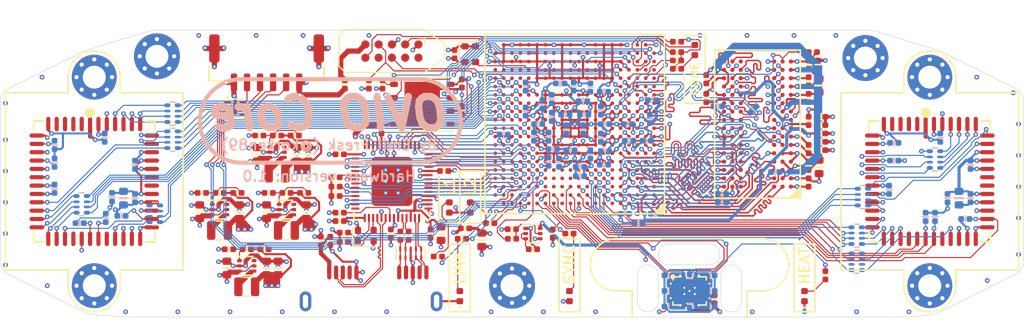
<source format=kicad_pcb>
(kicad_pcb (version 20171130) (host pcbnew 5.1.8)
  (layers (0 F.Cu signal) (1 GND_PWR1 signal) (2 Sig signal) (3 GND_PWR2 signal) (4 GND_PWR3 signal) (31 B.Cu signal) (34 B.Paste user) (35 F.Paste user) (36 B.SilkS user) (37 F.SilkS user) (38 B.Mask user) (39 F.Mask user) (44 Edge.Cuts user))
  (net 0 "")
  (net 1 GND)
  (net 2 "Net-(D301-Pad2)")
  (net 3 +3V3)
  (net 4 +1V5)
  (net 5 /IMU_INT)
  (net 6 /IMU_SDO)
  (net 7 /IMU_CS)
  (net 8 /IMU_SCK)
  (net 9 /IMU_SDI)
  (net 10 /IMU_HEATER)
  (net 11 +5V)
  (net 12 +1V1)
  (net 13 +2V5)
  (net 14 "/Heated IMU/IMU_PWR")
  (net 15 "/DDR3 Memory/VREF")
  (net 16 "/DDR3 Memory/DRAM_VDD")
  (net 17 "/DDR3 Memory/DRAM_VDDQ")
  (net 18 VD10)
  (net 19 "Net-(C710-Pad1)")
  (net 20 "Net-(C711-Pad1)")
  (net 21 "Net-(D101-Pad2)")
  (net 22 "Net-(D102-Pad2)")
  (net 23 "Net-(D103-Pad2)")
  (net 24 "Net-(D104-Pad2)")
  (net 25 "/FPGA Config/DONE")
  (net 26 /USER_GPIO2)
  (net 27 /USER_GPIO1)
  (net 28 /USER_GPIO0)
  (net 29 /USER_FLASH_OUT)
  (net 30 "/FPGA Config/TMS")
  (net 31 "/FPGA Config/TDO")
  (net 32 "/FPGA Config/TDI")
  (net 33 "/FPGA Config/TCK")
  (net 34 "Net-(J701-Pad4)")
  (net 35 "Net-(L201-Pad1)")
  (net 36 "Net-(L202-Pad1)")
  (net 37 "Net-(L203-Pad1)")
  (net 38 "Net-(L204-Pad1)")
  (net 39 "/Heated IMU/HEATER_SIG")
  (net 40 "/Heated IMU/IMU_HEATER")
  (net 41 /LED1)
  (net 42 /LED2)
  (net 43 /LED3)
  (net 44 /LED4)
  (net 45 "/FPGA Config/SPI_CLK")
  (net 46 "/FPGA Config/PROGRAMN")
  (net 47 "/FPGA Config/INITN")
  (net 48 "Net-(R407-Pad2)")
  (net 49 "Net-(R408-Pad2)")
  (net 50 "Net-(R409-Pad2)")
  (net 51 "Net-(R410-Pad2)")
  (net 52 "/DDR3 Memory/CK_P")
  (net 53 "/DDR3 Memory/CK_N")
  (net 54 "/DDR3 Memory/RESET_N")
  (net 55 "/DDR3 Memory/ZQ")
  (net 56 /P_USER_FLASH_OUT)
  (net 57 /P_USER_GPIO0)
  (net 58 /P_USER_GPIO1)
  (net 59 /P_USER_GPIO2)
  (net 60 "/DDR3 Memory/DQ15")
  (net 61 "/DDR3 Memory/DQ9")
  (net 62 "/DDR3 Memory/DQ8")
  (net 63 "/DDR3 Memory/DQ14")
  (net 64 "/DDR3 Memory/DQ1")
  (net 65 "/DDR3 Memory/DQ3")
  (net 66 "/DDR3 Memory/DQ5")
  (net 67 "/DDR3 Memory/LDQS_N")
  (net 68 "/DDR3 Memory/CS_N")
  (net 69 "/DDR3 Memory/CAS_N")
  (net 70 "/DDR3 Memory/WE_N")
  (net 71 "/DDR3 Memory/RAS_N")
  (net 72 "Net-(U102-PadR1)")
  (net 73 "Net-(U102-PadT1)")
  (net 74 "Net-(U102-PadU1)")
  (net 75 "Net-(U102-PadV1)")
  (net 76 "/FPGA Config/SPI_D3")
  (net 77 "/DDR3 Memory/DQ13")
  (net 78 "/DDR3 Memory/DQ11")
  (net 79 "/DDR3 Memory/DQ10")
  (net 80 "/DDR3 Memory/DQ6")
  (net 81 "/DDR3 Memory/LDQS_P")
  (net 82 "/DDR3 Memory/ODT")
  (net 83 "/DDR3 Memory/CK_E")
  (net 84 "Net-(U102-PadR2)")
  (net 85 "/FPGA Config/SPI_CS")
  (net 86 "Net-(U102-PadU2)")
  (net 87 "/FPGA Config/SPI_MOSI")
  (net 88 "/FPGA Config/SPI_MISO")
  (net 89 "/FPGA Config/SPI_D2")
  (net 90 "/DDR3 Memory/A4")
  (net 91 "/DDR3 Memory/A12")
  (net 92 "/DDR3 Memory/A9")
  (net 93 "/DDR3 Memory/DQ12")
  (net 94 "Net-(U102-PadG3)")
  (net 95 "/DDR3 Memory/DQ7")
  (net 96 "/DDR3 Memory/BA2")
  (net 97 "/DDR3 Memory/BA1")
  (net 98 "Net-(U102-PadP3)")
  (net 99 "Net-(U102-PadR3)")
  (net 100 "Net-(U102-PadT3)")
  (net 101 "/DDR3 Memory/A0")
  (net 102 "/DDR3 Memory/A11")
  (net 103 "/DDR3 Memory/A1")
  (net 104 "/DDR3 Memory/A7")
  (net 105 "/DDR3 Memory/A5")
  (net 106 "/DDR3 Memory/UDQS_P")
  (net 107 "/DDR3 Memory/LDM")
  (net 108 "/DDR3 Memory/DQ2")
  (net 109 "/DDR3 Memory/DQ4")
  (net 110 "Net-(U102-PadP4)")
  (net 111 "Net-(U102-PadW4)")
  (net 112 "/DDR3 Memory/A13")
  (net 113 "/DDR3 Memory/A6")
  (net 114 "/DDR3 Memory/A8")
  (net 115 "/DDR3 Memory/A10")
  (net 116 "/DDR3 Memory/A2")
  (net 117 "/DDR3 Memory/A3")
  (net 118 "/DDR3 Memory/UDQS_N")
  (net 119 "/DDR3 Memory/UDM")
  (net 120 "/DDR3 Memory/DQ0")
  (net 121 "/DDR3 Memory/BA0")
  (net 122 "Net-(U102-PadW5)")
  (net 123 "Net-(U102-PadW8)")
  (net 124 "Net-(U102-PadC9)")
  (net 125 "Net-(U102-PadW9)")
  (net 126 "Net-(U102-PadD10)")
  (net 127 "Net-(U102-PadE10)")
  (net 128 "Net-(U102-PadW10)")
  (net 129 "Net-(U102-PadW11)")
  (net 130 "Net-(U102-PadC12)")
  (net 131 "Net-(U102-PadE13)")
  (net 132 "Net-(U102-PadW13)")
  (net 133 "Net-(U102-PadW14)")
  (net 134 "Net-(U102-PadK16)")
  (net 135 "Net-(U102-PadT16)")
  (net 136 "Net-(U102-PadK17)")
  (net 137 "Net-(U102-PadT17)")
  (net 138 "Net-(U102-PadU17)")
  (net 139 "Net-(U102-PadW17)")
  (net 140 "Net-(U102-PadA18)")
  (net 141 "Net-(U102-PadK18)")
  (net 142 "Net-(U102-PadP18)")
  (net 143 "Net-(U102-PadR18)")
  (net 144 "Net-(U102-PadU18)")
  (net 145 "Net-(U102-PadW18)")
  (net 146 "Net-(U102-PadA19)")
  (net 147 "Net-(U102-PadB19)")
  (net 148 "Net-(U102-PadK19)")
  (net 149 "Net-(U102-PadU19)")
  (net 150 "Net-(U102-PadB20)")
  (net 151 "Net-(U102-PadJ20)")
  (net 152 "Net-(U102-PadK20)")
  (net 153 "Net-(U102-PadP20)")
  (net 154 "Net-(U102-PadR20)")
  (net 155 "Net-(U102-PadU20)")
  (net 156 "Net-(U201-Pad6)")
  (net 157 "Net-(U202-Pad6)")
  (net 158 "Net-(U203-Pad6)")
  (net 159 "Net-(U204-Pad6)")
  (net 160 "Net-(U401-Pad26)")
  (net 161 "Net-(U401-Pad22)")
  (net 162 "Net-(U401-Pad5)")
  (net 163 "Net-(U401-Pad4)")
  (net 164 "Net-(U401-Pad3)")
  (net 165 "Net-(U401-Pad2)")
  (net 166 "Net-(U402-Pad26)")
  (net 167 "Net-(U402-Pad22)")
  (net 168 "Net-(U402-Pad5)")
  (net 169 "Net-(U402-Pad4)")
  (net 170 "Net-(U402-Pad3)")
  (net 171 "Net-(U402-Pad2)")
  (net 172 "Net-(U501-Pad9)")
  (net 173 "Net-(U601-PadT7)")
  (net 174 "Net-(U701-Pad14)")
  (net 175 "Net-(U102-PadB3)")
  (net 176 "Net-(U102-PadE5)")
  (net 177 "Net-(U102-PadF5)")
  (net 178 "Net-(U102-PadH5)")
  (net 179 "Net-(U102-PadD11)")
  (net 180 "Net-(U102-PadE11)")
  (net 181 "Net-(U102-PadB12)")
  (net 182 "Net-(U102-PadD15)")
  (net 183 "Net-(U102-PadD16)")
  (net 184 "Net-(D501-Pad2)")
  (net 185 "Net-(U102-PadA12)")
  (net 186 "Net-(U102-PadD12)")
  (net 187 "Net-(U102-PadE12)")
  (net 188 "Net-(U102-PadC13)")
  (net 189 "Net-(U102-PadD13)")
  (net 190 "/System Power/FB_1V1")
  (net 191 "/System Power/FB_1V5")
  (net 192 "/System Power/FB_2V5")
  (net 193 "/System Power/FB_3V3")
  (net 194 "/FPGA Config/CFG_1")
  (net 195 "/Heated IMU/HEATER_BASE")
  (net 196 "Net-(RN406-Pad2)")
  (net 197 "Net-(RN406-Pad7)")
  (net 198 "Net-(RN406-Pad1)")
  (net 199 "Net-(RN406-Pad8)")
  (net 200 "Net-(U102-PadN16)")
  (net 201 "Net-(U102-PadP16)")
  (net 202 "Net-(U102-PadR16)")
  (net 203 "Net-(RN401-Pad2)")
  (net 204 "Net-(RN401-Pad4)")
  (net 205 "Net-(RN401-Pad7)")
  (net 206 "Net-(RN401-Pad5)")
  (net 207 "Net-(U102-PadA6)")
  (net 208 "Net-(U102-PadB6)")
  (net 209 "Net-(U102-PadC6)")
  (net 210 "Net-(U102-PadD6)")
  (net 211 "Net-(U102-PadE6)")
  (net 212 "Net-(U102-PadC14)")
  (net 213 "Net-(U102-PadD14)")
  (net 214 "Net-(U102-PadE14)")
  (net 215 "/2x cameras & FPGA Clock/CAM0_VAA")
  (net 216 "/2x cameras & FPGA Clock/CAM1_VAA")
  (net 217 "/USB FIFO Interface/VBUS_IN")
  (net 218 "/USB FIFO Interface/TX_N")
  (net 219 "/USB FIFO Interface/TX_P_N")
  (net 220 "/USB FIFO Interface/TX_P")
  (net 221 "/USB FIFO Interface/TX_P_P")
  (net 222 "/USB FIFO Interface/RX_N")
  (net 223 "/USB FIFO Interface/RX_P")
  (net 224 "/USB FIFO Interface/D_P")
  (net 225 "/USB FIFO Interface/D_N")
  (net 226 "/2x cameras & FPGA Clock/CAM0_SDATA")
  (net 227 "/2x cameras & FPGA Clock/CAM1_SDATA")
  (net 228 "/2x cameras & FPGA Clock/CAM0_RESET")
  (net 229 "/2x cameras & FPGA Clock/CAM1_RESET")
  (net 230 "/2x cameras & FPGA Clock/CAM0_SCLK")
  (net 231 "/2x cameras & FPGA Clock/CAM1_SCLK")
  (net 232 "/USB FIFO Interface/FT_WAKEUP")
  (net 233 "/USB FIFO Interface/~FT_RESET")
  (net 234 "/USB FIFO Interface/~FT_SIWU")
  (net 235 "/USB FIFO Interface/FT_REF")
  (net 236 "/2x cameras & FPGA Clock/CAM0_FLASH")
  (net 237 "/2x cameras & FPGA Clock/CAM0_FV")
  (net 238 "/2x cameras & FPGA Clock/CAM0_FLASH_P")
  (net 239 "/2x cameras & FPGA Clock/CAM0_FV_P")
  (net 240 "/2x cameras & FPGA Clock/CAM0_PIXCLK_P")
  (net 241 "/2x cameras & FPGA Clock/CAM0_D1_P")
  (net 242 "/2x cameras & FPGA Clock/CAM0_D0_P")
  (net 243 "/2x cameras & FPGA Clock/CAM0_D2_P")
  (net 244 "/2x cameras & FPGA Clock/CAM0_D0")
  (net 245 "/2x cameras & FPGA Clock/CAM0_PIXCLK")
  (net 246 "/2x cameras & FPGA Clock/CAM0_D1")
  (net 247 "/2x cameras & FPGA Clock/CAM0_D2")
  (net 248 "/2x cameras & FPGA Clock/CAM0_D3_P")
  (net 249 "/2x cameras & FPGA Clock/CAM0_D5_P")
  (net 250 "/2x cameras & FPGA Clock/CAM0_D4_P")
  (net 251 "/2x cameras & FPGA Clock/CAM0_D6_P")
  (net 252 "/2x cameras & FPGA Clock/CAM0_D4")
  (net 253 "/2x cameras & FPGA Clock/CAM0_D3")
  (net 254 "/2x cameras & FPGA Clock/CAM0_D5")
  (net 255 "/2x cameras & FPGA Clock/CAM0_D6")
  (net 256 "/2x cameras & FPGA Clock/CAM0_D7_P")
  (net 257 "/2x cameras & FPGA Clock/CAM0_D9_P")
  (net 258 "/2x cameras & FPGA Clock/CAM0_D8_P")
  (net 259 "/2x cameras & FPGA Clock/CAM0_LV_P")
  (net 260 "/2x cameras & FPGA Clock/CAM0_D8")
  (net 261 "/2x cameras & FPGA Clock/CAM0_D7")
  (net 262 "/2x cameras & FPGA Clock/CAM0_D9")
  (net 263 "/2x cameras & FPGA Clock/CAM0_LV")
  (net 264 "/2x cameras & FPGA Clock/CAM1_FV")
  (net 265 "/2x cameras & FPGA Clock/CAM1_FLASH")
  (net 266 "/2x cameras & FPGA Clock/CAM1_FV_P")
  (net 267 "/2x cameras & FPGA Clock/CAM1_FLASH_P")
  (net 268 "/2x cameras & FPGA Clock/CAM1_D0_P")
  (net 269 "/2x cameras & FPGA Clock/CAM1_D2_P")
  (net 270 "/2x cameras & FPGA Clock/CAM1_D1_P")
  (net 271 "/2x cameras & FPGA Clock/CAM1_PIXCLK_P")
  (net 272 "/2x cameras & FPGA Clock/CAM1_D1")
  (net 273 "/2x cameras & FPGA Clock/CAM1_D0")
  (net 274 "/2x cameras & FPGA Clock/CAM1_D2")
  (net 275 "/2x cameras & FPGA Clock/CAM1_PIXCLK")
  (net 276 "/2x cameras & FPGA Clock/CAM1_D6_P")
  (net 277 "/2x cameras & FPGA Clock/CAM1_D4_P")
  (net 278 "/2x cameras & FPGA Clock/CAM1_D5_P")
  (net 279 "/2x cameras & FPGA Clock/CAM1_D3_P")
  (net 280 "/2x cameras & FPGA Clock/CAM1_D5")
  (net 281 "/2x cameras & FPGA Clock/CAM1_D6")
  (net 282 "/2x cameras & FPGA Clock/CAM1_D4")
  (net 283 "/2x cameras & FPGA Clock/CAM1_D3")
  (net 284 "/2x cameras & FPGA Clock/CAM1_LV_P")
  (net 285 "/2x cameras & FPGA Clock/CAM1_D8_P")
  (net 286 "/2x cameras & FPGA Clock/CAM1_D9_P")
  (net 287 "/2x cameras & FPGA Clock/CAM1_D7_P")
  (net 288 "/2x cameras & FPGA Clock/CAM1_D9")
  (net 289 "/2x cameras & FPGA Clock/CAM1_LV")
  (net 290 "/2x cameras & FPGA Clock/CAM1_D8")
  (net 291 "/2x cameras & FPGA Clock/CAM1_D7")
  (net 292 "/2x cameras & FPGA Clock/CAM0_SYSCLK")
  (net 293 "/2x cameras & FPGA Clock/CAM0_TRIGGER")
  (net 294 "/USB FIFO Interface/FT_GPIO1")
  (net 295 "/USB FIFO Interface/~FT_TXE")
  (net 296 "/USB FIFO Interface/FT_BE1")
  (net 297 "/USB FIFO Interface/FT_D13")
  (net 298 "/USB FIFO Interface/FT_D12")
  (net 299 "/2x cameras & FPGA Clock/CAM1_TRIGGER")
  (net 300 "/2x cameras & FPGA Clock/CLOCK_PLL_IN")
  (net 301 "/USB FIFO Interface/FT_GPIO0")
  (net 302 "/USB FIFO Interface/~FT_OE")
  (net 303 "/USB FIFO Interface/~FT_WR")
  (net 304 "/USB FIFO Interface/FT_BE0")
  (net 305 "/USB FIFO Interface/FT_D11")
  (net 306 "/2x cameras & FPGA Clock/CAM1_SYSCLK")
  (net 307 "/USB FIFO Interface/FT_D1")
  (net 308 "/USB FIFO Interface/~FT_RD")
  (net 309 "/USB FIFO Interface/~FT_RXF")
  (net 310 "/USB FIFO Interface/FT_D15")
  (net 311 "/USB FIFO Interface/FT_D14")
  (net 312 "/USB FIFO Interface/FT_D3")
  (net 313 "/USB FIFO Interface/FT_D5")
  (net 314 "/USB FIFO Interface/FT_D7")
  (net 315 "/USB FIFO Interface/FT_D9")
  (net 316 "/USB FIFO Interface/FT_CLKOUT")
  (net 317 "/USB FIFO Interface/FT_D0")
  (net 318 "/USB FIFO Interface/FT_D2")
  (net 319 "/USB FIFO Interface/FT_D4")
  (net 320 "/USB FIFO Interface/FT_D6")
  (net 321 "/USB FIFO Interface/FT_D8")
  (net 322 "/USB FIFO Interface/FT_D10")
  (net 323 "Net-(J301-Pad10)")
  (net 324 "Net-(J301-Pad9)")
  (net 325 "Net-(J301-Pad7)")
  (net 326 "Net-(J301-Pad5)")
  (module passive:R_0402 (layer F.Cu) (at 181 92.7 270)
    (fp_text reference R308 hide)
    (fp_text value 0)
    (pad 1 smd roundrect (at -0.4 0 270) (size 0.55 0.55) (layers F.Cu F.Paste F.Mask) (net 326 "Net-(J301-Pad5)"))
    (pad 2 smd roundrect (at 0.4 0 270) (size 0.55 0.55) (layers F.Cu F.Paste F.Mask) (net 11 +5V))
  )
  (module passive:R_0402 (layer F.Cu) (at 183.3 92.7 270)
    (fp_text reference R306 hide)
    (fp_text value 1k)
    (pad 1 smd roundrect (at -0.4 0 270) (size 0.55 0.55) (layers F.Cu F.Paste F.Mask) (net 33 "/FPGA Config/TCK"))
    (pad 2 smd roundrect (at 0.4 0 270) (size 0.55 0.55) (layers F.Cu F.Paste F.Mask) (net 1 GND))
  )
  (module Connector:Tag-Connect_TC2050-IDC-NL_2x05_P1.27mm_Vertical (layer F.Cu) (at 185.5 89.5 180)
    (fp_text reference J301 hide)
    (fp_text value TC2050)
    (pad 10 connect circle (at -2.54 -0.635 180) (size 0.7874 0.7874) (layers F.Cu F.Mask) (net 323 "Net-(J301-Pad10)"))
    (pad 9 connect circle (at -1.27 -0.635 180) (size 0.7874 0.7874) (layers F.Cu F.Mask) (net 324 "Net-(J301-Pad9)"))
    (pad 8 connect circle (at 0 -0.635 180) (size 0.7874 0.7874) (layers F.Cu F.Mask) (net 32 "/FPGA Config/TDI"))
    (pad 7 connect circle (at 1.27 -0.635 180) (size 0.7874 0.7874) (layers F.Cu F.Mask) (net 325 "Net-(J301-Pad7)"))
    (pad 6 connect circle (at 2.54 -0.635 180) (size 0.7874 0.7874) (layers F.Cu F.Mask) (net 31 "/FPGA Config/TDO"))
    (pad 5 connect circle (at 2.54 0.635 180) (size 0.7874 0.7874) (layers F.Cu F.Mask) (net 326 "Net-(J301-Pad5)"))
    (pad 4 connect circle (at 1.27 0.635 180) (size 0.7874 0.7874) (layers F.Cu F.Mask) (net 33 "/FPGA Config/TCK"))
    (pad 3 connect circle (at 0 0.635 180) (size 0.7874 0.7874) (layers F.Cu F.Mask) (net 1 GND))
    (pad 2 connect circle (at -1.27 0.635 180) (size 0.7874 0.7874) (layers F.Cu F.Mask) (net 30 "/FPGA Config/TMS"))
    (pad 1 connect circle (at -2.54 0.635 180) (size 0.7874 0.7874) (layers F.Cu F.Mask) (net 3 +3V3))
    (pad "" np_thru_hole circle (at -3.81 0 180) (size 0.9906 0.9906) (drill 0.9906) (layers *.Cu *.Mask))
    (pad "" np_thru_hole circle (at 3.81 1.016 180) (size 0.9906 0.9906) (drill 0.9906) (layers *.Cu *.Mask))
    (pad "" np_thru_hole circle (at 3.81 -1.016 180) (size 0.9906 0.9906) (drill 0.9906) (layers *.Cu *.Mask))
  )
  (module dfn:DFN-10-1.0x2.5mm_P0.5mm (layer F.Cu) (at 187.3 108.9 90)
    (fp_text reference U702 hide)
    (fp_text value PUSB3FR4Z)
    (pad 1 smd roundrect (at -0.4 -1 90) (size 0.5 0.2) (layers F.Cu F.Paste F.Mask) (roundrect_rratio 0.5) (net 218 "/USB FIFO Interface/TX_N"))
    (pad 2 smd roundrect (at -0.425 -0.5 90) (size 0.5 0.2) (layers F.Cu F.Paste F.Mask) (roundrect_rratio 0.5) (net 220 "/USB FIFO Interface/TX_P"))
    (pad 3 smd roundrect (at -0.425 0 90) (size 0.5 0.2) (layers F.Cu F.Paste F.Mask) (roundrect_rratio 0.5) (net 1 GND))
    (pad 4 smd roundrect (at -0.425 0.5 90) (size 0.5 0.2) (layers F.Cu F.Paste F.Mask) (roundrect_rratio 0.5) (net 222 "/USB FIFO Interface/RX_N"))
    (pad 5 smd roundrect (at -0.425 1 90) (size 0.5 0.2) (layers F.Cu F.Paste F.Mask) (roundrect_rratio 0.5) (net 223 "/USB FIFO Interface/RX_P"))
    (pad 6 smd roundrect (at 0.425 1 90) (size 0.5 0.2) (layers F.Cu F.Paste F.Mask) (roundrect_rratio 0.5) (net 223 "/USB FIFO Interface/RX_P"))
    (pad 7 smd roundrect (at 0.425 0.5 90) (size 0.5 0.2) (layers F.Cu F.Paste F.Mask) (roundrect_rratio 0.5) (net 222 "/USB FIFO Interface/RX_N"))
    (pad 8 smd roundrect (at 0.425 0 90) (size 0.5 0.2) (layers F.Cu F.Paste F.Mask) (roundrect_rratio 0.5) (net 1 GND))
    (pad 9 smd roundrect (at 0.425 -0.5 90) (size 0.5 0.2) (layers F.Cu F.Paste F.Mask) (roundrect_rratio 0.5) (net 220 "/USB FIFO Interface/TX_P"))
    (pad 10 smd roundrect (at 0.425 -1 90) (size 0.5 0.2) (layers F.Cu F.Paste F.Mask) (roundrect_rratio 0.5) (net 218 "/USB FIFO Interface/TX_N"))
  )
  (module passive:C_0402 (layer F.Cu) (at 171.6 108.5)
    (fp_text reference C224 hide)
    (fp_text value 10p)
    (pad 1 smd roundrect (at -0.4 0) (size 0.55 0.55) (layers F.Cu F.Paste F.Mask) (net 193 "/System Power/FB_3V3"))
    (pad 2 smd roundrect (at 0.4 0) (size 0.55 0.55) (layers F.Cu F.Paste F.Mask) (net 3 +3V3))
  )
  (module passive:C_0402 (layer F.Cu) (at 175.4 103.1)
    (fp_text reference C223 hide)
    (fp_text value 10p)
    (pad 1 smd roundrect (at -0.4 0) (size 0.55 0.55) (layers F.Cu F.Paste F.Mask) (net 192 "/System Power/FB_2V5"))
    (pad 2 smd roundrect (at 0.4 0) (size 0.55 0.55) (layers F.Cu F.Paste F.Mask) (net 13 +2V5))
  )
  (module passive:C_0402 (layer F.Cu) (at 169 103.1)
    (fp_text reference C222 hide)
    (fp_text value 10p)
    (pad 1 smd roundrect (at -0.4 0) (size 0.55 0.55) (layers F.Cu F.Paste F.Mask) (net 191 "/System Power/FB_1V5"))
    (pad 2 smd roundrect (at 0.4 0) (size 0.55 0.55) (layers F.Cu F.Paste F.Mask) (net 4 +1V5))
  )
  (module passive:C_0402 (layer F.Cu) (at 174.5 97.6)
    (fp_text reference C221 hide)
    (fp_text value 10p)
    (pad 1 smd roundrect (at -0.4 0) (size 0.55 0.55) (layers F.Cu F.Paste F.Mask) (net 190 "/System Power/FB_1V1"))
    (pad 2 smd roundrect (at 0.4 0) (size 0.55 0.55) (layers F.Cu F.Paste F.Mask) (net 12 +1V1))
  )
  (module bga:caBGA_381_17x17 (layer F.Cu) (at 203 96.5 180)
    (fp_text reference U102 hide)
    (fp_text value ECP5U_85_CABGA381)
    (pad B1 smd circle (at -7.6 -6.8 270) (size 0.35 0.35) (layers F.Cu F.Paste F.Mask) (net 60 "/DDR3 Memory/DQ15"))
    (pad C1 smd circle (at -7.6 -6 270) (size 0.35 0.35) (layers F.Cu F.Paste F.Mask) (net 61 "/DDR3 Memory/DQ9"))
    (pad D1 smd circle (at -7.6 -5.2 270) (size 0.35 0.35) (layers F.Cu F.Paste F.Mask) (net 62 "/DDR3 Memory/DQ8"))
    (pad E1 smd circle (at -7.6 -4.4 270) (size 0.35 0.35) (layers F.Cu F.Paste F.Mask) (net 63 "/DDR3 Memory/DQ14"))
    (pad F1 smd circle (at -7.6 -3.6 270) (size 0.35 0.35) (layers F.Cu F.Paste F.Mask) (net 82 "/DDR3 Memory/ODT"))
    (pad G1 smd circle (at -7.6 -2.8 270) (size 0.35 0.35) (layers F.Cu F.Paste F.Mask) (net 69 "/DDR3 Memory/CAS_N"))
    (pad H1 smd circle (at -7.6 -2 270) (size 0.35 0.35) (layers F.Cu F.Paste F.Mask) (net 121 "/DDR3 Memory/BA0"))
    (pad J1 smd circle (at -7.6 -1.2 270) (size 0.35 0.35) (layers F.Cu F.Paste F.Mask) (net 117 "/DDR3 Memory/A3"))
    (pad K1 smd circle (at -7.6 -0.4 270) (size 0.35 0.35) (layers F.Cu F.Paste F.Mask) (net 115 "/DDR3 Memory/A10"))
    (pad L1 smd circle (at -7.6 0.4 270) (size 0.35 0.35) (layers F.Cu F.Paste F.Mask) (net 105 "/DDR3 Memory/A5"))
    (pad M1 smd circle (at -7.6 1.2 270) (size 0.35 0.35) (layers F.Cu F.Paste F.Mask) (net 97 "/DDR3 Memory/BA1"))
    (pad N1 smd circle (at -7.6 2 270) (size 0.35 0.35) (layers F.Cu F.Paste F.Mask) (net 4 +1V5))
    (pad P1 smd circle (at -7.6 2.8 270) (size 0.35 0.35) (layers F.Cu F.Paste F.Mask) (net 104 "/DDR3 Memory/A7"))
    (pad R1 smd circle (at -7.6 3.6 270) (size 0.35 0.35) (layers F.Cu F.Paste F.Mask) (net 72 "Net-(U102-PadR1)"))
    (pad T1 smd circle (at -7.6 4.4 270) (size 0.35 0.35) (layers F.Cu F.Paste F.Mask) (net 73 "Net-(U102-PadT1)"))
    (pad U1 smd circle (at -7.6 5.2 270) (size 0.35 0.35) (layers F.Cu F.Paste F.Mask) (net 74 "Net-(U102-PadU1)"))
    (pad V1 smd circle (at -7.6 6 270) (size 0.35 0.35) (layers F.Cu F.Paste F.Mask) (net 75 "Net-(U102-PadV1)"))
    (pad W1 smd circle (at -7.6 6.8 270) (size 0.35 0.35) (layers F.Cu F.Paste F.Mask) (net 76 "/FPGA Config/SPI_D3"))
    (pad A2 smd circle (at -6.8 -7.6 270) (size 0.35 0.35) (layers F.Cu F.Paste F.Mask) (net 77 "/DDR3 Memory/DQ13"))
    (pad B2 smd circle (at -6.8 -6.8 270) (size 0.35 0.35) (layers F.Cu F.Paste F.Mask) (net 15 "/DDR3 Memory/VREF"))
    (pad C2 smd circle (at -6.8 -6 270) (size 0.35 0.35) (layers F.Cu F.Paste F.Mask) (net 78 "/DDR3 Memory/DQ11"))
    (pad D2 smd circle (at -6.8 -5.2 270) (size 0.35 0.35) (layers F.Cu F.Paste F.Mask) (net 4 +1V5))
    (pad E2 smd circle (at -6.8 -4.4 270) (size 0.35 0.35) (layers F.Cu F.Paste F.Mask) (net 93 "/DDR3 Memory/DQ12"))
    (pad F2 smd circle (at -6.8 -3.6 270) (size 0.35 0.35) (layers F.Cu F.Paste F.Mask) (net 79 "/DDR3 Memory/DQ10"))
    (pad G2 smd circle (at -6.8 -2.8 270) (size 0.35 0.35) (layers F.Cu F.Paste F.Mask) (net 71 "/DDR3 Memory/RAS_N"))
    (pad H2 smd circle (at -6.8 -2 270) (size 0.35 0.35) (layers F.Cu F.Paste F.Mask) (net 68 "/DDR3 Memory/CS_N"))
    (pad J2 smd circle (at -6.8 -1.2 270) (size 0.35 0.35) (layers F.Cu F.Paste F.Mask) (net 1 GND))
    (pad K2 smd circle (at -6.8 -0.4 270) (size 0.35 0.35) (layers F.Cu F.Paste F.Mask) (net 101 "/DDR3 Memory/A0"))
    (pad L2 smd circle (at -6.8 0.4 270) (size 0.35 0.35) (layers F.Cu F.Paste F.Mask) (net 116 "/DDR3 Memory/A2"))
    (pad M2 smd circle (at -6.8 1.2 270) (size 0.35 0.35) (layers F.Cu F.Paste F.Mask) (net 1 GND))
    (pad N2 smd circle (at -6.8 2 270) (size 0.35 0.35) (layers F.Cu F.Paste F.Mask) (net 90 "/DDR3 Memory/A4"))
    (pad P2 smd circle (at -6.8 2.8 270) (size 0.35 0.35) (layers F.Cu F.Paste F.Mask) (net 113 "/DDR3 Memory/A6"))
    (pad R2 smd circle (at -6.8 3.6 270) (size 0.35 0.35) (layers F.Cu F.Paste F.Mask) (net 84 "Net-(U102-PadR2)"))
    (pad T2 smd circle (at -6.8 4.4 270) (size 0.35 0.35) (layers F.Cu F.Paste F.Mask) (net 85 "/FPGA Config/SPI_CS"))
    (pad U2 smd circle (at -6.8 5.2 270) (size 0.35 0.35) (layers F.Cu F.Paste F.Mask) (net 86 "Net-(U102-PadU2)"))
    (pad V2 smd circle (at -6.8 6 270) (size 0.35 0.35) (layers F.Cu F.Paste F.Mask) (net 87 "/FPGA Config/SPI_MOSI"))
    (pad W2 smd circle (at -6.8 6.8 270) (size 0.35 0.35) (layers F.Cu F.Paste F.Mask) (net 88 "/FPGA Config/SPI_MISO"))
    (pad Y2 smd circle (at -6.8 7.6 270) (size 0.35 0.35) (layers F.Cu F.Paste F.Mask) (net 89 "/FPGA Config/SPI_D2"))
    (pad A3 smd circle (at -6 -7.6 270) (size 0.35 0.35) (layers F.Cu F.Paste F.Mask) (net 4 +1V5))
    (pad B3 smd circle (at -6 -6.8 270) (size 0.35 0.35) (layers F.Cu F.Paste F.Mask) (net 175 "Net-(U102-PadB3)"))
    (pad C3 smd circle (at -6 -6 270) (size 0.35 0.35) (layers F.Cu F.Paste F.Mask) (net 64 "/DDR3 Memory/DQ1"))
    (pad D3 smd circle (at -6 -5.2 270) (size 0.35 0.35) (layers F.Cu F.Paste F.Mask) (net 4 +1V5))
    (pad E3 smd circle (at -6 -4.4 270) (size 0.35 0.35) (layers F.Cu F.Paste F.Mask) (net 109 "/DDR3 Memory/DQ4"))
    (pad F3 smd circle (at -6 -3.6 270) (size 0.35 0.35) (layers F.Cu F.Paste F.Mask) (net 119 "/DDR3 Memory/UDM"))
    (pad G3 smd circle (at -6 -2.8 270) (size 0.35 0.35) (layers F.Cu F.Paste F.Mask) (net 94 "Net-(U102-PadG3)"))
    (pad H3 smd circle (at -6 -2 270) (size 0.35 0.35) (layers F.Cu F.Paste F.Mask) (net 4 +1V5))
    (pad J3 smd circle (at -6 -1.2 270) (size 0.35 0.35) (layers F.Cu F.Paste F.Mask) (net 83 "/DDR3 Memory/CK_E"))
    (pad K3 smd circle (at -6 -0.4 270) (size 0.35 0.35) (layers F.Cu F.Paste F.Mask) (net 91 "/DDR3 Memory/A12"))
    (pad L3 smd circle (at -6 0.4 270) (size 0.35 0.35) (layers F.Cu F.Paste F.Mask) (net 4 +1V5))
    (pad M3 smd circle (at -6 1.2 270) (size 0.35 0.35) (layers F.Cu F.Paste F.Mask) (net 114 "/DDR3 Memory/A8"))
    (pad N3 smd circle (at -6 2 270) (size 0.35 0.35) (layers F.Cu F.Paste F.Mask) (net 102 "/DDR3 Memory/A11"))
    (pad P3 smd circle (at -6 2.8 270) (size 0.35 0.35) (layers F.Cu F.Paste F.Mask) (net 98 "Net-(U102-PadP3)"))
    (pad R3 smd circle (at -6 3.6 270) (size 0.35 0.35) (layers F.Cu F.Paste F.Mask) (net 99 "Net-(U102-PadR3)"))
    (pad T3 smd circle (at -6 4.4 270) (size 0.35 0.35) (layers F.Cu F.Paste F.Mask) (net 100 "Net-(U102-PadT3)"))
    (pad U3 smd circle (at -6 5.2 270) (size 0.35 0.35) (layers F.Cu F.Paste F.Mask) (net 45 "/FPGA Config/SPI_CLK"))
    (pad V3 smd circle (at -6 6 270) (size 0.35 0.35) (layers F.Cu F.Paste F.Mask) (net 47 "/FPGA Config/INITN"))
    (pad W3 smd circle (at -6 6.8 270) (size 0.35 0.35) (layers F.Cu F.Paste F.Mask) (net 46 "/FPGA Config/PROGRAMN"))
    (pad Y3 smd circle (at -6 7.6 270) (size 0.35 0.35) (layers F.Cu F.Paste F.Mask) (net 25 "/FPGA Config/DONE"))
    (pad A4 smd circle (at -5.2 -7.6 270) (size 0.35 0.35) (layers F.Cu F.Paste F.Mask) (net 120 "/DDR3 Memory/DQ0"))
    (pad B4 smd circle (at -5.2 -6.8 270) (size 0.35 0.35) (layers F.Cu F.Paste F.Mask) (net 107 "/DDR3 Memory/LDM"))
    (pad C4 smd circle (at -5.2 -6 270) (size 0.35 0.35) (layers F.Cu F.Paste F.Mask) (net 80 "/DDR3 Memory/DQ6"))
    (pad D4 smd circle (at -5.2 -5.2 270) (size 0.35 0.35) (layers F.Cu F.Paste F.Mask) (net 1 GND))
    (pad E4 smd circle (at -5.2 -4.4 270) (size 0.35 0.35) (layers F.Cu F.Paste F.Mask) (net 81 "/DDR3 Memory/LDQS_P"))
    (pad F4 smd circle (at -5.2 -3.6 270) (size 0.35 0.35) (layers F.Cu F.Paste F.Mask) (net 66 "/DDR3 Memory/DQ5"))
    (pad G4 smd circle (at -5.2 -2.8 270) (size 0.35 0.35) (layers F.Cu F.Paste F.Mask) (net 1 GND))
    (pad H4 smd circle (at -5.2 -2 270) (size 0.35 0.35) (layers F.Cu F.Paste F.Mask) (net 106 "/DDR3 Memory/UDQS_P"))
    (pad J4 smd circle (at -5.2 -1.2 270) (size 0.35 0.35) (layers F.Cu F.Paste F.Mask) (net 70 "/DDR3 Memory/WE_N"))
    (pad K4 smd circle (at -5.2 -0.4 270) (size 0.35 0.35) (layers F.Cu F.Paste F.Mask) (net 96 "/DDR3 Memory/BA2"))
    (pad L4 smd circle (at -5.2 0.4 270) (size 0.35 0.35) (layers F.Cu F.Paste F.Mask) (net 103 "/DDR3 Memory/A1"))
    (pad M4 smd circle (at -5.2 1.2 270) (size 0.35 0.35) (layers F.Cu F.Paste F.Mask) (net 52 "/DDR3 Memory/CK_P"))
    (pad N4 smd circle (at -5.2 2 270) (size 0.35 0.35) (layers F.Cu F.Paste F.Mask) (net 54 "/DDR3 Memory/RESET_N"))
    (pad P4 smd circle (at -5.2 2.8 270) (size 0.35 0.35) (layers F.Cu F.Paste F.Mask) (net 110 "Net-(U102-PadP4)"))
    (pad R4 smd circle (at -5.2 3.6 270) (size 0.35 0.35) (layers F.Cu F.Paste F.Mask) (net 1 GND))
    (pad T4 smd circle (at -5.2 4.4 270) (size 0.35 0.35) (layers F.Cu F.Paste F.Mask) (net 194 "/FPGA Config/CFG_1"))
    (pad U4 smd circle (at -5.2 5.2 270) (size 0.35 0.35) (layers F.Cu F.Paste F.Mask) (net 1 GND))
    (pad V4 smd circle (at -5.2 6 270) (size 0.35 0.35) (layers F.Cu F.Paste F.Mask) (net 31 "/FPGA Config/TDO"))
    (pad W4 smd circle (at -5.2 6.8 270) (size 0.35 0.35) (layers F.Cu F.Paste F.Mask) (net 111 "Net-(U102-PadW4)"))
    (pad A5 smd circle (at -4.4 -7.6 270) (size 0.35 0.35) (layers F.Cu F.Paste F.Mask) (net 108 "/DDR3 Memory/DQ2"))
    (pad B5 smd circle (at -4.4 -6.8 270) (size 0.35 0.35) (layers F.Cu F.Paste F.Mask) (net 65 "/DDR3 Memory/DQ3"))
    (pad C5 smd circle (at -4.4 -6 270) (size 0.35 0.35) (layers F.Cu F.Paste F.Mask) (net 95 "/DDR3 Memory/DQ7"))
    (pad D5 smd circle (at -4.4 -5.2 270) (size 0.35 0.35) (layers F.Cu F.Paste F.Mask) (net 67 "/DDR3 Memory/LDQS_N"))
    (pad E5 smd circle (at -4.4 -4.4 270) (size 0.35 0.35) (layers F.Cu F.Paste F.Mask) (net 176 "Net-(U102-PadE5)"))
    (pad F5 smd circle (at -4.4 -3.6 270) (size 0.35 0.35) (layers F.Cu F.Paste F.Mask) (net 177 "Net-(U102-PadF5)"))
    (pad G5 smd circle (at -4.4 -2.8 270) (size 0.35 0.35) (layers F.Cu F.Paste F.Mask) (net 118 "/DDR3 Memory/UDQS_N"))
    (pad H5 smd circle (at -4.4 -2 270) (size 0.35 0.35) (layers F.Cu F.Paste F.Mask) (net 178 "Net-(U102-PadH5)"))
    (pad J5 smd circle (at -4.4 -1.2 270) (size 0.35 0.35) (layers F.Cu F.Paste F.Mask) (net 4 +1V5))
    (pad K5 smd circle (at -4.4 -0.4 270) (size 0.35 0.35) (layers F.Cu F.Paste F.Mask) (net 15 "/DDR3 Memory/VREF"))
    (pad L5 smd circle (at -4.4 0.4 270) (size 0.35 0.35) (layers F.Cu F.Paste F.Mask) (net 92 "/DDR3 Memory/A9"))
    (pad M5 smd circle (at -4.4 1.2 270) (size 0.35 0.35) (layers F.Cu F.Paste F.Mask) (net 4 +1V5))
    (pad N5 smd circle (at -4.4 2 270) (size 0.35 0.35) (layers F.Cu F.Paste F.Mask) (net 53 "/DDR3 Memory/CK_N"))
    (pad P5 smd circle (at -4.4 2.8 270) (size 0.35 0.35) (layers F.Cu F.Paste F.Mask) (net 112 "/DDR3 Memory/A13"))
    (pad R5 smd circle (at -4.4 3.6 270) (size 0.35 0.35) (layers F.Cu F.Paste F.Mask) (net 32 "/FPGA Config/TDI"))
    (pad T5 smd circle (at -4.4 4.4 270) (size 0.35 0.35) (layers F.Cu F.Paste F.Mask) (net 33 "/FPGA Config/TCK"))
    (pad U5 smd circle (at -4.4 5.2 270) (size 0.35 0.35) (layers F.Cu F.Paste F.Mask) (net 30 "/FPGA Config/TMS"))
    (pad V5 smd circle (at -4.4 6 270) (size 0.35 0.35) (layers F.Cu F.Paste F.Mask) (net 1 GND))
    (pad W5 smd circle (at -4.4 6.8 270) (size 0.35 0.35) (layers F.Cu F.Paste F.Mask) (net 122 "Net-(U102-PadW5)"))
    (pad Y5 smd circle (at -4.4 7.6 270) (size 0.35 0.35) (layers F.Cu F.Paste F.Mask) (net 1 GND))
    (pad A6 smd circle (at -3.6 -7.6 270) (size 0.35 0.35) (layers F.Cu F.Paste F.Mask) (net 207 "Net-(U102-PadA6)"))
    (pad B6 smd circle (at -3.6 -6.8 270) (size 0.35 0.35) (layers F.Cu F.Paste F.Mask) (net 208 "Net-(U102-PadB6)"))
    (pad C6 smd circle (at -3.6 -6 270) (size 0.35 0.35) (layers F.Cu F.Paste F.Mask) (net 209 "Net-(U102-PadC6)"))
    (pad D6 smd circle (at -3.6 -5.2 270) (size 0.35 0.35) (layers F.Cu F.Paste F.Mask) (net 210 "Net-(U102-PadD6)"))
    (pad E6 smd circle (at -3.6 -4.4 270) (size 0.35 0.35) (layers F.Cu F.Paste F.Mask) (net 211 "Net-(U102-PadE6)"))
    (pad F6 smd circle (at -3.6 -3.6 270) (size 0.35 0.35) (layers F.Cu F.Paste F.Mask) (net 13 +2V5))
    (pad G6 smd circle (at -3.6 -2.8 270) (size 0.35 0.35) (layers F.Cu F.Paste F.Mask) (net 1 GND))
    (pad H6 smd circle (at -3.6 -2 270) (size 0.35 0.35) (layers F.Cu F.Paste F.Mask) (net 4 +1V5))
    (pad J6 smd circle (at -3.6 -1.2 270) (size 0.35 0.35) (layers F.Cu F.Paste F.Mask) (net 4 +1V5))
    (pad K6 smd circle (at -3.6 -0.4 270) (size 0.35 0.35) (layers F.Cu F.Paste F.Mask) (net 1 GND))
    (pad L6 smd circle (at -3.6 0.4 270) (size 0.35 0.35) (layers F.Cu F.Paste F.Mask) (net 4 +1V5))
    (pad M6 smd circle (at -3.6 1.2 270) (size 0.35 0.35) (layers F.Cu F.Paste F.Mask) (net 4 +1V5))
    (pad N6 smd circle (at -3.6 2 270) (size 0.35 0.35) (layers F.Cu F.Paste F.Mask) (net 1 GND))
    (pad P6 smd circle (at -3.6 2.8 270) (size 0.35 0.35) (layers F.Cu F.Paste F.Mask) (net 13 +2V5))
    (pad T6 smd circle (at -3.6 4.4 270) (size 0.35 0.35) (layers F.Cu F.Paste F.Mask) (net 1 GND))
    (pad U6 smd circle (at -3.6 5.2 270) (size 0.35 0.35) (layers F.Cu F.Paste F.Mask) (net 1 GND))
    (pad V6 smd circle (at -3.6 6 270) (size 0.35 0.35) (layers F.Cu F.Paste F.Mask) (net 1 GND))
    (pad W6 smd circle (at -3.6 6.8 270) (size 0.35 0.35) (layers F.Cu F.Paste F.Mask) (net 1 GND))
    (pad Y6 smd circle (at -3.6 7.6 270) (size 0.35 0.35) (layers F.Cu F.Paste F.Mask) (net 1 GND))
    (pad A7 smd circle (at -2.8 -7.6 270) (size 0.35 0.35) (layers F.Cu F.Paste F.Mask) (net 260 "/2x cameras & FPGA Clock/CAM0_D8"))
    (pad B7 smd circle (at -2.8 -6.8 270) (size 0.35 0.35) (layers F.Cu F.Paste F.Mask) (net 1 GND))
    (pad C7 smd circle (at -2.8 -6 270) (size 0.35 0.35) (layers F.Cu F.Paste F.Mask) (net 253 "/2x cameras & FPGA Clock/CAM0_D3"))
    (pad D7 smd circle (at -2.8 -5.2 270) (size 0.35 0.35) (layers F.Cu F.Paste F.Mask) (net 254 "/2x cameras & FPGA Clock/CAM0_D5"))
    (pad E7 smd circle (at -2.8 -4.4 270) (size 0.35 0.35) (layers F.Cu F.Paste F.Mask) (net 292 "/2x cameras & FPGA Clock/CAM0_SYSCLK"))
    (pad F7 smd circle (at -2.8 -3.6 270) (size 0.35 0.35) (layers F.Cu F.Paste F.Mask) (net 1 GND))
    (pad G7 smd circle (at -2.8 -2.8 270) (size 0.35 0.35) (layers F.Cu F.Paste F.Mask) (net 1 GND))
    (pad H7 smd circle (at -2.8 -2 270) (size 0.35 0.35) (layers F.Cu F.Paste F.Mask) (net 4 +1V5))
    (pad J7 smd circle (at -2.8 -1.2 270) (size 0.35 0.35) (layers F.Cu F.Paste F.Mask) (net 1 GND))
    (pad K7 smd circle (at -2.8 -0.4 270) (size 0.35 0.35) (layers F.Cu F.Paste F.Mask) (net 1 GND))
    (pad L7 smd circle (at -2.8 0.4 270) (size 0.35 0.35) (layers F.Cu F.Paste F.Mask) (net 4 +1V5))
    (pad M7 smd circle (at -2.8 1.2 270) (size 0.35 0.35) (layers F.Cu F.Paste F.Mask) (net 1 GND))
    (pad N7 smd circle (at -2.8 2 270) (size 0.35 0.35) (layers F.Cu F.Paste F.Mask) (net 1 GND))
    (pad P7 smd circle (at -2.8 2.8 270) (size 0.35 0.35) (layers F.Cu F.Paste F.Mask) (net 1 GND))
    (pad T7 smd circle (at -2.8 4.4 270) (size 0.35 0.35) (layers F.Cu F.Paste F.Mask) (net 1 GND))
    (pad U7 smd circle (at -2.8 5.2 270) (size 0.35 0.35) (layers F.Cu F.Paste F.Mask) (net 1 GND))
    (pad V7 smd circle (at -2.8 6 270) (size 0.35 0.35) (layers F.Cu F.Paste F.Mask) (net 1 GND))
    (pad W7 smd circle (at -2.8 6.8 270) (size 0.35 0.35) (layers F.Cu F.Paste F.Mask) (net 1 GND))
    (pad Y7 smd circle (at -2.8 7.6 270) (size 0.35 0.35) (layers F.Cu F.Paste F.Mask) (net 1 GND))
    (pad A8 smd circle (at -2 -7.6 270) (size 0.35 0.35) (layers F.Cu F.Paste F.Mask) (net 263 "/2x cameras & FPGA Clock/CAM0_LV"))
    (pad B8 smd circle (at -2 -6.8 270) (size 0.35 0.35) (layers F.Cu F.Paste F.Mask) (net 262 "/2x cameras & FPGA Clock/CAM0_D9"))
    (pad C8 smd circle (at -2 -6 270) (size 0.35 0.35) (layers F.Cu F.Paste F.Mask) (net 252 "/2x cameras & FPGA Clock/CAM0_D4"))
    (pad D8 smd circle (at -2 -5.2 270) (size 0.35 0.35) (layers F.Cu F.Paste F.Mask) (net 255 "/2x cameras & FPGA Clock/CAM0_D6"))
    (pad E8 smd circle (at -2 -4.4 270) (size 0.35 0.35) (layers F.Cu F.Paste F.Mask) (net 244 "/2x cameras & FPGA Clock/CAM0_D0"))
    (pad F8 smd circle (at -2 -3.6 270) (size 0.35 0.35) (layers F.Cu F.Paste F.Mask) (net 1 GND))
    (pad G8 smd circle (at -2 -2.8 270) (size 0.35 0.35) (layers F.Cu F.Paste F.Mask) (net 1 GND))
    (pad H8 smd circle (at -2 -2 270) (size 0.35 0.35) (layers F.Cu F.Paste F.Mask) (net 12 +1V1))
    (pad J8 smd circle (at -2 -1.2 270) (size 0.35 0.35) (layers F.Cu F.Paste F.Mask) (net 12 +1V1))
    (pad K8 smd circle (at -2 -0.4 270) (size 0.35 0.35) (layers F.Cu F.Paste F.Mask) (net 12 +1V1))
    (pad L8 smd circle (at -2 0.4 270) (size 0.35 0.35) (layers F.Cu F.Paste F.Mask) (net 12 +1V1))
    (pad M8 smd circle (at -2 1.2 270) (size 0.35 0.35) (layers F.Cu F.Paste F.Mask) (net 12 +1V1))
    (pad N8 smd circle (at -2 2 270) (size 0.35 0.35) (layers F.Cu F.Paste F.Mask) (net 12 +1V1))
    (pad P8 smd circle (at -2 2.8 270) (size 0.35 0.35) (layers F.Cu F.Paste F.Mask) (net 1 GND))
    (pad T8 smd circle (at -2 4.4 270) (size 0.35 0.35) (layers F.Cu F.Paste F.Mask) (net 1 GND))
    (pad U8 smd circle (at -2 5.2 270) (size 0.35 0.35) (layers F.Cu F.Paste F.Mask) (net 1 GND))
    (pad V8 smd circle (at -2 6 270) (size 0.35 0.35) (layers F.Cu F.Paste F.Mask) (net 1 GND))
    (pad W8 smd circle (at -2 6.8 270) (size 0.35 0.35) (layers F.Cu F.Paste F.Mask) (net 123 "Net-(U102-PadW8)"))
    (pad Y8 smd circle (at -2 7.6 270) (size 0.35 0.35) (layers F.Cu F.Paste F.Mask) (net 1 GND))
    (pad A9 smd circle (at -1.2 -7.6 270) (size 0.35 0.35) (layers F.Cu F.Paste F.Mask) (net 236 "/2x cameras & FPGA Clock/CAM0_FLASH"))
    (pad B9 smd circle (at -1.2 -6.8 270) (size 0.35 0.35) (layers F.Cu F.Paste F.Mask) (net 237 "/2x cameras & FPGA Clock/CAM0_FV"))
    (pad C9 smd circle (at -1.2 -6 270) (size 0.35 0.35) (layers F.Cu F.Paste F.Mask) (net 124 "Net-(U102-PadC9)"))
    (pad D9 smd circle (at -1.2 -5.2 270) (size 0.35 0.35) (layers F.Cu F.Paste F.Mask) (net 261 "/2x cameras & FPGA Clock/CAM0_D7"))
    (pad E9 smd circle (at -1.2 -4.4 270) (size 0.35 0.35) (layers F.Cu F.Paste F.Mask) (net 246 "/2x cameras & FPGA Clock/CAM0_D1"))
    (pad F9 smd circle (at -1.2 -3.6 270) (size 0.35 0.35) (layers F.Cu F.Paste F.Mask) (net 3 +3V3))
    (pad G9 smd circle (at -1.2 -2.8 270) (size 0.35 0.35) (layers F.Cu F.Paste F.Mask) (net 1 GND))
    (pad H9 smd circle (at -1.2 -2 270) (size 0.35 0.35) (layers F.Cu F.Paste F.Mask) (net 12 +1V1))
    (pad J9 smd circle (at -1.2 -1.2 270) (size 0.35 0.35) (layers F.Cu F.Paste F.Mask) (net 1 GND))
    (pad K9 smd circle (at -1.2 -0.4 270) (size 0.35 0.35) (layers F.Cu F.Paste F.Mask) (net 1 GND))
    (pad L9 smd circle (at -1.2 0.4 270) (size 0.35 0.35) (layers F.Cu F.Paste F.Mask) (net 1 GND))
    (pad M9 smd circle (at -1.2 1.2 270) (size 0.35 0.35) (layers F.Cu F.Paste F.Mask) (net 1 GND))
    (pad N9 smd circle (at -1.2 2 270) (size 0.35 0.35) (layers F.Cu F.Paste F.Mask) (net 12 +1V1))
    (pad P9 smd circle (at -1.2 2.8 270) (size 0.35 0.35) (layers F.Cu F.Paste F.Mask) (net 3 +3V3))
    (pad T9 smd circle (at -1.2 4.4 270) (size 0.35 0.35) (layers F.Cu F.Paste F.Mask) (net 1 GND))
    (pad U9 smd circle (at -1.2 5.2 270) (size 0.35 0.35) (layers F.Cu F.Paste F.Mask) (net 1 GND))
    (pad V9 smd circle (at -1.2 6 270) (size 0.35 0.35) (layers F.Cu F.Paste F.Mask) (net 1 GND))
    (pad W9 smd circle (at -1.2 6.8 270) (size 0.35 0.35) (layers F.Cu F.Paste F.Mask) (net 125 "Net-(U102-PadW9)"))
    (pad A10 smd circle (at -0.4 -7.6 270) (size 0.35 0.35) (layers F.Cu F.Paste F.Mask) (net 245 "/2x cameras & FPGA Clock/CAM0_PIXCLK"))
    (pad B10 smd circle (at -0.4 -6.8 270) (size 0.35 0.35) (layers F.Cu F.Paste F.Mask) (net 293 "/2x cameras & FPGA Clock/CAM0_TRIGGER"))
    (pad C10 smd circle (at -0.4 -6 270) (size 0.35 0.35) (layers F.Cu F.Paste F.Mask) (net 247 "/2x cameras & FPGA Clock/CAM0_D2"))
    (pad D10 smd circle (at -0.4 -5.2 270) (size 0.35 0.35) (layers F.Cu F.Paste F.Mask) (net 126 "Net-(U102-PadD10)"))
    (pad E10 smd circle (at -0.4 -4.4 270) (size 0.35 0.35) (layers F.Cu F.Paste F.Mask) (net 127 "Net-(U102-PadE10)"))
    (pad F10 smd circle (at -0.4 -3.6 270) (size 0.35 0.35) (layers F.Cu F.Paste F.Mask) (net 3 +3V3))
    (pad G10 smd circle (at -0.4 -2.8 270) (size 0.35 0.35) (layers F.Cu F.Paste F.Mask) (net 1 GND))
    (pad H10 smd circle (at -0.4 -2 270) (size 0.35 0.35) (layers F.Cu F.Paste F.Mask) (net 12 +1V1))
    (pad J10 smd circle (at -0.4 -1.2 270) (size 0.35 0.35) (layers F.Cu F.Paste F.Mask) (net 1 GND))
    (pad K10 smd circle (at -0.4 -0.4 270) (size 0.35 0.35) (layers F.Cu F.Paste F.Mask) (net 1 GND))
    (pad L10 smd circle (at -0.4 0.4 270) (size 0.35 0.35) (layers F.Cu F.Paste F.Mask) (net 1 GND))
    (pad M10 smd circle (at -0.4 1.2 270) (size 0.35 0.35) (layers F.Cu F.Paste F.Mask) (net 1 GND))
    (pad N10 smd circle (at -0.4 2 270) (size 0.35 0.35) (layers F.Cu F.Paste F.Mask) (net 12 +1V1))
    (pad P10 smd circle (at -0.4 2.8 270) (size 0.35 0.35) (layers F.Cu F.Paste F.Mask) (net 3 +3V3))
    (pad T10 smd circle (at -0.4 4.4 270) (size 0.35 0.35) (layers F.Cu F.Paste F.Mask) (net 1 GND))
    (pad U10 smd circle (at -0.4 5.2 270) (size 0.35 0.35) (layers F.Cu F.Paste F.Mask) (net 1 GND))
    (pad V10 smd circle (at -0.4 6 270) (size 0.35 0.35) (layers F.Cu F.Paste F.Mask) (net 1 GND))
    (pad W10 smd circle (at -0.4 6.8 270) (size 0.35 0.35) (layers F.Cu F.Paste F.Mask) (net 128 "Net-(U102-PadW10)"))
    (pad A11 smd circle (at 0.4 -7.6 270) (size 0.35 0.35) (layers F.Cu F.Paste F.Mask) (net 230 "/2x cameras & FPGA Clock/CAM0_SCLK"))
    (pad B11 smd circle (at 0.4 -6.8 270) (size 0.35 0.35) (layers F.Cu F.Paste F.Mask) (net 226 "/2x cameras & FPGA Clock/CAM0_SDATA"))
    (pad C11 smd circle (at 0.4 -6 270) (size 0.35 0.35) (layers F.Cu F.Paste F.Mask) (net 228 "/2x cameras & FPGA Clock/CAM0_RESET"))
    (pad D11 smd circle (at 0.4 -5.2 270) (size 0.35 0.35) (layers F.Cu F.Paste F.Mask) (net 179 "Net-(U102-PadD11)"))
    (pad E11 smd circle (at 0.4 -4.4 270) (size 0.35 0.35) (layers F.Cu F.Paste F.Mask) (net 180 "Net-(U102-PadE11)"))
    (pad F11 smd circle (at 0.4 -3.6 270) (size 0.35 0.35) (layers F.Cu F.Paste F.Mask) (net 3 +3V3))
    (pad G11 smd circle (at 0.4 -2.8 270) (size 0.35 0.35) (layers F.Cu F.Paste F.Mask) (net 1 GND))
    (pad H11 smd circle (at 0.4 -2 270) (size 0.35 0.35) (layers F.Cu F.Paste F.Mask) (net 12 +1V1))
    (pad J11 smd circle (at 0.4 -1.2 270) (size 0.35 0.35) (layers F.Cu F.Paste F.Mask) (net 1 GND))
    (pad K11 smd circle (at 0.4 -0.4 270) (size 0.35 0.35) (layers F.Cu F.Paste F.Mask) (net 1 GND))
    (pad L11 smd circle (at 0.4 0.4 270) (size 0.35 0.35) (layers F.Cu F.Paste F.Mask) (net 1 GND))
    (pad M11 smd circle (at 0.4 1.2 270) (size 0.35 0.35) (layers F.Cu F.Paste F.Mask) (net 1 GND))
    (pad N11 smd circle (at 0.4 2 270) (size 0.35 0.35) (layers F.Cu F.Paste F.Mask) (net 12 +1V1))
    (pad P11 smd circle (at 0.4 2.8 270) (size 0.35 0.35) (layers F.Cu F.Paste F.Mask) (net 1 GND))
    (pad T11 smd circle (at 0.4 4.4 270) (size 0.35 0.35) (layers F.Cu F.Paste F.Mask) (net 1 GND))
    (pad U11 smd circle (at 0.4 5.2 270) (size 0.35 0.35) (layers F.Cu F.Paste F.Mask) (net 1 GND))
    (pad V11 smd circle (at 0.4 6 270) (size 0.35 0.35) (layers F.Cu F.Paste F.Mask) (net 1 GND))
    (pad W11 smd circle (at 0.4 6.8 270) (size 0.35 0.35) (layers F.Cu F.Paste F.Mask) (net 129 "Net-(U102-PadW11)"))
    (pad Y11 smd circle (at 0.4 7.6 270) (size 0.35 0.35) (layers F.Cu F.Paste F.Mask) (net 1 GND))
    (pad A12 smd circle (at 1.2 -7.6 270) (size 0.35 0.35) (layers F.Cu F.Paste F.Mask) (net 185 "Net-(U102-PadA12)"))
    (pad B12 smd circle (at 1.2 -6.8 270) (size 0.35 0.35) (layers F.Cu F.Paste F.Mask) (net 181 "Net-(U102-PadB12)"))
    (pad C12 smd circle (at 1.2 -6 270) (size 0.35 0.35) (layers F.Cu F.Paste F.Mask) (net 130 "Net-(U102-PadC12)"))
    (pad D12 smd circle (at 1.2 -5.2 270) (size 0.35 0.35) (layers F.Cu F.Paste F.Mask) (net 186 "Net-(U102-PadD12)"))
    (pad E12 smd circle (at 1.2 -4.4 270) (size 0.35 0.35) (layers F.Cu F.Paste F.Mask) (net 187 "Net-(U102-PadE12)"))
    (pad F12 smd circle (at 1.2 -3.6 270) (size 0.35 0.35) (layers F.Cu F.Paste F.Mask) (net 3 +3V3))
    (pad G12 smd circle (at 1.2 -2.8 270) (size 0.35 0.35) (layers F.Cu F.Paste F.Mask) (net 1 GND))
    (pad H12 smd circle (at 1.2 -2 270) (size 0.35 0.35) (layers F.Cu F.Paste F.Mask) (net 12 +1V1))
    (pad J12 smd circle (at 1.2 -1.2 270) (size 0.35 0.35) (layers F.Cu F.Paste F.Mask) (net 1 GND))
    (pad K12 smd circle (at 1.2 -0.4 270) (size 0.35 0.35) (layers F.Cu F.Paste F.Mask) (net 1 GND))
    (pad L12 smd circle (at 1.2 0.4 270) (size 0.35 0.35) (layers F.Cu F.Paste F.Mask) (net 1 GND))
    (pad M12 smd circle (at 1.2 1.2 270) (size 0.35 0.35) (layers F.Cu F.Paste F.Mask) (net 1 GND))
    (pad N12 smd circle (at 1.2 2 270) (size 0.35 0.35) (layers F.Cu F.Paste F.Mask) (net 12 +1V1))
    (pad P12 smd circle (at 1.2 2.8 270) (size 0.35 0.35) (layers F.Cu F.Paste F.Mask) (net 1 GND))
    (pad T12 smd circle (at 1.2 4.4 270) (size 0.35 0.35) (layers F.Cu F.Paste F.Mask) (net 1 GND))
    (pad U12 smd circle (at 1.2 5.2 270) (size 0.35 0.35) (layers F.Cu F.Paste F.Mask) (net 1 GND))
    (pad V12 smd circle (at 1.2 6 270) (size 0.35 0.35) (layers F.Cu F.Paste F.Mask) (net 1 GND))
    (pad W12 smd circle (at 1.2 6.8 270) (size 0.35 0.35) (layers F.Cu F.Paste F.Mask) (net 1 GND))
    (pad Y12 smd circle (at 1.2 7.6 270) (size 0.35 0.35) (layers F.Cu F.Paste F.Mask) (net 1 GND))
    (pad A13 smd circle (at 2 -7.6 270) (size 0.35 0.35) (layers F.Cu F.Paste F.Mask) (net 7 /IMU_CS))
    (pad B13 smd circle (at 2 -6.8 270) (size 0.35 0.35) (layers F.Cu F.Paste F.Mask) (net 8 /IMU_SCK))
    (pad C13 smd circle (at 2 -6 270) (size 0.35 0.35) (layers F.Cu F.Paste F.Mask) (net 188 "Net-(U102-PadC13)"))
    (pad D13 smd circle (at 2 -5.2 270) (size 0.35 0.35) (layers F.Cu F.Paste F.Mask) (net 189 "Net-(U102-PadD13)"))
    (pad E13 smd circle (at 2 -4.4 270) (size 0.35 0.35) (layers F.Cu F.Paste F.Mask) (net 131 "Net-(U102-PadE13)"))
    (pad F13 smd circle (at 2 -3.6 270) (size 0.35 0.35) (layers F.Cu F.Paste F.Mask) (net 1 GND))
    (pad G13 smd circle (at 2 -2.8 270) (size 0.35 0.35) (layers F.Cu F.Paste F.Mask) (net 1 GND))
    (pad H13 smd circle (at 2 -2 270) (size 0.35 0.35) (layers F.Cu F.Paste F.Mask) (net 12 +1V1))
    (pad J13 smd circle (at 2 -1.2 270) (size 0.35 0.35) (layers F.Cu F.Paste F.Mask) (net 12 +1V1))
    (pad K13 smd circle (at 2 -0.4 270) (size 0.35 0.35) (layers F.Cu F.Paste F.Mask) (net 12 +1V1))
    (pad L13 smd circle (at 2 0.4 270) (size 0.35 0.35) (layers F.Cu F.Paste F.Mask) (net 12 +1V1))
    (pad M13 smd circle (at 2 1.2 270) (size 0.35 0.35) (layers F.Cu F.Paste F.Mask) (net 12 +1V1))
    (pad N13 smd circle (at 2 2 270) (size 0.35 0.35) (layers F.Cu F.Paste F.Mask) (net 12 +1V1))
    (pad P13 smd circle (at 2 2.8 270) (size 0.35 0.35) (layers F.Cu F.Paste F.Mask) (net 1 GND))
    (pad T13 smd circle (at 2 4.4 270) (size 0.35 0.35) (layers F.Cu F.Paste F.Mask) (net 1 GND))
    (pad U13 smd circle (at 2 5.2 270) (size 0.35 0.35) (layers F.Cu F.Paste F.Mask) (net 1 GND))
    (pad V13 smd circle (at 2 6 270) (size 0.35 0.35) (layers F.Cu F.Paste F.Mask) (net 1 GND))
    (pad W13 smd circle (at 2 6.8 270) (size 0.35 0.35) (layers F.Cu F.Paste F.Mask) (net 132 "Net-(U102-PadW13)"))
    (pad A14 smd circle (at 2.8 -7.6 270) (size 0.35 0.35) (layers F.Cu F.Paste F.Mask) (net 6 /IMU_SDO))
    (pad B14 smd circle (at 2.8 -6.8 270) (size 0.35 0.35) (layers F.Cu F.Paste F.Mask) (net 1 GND))
    (pad C14 smd circle (at 2.8 -6 270) (size 0.35 0.35) (layers F.Cu F.Paste F.Mask) (net 212 "Net-(U102-PadC14)"))
    (pad D14 smd circle (at 2.8 -5.2 270) (size 0.35 0.35) (layers F.Cu F.Paste F.Mask) (net 213 "Net-(U102-PadD14)"))
    (pad E14 smd circle (at 2.8 -4.4 270) (size 0.35 0.35) (layers F.Cu F.Paste F.Mask) (net 214 "Net-(U102-PadE14)"))
    (pad F14 smd circle (at 2.8 -3.6 270) (size 0.35 0.35) (layers F.Cu F.Paste F.Mask) (net 1 GND))
    (pad G14 smd circle (at 2.8 -2.8 270) (size 0.35 0.35) (layers F.Cu F.Paste F.Mask) (net 1 GND))
    (pad H14 smd circle (at 2.8 -2 270) (size 0.35 0.35) (layers F.Cu F.Paste F.Mask) (net 3 +3V3))
    (pad J14 smd circle (at 2.8 -1.2 270) (size 0.35 0.35) (layers F.Cu F.Paste F.Mask) (net 1 GND))
    (pad K14 smd circle (at 2.8 -0.4 270) (size 0.35 0.35) (layers F.Cu F.Paste F.Mask) (net 1 GND))
    (pad L14 smd circle (at 2.8 0.4 270) (size 0.35 0.35) (layers F.Cu F.Paste F.Mask) (net 3 +3V3))
    (pad M14 smd circle (at 2.8 1.2 270) (size 0.35 0.35) (layers F.Cu F.Paste F.Mask) (net 1 GND))
    (pad N14 smd circle (at 2.8 2 270) (size 0.35 0.35) (layers F.Cu F.Paste F.Mask) (net 1 GND))
    (pad P14 smd circle (at 2.8 2.8 270) (size 0.35 0.35) (layers F.Cu F.Paste F.Mask) (net 1 GND))
    (pad T14 smd circle (at 2.8 4.4 270) (size 0.35 0.35) (layers F.Cu F.Paste F.Mask) (net 1 GND))
    (pad U14 smd circle (at 2.8 5.2 270) (size 0.35 0.35) (layers F.Cu F.Paste F.Mask) (net 1 GND))
    (pad V14 smd circle (at 2.8 6 270) (size 0.35 0.35) (layers F.Cu F.Paste F.Mask) (net 1 GND))
    (pad W14 smd circle (at 2.8 6.8 270) (size 0.35 0.35) (layers F.Cu F.Paste F.Mask) (net 133 "Net-(U102-PadW14)"))
    (pad Y14 smd circle (at 2.8 7.6 270) (size 0.35 0.35) (layers F.Cu F.Paste F.Mask) (net 1 GND))
    (pad A15 smd circle (at 3.6 -7.6 270) (size 0.35 0.35) (layers F.Cu F.Paste F.Mask) (net 5 /IMU_INT))
    (pad B15 smd circle (at 3.6 -6.8 270) (size 0.35 0.35) (layers F.Cu F.Paste F.Mask) (net 9 /IMU_SDI))
    (pad C15 smd circle (at 3.6 -6 270) (size 0.35 0.35) (layers F.Cu F.Paste F.Mask) (net 10 /IMU_HEATER))
    (pad D15 smd circle (at 3.6 -5.2 270) (size 0.35 0.35) (layers F.Cu F.Paste F.Mask) (net 182 "Net-(U102-PadD15)"))
    (pad E15 smd circle (at 3.6 -4.4 270) (size 0.35 0.35) (layers F.Cu F.Paste F.Mask) (net 56 /P_USER_FLASH_OUT))
    (pad F15 smd circle (at 3.6 -3.6 270) (size 0.35 0.35) (layers F.Cu F.Paste F.Mask) (net 13 +2V5))
    (pad G15 smd circle (at 3.6 -2.8 270) (size 0.35 0.35) (layers F.Cu F.Paste F.Mask) (net 1 GND))
    (pad H15 smd circle (at 3.6 -2 270) (size 0.35 0.35) (layers F.Cu F.Paste F.Mask) (net 3 +3V3))
    (pad J15 smd circle (at 3.6 -1.2 270) (size 0.35 0.35) (layers F.Cu F.Paste F.Mask) (net 3 +3V3))
    (pad K15 smd circle (at 3.6 -0.4 270) (size 0.35 0.35) (layers F.Cu F.Paste F.Mask) (net 1 GND))
    (pad L15 smd circle (at 3.6 0.4 270) (size 0.35 0.35) (layers F.Cu F.Paste F.Mask) (net 3 +3V3))
    (pad M15 smd circle (at 3.6 1.2 270) (size 0.35 0.35) (layers F.Cu F.Paste F.Mask) (net 3 +3V3))
    (pad N15 smd circle (at 3.6 2 270) (size 0.35 0.35) (layers F.Cu F.Paste F.Mask) (net 1 GND))
    (pad P15 smd circle (at 3.6 2.8 270) (size 0.35 0.35) (layers F.Cu F.Paste F.Mask) (net 13 +2V5))
    (pad T15 smd circle (at 3.6 4.4 270) (size 0.35 0.35) (layers F.Cu F.Paste F.Mask) (net 1 GND))
    (pad U15 smd circle (at 3.6 5.2 270) (size 0.35 0.35) (layers F.Cu F.Paste F.Mask) (net 1 GND))
    (pad V15 smd circle (at 3.6 6 270) (size 0.35 0.35) (layers F.Cu F.Paste F.Mask) (net 1 GND))
    (pad W15 smd circle (at 3.6 6.8 270) (size 0.35 0.35) (layers F.Cu F.Paste F.Mask) (net 1 GND))
    (pad Y15 smd circle (at 3.6 7.6 270) (size 0.35 0.35) (layers F.Cu F.Paste F.Mask) (net 1 GND))
    (pad A16 smd circle (at 4.4 -7.6 270) (size 0.35 0.35) (layers F.Cu F.Paste F.Mask) (net 57 /P_USER_GPIO0))
    (pad B16 smd circle (at 4.4 -6.8 270) (size 0.35 0.35) (layers F.Cu F.Paste F.Mask) (net 58 /P_USER_GPIO1))
    (pad C16 smd circle (at 4.4 -6 270) (size 0.35 0.35) (layers F.Cu F.Paste F.Mask) (net 59 /P_USER_GPIO2))
    (pad D16 smd circle (at 4.4 -5.2 270) (size 0.35 0.35) (layers F.Cu F.Paste F.Mask) (net 183 "Net-(U102-PadD16)"))
    (pad E16 smd circle (at 4.4 -4.4 270) (size 0.35 0.35) (layers F.Cu F.Paste F.Mask) (net 294 "/USB FIFO Interface/FT_GPIO1"))
    (pad F16 smd circle (at 4.4 -3.6 270) (size 0.35 0.35) (layers F.Cu F.Paste F.Mask) (net 295 "/USB FIFO Interface/~FT_TXE"))
    (pad G16 smd circle (at 4.4 -2.8 270) (size 0.35 0.35) (layers F.Cu F.Paste F.Mask) (net 296 "/USB FIFO Interface/FT_BE1"))
    (pad H16 smd circle (at 4.4 -2 270) (size 0.35 0.35) (layers F.Cu F.Paste F.Mask) (net 297 "/USB FIFO Interface/FT_D13"))
    (pad J16 smd circle (at 4.4 -1.2 270) (size 0.35 0.35) (layers F.Cu F.Paste F.Mask) (net 298 "/USB FIFO Interface/FT_D12"))
    (pad K16 smd circle (at 4.4 -0.4 270) (size 0.35 0.35) (layers F.Cu F.Paste F.Mask) (net 134 "Net-(U102-PadK16)"))
    (pad L16 smd circle (at 4.4 0.4 270) (size 0.35 0.35) (layers F.Cu F.Paste F.Mask) (net 299 "/2x cameras & FPGA Clock/CAM1_TRIGGER"))
    (pad M16 smd circle (at 4.4 1.2 270) (size 0.35 0.35) (layers F.Cu F.Paste F.Mask) (net 1 GND))
    (pad N16 smd circle (at 4.4 2 270) (size 0.35 0.35) (layers F.Cu F.Paste F.Mask) (net 200 "Net-(U102-PadN16)"))
    (pad P16 smd circle (at 4.4 2.8 270) (size 0.35 0.35) (layers F.Cu F.Paste F.Mask) (net 201 "Net-(U102-PadP16)"))
    (pad R16 smd circle (at 4.4 3.6 270) (size 0.35 0.35) (layers F.Cu F.Paste F.Mask) (net 202 "Net-(U102-PadR16)"))
    (pad T16 smd circle (at 4.4 4.4 270) (size 0.35 0.35) (layers F.Cu F.Paste F.Mask) (net 135 "Net-(U102-PadT16)"))
    (pad U16 smd circle (at 4.4 5.2 270) (size 0.35 0.35) (layers F.Cu F.Paste F.Mask) (net 300 "/2x cameras & FPGA Clock/CLOCK_PLL_IN"))
    (pad V16 smd circle (at 4.4 6 270) (size 0.35 0.35) (layers F.Cu F.Paste F.Mask) (net 1 GND))
    (pad W16 smd circle (at 4.4 6.8 270) (size 0.35 0.35) (layers F.Cu F.Paste F.Mask) (net 1 GND))
    (pad Y16 smd circle (at 4.4 7.6 270) (size 0.35 0.35) (layers F.Cu F.Paste F.Mask) (net 1 GND))
    (pad A17 smd circle (at 5.2 -7.6 270) (size 0.35 0.35) (layers F.Cu F.Paste F.Mask) (net 43 /LED3))
    (pad B17 smd circle (at 5.2 -6.8 270) (size 0.35 0.35) (layers F.Cu F.Paste F.Mask) (net 41 /LED1))
    (pad C17 smd circle (at 5.2 -6 270) (size 0.35 0.35) (layers F.Cu F.Paste F.Mask) (net 42 /LED2))
    (pad D17 smd circle (at 5.2 -5.2 270) (size 0.35 0.35) (layers F.Cu F.Paste F.Mask) (net 301 "/USB FIFO Interface/FT_GPIO0"))
    (pad E17 smd circle (at 5.2 -4.4 270) (size 0.35 0.35) (layers F.Cu F.Paste F.Mask) (net 302 "/USB FIFO Interface/~FT_OE"))
    (pad F17 smd circle (at 5.2 -3.6 270) (size 0.35 0.35) (layers F.Cu F.Paste F.Mask) (net 303 "/USB FIFO Interface/~FT_WR"))
    (pad G17 smd circle (at 5.2 -2.8 270) (size 0.35 0.35) (layers F.Cu F.Paste F.Mask) (net 1 GND))
    (pad H17 smd circle (at 5.2 -2 270) (size 0.35 0.35) (layers F.Cu F.Paste F.Mask) (net 304 "/USB FIFO Interface/FT_BE0"))
    (pad J17 smd circle (at 5.2 -1.2 270) (size 0.35 0.35) (layers F.Cu F.Paste F.Mask) (net 305 "/USB FIFO Interface/FT_D11"))
    (pad K17 smd circle (at 5.2 -0.4 270) (size 0.35 0.35) (layers F.Cu F.Paste F.Mask) (net 136 "Net-(U102-PadK17)"))
    (pad L17 smd circle (at 5.2 0.4 270) (size 0.35 0.35) (layers F.Cu F.Paste F.Mask) (net 229 "/2x cameras & FPGA Clock/CAM1_RESET"))
    (pad M17 smd circle (at 5.2 1.2 270) (size 0.35 0.35) (layers F.Cu F.Paste F.Mask) (net 227 "/2x cameras & FPGA Clock/CAM1_SDATA"))
    (pad N17 smd circle (at 5.2 2 270) (size 0.35 0.35) (layers F.Cu F.Paste F.Mask) (net 306 "/2x cameras & FPGA Clock/CAM1_SYSCLK"))
    (pad P17 smd circle (at 5.2 2.8 270) (size 0.35 0.35) (layers F.Cu F.Paste F.Mask) (net 280 "/2x cameras & FPGA Clock/CAM1_D5"))
    (pad R17 smd circle (at 5.2 3.6 270) (size 0.35 0.35) (layers F.Cu F.Paste F.Mask) (net 283 "/2x cameras & FPGA Clock/CAM1_D3"))
    (pad T17 smd circle (at 5.2 4.4 270) (size 0.35 0.35) (layers F.Cu F.Paste F.Mask) (net 137 "Net-(U102-PadT17)"))
    (pad U17 smd circle (at 5.2 5.2 270) (size 0.35 0.35) (layers F.Cu F.Paste F.Mask) (net 138 "Net-(U102-PadU17)"))
    (pad V17 smd circle (at 5.2 6 270) (size 0.35 0.35) (layers F.Cu F.Paste F.Mask) (net 1 GND))
    (pad W17 smd circle (at 5.2 6.8 270) (size 0.35 0.35) (layers F.Cu F.Paste F.Mask) (net 139 "Net-(U102-PadW17)"))
    (pad Y17 smd circle (at 5.2 7.6 270) (size 0.35 0.35) (layers F.Cu F.Paste F.Mask) (net 1 GND))
    (pad A18 smd circle (at 6 -7.6 270) (size 0.35 0.35) (layers F.Cu F.Paste F.Mask) (net 140 "Net-(U102-PadA18)"))
    (pad B18 smd circle (at 6 -6.8 270) (size 0.35 0.35) (layers F.Cu F.Paste F.Mask) (net 44 /LED4))
    (pad C18 smd circle (at 6 -6 270) (size 0.35 0.35) (layers F.Cu F.Paste F.Mask) (net 307 "/USB FIFO Interface/FT_D1"))
    (pad D18 smd circle (at 6 -5.2 270) (size 0.35 0.35) (layers F.Cu F.Paste F.Mask) (net 233 "/USB FIFO Interface/~FT_RESET"))
    (pad E18 smd circle (at 6 -4.4 270) (size 0.35 0.35) (layers F.Cu F.Paste F.Mask) (net 308 "/USB FIFO Interface/~FT_RD"))
    (pad F18 smd circle (at 6 -3.6 270) (size 0.35 0.35) (layers F.Cu F.Paste F.Mask) (net 309 "/USB FIFO Interface/~FT_RXF"))
    (pad G18 smd circle (at 6 -2.8 270) (size 0.35 0.35) (layers F.Cu F.Paste F.Mask) (net 310 "/USB FIFO Interface/FT_D15"))
    (pad H18 smd circle (at 6 -2 270) (size 0.35 0.35) (layers F.Cu F.Paste F.Mask) (net 311 "/USB FIFO Interface/FT_D14"))
    (pad J18 smd circle (at 6 -1.2 270) (size 0.35 0.35) (layers F.Cu F.Paste F.Mask) (net 3 +3V3))
    (pad K18 smd circle (at 6 -0.4 270) (size 0.35 0.35) (layers F.Cu F.Paste F.Mask) (net 141 "Net-(U102-PadK18)"))
    (pad L18 smd circle (at 6 0.4 270) (size 0.35 0.35) (layers F.Cu F.Paste F.Mask) (net 231 "/2x cameras & FPGA Clock/CAM1_SCLK"))
    (pad M18 smd circle (at 6 1.2 270) (size 0.35 0.35) (layers F.Cu F.Paste F.Mask) (net 265 "/2x cameras & FPGA Clock/CAM1_FLASH"))
    (pad N18 smd circle (at 6 2 270) (size 0.35 0.35) (layers F.Cu F.Paste F.Mask) (net 290 "/2x cameras & FPGA Clock/CAM1_D8"))
    (pad P18 smd circle (at 6 2.8 270) (size 0.35 0.35) (layers F.Cu F.Paste F.Mask) (net 142 "Net-(U102-PadP18)"))
    (pad R18 smd circle (at 6 3.6 270) (size 0.35 0.35) (layers F.Cu F.Paste F.Mask) (net 143 "Net-(U102-PadR18)"))
    (pad T18 smd circle (at 6 4.4 270) (size 0.35 0.35) (layers F.Cu F.Paste F.Mask) (net 273 "/2x cameras & FPGA Clock/CAM1_D0"))
    (pad U18 smd circle (at 6 5.2 270) (size 0.35 0.35) (layers F.Cu F.Paste F.Mask) (net 144 "Net-(U102-PadU18)"))
    (pad V18 smd circle (at 6 6 270) (size 0.35 0.35) (layers F.Cu F.Paste F.Mask) (net 1 GND))
    (pad W18 smd circle (at 6 6.8 270) (size 0.35 0.35) (layers F.Cu F.Paste F.Mask) (net 145 "Net-(U102-PadW18)"))
    (pad A19 smd circle (at 6.8 -7.6 270) (size 0.35 0.35) (layers F.Cu F.Paste F.Mask) (net 146 "Net-(U102-PadA19)"))
    (pad B19 smd circle (at 6.8 -6.8 270) (size 0.35 0.35) (layers F.Cu F.Paste F.Mask) (net 147 "Net-(U102-PadB19)"))
    (pad C19 smd circle (at 6.8 -6 270) (size 0.35 0.35) (layers F.Cu F.Paste F.Mask) (net 1 GND))
    (pad D19 smd circle (at 6.8 -5.2 270) (size 0.35 0.35) (layers F.Cu F.Paste F.Mask) (net 312 "/USB FIFO Interface/FT_D3"))
    (pad E19 smd circle (at 6.8 -4.4 270) (size 0.35 0.35) (layers F.Cu F.Paste F.Mask) (net 313 "/USB FIFO Interface/FT_D5"))
    (pad F19 smd circle (at 6.8 -3.6 270) (size 0.35 0.35) (layers F.Cu F.Paste F.Mask) (net 314 "/USB FIFO Interface/FT_D7"))
    (pad G19 smd circle (at 6.8 -2.8 270) (size 0.35 0.35) (layers F.Cu F.Paste F.Mask) (net 315 "/USB FIFO Interface/FT_D9"))
    (pad H19 smd circle (at 6.8 -2 270) (size 0.35 0.35) (layers F.Cu F.Paste F.Mask) (net 1 GND))
    (pad J19 smd circle (at 6.8 -1.2 270) (size 0.35 0.35) (layers F.Cu F.Paste F.Mask) (net 316 "/USB FIFO Interface/FT_CLKOUT"))
    (pad K19 smd circle (at 6.8 -0.4 270) (size 0.35 0.35) (layers F.Cu F.Paste F.Mask) (net 148 "Net-(U102-PadK19)"))
    (pad L19 smd circle (at 6.8 0.4 270) (size 0.35 0.35) (layers F.Cu F.Paste F.Mask) (net 264 "/2x cameras & FPGA Clock/CAM1_FV"))
    (pad M19 smd circle (at 6.8 1.2 270) (size 0.35 0.35) (layers F.Cu F.Paste F.Mask) (net 289 "/2x cameras & FPGA Clock/CAM1_LV"))
    (pad N19 smd circle (at 6.8 2 270) (size 0.35 0.35) (layers F.Cu F.Paste F.Mask) (net 281 "/2x cameras & FPGA Clock/CAM1_D6"))
    (pad P19 smd circle (at 6.8 2.8 270) (size 0.35 0.35) (layers F.Cu F.Paste F.Mask) (net 282 "/2x cameras & FPGA Clock/CAM1_D4"))
    (pad R19 smd circle (at 6.8 3.6 270) (size 0.35 0.35) (layers F.Cu F.Paste F.Mask) (net 1 GND))
    (pad T19 smd circle (at 6.8 4.4 270) (size 0.35 0.35) (layers F.Cu F.Paste F.Mask) (net 274 "/2x cameras & FPGA Clock/CAM1_D2"))
    (pad U19 smd circle (at 6.8 5.2 270) (size 0.35 0.35) (layers F.Cu F.Paste F.Mask) (net 149 "Net-(U102-PadU19)"))
    (pad V19 smd circle (at 6.8 6 270) (size 0.35 0.35) (layers F.Cu F.Paste F.Mask) (net 1 GND))
    (pad W19 smd circle (at 6.8 6.8 270) (size 0.35 0.35) (layers F.Cu F.Paste F.Mask) (net 1 GND))
    (pad Y19 smd circle (at 6.8 7.6 270) (size 0.35 0.35) (layers F.Cu F.Paste F.Mask) (net 1 GND))
    (pad B20 smd circle (at 7.6 -6.8 270) (size 0.35 0.35) (layers F.Cu F.Paste F.Mask) (net 150 "Net-(U102-PadB20)"))
    (pad C20 smd circle (at 7.6 -6 270) (size 0.35 0.35) (layers F.Cu F.Paste F.Mask) (net 317 "/USB FIFO Interface/FT_D0"))
    (pad D20 smd circle (at 7.6 -5.2 270) (size 0.35 0.35) (layers F.Cu F.Paste F.Mask) (net 318 "/USB FIFO Interface/FT_D2"))
    (pad E20 smd circle (at 7.6 -4.4 270) (size 0.35 0.35) (layers F.Cu F.Paste F.Mask) (net 319 "/USB FIFO Interface/FT_D4"))
    (pad F20 smd circle (at 7.6 -3.6 270) (size 0.35 0.35) (layers F.Cu F.Paste F.Mask) (net 320 "/USB FIFO Interface/FT_D6"))
    (pad G20 smd circle (at 7.6 -2.8 270) (size 0.35 0.35) (layers F.Cu F.Paste F.Mask) (net 321 "/USB FIFO Interface/FT_D8"))
    (pad H20 smd circle (at 7.6 -2 270) (size 0.35 0.35) (layers F.Cu F.Paste F.Mask) (net 322 "/USB FIFO Interface/FT_D10"))
    (pad J20 smd circle (at 7.6 -1.2 270) (size 0.35 0.35) (layers F.Cu F.Paste F.Mask) (net 151 "Net-(U102-PadJ20)"))
    (pad K20 smd circle (at 7.6 -0.4 270) (size 0.35 0.35) (layers F.Cu F.Paste F.Mask) (net 152 "Net-(U102-PadK20)"))
    (pad L20 smd circle (at 7.6 0.4 270) (size 0.35 0.35) (layers F.Cu F.Paste F.Mask) (net 275 "/2x cameras & FPGA Clock/CAM1_PIXCLK"))
    (pad M20 smd circle (at 7.6 1.2 270) (size 0.35 0.35) (layers F.Cu F.Paste F.Mask) (net 288 "/2x cameras & FPGA Clock/CAM1_D9"))
    (pad N20 smd circle (at 7.6 2 270) (size 0.35 0.35) (layers F.Cu F.Paste F.Mask) (net 291 "/2x cameras & FPGA Clock/CAM1_D7"))
    (pad P20 smd circle (at 7.6 2.8 270) (size 0.35 0.35) (layers F.Cu F.Paste F.Mask) (net 153 "Net-(U102-PadP20)"))
    (pad R20 smd circle (at 7.6 3.6 270) (size 0.35 0.35) (layers F.Cu F.Paste F.Mask) (net 154 "Net-(U102-PadR20)"))
    (pad T20 smd circle (at 7.6 4.4 270) (size 0.35 0.35) (layers F.Cu F.Paste F.Mask) (net 272 "/2x cameras & FPGA Clock/CAM1_D1"))
    (pad U20 smd circle (at 7.6 5.2 270) (size 0.35 0.35) (layers F.Cu F.Paste F.Mask) (net 155 "Net-(U102-PadU20)"))
    (pad V20 smd circle (at 7.6 6 270) (size 0.35 0.35) (layers F.Cu F.Paste F.Mask) (net 1 GND))
    (pad W20 smd circle (at 7.6 6.8 270) (size 0.35 0.35) (layers F.Cu F.Paste F.Mask) (net 1 GND))
  )
  (module passive:C_0402 (layer F.Cu) (at 192.2 92.6 270)
    (fp_text reference C303 hide)
    (fp_text value 0.1u)
    (pad 1 smd roundrect (at -0.4 0 270) (size 0.55 0.55) (layers F.Cu F.Paste F.Mask) (net 3 +3V3))
    (pad 2 smd roundrect (at 0.4 0 270) (size 0.55 0.55) (layers F.Cu F.Paste F.Mask) (net 1 GND))
  )
  (module passive:C_0603 (layer F.Cu) (at 173.5 110.3 90)
    (fp_text reference C220 hide)
    (fp_text value 22u)
    (pad 1 smd roundrect (at -0.65 0 90) (size 0.7 0.85) (layers F.Cu F.Paste F.Mask) (net 3 +3V3))
    (pad 2 smd roundrect (at 0.65 0 90) (size 0.7 0.85) (layers F.Cu F.Paste F.Mask) (net 1 GND))
  )
  (module sot:SOT-563 (layer F.Cu) (at 171.6 110.1)
    (fp_text reference U204 hide)
    (fp_text value TLV62569DRL)
    (pad 4 smd roundrect (at 0.7 0.5) (size 0.45 0.3) (layers F.Cu F.Paste F.Mask) (net 38 "Net-(L204-Pad1)"))
    (pad 5 smd roundrect (at 0.7 0) (size 0.45 0.3) (layers F.Cu F.Paste F.Mask) (net 11 +5V))
    (pad 2 smd roundrect (at -0.7 0) (size 0.45 0.3) (layers F.Cu F.Paste F.Mask) (net 1 GND))
    (pad 6 smd roundrect (at 0.7 -0.5) (size 0.45 0.3) (layers F.Cu F.Paste F.Mask) (net 159 "Net-(U204-Pad6)"))
    (pad 3 smd roundrect (at -0.7 0.5) (size 0.45 0.3) (layers F.Cu F.Paste F.Mask) (net 11 +5V))
    (pad 1 smd roundrect (at -0.7 -0.5) (size 0.45 0.3) (layers F.Cu F.Paste F.Mask) (net 193 "/System Power/FB_3V3"))
  )
  (module sot:SOT-563 (layer F.Cu) (at 175.4 104.7)
    (fp_text reference U203 hide)
    (fp_text value TLV62569DRL)
    (pad 4 smd roundrect (at 0.7 0.5) (size 0.45 0.3) (layers F.Cu F.Paste F.Mask) (net 37 "Net-(L203-Pad1)"))
    (pad 5 smd roundrect (at 0.7 0) (size 0.45 0.3) (layers F.Cu F.Paste F.Mask) (net 11 +5V))
    (pad 2 smd roundrect (at -0.7 0) (size 0.45 0.3) (layers F.Cu F.Paste F.Mask) (net 1 GND))
    (pad 6 smd roundrect (at 0.7 -0.5) (size 0.45 0.3) (layers F.Cu F.Paste F.Mask) (net 158 "Net-(U203-Pad6)"))
    (pad 3 smd roundrect (at -0.7 0.5) (size 0.45 0.3) (layers F.Cu F.Paste F.Mask) (net 11 +5V))
    (pad 1 smd roundrect (at -0.7 -0.5) (size 0.45 0.3) (layers F.Cu F.Paste F.Mask) (net 192 "/System Power/FB_2V5"))
  )
  (module sot:SOT-563 (layer F.Cu) (at 169 104.7)
    (fp_text reference U202 hide)
    (fp_text value TLV62569DRL)
    (pad 4 smd roundrect (at 0.7 0.5) (size 0.45 0.3) (layers F.Cu F.Paste F.Mask) (net 36 "Net-(L202-Pad1)"))
    (pad 5 smd roundrect (at 0.7 0) (size 0.45 0.3) (layers F.Cu F.Paste F.Mask) (net 11 +5V))
    (pad 2 smd roundrect (at -0.7 0) (size 0.45 0.3) (layers F.Cu F.Paste F.Mask) (net 1 GND))
    (pad 6 smd roundrect (at 0.7 -0.5) (size 0.45 0.3) (layers F.Cu F.Paste F.Mask) (net 157 "Net-(U202-Pad6)"))
    (pad 3 smd roundrect (at -0.7 0.5) (size 0.45 0.3) (layers F.Cu F.Paste F.Mask) (net 11 +5V))
    (pad 1 smd roundrect (at -0.7 -0.5) (size 0.45 0.3) (layers F.Cu F.Paste F.Mask) (net 191 "/System Power/FB_1V5"))
  )
  (module sot:SOT-563 (layer F.Cu) (at 174.5 99.2)
    (fp_text reference U201 hide)
    (fp_text value TLV62569DRL)
    (pad 4 smd roundrect (at 0.7 0.5) (size 0.45 0.3) (layers F.Cu F.Paste F.Mask) (net 35 "Net-(L201-Pad1)"))
    (pad 5 smd roundrect (at 0.7 0) (size 0.45 0.3) (layers F.Cu F.Paste F.Mask) (net 11 +5V))
    (pad 2 smd roundrect (at -0.7 0) (size 0.45 0.3) (layers F.Cu F.Paste F.Mask) (net 1 GND))
    (pad 6 smd roundrect (at 0.7 -0.5) (size 0.45 0.3) (layers F.Cu F.Paste F.Mask) (net 156 "Net-(U201-Pad6)"))
    (pad 3 smd roundrect (at -0.7 0.5) (size 0.45 0.3) (layers F.Cu F.Paste F.Mask) (net 11 +5V))
    (pad 1 smd roundrect (at -0.7 -0.5) (size 0.45 0.3) (layers F.Cu F.Paste F.Mask) (net 190 "/System Power/FB_1V1"))
  )
  (module passive:R_0402 (layer F.Cu) (at 184.6 92.7 90)
    (fp_text reference R307 hide)
    (fp_text value 10k)
    (pad 2 smd roundrect (at 0.4 0 90) (size 0.55 0.55) (layers F.Cu F.Paste F.Mask) (net 85 "/FPGA Config/SPI_CS"))
    (pad 1 smd roundrect (at -0.4 0 90) (size 0.55 0.55) (layers F.Cu F.Paste F.Mask) (net 3 +3V3))
  )
  (module MountingHole:MountingHole_2.2mm_M2 (layer F.Cu) (at 207 110)
    (fp_text reference H501 hide)
    (fp_text value MountingHole hide)
    (pad 1 np_thru_hole circle (at 0 0) (size 2.2 2.2) (drill 2.2) (layers *.Cu *.Mask))
  )
  (module passive:R_0402 (layer F.Cu) (at 227 111 270)
    (fp_text reference R513 hide)
    (fp_text value 1k)
    (pad 1 smd roundrect (at -0.4 0 270) (size 0.55 0.55) (layers F.Cu F.Paste F.Mask) (net 40 "/Heated IMU/IMU_HEATER"))
    (pad 2 smd roundrect (at 0.4 0 270) (size 0.55 0.55) (layers F.Cu F.Paste F.Mask) (net 184 "Net-(D501-Pad2)"))
  )
  (module LED_SMD:LED_0402_1005Metric (layer F.Cu) (at 225 113 90)
    (fp_text reference D501 hide)
    (fp_text value LED_Small hide)
    (pad 2 smd roundrect (at 0.485 0 90) (size 0.59 0.64) (layers F.Cu F.Paste F.Mask) (net 184 "Net-(D501-Pad2)"))
    (pad 1 smd roundrect (at -0.485 0 90) (size 0.59 0.64) (layers F.Cu F.Paste F.Mask) (net 1 GND))
  )
  (module crystals:Crystal_4Pin_2.0x1.6mm (layer F.Cu) (at 183 107.2)
    (fp_text reference Y701 hide)
    (fp_text value "30 MHz")
    (pad 1 smd roundrect (at -0.75 0.5) (size 0.6 0.7) (layers F.Cu F.Paste F.Mask) (net 19 "Net-(C710-Pad1)"))
    (pad 2 smd roundrect (at 0.75 0.5) (size 0.6 0.7) (layers F.Cu F.Paste F.Mask) (net 1 GND))
    (pad 3 smd roundrect (at 0.75 -0.5) (size 0.6 0.7) (layers F.Cu F.Paste F.Mask) (net 20 "Net-(C711-Pad1)"))
    (pad 4 smd roundrect (at -0.75 -0.5) (size 0.6 0.7) (layers F.Cu F.Paste F.Mask) (net 1 GND))
  )
  (module crystals:Crystal_4Pin_2.0x1.6mm (layer F.Cu) (at 193 89.8 270)
    (fp_text reference U403 hide)
    (fp_text value "25 MHz" hide)
    (pad 1 smd roundrect (at -0.75 0.5 270) (size 0.6 0.7) (layers F.Cu F.Paste F.Mask) (net 3 +3V3))
    (pad 2 smd roundrect (at 0.75 0.5 270) (size 0.6 0.7) (layers F.Cu F.Paste F.Mask) (net 1 GND))
    (pad 3 smd roundrect (at 0.75 -0.5 270) (size 0.6 0.7) (layers F.Cu F.Paste F.Mask) (net 300 "/2x cameras & FPGA Clock/CLOCK_PLL_IN"))
    (pad 4 smd roundrect (at -0.75 -0.5 270) (size 0.6 0.7) (layers F.Cu F.Paste F.Mask) (net 3 +3V3))
  )
  (module passive:C_0402 (layer B.Cu) (at 210.4 94.2 180)
    (fp_text reference C628 hide)
    (fp_text value 10n)
    (pad 1 smd roundrect (at -0.4 0 180) (size 0.55 0.55) (layers B.Cu B.Paste B.Mask) (net 4 +1V5))
    (pad 2 smd roundrect (at 0.4 0 180) (size 0.55 0.55) (layers B.Cu B.Paste B.Mask) (net 1 GND))
  )
  (module passive:C_0402 (layer B.Cu) (at 205.9 99.1 180)
    (fp_text reference C627 hide)
    (fp_text value 0.1u)
    (pad 1 smd roundrect (at -0.4 0 180) (size 0.55 0.55) (layers B.Cu B.Paste B.Mask) (net 4 +1V5))
    (pad 2 smd roundrect (at 0.4 0 180) (size 0.55 0.55) (layers B.Cu B.Paste B.Mask) (net 1 GND))
  )
  (module passive:C_0402 (layer B.Cu) (at 200.8 95.8 270)
    (fp_text reference C219 hide)
    (fp_text value 10n)
    (pad 1 smd roundrect (at -0.4 0 270) (size 0.55 0.55) (layers B.Cu B.Paste B.Mask) (net 12 +1V1))
    (pad 2 smd roundrect (at 0.4 0 270) (size 0.55 0.55) (layers B.Cu B.Paste B.Mask) (net 1 GND))
  )
  (module passive:C_0402 (layer B.Cu) (at 203.8 97 90)
    (fp_text reference C218 hide)
    (fp_text value 0.1u)
    (pad 1 smd roundrect (at -0.4 0 90) (size 0.55 0.55) (layers B.Cu B.Paste B.Mask) (net 12 +1V1))
    (pad 2 smd roundrect (at 0.4 0 90) (size 0.55 0.55) (layers B.Cu B.Paste B.Mask) (net 1 GND))
  )
  (module passive:C_0402 (layer B.Cu) (at 198.3 92.9 90)
    (fp_text reference C217 hide)
    (fp_text value 10n)
    (pad 1 smd roundrect (at -0.4 0 90) (size 0.55 0.55) (layers B.Cu B.Paste B.Mask) (net 13 +2V5))
    (pad 2 smd roundrect (at 0.4 0 90) (size 0.55 0.55) (layers B.Cu B.Paste B.Mask) (net 1 GND))
  )
  (module passive:C_0402 (layer B.Cu) (at 202.2 97 90)
    (fp_text reference C216 hide)
    (fp_text value 10n)
    (pad 1 smd roundrect (at -0.4 0 90) (size 0.55 0.55) (layers B.Cu B.Paste B.Mask) (net 12 +1V1))
    (pad 2 smd roundrect (at 0.4 0 90) (size 0.55 0.55) (layers B.Cu B.Paste B.Mask) (net 1 GND))
  )
  (module passive:C_0402 (layer B.Cu) (at 205.8 93.4 180)
    (fp_text reference C215 hide)
    (fp_text value 0.1u)
    (pad 1 smd roundrect (at -0.4 0 180) (size 0.55 0.55) (layers B.Cu B.Paste B.Mask) (net 13 +2V5))
    (pad 2 smd roundrect (at 0.4 0 180) (size 0.55 0.55) (layers B.Cu B.Paste B.Mask) (net 1 GND))
  )
  (module passive:C_0402 (layer B.Cu) (at 203.8 94.3 180)
    (fp_text reference C214 hide)
    (fp_text value 0.1u)
    (pad 1 smd roundrect (at -0.4 0 180) (size 0.55 0.55) (layers B.Cu B.Paste B.Mask) (net 12 +1V1))
    (pad 2 smd roundrect (at 0.4 0 180) (size 0.55 0.55) (layers B.Cu B.Paste B.Mask) (net 1 GND))
  )
  (module passive:C_0402 (layer B.Cu) (at 205.8 100.4 180)
    (fp_text reference C213 hide)
    (fp_text value 10n)
    (pad 1 smd roundrect (at -0.4 0 180) (size 0.55 0.55) (layers B.Cu B.Paste B.Mask) (net 13 +2V5))
    (pad 2 smd roundrect (at 0.4 0 180) (size 0.55 0.55) (layers B.Cu B.Paste B.Mask) (net 1 GND))
  )
  (module passive:C_0402 (layer B.Cu) (at 203.9 95.6 180)
    (fp_text reference C212 hide)
    (fp_text value 10n)
    (pad 1 smd roundrect (at -0.4 0 180) (size 0.55 0.55) (layers B.Cu B.Paste B.Mask) (net 12 +1V1))
    (pad 2 smd roundrect (at 0.4 0 180) (size 0.55 0.55) (layers B.Cu B.Paste B.Mask) (net 1 GND))
  )
  (module passive:C_0402 (layer B.Cu) (at 200.5 100.1 270)
    (fp_text reference C211 hide)
    (fp_text value 0.1u)
    (pad 1 smd roundrect (at -0.4 0 270) (size 0.55 0.55) (layers B.Cu B.Paste B.Mask) (net 13 +2V5))
    (pad 2 smd roundrect (at 0.4 0 270) (size 0.55 0.55) (layers B.Cu B.Paste B.Mask) (net 1 GND))
  )
  (module passive:C_0402 (layer B.Cu) (at 202.1 95.6)
    (fp_text reference C210 hide)
    (fp_text value 0.1u)
    (pad 1 smd roundrect (at -0.4 0) (size 0.55 0.55) (layers B.Cu B.Paste B.Mask) (net 12 +1V1))
    (pad 2 smd roundrect (at 0.4 0) (size 0.55 0.55) (layers B.Cu B.Paste B.Mask) (net 1 GND))
  )
  (module qfn:QFN-56-1EP_7x7mm_P0.4mm_EP5.7x5.7mm_FT600 (layer F.Cu) (at 185.5 102)
    (fp_text reference U701 hide)
    (fp_text value FT600Q)
    (pad 1 smd oval (at -3.5 -2.6) (size 0.8 0.2) (layers F.Cu F.Paste F.Mask) (net 18 VD10))
    (pad 2 smd oval (at -3.5 -2.2) (size 0.8 0.2) (layers F.Cu F.Paste F.Mask) (net 304 "/USB FIFO Interface/FT_BE0"))
    (pad 3 smd oval (at -3.5 -1.8) (size 0.8 0.2) (layers F.Cu F.Paste F.Mask) (net 296 "/USB FIFO Interface/FT_BE1"))
    (pad 4 smd oval (at -3.5 -1.4) (size 0.8 0.2) (layers F.Cu F.Paste F.Mask) (net 295 "/USB FIFO Interface/~FT_TXE"))
    (pad 5 smd oval (at -3.5 -1) (size 0.8 0.2) (layers F.Cu F.Paste F.Mask) (net 309 "/USB FIFO Interface/~FT_RXF"))
    (pad 6 smd oval (at -3.5 -0.6) (size 0.8 0.2) (layers F.Cu F.Paste F.Mask) (net 234 "/USB FIFO Interface/~FT_SIWU"))
    (pad 7 smd oval (at -3.5 -0.2) (size 0.8 0.2) (layers F.Cu F.Paste F.Mask) (net 303 "/USB FIFO Interface/~FT_WR"))
    (pad 8 smd oval (at -3.5 0.2) (size 0.8 0.2) (layers F.Cu F.Paste F.Mask) (net 308 "/USB FIFO Interface/~FT_RD"))
    (pad 9 smd oval (at -3.5 0.6) (size 0.8 0.2) (layers F.Cu F.Paste F.Mask) (net 302 "/USB FIFO Interface/~FT_OE"))
    (pad 10 smd oval (at -3.5 1) (size 0.8 0.2) (layers F.Cu F.Paste F.Mask) (net 233 "/USB FIFO Interface/~FT_RESET"))
    (pad 11 smd oval (at -3.5 1.4) (size 0.8 0.2) (layers F.Cu F.Paste F.Mask) (net 232 "/USB FIFO Interface/FT_WAKEUP"))
    (pad 12 smd oval (at -3.5 1.8) (size 0.8 0.2) (layers F.Cu F.Paste F.Mask) (net 301 "/USB FIFO Interface/FT_GPIO0"))
    (pad 15 smd oval (at -2.6 3.5 90) (size 0.8 0.2) (layers F.Cu F.Paste F.Mask) (net 3 +3V3))
    (pad 16 smd oval (at -2.2 3.5 90) (size 0.8 0.2) (layers F.Cu F.Paste F.Mask) (net 19 "Net-(C710-Pad1)"))
    (pad 17 smd oval (at -1.8 3.5 90) (size 0.8 0.2) (layers F.Cu F.Paste F.Mask) (net 20 "Net-(C711-Pad1)"))
    (pad 18 smd oval (at -1.4 3.5 90) (size 0.8 0.2) (layers F.Cu F.Paste F.Mask) (net 224 "/USB FIFO Interface/D_P"))
    (pad 19 smd oval (at -1 3.5 90) (size 0.8 0.2) (layers F.Cu F.Paste F.Mask) (net 3 +3V3))
    (pad 20 smd oval (at -0.6 3.5 90) (size 0.8 0.2) (layers F.Cu F.Paste F.Mask) (net 225 "/USB FIFO Interface/D_N"))
    (pad 21 smd oval (at -0.2 3.5 90) (size 0.8 0.2) (layers F.Cu F.Paste F.Mask) (net 235 "/USB FIFO Interface/FT_REF"))
    (pad 22 smd oval (at 0.2 3.5 90) (size 0.8 0.2) (layers F.Cu F.Paste F.Mask) (net 3 +3V3))
    (pad 23 smd oval (at 0.6 3.5 90) (size 0.8 0.2) (layers F.Cu F.Paste F.Mask) (net 18 VD10))
    (pad 24 smd oval (at 1 3.5 90) (size 0.8 0.2) (layers F.Cu F.Paste F.Mask) (net 219 "/USB FIFO Interface/TX_P_N"))
    (pad 57 smd roundrect (at 0 0) (size 3.9 4.7) (layers F.Cu F.Mask) (roundrect_rratio 0.1) (net 1 GND))
    (pad 13 smd oval (at -3.5 2.2) (size 0.8 0.2) (layers F.Cu F.Paste F.Mask) (net 294 "/USB FIFO Interface/FT_GPIO1"))
    (pad 14 smd oval (at -3.5 2.6) (size 0.8 0.2) (layers F.Cu F.Paste F.Mask) (net 174 "Net-(U701-Pad14)"))
    (pad 25 smd oval (at 1.4 3.5 90) (size 0.8 0.2) (layers F.Cu F.Paste F.Mask) (net 221 "/USB FIFO Interface/TX_P_P"))
    (pad 26 smd oval (at 1.8 3.5 90) (size 0.8 0.2) (layers F.Cu F.Paste F.Mask) (net 18 VD10))
    (pad 27 smd oval (at 2.2 3.5 90) (size 0.8 0.2) (layers F.Cu F.Paste F.Mask) (net 222 "/USB FIFO Interface/RX_N"))
    (pad 28 smd oval (at 2.6 3.5 90) (size 0.8 0.2) (layers F.Cu F.Paste F.Mask) (net 223 "/USB FIFO Interface/RX_P"))
    (pad 42 smd oval (at 3.5 -2.6) (size 0.8 0.2) (layers F.Cu F.Paste F.Mask) (net 314 "/USB FIFO Interface/FT_D7"))
    (pad 41 smd oval (at 3.5 -2.2) (size 0.8 0.2) (layers F.Cu F.Paste F.Mask) (net 320 "/USB FIFO Interface/FT_D6"))
    (pad 39 smd oval (at 3.5 -1.4) (size 0.8 0.2) (layers F.Cu F.Paste F.Mask) (net 319 "/USB FIFO Interface/FT_D4"))
    (pad 38 smd oval (at 3.5 -1) (size 0.8 0.2) (layers F.Cu F.Paste F.Mask) (net 3 +3V3))
    (pad 40 smd oval (at 3.5 -1.8) (size 0.8 0.2) (layers F.Cu F.Paste F.Mask) (net 313 "/USB FIFO Interface/FT_D5"))
    (pad 35 smd oval (at 3.5 0.2) (size 0.8 0.2) (layers F.Cu F.Paste F.Mask) (net 318 "/USB FIFO Interface/FT_D2"))
    (pad 34 smd oval (at 3.5 0.6) (size 0.8 0.2) (layers F.Cu F.Paste F.Mask) (net 307 "/USB FIFO Interface/FT_D1"))
    (pad 33 smd oval (at 3.5 1) (size 0.8 0.2) (layers F.Cu F.Paste F.Mask) (net 317 "/USB FIFO Interface/FT_D0"))
    (pad 36 smd oval (at 3.5 -0.2) (size 0.8 0.2) (layers F.Cu F.Paste F.Mask) (net 312 "/USB FIFO Interface/FT_D3"))
    (pad 37 smd oval (at 3.5 -0.6) (size 0.8 0.2) (layers F.Cu F.Paste F.Mask) (net 18 VD10))
    (pad 30 smd oval (at 3.5 2.2) (size 0.8 0.2) (layers F.Cu F.Paste F.Mask) (net 3 +3V3))
    (pad 31 smd oval (at 3.5 1.8) (size 0.8 0.2) (layers F.Cu F.Paste F.Mask) (net 18 VD10))
    (pad 32 smd oval (at 3.5 1.4) (size 0.8 0.2) (layers F.Cu F.Paste F.Mask) (net 1 GND))
    (pad 29 smd oval (at 3.5 2.6) (size 0.8 0.2) (layers F.Cu F.Paste F.Mask) (net 11 +5V))
    (pad 55 smd oval (at -2.2 -3.5 90) (size 0.8 0.2) (layers F.Cu F.Paste F.Mask) (net 311 "/USB FIFO Interface/FT_D14"))
    (pad 56 smd oval (at -2.6 -3.5 90) (size 0.8 0.2) (layers F.Cu F.Paste F.Mask) (net 310 "/USB FIFO Interface/FT_D15"))
    (pad 51 smd oval (at -0.6 -3.5 90) (size 0.8 0.2) (layers F.Cu F.Paste F.Mask) (net 1 GND))
    (pad 49 smd oval (at 0.2 -3.5 90) (size 0.8 0.2) (layers F.Cu F.Paste F.Mask) (net 1 GND))
    (pad 52 smd oval (at -1 -3.5 90) (size 0.8 0.2) (layers F.Cu F.Paste F.Mask) (net 3 +3V3))
    (pad 53 smd oval (at -1.4 -3.5 90) (size 0.8 0.2) (layers F.Cu F.Paste F.Mask) (net 298 "/USB FIFO Interface/FT_D12"))
    (pad 50 smd oval (at -0.2 -3.5 90) (size 0.8 0.2) (layers F.Cu F.Paste F.Mask) (net 18 VD10))
    (pad 54 smd oval (at -1.8 -3.5 90) (size 0.8 0.2) (layers F.Cu F.Paste F.Mask) (net 297 "/USB FIFO Interface/FT_D13"))
    (pad 45 smd oval (at 1.8 -3.5 90) (size 0.8 0.2) (layers F.Cu F.Paste F.Mask) (net 321 "/USB FIFO Interface/FT_D8"))
    (pad 47 smd oval (at 1 -3.5 90) (size 0.8 0.2) (layers F.Cu F.Paste F.Mask) (net 322 "/USB FIFO Interface/FT_D10"))
    (pad 46 smd oval (at 1.4 -3.5 90) (size 0.8 0.2) (layers F.Cu F.Paste F.Mask) (net 315 "/USB FIFO Interface/FT_D9"))
    (pad 44 smd oval (at 2.2 -3.5 90) (size 0.8 0.2) (layers F.Cu F.Paste F.Mask) (net 3 +3V3))
    (pad 43 smd oval (at 2.6 -3.5 90) (size 0.8 0.2) (layers F.Cu F.Paste F.Mask) (net 316 "/USB FIFO Interface/FT_CLKOUT"))
    (pad 48 smd oval (at 0.6 -3.5 90) (size 0.8 0.2) (layers F.Cu F.Paste F.Mask) (net 305 "/USB FIFO Interface/FT_D11"))
  )
  (module bga:BGA-96_8.0x14.0mm_DDR16 (layer F.Cu) (at 220.5 96.5 180)
    (fp_text reference U601 hide)
    (fp_text value MT41J128M16JT-125:K)
    (pad T9 smd circle (at 3.2 6 180) (size 0.4 0.4) (layers F.Cu F.Paste F.Mask) (net 1 GND))
    (pad T8 smd circle (at 2.4 6 180) (size 0.4 0.4) (layers F.Cu F.Paste F.Mask) (net 114 "/DDR3 Memory/A8"))
    (pad T7 smd circle (at 1.6 6 180) (size 0.4 0.4) (layers F.Cu F.Paste F.Mask) (net 173 "Net-(U601-PadT7)"))
    (pad T3 smd circle (at -1.6 6 180) (size 0.4 0.4) (layers F.Cu F.Paste F.Mask) (net 112 "/DDR3 Memory/A13"))
    (pad T2 smd circle (at -2.4 6 180) (size 0.4 0.4) (layers F.Cu F.Paste F.Mask) (net 54 "/DDR3 Memory/RESET_N"))
    (pad T1 smd circle (at -3.2 6 180) (size 0.4 0.4) (layers F.Cu F.Paste F.Mask) (net 1 GND))
    (pad R9 smd circle (at 3.2 5.2 180) (size 0.4 0.4) (layers F.Cu F.Paste F.Mask) (net 16 "/DDR3 Memory/DRAM_VDD"))
    (pad R8 smd circle (at 2.4 5.2 180) (size 0.4 0.4) (layers F.Cu F.Paste F.Mask) (net 113 "/DDR3 Memory/A6"))
    (pad R7 smd circle (at 1.6 5.2 180) (size 0.4 0.4) (layers F.Cu F.Paste F.Mask) (net 102 "/DDR3 Memory/A11"))
    (pad R3 smd circle (at -1.6 5.2 180) (size 0.4 0.4) (layers F.Cu F.Paste F.Mask) (net 92 "/DDR3 Memory/A9"))
    (pad R2 smd circle (at -2.4 5.2 180) (size 0.4 0.4) (layers F.Cu F.Paste F.Mask) (net 104 "/DDR3 Memory/A7"))
    (pad R1 smd circle (at -3.2 5.2 180) (size 0.4 0.4) (layers F.Cu F.Paste F.Mask) (net 16 "/DDR3 Memory/DRAM_VDD"))
    (pad P9 smd circle (at 3.2 4.4 180) (size 0.4 0.4) (layers F.Cu F.Paste F.Mask) (net 1 GND))
    (pad P8 smd circle (at 2.4 4.4 180) (size 0.4 0.4) (layers F.Cu F.Paste F.Mask) (net 90 "/DDR3 Memory/A4"))
    (pad P7 smd circle (at 1.6 4.4 180) (size 0.4 0.4) (layers F.Cu F.Paste F.Mask) (net 103 "/DDR3 Memory/A1"))
    (pad P3 smd circle (at -1.6 4.4 180) (size 0.4 0.4) (layers F.Cu F.Paste F.Mask) (net 116 "/DDR3 Memory/A2"))
    (pad P2 smd circle (at -2.4 4.4 180) (size 0.4 0.4) (layers F.Cu F.Paste F.Mask) (net 105 "/DDR3 Memory/A5"))
    (pad P1 smd circle (at -3.2 4.4 180) (size 0.4 0.4) (layers F.Cu F.Paste F.Mask) (net 1 GND))
    (pad N9 smd circle (at 3.2 3.6 180) (size 0.4 0.4) (layers F.Cu F.Paste F.Mask) (net 16 "/DDR3 Memory/DRAM_VDD"))
    (pad N8 smd circle (at 2.4 3.6 180) (size 0.4 0.4) (layers F.Cu F.Paste F.Mask) (net 97 "/DDR3 Memory/BA1"))
    (pad N7 smd circle (at 1.6 3.6 180) (size 0.4 0.4) (layers F.Cu F.Paste F.Mask) (net 91 "/DDR3 Memory/A12"))
    (pad N3 smd circle (at -1.6 3.6 180) (size 0.4 0.4) (layers F.Cu F.Paste F.Mask) (net 101 "/DDR3 Memory/A0"))
    (pad N2 smd circle (at -2.4 3.6 180) (size 0.4 0.4) (layers F.Cu F.Paste F.Mask) (net 117 "/DDR3 Memory/A3"))
    (pad N1 smd circle (at -3.2 3.6 180) (size 0.4 0.4) (layers F.Cu F.Paste F.Mask) (net 16 "/DDR3 Memory/DRAM_VDD"))
    (pad M9 smd circle (at 3.2 2.8 180) (size 0.4 0.4) (layers F.Cu F.Paste F.Mask) (net 1 GND))
    (pad M8 smd circle (at 2.4 2.8 180) (size 0.4 0.4) (layers F.Cu F.Paste F.Mask) (net 15 "/DDR3 Memory/VREF"))
    (pad M7 smd circle (at 1.6 2.8 180) (size 0.4 0.4) (layers F.Cu F.Paste F.Mask))
    (pad M3 smd circle (at -1.6 2.8 180) (size 0.4 0.4) (layers F.Cu F.Paste F.Mask) (net 96 "/DDR3 Memory/BA2"))
    (pad M2 smd circle (at -2.4 2.8 180) (size 0.4 0.4) (layers F.Cu F.Paste F.Mask) (net 121 "/DDR3 Memory/BA0"))
    (pad M1 smd circle (at -3.2 2.8 180) (size 0.4 0.4) (layers F.Cu F.Paste F.Mask) (net 1 GND))
    (pad L9 smd circle (at 3.2 2 180) (size 0.4 0.4) (layers F.Cu F.Paste F.Mask))
    (pad L8 smd circle (at 2.4 2 180) (size 0.4 0.4) (layers F.Cu F.Paste F.Mask) (net 55 "/DDR3 Memory/ZQ"))
    (pad L7 smd circle (at 1.6 2 180) (size 0.4 0.4) (layers F.Cu F.Paste F.Mask) (net 115 "/DDR3 Memory/A10"))
    (pad L3 smd circle (at -1.6 2 180) (size 0.4 0.4) (layers F.Cu F.Paste F.Mask) (net 70 "/DDR3 Memory/WE_N"))
    (pad L2 smd circle (at -2.4 2 180) (size 0.4 0.4) (layers F.Cu F.Paste F.Mask) (net 68 "/DDR3 Memory/CS_N"))
    (pad L1 smd circle (at -3.2 2 180) (size 0.4 0.4) (layers F.Cu F.Paste F.Mask))
    (pad K9 smd circle (at 3.2 1.2 180) (size 0.4 0.4) (layers F.Cu F.Paste F.Mask) (net 83 "/DDR3 Memory/CK_E"))
    (pad K8 smd circle (at 2.4 1.2 180) (size 0.4 0.4) (layers F.Cu F.Paste F.Mask) (net 16 "/DDR3 Memory/DRAM_VDD"))
    (pad K7 smd circle (at 1.6 1.2 180) (size 0.4 0.4) (layers F.Cu F.Paste F.Mask) (net 53 "/DDR3 Memory/CK_N"))
    (pad K3 smd circle (at -1.6 1.2 180) (size 0.4 0.4) (layers F.Cu F.Paste F.Mask) (net 69 "/DDR3 Memory/CAS_N"))
    (pad K2 smd circle (at -2.4 1.2 180) (size 0.4 0.4) (layers F.Cu F.Paste F.Mask) (net 16 "/DDR3 Memory/DRAM_VDD"))
    (pad K1 smd circle (at -3.2 1.2 180) (size 0.4 0.4) (layers F.Cu F.Paste F.Mask) (net 82 "/DDR3 Memory/ODT"))
    (pad J9 smd circle (at 3.2 0.4 180) (size 0.4 0.4) (layers F.Cu F.Paste F.Mask))
    (pad J8 smd circle (at 2.4 0.4 180) (size 0.4 0.4) (layers F.Cu F.Paste F.Mask) (net 1 GND))
    (pad J7 smd circle (at 1.6 0.4 180) (size 0.4 0.4) (layers F.Cu F.Paste F.Mask) (net 52 "/DDR3 Memory/CK_P"))
    (pad J3 smd circle (at -1.6 0.4 180) (size 0.4 0.4) (layers F.Cu F.Paste F.Mask) (net 71 "/DDR3 Memory/RAS_N"))
    (pad J2 smd circle (at -2.4 0.4 180) (size 0.4 0.4) (layers F.Cu F.Paste F.Mask) (net 1 GND))
    (pad J1 smd circle (at -3.2 0.4 180) (size 0.4 0.4) (layers F.Cu F.Paste F.Mask))
    (pad H9 smd circle (at 3.2 -0.4 180) (size 0.4 0.4) (layers F.Cu F.Paste F.Mask) (net 17 "/DDR3 Memory/DRAM_VDDQ"))
    (pad H8 smd circle (at 2.4 -0.4 180) (size 0.4 0.4) (layers F.Cu F.Paste F.Mask) (net 66 "/DDR3 Memory/DQ5"))
    (pad H7 smd circle (at 1.6 -0.4 180) (size 0.4 0.4) (layers F.Cu F.Paste F.Mask) (net 95 "/DDR3 Memory/DQ7"))
    (pad H3 smd circle (at -1.6 -0.4 180) (size 0.4 0.4) (layers F.Cu F.Paste F.Mask) (net 109 "/DDR3 Memory/DQ4"))
    (pad H2 smd circle (at -2.4 -0.4 180) (size 0.4 0.4) (layers F.Cu F.Paste F.Mask) (net 17 "/DDR3 Memory/DRAM_VDDQ"))
    (pad H1 smd circle (at -3.2 -0.4 180) (size 0.4 0.4) (layers F.Cu F.Paste F.Mask) (net 15 "/DDR3 Memory/VREF"))
    (pad G9 smd circle (at 3.2 -1.2 180) (size 0.4 0.4) (layers F.Cu F.Paste F.Mask) (net 1 GND))
    (pad G8 smd circle (at 2.4 -1.2 180) (size 0.4 0.4) (layers F.Cu F.Paste F.Mask) (net 1 GND))
    (pad G7 smd circle (at 1.6 -1.2 180) (size 0.4 0.4) (layers F.Cu F.Paste F.Mask) (net 16 "/DDR3 Memory/DRAM_VDD"))
    (pad G3 smd circle (at -1.6 -1.2 180) (size 0.4 0.4) (layers F.Cu F.Paste F.Mask) (net 67 "/DDR3 Memory/LDQS_N"))
    (pad G2 smd circle (at -2.4 -1.2 180) (size 0.4 0.4) (layers F.Cu F.Paste F.Mask) (net 80 "/DDR3 Memory/DQ6"))
    (pad G1 smd circle (at -3.2 -1.2 180) (size 0.4 0.4) (layers F.Cu F.Paste F.Mask) (net 1 GND))
    (pad F9 smd circle (at 3.2 -2 180) (size 0.4 0.4) (layers F.Cu F.Paste F.Mask) (net 1 GND))
    (pad F8 smd circle (at 2.4 -2 180) (size 0.4 0.4) (layers F.Cu F.Paste F.Mask) (net 65 "/DDR3 Memory/DQ3"))
    (pad F7 smd circle (at 1.6 -2 180) (size 0.4 0.4) (layers F.Cu F.Paste F.Mask) (net 64 "/DDR3 Memory/DQ1"))
    (pad F3 smd circle (at -1.6 -2 180) (size 0.4 0.4) (layers F.Cu F.Paste F.Mask) (net 81 "/DDR3 Memory/LDQS_P"))
    (pad F2 smd circle (at -2.4 -2 180) (size 0.4 0.4) (layers F.Cu F.Paste F.Mask) (net 108 "/DDR3 Memory/DQ2"))
    (pad F1 smd circle (at -3.2 -2 180) (size 0.4 0.4) (layers F.Cu F.Paste F.Mask) (net 17 "/DDR3 Memory/DRAM_VDDQ"))
    (pad E9 smd circle (at 3.2 -2.8 180) (size 0.4 0.4) (layers F.Cu F.Paste F.Mask) (net 17 "/DDR3 Memory/DRAM_VDDQ"))
    (pad E8 smd circle (at 2.4 -2.8 180) (size 0.4 0.4) (layers F.Cu F.Paste F.Mask) (net 1 GND))
    (pad E7 smd circle (at 1.6 -2.8 180) (size 0.4 0.4) (layers F.Cu F.Paste F.Mask) (net 107 "/DDR3 Memory/LDM"))
    (pad E3 smd circle (at -1.6 -2.8 180) (size 0.4 0.4) (layers F.Cu F.Paste F.Mask) (net 120 "/DDR3 Memory/DQ0"))
    (pad E2 smd circle (at -2.4 -2.8 180) (size 0.4 0.4) (layers F.Cu F.Paste F.Mask) (net 1 GND))
    (pad E1 smd circle (at -3.2 -2.8 180) (size 0.4 0.4) (layers F.Cu F.Paste F.Mask) (net 1 GND))
    (pad D9 smd circle (at 3.2 -3.6 180) (size 0.4 0.4) (layers F.Cu F.Paste F.Mask) (net 16 "/DDR3 Memory/DRAM_VDD"))
    (pad D8 smd circle (at 2.4 -3.6 180) (size 0.4 0.4) (layers F.Cu F.Paste F.Mask) (net 1 GND))
    (pad D7 smd circle (at 1.6 -3.6 180) (size 0.4 0.4) (layers F.Cu F.Paste F.Mask) (net 62 "/DDR3 Memory/DQ8"))
    (pad D3 smd circle (at -1.6 -3.6 180) (size 0.4 0.4) (layers F.Cu F.Paste F.Mask) (net 119 "/DDR3 Memory/UDM"))
    (pad D2 smd circle (at -2.4 -3.6 180) (size 0.4 0.4) (layers F.Cu F.Paste F.Mask) (net 17 "/DDR3 Memory/DRAM_VDDQ"))
    (pad D1 smd circle (at -3.2 -3.6 180) (size 0.4 0.4) (layers F.Cu F.Paste F.Mask) (net 1 GND))
    (pad C9 smd circle (at 3.2 -4.4 180) (size 0.4 0.4) (layers F.Cu F.Paste F.Mask) (net 17 "/DDR3 Memory/DRAM_VDDQ"))
    (pad C8 smd circle (at 2.4 -4.4 180) (size 0.4 0.4) (layers F.Cu F.Paste F.Mask) (net 79 "/DDR3 Memory/DQ10"))
    (pad C7 smd circle (at 1.6 -4.4 180) (size 0.4 0.4) (layers F.Cu F.Paste F.Mask) (net 106 "/DDR3 Memory/UDQS_P"))
    (pad C3 smd circle (at -1.6 -4.4 180) (size 0.4 0.4) (layers F.Cu F.Paste F.Mask) (net 61 "/DDR3 Memory/DQ9"))
    (pad C2 smd circle (at -2.4 -4.4 180) (size 0.4 0.4) (layers F.Cu F.Paste F.Mask) (net 78 "/DDR3 Memory/DQ11"))
    (pad C1 smd circle (at -3.2 -4.4 180) (size 0.4 0.4) (layers F.Cu F.Paste F.Mask) (net 17 "/DDR3 Memory/DRAM_VDDQ"))
    (pad B9 smd circle (at 3.2 -5.2 180) (size 0.4 0.4) (layers F.Cu F.Paste F.Mask) (net 1 GND))
    (pad B8 smd circle (at 2.4 -5.2 180) (size 0.4 0.4) (layers F.Cu F.Paste F.Mask) (net 63 "/DDR3 Memory/DQ14"))
    (pad B7 smd circle (at 1.6 -5.2 180) (size 0.4 0.4) (layers F.Cu F.Paste F.Mask) (net 118 "/DDR3 Memory/UDQS_N"))
    (pad B3 smd circle (at -1.6 -5.2 180) (size 0.4 0.4) (layers F.Cu F.Paste F.Mask) (net 1 GND))
    (pad B2 smd circle (at -2.4 -5.2 180) (size 0.4 0.4) (layers F.Cu F.Paste F.Mask) (net 16 "/DDR3 Memory/DRAM_VDD"))
    (pad B1 smd circle (at -3.2 -5.2 180) (size 0.4 0.4) (layers F.Cu F.Paste F.Mask) (net 1 GND))
    (pad A9 smd circle (at 3.2 -6 180) (size 0.4 0.4) (layers F.Cu F.Paste F.Mask) (net 1 GND))
    (pad A8 smd circle (at 2.4 -6 180) (size 0.4 0.4) (layers F.Cu F.Paste F.Mask) (net 17 "/DDR3 Memory/DRAM_VDDQ"))
    (pad A7 smd circle (at 1.6 -6 180) (size 0.4 0.4) (layers F.Cu F.Paste F.Mask) (net 93 "/DDR3 Memory/DQ12"))
    (pad A3 smd circle (at -1.6 -6 180) (size 0.4 0.4) (layers F.Cu F.Paste F.Mask) (net 60 "/DDR3 Memory/DQ15"))
    (pad A2 smd circle (at -2.4 -6 180) (size 0.4 0.4) (layers F.Cu F.Paste F.Mask) (net 77 "/DDR3 Memory/DQ13"))
    (pad A1 smd circle (at -3.2 -6 180) (size 0.4 0.4) (layers F.Cu F.Paste F.Mask) (net 17 "/DDR3 Memory/DRAM_VDDQ"))
  )
  (module lga:LGA-14-2.5x3 (layer F.Cu) (at 214 112.5)
    (fp_text reference U501 hide)
    (fp_text value ISM330DHC)
    (pad 1 smd oval (at -1.175 -0.75) (size 0.55 0.25) (layers F.Cu F.Paste F.Mask) (net 6 /IMU_SDO))
    (pad 2 smd oval (at -1.175 -0.25) (size 0.55 0.25) (layers F.Cu F.Paste F.Mask) (net 1 GND))
    (pad 3 smd oval (at -1.175 0.25) (size 0.55 0.25) (layers F.Cu F.Paste F.Mask) (net 1 GND))
    (pad 4 smd oval (at -1.175 0.75) (size 0.55 0.25) (layers F.Cu F.Paste F.Mask) (net 5 /IMU_INT))
    (pad 11 smd oval (at 1.175 -0.75) (size 0.55 0.25) (layers F.Cu F.Paste F.Mask))
    (pad 10 smd oval (at 1.175 -0.25) (size 0.55 0.25) (layers F.Cu F.Paste F.Mask))
    (pad 9 smd oval (at 1.175 0.25) (size 0.55 0.25) (layers F.Cu F.Paste F.Mask) (net 172 "Net-(U501-Pad9)"))
    (pad 8 smd oval (at 1.175 0.75) (size 0.55 0.25) (layers F.Cu F.Paste F.Mask) (net 14 "/Heated IMU/IMU_PWR"))
    (pad 14 smd oval (at -0.5 -0.925 90) (size 0.55 0.25) (layers F.Cu F.Paste F.Mask) (net 9 /IMU_SDI))
    (pad 13 smd oval (at 0 -0.925 90) (size 0.55 0.25) (layers F.Cu F.Paste F.Mask) (net 8 /IMU_SCK))
    (pad 12 smd oval (at 0.5 -0.925 90) (size 0.55 0.25) (layers F.Cu F.Paste F.Mask) (net 7 /IMU_CS))
    (pad 5 smd oval (at -0.5 0.925 90) (size 0.55 0.25) (layers F.Cu F.Paste F.Mask) (net 14 "/Heated IMU/IMU_PWR"))
    (pad 6 smd oval (at 0 0.925 90) (size 0.55 0.25) (layers F.Cu F.Paste F.Mask) (net 1 GND))
    (pad 7 smd oval (at 0.5 0.925 90) (size 0.55 0.25) (layers F.Cu F.Paste F.Mask) (net 1 GND))
  )
  (module cameras:MT9V034 (layer F.Cu) (at 157 102)
    (fp_text reference U402 hide)
    (fp_text value MT9V034)
    (pad 1 smd oval (at -0.4 -5.15) (size 0.4 2.1) (layers F.Cu F.Paste F.Mask) (net 3 +3V3))
    (pad 2 smd oval (at -1.2 -5.5) (size 0.4 1.4) (layers F.Cu F.Paste F.Mask) (net 171 "Net-(U402-Pad2)"))
    (pad 3 smd oval (at -2 -5.5) (size 0.4 1.4) (layers F.Cu F.Paste F.Mask) (net 170 "Net-(U402-Pad3)"))
    (pad 4 smd oval (at -2.8 -5.5) (size 0.4 1.4) (layers F.Cu F.Paste F.Mask) (net 169 "Net-(U402-Pad4)"))
    (pad 5 smd oval (at -3.6 -5.5) (size 0.4 1.4) (layers F.Cu F.Paste F.Mask) (net 168 "Net-(U402-Pad5)"))
    (pad 6 smd oval (at -4.4 -5.5) (size 0.4 1.4) (layers F.Cu F.Paste F.Mask) (net 3 +3V3))
    (pad 7 smd oval (at -5.5 -4.4 270) (size 0.4 1.4) (layers F.Cu F.Paste F.Mask) (net 1 GND))
    (pad 8 smd oval (at -5.5 -3.6 270) (size 0.4 1.4) (layers F.Cu F.Paste F.Mask) (net 49 "Net-(R408-Pad2)"))
    (pad 9 smd oval (at -5.5 -2.8 270) (size 0.4 1.4) (layers F.Cu F.Paste F.Mask) (net 1 GND))
    (pad 10 smd oval (at -5.5 -2 270) (size 0.4 1.4) (layers F.Cu F.Paste F.Mask) (net 51 "Net-(R410-Pad2)"))
    (pad 11 smd oval (at -5.5 -1.2 270) (size 0.4 1.4) (layers F.Cu F.Paste F.Mask) (net 1 GND))
    (pad 12 smd oval (at -5.5 -0.4 270) (size 0.4 1.4) (layers F.Cu F.Paste F.Mask) (net 1 GND))
    (pad 13 smd oval (at -5.5 0.4 270) (size 0.4 1.4) (layers F.Cu F.Paste F.Mask) (net 1 GND))
    (pad 14 smd oval (at -5.5 1.2 270) (size 0.4 1.4) (layers F.Cu F.Paste F.Mask) (net 3 +3V3))
    (pad 15 smd oval (at -5.5 2 270) (size 0.4 1.4) (layers F.Cu F.Paste F.Mask) (net 278 "/2x cameras & FPGA Clock/CAM1_D5_P"))
    (pad 16 smd oval (at -5.5 2.8 270) (size 0.4 1.4) (layers F.Cu F.Paste F.Mask) (net 276 "/2x cameras & FPGA Clock/CAM1_D6_P"))
    (pad 17 smd oval (at -5.5 3.6 270) (size 0.4 1.4) (layers F.Cu F.Paste F.Mask) (net 287 "/2x cameras & FPGA Clock/CAM1_D7_P"))
    (pad 18 smd oval (at -5.5 4.4 270) (size 0.4 1.4) (layers F.Cu F.Paste F.Mask) (net 285 "/2x cameras & FPGA Clock/CAM1_D8_P"))
    (pad 19 smd oval (at -4.4 5.5 180) (size 0.4 1.4) (layers F.Cu F.Paste F.Mask) (net 286 "/2x cameras & FPGA Clock/CAM1_D9_P"))
    (pad 20 smd oval (at -3.6 5.5 180) (size 0.4 1.4) (layers F.Cu F.Paste F.Mask) (net 284 "/2x cameras & FPGA Clock/CAM1_LV_P"))
    (pad 21 smd oval (at -2.8 5.5 180) (size 0.4 1.4) (layers F.Cu F.Paste F.Mask) (net 266 "/2x cameras & FPGA Clock/CAM1_FV_P"))
    (pad 22 smd oval (at -2 5.5 180) (size 0.4 1.4) (layers F.Cu F.Paste F.Mask) (net 167 "Net-(U402-Pad22)"))
    (pad 23 smd oval (at -1.2 5.5 180) (size 0.4 1.4) (layers F.Cu F.Paste F.Mask) (net 299 "/2x cameras & FPGA Clock/CAM1_TRIGGER"))
    (pad 24 smd oval (at -0.4 5.5 180) (size 0.4 1.4) (layers F.Cu F.Paste F.Mask) (net 227 "/2x cameras & FPGA Clock/CAM1_SDATA"))
    (pad 25 smd oval (at 0.4 5.5 180) (size 0.4 1.4) (layers F.Cu F.Paste F.Mask) (net 231 "/2x cameras & FPGA Clock/CAM1_SCLK"))
    (pad 26 smd oval (at 1.2 5.5 180) (size 0.4 1.4) (layers F.Cu F.Paste F.Mask) (net 166 "Net-(U402-Pad26)"))
    (pad 27 smd oval (at 2 5.5 180) (size 0.4 1.4) (layers F.Cu F.Paste F.Mask) (net 267 "/2x cameras & FPGA Clock/CAM1_FLASH_P"))
    (pad 28 smd oval (at 2.8 5.5 180) (size 0.4 1.4) (layers F.Cu F.Paste F.Mask) (net 3 +3V3))
    (pad 29 smd oval (at 3.6 5.5 180) (size 0.4 1.4) (layers F.Cu F.Paste F.Mask) (net 1 GND))
    (pad 30 smd oval (at 4.4 5.5) (size 0.4 1.4) (layers F.Cu F.Paste F.Mask) (net 1 GND))
    (pad 31 smd oval (at 5.5 4.4 270) (size 0.4 1.4) (layers F.Cu F.Paste F.Mask) (net 1 GND))
    (pad 32 smd oval (at 5.5 3.6 270) (size 0.4 1.4) (layers F.Cu F.Paste F.Mask) (net 229 "/2x cameras & FPGA Clock/CAM1_RESET"))
    (pad 33 smd oval (at 5.5 2.8 270) (size 0.4 1.4) (layers F.Cu F.Paste F.Mask) (net 1 GND))
    (pad 34 smd oval (at 5.5 2 270) (size 0.4 1.4) (layers F.Cu F.Paste F.Mask) (net 1 GND))
    (pad 35 smd oval (at 5.5 1.2 270) (size 0.4 1.4) (layers F.Cu F.Paste F.Mask) (net 216 "/2x cameras & FPGA Clock/CAM1_VAA"))
    (pad 36 smd oval (at 5.5 0.4 270) (size 0.4 1.4) (layers F.Cu F.Paste F.Mask))
    (pad 37 smd oval (at 5.5 -0.4 270) (size 0.4 1.4) (layers F.Cu F.Paste F.Mask))
    (pad 38 smd oval (at 5.5 -1.2 270) (size 0.4 1.4) (layers F.Cu F.Paste F.Mask) (net 1 GND))
    (pad 39 smd oval (at 5.5 -2 270) (size 0.4 1.4) (layers F.Cu F.Paste F.Mask) (net 216 "/2x cameras & FPGA Clock/CAM1_VAA"))
    (pad 40 smd oval (at 5.5 -2.8 270) (size 0.4 1.4) (layers F.Cu F.Paste F.Mask) (net 216 "/2x cameras & FPGA Clock/CAM1_VAA"))
    (pad 41 smd oval (at 5.5 -3.6 270) (size 0.4 1.4) (layers F.Cu F.Paste F.Mask) (net 277 "/2x cameras & FPGA Clock/CAM1_D4_P"))
    (pad 42 smd oval (at 5.5 -4.4 90) (size 0.4 1.4) (layers F.Cu F.Paste F.Mask) (net 279 "/2x cameras & FPGA Clock/CAM1_D3_P"))
    (pad 43 smd oval (at 4.4 -5.5) (size 0.4 1.4) (layers F.Cu F.Paste F.Mask) (net 269 "/2x cameras & FPGA Clock/CAM1_D2_P"))
    (pad 44 smd oval (at 3.6 -5.5) (size 0.4 1.4) (layers F.Cu F.Paste F.Mask) (net 270 "/2x cameras & FPGA Clock/CAM1_D1_P"))
    (pad 45 smd oval (at 2.8 -5.5) (size 0.4 1.4) (layers F.Cu F.Paste F.Mask) (net 268 "/2x cameras & FPGA Clock/CAM1_D0_P"))
    (pad 46 smd oval (at 2 -5.5) (size 0.4 1.4) (layers F.Cu F.Paste F.Mask) (net 271 "/2x cameras & FPGA Clock/CAM1_PIXCLK_P"))
    (pad 47 smd oval (at 1.2 -5.5) (size 0.4 1.4) (layers F.Cu F.Paste F.Mask) (net 306 "/2x cameras & FPGA Clock/CAM1_SYSCLK"))
    (pad 48 smd oval (at 0.4 -5.5) (size 0.4 1.4) (layers F.Cu F.Paste F.Mask) (net 1 GND))
  )
  (module cameras:MT9V034 (layer F.Cu) (at 237 102)
    (fp_text reference U401 hide)
    (fp_text value MT9V034)
    (pad 1 smd oval (at -0.4 -5.15) (size 0.4 2.1) (layers F.Cu F.Paste F.Mask) (net 3 +3V3))
    (pad 2 smd oval (at -1.2 -5.5) (size 0.4 1.4) (layers F.Cu F.Paste F.Mask) (net 165 "Net-(U401-Pad2)"))
    (pad 3 smd oval (at -2 -5.5) (size 0.4 1.4) (layers F.Cu F.Paste F.Mask) (net 164 "Net-(U401-Pad3)"))
    (pad 4 smd oval (at -2.8 -5.5) (size 0.4 1.4) (layers F.Cu F.Paste F.Mask) (net 163 "Net-(U401-Pad4)"))
    (pad 5 smd oval (at -3.6 -5.5) (size 0.4 1.4) (layers F.Cu F.Paste F.Mask) (net 162 "Net-(U401-Pad5)"))
    (pad 6 smd oval (at -4.4 -5.5) (size 0.4 1.4) (layers F.Cu F.Paste F.Mask) (net 3 +3V3))
    (pad 7 smd oval (at -5.5 -4.4 270) (size 0.4 1.4) (layers F.Cu F.Paste F.Mask) (net 1 GND))
    (pad 8 smd oval (at -5.5 -3.6 270) (size 0.4 1.4) (layers F.Cu F.Paste F.Mask) (net 48 "Net-(R407-Pad2)"))
    (pad 9 smd oval (at -5.5 -2.8 270) (size 0.4 1.4) (layers F.Cu F.Paste F.Mask) (net 1 GND))
    (pad 10 smd oval (at -5.5 -2 270) (size 0.4 1.4) (layers F.Cu F.Paste F.Mask) (net 50 "Net-(R409-Pad2)"))
    (pad 11 smd oval (at -5.5 -1.2 270) (size 0.4 1.4) (layers F.Cu F.Paste F.Mask) (net 1 GND))
    (pad 12 smd oval (at -5.5 -0.4 270) (size 0.4 1.4) (layers F.Cu F.Paste F.Mask) (net 1 GND))
    (pad 13 smd oval (at -5.5 0.4 270) (size 0.4 1.4) (layers F.Cu F.Paste F.Mask) (net 1 GND))
    (pad 14 smd oval (at -5.5 1.2 270) (size 0.4 1.4) (layers F.Cu F.Paste F.Mask) (net 3 +3V3))
    (pad 15 smd oval (at -5.5 2 270) (size 0.4 1.4) (layers F.Cu F.Paste F.Mask) (net 249 "/2x cameras & FPGA Clock/CAM0_D5_P"))
    (pad 16 smd oval (at -5.5 2.8 270) (size 0.4 1.4) (layers F.Cu F.Paste F.Mask) (net 251 "/2x cameras & FPGA Clock/CAM0_D6_P"))
    (pad 17 smd oval (at -5.5 3.6 270) (size 0.4 1.4) (layers F.Cu F.Paste F.Mask) (net 256 "/2x cameras & FPGA Clock/CAM0_D7_P"))
    (pad 18 smd oval (at -5.5 4.4 270) (size 0.4 1.4) (layers F.Cu F.Paste F.Mask) (net 258 "/2x cameras & FPGA Clock/CAM0_D8_P"))
    (pad 19 smd oval (at -4.4 5.5 180) (size 0.4 1.4) (layers F.Cu F.Paste F.Mask) (net 257 "/2x cameras & FPGA Clock/CAM0_D9_P"))
    (pad 20 smd oval (at -3.6 5.5 180) (size 0.4 1.4) (layers F.Cu F.Paste F.Mask) (net 259 "/2x cameras & FPGA Clock/CAM0_LV_P"))
    (pad 21 smd oval (at -2.8 5.5 180) (size 0.4 1.4) (layers F.Cu F.Paste F.Mask) (net 239 "/2x cameras & FPGA Clock/CAM0_FV_P"))
    (pad 22 smd oval (at -2 5.5 180) (size 0.4 1.4) (layers F.Cu F.Paste F.Mask) (net 161 "Net-(U401-Pad22)"))
    (pad 23 smd oval (at -1.2 5.5 180) (size 0.4 1.4) (layers F.Cu F.Paste F.Mask) (net 293 "/2x cameras & FPGA Clock/CAM0_TRIGGER"))
    (pad 24 smd oval (at -0.4 5.5 180) (size 0.4 1.4) (layers F.Cu F.Paste F.Mask) (net 226 "/2x cameras & FPGA Clock/CAM0_SDATA"))
    (pad 25 smd oval (at 0.4 5.5 180) (size 0.4 1.4) (layers F.Cu F.Paste F.Mask) (net 230 "/2x cameras & FPGA Clock/CAM0_SCLK"))
    (pad 26 smd oval (at 1.2 5.5 180) (size 0.4 1.4) (layers F.Cu F.Paste F.Mask) (net 160 "Net-(U401-Pad26)"))
    (pad 27 smd oval (at 2 5.5 180) (size 0.4 1.4) (layers F.Cu F.Paste F.Mask) (net 238 "/2x cameras & FPGA Clock/CAM0_FLASH_P"))
    (pad 28 smd oval (at 2.8 5.5 180) (size 0.4 1.4) (layers F.Cu F.Paste F.Mask) (net 3 +3V3))
    (pad 29 smd oval (at 3.6 5.5 180) (size 0.4 1.4) (layers F.Cu F.Paste F.Mask) (net 1 GND))
    (pad 30 smd oval (at 4.4 5.5) (size 0.4 1.4) (layers F.Cu F.Paste F.Mask) (net 1 GND))
    (pad 31 smd oval (at 5.5 4.4 270) (size 0.4 1.4) (layers F.Cu F.Paste F.Mask) (net 1 GND))
    (pad 32 smd oval (at 5.5 3.6 270) (size 0.4 1.4) (layers F.Cu F.Paste F.Mask) (net 228 "/2x cameras & FPGA Clock/CAM0_RESET"))
    (pad 33 smd oval (at 5.5 2.8 270) (size 0.4 1.4) (layers F.Cu F.Paste F.Mask) (net 1 GND))
    (pad 34 smd oval (at 5.5 2 270) (size 0.4 1.4) (layers F.Cu F.Paste F.Mask) (net 1 GND))
    (pad 35 smd oval (at 5.5 1.2 270) (size 0.4 1.4) (layers F.Cu F.Paste F.Mask) (net 215 "/2x cameras & FPGA Clock/CAM0_VAA"))
    (pad 36 smd oval (at 5.5 0.4 270) (size 0.4 1.4) (layers F.Cu F.Paste F.Mask))
    (pad 37 smd oval (at 5.5 -0.4 270) (size 0.4 1.4) (layers F.Cu F.Paste F.Mask))
    (pad 38 smd oval (at 5.5 -1.2 270) (size 0.4 1.4) (layers F.Cu F.Paste F.Mask) (net 1 GND))
    (pad 39 smd oval (at 5.5 -2 270) (size 0.4 1.4) (layers F.Cu F.Paste F.Mask) (net 215 "/2x cameras & FPGA Clock/CAM0_VAA"))
    (pad 40 smd oval (at 5.5 -2.8 270) (size 0.4 1.4) (layers F.Cu F.Paste F.Mask) (net 215 "/2x cameras & FPGA Clock/CAM0_VAA"))
    (pad 41 smd oval (at 5.5 -3.6 270) (size 0.4 1.4) (layers F.Cu F.Paste F.Mask) (net 250 "/2x cameras & FPGA Clock/CAM0_D4_P"))
    (pad 42 smd oval (at 5.5 -4.4 90) (size 0.4 1.4) (layers F.Cu F.Paste F.Mask) (net 248 "/2x cameras & FPGA Clock/CAM0_D3_P"))
    (pad 43 smd oval (at 4.4 -5.5) (size 0.4 1.4) (layers F.Cu F.Paste F.Mask) (net 243 "/2x cameras & FPGA Clock/CAM0_D2_P"))
    (pad 44 smd oval (at 3.6 -5.5) (size 0.4 1.4) (layers F.Cu F.Paste F.Mask) (net 241 "/2x cameras & FPGA Clock/CAM0_D1_P"))
    (pad 45 smd oval (at 2.8 -5.5) (size 0.4 1.4) (layers F.Cu F.Paste F.Mask) (net 242 "/2x cameras & FPGA Clock/CAM0_D0_P"))
    (pad 46 smd oval (at 2 -5.5) (size 0.4 1.4) (layers F.Cu F.Paste F.Mask) (net 240 "/2x cameras & FPGA Clock/CAM0_PIXCLK_P"))
    (pad 47 smd oval (at 1.2 -5.5) (size 0.4 1.4) (layers F.Cu F.Paste F.Mask) (net 292 "/2x cameras & FPGA Clock/CAM0_SYSCLK"))
    (pad 48 smd oval (at 0.4 -5.5) (size 0.4 1.4) (layers F.Cu F.Paste F.Mask) (net 1 GND))
  )
  (module Package_SON:WSON-8-1EP_6x5mm_P1.27mm_EP3.4x4.3mm (layer F.Cu) (at 188.4 94.6)
    (fp_text reference U302 hide)
    (fp_text value W25Q128JVP hide)
    (pad 1 smd roundrect (at -2.7 -1.905) (size 0.75 0.5) (layers F.Cu F.Paste F.Mask) (net 85 "/FPGA Config/SPI_CS"))
    (pad 2 smd roundrect (at -2.7 -0.635) (size 0.75 0.5) (layers F.Cu F.Paste F.Mask) (net 88 "/FPGA Config/SPI_MISO"))
    (pad 3 smd roundrect (at -2.7 0.635) (size 0.75 0.5) (layers F.Cu F.Paste F.Mask) (net 89 "/FPGA Config/SPI_D2"))
    (pad 4 smd roundrect (at -2.7 1.905) (size 0.75 0.5) (layers F.Cu F.Paste F.Mask) (net 1 GND))
    (pad 5 smd roundrect (at 2.7 1.905) (size 0.75 0.5) (layers F.Cu F.Paste F.Mask) (net 87 "/FPGA Config/SPI_MOSI"))
    (pad 6 smd roundrect (at 2.7 0.635) (size 0.75 0.5) (layers F.Cu F.Paste F.Mask) (net 45 "/FPGA Config/SPI_CLK"))
    (pad 7 smd roundrect (at 2.7 -0.635) (size 0.75 0.5) (layers F.Cu F.Paste F.Mask) (net 76 "/FPGA Config/SPI_D3"))
    (pad 8 smd roundrect (at 2.7 -1.905) (size 0.75 0.5) (layers F.Cu F.Paste F.Mask) (net 3 +3V3))
    (pad 9 smd rect (at 0 0) (size 3.4 4.3) (layers F.Cu F.Mask) (net 1 GND))
  )
  (module dfn:UDFN-8-1EP_1.7x1.35mm_P0.4mm_EP0.4x1.2mm (layer F.Cu) (at 170.5 95)
    (fp_text reference U101 hide)
    (fp_text value IP4254CZ8-4-TTL)
    (pad 9 smd roundrect (at 0 0) (size 0.35 1.2) (layers F.Cu F.Paste F.Mask) (net 1 GND))
    (pad 6 smd oval (at 0.7 0.2) (size 0.6 0.2) (layers F.Cu F.Paste F.Mask) (net 26 /USER_GPIO2))
    (pad 5 smd oval (at 0.7 0.6) (size 0.6 0.2) (layers F.Cu F.Paste F.Mask) (net 29 /USER_FLASH_OUT))
    (pad 4 smd oval (at -0.7 0.6) (size 0.6 0.2) (layers F.Cu F.Paste F.Mask) (net 56 /P_USER_FLASH_OUT))
    (pad 3 smd oval (at -0.7 0.2) (size 0.6 0.2) (layers F.Cu F.Paste F.Mask) (net 59 /P_USER_GPIO2))
    (pad 2 smd oval (at -0.7 -0.2) (size 0.6 0.2) (layers F.Cu F.Paste F.Mask) (net 58 /P_USER_GPIO1))
    (pad 1 smd oval (at -0.7 -0.6) (size 0.6 0.2) (layers F.Cu F.Paste F.Mask) (net 57 /P_USER_GPIO0))
    (pad 7 smd oval (at 0.7 -0.2) (size 0.6 0.2) (layers F.Cu F.Paste F.Mask) (net 27 /USER_GPIO1))
    (pad 8 smd oval (at 0.7 -0.6) (size 0.6 0.2) (layers F.Cu F.Paste F.Mask) (net 28 /USER_GPIO0))
  )
  (module passive:R_Array_Convex_4x0402 (layer B.Cu) (at 155.8 104.2)
    (fp_text reference RN409 hide)
    (fp_text value 22)
    (pad 1 smd oval (at -0.5 0.8) (size 0.6 0.38) (layers B.Cu B.Paste B.Mask) (net 284 "/2x cameras & FPGA Clock/CAM1_LV_P"))
    (pad 3 smd oval (at -0.5 -0.25) (size 0.6 0.25) (layers B.Cu B.Paste B.Mask) (net 285 "/2x cameras & FPGA Clock/CAM1_D8_P"))
    (pad 2 smd oval (at -0.5 0.25) (size 0.6 0.25) (layers B.Cu B.Paste B.Mask) (net 286 "/2x cameras & FPGA Clock/CAM1_D9_P"))
    (pad 4 smd oval (at -0.5 -0.8) (size 0.6 0.38) (layers B.Cu B.Paste B.Mask) (net 287 "/2x cameras & FPGA Clock/CAM1_D7_P"))
    (pad 7 smd oval (at 0.5 0.25) (size 0.6 0.25) (layers B.Cu B.Paste B.Mask) (net 288 "/2x cameras & FPGA Clock/CAM1_D9"))
    (pad 8 smd oval (at 0.5 0.8) (size 0.6 0.38) (layers B.Cu B.Paste B.Mask) (net 289 "/2x cameras & FPGA Clock/CAM1_LV"))
    (pad 6 smd oval (at 0.5 -0.25) (size 0.6 0.25) (layers B.Cu B.Paste B.Mask) (net 290 "/2x cameras & FPGA Clock/CAM1_D8"))
    (pad 5 smd oval (at 0.5 -0.8) (size 0.6 0.38) (layers B.Cu B.Paste B.Mask) (net 291 "/2x cameras & FPGA Clock/CAM1_D7"))
  )
  (module passive:R_Array_Convex_4x0402 (layer B.Cu) (at 164.5 98)
    (fp_text reference RN408 hide)
    (fp_text value 22)
    (pad 1 smd oval (at -0.5 0.8) (size 0.6 0.38) (layers B.Cu B.Paste B.Mask) (net 276 "/2x cameras & FPGA Clock/CAM1_D6_P"))
    (pad 3 smd oval (at -0.5 -0.25) (size 0.6 0.25) (layers B.Cu B.Paste B.Mask) (net 277 "/2x cameras & FPGA Clock/CAM1_D4_P"))
    (pad 2 smd oval (at -0.5 0.25) (size 0.6 0.25) (layers B.Cu B.Paste B.Mask) (net 278 "/2x cameras & FPGA Clock/CAM1_D5_P"))
    (pad 4 smd oval (at -0.5 -0.8) (size 0.6 0.38) (layers B.Cu B.Paste B.Mask) (net 279 "/2x cameras & FPGA Clock/CAM1_D3_P"))
    (pad 7 smd oval (at 0.5 0.25) (size 0.6 0.25) (layers B.Cu B.Paste B.Mask) (net 280 "/2x cameras & FPGA Clock/CAM1_D5"))
    (pad 8 smd oval (at 0.5 0.8) (size 0.6 0.38) (layers B.Cu B.Paste B.Mask) (net 281 "/2x cameras & FPGA Clock/CAM1_D6"))
    (pad 6 smd oval (at 0.5 -0.25) (size 0.6 0.25) (layers B.Cu B.Paste B.Mask) (net 282 "/2x cameras & FPGA Clock/CAM1_D4"))
    (pad 5 smd oval (at 0.5 -0.8) (size 0.6 0.38) (layers B.Cu B.Paste B.Mask) (net 283 "/2x cameras & FPGA Clock/CAM1_D3"))
  )
  (module passive:R_Array_Convex_4x0402 (layer B.Cu) (at 164.5 95.5)
    (fp_text reference RN407 hide)
    (fp_text value 22)
    (pad 1 smd oval (at -0.5 0.8) (size 0.6 0.38) (layers B.Cu B.Paste B.Mask) (net 268 "/2x cameras & FPGA Clock/CAM1_D0_P"))
    (pad 3 smd oval (at -0.5 -0.25) (size 0.6 0.25) (layers B.Cu B.Paste B.Mask) (net 269 "/2x cameras & FPGA Clock/CAM1_D2_P"))
    (pad 2 smd oval (at -0.5 0.25) (size 0.6 0.25) (layers B.Cu B.Paste B.Mask) (net 270 "/2x cameras & FPGA Clock/CAM1_D1_P"))
    (pad 4 smd oval (at -0.5 -0.8) (size 0.6 0.38) (layers B.Cu B.Paste B.Mask) (net 271 "/2x cameras & FPGA Clock/CAM1_PIXCLK_P"))
    (pad 7 smd oval (at 0.5 0.25) (size 0.6 0.25) (layers B.Cu B.Paste B.Mask) (net 272 "/2x cameras & FPGA Clock/CAM1_D1"))
    (pad 8 smd oval (at 0.5 0.8) (size 0.6 0.38) (layers B.Cu B.Paste B.Mask) (net 273 "/2x cameras & FPGA Clock/CAM1_D0"))
    (pad 6 smd oval (at 0.5 -0.25) (size 0.6 0.25) (layers B.Cu B.Paste B.Mask) (net 274 "/2x cameras & FPGA Clock/CAM1_D2"))
    (pad 5 smd oval (at 0.5 -0.8) (size 0.6 0.38) (layers B.Cu B.Paste B.Mask) (net 275 "/2x cameras & FPGA Clock/CAM1_PIXCLK"))
  )
  (module passive:R_Array_Convex_4x0402 (layer B.Cu) (at 162.8 105.1 180)
    (fp_text reference RN406 hide)
    (fp_text value 22)
    (pad 1 smd oval (at -0.5 0.8 180) (size 0.6 0.38) (layers B.Cu B.Paste B.Mask) (net 198 "Net-(RN406-Pad1)"))
    (pad 3 smd oval (at -0.5 -0.25 180) (size 0.6 0.25) (layers B.Cu B.Paste B.Mask) (net 264 "/2x cameras & FPGA Clock/CAM1_FV"))
    (pad 2 smd oval (at -0.5 0.25 180) (size 0.6 0.25) (layers B.Cu B.Paste B.Mask) (net 196 "Net-(RN406-Pad2)"))
    (pad 4 smd oval (at -0.5 -0.8 180) (size 0.6 0.38) (layers B.Cu B.Paste B.Mask) (net 265 "/2x cameras & FPGA Clock/CAM1_FLASH"))
    (pad 7 smd oval (at 0.5 0.25 180) (size 0.6 0.25) (layers B.Cu B.Paste B.Mask) (net 197 "Net-(RN406-Pad7)"))
    (pad 8 smd oval (at 0.5 0.8 180) (size 0.6 0.38) (layers B.Cu B.Paste B.Mask) (net 199 "Net-(RN406-Pad8)"))
    (pad 6 smd oval (at 0.5 -0.25 180) (size 0.6 0.25) (layers B.Cu B.Paste B.Mask) (net 266 "/2x cameras & FPGA Clock/CAM1_FV_P"))
    (pad 5 smd oval (at 0.5 -0.8 180) (size 0.6 0.38) (layers B.Cu B.Paste B.Mask) (net 267 "/2x cameras & FPGA Clock/CAM1_FLASH_P"))
  )
  (module passive:R_Array_Convex_4x0402 (layer B.Cu) (at 230 107.2 180)
    (fp_text reference RN404 hide)
    (fp_text value 22)
    (pad 1 smd oval (at -0.5 0.8 180) (size 0.6 0.38) (layers B.Cu B.Paste B.Mask) (net 256 "/2x cameras & FPGA Clock/CAM0_D7_P"))
    (pad 3 smd oval (at -0.5 -0.25 180) (size 0.6 0.25) (layers B.Cu B.Paste B.Mask) (net 257 "/2x cameras & FPGA Clock/CAM0_D9_P"))
    (pad 2 smd oval (at -0.5 0.25 180) (size 0.6 0.25) (layers B.Cu B.Paste B.Mask) (net 258 "/2x cameras & FPGA Clock/CAM0_D8_P"))
    (pad 4 smd oval (at -0.5 -0.8 180) (size 0.6 0.38) (layers B.Cu B.Paste B.Mask) (net 259 "/2x cameras & FPGA Clock/CAM0_LV_P"))
    (pad 7 smd oval (at 0.5 0.25 180) (size 0.6 0.25) (layers B.Cu B.Paste B.Mask) (net 260 "/2x cameras & FPGA Clock/CAM0_D8"))
    (pad 8 smd oval (at 0.5 0.8 180) (size 0.6 0.38) (layers B.Cu B.Paste B.Mask) (net 261 "/2x cameras & FPGA Clock/CAM0_D7"))
    (pad 6 smd oval (at 0.5 -0.25 180) (size 0.6 0.25) (layers B.Cu B.Paste B.Mask) (net 262 "/2x cameras & FPGA Clock/CAM0_D9"))
    (pad 5 smd oval (at 0.5 -0.8 180) (size 0.6 0.38) (layers B.Cu B.Paste B.Mask) (net 263 "/2x cameras & FPGA Clock/CAM0_LV"))
  )
  (module passive:R_Array_Convex_4x0402 (layer B.Cu) (at 230.6 103.5 180)
    (fp_text reference RN403 hide)
    (fp_text value 22)
    (pad 1 smd oval (at -0.5 0.8 180) (size 0.6 0.38) (layers B.Cu B.Paste B.Mask) (net 248 "/2x cameras & FPGA Clock/CAM0_D3_P"))
    (pad 3 smd oval (at -0.5 -0.25 180) (size 0.6 0.25) (layers B.Cu B.Paste B.Mask) (net 249 "/2x cameras & FPGA Clock/CAM0_D5_P"))
    (pad 2 smd oval (at -0.5 0.25 180) (size 0.6 0.25) (layers B.Cu B.Paste B.Mask) (net 250 "/2x cameras & FPGA Clock/CAM0_D4_P"))
    (pad 4 smd oval (at -0.5 -0.8 180) (size 0.6 0.38) (layers B.Cu B.Paste B.Mask) (net 251 "/2x cameras & FPGA Clock/CAM0_D6_P"))
    (pad 7 smd oval (at 0.5 0.25 180) (size 0.6 0.25) (layers B.Cu B.Paste B.Mask) (net 252 "/2x cameras & FPGA Clock/CAM0_D4"))
    (pad 8 smd oval (at 0.5 0.8 180) (size 0.6 0.38) (layers B.Cu B.Paste B.Mask) (net 253 "/2x cameras & FPGA Clock/CAM0_D3"))
    (pad 6 smd oval (at 0.5 -0.25 180) (size 0.6 0.25) (layers B.Cu B.Paste B.Mask) (net 254 "/2x cameras & FPGA Clock/CAM0_D5"))
    (pad 5 smd oval (at 0.5 -0.8 180) (size 0.6 0.38) (layers B.Cu B.Paste B.Mask) (net 255 "/2x cameras & FPGA Clock/CAM0_D6"))
  )
  (module passive:R_Array_Convex_4x0402 (layer B.Cu) (at 237.5 99.9 180)
    (fp_text reference RN402 hide)
    (fp_text value 22)
    (pad 1 smd oval (at -0.5 0.8 180) (size 0.6 0.38) (layers B.Cu B.Paste B.Mask) (net 240 "/2x cameras & FPGA Clock/CAM0_PIXCLK_P"))
    (pad 3 smd oval (at -0.5 -0.25 180) (size 0.6 0.25) (layers B.Cu B.Paste B.Mask) (net 241 "/2x cameras & FPGA Clock/CAM0_D1_P"))
    (pad 2 smd oval (at -0.5 0.25 180) (size 0.6 0.25) (layers B.Cu B.Paste B.Mask) (net 242 "/2x cameras & FPGA Clock/CAM0_D0_P"))
    (pad 4 smd oval (at -0.5 -0.8 180) (size 0.6 0.38) (layers B.Cu B.Paste B.Mask) (net 243 "/2x cameras & FPGA Clock/CAM0_D2_P"))
    (pad 7 smd oval (at 0.5 0.25 180) (size 0.6 0.25) (layers B.Cu B.Paste B.Mask) (net 244 "/2x cameras & FPGA Clock/CAM0_D0"))
    (pad 8 smd oval (at 0.5 0.8 180) (size 0.6 0.38) (layers B.Cu B.Paste B.Mask) (net 245 "/2x cameras & FPGA Clock/CAM0_PIXCLK"))
    (pad 6 smd oval (at 0.5 -0.25 180) (size 0.6 0.25) (layers B.Cu B.Paste B.Mask) (net 246 "/2x cameras & FPGA Clock/CAM0_D1"))
    (pad 5 smd oval (at 0.5 -0.8 180) (size 0.6 0.38) (layers B.Cu B.Paste B.Mask) (net 247 "/2x cameras & FPGA Clock/CAM0_D2"))
  )
  (module passive:R_Array_Convex_4x0402 (layer B.Cu) (at 230 109.7)
    (fp_text reference RN401 hide)
    (fp_text value 22)
    (pad 1 smd oval (at -0.5 0.8) (size 0.6 0.38) (layers B.Cu B.Paste B.Mask) (net 236 "/2x cameras & FPGA Clock/CAM0_FLASH"))
    (pad 3 smd oval (at -0.5 -0.25) (size 0.6 0.25) (layers B.Cu B.Paste B.Mask) (net 237 "/2x cameras & FPGA Clock/CAM0_FV"))
    (pad 2 smd oval (at -0.5 0.25) (size 0.6 0.25) (layers B.Cu B.Paste B.Mask) (net 203 "Net-(RN401-Pad2)"))
    (pad 4 smd oval (at -0.5 -0.8) (size 0.6 0.38) (layers B.Cu B.Paste B.Mask) (net 204 "Net-(RN401-Pad4)"))
    (pad 7 smd oval (at 0.5 0.25) (size 0.6 0.25) (layers B.Cu B.Paste B.Mask) (net 205 "Net-(RN401-Pad7)"))
    (pad 8 smd oval (at 0.5 0.8) (size 0.6 0.38) (layers B.Cu B.Paste B.Mask) (net 238 "/2x cameras & FPGA Clock/CAM0_FLASH_P"))
    (pad 6 smd oval (at 0.5 -0.25) (size 0.6 0.25) (layers B.Cu B.Paste B.Mask) (net 239 "/2x cameras & FPGA Clock/CAM0_FV_P"))
    (pad 5 smd oval (at 0.5 -0.8) (size 0.6 0.38) (layers B.Cu B.Paste B.Mask) (net 206 "Net-(RN401-Pad5)"))
  )
  (module passive:R_0402 (layer F.Cu) (at 180.5 105 180)
    (fp_text reference R704 hide)
    (fp_text value 1.6k)
    (pad 1 smd roundrect (at -0.4 0 180) (size 0.55 0.55) (layers F.Cu F.Paste F.Mask) (net 235 "/USB FIFO Interface/FT_REF"))
    (pad 2 smd roundrect (at 0.4 0 180) (size 0.55 0.55) (layers F.Cu F.Paste F.Mask) (net 1 GND))
  )
  (module passive:R_0402 (layer F.Cu) (at 180.1 101.6)
    (fp_text reference R703 hide)
    (fp_text value 10k)
    (pad 1 smd roundrect (at -0.4 0) (size 0.55 0.55) (layers F.Cu F.Paste F.Mask) (net 3 +3V3))
    (pad 2 smd roundrect (at 0.4 0) (size 0.55 0.55) (layers F.Cu F.Paste F.Mask) (net 234 "/USB FIFO Interface/~FT_SIWU"))
  )
  (module passive:R_0402 (layer F.Cu) (at 180.1 102.5)
    (fp_text reference R702 hide)
    (fp_text value 10k)
    (pad 1 smd roundrect (at -0.4 0) (size 0.55 0.55) (layers F.Cu F.Paste F.Mask) (net 3 +3V3))
    (pad 2 smd roundrect (at 0.4 0) (size 0.55 0.55) (layers F.Cu F.Paste F.Mask) (net 233 "/USB FIFO Interface/~FT_RESET"))
  )
  (module passive:R_0402 (layer F.Cu) (at 180.1 103.4)
    (fp_text reference R701 hide)
    (fp_text value 10k)
    (pad 1 smd roundrect (at -0.4 0) (size 0.55 0.55) (layers F.Cu F.Paste F.Mask) (net 3 +3V3))
    (pad 2 smd roundrect (at 0.4 0) (size 0.55 0.55) (layers F.Cu F.Paste F.Mask) (net 232 "/USB FIFO Interface/FT_WAKEUP"))
  )
  (module passive:R_0402 (layer F.Cu) (at 215.6 94 90)
    (fp_text reference R605 hide)
    (fp_text value 240)
    (pad 1 smd roundrect (at -0.4 0 90) (size 0.55 0.55) (layers F.Cu F.Paste F.Mask) (net 55 "/DDR3 Memory/ZQ"))
    (pad 2 smd roundrect (at 0.4 0 90) (size 0.55 0.55) (layers F.Cu F.Paste F.Mask) (net 1 GND))
  )
  (module passive:R_0402 (layer F.Cu) (at 225.8 89.6)
    (fp_text reference R604 hide)
    (fp_text value 10k)
    (pad 1 smd roundrect (at -0.4 0) (size 0.55 0.55) (layers F.Cu F.Paste F.Mask) (net 54 "/DDR3 Memory/RESET_N"))
    (pad 2 smd roundrect (at 0.4 0) (size 0.55 0.55) (layers F.Cu F.Paste F.Mask) (net 1 GND))
  )
  (module passive:R_0402 (layer B.Cu) (at 220.1 95.1 45)
    (fp_text reference R603 hide)
    (fp_text value 100)
    (pad 1 smd roundrect (at -0.4 0 45) (size 0.55 0.55) (layers B.Cu B.Paste B.Mask) (net 52 "/DDR3 Memory/CK_P"))
    (pad 2 smd roundrect (at 0.4 0 45) (size 0.55 0.55) (layers B.Cu B.Paste B.Mask) (net 53 "/DDR3 Memory/CK_N"))
  )
  (module passive:R_0402 (layer F.Cu) (at 226.6 97.4)
    (fp_text reference R602 hide)
    (fp_text value 1k)
    (pad 1 smd roundrect (at -0.4 0) (size 0.55 0.55) (layers F.Cu F.Paste F.Mask) (net 15 "/DDR3 Memory/VREF"))
    (pad 2 smd roundrect (at 0.4 0) (size 0.55 0.55) (layers F.Cu F.Paste F.Mask) (net 1 GND))
  )
  (module passive:R_0402 (layer F.Cu) (at 226.6 96.6 180)
    (fp_text reference R601 hide)
    (fp_text value 1k)
    (pad 1 smd roundrect (at -0.4 0 180) (size 0.55 0.55) (layers F.Cu F.Paste F.Mask) (net 4 +1V5))
    (pad 2 smd roundrect (at 0.4 0 180) (size 0.55 0.55) (layers F.Cu F.Paste F.Mask) (net 15 "/DDR3 Memory/VREF"))
  )
  (module passive:R_0402 (layer B.Cu) (at 216 114 180)
    (fp_text reference R512 hide)
    (fp_text value 180)
    (pad 1 smd roundrect (at -0.4 0 180) (size 0.55 0.55) (layers B.Cu B.Paste B.Mask) (net 40 "/Heated IMU/IMU_HEATER"))
    (pad 2 smd roundrect (at 0.4 0 180) (size 0.55 0.55) (layers B.Cu B.Paste B.Mask) (net 1 GND))
  )
  (module passive:R_0402 (layer B.Cu) (at 212 114)
    (fp_text reference R511 hide)
    (fp_text value 180)
    (pad 1 smd roundrect (at -0.4 0) (size 0.55 0.55) (layers B.Cu B.Paste B.Mask) (net 40 "/Heated IMU/IMU_HEATER"))
    (pad 2 smd roundrect (at 0.4 0) (size 0.55 0.55) (layers B.Cu B.Paste B.Mask) (net 1 GND))
  )
  (module passive:R_0402 (layer B.Cu) (at 216 112.5 180)
    (fp_text reference R510 hide)
    (fp_text value 180)
    (pad 1 smd roundrect (at -0.4 0 180) (size 0.55 0.55) (layers B.Cu B.Paste B.Mask) (net 40 "/Heated IMU/IMU_HEATER"))
    (pad 2 smd roundrect (at 0.4 0 180) (size 0.55 0.55) (layers B.Cu B.Paste B.Mask) (net 1 GND))
  )
  (module passive:R_0402 (layer B.Cu) (at 212 112.5)
    (fp_text reference R509 hide)
    (fp_text value 180)
    (pad 1 smd roundrect (at -0.4 0) (size 0.55 0.55) (layers B.Cu B.Paste B.Mask) (net 40 "/Heated IMU/IMU_HEATER"))
    (pad 2 smd roundrect (at 0.4 0) (size 0.55 0.55) (layers B.Cu B.Paste B.Mask) (net 1 GND))
  )
  (module passive:R_0402 (layer F.Cu) (at 200.9 107 270)
    (fp_text reference R508 hide)
    (fp_text value 10k)
    (pad 1 smd roundrect (at -0.4 0 270) (size 0.55 0.55) (layers F.Cu F.Paste F.Mask) (net 5 /IMU_INT))
    (pad 2 smd roundrect (at 0.4 0 270) (size 0.55 0.55) (layers F.Cu F.Paste F.Mask) (net 1 GND))
  )
  (module passive:R_0402 (layer B.Cu) (at 214 113.7 90)
    (fp_text reference R507 hide)
    (fp_text value 180)
    (pad 1 smd roundrect (at -0.4 0 90) (size 0.55 0.55) (layers B.Cu B.Paste B.Mask) (net 40 "/Heated IMU/IMU_HEATER"))
    (pad 2 smd roundrect (at 0.4 0 90) (size 0.55 0.55) (layers B.Cu B.Paste B.Mask) (net 1 GND))
  )
  (module passive:R_0402 (layer B.Cu) (at 216 111 180)
    (fp_text reference R506 hide)
    (fp_text value 180)
    (pad 1 smd roundrect (at -0.4 0 180) (size 0.55 0.55) (layers B.Cu B.Paste B.Mask) (net 40 "/Heated IMU/IMU_HEATER"))
    (pad 2 smd roundrect (at 0.4 0 180) (size 0.55 0.55) (layers B.Cu B.Paste B.Mask) (net 1 GND))
  )
  (module passive:R_0402 (layer B.Cu) (at 212 111)
    (fp_text reference R505 hide)
    (fp_text value 180)
    (pad 1 smd roundrect (at -0.4 0) (size 0.55 0.55) (layers B.Cu B.Paste B.Mask) (net 40 "/Heated IMU/IMU_HEATER"))
    (pad 2 smd roundrect (at 0.4 0) (size 0.55 0.55) (layers B.Cu B.Paste B.Mask) (net 1 GND))
  )
  (module passive:R_0402 (layer B.Cu) (at 214 111.3 270)
    (fp_text reference R504 hide)
    (fp_text value 180)
    (pad 1 smd roundrect (at -0.4 0 270) (size 0.55 0.55) (layers B.Cu B.Paste B.Mask) (net 40 "/Heated IMU/IMU_HEATER"))
    (pad 2 smd roundrect (at 0.4 0 270) (size 0.55 0.55) (layers B.Cu B.Paste B.Mask) (net 1 GND))
  )
  (module passive:R_0402 (layer F.Cu) (at 199 108.5 180)
    (fp_text reference R503 hide)
    (fp_text value 10k)
    (pad 1 smd roundrect (at -0.4 0 180) (size 0.55 0.55) (layers F.Cu F.Paste F.Mask) (net 11 +5V))
    (pad 2 smd roundrect (at 0.4 0 180) (size 0.55 0.55) (layers F.Cu F.Paste F.Mask) (net 195 "/Heated IMU/HEATER_BASE"))
  )
  (module passive:R_0402 (layer F.Cu) (at 196.99 106.58 180)
    (fp_text reference R502 hide)
    (fp_text value 10k)
    (pad 1 smd roundrect (at -0.4 0 180) (size 0.55 0.55) (layers F.Cu F.Paste F.Mask) (net 39 "/Heated IMU/HEATER_SIG"))
    (pad 2 smd roundrect (at 0.4 0 180) (size 0.55 0.55) (layers F.Cu F.Paste F.Mask) (net 1 GND))
  )
  (module passive:R_0402 (layer F.Cu) (at 197 107.5 180)
    (fp_text reference R501 hide)
    (fp_text value 180)
    (pad 1 smd roundrect (at -0.4 0 180) (size 0.55 0.55) (layers F.Cu F.Paste F.Mask) (net 39 "/Heated IMU/HEATER_SIG"))
    (pad 2 smd roundrect (at 0.4 0 180) (size 0.55 0.55) (layers F.Cu F.Paste F.Mask) (net 10 /IMU_HEATER))
  )
  (module passive:R_0402 (layer B.Cu) (at 153.2 100.2 270)
    (fp_text reference R410 hide)
    (fp_text value 1k)
    (pad 1 smd roundrect (at -0.4 0 270) (size 0.55 0.55) (layers B.Cu B.Paste B.Mask) (net 3 +3V3))
    (pad 2 smd roundrect (at 0.4 0 270) (size 0.55 0.55) (layers B.Cu B.Paste B.Mask) (net 51 "Net-(R410-Pad2)"))
  )
  (module passive:R_0402 (layer B.Cu) (at 233.6 100 180)
    (fp_text reference R409 hide)
    (fp_text value 1k)
    (pad 1 smd roundrect (at -0.4 0 180) (size 0.55 0.55) (layers B.Cu B.Paste B.Mask) (net 3 +3V3))
    (pad 2 smd roundrect (at 0.4 0 180) (size 0.55 0.55) (layers B.Cu B.Paste B.Mask) (net 50 "Net-(R409-Pad2)"))
  )
  (module passive:R_0402 (layer B.Cu) (at 153.2 98.5 90)
    (fp_text reference R408 hide)
    (fp_text value 1k)
    (pad 1 smd roundrect (at -0.4 0 90) (size 0.55 0.55) (layers B.Cu B.Paste B.Mask) (net 3 +3V3))
    (pad 2 smd roundrect (at 0.4 0 90) (size 0.55 0.55) (layers B.Cu B.Paste B.Mask) (net 49 "Net-(R408-Pad2)"))
  )
  (module passive:R_0402 (layer B.Cu) (at 233.6 98.3 180)
    (fp_text reference R407 hide)
    (fp_text value 1k)
    (pad 1 smd roundrect (at -0.4 0 180) (size 0.55 0.55) (layers B.Cu B.Paste B.Mask) (net 3 +3V3))
    (pad 2 smd roundrect (at 0.4 0 180) (size 0.55 0.55) (layers B.Cu B.Paste B.Mask) (net 48 "Net-(R407-Pad2)"))
  )
  (module passive:R_0402 (layer B.Cu) (at 158.1 105.5 90)
    (fp_text reference R406 hide)
    (fp_text value 1.6k)
    (pad 1 smd roundrect (at -0.4 0 90) (size 0.55 0.55) (layers B.Cu B.Paste B.Mask) (net 231 "/2x cameras & FPGA Clock/CAM1_SCLK"))
    (pad 2 smd roundrect (at 0.4 0 90) (size 0.55 0.55) (layers B.Cu B.Paste B.Mask) (net 3 +3V3))
  )
  (module passive:R_0402 (layer B.Cu) (at 237.5 105.4 90)
    (fp_text reference R405 hide)
    (fp_text value 1.6k)
    (pad 1 smd roundrect (at -0.4 0 90) (size 0.55 0.55) (layers B.Cu B.Paste B.Mask) (net 230 "/2x cameras & FPGA Clock/CAM0_SCLK"))
    (pad 2 smd roundrect (at 0.4 0 90) (size 0.55 0.55) (layers B.Cu B.Paste B.Mask) (net 3 +3V3))
  )
  (module passive:R_0402 (layer B.Cu) (at 159.6 105.3 180)
    (fp_text reference R404 hide)
    (fp_text value 10k)
    (pad 1 smd roundrect (at -0.4 0 180) (size 0.55 0.55) (layers B.Cu B.Paste B.Mask) (net 229 "/2x cameras & FPGA Clock/CAM1_RESET"))
    (pad 2 smd roundrect (at 0.4 0 180) (size 0.55 0.55) (layers B.Cu B.Paste B.Mask) (net 1 GND))
  )
  (module passive:R_0402 (layer B.Cu) (at 240.4 105.6 180)
    (fp_text reference R403 hide)
    (fp_text value 10k)
    (pad 1 smd roundrect (at -0.4 0 180) (size 0.55 0.55) (layers B.Cu B.Paste B.Mask) (net 228 "/2x cameras & FPGA Clock/CAM0_RESET"))
    (pad 2 smd roundrect (at 0.4 0 180) (size 0.55 0.55) (layers B.Cu B.Paste B.Mask) (net 1 GND))
  )
  (module passive:R_0402 (layer B.Cu) (at 155.6 106 180)
    (fp_text reference R402 hide)
    (fp_text value 1.6k)
    (pad 1 smd roundrect (at -0.4 0 180) (size 0.55 0.55) (layers B.Cu B.Paste B.Mask) (net 227 "/2x cameras & FPGA Clock/CAM1_SDATA"))
    (pad 2 smd roundrect (at 0.4 0 180) (size 0.55 0.55) (layers B.Cu B.Paste B.Mask) (net 3 +3V3))
  )
  (module passive:R_0402 (layer B.Cu) (at 236.6 105.4 90)
    (fp_text reference R401 hide)
    (fp_text value 1.6k)
    (pad 1 smd roundrect (at -0.4 0 90) (size 0.55 0.55) (layers B.Cu B.Paste B.Mask) (net 226 "/2x cameras & FPGA Clock/CAM0_SDATA"))
    (pad 2 smd roundrect (at 0.4 0 90) (size 0.55 0.55) (layers B.Cu B.Paste B.Mask) (net 3 +3V3))
  )
  (module passive:R_0402 (layer F.Cu) (at 212.8 89.6 180)
    (fp_text reference R305 hide)
    (fp_text value 10k)
    (pad 1 smd roundrect (at -0.4 0 180) (size 0.55 0.55) (layers F.Cu F.Paste F.Mask) (net 3 +3V3))
    (pad 2 smd roundrect (at 0.4 0 180) (size 0.55 0.55) (layers F.Cu F.Paste F.Mask) (net 47 "/FPGA Config/INITN"))
  )
  (module passive:R_0402 (layer F.Cu) (at 212.8 88.6 180)
    (fp_text reference R304 hide)
    (fp_text value 1k)
    (pad 1 smd roundrect (at -0.4 0 180) (size 0.55 0.55) (layers F.Cu F.Paste F.Mask) (net 3 +3V3))
    (pad 2 smd roundrect (at 0.4 0 180) (size 0.55 0.55) (layers F.Cu F.Paste F.Mask) (net 46 "/FPGA Config/PROGRAMN"))
  )
  (module passive:R_0402 (layer F.Cu) (at 212.8 91.2)
    (fp_text reference R303 hide)
    (fp_text value 1k)
    (pad 1 smd roundrect (at -0.4 0) (size 0.55 0.55) (layers F.Cu F.Paste F.Mask) (net 3 +3V3))
    (pad 2 smd roundrect (at 0.4 0) (size 0.55 0.55) (layers F.Cu F.Paste F.Mask) (net 2 "Net-(D301-Pad2)"))
  )
  (module passive:R_0402 (layer F.Cu) (at 212.8 90.4 180)
    (fp_text reference R302 hide)
    (fp_text value 1k)
    (pad 1 smd roundrect (at -0.4 0 180) (size 0.55 0.55) (layers F.Cu F.Paste F.Mask) (net 3 +3V3))
    (pad 2 smd roundrect (at 0.4 0 180) (size 0.55 0.55) (layers F.Cu F.Paste F.Mask) (net 194 "/FPGA Config/CFG_1"))
  )
  (module passive:R_0402 (layer F.Cu) (at 192.2 95.2 90)
    (fp_text reference R301 hide)
    (fp_text value 1k)
    (pad 1 smd roundrect (at -0.4 0 90) (size 0.55 0.55) (layers F.Cu F.Paste F.Mask) (net 3 +3V3))
    (pad 2 smd roundrect (at 0.4 0 90) (size 0.55 0.55) (layers F.Cu F.Paste F.Mask) (net 45 "/FPGA Config/SPI_CLK"))
  )
  (module passive:R_0402 (layer F.Cu) (at 169.9 108.5)
    (fp_text reference R208 hide)
    (fp_text value ~)
    (pad 1 smd roundrect (at -0.4 0) (size 0.55 0.55) (layers F.Cu F.Paste F.Mask) (net 1 GND))
    (pad 2 smd roundrect (at 0.4 0) (size 0.55 0.55) (layers F.Cu F.Paste F.Mask) (net 193 "/System Power/FB_3V3"))
  )
  (module passive:R_0402 (layer F.Cu) (at 173.3 108.5 180)
    (fp_text reference R207 hide)
    (fp_text value ~)
    (pad 1 smd roundrect (at -0.4 0 180) (size 0.55 0.55) (layers F.Cu F.Paste F.Mask) (net 193 "/System Power/FB_3V3"))
    (pad 2 smd roundrect (at 0.4 0 180) (size 0.55 0.55) (layers F.Cu F.Paste F.Mask) (net 3 +3V3))
  )
  (module passive:R_0402 (layer F.Cu) (at 173.7 103.1)
    (fp_text reference R206 hide)
    (fp_text value ~)
    (pad 1 smd roundrect (at -0.4 0) (size 0.55 0.55) (layers F.Cu F.Paste F.Mask) (net 1 GND))
    (pad 2 smd roundrect (at 0.4 0) (size 0.55 0.55) (layers F.Cu F.Paste F.Mask) (net 192 "/System Power/FB_2V5"))
  )
  (module passive:R_0402 (layer F.Cu) (at 177.1 103.1 180)
    (fp_text reference R205 hide)
    (fp_text value ~)
    (pad 1 smd roundrect (at -0.4 0 180) (size 0.55 0.55) (layers F.Cu F.Paste F.Mask) (net 192 "/System Power/FB_2V5"))
    (pad 2 smd roundrect (at 0.4 0 180) (size 0.55 0.55) (layers F.Cu F.Paste F.Mask) (net 13 +2V5))
  )
  (module passive:R_0402 (layer F.Cu) (at 167.3 103.1)
    (fp_text reference R204 hide)
    (fp_text value ~)
    (pad 1 smd roundrect (at -0.4 0) (size 0.55 0.55) (layers F.Cu F.Paste F.Mask) (net 1 GND))
    (pad 2 smd roundrect (at 0.4 0) (size 0.55 0.55) (layers F.Cu F.Paste F.Mask) (net 191 "/System Power/FB_1V5"))
  )
  (module passive:R_0402 (layer F.Cu) (at 170.7 103.1 180)
    (fp_text reference R203 hide)
    (fp_text value ~)
    (pad 1 smd roundrect (at -0.4 0 180) (size 0.55 0.55) (layers F.Cu F.Paste F.Mask) (net 191 "/System Power/FB_1V5"))
    (pad 2 smd roundrect (at 0.4 0 180) (size 0.55 0.55) (layers F.Cu F.Paste F.Mask) (net 4 +1V5))
  )
  (module passive:R_0402 (layer F.Cu) (at 172.8 97.6)
    (fp_text reference R202 hide)
    (fp_text value ~)
    (pad 1 smd roundrect (at -0.4 0) (size 0.55 0.55) (layers F.Cu F.Paste F.Mask) (net 1 GND))
    (pad 2 smd roundrect (at 0.4 0) (size 0.55 0.55) (layers F.Cu F.Paste F.Mask) (net 190 "/System Power/FB_1V1"))
  )
  (module passive:R_0402 (layer F.Cu) (at 176.2 97.6 180)
    (fp_text reference R201 hide)
    (fp_text value ~)
    (pad 1 smd roundrect (at -0.4 0 180) (size 0.55 0.55) (layers F.Cu F.Paste F.Mask) (net 190 "/System Power/FB_1V1"))
    (pad 2 smd roundrect (at 0.4 0 180) (size 0.55 0.55) (layers F.Cu F.Paste F.Mask) (net 12 +1V1))
  )
  (module passive:R_0402 (layer F.Cu) (at 192.2 107.5 180)
    (fp_text reference R104 hide)
    (fp_text value 1k)
    (pad 1 smd roundrect (at -0.4 0 180) (size 0.55 0.55) (layers F.Cu F.Paste F.Mask) (net 44 /LED4))
    (pad 2 smd roundrect (at 0.4 0 180) (size 0.55 0.55) (layers F.Cu F.Paste F.Mask) (net 24 "Net-(D104-Pad2)"))
  )
  (module passive:R_0402 (layer F.Cu) (at 202.5 107)
    (fp_text reference R103 hide)
    (fp_text value 1k)
    (pad 1 smd roundrect (at -0.4 0) (size 0.55 0.55) (layers F.Cu F.Paste F.Mask) (net 43 /LED3))
    (pad 2 smd roundrect (at 0.4 0) (size 0.55 0.55) (layers F.Cu F.Paste F.Mask) (net 23 "Net-(D103-Pad2)"))
  )
  (module passive:R_0402 (layer F.Cu) (at 189.9 109.2 180)
    (fp_text reference R102 hide)
    (fp_text value 1k)
    (pad 1 smd roundrect (at -0.4 0 180) (size 0.55 0.55) (layers F.Cu F.Paste F.Mask) (net 42 /LED2))
    (pad 2 smd roundrect (at 0.4 0 180) (size 0.55 0.55) (layers F.Cu F.Paste F.Mask) (net 22 "Net-(D102-Pad2)"))
  )
  (module passive:R_0402 (layer F.Cu) (at 194.9 106 180)
    (fp_text reference R101 hide)
    (fp_text value 1k)
    (pad 1 smd roundrect (at -0.4 0 180) (size 0.55 0.55) (layers F.Cu F.Paste F.Mask) (net 41 /LED1))
    (pad 2 smd roundrect (at 0.4 0 180) (size 0.55 0.55) (layers F.Cu F.Paste F.Mask) (net 21 "Net-(D101-Pad2)"))
  )
  (module sot:SOT-563 (layer F.Cu) (at 199 107)
    (fp_text reference Q501 hide)
    (fp_text value NTZD3155C)
    (pad 4 smd roundrect (at 0.7 0.5) (size 0.45 0.3) (layers F.Cu F.Paste F.Mask) (net 1 GND))
    (pad 5 smd roundrect (at 0.7 0) (size 0.45 0.3) (layers F.Cu F.Paste F.Mask) (net 39 "/Heated IMU/HEATER_SIG"))
    (pad 2 smd roundrect (at -0.7 0) (size 0.45 0.3) (layers F.Cu F.Paste F.Mask) (net 195 "/Heated IMU/HEATER_BASE"))
    (pad 6 smd roundrect (at 0.7 -0.5) (size 0.45 0.3) (layers F.Cu F.Paste F.Mask) (net 40 "/Heated IMU/IMU_HEATER"))
    (pad 3 smd roundrect (at -0.7 0.5) (size 0.45 0.3) (layers F.Cu F.Paste F.Mask) (net 195 "/Heated IMU/HEATER_BASE"))
    (pad 1 smd roundrect (at -0.7 -0.5) (size 0.45 0.3) (layers F.Cu F.Paste F.Mask) (net 11 +5V))
  )
  (module lensholders:m12_20mm (layer F.Cu) (at 157 102 90)
    (fp_text reference LH402 hide)
    (fp_text value lens_holder hide)
    (pad 2 thru_hole circle (at 8.8 1.2 90) (size 0.8 0.8) (drill 0.4) (layers *.Cu *.Mask) (net 1 GND))
    (pad 2 thru_hole circle (at 11.2 1.2 90) (size 0.8 0.8) (drill 0.4) (layers *.Cu *.Mask) (net 1 GND))
    (pad 2 thru_hole circle (at 11.2 -1.2 90) (size 0.8 0.8) (drill 0.4) (layers *.Cu *.Mask) (net 1 GND))
    (pad 2 thru_hole circle (at 8.8 -1.2 90) (size 0.8 0.8) (drill 0.4) (layers *.Cu *.Mask) (net 1 GND))
    (pad 2 thru_hole circle (at 10 -1.7 90) (size 0.8 0.8) (drill 0.4) (layers *.Cu *.Mask) (net 1 GND))
    (pad 2 thru_hole circle (at 11.7 0 90) (size 0.8 0.8) (drill 0.4) (layers *.Cu *.Mask) (net 1 GND))
    (pad 2 thru_hole circle (at 10 1.7 90) (size 0.8 0.8) (drill 0.4) (layers *.Cu *.Mask) (net 1 GND))
    (pad 2 thru_hole circle (at 8.3 0 90) (size 0.8 0.8) (drill 0.4) (layers *.Cu *.Mask) (net 1 GND))
    (pad 1 thru_hole circle (at -11.2 -1.2 90) (size 0.8 0.8) (drill 0.4) (layers *.Cu *.Mask) (net 1 GND))
    (pad 1 thru_hole circle (at -11.2 1.2 90) (size 0.8 0.8) (drill 0.4) (layers *.Cu *.Mask) (net 1 GND))
    (pad 1 thru_hole circle (at -8.8 1.2 90) (size 0.8 0.8) (drill 0.4) (layers *.Cu *.Mask) (net 1 GND))
    (pad 1 thru_hole circle (at -8.8 -1.2 90) (size 0.8 0.8) (drill 0.4) (layers *.Cu *.Mask) (net 1 GND))
    (pad 1 thru_hole circle (at -10 -1.7 90) (size 0.8 0.8) (drill 0.4) (layers *.Cu *.Mask) (net 1 GND))
    (pad 1 thru_hole circle (at -11.7 0 90) (size 0.8 0.8) (drill 0.4) (layers *.Cu *.Mask) (net 1 GND))
    (pad 1 thru_hole circle (at -10 1.7 90) (size 0.8 0.8) (drill 0.4) (layers *.Cu *.Mask) (net 1 GND))
    (pad 1 thru_hole circle (at -8.3 0 90) (size 0.8 0.8) (drill 0.4) (layers *.Cu *.Mask) (net 1 GND))
    (pad 2 thru_hole circle (at 10 0 90) (size 4.3 4.3) (drill 2.2) (layers *.Cu *.Mask) (net 1 GND))
    (pad 1 thru_hole circle (at -10 0 90) (size 4.3 4.3) (drill 2.2) (layers *.Cu *.Mask) (net 1 GND))
  )
  (module lensholders:m12_20mm (layer F.Cu) (at 237 102 90)
    (fp_text reference LH401 hide)
    (fp_text value lens_holder hide)
    (pad 2 thru_hole circle (at 8.8 1.2 90) (size 0.8 0.8) (drill 0.4) (layers *.Cu *.Mask) (net 1 GND))
    (pad 2 thru_hole circle (at 11.2 1.2 90) (size 0.8 0.8) (drill 0.4) (layers *.Cu *.Mask) (net 1 GND))
    (pad 2 thru_hole circle (at 11.2 -1.2 90) (size 0.8 0.8) (drill 0.4) (layers *.Cu *.Mask) (net 1 GND))
    (pad 2 thru_hole circle (at 8.8 -1.2 90) (size 0.8 0.8) (drill 0.4) (layers *.Cu *.Mask) (net 1 GND))
    (pad 2 thru_hole circle (at 10 -1.7 90) (size 0.8 0.8) (drill 0.4) (layers *.Cu *.Mask) (net 1 GND))
    (pad 2 thru_hole circle (at 11.7 0 90) (size 0.8 0.8) (drill 0.4) (layers *.Cu *.Mask) (net 1 GND))
    (pad 2 thru_hole circle (at 10 1.7 90) (size 0.8 0.8) (drill 0.4) (layers *.Cu *.Mask) (net 1 GND))
    (pad 2 thru_hole circle (at 8.3 0 90) (size 0.8 0.8) (drill 0.4) (layers *.Cu *.Mask) (net 1 GND))
    (pad 1 thru_hole circle (at -11.2 -1.2 90) (size 0.8 0.8) (drill 0.4) (layers *.Cu *.Mask) (net 1 GND))
    (pad 1 thru_hole circle (at -11.2 1.2 90) (size 0.8 0.8) (drill 0.4) (layers *.Cu *.Mask) (net 1 GND))
    (pad 1 thru_hole circle (at -8.8 1.2 90) (size 0.8 0.8) (drill 0.4) (layers *.Cu *.Mask) (net 1 GND))
    (pad 1 thru_hole circle (at -8.8 -1.2 90) (size 0.8 0.8) (drill 0.4) (layers *.Cu *.Mask) (net 1 GND))
    (pad 1 thru_hole circle (at -10 -1.7 90) (size 0.8 0.8) (drill 0.4) (layers *.Cu *.Mask) (net 1 GND))
    (pad 1 thru_hole circle (at -11.7 0 90) (size 0.8 0.8) (drill 0.4) (layers *.Cu *.Mask) (net 1 GND))
    (pad 1 thru_hole circle (at -10 1.7 90) (size 0.8 0.8) (drill 0.4) (layers *.Cu *.Mask) (net 1 GND))
    (pad 1 thru_hole circle (at -8.3 0 90) (size 0.8 0.8) (drill 0.4) (layers *.Cu *.Mask) (net 1 GND))
    (pad 2 thru_hole circle (at 10 0 90) (size 4.3 4.3) (drill 2.2) (layers *.Cu *.Mask) (net 1 GND))
    (pad 1 thru_hole circle (at -10 0 90) (size 4.3 4.3) (drill 2.2) (layers *.Cu *.Mask) (net 1 GND))
  )
  (module inductor:L_0806_2016Metric (layer F.Cu) (at 171.6 112.1)
    (fp_text reference L204 hide)
    (fp_text value 2.2u)
    (pad 2 smd roundrect (at 0.8 0) (size 0.8 1.8) (layers F.Cu F.Paste F.Mask) (net 3 +3V3))
    (pad 1 smd roundrect (at -0.8 0) (size 0.8 1.8) (layers F.Cu F.Paste F.Mask) (net 38 "Net-(L204-Pad1)"))
  )
  (module inductor:L_0806_2016Metric (layer F.Cu) (at 175.4 106.7)
    (fp_text reference L203 hide)
    (fp_text value 2.2u)
    (pad 2 smd roundrect (at 0.8 0) (size 0.8 1.8) (layers F.Cu F.Paste F.Mask) (net 13 +2V5))
    (pad 1 smd roundrect (at -0.8 0) (size 0.8 1.8) (layers F.Cu F.Paste F.Mask) (net 37 "Net-(L203-Pad1)"))
  )
  (module inductor:L_0806_2016Metric (layer F.Cu) (at 169 106.7)
    (fp_text reference L202 hide)
    (fp_text value 2.2u)
    (pad 2 smd roundrect (at 0.8 0) (size 0.8 1.8) (layers F.Cu F.Paste F.Mask) (net 4 +1V5))
    (pad 1 smd roundrect (at -0.8 0) (size 0.8 1.8) (layers F.Cu F.Paste F.Mask) (net 36 "Net-(L202-Pad1)"))
  )
  (module inductor:L_0806_2016Metric (layer F.Cu) (at 174.5 101.2)
    (fp_text reference L201 hide)
    (fp_text value 2.2u)
    (pad 2 smd roundrect (at 0.8 0) (size 0.8 1.8) (layers F.Cu F.Paste F.Mask) (net 12 +1V1))
    (pad 1 smd roundrect (at -0.8 0) (size 0.8 1.8) (layers F.Cu F.Paste F.Mask) (net 35 "Net-(L201-Pad1)"))
  )
  (module usb:AMPHENOL-GSB343K33HR (layer F.Cu) (at 183.5 113.5)
    (fp_text reference J701 hide)
    (fp_text value USB3_B_Micro hide)
    (pad 6 smd oval (at 2.7 -2.775) (size 0.4 1.35) (layers F.Cu F.Paste F.Mask) (net 218 "/USB FIFO Interface/TX_N"))
    (pad 7 smd oval (at 3.35 -2.775) (size 0.4 1.35) (layers F.Cu F.Paste F.Mask) (net 220 "/USB FIFO Interface/TX_P"))
    (pad 8 smd oval (at 4 -2.775) (size 0.4 1.35) (layers F.Cu F.Paste F.Mask) (net 1 GND))
    (pad 9 smd oval (at 4.65 -2.775) (size 0.4 1.35) (layers F.Cu F.Paste F.Mask) (net 222 "/USB FIFO Interface/RX_N"))
    (pad 10 smd oval (at 5.3 -2.775) (size 0.4 1.35) (layers F.Cu F.Paste F.Mask) (net 223 "/USB FIFO Interface/RX_P"))
    (pad 11 thru_hole oval (at 6.275 0) (size 1.1 1.9) (drill oval 0.5 1.3) (layers *.Cu *.Mask F.Paste) (net 1 GND))
    (pad 11 thru_hole oval (at -6.275 0) (size 1.1 1.9) (drill oval 0.5 1.3) (layers *.Cu *.Mask F.Paste) (net 1 GND))
    (pad 5 smd oval (at -1.4 -2.775) (size 0.4 1.35) (layers F.Cu F.Paste F.Mask) (net 1 GND))
    (pad 4 smd oval (at -2.05 -2.775) (size 0.4 1.35) (layers F.Cu F.Paste F.Mask) (net 34 "Net-(J701-Pad4)"))
    (pad 3 smd oval (at -2.7 -2.775) (size 0.4 1.35) (layers F.Cu F.Paste F.Mask) (net 224 "/USB FIFO Interface/D_P"))
    (pad 2 smd oval (at -3.35 -2.775) (size 0.4 1.35) (layers F.Cu F.Paste F.Mask) (net 225 "/USB FIFO Interface/D_N"))
    (pad 1 smd oval (at -4 -2.775) (size 0.4 1.35) (layers F.Cu F.Paste F.Mask) (net 217 "/USB FIFO Interface/VBUS_IN"))
  )
  (module connectors:SM06B-GHS-TB (layer F.Cu) (at 173.5 90.5)
    (fp_text reference J101 hide)
    (fp_text value Conn_01x06 hide)
    (pad 1 smd roundrect (at 3.125 2 90) (size 1.7 0.6) (layers F.Cu F.Paste F.Mask) (net 11 +5V))
    (pad 2 smd roundrect (at 1.875 2 90) (size 1.7 0.6) (layers F.Cu F.Paste F.Mask) (net 29 /USER_FLASH_OUT))
    (pad 0 smd roundrect (at -5 -1.25 90) (size 2.7 1) (layers F.Cu F.Paste F.Mask) (net 1 GND))
    (pad 0 smd roundrect (at 5 -1.25 90) (size 2.7 1) (layers F.Cu F.Paste F.Mask) (net 1 GND))
    (pad 3 smd roundrect (at 0.625 2 90) (size 1.7 0.6) (layers F.Cu F.Paste F.Mask) (net 26 /USER_GPIO2))
    (pad 4 smd roundrect (at -0.625 2 90) (size 1.7 0.6) (layers F.Cu F.Paste F.Mask) (net 27 /USER_GPIO1))
    (pad 5 smd roundrect (at -1.875 2 90) (size 1.7 0.6) (layers F.Cu F.Paste F.Mask) (net 28 /USER_GPIO0))
    (pad 6 smd roundrect (at -3.125 2 90) (size 1.7 0.6) (layers F.Cu F.Paste F.Mask) (net 1 GND))
  )
  (module MountingHole:MountingHole_2.2mm_M2 (layer F.Cu) (at 221 110)
    (fp_text reference H502 hide)
    (fp_text value MountingHole hide)
    (pad 1 np_thru_hole circle (at 0 0) (size 2.2 2.2) (drill 2.2) (layers *.Cu *.Mask))
  )
  (module MountingHole:MountingHole_2.2mm_M2_Pad_Via (layer F.Cu) (at 230.833274 90.166726)
    (fp_text reference H103 hide)
    (fp_text value MountingHole_Pad hide)
    (pad 1 thru_hole circle (at 1.166726 -1.166726) (size 0.7 0.7) (drill 0.4) (layers *.Cu *.Mask) (net 1 GND))
    (pad 1 thru_hole circle (at 0 -1.65) (size 0.7 0.7) (drill 0.4) (layers *.Cu *.Mask) (net 1 GND))
    (pad 1 thru_hole circle (at -1.166726 -1.166726) (size 0.7 0.7) (drill 0.4) (layers *.Cu *.Mask) (net 1 GND))
    (pad 1 thru_hole circle (at -1.65 0) (size 0.7 0.7) (drill 0.4) (layers *.Cu *.Mask) (net 1 GND))
    (pad 1 thru_hole circle (at -1.166726 1.166726) (size 0.7 0.7) (drill 0.4) (layers *.Cu *.Mask) (net 1 GND))
    (pad 1 thru_hole circle (at 0 1.65) (size 0.7 0.7) (drill 0.4) (layers *.Cu *.Mask) (net 1 GND))
    (pad 1 thru_hole circle (at 1.166726 1.166726) (size 0.7 0.7) (drill 0.4) (layers *.Cu *.Mask) (net 1 GND))
    (pad 1 thru_hole circle (at 1.65 0) (size 0.7 0.7) (drill 0.4) (layers *.Cu *.Mask) (net 1 GND))
    (pad 1 thru_hole circle (at 0 0) (size 4.4 4.4) (drill 2.2) (layers *.Cu *.Mask) (net 1 GND))
  )
  (module MountingHole:MountingHole_2.2mm_M2_Pad_Via (layer F.Cu) (at 163 90)
    (fp_text reference H102 hide)
    (fp_text value MountingHole_Pad hide)
    (pad 1 thru_hole circle (at 1.166726 -1.166726) (size 0.7 0.7) (drill 0.4) (layers *.Cu *.Mask) (net 1 GND))
    (pad 1 thru_hole circle (at 0 -1.65) (size 0.7 0.7) (drill 0.4) (layers *.Cu *.Mask) (net 1 GND))
    (pad 1 thru_hole circle (at -1.166726 -1.166726) (size 0.7 0.7) (drill 0.4) (layers *.Cu *.Mask) (net 1 GND))
    (pad 1 thru_hole circle (at -1.65 0) (size 0.7 0.7) (drill 0.4) (layers *.Cu *.Mask) (net 1 GND))
    (pad 1 thru_hole circle (at -1.166726 1.166726) (size 0.7 0.7) (drill 0.4) (layers *.Cu *.Mask) (net 1 GND))
    (pad 1 thru_hole circle (at 0 1.65) (size 0.7 0.7) (drill 0.4) (layers *.Cu *.Mask) (net 1 GND))
    (pad 1 thru_hole circle (at 1.166726 1.166726) (size 0.7 0.7) (drill 0.4) (layers *.Cu *.Mask) (net 1 GND))
    (pad 1 thru_hole circle (at 1.65 0) (size 0.7 0.7) (drill 0.4) (layers *.Cu *.Mask) (net 1 GND))
    (pad 1 thru_hole circle (at 0 0) (size 4.4 4.4) (drill 2.2) (layers *.Cu *.Mask) (net 1 GND))
  )
  (module MountingHole:MountingHole_2.2mm_M2_Pad_Via (layer F.Cu) (at 197 112)
    (fp_text reference H101 hide)
    (fp_text value MountingHole_Pad hide)
    (pad 1 thru_hole circle (at 1.166726 -1.166726) (size 0.7 0.7) (drill 0.4) (layers *.Cu *.Mask) (net 1 GND))
    (pad 1 thru_hole circle (at 0 -1.65) (size 0.7 0.7) (drill 0.4) (layers *.Cu *.Mask) (net 1 GND))
    (pad 1 thru_hole circle (at -1.166726 -1.166726) (size 0.7 0.7) (drill 0.4) (layers *.Cu *.Mask) (net 1 GND))
    (pad 1 thru_hole circle (at -1.65 0) (size 0.7 0.7) (drill 0.4) (layers *.Cu *.Mask) (net 1 GND))
    (pad 1 thru_hole circle (at -1.166726 1.166726) (size 0.7 0.7) (drill 0.4) (layers *.Cu *.Mask) (net 1 GND))
    (pad 1 thru_hole circle (at 0 1.65) (size 0.7 0.7) (drill 0.4) (layers *.Cu *.Mask) (net 1 GND))
    (pad 1 thru_hole circle (at 1.166726 1.166726) (size 0.7 0.7) (drill 0.4) (layers *.Cu *.Mask) (net 1 GND))
    (pad 1 thru_hole circle (at 1.65 0) (size 0.7 0.7) (drill 0.4) (layers *.Cu *.Mask) (net 1 GND))
    (pad 1 thru_hole circle (at 0 0) (size 4.4 4.4) (drill 2.2) (layers *.Cu *.Mask) (net 1 GND))
  )
  (module passive:R_0402 (layer F.Cu) (at 178.7 107.7 270)
    (fp_text reference FB701 hide)
    (fp_text value Ferrite_Bead_Small)
    (pad 1 smd roundrect (at -0.4 0 270) (size 0.55 0.55) (layers F.Cu F.Paste F.Mask) (net 11 +5V))
    (pad 2 smd roundrect (at 0.4 0 270) (size 0.55 0.55) (layers F.Cu F.Paste F.Mask) (net 217 "/USB FIFO Interface/VBUS_IN"))
  )
  (module passive:R_0402 (layer F.Cu) (at 226.6 99 180)
    (fp_text reference FB602 hide)
    (fp_text value Ferrite_Bead_Small)
    (pad 1 smd roundrect (at -0.4 0 180) (size 0.55 0.55) (layers F.Cu F.Paste F.Mask) (net 4 +1V5))
    (pad 2 smd roundrect (at 0.4 0 180) (size 0.55 0.55) (layers F.Cu F.Paste F.Mask) (net 17 "/DDR3 Memory/DRAM_VDDQ"))
  )
  (module passive:R_0402 (layer F.Cu) (at 226.3 90.8 270)
    (fp_text reference FB601 hide)
    (fp_text value Ferrite_Bead_Small)
    (pad 1 smd roundrect (at -0.4 0 270) (size 0.55 0.55) (layers F.Cu F.Paste F.Mask) (net 4 +1V5))
    (pad 2 smd roundrect (at 0.4 0 270) (size 0.55 0.55) (layers F.Cu F.Paste F.Mask) (net 16 "/DDR3 Memory/DRAM_VDD"))
  )
  (module passive:R_0402 (layer F.Cu) (at 192.5 106.5 180)
    (fp_text reference FB501 hide)
    (fp_text value Ferrite_Bead_Small)
    (pad 1 smd roundrect (at -0.4 0 180) (size 0.55 0.55) (layers F.Cu F.Paste F.Mask) (net 14 "/Heated IMU/IMU_PWR"))
    (pad 2 smd roundrect (at 0.4 0 180) (size 0.55 0.55) (layers F.Cu F.Paste F.Mask) (net 3 +3V3))
  )
  (module passive:R_0402 (layer B.Cu) (at 158.7 103.5 270)
    (fp_text reference FB402 hide)
    (fp_text value Ferrite_Bead_Small)
    (pad 1 smd roundrect (at -0.4 0 270) (size 0.55 0.55) (layers B.Cu B.Paste B.Mask) (net 216 "/2x cameras & FPGA Clock/CAM1_VAA"))
    (pad 2 smd roundrect (at 0.4 0 270) (size 0.55 0.55) (layers B.Cu B.Paste B.Mask) (net 3 +3V3))
  )
  (module passive:R_0402 (layer B.Cu) (at 238.7 103.6 270)
    (fp_text reference FB401 hide)
    (fp_text value Ferrite_Bead_Small)
    (pad 1 smd roundrect (at -0.4 0 270) (size 0.55 0.55) (layers B.Cu B.Paste B.Mask) (net 215 "/2x cameras & FPGA Clock/CAM0_VAA"))
    (pad 2 smd roundrect (at 0.4 0 270) (size 0.55 0.55) (layers B.Cu B.Paste B.Mask) (net 3 +3V3))
  )
  (module LED_SMD:LED_0402_1005Metric (layer F.Cu) (at 214.5 89.4 270)
    (fp_text reference D301 hide)
    (fp_text value LED_Small hide)
    (pad 2 smd roundrect (at 0.485 0 270) (size 0.59 0.64) (layers F.Cu F.Paste F.Mask) (net 2 "Net-(D301-Pad2)"))
    (pad 1 smd roundrect (at -0.485 0 270) (size 0.59 0.64) (layers F.Cu F.Paste F.Mask) (net 25 "/FPGA Config/DONE"))
  )
  (module LED_SMD:LED_0402_1005Metric (layer F.Cu) (at 192 113 90)
    (fp_text reference D104 hide)
    (fp_text value LED_Small hide)
    (pad 2 smd roundrect (at 0.485 0 90) (size 0.59 0.64) (layers F.Cu F.Paste F.Mask) (net 24 "Net-(D104-Pad2)"))
    (pad 1 smd roundrect (at -0.485 0 90) (size 0.59 0.64) (layers F.Cu F.Paste F.Mask) (net 1 GND))
  )
  (module LED_SMD:LED_0402_1005Metric (layer F.Cu) (at 202.5 113 90)
    (fp_text reference D103 hide)
    (fp_text value LED_Small hide)
    (pad 2 smd roundrect (at 0.485 0 90) (size 0.59 0.64) (layers F.Cu F.Paste F.Mask) (net 23 "Net-(D103-Pad2)"))
    (pad 1 smd roundrect (at -0.485 0 90) (size 0.59 0.64) (layers F.Cu F.Paste F.Mask) (net 1 GND))
  )
  (module LED_SMD:LED_0402_1005Metric (layer F.Cu) (at 191 104.5 90)
    (fp_text reference D102 hide)
    (fp_text value LED_Small hide)
    (pad 2 smd roundrect (at 0.485 0 90) (size 0.59 0.64) (layers F.Cu F.Paste F.Mask) (net 22 "Net-(D102-Pad2)"))
    (pad 1 smd roundrect (at -0.485 0 90) (size 0.59 0.64) (layers F.Cu F.Paste F.Mask) (net 1 GND))
  )
  (module LED_SMD:LED_0402_1005Metric (layer F.Cu) (at 193 104.5 90)
    (fp_text reference D101 hide)
    (fp_text value LED_Small hide)
    (pad 2 smd roundrect (at 0.485 0 90) (size 0.59 0.64) (layers F.Cu F.Paste F.Mask) (net 21 "Net-(D101-Pad2)"))
    (pad 1 smd roundrect (at -0.485 0 90) (size 0.59 0.64) (layers F.Cu F.Paste F.Mask) (net 1 GND))
  )
  (module passive:C_0603 (layer F.Cu) (at 190.2 107 270)
    (fp_text reference C716 hide)
    (fp_text value 4.7u)
    (pad 1 smd roundrect (at -0.65 0 270) (size 0.7 0.85) (layers F.Cu F.Paste F.Mask) (net 18 VD10))
    (pad 2 smd roundrect (at 0.65 0 270) (size 0.7 0.85) (layers F.Cu F.Paste F.Mask) (net 1 GND))
  )
  (module passive:C_0402 (layer F.Cu) (at 189.2 107 270)
    (fp_text reference C715 hide)
    (fp_text value 0.1u)
    (pad 1 smd roundrect (at -0.4 0 270) (size 0.55 0.55) (layers F.Cu F.Paste F.Mask) (net 18 VD10))
    (pad 2 smd roundrect (at 0.4 0 270) (size 0.55 0.55) (layers F.Cu F.Paste F.Mask) (net 1 GND))
  )
  (module passive:C_0402 (layer F.Cu) (at 185.4 107 270)
    (fp_text reference C714 hide)
    (fp_text value 0.1u)
    (pad 1 smd roundrect (at -0.4 0 270) (size 0.55 0.55) (layers F.Cu F.Paste F.Mask) (net 3 +3V3))
    (pad 2 smd roundrect (at 0.4 0 270) (size 0.55 0.55) (layers F.Cu F.Paste F.Mask) (net 1 GND))
  )
  (module passive:C_0402 (layer F.Cu) (at 187.1 107.2 90)
    (fp_text reference C713 hide)
    (fp_text value 0.1u)
    (pad 1 smd roundrect (at -0.4 0 90) (size 0.55 0.55) (layers F.Cu F.Paste F.Mask) (net 220 "/USB FIFO Interface/TX_P"))
    (pad 2 smd roundrect (at 0.4 0 90) (size 0.55 0.55) (layers F.Cu F.Paste F.Mask) (net 221 "/USB FIFO Interface/TX_P_P"))
  )
  (module passive:C_0402 (layer F.Cu) (at 186.3 107.2 90)
    (fp_text reference C712 hide)
    (fp_text value 0.1u)
    (pad 1 smd roundrect (at -0.4 0 90) (size 0.55 0.55) (layers F.Cu F.Paste F.Mask) (net 218 "/USB FIFO Interface/TX_N"))
    (pad 2 smd roundrect (at 0.4 0 90) (size 0.55 0.55) (layers F.Cu F.Paste F.Mask) (net 219 "/USB FIFO Interface/TX_P_N"))
  )
  (module passive:C_0402 (layer F.Cu) (at 180.9 107.8 180)
    (fp_text reference C711 hide)
    (fp_text value 10p)
    (pad 1 smd roundrect (at -0.4 0 180) (size 0.55 0.55) (layers F.Cu F.Paste F.Mask) (net 20 "Net-(C711-Pad1)"))
    (pad 2 smd roundrect (at 0.4 0 180) (size 0.55 0.55) (layers F.Cu F.Paste F.Mask) (net 1 GND))
  )
  (module passive:C_0402 (layer F.Cu) (at 180.9 106.9 180)
    (fp_text reference C710 hide)
    (fp_text value 10p)
    (pad 1 smd roundrect (at -0.4 0 180) (size 0.55 0.55) (layers F.Cu F.Paste F.Mask) (net 19 "Net-(C710-Pad1)"))
    (pad 2 smd roundrect (at 0.4 0 180) (size 0.55 0.55) (layers F.Cu F.Paste F.Mask) (net 1 GND))
  )
  (module passive:C_0402 (layer F.Cu) (at 180.5 99.4 180)
    (fp_text reference C709 hide)
    (fp_text value 0.1u)
    (pad 1 smd roundrect (at -0.4 0 180) (size 0.55 0.55) (layers F.Cu F.Paste F.Mask) (net 18 VD10))
    (pad 2 smd roundrect (at 0.4 0 180) (size 0.55 0.55) (layers F.Cu F.Paste F.Mask) (net 1 GND))
  )
  (module passive:C_0402 (layer F.Cu) (at 190.5 101)
    (fp_text reference C708 hide)
    (fp_text value 0.1u)
    (pad 1 smd roundrect (at -0.4 0) (size 0.55 0.55) (layers F.Cu F.Paste F.Mask) (net 3 +3V3))
    (pad 2 smd roundrect (at 0.4 0) (size 0.55 0.55) (layers F.Cu F.Paste F.Mask) (net 1 GND))
  )
  (module passive:C_0402 (layer F.Cu) (at 184.5 97 90)
    (fp_text reference C707 hide)
    (fp_text value 0.1u)
    (pad 1 smd roundrect (at -0.4 0 90) (size 0.55 0.55) (layers F.Cu F.Paste F.Mask) (net 3 +3V3))
    (pad 2 smd roundrect (at 0.4 0 90) (size 0.55 0.55) (layers F.Cu F.Paste F.Mask) (net 1 GND))
  )
  (module passive:C_0402 (layer F.Cu) (at 180.5 105.8 180)
    (fp_text reference C706 hide)
    (fp_text value 0.1u)
    (pad 1 smd roundrect (at -0.4 0 180) (size 0.55 0.55) (layers F.Cu F.Paste F.Mask) (net 3 +3V3))
    (pad 2 smd roundrect (at 0.4 0 180) (size 0.55 0.55) (layers F.Cu F.Paste F.Mask) (net 1 GND))
  )
  (module passive:C_0402 (layer F.Cu) (at 179.6 107.7 270)
    (fp_text reference C705 hide)
    (fp_text value 0.1u)
    (pad 1 smd roundrect (at -0.4 0 270) (size 0.55 0.55) (layers F.Cu F.Paste F.Mask) (net 217 "/USB FIFO Interface/VBUS_IN"))
    (pad 2 smd roundrect (at 0.4 0 270) (size 0.55 0.55) (layers F.Cu F.Paste F.Mask) (net 1 GND))
  )
  (module passive:C_0402 (layer B.Cu) (at 199.1 97.7 90)
    (fp_text reference C704 hide)
    (fp_text value 10n)
    (pad 1 smd roundrect (at -0.4 0 90) (size 0.55 0.55) (layers B.Cu B.Paste B.Mask) (net 3 +3V3))
    (pad 2 smd roundrect (at 0.4 0 90) (size 0.55 0.55) (layers B.Cu B.Paste B.Mask) (net 1 GND))
  )
  (module passive:C_0402 (layer B.Cu) (at 200.5 97.7 90)
    (fp_text reference C703 hide)
    (fp_text value 0.1u)
    (pad 1 smd roundrect (at -0.4 0 90) (size 0.55 0.55) (layers B.Cu B.Paste B.Mask) (net 3 +3V3))
    (pad 2 smd roundrect (at 0.4 0 90) (size 0.55 0.55) (layers B.Cu B.Paste B.Mask) (net 1 GND))
  )
  (module passive:C_0402 (layer B.Cu) (at 202.6 99 180)
    (fp_text reference C702 hide)
    (fp_text value 10n)
    (pad 1 smd roundrect (at -0.4 0 180) (size 0.55 0.55) (layers B.Cu B.Paste B.Mask) (net 3 +3V3))
    (pad 2 smd roundrect (at 0.4 0 180) (size 0.55 0.55) (layers B.Cu B.Paste B.Mask) (net 1 GND))
  )
  (module passive:C_0402 (layer B.Cu) (at 201.5 100.2 90)
    (fp_text reference C701 hide)
    (fp_text value 0.1u)
    (pad 1 smd roundrect (at -0.4 0 90) (size 0.55 0.55) (layers B.Cu B.Paste B.Mask) (net 3 +3V3))
    (pad 2 smd roundrect (at 0.4 0 90) (size 0.55 0.55) (layers B.Cu B.Paste B.Mask) (net 1 GND))
  )
  (module passive:C_0402 (layer F.Cu) (at 225.4 100.5 90)
    (fp_text reference C626 hide)
    (fp_text value 10n)
    (pad 1 smd roundrect (at -0.4 0 90) (size 0.55 0.55) (layers F.Cu F.Paste F.Mask) (net 17 "/DDR3 Memory/DRAM_VDDQ"))
    (pad 2 smd roundrect (at 0.4 0 90) (size 0.55 0.55) (layers F.Cu F.Paste F.Mask) (net 1 GND))
  )
  (module passive:C_0402 (layer F.Cu) (at 225.4 92.4 90)
    (fp_text reference C625 hide)
    (fp_text value 10n)
    (pad 1 smd roundrect (at -0.4 0 90) (size 0.55 0.55) (layers F.Cu F.Paste F.Mask) (net 16 "/DDR3 Memory/DRAM_VDD"))
    (pad 2 smd roundrect (at 0.4 0 90) (size 0.55 0.55) (layers F.Cu F.Paste F.Mask) (net 1 GND))
  )
  (module passive:C_0402 (layer B.Cu) (at 217.1 103.2 180)
    (fp_text reference C624 hide)
    (fp_text value 0.1u)
    (pad 1 smd roundrect (at -0.4 0 180) (size 0.55 0.55) (layers B.Cu B.Paste B.Mask) (net 17 "/DDR3 Memory/DRAM_VDDQ"))
    (pad 2 smd roundrect (at 0.4 0 180) (size 0.55 0.55) (layers B.Cu B.Paste B.Mask) (net 1 GND))
  )
  (module passive:C_0402 (layer F.Cu) (at 215.6 92.2 90)
    (fp_text reference C623 hide)
    (fp_text value 0.1u)
    (pad 1 smd roundrect (at -0.4 0 90) (size 0.55 0.55) (layers F.Cu F.Paste F.Mask) (net 16 "/DDR3 Memory/DRAM_VDD"))
    (pad 2 smd roundrect (at 0.4 0 90) (size 0.55 0.55) (layers F.Cu F.Paste F.Mask) (net 1 GND))
  )
  (module passive:C_0402 (layer F.Cu) (at 225.4 96.2 90)
    (fp_text reference C622 hide)
    (fp_text value 10n)
    (pad 1 smd roundrect (at -0.4 0 90) (size 0.55 0.55) (layers F.Cu F.Paste F.Mask) (net 17 "/DDR3 Memory/DRAM_VDDQ"))
    (pad 2 smd roundrect (at 0.4 0 90) (size 0.55 0.55) (layers F.Cu F.Paste F.Mask) (net 1 GND))
  )
  (module passive:C_0402 (layer B.Cu) (at 222.2 101.1 180)
    (fp_text reference C621 hide)
    (fp_text value 10n)
    (pad 1 smd roundrect (at -0.4 0 180) (size 0.55 0.55) (layers B.Cu B.Paste B.Mask) (net 16 "/DDR3 Memory/DRAM_VDD"))
    (pad 2 smd roundrect (at 0.4 0 180) (size 0.55 0.55) (layers B.Cu B.Paste B.Mask) (net 1 GND))
  )
  (module passive:C_0402 (layer F.Cu) (at 225.4 102.1 90)
    (fp_text reference C620 hide)
    (fp_text value 0.1u)
    (pad 1 smd roundrect (at -0.4 0 90) (size 0.55 0.55) (layers F.Cu F.Paste F.Mask) (net 17 "/DDR3 Memory/DRAM_VDDQ"))
    (pad 2 smd roundrect (at 0.4 0 90) (size 0.55 0.55) (layers F.Cu F.Paste F.Mask) (net 1 GND))
  )
  (module passive:C_0402 (layer F.Cu) (at 225.4 94 90)
    (fp_text reference C619 hide)
    (fp_text value 0.1u)
    (pad 1 smd roundrect (at -0.4 0 90) (size 0.55 0.55) (layers F.Cu F.Paste F.Mask) (net 16 "/DDR3 Memory/DRAM_VDD"))
    (pad 2 smd roundrect (at 0.4 0 90) (size 0.55 0.55) (layers F.Cu F.Paste F.Mask) (net 1 GND))
  )
  (module passive:C_0402 (layer B.Cu) (at 217.1 104 180)
    (fp_text reference C618 hide)
    (fp_text value 10n)
    (pad 1 smd roundrect (at -0.4 0 180) (size 0.55 0.55) (layers B.Cu B.Paste B.Mask) (net 17 "/DDR3 Memory/DRAM_VDDQ"))
    (pad 2 smd roundrect (at 0.4 0 180) (size 0.55 0.55) (layers B.Cu B.Paste B.Mask) (net 1 GND))
  )
  (module passive:C_0402 (layer B.Cu) (at 216.7 94.8 180)
    (fp_text reference C617 hide)
    (fp_text value 10n)
    (pad 1 smd roundrect (at -0.4 0 180) (size 0.55 0.55) (layers B.Cu B.Paste B.Mask) (net 16 "/DDR3 Memory/DRAM_VDD"))
    (pad 2 smd roundrect (at 0.4 0 180) (size 0.55 0.55) (layers B.Cu B.Paste B.Mask) (net 1 GND))
  )
  (module passive:C_0402 (layer F.Cu) (at 225.4 98.9 90)
    (fp_text reference C616 hide)
    (fp_text value 0.1u)
    (pad 1 smd roundrect (at -0.4 0 90) (size 0.55 0.55) (layers F.Cu F.Paste F.Mask) (net 17 "/DDR3 Memory/DRAM_VDDQ"))
    (pad 2 smd roundrect (at 0.4 0 90) (size 0.55 0.55) (layers F.Cu F.Paste F.Mask) (net 1 GND))
  )
  (module passive:C_0402 (layer F.Cu) (at 225.4 90.8 90)
    (fp_text reference C615 hide)
    (fp_text value 0.1u)
    (pad 1 smd roundrect (at -0.4 0 90) (size 0.55 0.55) (layers F.Cu F.Paste F.Mask) (net 16 "/DDR3 Memory/DRAM_VDD"))
    (pad 2 smd roundrect (at 0.4 0 90) (size 0.55 0.55) (layers F.Cu F.Paste F.Mask) (net 1 GND))
  )
  (module passive:C_0603 (layer F.Cu) (at 226.4 100.6 270)
    (fp_text reference C614 hide)
    (fp_text value 22u)
    (pad 1 smd roundrect (at -0.65 0 270) (size 0.7 0.85) (layers F.Cu F.Paste F.Mask) (net 17 "/DDR3 Memory/DRAM_VDDQ"))
    (pad 2 smd roundrect (at 0.65 0 270) (size 0.7 0.85) (layers F.Cu F.Paste F.Mask) (net 1 GND))
  )
  (module passive:C_0603 (layer F.Cu) (at 226.4 92.8 270)
    (fp_text reference C613 hide)
    (fp_text value 22u)
    (pad 1 smd roundrect (at -0.65 0 270) (size 0.7 0.85) (layers F.Cu F.Paste F.Mask) (net 16 "/DDR3 Memory/DRAM_VDD"))
    (pad 2 smd roundrect (at 0.65 0 270) (size 0.7 0.85) (layers F.Cu F.Paste F.Mask) (net 1 GND))
  )
  (module passive:C_0402 (layer F.Cu) (at 226.6 98.2)
    (fp_text reference C612 hide)
    (fp_text value 0.1u)
    (pad 1 smd roundrect (at -0.4 0) (size 0.55 0.55) (layers F.Cu F.Paste F.Mask) (net 15 "/DDR3 Memory/VREF"))
    (pad 2 smd roundrect (at 0.4 0) (size 0.55 0.55) (layers F.Cu F.Paste F.Mask) (net 1 GND))
  )
  (module passive:C_0402 (layer F.Cu) (at 226.6 95.8 180)
    (fp_text reference C611 hide)
    (fp_text value 0.1u)
    (pad 1 smd roundrect (at -0.4 0 180) (size 0.55 0.55) (layers F.Cu F.Paste F.Mask) (net 4 +1V5))
    (pad 2 smd roundrect (at 0.4 0 180) (size 0.55 0.55) (layers F.Cu F.Paste F.Mask) (net 15 "/DDR3 Memory/VREF"))
  )
  (module passive:C_0402 (layer B.Cu) (at 210.7 105.1)
    (fp_text reference C610 hide)
    (fp_text value 10n)
    (pad 1 smd roundrect (at -0.4 0) (size 0.55 0.55) (layers B.Cu B.Paste B.Mask) (net 15 "/DDR3 Memory/VREF"))
    (pad 2 smd roundrect (at 0.4 0) (size 0.55 0.55) (layers B.Cu B.Paste B.Mask) (net 1 GND))
  )
  (module passive:C_0402 (layer B.Cu) (at 208.1 96.5)
    (fp_text reference C609 hide)
    (fp_text value 10n)
    (pad 1 smd roundrect (at -0.4 0) (size 0.55 0.55) (layers B.Cu B.Paste B.Mask) (net 15 "/DDR3 Memory/VREF"))
    (pad 2 smd roundrect (at 0.4 0) (size 0.55 0.55) (layers B.Cu B.Paste B.Mask) (net 1 GND))
  )
  (module passive:C_0402 (layer B.Cu) (at 205.9 96.5 180)
    (fp_text reference C608 hide)
    (fp_text value 0.1u)
    (pad 1 smd roundrect (at -0.4 0 180) (size 0.55 0.55) (layers B.Cu B.Paste B.Mask) (net 15 "/DDR3 Memory/VREF"))
    (pad 2 smd roundrect (at 0.4 0 180) (size 0.55 0.55) (layers B.Cu B.Paste B.Mask) (net 1 GND))
  )
  (module passive:C_0402 (layer B.Cu) (at 209.1 106 180)
    (fp_text reference C607 hide)
    (fp_text value 0.1u)
    (pad 1 smd roundrect (at -0.4 0 180) (size 0.55 0.55) (layers B.Cu B.Paste B.Mask) (net 15 "/DDR3 Memory/VREF"))
    (pad 2 smd roundrect (at 0.4 0 180) (size 0.55 0.55) (layers B.Cu B.Paste B.Mask) (net 1 GND))
  )
  (module passive:C_0402 (layer B.Cu) (at 209.9 98.1)
    (fp_text reference C606 hide)
    (fp_text value 10n)
    (pad 1 smd roundrect (at -0.4 0) (size 0.55 0.55) (layers B.Cu B.Paste B.Mask) (net 4 +1V5))
    (pad 2 smd roundrect (at 0.4 0) (size 0.55 0.55) (layers B.Cu B.Paste B.Mask) (net 1 GND))
  )
  (module passive:C_0402 (layer B.Cu) (at 205.5 95.2 90)
    (fp_text reference C605 hide)
    (fp_text value 0.1u)
    (pad 1 smd roundrect (at -0.4 0 90) (size 0.55 0.55) (layers B.Cu B.Paste B.Mask) (net 4 +1V5))
    (pad 2 smd roundrect (at 0.4 0 90) (size 0.55 0.55) (layers B.Cu B.Paste B.Mask) (net 1 GND))
  )
  (module passive:C_0402 (layer B.Cu) (at 208.2 98.1 180)
    (fp_text reference C604 hide)
    (fp_text value 10n)
    (pad 1 smd roundrect (at -0.4 0 180) (size 0.55 0.55) (layers B.Cu B.Paste B.Mask) (net 4 +1V5))
    (pad 2 smd roundrect (at 0.4 0 180) (size 0.55 0.55) (layers B.Cu B.Paste B.Mask) (net 1 GND))
  )
  (module passive:C_0402 (layer B.Cu) (at 207.8 105.1 180)
    (fp_text reference C603 hide)
    (fp_text value 0.1u)
    (pad 1 smd roundrect (at -0.4 0 180) (size 0.55 0.55) (layers B.Cu B.Paste B.Mask) (net 4 +1V5))
    (pad 2 smd roundrect (at 0.4 0 180) (size 0.55 0.55) (layers B.Cu B.Paste B.Mask) (net 1 GND))
  )
  (module passive:C_0402 (layer B.Cu) (at 205.5 97.8 90)
    (fp_text reference C602 hide)
    (fp_text value 10n)
    (pad 1 smd roundrect (at -0.4 0 90) (size 0.55 0.55) (layers B.Cu B.Paste B.Mask) (net 4 +1V5))
    (pad 2 smd roundrect (at 0.4 0 90) (size 0.55 0.55) (layers B.Cu B.Paste B.Mask) (net 1 GND))
  )
  (module passive:C_0402 (layer B.Cu) (at 210.2 96 90)
    (fp_text reference C601 hide)
    (fp_text value 0.1u)
    (pad 1 smd roundrect (at -0.4 0 90) (size 0.55 0.55) (layers B.Cu B.Paste B.Mask) (net 4 +1V5))
    (pad 2 smd roundrect (at 0.4 0 90) (size 0.55 0.55) (layers B.Cu B.Paste B.Mask) (net 1 GND))
  )
  (module passive:C_0402 (layer F.Cu) (at 216.4 113.3 90)
    (fp_text reference C502 hide)
    (fp_text value 0.1u)
    (pad 1 smd roundrect (at -0.4 0 90) (size 0.55 0.55) (layers F.Cu F.Paste F.Mask) (net 14 "/Heated IMU/IMU_PWR"))
    (pad 2 smd roundrect (at 0.4 0 90) (size 0.55 0.55) (layers F.Cu F.Paste F.Mask) (net 1 GND))
  )
  (module passive:C_0603 (layer F.Cu) (at 194.1 107.6 270)
    (fp_text reference C501 hide)
    (fp_text value 4.7u)
    (pad 1 smd roundrect (at -0.65 0 270) (size 0.7 0.85) (layers F.Cu F.Paste F.Mask) (net 14 "/Heated IMU/IMU_PWR"))
    (pad 2 smd roundrect (at 0.65 0 270) (size 0.7 0.85) (layers F.Cu F.Paste F.Mask) (net 1 GND))
  )
  (module passive:C_0402 (layer B.Cu) (at 204.5 99.4 90)
    (fp_text reference C418 hide)
    (fp_text value 10n)
    (pad 1 smd roundrect (at -0.4 0 90) (size 0.55 0.55) (layers B.Cu B.Paste B.Mask) (net 3 +3V3))
    (pad 2 smd roundrect (at 0.4 0 90) (size 0.55 0.55) (layers B.Cu B.Paste B.Mask) (net 1 GND))
  )
  (module passive:C_0402 (layer B.Cu) (at 198.3 95.3 90)
    (fp_text reference C416 hide)
    (fp_text value 0.1u)
    (pad 1 smd roundrect (at -0.4 0 90) (size 0.55 0.55) (layers B.Cu B.Paste B.Mask) (net 3 +3V3))
    (pad 2 smd roundrect (at 0.4 0 90) (size 0.55 0.55) (layers B.Cu B.Paste B.Mask) (net 1 GND))
  )
  (module passive:C_0402 (layer B.Cu) (at 203.5 100.6 180)
    (fp_text reference C415 hide)
    (fp_text value 0.1u)
    (pad 1 smd roundrect (at -0.4 0 180) (size 0.55 0.55) (layers B.Cu B.Paste B.Mask) (net 3 +3V3))
    (pad 2 smd roundrect (at 0.4 0 180) (size 0.55 0.55) (layers B.Cu B.Paste B.Mask) (net 1 GND))
  )
  (module passive:C_0402 (layer B.Cu) (at 200.8 94.1 90)
    (fp_text reference C414 hide)
    (fp_text value 10n)
    (pad 1 smd roundrect (at -0.4 0 90) (size 0.55 0.55) (layers B.Cu B.Paste B.Mask) (net 3 +3V3))
    (pad 2 smd roundrect (at 0.4 0 90) (size 0.55 0.55) (layers B.Cu B.Paste B.Mask) (net 1 GND))
  )
  (module passive:C_0402 (layer B.Cu) (at 199.9 94.6 90)
    (fp_text reference C413 hide)
    (fp_text value 10n)
    (pad 1 smd roundrect (at -0.4 0 90) (size 0.55 0.55) (layers B.Cu B.Paste B.Mask) (net 3 +3V3))
    (pad 2 smd roundrect (at 0.4 0 90) (size 0.55 0.55) (layers B.Cu B.Paste B.Mask) (net 1 GND))
  )
  (module passive:C_0402 (layer B.Cu) (at 200.9 98.9)
    (fp_text reference C412 hide)
    (fp_text value 0.1u)
    (pad 1 smd roundrect (at -0.4 0) (size 0.55 0.55) (layers B.Cu B.Paste B.Mask) (net 3 +3V3))
    (pad 2 smd roundrect (at 0.4 0) (size 0.55 0.55) (layers B.Cu B.Paste B.Mask) (net 1 GND))
  )
  (module passive:C_0402 (layer F.Cu) (at 191.5 89.8 270)
    (fp_text reference C411 hide)
    (fp_text value 0.1u)
    (pad 1 smd roundrect (at -0.4 0 270) (size 0.55 0.55) (layers F.Cu F.Paste F.Mask) (net 3 +3V3))
    (pad 2 smd roundrect (at 0.4 0 270) (size 0.55 0.55) (layers F.Cu F.Paste F.Mask) (net 1 GND))
  )
  (module passive:C_0402 (layer B.Cu) (at 160.9 103.6 270)
    (fp_text reference C410 hide)
    (fp_text value 0.1u)
    (pad 1 smd roundrect (at -0.4 0 270) (size 0.55 0.55) (layers B.Cu B.Paste B.Mask) (net 216 "/2x cameras & FPGA Clock/CAM1_VAA"))
    (pad 2 smd roundrect (at 0.4 0 270) (size 0.55 0.55) (layers B.Cu B.Paste B.Mask) (net 1 GND))
  )
  (module passive:C_0402 (layer B.Cu) (at 153.2 102.7 90)
    (fp_text reference C409 hide)
    (fp_text value 0.1u)
    (pad 1 smd roundrect (at -0.4 0 90) (size 0.55 0.55) (layers B.Cu B.Paste B.Mask) (net 3 +3V3))
    (pad 2 smd roundrect (at 0.4 0 90) (size 0.55 0.55) (layers B.Cu B.Paste B.Mask) (net 1 GND))
  )
  (module passive:C_0402 (layer B.Cu) (at 240.9 103.6 270)
    (fp_text reference C408 hide)
    (fp_text value 0.1u)
    (pad 1 smd roundrect (at -0.4 0 270) (size 0.55 0.55) (layers B.Cu B.Paste B.Mask) (net 215 "/2x cameras & FPGA Clock/CAM0_VAA"))
    (pad 2 smd roundrect (at 0.4 0 270) (size 0.55 0.55) (layers B.Cu B.Paste B.Mask) (net 1 GND))
  )
  (module passive:C_0402 (layer B.Cu) (at 233.1 102.8 90)
    (fp_text reference C407 hide)
    (fp_text value 0.1u)
    (pad 1 smd roundrect (at -0.4 0 90) (size 0.55 0.55) (layers B.Cu B.Paste B.Mask) (net 3 +3V3))
    (pad 2 smd roundrect (at 0.4 0 90) (size 0.55 0.55) (layers B.Cu B.Paste B.Mask) (net 1 GND))
  )
  (module passive:C_0402 (layer B.Cu) (at 160.9 100.4 270)
    (fp_text reference C406 hide)
    (fp_text value 0.1u)
    (pad 1 smd roundrect (at -0.4 0 270) (size 0.55 0.55) (layers B.Cu B.Paste B.Mask) (net 216 "/2x cameras & FPGA Clock/CAM1_VAA"))
    (pad 2 smd roundrect (at 0.4 0 270) (size 0.55 0.55) (layers B.Cu B.Paste B.Mask) (net 1 GND))
  )
  (module passive:C_0402 (layer B.Cu) (at 158 97.8 90)
    (fp_text reference C405 hide)
    (fp_text value 0.1u)
    (pad 1 smd roundrect (at -0.4 0 90) (size 0.55 0.55) (layers B.Cu B.Paste B.Mask) (net 3 +3V3))
    (pad 2 smd roundrect (at 0.4 0 90) (size 0.55 0.55) (layers B.Cu B.Paste B.Mask) (net 1 GND))
  )
  (module passive:C_0402 (layer B.Cu) (at 240.9 100.4 270)
    (fp_text reference C404 hide)
    (fp_text value 0.1u)
    (pad 1 smd roundrect (at -0.4 0 270) (size 0.55 0.55) (layers B.Cu B.Paste B.Mask) (net 215 "/2x cameras & FPGA Clock/CAM0_VAA"))
    (pad 2 smd roundrect (at 0.4 0 270) (size 0.55 0.55) (layers B.Cu B.Paste B.Mask) (net 1 GND))
  )
  (module passive:C_0402 (layer B.Cu) (at 238 97.8 90)
    (fp_text reference C403 hide)
    (fp_text value 0.1u)
    (pad 1 smd roundrect (at -0.4 0 90) (size 0.55 0.55) (layers B.Cu B.Paste B.Mask) (net 3 +3V3))
    (pad 2 smd roundrect (at 0.4 0 90) (size 0.55 0.55) (layers B.Cu B.Paste B.Mask) (net 1 GND))
  )
  (module passive:C_0603 (layer B.Cu) (at 159.8 103.6 270)
    (fp_text reference C402 hide)
    (fp_text value 4.7u)
    (pad 1 smd roundrect (at -0.65 0 270) (size 0.7 0.85) (layers B.Cu B.Paste B.Mask) (net 216 "/2x cameras & FPGA Clock/CAM1_VAA"))
    (pad 2 smd roundrect (at 0.65 0 270) (size 0.7 0.85) (layers B.Cu B.Paste B.Mask) (net 1 GND))
  )
  (module passive:C_0603 (layer B.Cu) (at 239.8 103.6 270)
    (fp_text reference C401 hide)
    (fp_text value 4.7u)
    (pad 1 smd roundrect (at -0.65 0 270) (size 0.7 0.85) (layers B.Cu B.Paste B.Mask) (net 215 "/2x cameras & FPGA Clock/CAM0_VAA"))
    (pad 2 smd roundrect (at 0.65 0 270) (size 0.7 0.85) (layers B.Cu B.Paste B.Mask) (net 1 GND))
  )
  (module passive:C_0402 (layer B.Cu) (at 203.5 101.5 180)
    (fp_text reference C302 hide)
    (fp_text value 10n)
    (pad 1 smd roundrect (at -0.4 0 180) (size 0.55 0.55) (layers B.Cu B.Paste B.Mask) (net 3 +3V3))
    (pad 2 smd roundrect (at 0.4 0 180) (size 0.55 0.55) (layers B.Cu B.Paste B.Mask) (net 1 GND))
  )
  (module passive:C_0402 (layer B.Cu) (at 201.6 92.6 180)
    (fp_text reference C301 hide)
    (fp_text value 0.1u)
    (pad 1 smd roundrect (at -0.4 0 180) (size 0.55 0.55) (layers B.Cu B.Paste B.Mask) (net 3 +3V3))
    (pad 2 smd roundrect (at 0.4 0 180) (size 0.55 0.55) (layers B.Cu B.Paste B.Mask) (net 1 GND))
  )
  (module passive:C_0603 (layer F.Cu) (at 177.5 99.4 90)
    (fp_text reference C209 hide)
    (fp_text value 22u)
    (pad 1 smd roundrect (at -0.65 0 90) (size 0.7 0.85) (layers F.Cu F.Paste F.Mask) (net 12 +1V1))
    (pad 2 smd roundrect (at 0.65 0 90) (size 0.7 0.85) (layers F.Cu F.Paste F.Mask) (net 1 GND))
  )
  (module passive:C_0603 (layer F.Cu) (at 174.6 110.3 90)
    (fp_text reference C208 hide)
    (fp_text value 22u)
    (pad 1 smd roundrect (at -0.65 0 90) (size 0.7 0.85) (layers F.Cu F.Paste F.Mask) (net 3 +3V3))
    (pad 2 smd roundrect (at 0.65 0 90) (size 0.7 0.85) (layers F.Cu F.Paste F.Mask) (net 1 GND))
  )
  (module passive:C_0603 (layer F.Cu) (at 177.3 104.9 90)
    (fp_text reference C207 hide)
    (fp_text value 22u)
    (pad 1 smd roundrect (at -0.65 0 90) (size 0.7 0.85) (layers F.Cu F.Paste F.Mask) (net 13 +2V5))
    (pad 2 smd roundrect (at 0.65 0 90) (size 0.7 0.85) (layers F.Cu F.Paste F.Mask) (net 1 GND))
  )
  (module passive:C_0603 (layer F.Cu) (at 170.9 104.9 90)
    (fp_text reference C206 hide)
    (fp_text value 22u)
    (pad 1 smd roundrect (at -0.65 0 90) (size 0.7 0.85) (layers F.Cu F.Paste F.Mask) (net 4 +1V5))
    (pad 2 smd roundrect (at 0.65 0 90) (size 0.7 0.85) (layers F.Cu F.Paste F.Mask) (net 1 GND))
  )
  (module passive:C_0603 (layer F.Cu) (at 176.4 99.4 90)
    (fp_text reference C205 hide)
    (fp_text value 22u)
    (pad 1 smd roundrect (at -0.65 0 90) (size 0.7 0.85) (layers F.Cu F.Paste F.Mask) (net 12 +1V1))
    (pad 2 smd roundrect (at 0.65 0 90) (size 0.7 0.85) (layers F.Cu F.Paste F.Mask) (net 1 GND))
  )
  (module passive:C_0603 (layer F.Cu) (at 167.1 104.9 90)
    (fp_text reference C204 hide)
    (fp_text value 4.7u)
    (pad 1 smd roundrect (at -0.65 0 90) (size 0.7 0.85) (layers F.Cu F.Paste F.Mask) (net 11 +5V))
    (pad 2 smd roundrect (at 0.65 0 90) (size 0.7 0.85) (layers F.Cu F.Paste F.Mask) (net 1 GND))
  )
  (module passive:C_0603 (layer F.Cu) (at 173.5 104.9 90)
    (fp_text reference C203 hide)
    (fp_text value 4.7u)
    (pad 1 smd roundrect (at -0.65 0 90) (size 0.7 0.85) (layers F.Cu F.Paste F.Mask) (net 11 +5V))
    (pad 2 smd roundrect (at 0.65 0 90) (size 0.7 0.85) (layers F.Cu F.Paste F.Mask) (net 1 GND))
  )
  (module passive:C_0603 (layer F.Cu) (at 172.6 99.4 90)
    (fp_text reference C202 hide)
    (fp_text value 4.7u)
    (pad 1 smd roundrect (at -0.65 0 90) (size 0.7 0.85) (layers F.Cu F.Paste F.Mask) (net 11 +5V))
    (pad 2 smd roundrect (at 0.65 0 90) (size 0.7 0.85) (layers F.Cu F.Paste F.Mask) (net 1 GND))
  )
  (module passive:C_0603 (layer F.Cu) (at 169.7 110.3 90)
    (fp_text reference C201 hide)
    (fp_text value 4.7u)
    (pad 1 smd roundrect (at -0.65 0 90) (size 0.7 0.85) (layers F.Cu F.Paste F.Mask) (net 11 +5V))
    (pad 2 smd roundrect (at 0.65 0 90) (size 0.7 0.85) (layers F.Cu F.Paste F.Mask) (net 1 GND))
  )
  (module passive:C_0402 (layer B.Cu) (at 202.9 92.9 90)
    (fp_text reference C104 hide)
    (fp_text value 10n)
    (pad 1 smd roundrect (at -0.4 0 90) (size 0.55 0.55) (layers B.Cu B.Paste B.Mask) (net 3 +3V3))
    (pad 2 smd roundrect (at 0.4 0 90) (size 0.55 0.55) (layers B.Cu B.Paste B.Mask) (net 1 GND))
  )
  (module passive:C_0402 (layer B.Cu) (at 196.2 97.5 180)
    (fp_text reference C103 hide)
    (fp_text value 0.1u)
    (pad 1 smd roundrect (at -0.4 0 180) (size 0.55 0.55) (layers B.Cu B.Paste B.Mask) (net 3 +3V3))
    (pad 2 smd roundrect (at 0.4 0 180) (size 0.55 0.55) (layers B.Cu B.Paste B.Mask) (net 1 GND))
  )
  (module passive:C_0402 (layer B.Cu) (at 199.5 96.5 180)
    (fp_text reference C102 hide)
    (fp_text value 10n)
    (pad 1 smd roundrect (at -0.4 0 180) (size 0.55 0.55) (layers B.Cu B.Paste B.Mask) (net 3 +3V3))
    (pad 2 smd roundrect (at 0.4 0 180) (size 0.55 0.55) (layers B.Cu B.Paste B.Mask) (net 1 GND))
  )
  (module passive:C_0402 (layer B.Cu) (at 204.5 93 90)
    (fp_text reference C101 hide)
    (fp_text value 0.1u)
    (pad 1 smd roundrect (at -0.4 0 90) (size 0.55 0.55) (layers B.Cu B.Paste B.Mask) (net 3 +3V3))
    (pad 2 smd roundrect (at 0.4 0 90) (size 0.55 0.55) (layers B.Cu B.Paste B.Mask) (net 1 GND))
  )
  (gr_text "Hardware version: 1.0" (at 179.5 101.5) (layer B.SilkS) (effects (font (size 1 1) (thickness 0.18)) (justify mirror)))
  (gr_line (start 213.5 88) (end 213.5 88.1) (layer F.SilkS) (width 0.15))
  (gr_line (start 192 101) (end 191.5 101) (layer F.SilkS) (width 0.15))
  (gr_text L2 (at 193 103.5 90) (layer F.SilkS) (effects (font (size 1 1) (thickness 0.2)) (justify left)))
  (gr_text L1 (at 191 103.5 90) (layer F.SilkS) (effects (font (size 1 1) (thickness 0.2)) (justify left)))
  (gr_line (start 192 101) (end 192 106) (layer F.SilkS) (width 0.15))
  (gr_line (start 190 101.5) (end 190 105.7) (layer F.SilkS) (width 0.15))
  (gr_line (start 194 106) (end 190.8 106) (layer F.SilkS) (width 0.15))
  (gr_line (start 194 101) (end 194 106) (layer F.SilkS) (width 0.15))
  (gr_line (start 192 101) (end 194 101) (layer F.SilkS) (width 0.15))
  (gr_line (start 188.1 100.2) (end 171.1 100.2) (layer B.SilkS) (width 0.4))
  (gr_line (start 171.1 92.2) (end 188.1 92.2) (layer B.SilkS) (width 0.4))
  (gr_arc (start 171.1 96.2) (end 171.1 92.2) (angle -180) (layer B.SilkS) (width 0.4))
  (gr_arc (start 188.1 96.2) (end 188.1 100.2) (angle -180) (layer B.SilkS) (width 0.4))
  (gr_text "By Emil Fresk (@korken89)" (at 179.5 98.5) (layer B.SilkS) (effects (font (size 1 1) (thickness 0.18)) (justify mirror)))
  (gr_text "OVIO Core" (at 179.5 95.5) (layer B.SilkS) (effects (font (size 3 3) (thickness 0.7) italic) (justify mirror)))
  (gr_line (start 213.5 94.5) (end 215.1 94.5) (layer F.SilkS) (width 0.15))
  (gr_line (start 213.5 91.7) (end 213.5 94.5) (layer F.SilkS) (width 0.15))
  (gr_line (start 215.5 88) (end 215.5 91.3) (layer F.SilkS) (width 0.15))
  (gr_line (start 213.5 88) (end 215.5 88) (layer F.SilkS) (width 0.15))
  (gr_line (start 201.5 114.5) (end 201.5 107.5) (layer F.SilkS) (width 0.15))
  (gr_line (start 201.5 107.5) (end 203.5 107.5) (layer F.SilkS) (width 0.15))
  (gr_line (start 203.5 114.5) (end 201.5 114.5) (layer F.SilkS) (width 0.15))
  (gr_line (start 203.5 107.5) (end 203.5 114.5) (layer F.SilkS) (width 0.15))
  (gr_text SYNC (at 202.5 112 90) (layer F.SilkS) (effects (font (size 1 1) (thickness 0.2)) (justify left)))
  (gr_line (start 191 114.5) (end 191 108) (layer F.SilkS) (width 0.15))
  (gr_line (start 193 114.5) (end 191 114.5) (layer F.SilkS) (width 0.15))
  (gr_line (start 193 108) (end 193 114.5) (layer F.SilkS) (width 0.15))
  (gr_line (start 191 108) (end 193 108) (layer F.SilkS) (width 0.15))
  (gr_line (start 224 114.5) (end 224 108) (layer F.SilkS) (width 0.15))
  (gr_line (start 226 114.5) (end 224 114.5) (layer F.SilkS) (width 0.15))
  (gr_line (start 226 108) (end 226 114.5) (layer F.SilkS) (width 0.15))
  (gr_line (start 224 108) (end 226 108) (layer F.SilkS) (width 0.15))
  (gr_arc (start 207 110) (end 207 107.5) (angle -180) (layer F.SilkS) (width 0.15))
  (gr_arc (start 221 110) (end 221 112.5) (angle -180) (layer F.SilkS) (width 0.15))
  (gr_line (start 219.5 112.5) (end 221 112.5) (layer F.SilkS) (width 0.15))
  (gr_line (start 208.5 112.5) (end 207 112.5) (layer F.SilkS) (width 0.15))
  (gr_line (start 208.5 112.5) (end 208.5 115) (layer F.SilkS) (width 0.15))
  (gr_line (start 221 107.5) (end 207 107.5) (layer F.SilkS) (width 0.15))
  (gr_line (start 219.5 115) (end 219.5 112.5) (layer F.SilkS) (width 0.15))
  (gr_text LINK (at 192 112 90) (layer F.SilkS) (effects (font (size 1 1) (thickness 0.2)) (justify left)))
  (gr_text HEAT (at 225 112 90) (layer F.SilkS) (effects (font (size 1 1) (thickness 0.2)) (justify left)))
  (gr_text DONE (at 214.5 90.5 90) (layer F.SilkS) (effects (font (size 0.8 0.8)) (justify right)))
  (gr_arc (start 212 109) (end 212 108) (angle -180) (layer Edge.Cuts) (width 0.05))
  (gr_arc (start 215.9 109) (end 215.9 110) (angle -180) (layer Edge.Cuts) (width 0.05))
  (gr_line (start 212 110) (end 215.9 110) (layer Edge.Cuts) (width 0.05))
  (gr_line (start 215.9 108) (end 212 108) (layer Edge.Cuts) (width 0.05))
  (gr_line (start 237.5 114.75) (end 235 115) (layer Edge.Cuts) (width 0.05))
  (gr_line (start 156.5 114.75) (end 160 115) (layer Edge.Cuts) (width 0.05))
  (gr_line (start 148 94) (end 148.5 93.25) (layer Edge.Cuts) (width 0.05))
  (gr_line (start 148 110) (end 148.5 110.75) (layer Edge.Cuts) (width 0.05))
  (gr_line (start 245.5 93.25) (end 246 94) (layer Edge.Cuts) (width 0.05))
  (gr_line (start 245.5 110.75) (end 246 110) (layer Edge.Cuts) (width 0.05))
  (gr_line (start 162.5 87.5) (end 156 89.5) (layer Edge.Cuts) (width 0.05))
  (gr_line (start 238 89.5) (end 231.5 87.5) (layer Edge.Cuts) (width 0.05))
  (gr_arc (start 210 113.5) (end 209 113.5) (angle -180) (layer Edge.Cuts) (width 0.05))
  (gr_arc (start 210 111) (end 211 111) (angle -180) (layer Edge.Cuts) (width 0.05))
  (gr_arc (start 218 111) (end 219 111) (angle -180) (layer Edge.Cuts) (width 0.05))
  (gr_arc (start 218 113.5) (end 217 113.5) (angle -180) (layer Edge.Cuts) (width 0.05))
  (gr_line (start 148.5 110.75) (end 156.5 114.75) (layer Edge.Cuts) (width 0.05))
  (gr_line (start 148.5 93.25) (end 156 89.5) (layer Edge.Cuts) (width 0.05))
  (gr_line (start 245.5 93.25) (end 238 89.5) (layer Edge.Cuts) (width 0.05))
  (gr_line (start 237.5 114.75) (end 245.5 110.75) (layer Edge.Cuts) (width 0.05))
  (gr_line (start 219 111) (end 219 113.5) (layer Edge.Cuts) (width 0.05))
  (gr_line (start 217 113.5) (end 217 111) (layer Edge.Cuts) (width 0.05))
  (gr_line (start 211 111) (end 211 113.5) (layer Edge.Cuts) (width 0.05))
  (gr_line (start 209 113.5) (end 209 111) (layer Edge.Cuts) (width 0.05))
  (gr_line (start 231.5 87.5) (end 162.5 87.5) (layer Edge.Cuts) (width 0.05))
  (gr_line (start 246 110) (end 246 94) (layer Edge.Cuts) (width 0.05))
  (gr_line (start 160 115) (end 235 115) (layer Edge.Cuts) (width 0.05))
  (gr_line (start 148 94) (end 148 110) (layer Edge.Cuts) (width 0.05))
  (via (at 160 114.5) (size 0.45) (drill 0.2) (layers F.Cu B.Cu) (net 1))
  (via (at 165 114.5) (size 0.45) (drill 0.2) (layers F.Cu B.Cu) (net 1))
  (via (at 170 114.5) (size 0.45) (drill 0.2) (layers F.Cu B.Cu) (net 1))
  (via (at 175 114.5) (size 0.45) (drill 0.2) (layers F.Cu B.Cu) (net 1))
  (via (at 180 114.5) (size 0.45) (drill 0.2) (layers F.Cu B.Cu) (net 1))
  (via (at 185 114.5) (size 0.45) (drill 0.2) (layers F.Cu B.Cu) (net 1))
  (via (at 195 114.5) (size 0.45) (drill 0.2) (layers F.Cu B.Cu) (net 1))
  (via (at 200 114.5) (size 0.45) (drill 0.2) (layers F.Cu B.Cu) (net 1))
  (via (at 205 114.5) (size 0.45) (drill 0.2) (layers F.Cu B.Cu) (net 1))
  (via (at 220 114.5) (size 0.45) (drill 0.2) (layers F.Cu B.Cu) (net 1))
  (via (at 230 114.5) (size 0.45) (drill 0.2) (layers F.Cu B.Cu) (net 1))
  (via (at 235 114.5) (size 0.45) (drill 0.2) (layers F.Cu B.Cu) (net 1))
  (via (at 178.5 91.00003) (size 0.45) (drill 0.2) (layers F.Cu B.Cu) (net 1))
  (via (at 179.4 89.2) (size 0.45) (drill 0.2) (layers F.Cu B.Cu) (net 1))
  (segment (start 178.5 89.25) (end 178.5 91.00003) (width 0.5) (layer F.Cu) (net 1))
  (segment (start 177.65 89.25) (end 177.6 89.2) (width 0.5) (layer F.Cu) (net 1))
  (segment (start 178.5 89.25) (end 179.35 89.25) (width 0.5) (layer F.Cu) (net 1))
  (via (at 177.6 89.2) (size 0.45) (drill 0.2) (layers F.Cu B.Cu) (net 1))
  (segment (start 178.5 89.25) (end 177.65 89.25) (width 0.5) (layer F.Cu) (net 1))
  (segment (start 241.4 107.5) (end 241.4 106.5) (width 0.2) (layer F.Cu) (net 1))
  (segment (start 237.4 96.5) (end 237.4 97.5) (width 0.2) (layer F.Cu) (net 1))
  (via (at 240.6 106.5) (size 0.45) (drill 0.2) (layers F.Cu B.Cu) (net 1))
  (segment (start 231.5 102.4) (end 232.5 102.4) (width 0.2) (layer F.Cu) (net 1))
  (via (at 232.5 101.6) (size 0.45) (drill 0.2) (layers F.Cu B.Cu) (net 1))
  (via (at 232.5 102.4) (size 0.45) (drill 0.2) (layers F.Cu B.Cu) (net 1))
  (via (at 232.5 100.8) (size 0.45) (drill 0.2) (layers F.Cu B.Cu) (net 1))
  (segment (start 231.5 100.8) (end 232.5 100.8) (width 0.2) (layer F.Cu) (net 1))
  (segment (start 242.5 104) (end 241.5 104) (width 0.2) (layer F.Cu) (net 1))
  (segment (start 231.5 101.6) (end 232.5 101.6) (width 0.2) (layer F.Cu) (net 1))
  (via (at 232.5 99.2) (size 0.45) (drill 0.2) (layers F.Cu B.Cu) (net 1))
  (via (at 237.4 97.5) (size 0.45) (drill 0.2) (layers F.Cu B.Cu) (net 1))
  (segment (start 231.5 99.2) (end 232.5 99.2) (width 0.2) (layer F.Cu) (net 1))
  (via (at 241.5 104) (size 0.45) (drill 0.2) (layers F.Cu B.Cu) (net 1))
  (via (at 241.5 100.8) (size 0.45) (drill 0.2) (layers F.Cu B.Cu) (net 1))
  (segment (start 242.5 100.8) (end 241.5 100.8) (width 0.2) (layer F.Cu) (net 1))
  (segment (start 231.5 97.6) (end 232.3 97.6) (width 0.2) (layer F.Cu) (net 1))
  (segment (start 232.3 97.6) (end 232.5 97.8) (width 0.2) (layer F.Cu) (net 1))
  (via (at 241.5 104.8) (size 0.45) (drill 0.2) (layers F.Cu B.Cu) (net 1))
  (segment (start 240.6 107.5) (end 240.6 106.5) (width 0.2) (layer F.Cu) (net 1))
  (segment (start 242.5 104.8) (end 241.5 104.8) (width 0.2) (layer F.Cu) (net 1))
  (via (at 241.4 106.5) (size 0.45) (drill 0.2) (layers F.Cu B.Cu) (net 1))
  (via (at 232.5 97.8) (size 0.45) (drill 0.2) (layers F.Cu B.Cu) (net 1))
  (via (at 161.5 100.8) (size 0.45) (drill 0.2) (layers F.Cu B.Cu) (net 1))
  (segment (start 162.5 100.8) (end 161.5 100.8) (width 0.2) (layer F.Cu) (net 1))
  (via (at 161.5 104) (size 0.45) (drill 0.2) (layers F.Cu B.Cu) (net 1))
  (segment (start 162.5 104) (end 161.5 104) (width 0.2) (layer F.Cu) (net 1))
  (via (at 161.5 104.8) (size 0.45) (drill 0.2) (layers F.Cu B.Cu) (net 1))
  (segment (start 162.5 104.8) (end 161.5 104.8) (width 0.2) (layer F.Cu) (net 1))
  (via (at 161.4 106.5) (size 0.45) (drill 0.2) (layers F.Cu B.Cu) (net 1))
  (segment (start 161.4 107.5) (end 161.4 106.5) (width 0.2) (layer F.Cu) (net 1))
  (via (at 160.6 106.5) (size 0.45) (drill 0.2) (layers F.Cu B.Cu) (net 1))
  (segment (start 160.6 107.5) (end 160.6 106.5) (width 0.2) (layer F.Cu) (net 1))
  (via (at 152.5 102.4) (size 0.45) (drill 0.2) (layers F.Cu B.Cu) (net 1))
  (segment (start 151.5 102.4) (end 152.5 102.4) (width 0.2) (layer F.Cu) (net 1))
  (via (at 152.5 101.6) (size 0.45) (drill 0.2) (layers F.Cu B.Cu) (net 1))
  (segment (start 151.5 101.6) (end 152.5 101.6) (width 0.2) (layer F.Cu) (net 1))
  (via (at 152.5 100.8) (size 0.45) (drill 0.2) (layers F.Cu B.Cu) (net 1))
  (segment (start 151.5 100.8) (end 152.5 100.8) (width 0.2) (layer F.Cu) (net 1))
  (via (at 174.6 110.2) (size 0.45) (drill 0.2) (layers F.Cu B.Cu) (net 1))
  (segment (start 173.5 109.65) (end 173.5 110.2) (width 0.2) (layer F.Cu) (net 1))
  (segment (start 170.9 110.1) (end 171.5 110.1) (width 0.2) (layer F.Cu) (net 1))
  (segment (start 169.35 109.65) (end 169.3 109.7) (width 0.2) (layer F.Cu) (net 1))
  (segment (start 173.15 109.65) (end 172.6 109.1) (width 0.4) (layer F.Cu) (net 1))
  (segment (start 169.85 109.65) (end 170.3 110.1) (width 0.2) (layer F.Cu) (net 1))
  (segment (start 169.7 109.65) (end 168.95 109.65) (width 0.2) (layer F.Cu) (net 1))
  (segment (start 169.7 109.65) (end 169.85 109.65) (width 0.2) (layer F.Cu) (net 1))
  (segment (start 171.5 109.6) (end 171.5 110.1) (width 0.4) (layer F.Cu) (net 1))
  (segment (start 170.9 110.1) (end 170.3 110.1) (width 0.2) (layer F.Cu) (net 1))
  (via (at 170.3 110.1) (size 0.45) (drill 0.2) (layers F.Cu B.Cu) (net 1))
  (via (at 171.5 110.1) (size 0.45) (drill 0.2) (layers F.Cu B.Cu) (net 1))
  (via (at 168.9 109.7) (size 0.45) (drill 0.2) (layers F.Cu B.Cu) (net 1))
  (segment (start 172 109.1) (end 171.5 109.6) (width 0.4) (layer F.Cu) (net 1))
  (via (at 173.5 110.2) (size 0.45) (drill 0.2) (layers F.Cu B.Cu) (net 1))
  (segment (start 173.5 109.65) (end 175.35 109.65) (width 0.3) (layer F.Cu) (net 1))
  (segment (start 175.35 109.65) (end 175.4 109.7) (width 0.2) (layer F.Cu) (net 1))
  (segment (start 174.6 109.65) (end 174.6 110.2) (width 0.2) (layer F.Cu) (net 1))
  (via (at 175.4 109.7) (size 0.45) (drill 0.2) (layers F.Cu B.Cu) (net 1))
  (segment (start 172.6 109.1) (end 172 109.1) (width 0.4) (layer F.Cu) (net 1))
  (via (at 168.9 108.5) (size 0.45) (drill 0.2) (layers F.Cu B.Cu) (net 1))
  (segment (start 173.5 109.65) (end 173.15 109.65) (width 0.4) (layer F.Cu) (net 1))
  (segment (start 169.5 108.5) (end 168.9 108.5) (width 0.2) (layer F.Cu) (net 1))
  (segment (start 175.3 104.2) (end 175.3 104.7) (width 0.4) (layer F.Cu) (net 1))
  (segment (start 176.4 103.7) (end 175.8 103.7) (width 0.4) (layer F.Cu) (net 1))
  (via (at 175.3 104.7) (size 0.45) (drill 0.2) (layers F.Cu B.Cu) (net 1))
  (segment (start 174.7 104.7) (end 175.3 104.7) (width 0.2) (layer F.Cu) (net 1))
  (via (at 174.1 104.7) (size 0.45) (drill 0.2) (layers F.Cu B.Cu) (net 1))
  (segment (start 174.7 104.7) (end 174.1 104.7) (width 0.2) (layer F.Cu) (net 1))
  (segment (start 173.65 104.25) (end 174.1 104.7) (width 0.2) (layer F.Cu) (net 1))
  (segment (start 173.5 104.25) (end 173.65 104.25) (width 0.2) (layer F.Cu) (net 1))
  (via (at 172.7 104.3) (size 0.45) (drill 0.2) (layers F.Cu B.Cu) (net 1))
  (segment (start 172.75 104.25) (end 172.7 104.3) (width 0.2) (layer F.Cu) (net 1))
  (segment (start 173.5 104.25) (end 172.75 104.25) (width 0.2) (layer F.Cu) (net 1))
  (via (at 177.3 104.8) (size 0.45) (drill 0.2) (layers F.Cu B.Cu) (net 1))
  (segment (start 177.3 104.25) (end 177.3 104.8) (width 0.2) (layer F.Cu) (net 1))
  (via (at 178.1 104.2) (size 0.45) (drill 0.2) (layers F.Cu B.Cu) (net 1))
  (segment (start 178.05 104.25) (end 178.1 104.2) (width 0.2) (layer F.Cu) (net 1))
  (segment (start 177.3 104.25) (end 178.05 104.25) (width 0.3) (layer F.Cu) (net 1))
  (segment (start 175.8 103.7) (end 175.3 104.2) (width 0.4) (layer F.Cu) (net 1))
  (segment (start 177.3 104.25) (end 176.95 104.25) (width 0.4) (layer F.Cu) (net 1))
  (segment (start 176.95 104.25) (end 176.4 103.7) (width 0.4) (layer F.Cu) (net 1))
  (via (at 172.7 103.1) (size 0.45) (drill 0.2) (layers F.Cu B.Cu) (net 1))
  (segment (start 173.3 103.1) (end 172.7 103.1) (width 0.2) (layer F.Cu) (net 1))
  (segment (start 174.4 98.7) (end 174.4 99.2) (width 0.4) (layer F.Cu) (net 1))
  (segment (start 175.5 98.2) (end 174.9 98.2) (width 0.4) (layer F.Cu) (net 1))
  (via (at 174.4 99.2) (size 0.45) (drill 0.2) (layers F.Cu B.Cu) (net 1))
  (segment (start 173.8 99.2) (end 174.4 99.2) (width 0.2) (layer F.Cu) (net 1))
  (via (at 173.2 99.2) (size 0.45) (drill 0.2) (layers F.Cu B.Cu) (net 1))
  (segment (start 173.8 99.2) (end 173.2 99.2) (width 0.2) (layer F.Cu) (net 1))
  (segment (start 172.75 98.75) (end 173.2 99.2) (width 0.2) (layer F.Cu) (net 1))
  (segment (start 172.6 98.75) (end 172.75 98.75) (width 0.2) (layer F.Cu) (net 1))
  (via (at 171.8 98.8) (size 0.45) (drill 0.2) (layers F.Cu B.Cu) (net 1))
  (segment (start 171.85 98.75) (end 171.8 98.8) (width 0.2) (layer F.Cu) (net 1))
  (segment (start 172.6 98.75) (end 171.85 98.75) (width 0.2) (layer F.Cu) (net 1))
  (via (at 176.4 99.3) (size 0.45) (drill 0.2) (layers F.Cu B.Cu) (net 1))
  (segment (start 176.4 98.75) (end 176.4 99.3) (width 0.2) (layer F.Cu) (net 1))
  (segment (start 174.9 98.2) (end 174.4 98.7) (width 0.4) (layer F.Cu) (net 1))
  (segment (start 176.4 98.75) (end 176.05 98.75) (width 0.4) (layer F.Cu) (net 1))
  (segment (start 176.05 98.75) (end 175.5 98.2) (width 0.4) (layer F.Cu) (net 1))
  (via (at 171.8 97.6) (size 0.45) (drill 0.2) (layers F.Cu B.Cu) (net 1))
  (segment (start 172.4 97.6) (end 171.8 97.6) (width 0.2) (layer F.Cu) (net 1))
  (via (at 184.9 102) (size 0.45) (drill 0.2) (layers F.Cu B.Cu) (net 1))
  (via (at 186.1 102) (size 0.45) (drill 0.2) (layers F.Cu B.Cu) (net 1))
  (via (at 184.9 100.9) (size 0.45) (drill 0.2) (layers F.Cu B.Cu) (net 1))
  (via (at 186.1 100.9) (size 0.45) (drill 0.2) (layers F.Cu B.Cu) (net 1))
  (via (at 184.9 103.1) (size 0.45) (drill 0.2) (layers F.Cu B.Cu) (net 1))
  (via (at 186.1 103.1) (size 0.45) (drill 0.2) (layers F.Cu B.Cu) (net 1))
  (segment (start 196.2 92.9) (end 195.8 92.5) (width 0.2) (layer F.Cu) (net 1))
  (via (at 195.8 92.5) (size 0.45) (drill 0.2) (layers F.Cu B.Cu) (net 1))
  (segment (start 196.2 98.5) (end 195.8 98.1) (width 0.2) (layer F.Cu) (net 1))
  (via (at 195.8 98.1) (size 0.45) (drill 0.2) (layers F.Cu B.Cu) (net 1))
  (segment (start 196.2 102.5) (end 195.8 102.9) (width 0.2) (layer F.Cu) (net 1))
  (via (at 195.8 102.9) (size 0.45) (drill 0.2) (layers F.Cu B.Cu) (net 1))
  (segment (start 200.2 103.3) (end 199.8 103.7) (width 0.2) (layer F.Cu) (net 1))
  (via (at 199.8 103.7) (size 0.45) (drill 0.2) (layers F.Cu B.Cu) (net 1))
  (segment (start 209.8 95.3) (end 210.2 94.9) (width 0.2) (layer F.Cu) (net 1))
  (via (at 210.2 94.9) (size 0.45) (drill 0.2) (layers F.Cu B.Cu) (net 1))
  (segment (start 205.8 103.3) (end 206.2 103.7) (width 0.2) (layer F.Cu) (net 1))
  (via (at 206.2 103.7) (size 0.45) (drill 0.2) (layers F.Cu B.Cu) (net 1))
  (segment (start 208.2 101.7) (end 208.6 102.1) (width 0.2) (layer F.Cu) (net 1))
  (via (at 208.6 102.1) (size 0.45) (drill 0.2) (layers F.Cu B.Cu) (net 1))
  (segment (start 206.6 99.3) (end 207 98.9) (width 0.2) (layer F.Cu) (net 1))
  (via (at 207 98.9) (size 0.45) (drill 0.2) (layers F.Cu B.Cu) (net 1))
  (via (at 201.425 96.5) (size 0.45) (drill 0.2) (layers F.Cu B.Cu) (net 1))
  (segment (start 201.8 96.5) (end 201.425 96.5) (width 0.2) (layer F.Cu) (net 1))
  (segment (start 201.8 95.3) (end 201.8 96.5) (width 0.2) (layer F.Cu) (net 1))
  (segment (start 201.8 96.5) (end 201.8 97.7) (width 0.2) (layer F.Cu) (net 1))
  (segment (start 203 97.7) (end 203 98.075) (width 0.2) (layer F.Cu) (net 1))
  (via (at 203 98.075) (size 0.45) (drill 0.2) (layers F.Cu B.Cu) (net 1))
  (segment (start 201.8 97.7) (end 203 97.7) (width 0.2) (layer F.Cu) (net 1))
  (segment (start 203 97.7) (end 204.2 97.7) (width 0.2) (layer F.Cu) (net 1))
  (via (at 204.575 96.5) (size 0.45) (drill 0.2) (layers F.Cu B.Cu) (net 1))
  (segment (start 204.2 96.5) (end 204.575 96.5) (width 0.2) (layer F.Cu) (net 1))
  (segment (start 204.2 95.3) (end 204.2 96.5) (width 0.2) (layer F.Cu) (net 1))
  (segment (start 204.2 96.5) (end 204.2 97.7) (width 0.2) (layer F.Cu) (net 1))
  (via (at 203 94.925) (size 0.45) (drill 0.2) (layers F.Cu B.Cu) (net 1))
  (segment (start 203 95.3) (end 203 94.925) (width 0.2) (layer F.Cu) (net 1))
  (segment (start 201.8 95.3) (end 203 95.3) (width 0.2) (layer F.Cu) (net 1))
  (segment (start 203 95.3) (end 204.2 95.3) (width 0.2) (layer F.Cu) (net 1))
  (via (at 203 96.5) (size 0.45) (drill 0.2) (layers F.Cu B.Cu) (net 1))
  (segment (start 202.6 96.5) (end 203 96.5) (width 0.2) (layer F.Cu) (net 1))
  (segment (start 202.6 95.3) (end 202.6 96.5) (width 0.2) (layer F.Cu) (net 1))
  (segment (start 202.6 96.5) (end 202.6 97.7) (width 0.2) (layer F.Cu) (net 1))
  (segment (start 203 96.1) (end 203 96.9) (width 0.2) (layer F.Cu) (net 1))
  (segment (start 203 96.9) (end 204.2 96.9) (width 0.2) (layer F.Cu) (net 1))
  (segment (start 201.8 96.1) (end 203 96.1) (width 0.2) (layer F.Cu) (net 1))
  (segment (start 201.8 96.9) (end 203 96.9) (width 0.2) (layer F.Cu) (net 1))
  (segment (start 203 96.1) (end 204.2 96.1) (width 0.2) (layer F.Cu) (net 1))
  (segment (start 203.4 95.3) (end 203.4 96.5) (width 0.2) (layer F.Cu) (net 1))
  (segment (start 203.4 96.5) (end 203 96.5) (width 0.2) (layer F.Cu) (net 1))
  (segment (start 203.4 96.5) (end 203.4 97.7) (width 0.2) (layer F.Cu) (net 1))
  (segment (start 196.2 89.7) (end 195.4 89.7) (width 0.2) (layer F.Cu) (net 1))
  (segment (start 199.4 89.7) (end 198.6 89.7) (width 0.2) (layer F.Cu) (net 1))
  (segment (start 206.6 89.7) (end 205.8 89.7) (width 0.2) (layer F.Cu) (net 1))
  (segment (start 206.6 88.9) (end 206.6 92.1) (width 0.2) (layer F.Cu) (net 1))
  (segment (start 201.8 88.9) (end 201.8 92.1) (width 0.2) (layer F.Cu) (net 1))
  (segment (start 199.4 88.9) (end 199.4 92.1) (width 0.2) (layer F.Cu) (net 1))
  (segment (start 196.2 88.9) (end 196.2 90.5) (width 0.2) (layer F.Cu) (net 1))
  (segment (start 204 88.9) (end 207.4 88.9) (width 0.2) (layer F.Cu) (net 1))
  (via (at 207.8 90.9) (size 0.45) (drill 0.2) (layers F.Cu B.Cu) (net 1))
  (segment (start 208.2 91.3) (end 207.8 90.9) (width 0.2) (layer F.Cu) (net 1))
  (segment (start 207.8 90.9) (end 207.4 90.5) (width 0.2) (layer F.Cu) (net 1))
  (via (at 203.8 90.1) (size 0.45) (drill 0.2) (layers F.Cu B.Cu) (net 1))
  (segment (start 203.8 90.5) (end 203.8 90.1) (width 0.2) (layer F.Cu) (net 1))
  (segment (start 203.8 92.1) (end 203.8 90.5) (width 0.2) (layer F.Cu) (net 1))
  (via (at 194.8 90.5) (size 0.45) (drill 0.2) (layers F.Cu B.Cu) (net 1))
  (segment (start 195.4 90.5) (end 194.8 90.5) (width 0.2) (layer F.Cu) (net 1))
  (via (at 200.6 90.9) (size 0.45) (drill 0.2) (layers F.Cu B.Cu) (net 1))
  (segment (start 200.6 90.5) (end 200.6 90.9) (width 0.2) (layer F.Cu) (net 1))
  (segment (start 200.6 92.1) (end 200.6 90.9) (width 0.2) (layer F.Cu) (net 1))
  (segment (start 203.8 92.1) (end 200.6 92.1) (width 0.2) (layer F.Cu) (net 1))
  (segment (start 200.6 92.1) (end 199.4 92.1) (width 0.2) (layer F.Cu) (net 1))
  (segment (start 205.4 91.3) (end 205.4 90.9) (width 0.2) (layer F.Cu) (net 1))
  (segment (start 199.4 91.3) (end 205.4 91.3) (width 0.2) (layer F.Cu) (net 1))
  (via (at 205.4 90.9) (size 0.45) (drill 0.2) (layers F.Cu B.Cu) (net 1))
  (segment (start 205.4 91.3) (end 206.6 91.3) (width 0.2) (layer F.Cu) (net 1))
  (segment (start 205.4 90.5) (end 205.4 92.1) (width 0.2) (layer F.Cu) (net 1))
  (segment (start 205.4 92.1) (end 203.8 92.1) (width 0.2) (layer F.Cu) (net 1))
  (segment (start 206.6 92.1) (end 205.4 92.1) (width 0.2) (layer F.Cu) (net 1))
  (segment (start 207.4 90.5) (end 205.4 90.5) (width 0.2) (layer F.Cu) (net 1))
  (segment (start 205.4 90.5) (end 203.8 90.5) (width 0.2) (layer F.Cu) (net 1))
  (segment (start 205.4 90.9) (end 205.8 90.9) (width 0.2) (layer F.Cu) (net 1))
  (segment (start 205.8 90.9) (end 205.8 92.1) (width 0.2) (layer F.Cu) (net 1))
  (segment (start 205.8 88.9) (end 205.8 90.9) (width 0.2) (layer F.Cu) (net 1))
  (via (at 205.4 99.7) (size 0.45) (drill 0.2) (layers F.Cu B.Cu) (net 1))
  (segment (start 205.4 99.3) (end 205.4 99.7) (width 0.2) (layer F.Cu) (net 1))
  (segment (start 205.4 99.3) (end 206.6 99.3) (width 0.2) (layer F.Cu) (net 1))
  (segment (start 205 100.1) (end 205.4 99.7) (width 0.2) (layer F.Cu) (net 1))
  (segment (start 205.8 100.1) (end 205.4 99.7) (width 0.2) (layer F.Cu) (net 1))
  (via (at 206.2 97.3) (size 0.45) (drill 0.2) (layers F.Cu B.Cu) (net 1))
  (segment (start 206.6 96.9) (end 206.2 97.3) (width 0.2) (layer F.Cu) (net 1))
  (segment (start 205.8 96.9) (end 206.2 97.3) (width 0.2) (layer F.Cu) (net 1))
  (segment (start 205.8 97.7) (end 206.2 97.3) (width 0.2) (layer F.Cu) (net 1))
  (via (at 205.4 94.1) (size 0.45) (drill 0.2) (layers F.Cu B.Cu) (net 1))
  (segment (start 205 93.7) (end 205.4 94.1) (width 0.2) (layer F.Cu) (net 1))
  (segment (start 205.8 93.7) (end 205.4 94.1) (width 0.2) (layer F.Cu) (net 1))
  (segment (start 205.8 94.5) (end 205.4 94.1) (width 0.2) (layer F.Cu) (net 1))
  (via (at 206.2 94.9) (size 0.45) (drill 0.2) (layers F.Cu B.Cu) (net 1))
  (segment (start 205.8 94.5) (end 206.2 94.9) (width 0.2) (layer F.Cu) (net 1))
  (segment (start 205.8 95.3) (end 206.2 94.9) (width 0.2) (layer F.Cu) (net 1))
  (segment (start 206.6 94.5) (end 206.2 94.9) (width 0.2) (layer F.Cu) (net 1))
  (segment (start 200.2 93.7) (end 200.2 95.3) (width 0.2) (layer F.Cu) (net 1))
  (segment (start 199.4 94.5) (end 200.2 94.5) (width 0.2) (layer F.Cu) (net 1))
  (via (at 199 94.9) (size 0.45) (drill 0.2) (layers F.Cu B.Cu) (net 1))
  (segment (start 198.6 95.3) (end 199 94.9) (width 0.2) (layer F.Cu) (net 1))
  (segment (start 199 94.9) (end 199.4 94.5) (width 0.2) (layer F.Cu) (net 1))
  (via (at 202.2 93.3) (size 0.45) (drill 0.2) (layers F.Cu B.Cu) (net 1))
  (segment (start 202.2 93.7) (end 202.2 93.3) (width 0.2) (layer F.Cu) (net 1))
  (segment (start 202.6 93.7) (end 202.2 93.7) (width 0.2) (layer F.Cu) (net 1))
  (segment (start 202.2 93.7) (end 200.2 93.7) (width 0.2) (layer F.Cu) (net 1))
  (via (at 200.2 93.1) (size 0.45) (drill 0.2) (layers F.Cu B.Cu) (net 1))
  (segment (start 200.2 93.7) (end 200.2 93.1) (width 0.2) (layer F.Cu) (net 1))
  (via (at 199.8 97.3) (size 0.45) (drill 0.2) (layers F.Cu B.Cu) (net 1))
  (segment (start 199.4 96.9) (end 199.8 97.3) (width 0.2) (layer F.Cu) (net 1))
  (segment (start 200.2 97.7) (end 199.8 97.3) (width 0.2) (layer F.Cu) (net 1))
  (segment (start 200.2 96.9) (end 199.8 97.3) (width 0.2) (layer F.Cu) (net 1))
  (via (at 199.8 100.5) (size 0.45) (drill 0.2) (layers F.Cu B.Cu) (net 1))
  (segment (start 199.4 99.3) (end 200.6 99.3) (width 0.2) (layer F.Cu) (net 1))
  (segment (start 200.2 100.1) (end 200.2 99.3) (width 0.2) (layer F.Cu) (net 1))
  (segment (start 201 99.3) (end 201 100.1) (width 0.2) (layer F.Cu) (net 1))
  (via (at 202.2 99.675) (size 0.45) (drill 0.2) (layers F.Cu B.Cu) (net 1))
  (segment (start 202.2 99.3) (end 202.2 99.675) (width 0.2) (layer F.Cu) (net 1))
  (segment (start 200.6 99.3) (end 202.2 99.3) (width 0.2) (layer F.Cu) (net 1))
  (segment (start 203.8 99.3) (end 203.8 99.675) (width 0.2) (layer F.Cu) (net 1))
  (segment (start 202.2 99.3) (end 203.8 99.3) (width 0.2) (layer F.Cu) (net 1))
  (via (at 203.8 99.675) (size 0.45) (drill 0.2) (layers F.Cu B.Cu) (net 1))
  (segment (start 203.8 99.3) (end 205.4 99.3) (width 0.2) (layer F.Cu) (net 1))
  (via (at 210.2 97.3) (size 0.45) (drill 0.2) (layers F.Cu B.Cu) (net 1))
  (segment (start 209.8 97.7) (end 210.2 97.3) (width 0.2) (layer F.Cu) (net 1))
  (via (at 224.3 93.7) (size 0.45) (drill 0.2) (layers F.Cu B.Cu) (net 1))
  (segment (start 223.7 93.7) (end 224.3 93.7) (width 0.2) (layer F.Cu) (net 1))
  (via (at 223.3 95.7) (size 0.45) (drill 0.2) (layers F.Cu B.Cu) (net 1))
  (segment (start 222.9 96.1) (end 223.3 95.7) (width 0.2) (layer F.Cu) (net 1))
  (via (at 224.3 97.7) (size 0.45) (drill 0.2) (layers F.Cu B.Cu) (net 1))
  (segment (start 223.7 97.7) (end 224.3 97.7) (width 0.2) (layer F.Cu) (net 1))
  (via (at 224.3 99.3) (size 0.45) (drill 0.2) (layers F.Cu B.Cu) (net 1))
  (segment (start 224.3 99.5) (end 224.3 99.3) (width 0.2) (layer F.Cu) (net 1))
  (segment (start 223.7 100.1) (end 224.3 99.5) (width 0.2) (layer F.Cu) (net 1))
  (via (at 224.3 101.7) (size 0.45) (drill 0.2) (layers F.Cu B.Cu) (net 1))
  (segment (start 223.7 101.7) (end 224.3 101.7) (width 0.2) (layer F.Cu) (net 1))
  (via (at 221.5 101.7) (size 0.45) (drill 0.2) (layers F.Cu B.Cu) (net 1))
  (segment (start 222.1 101.7) (end 221.5 101.7) (width 0.2) (layer F.Cu) (net 1))
  (via (at 216.7 101.7) (size 0.45) (drill 0.2) (layers F.Cu B.Cu) (net 1))
  (segment (start 217.3 101.7) (end 216.7 101.7) (width 0.2) (layer F.Cu) (net 1))
  (via (at 216.7 102.5) (size 0.45) (drill 0.2) (layers F.Cu B.Cu) (net 1))
  (segment (start 217.3 102.5) (end 216.7 102.5) (width 0.2) (layer F.Cu) (net 1))
  (via (at 207.8 98.900004) (size 0.45) (drill 0.2) (layers F.Cu B.Cu) (net 1))
  (segment (start 208.2 99.3) (end 207.800004 98.900004) (width 0.2) (layer F.Cu) (net 1))
  (segment (start 207.800004 98.900004) (end 207.8 98.900004) (width 0.2) (layer F.Cu) (net 1))
  (via (at 217.7 99.7) (size 0.45) (drill 0.2) (layers F.Cu B.Cu) (net 1))
  (segment (start 218.1 99.7) (end 217.7 99.7) (width 0.2) (layer F.Cu) (net 1))
  (segment (start 218.1 100.1) (end 218.1 99.7) (width 0.2) (layer F.Cu) (net 1))
  (segment (start 218.1 99.7) (end 218.1 99.3) (width 0.2) (layer F.Cu) (net 1))
  (segment (start 222.9 99.3) (end 224.3 99.3) (width 0.2) (layer F.Cu) (net 1))
  (segment (start 217.3 98.5) (end 217.3 97.7) (width 0.2) (layer F.Cu) (net 1))
  (via (at 207.8 92.5) (size 0.45) (drill 0.2) (layers F.Cu B.Cu) (net 1))
  (segment (start 208.2 92.9) (end 207.8 92.5) (width 0.2) (layer F.Cu) (net 1))
  (via (at 216.2 93.2) (size 0.45) (drill 0.2) (layers F.Cu B.Cu) (net 1))
  (segment (start 217.3 92.1) (end 216.7 92.1) (width 0.2) (layer F.Cu) (net 1))
  (segment (start 216.2 93.2) (end 216.2 92.6) (width 0.2) (layer F.Cu) (net 1))
  (segment (start 216.2 92.6) (end 216.7 92.1) (width 0.2) (layer F.Cu) (net 1))
  (segment (start 216.7 93.7) (end 216.2 93.2) (width 0.2) (layer F.Cu) (net 1))
  (segment (start 217.3 93.7) (end 216.7 93.7) (width 0.2) (layer F.Cu) (net 1))
  (via (at 217.7 95.7) (size 0.45) (drill 0.2) (layers F.Cu B.Cu) (net 1))
  (segment (start 218.1 96.1) (end 217.7 95.7) (width 0.2) (layer F.Cu) (net 1))
  (segment (start 223.7 92.1) (end 224.23225 92.1) (width 0.2) (layer F.Cu) (net 1))
  (via (at 224.3 90.5) (size 0.45) (drill 0.2) (layers F.Cu B.Cu) (net 1))
  (segment (start 223.7 90.5) (end 224.3 90.5) (width 0.2) (layer F.Cu) (net 1))
  (segment (start 215.9 93.2) (end 216.2 93.2) (width 0.18) (layer F.Cu) (net 1))
  (segment (start 215.5 93.6) (end 215.9 93.2) (width 0.18) (layer F.Cu) (net 1))
  (via (at 216.4 97.7) (size 0.45) (drill 0.2) (layers F.Cu B.Cu) (net 1))
  (segment (start 218.1 97.7) (end 216.4 97.7) (width 0.2) (layer F.Cu) (net 1))
  (segment (start 216.8 90.5) (end 216 91.3) (width 0.2) (layer F.Cu) (net 1))
  (segment (start 217.3 90.5) (end 216.8 90.5) (width 0.2) (layer F.Cu) (net 1))
  (via (at 216 91.3) (size 0.45) (drill 0.2) (layers F.Cu B.Cu) (net 1))
  (segment (start 207.8 98.900004) (end 207.8 98.1) (width 0.2) (layer B.Cu) (net 1))
  (segment (start 207 98.9) (end 207.8 98.1) (width 0.2) (layer B.Cu) (net 1))
  (segment (start 206.1 97.4) (end 206.2 97.3) (width 0.2) (layer B.Cu) (net 1))
  (segment (start 205.5 97.4) (end 206.1 97.4) (width 0.2) (layer B.Cu) (net 1))
  (segment (start 210.2 95.6) (end 210.2 94.9) (width 0.2) (layer B.Cu) (net 1))
  (segment (start 206.1 94.8) (end 206.2 94.9) (width 0.2) (layer B.Cu) (net 1))
  (segment (start 205.5 94.8) (end 206.1 94.8) (width 0.2) (layer B.Cu) (net 1))
  (segment (start 224.6 97.7) (end 225.4 98.5) (width 0.2) (layer F.Cu) (net 1))
  (segment (start 224.3 97.7) (end 224.6 97.7) (width 0.2) (layer F.Cu) (net 1))
  (segment (start 224.6 99.3) (end 225.4 100.1) (width 0.2) (layer F.Cu) (net 1))
  (segment (start 224.3 99.3) (end 224.6 99.3) (width 0.2) (layer F.Cu) (net 1))
  (segment (start 224.3 101.7) (end 225.4 101.7) (width 0.2) (layer F.Cu) (net 1))
  (via (at 225.4 95.1) (size 0.45) (drill 0.2) (layers F.Cu B.Cu) (net 1))
  (segment (start 225.4 95.8) (end 225.4 95.1) (width 0.2) (layer F.Cu) (net 1))
  (segment (start 216.7 103.2) (end 216.7 102.5) (width 0.2) (layer B.Cu) (net 1))
  (segment (start 216.7 104) (end 216.7 103.2) (width 0.2) (layer B.Cu) (net 1))
  (via (at 224.392 92.1) (size 0.45) (drill 0.2) (layers F.Cu B.Cu) (net 1))
  (segment (start 224.23225 92.1) (end 224.392 92.1) (width 0.2) (layer F.Cu) (net 1))
  (segment (start 225.3 90.5) (end 225.4 90.4) (width 0.2) (layer F.Cu) (net 1))
  (segment (start 224.3 90.5) (end 225.3 90.5) (width 0.2) (layer F.Cu) (net 1))
  (segment (start 225.3 92.1) (end 225.4 92) (width 0.2) (layer F.Cu) (net 1))
  (segment (start 224.392 92.1) (end 225.3 92.1) (width 0.2) (layer F.Cu) (net 1))
  (segment (start 225.3 93.7) (end 225.4 93.6) (width 0.2) (layer F.Cu) (net 1))
  (segment (start 224.3 93.7) (end 225.3 93.7) (width 0.2) (layer F.Cu) (net 1))
  (segment (start 215.6 91.7) (end 216 91.3) (width 0.2) (layer F.Cu) (net 1))
  (segment (start 215.6 91.8) (end 215.6 91.7) (width 0.2) (layer F.Cu) (net 1))
  (segment (start 217.2 95.7) (end 217.7 95.7) (width 0.2) (layer B.Cu) (net 1))
  (segment (start 216.3 94.8) (end 217.2 95.7) (width 0.2) (layer B.Cu) (net 1))
  (segment (start 221.5 101.4) (end 221.5 101.7) (width 0.2) (layer B.Cu) (net 1))
  (segment (start 221.8 101.1) (end 221.5 101.4) (width 0.2) (layer B.Cu) (net 1))
  (segment (start 205.5 96.6) (end 206.2 97.3) (width 0.2) (layer B.Cu) (net 1))
  (segment (start 205.5 96.5) (end 205.5 96.6) (width 0.2) (layer B.Cu) (net 1))
  (segment (start 210.3 97.4) (end 210.2 97.3) (width 0.2) (layer B.Cu) (net 1))
  (segment (start 210.3 98.1) (end 210.3 97.4) (width 0.2) (layer B.Cu) (net 1))
  (via (at 226.4 102) (size 0.45) (drill 0.2) (layers F.Cu B.Cu) (net 1))
  (segment (start 226.4 101.25) (end 226.4 102) (width 0.2) (layer F.Cu) (net 1))
  (segment (start 225.7 102) (end 226.4 102) (width 0.2) (layer F.Cu) (net 1))
  (segment (start 225.4 101.7) (end 225.7 102) (width 0.2) (layer F.Cu) (net 1))
  (segment (start 226.25 93.6) (end 226.4 93.45) (width 0.2) (layer F.Cu) (net 1))
  (segment (start 225.4 93.6) (end 226.25 93.6) (width 0.2) (layer F.Cu) (net 1))
  (segment (start 225.4 95.1) (end 226 95.1) (width 0.2) (layer F.Cu) (net 1))
  (segment (start 226.4 94.7) (end 226.4 93.45) (width 0.2) (layer F.Cu) (net 1))
  (segment (start 226 95.1) (end 226.4 94.7) (width 0.2) (layer F.Cu) (net 1))
  (segment (start 185.7 101.8) (end 185.5 102) (width 0.2) (layer F.Cu) (net 1))
  (segment (start 184.9 98.970998) (end 185 99.070998) (width 0.2) (layer F.Cu) (net 1))
  (segment (start 184.9 98.5) (end 184.9 98.970998) (width 0.2) (layer F.Cu) (net 1))
  (segment (start 185 101.5) (end 185.5 102) (width 0.2) (layer F.Cu) (net 1))
  (segment (start 188.4 103.4) (end 188.3 103.3) (width 0.2) (layer F.Cu) (net 1))
  (segment (start 189 103.4) (end 188.4 103.4) (width 0.2) (layer F.Cu) (net 1))
  (segment (start 186.8 103.3) (end 185.5 102) (width 0.2) (layer F.Cu) (net 1))
  (via (at 185.7 99.3) (size 0.45) (drill 0.2) (layers F.Cu B.Cu) (net 1))
  (segment (start 185.7 99.2) (end 185.7 99.3) (width 0.2) (layer F.Cu) (net 1))
  (segment (start 185.7 98.5) (end 185.7 99.2) (width 0.2) (layer F.Cu) (net 1))
  (segment (start 185.7 99.2) (end 185.7 101.8) (width 0.2) (layer F.Cu) (net 1))
  (segment (start 185.031458 99.3) (end 185.039322 99.307864) (width 0.2) (layer F.Cu) (net 1))
  (segment (start 185 99.3) (end 185.031458 99.3) (width 0.2) (layer F.Cu) (net 1))
  (segment (start 185 99.070998) (end 185 99.3) (width 0.2) (layer F.Cu) (net 1))
  (via (at 185.039322 99.307864) (size 0.45) (drill 0.2) (layers F.Cu B.Cu) (net 1))
  (segment (start 185 99.3) (end 185 101.5) (width 0.2) (layer F.Cu) (net 1))
  (segment (start 188.3 103.3) (end 187.9 103.3) (width 0.2) (layer F.Cu) (net 1))
  (segment (start 187.9 103.3) (end 186.8 103.3) (width 0.2) (layer F.Cu) (net 1))
  (via (at 179.5 99.4) (size 0.45) (drill 0.2) (layers F.Cu B.Cu) (net 1))
  (segment (start 180.1 99.4) (end 179.5 99.4) (width 0.2) (layer F.Cu) (net 1))
  (via (at 179.5 105.8) (size 0.45) (drill 0.2) (layers F.Cu B.Cu) (net 1))
  (segment (start 180.1 105.8) (end 179.5 105.8) (width 0.2) (layer F.Cu) (net 1))
  (via (at 179.5 105) (size 0.45) (drill 0.2) (layers F.Cu B.Cu) (net 1))
  (segment (start 180.1 105) (end 179.5 105) (width 0.2) (layer F.Cu) (net 1))
  (via (at 180.5 108.5) (size 0.45) (drill 0.2) (layers F.Cu B.Cu) (net 1))
  (segment (start 180.5 107.8) (end 180.5 108.5) (width 0.2) (layer F.Cu) (net 1))
  (via (at 179.8 106.6) (size 0.45) (drill 0.2) (layers F.Cu B.Cu) (net 1))
  (segment (start 180.1 106.9) (end 179.8 106.6) (width 0.2) (layer F.Cu) (net 1))
  (segment (start 180.5 106.9) (end 180.1 106.9) (width 0.2) (layer F.Cu) (net 1))
  (segment (start 180.5 106.9) (end 180.5 107.8) (width 0.2) (layer F.Cu) (net 1))
  (via (at 179.8 108.7) (size 0.45) (drill 0.2) (layers F.Cu B.Cu) (net 1))
  (segment (start 179.6 108.5) (end 179.8 108.7) (width 0.2) (layer F.Cu) (net 1))
  (segment (start 179.6 108.1) (end 179.6 108.5) (width 0.2) (layer F.Cu) (net 1))
  (via (at 182.7 110.7) (size 0.45) (drill 0.2) (layers F.Cu B.Cu) (net 1))
  (segment (start 182.675 110.725) (end 182.7 110.7) (width 0.2) (layer F.Cu) (net 1))
  (segment (start 182.1 110.725) (end 182.675 110.725) (width 0.2) (layer F.Cu) (net 1))
  (via (at 182.5 111.5) (size 0.45) (drill 0.2) (layers F.Cu B.Cu) (net 1))
  (segment (start 182.4 111.5) (end 182.5 111.5) (width 0.2) (layer F.Cu) (net 1))
  (segment (start 182.1 111.2) (end 182.4 111.5) (width 0.2) (layer F.Cu) (net 1))
  (segment (start 182.1 110.725) (end 182.1 111.2) (width 0.2) (layer F.Cu) (net 1))
  (via (at 182.1 109.7) (size 0.45) (drill 0.2) (layers F.Cu B.Cu) (net 1))
  (segment (start 182.1 110.725) (end 182.1 109.7) (width 0.2) (layer F.Cu) (net 1))
  (via (at 182.1 106) (size 0.45) (drill 0.2) (layers F.Cu B.Cu) (net 1))
  (segment (start 182.25 106.15) (end 182.1 106) (width 0.2) (layer F.Cu) (net 1))
  (segment (start 182.25 106.7) (end 182.25 106.15) (width 0.2) (layer F.Cu) (net 1))
  (via (at 183.7 108.4) (size 0.45) (drill 0.2) (layers F.Cu B.Cu) (net 1))
  (segment (start 183.75 108.35) (end 183.7 108.4) (width 0.2) (layer F.Cu) (net 1))
  (segment (start 183.75 107.7) (end 183.75 108.35) (width 0.2) (layer F.Cu) (net 1))
  (via (at 187.5 111.7) (size 0.45) (drill 0.2) (layers F.Cu B.Cu) (net 1))
  (segment (start 187.5 110.725) (end 187.5 111.7) (width 0.2) (layer F.Cu) (net 1))
  (via (at 187.5 109.8) (size 0.45) (drill 0.2) (layers F.Cu B.Cu) (net 1))
  (segment (start 187.5 110.725) (end 187.5 109.8) (width 0.2) (layer F.Cu) (net 1))
  (via (at 189.2 108) (size 0.45) (drill 0.2) (layers F.Cu B.Cu) (net 1))
  (segment (start 189.2 107.4) (end 189.2 108) (width 0.2) (layer F.Cu) (net 1))
  (via (at 190.2 108.3) (size 0.45) (drill 0.2) (layers F.Cu B.Cu) (net 1))
  (segment (start 190.2 107.65) (end 190.2 108.3) (width 0.2) (layer F.Cu) (net 1))
  (segment (start 202.075 99.8) (end 202.2 99.675) (width 0.2) (layer B.Cu) (net 1))
  (segment (start 201.5 99.8) (end 202.075 99.8) (width 0.2) (layer B.Cu) (net 1))
  (via (at 207.4 105.7) (size 0.45) (drill 0.2) (layers F.Cu B.Cu) (net 1))
  (segment (start 207.4 105.1) (end 207.4 105.7) (width 0.2) (layer B.Cu) (net 1))
  (segment (start 199.8 97.3) (end 199.1 97.3) (width 0.2) (layer B.Cu) (net 1))
  (segment (start 199.8 97.3) (end 200.5 97.3) (width 0.2) (layer B.Cu) (net 1))
  (segment (start 202.2 99) (end 202.2 99.675) (width 0.2) (layer B.Cu) (net 1))
  (segment (start 210 94.7) (end 210.2 94.9) (width 0.2) (layer B.Cu) (net 1))
  (segment (start 210 94.2) (end 210 94.7) (width 0.2) (layer B.Cu) (net 1))
  (segment (start 205.5 99.6) (end 205.4 99.7) (width 0.2) (layer B.Cu) (net 1))
  (segment (start 205.5 99.1) (end 205.5 99.6) (width 0.2) (layer B.Cu) (net 1))
  (segment (start 203.5 95.425) (end 203 94.925) (width 0.2) (layer B.Cu) (net 1))
  (segment (start 203.5 95.6) (end 203.5 95.425) (width 0.2) (layer B.Cu) (net 1))
  (segment (start 202.5 95.425) (end 203 94.925) (width 0.2) (layer B.Cu) (net 1))
  (segment (start 202.5 95.6) (end 202.5 95.425) (width 0.2) (layer B.Cu) (net 1))
  (segment (start 203.4 94.525) (end 203 94.925) (width 0.2) (layer B.Cu) (net 1))
  (segment (start 203.4 94.3) (end 203.4 94.525) (width 0.2) (layer B.Cu) (net 1))
  (segment (start 201.125 96.2) (end 201.425 96.5) (width 0.2) (layer B.Cu) (net 1))
  (segment (start 200.8 96.2) (end 201.125 96.2) (width 0.2) (layer B.Cu) (net 1))
  (segment (start 201.525 96.6) (end 201.425 96.5) (width 0.2) (layer B.Cu) (net 1))
  (segment (start 202.2 96.6) (end 201.525 96.6) (width 0.2) (layer B.Cu) (net 1))
  (segment (start 204.475 96.6) (end 204.575 96.5) (width 0.2) (layer B.Cu) (net 1))
  (segment (start 203.8 96.6) (end 204.475 96.6) (width 0.2) (layer B.Cu) (net 1))
  (segment (start 202.3 96.5) (end 202.2 96.6) (width 0.2) (layer B.Cu) (net 1))
  (segment (start 203 96.5) (end 202.3 96.5) (width 0.2) (layer B.Cu) (net 1))
  (segment (start 203.7 96.5) (end 203.8 96.6) (width 0.2) (layer B.Cu) (net 1))
  (segment (start 203 96.5) (end 203.7 96.5) (width 0.2) (layer B.Cu) (net 1))
  (segment (start 204.575 96.5) (end 205.5 96.5) (width 0.2) (layer B.Cu) (net 1))
  (segment (start 205.5 94.2) (end 205.4 94.1) (width 0.2) (layer B.Cu) (net 1))
  (segment (start 205.5 94.8) (end 205.5 94.2) (width 0.2) (layer B.Cu) (net 1))
  (segment (start 205.4 99.7) (end 205.4 100.4) (width 0.2) (layer B.Cu) (net 1))
  (segment (start 205.4 93.4) (end 205.4 94.1) (width 0.2) (layer B.Cu) (net 1))
  (segment (start 202.5 96) (end 203 96.5) (width 0.2) (layer B.Cu) (net 1))
  (segment (start 202.5 95.6) (end 202.5 96) (width 0.2) (layer B.Cu) (net 1))
  (segment (start 203.5 96) (end 203 96.5) (width 0.2) (layer B.Cu) (net 1))
  (segment (start 203.5 95.6) (end 203.5 96) (width 0.2) (layer B.Cu) (net 1))
  (segment (start 210.2 97.3) (end 209.8 96.9) (width 0.2) (layer B.Cu) (net 1))
  (segment (start 208.5 96.5) (end 208.9 96.9) (width 0.2) (layer B.Cu) (net 1))
  (segment (start 208.9 96.9) (end 209.2 96.9) (width 0.2) (layer B.Cu) (net 1))
  (segment (start 209.2 96.9) (end 209.8 96.9) (width 0.15) (layer B.Cu) (net 1))
  (segment (start 209.8 96.9) (end 209.6 96.9) (width 0.2) (layer B.Cu) (net 1))
  (segment (start 203 98.2) (end 203 98.075) (width 0.2) (layer B.Cu) (net 1))
  (segment (start 202.2 99) (end 203 98.2) (width 0.2) (layer B.Cu) (net 1))
  (segment (start 199.1 96.5) (end 199.1 97.3) (width 0.2) (layer B.Cu) (net 1))
  (segment (start 202.2 93.5) (end 202.2 93.3) (width 0.2) (layer B.Cu) (net 1))
  (segment (start 203 94.3) (end 202.2 93.5) (width 0.2) (layer B.Cu) (net 1))
  (segment (start 203.4 94.3) (end 203 94.3) (width 0.2) (layer B.Cu) (net 1))
  (segment (start 203.4 92.6) (end 203.5 92.7) (width 0.2) (layer F.Cu) (net 1))
  (segment (start 203.4 92.1) (end 203.4 92.6) (width 0.2) (layer F.Cu) (net 1))
  (via (at 203.5 92.7) (size 0.45) (drill 0.2) (layers F.Cu B.Cu) (net 1))
  (segment (start 203.3 92.5) (end 203.5 92.7) (width 0.2) (layer B.Cu) (net 1))
  (segment (start 202.9 92.5) (end 203.3 92.5) (width 0.2) (layer B.Cu) (net 1))
  (segment (start 203.6 92.6) (end 203.5 92.7) (width 0.2) (layer B.Cu) (net 1))
  (segment (start 204.5 92.6) (end 203.6 92.6) (width 0.2) (layer B.Cu) (net 1))
  (via (at 198.2 99.7) (size 0.45) (drill 0.2) (layers F.Cu B.Cu) (net 1))
  (segment (start 198 99.5) (end 198.2 99.7) (width 0.2) (layer F.Cu) (net 1))
  (segment (start 197.8 99.3) (end 198 99.5) (width 0.2) (layer F.Cu) (net 1))
  (segment (start 195.8 98.1) (end 195.8 97.5) (width 0.2) (layer B.Cu) (net 1))
  (segment (start 199.4 92.1) (end 199.4 92.685058) (width 0.2) (layer F.Cu) (net 1))
  (segment (start 199.4 92.685058) (end 199.404269 92.689327) (width 0.2) (layer F.Cu) (net 1))
  (via (at 199.404269 92.689327) (size 0.45) (drill 0.2) (layers F.Cu B.Cu) (net 1))
  (segment (start 199.214942 92.5) (end 199.404269 92.689327) (width 0.2) (layer B.Cu) (net 1))
  (segment (start 198.3 92.5) (end 199.214942 92.5) (width 0.2) (layer B.Cu) (net 1))
  (segment (start 198.3 94.9) (end 199 94.9) (width 0.2) (layer B.Cu) (net 1))
  (segment (start 204.475 99) (end 203.8 99.675) (width 0.2) (layer B.Cu) (net 1))
  (segment (start 204.5 99) (end 204.475 99) (width 0.2) (layer B.Cu) (net 1))
  (segment (start 203.1 100.375) (end 203.8 99.675) (width 0.2) (layer B.Cu) (net 1))
  (segment (start 203.1 100.6) (end 203.1 100.375) (width 0.2) (layer B.Cu) (net 1))
  (segment (start 199.8 100.5) (end 200.5 100.5) (width 0.2) (layer B.Cu) (net 1))
  (segment (start 201.3 99.6) (end 201.5 99.8) (width 0.2) (layer B.Cu) (net 1))
  (segment (start 201.3 98.9) (end 201.3 99.6) (width 0.2) (layer B.Cu) (net 1))
  (segment (start 202.1 98.9) (end 202.2 99) (width 0.2) (layer B.Cu) (net 1))
  (segment (start 201.3 98.9) (end 202.1 98.9) (width 0.2) (layer B.Cu) (net 1))
  (segment (start 191.85 90.55) (end 191.5 90.2) (width 0.2) (layer F.Cu) (net 1))
  (segment (start 192.5 90.55) (end 191.85 90.55) (width 0.2) (layer F.Cu) (net 1))
  (segment (start 200.8 93.7) (end 200.2 93.1) (width 0.2) (layer B.Cu) (net 1))
  (segment (start 199.9 93.4) (end 199.9 94.2) (width 0.2) (layer B.Cu) (net 1))
  (segment (start 200.2 93.1) (end 199.9 93.4) (width 0.2) (layer B.Cu) (net 1))
  (segment (start 199.2 94.9) (end 199 94.9) (width 0.2) (layer B.Cu) (net 1))
  (segment (start 199.9 94.2) (end 199.2 94.9) (width 0.2) (layer B.Cu) (net 1))
  (segment (start 205.7 92.7) (end 206.2 92.7) (width 0.2) (layer B.Cu) (net 1))
  (segment (start 205.4 93.4) (end 205.4 93) (width 0.2) (layer B.Cu) (net 1))
  (segment (start 205.4 93) (end 205.7 92.7) (width 0.2) (layer B.Cu) (net 1))
  (via (at 206.2 92.7) (size 0.45) (drill 0.2) (layers F.Cu B.Cu) (net 1))
  (segment (start 206.6 92.3) (end 206.2 92.7) (width 0.2) (layer F.Cu) (net 1))
  (segment (start 206.6 92.1) (end 206.6 92.3) (width 0.2) (layer F.Cu) (net 1))
  (via (at 168.9 104.7) (size 0.45) (drill 0.2) (layers F.Cu B.Cu) (net 1))
  (segment (start 168.3 104.7) (end 168.9 104.7) (width 0.2) (layer F.Cu) (net 1))
  (via (at 167.7 104.7) (size 0.45) (drill 0.2) (layers F.Cu B.Cu) (net 1))
  (segment (start 168.3 104.7) (end 167.7 104.7) (width 0.2) (layer F.Cu) (net 1))
  (segment (start 167.25 104.25) (end 167.7 104.7) (width 0.2) (layer F.Cu) (net 1))
  (segment (start 167.1 104.25) (end 167.25 104.25) (width 0.2) (layer F.Cu) (net 1))
  (via (at 166.3 104.3) (size 0.45) (drill 0.2) (layers F.Cu B.Cu) (net 1))
  (segment (start 166.35 104.25) (end 166.3 104.3) (width 0.2) (layer F.Cu) (net 1))
  (segment (start 167.1 104.25) (end 166.35 104.25) (width 0.2) (layer F.Cu) (net 1))
  (via (at 170.9 104.8) (size 0.45) (drill 0.2) (layers F.Cu B.Cu) (net 1))
  (segment (start 170.9 104.25) (end 170.9 104.8) (width 0.2) (layer F.Cu) (net 1))
  (via (at 171.7 104.2) (size 0.45) (drill 0.2) (layers F.Cu B.Cu) (net 1))
  (segment (start 171.65 104.25) (end 171.7 104.2) (width 0.2) (layer F.Cu) (net 1))
  (segment (start 170.9 104.25) (end 171.65 104.25) (width 0.3) (layer F.Cu) (net 1))
  (via (at 212.2 111.8) (size 0.45) (drill 0.2) (layers F.Cu B.Cu) (net 1))
  (via (at 212.2 113.2) (size 0.45) (drill 0.2) (layers F.Cu B.Cu) (net 1))
  (via (at 213.1 113.9) (size 0.45) (drill 0.2) (layers F.Cu B.Cu) (net 1))
  (via (at 214.9 113.9) (size 0.45) (drill 0.2) (layers F.Cu B.Cu) (net 1))
  (via (at 215.9 113.2) (size 0.45) (drill 0.2) (layers F.Cu B.Cu) (net 1))
  (via (at 215.9 111.8) (size 0.45) (drill 0.2) (layers F.Cu B.Cu) (net 1))
  (via (at 213.1 111) (size 0.45) (drill 0.2) (layers F.Cu B.Cu) (net 1))
  (via (at 214.9 111) (size 0.45) (drill 0.2) (layers F.Cu B.Cu) (net 1))
  (via (at 213.5 112.2) (size 0.45) (drill 0.2) (layers F.Cu B.Cu) (net 1))
  (via (at 214 112.5) (size 0.45) (drill 0.2) (layers F.Cu B.Cu) (net 1))
  (via (at 214.5 112.2) (size 0.45) (drill 0.2) (layers F.Cu B.Cu) (net 1))
  (via (at 213.5 112.8) (size 0.45) (drill 0.2) (layers F.Cu B.Cu) (net 1))
  (via (at 214.5 112.8) (size 0.45) (drill 0.2) (layers F.Cu B.Cu) (net 1))
  (via (at 227.7 98.2) (size 0.45) (drill 0.2) (layers F.Cu B.Cu) (net 1))
  (segment (start 227 98.2) (end 227.7 98.2) (width 0.3) (layer F.Cu) (net 1))
  (via (at 227.7 97.4) (size 0.45) (drill 0.2) (layers F.Cu B.Cu) (net 1))
  (segment (start 227 97.4) (end 227.7 97.4) (width 0.3) (layer F.Cu) (net 1))
  (via (at 211.6 104.9) (size 0.45) (drill 0.2) (layers F.Cu B.Cu) (net 1))
  (via (at 189.822678 103.67501) (size 0.45) (drill 0.2) (layers F.Cu B.Cu) (net 1))
  (segment (start 189 103.4) (end 189.547668 103.4) (width 0.2) (layer F.Cu) (net 1))
  (segment (start 189.547668 103.4) (end 189.822678 103.67501) (width 0.2) (layer F.Cu) (net 1))
  (segment (start 191.42499 101) (end 191.5 100.92499) (width 0.2) (layer F.Cu) (net 1))
  (segment (start 190.9 101) (end 191.42499 101) (width 0.2) (layer F.Cu) (net 1))
  (via (at 191.5 100.92499) (size 0.45) (drill 0.2) (layers F.Cu B.Cu) (net 1))
  (segment (start 187.3 108.475) (end 187.3 109.325) (width 0.2) (layer F.Cu) (net 1))
  (segment (start 187.3 109.6) (end 187.5 109.8) (width 0.2) (layer F.Cu) (net 1))
  (segment (start 187.3 109.325) (end 187.3 109.6) (width 0.2) (layer F.Cu) (net 1))
  (via (at 185.4 108.1) (size 0.45) (drill 0.2) (layers F.Cu B.Cu) (net 1))
  (segment (start 185.4 107.4) (end 185.4 108.1) (width 0.2) (layer F.Cu) (net 1))
  (segment (start 168.9 104.2) (end 168.9 104.7) (width 0.4) (layer F.Cu) (net 1))
  (segment (start 169.4 103.7) (end 168.9 104.2) (width 0.4) (layer F.Cu) (net 1))
  (segment (start 170 103.7) (end 169.4 103.7) (width 0.4) (layer F.Cu) (net 1))
  (segment (start 170.55 104.25) (end 170 103.7) (width 0.4) (layer F.Cu) (net 1))
  (segment (start 170.9 104.25) (end 170.55 104.25) (width 0.4) (layer F.Cu) (net 1))
  (via (at 166.3 103.1) (size 0.45) (drill 0.2) (layers F.Cu B.Cu) (net 1))
  (segment (start 166.9 103.1) (end 166.3 103.1) (width 0.2) (layer F.Cu) (net 1))
  (via (at 178.3 98.8) (size 0.45) (drill 0.2) (layers F.Cu B.Cu) (net 1))
  (segment (start 176.4 98.75) (end 178.25 98.75) (width 0.3) (layer F.Cu) (net 1))
  (segment (start 178.25 98.75) (end 178.3 98.8) (width 0.2) (layer F.Cu) (net 1))
  (via (at 177.5 99.3) (size 0.45) (drill 0.2) (layers F.Cu B.Cu) (net 1))
  (segment (start 177.5 98.75) (end 177.5 99.3) (width 0.2) (layer F.Cu) (net 1))
  (segment (start 180.8 109.7) (end 182.1 109.7) (width 0.2) (layer F.Cu) (net 1))
  (segment (start 179.8 108.7) (end 180.8 109.7) (width 0.2) (layer F.Cu) (net 1))
  (via (at 190.9 90.2) (size 0.45) (drill 0.2) (layers F.Cu B.Cu) (net 1))
  (segment (start 191.5 90.2) (end 190.9 90.2) (width 0.2) (layer F.Cu) (net 1))
  (segment (start 225.4 90.4) (end 226.2 89.6) (width 0.2) (layer F.Cu) (net 1))
  (via (at 152.5 97.8) (size 0.45) (drill 0.2) (layers F.Cu B.Cu) (net 1))
  (segment (start 152.3 97.6) (end 152.5 97.8) (width 0.2) (layer F.Cu) (net 1))
  (segment (start 151.5 97.6) (end 152.3 97.6) (width 0.2) (layer F.Cu) (net 1))
  (via (at 157.4 97.5) (size 0.45) (drill 0.2) (layers F.Cu B.Cu) (net 1))
  (segment (start 157.4 96.5) (end 157.4 97.5) (width 0.2) (layer F.Cu) (net 1))
  (via (at 152.5 99.2) (size 0.45) (drill 0.2) (layers F.Cu B.Cu) (net 1))
  (segment (start 151.5 99.2) (end 152.5 99.2) (width 0.2) (layer F.Cu) (net 1))
  (segment (start 241.5 106.4) (end 241.4 106.5) (width 0.2) (layer F.Cu) (net 1))
  (segment (start 242.5 106.4) (end 241.5 106.4) (width 0.2) (layer F.Cu) (net 1))
  (segment (start 161.5 106.4) (end 161.4 106.5) (width 0.2) (layer F.Cu) (net 1))
  (segment (start 162.5 106.4) (end 161.5 106.4) (width 0.2) (layer F.Cu) (net 1))
  (segment (start 160.9 100.8) (end 161.5 100.8) (width 0.2) (layer B.Cu) (net 1))
  (segment (start 161.5 104) (end 160.9 104) (width 0.2) (layer B.Cu) (net 1))
  (segment (start 160.65 104.25) (end 160.9 104) (width 0.2) (layer B.Cu) (net 1))
  (segment (start 159.8 104.25) (end 160.65 104.25) (width 0.2) (layer B.Cu) (net 1))
  (segment (start 157.9 97.5) (end 158 97.4) (width 0.2) (layer B.Cu) (net 1))
  (segment (start 157.4 97.5) (end 157.9 97.5) (width 0.2) (layer B.Cu) (net 1))
  (segment (start 153.1 102.4) (end 153.2 102.3) (width 0.2) (layer B.Cu) (net 1))
  (segment (start 152.5 102.4) (end 153.1 102.4) (width 0.2) (layer B.Cu) (net 1))
  (segment (start 213.45 112.75) (end 213.5 112.8) (width 0.2) (layer F.Cu) (net 1))
  (segment (start 212.825 112.75) (end 213.45 112.75) (width 0.2) (layer F.Cu) (net 1))
  (segment (start 213.45 112.25) (end 213.5 112.2) (width 0.2) (layer F.Cu) (net 1))
  (segment (start 212.825 112.25) (end 213.45 112.25) (width 0.2) (layer F.Cu) (net 1))
  (segment (start 214 113.425) (end 214 112.5) (width 0.2) (layer F.Cu) (net 1))
  (segment (start 214.5 113.425) (end 214.5 112.8) (width 0.2) (layer F.Cu) (net 1))
  (segment (start 216.2 112.9) (end 215.9 113.2) (width 0.2) (layer F.Cu) (net 1))
  (segment (start 216.4 112.9) (end 216.2 112.9) (width 0.2) (layer F.Cu) (net 1))
  (via (at 203.9 88.900011) (size 0.45) (drill 0.2) (layers F.Cu B.Cu) (net 1))
  (via (at 208 88.900011) (size 0.45) (drill 0.2) (layers F.Cu B.Cu) (net 1))
  (segment (start 196.2 88.9) (end 196.999989 88.9) (width 0.2) (layer F.Cu) (net 1))
  (segment (start 200.681802 88.900011) (end 197 88.900011) (width 0.2) (layer F.Cu) (net 1))
  (segment (start 201.000011 88.9) (end 201 88.900011) (width 0.2) (layer F.Cu) (net 1))
  (segment (start 203.900011 88.9) (end 203.9 88.900011) (width 0.2) (layer F.Cu) (net 1))
  (segment (start 196.999989 88.9) (end 197 88.900011) (width 0.2) (layer F.Cu) (net 1))
  (segment (start 201 88.900011) (end 200.681802 88.900011) (width 0.2) (layer F.Cu) (net 1))
  (segment (start 204 88.9) (end 201.000011 88.9) (width 0.2) (layer F.Cu) (net 1))
  (segment (start 207.999989 88.9) (end 208 88.900011) (width 0.2) (layer F.Cu) (net 1))
  (segment (start 207.4 88.9) (end 207.999989 88.9) (width 0.2) (layer F.Cu) (net 1))
  (segment (start 204 88.9) (end 203.900011 88.9) (width 0.2) (layer F.Cu) (net 1))
  (via (at 197 88.900011) (size 0.45) (drill 0.2) (layers F.Cu B.Cu) (net 1))
  (via (at 201 88.900011) (size 0.45) (drill 0.2) (layers F.Cu B.Cu) (net 1))
  (via (at 169.4 89.2) (size 0.45) (drill 0.2) (layers F.Cu B.Cu) (net 1))
  (segment (start 169.35 89.25) (end 169.4 89.2) (width 0.5) (layer F.Cu) (net 1))
  (segment (start 168.5 89.25) (end 169.35 89.25) (width 0.5) (layer F.Cu) (net 1))
  (via (at 167.6 89.2) (size 0.45) (drill 0.2) (layers F.Cu B.Cu) (net 1))
  (segment (start 167.65 89.25) (end 167.6 89.2) (width 0.5) (layer F.Cu) (net 1))
  (segment (start 168.5 89.25) (end 167.65 89.25) (width 0.5) (layer F.Cu) (net 1))
  (via (at 168.5 91.00003) (size 0.45) (drill 0.2) (layers F.Cu B.Cu) (net 1))
  (segment (start 168.5 89.25) (end 168.5 91.00003) (width 0.5) (layer F.Cu) (net 1))
  (segment (start 179.5 89.1) (end 179.4 89.2) (width 0.2) (layer F.Cu) (net 1))
  (via (at 182 97.7) (size 0.45) (drill 0.2) (layers F.Cu B.Cu) (net 1))
  (via (at 159.010664 104.704265) (size 0.45) (drill 0.2) (layers F.Cu B.Cu) (net 1))
  (segment (start 159.2 104.893601) (end 159.010664 104.704265) (width 0.2) (layer B.Cu) (net 1))
  (segment (start 159.2 105.3) (end 159.2 104.893601) (width 0.2) (layer B.Cu) (net 1))
  (segment (start 159.345735 104.704265) (end 159.8 104.25) (width 0.2) (layer B.Cu) (net 1))
  (segment (start 159.010664 104.704265) (end 159.345735 104.704265) (width 0.2) (layer B.Cu) (net 1))
  (segment (start 240.65 104.25) (end 240.9 104) (width 0.2) (layer B.Cu) (net 1))
  (segment (start 239.8 104.25) (end 240.65 104.25) (width 0.2) (layer B.Cu) (net 1))
  (segment (start 240.9 104) (end 241.5 104) (width 0.2) (layer B.Cu) (net 1))
  (segment (start 240.9 100.8) (end 241.5 100.8) (width 0.2) (layer B.Cu) (net 1))
  (segment (start 237.9 97.5) (end 238 97.4) (width 0.2) (layer B.Cu) (net 1))
  (segment (start 237.4 97.5) (end 237.9 97.5) (width 0.2) (layer B.Cu) (net 1))
  (segment (start 232.5 102.4) (end 233.1 102.4) (width 0.2) (layer B.Cu) (net 1))
  (segment (start 211.4 105.1) (end 211.6 104.9) (width 0.3) (layer B.Cu) (net 1))
  (segment (start 211.2 105.1) (end 211.4 105.1) (width 0.3) (layer B.Cu) (net 1))
  (segment (start 240 105.9) (end 240.6 106.5) (width 0.2) (layer B.Cu) (net 1))
  (segment (start 240 105.6) (end 240 105.9) (width 0.2) (layer B.Cu) (net 1))
  (segment (start 200.7 92.6) (end 200.2 93.1) (width 0.2) (layer B.Cu) (net 1))
  (segment (start 201.2 92.6) (end 200.7 92.6) (width 0.2) (layer B.Cu) (net 1))
  (segment (start 203.1 101.5) (end 203.1 100.6) (width 0.2) (layer B.Cu) (net 1))
  (segment (start 207.7 106) (end 207.4 105.7) (width 0.2) (layer B.Cu) (net 1))
  (segment (start 208.7 106) (end 207.7 106) (width 0.2) (layer B.Cu) (net 1))
  (via (at 199.2 107.5) (size 0.45) (drill 0.2) (layers F.Cu B.Cu) (net 1))
  (segment (start 199.7 107.5) (end 199.2 107.5) (width 0.2) (layer F.Cu) (net 1))
  (via (at 196 106.6) (size 0.45) (drill 0.2) (layers F.Cu B.Cu) (net 1))
  (segment (start 196.02 106.58) (end 196 106.6) (width 0.2) (layer F.Cu) (net 1))
  (segment (start 196.59 106.58) (end 196.02 106.58) (width 0.2) (layer F.Cu) (net 1))
  (via (at 194.1 109) (size 0.45) (drill 0.2) (layers F.Cu B.Cu) (net 1))
  (segment (start 194.1 108.25) (end 194.1 109) (width 0.3) (layer F.Cu) (net 1))
  (via (at 194.9 108.3) (size 0.45) (drill 0.2) (layers F.Cu B.Cu) (net 1))
  (segment (start 194.85 108.25) (end 194.9 108.3) (width 0.3) (layer F.Cu) (net 1))
  (segment (start 194.1 108.25) (end 194.85 108.25) (width 0.3) (layer F.Cu) (net 1))
  (via (at 200.9 108.1) (size 0.45) (drill 0.2) (layers F.Cu B.Cu) (net 1))
  (segment (start 200.9 107.4) (end 200.9 108.1) (width 0.2) (layer F.Cu) (net 1))
  (via (at 191.6 104.5) (size 0.45) (drill 0.2) (layers F.Cu B.Cu) (net 1))
  (segment (start 191.685 104.585) (end 191.6 104.5) (width 0.2) (layer F.Cu) (net 1))
  (segment (start 191 104.985) (end 191.685 104.985) (width 0.2) (layer F.Cu) (net 1))
  (segment (start 191.685 104.985) (end 191.685 104.585) (width 0.2) (layer F.Cu) (net 1))
  (segment (start 191.685 104.985) (end 193 104.985) (width 0.2) (layer F.Cu) (net 1))
  (segment (start 189.79 113.485) (end 189.775 113.5) (width 0.2) (layer F.Cu) (net 1))
  (segment (start 192 113.485) (end 189.79 113.485) (width 0.2) (layer F.Cu) (net 1))
  (via (at 201.9 113.5) (size 0.45) (drill 0.2) (layers F.Cu B.Cu) (net 1))
  (segment (start 201.915 113.485) (end 201.9 113.5) (width 0.2) (layer F.Cu) (net 1))
  (segment (start 202.5 113.485) (end 201.915 113.485) (width 0.2) (layer F.Cu) (net 1))
  (segment (start 170.375 92.5) (end 170.4 92.5) (width 0.2) (layer F.Cu) (net 1))
  (via (at 169.6 92.5) (size 0.45) (drill 0.2) (layers F.Cu B.Cu) (net 1))
  (segment (start 170.4 92.5) (end 169.6 92.5) (width 0.5) (layer F.Cu) (net 1))
  (via (at 170.4 93.8) (size 0.45) (drill 0.2) (layers F.Cu B.Cu) (net 1))
  (segment (start 170.375 93.775) (end 170.4 93.8) (width 0.5) (layer F.Cu) (net 1))
  (segment (start 170.375 92.5) (end 170.375 93.775) (width 0.5) (layer F.Cu) (net 1))
  (segment (start 170.5 93.9) (end 170.4 93.8) (width 0.3) (layer F.Cu) (net 1))
  (segment (start 170.5 95) (end 170.5 93.9) (width 0.3) (layer F.Cu) (net 1))
  (via (at 245 93.5) (size 0.45) (drill 0.2) (layers F.Cu B.Cu) (net 1))
  (via (at 245.5 96.5) (size 0.45) (drill 0.2) (layers F.Cu B.Cu) (net 1))
  (via (at 245.5 99.5) (size 0.45) (drill 0.2) (layers F.Cu B.Cu) (net 1))
  (via (at 245.5 102.5) (size 0.45) (drill 0.2) (layers F.Cu B.Cu) (net 1))
  (via (at 245.5 105.5) (size 0.45) (drill 0.2) (layers F.Cu B.Cu) (net 1))
  (via (at 245.5 109) (size 0.45) (drill 0.2) (layers F.Cu B.Cu) (net 1))
  (via (at 242.5 111.5) (size 0.45) (drill 0.2) (layers F.Cu B.Cu) (net 1))
  (via (at 241.5 92) (size 0.45) (drill 0.2) (layers F.Cu B.Cu) (net 1))
  (via (at 152.5 112) (size 0.45) (drill 0.2) (layers F.Cu B.Cu) (net 1))
  (via (at 148.5 110) (size 0.45) (drill 0.2) (layers F.Cu B.Cu) (net 1))
  (via (at 148.5 107) (size 0.45) (drill 0.2) (layers F.Cu B.Cu) (net 1))
  (via (at 148.5 104) (size 0.45) (drill 0.2) (layers F.Cu B.Cu) (net 1))
  (via (at 148.5 101) (size 0.45) (drill 0.2) (layers F.Cu B.Cu) (net 1))
  (via (at 148.5 98) (size 0.45) (drill 0.2) (layers F.Cu B.Cu) (net 1))
  (via (at 148.5 94.5) (size 0.45) (drill 0.2) (layers F.Cu B.Cu) (net 1))
  (via (at 152 92) (size 0.45) (drill 0.2) (layers F.Cu B.Cu) (net 1))
  (via (at 167 88) (size 0.45) (drill 0.2) (layers F.Cu B.Cu) (net 1))
  (via (at 172.5 88) (size 0.45) (drill 0.2) (layers F.Cu B.Cu) (net 1))
  (via (at 177 88) (size 0.45) (drill 0.2) (layers F.Cu B.Cu) (net 1))
  (via (at 215 88) (size 0.45) (drill 0.2) (layers F.Cu B.Cu) (net 1))
  (via (at 219.5 88) (size 0.45) (drill 0.2) (layers F.Cu B.Cu) (net 1))
  (via (at 224 88) (size 0.45) (drill 0.2) (layers F.Cu B.Cu) (net 1))
  (via (at 228 88) (size 0.45) (drill 0.2) (layers F.Cu B.Cu) (net 1))
  (via (at 225 114.5) (size 0.45) (drill 0.2) (layers F.Cu B.Cu) (net 1))
  (segment (start 225 113.485) (end 225 114.5) (width 0.2) (layer F.Cu) (net 1))
  (via (at 197.4 90.1) (size 0.45) (drill 0.2) (layers F.Cu B.Cu) (net 1))
  (segment (start 197.4 90.5) (end 197.4 90.1) (width 0.2) (layer F.Cu) (net 1))
  (segment (start 200.6 90.5) (end 197.4 90.5) (width 0.2) (layer F.Cu) (net 1))
  (segment (start 197.4 90.5) (end 195.4 90.5) (width 0.2) (layer F.Cu) (net 1))
  (via (at 203 90.875) (size 0.45) (drill 0.2) (layers F.Cu B.Cu) (net 1))
  (segment (start 203 90.5) (end 203 90.875) (width 0.2) (layer F.Cu) (net 1))
  (segment (start 203.8 90.5) (end 203 90.5) (width 0.2) (layer F.Cu) (net 1))
  (segment (start 203 90.5) (end 200.6 90.5) (width 0.2) (layer F.Cu) (net 1))
  (via (at 186.1 88.4) (size 0.45) (drill 0.2) (layers F.Cu B.Cu) (net 1))
  (segment (start 185.635 88.865) (end 186.1 88.4) (width 0.2) (layer F.Cu) (net 1))
  (segment (start 185.5 88.865) (end 185.635 88.865) (width 0.2) (layer F.Cu) (net 1))
  (via (at 182.6 93.1) (size 0.45) (drill 0.2) (layers F.Cu B.Cu) (net 1))
  (segment (start 183.3 93.1) (end 182.6 93.1) (width 0.2) (layer F.Cu) (net 1))
  (via (at 183.3 88) (size 0.45) (drill 0.2) (layers F.Cu B.Cu) (net 1))
  (segment (start 189.85499 93.14501) (end 188.4 94.6) (width 0.2) (layer F.Cu) (net 1))
  (segment (start 192.2 93) (end 192.05499 93.14501) (width 0.2) (layer F.Cu) (net 1))
  (segment (start 188.4 95.5) (end 188.4 94.6) (width 0.2) (layer F.Cu) (net 1))
  (segment (start 187.4 96.5) (end 188.4 95.5) (width 0.2) (layer F.Cu) (net 1))
  (segment (start 185.705 96.5) (end 187.4 96.5) (width 0.2) (layer F.Cu) (net 1))
  (segment (start 185.7 96.505) (end 185.705 96.5) (width 0.2) (layer F.Cu) (net 1))
  (via (at 191.6 93.4) (size 0.45) (drill 0.2) (layers F.Cu B.Cu) (net 1))
  (segment (start 191.74501 93.25499) (end 191.6 93.4) (width 0.2) (layer F.Cu) (net 1))
  (segment (start 191.74501 93.14501) (end 191.74501 93.25499) (width 0.2) (layer F.Cu) (net 1))
  (segment (start 192.05499 93.14501) (end 191.74501 93.14501) (width 0.2) (layer F.Cu) (net 1))
  (segment (start 191.74501 93.14501) (end 189.85499 93.14501) (width 0.2) (layer F.Cu) (net 1))
  (segment (start 185.105 96.505) (end 185.7 96.505) (width 0.2) (layer F.Cu) (net 1))
  (segment (start 185.01 96.6) (end 185.105 96.505) (width 0.2) (layer F.Cu) (net 1))
  (segment (start 184.5 96.6) (end 185.01 96.6) (width 0.2) (layer F.Cu) (net 1))
  (segment (start 182.848998 96.6) (end 183.9 96.6) (width 0.5) (layer F.Cu) (net 1))
  (segment (start 182 97.448998) (end 182.848998 96.6) (width 0.5) (layer F.Cu) (net 1))
  (segment (start 182 97.7) (end 182 97.448998) (width 0.5) (layer F.Cu) (net 1))
  (segment (start 184.5 96.6) (end 183.9 96.6) (width 0.2) (layer F.Cu) (net 1))
  (segment (start 179.35 89.25) (end 179.4 89.2) (width 0.5) (layer F.Cu) (net 1))
  (segment (start 213.2 91.185) (end 214.5 89.885) (width 0.1) (layer F.Cu) (net 2))
  (segment (start 213.2 91.2) (end 213.2 91.185) (width 0.1) (layer F.Cu) (net 2))
  (segment (start 239.8 107.5) (end 239.8 106.5) (width 0.2) (layer F.Cu) (net 3))
  (segment (start 236.6 97.6) (end 237 98) (width 0.2) (layer F.Cu) (net 3))
  (segment (start 237 98) (end 237.1 98) (width 0.2) (layer F.Cu) (net 3))
  (segment (start 231.5 103.2) (end 232.5 103.2) (width 0.2) (layer F.Cu) (net 3))
  (via (at 239.8 106.5) (size 0.45) (drill 0.2) (layers F.Cu B.Cu) (net 3))
  (via (at 232.9 97.4) (size 0.45) (drill 0.2) (layers F.Cu B.Cu) (net 3))
  (segment (start 232.6 96.5) (end 232.6 97.1) (width 0.2) (layer F.Cu) (net 3))
  (via (at 237.1 98) (size 0.45) (drill 0.2) (layers F.Cu B.Cu) (net 3))
  (via (at 232.5 103.2) (size 0.45) (drill 0.2) (layers F.Cu B.Cu) (net 3))
  (segment (start 232.6 97.1) (end 232.9 97.4) (width 0.2) (layer F.Cu) (net 3))
  (segment (start 236.6 96.85) (end 236.6 97.6) (width 0.2) (layer F.Cu) (net 3))
  (via (at 159.8 106.5) (size 0.45) (drill 0.2) (layers F.Cu B.Cu) (net 3))
  (segment (start 159.8 107.5) (end 159.8 106.5) (width 0.2) (layer F.Cu) (net 3))
  (via (at 152.5 103.2) (size 0.45) (drill 0.2) (layers F.Cu B.Cu) (net 3))
  (segment (start 151.5 103.2) (end 152.5 103.2) (width 0.2) (layer F.Cu) (net 3))
  (via (at 174.6 112) (size 0.45) (drill 0.2) (layers F.Cu B.Cu) (net 3))
  (via (at 173.4 112) (size 0.45) (drill 0.2) (layers F.Cu B.Cu) (net 3))
  (via (at 174 112) (size 0.45) (drill 0.2) (layers F.Cu B.Cu) (net 3))
  (segment (start 175.025 110.95) (end 174.6 110.95) (width 0.2) (layer F.Cu) (net 3))
  (segment (start 172.9 108.5) (end 173.37501 108.97501) (width 0.2) (layer F.Cu) (net 3))
  (segment (start 173.37501 108.97501) (end 175.304012 108.97501) (width 0.2) (layer F.Cu) (net 3))
  (segment (start 175.825001 109.495999) (end 175.825001 110.149999) (width 0.2) (layer F.Cu) (net 3))
  (segment (start 172.4 111.7) (end 172.4 112.1) (width 0.5) (layer F.Cu) (net 3))
  (segment (start 175.825001 110.149999) (end 175.025 110.95) (width 0.2) (layer F.Cu) (net 3))
  (segment (start 172 108.5) (end 172.9 108.5) (width 0.2) (layer F.Cu) (net 3))
  (segment (start 173.15 110.95) (end 172.4 111.7) (width 0.5) (layer F.Cu) (net 3))
  (segment (start 175.304012 108.97501) (end 175.825001 109.495999) (width 0.2) (layer F.Cu) (net 3))
  (segment (start 173.5 110.95) (end 173.15 110.95) (width 0.5) (layer F.Cu) (net 3))
  (segment (start 173.5 110.95) (end 174.6 110.95) (width 0.5) (layer F.Cu) (net 3))
  (via (at 199.8 95.7) (size 0.45) (drill 0.2) (layers F.Cu B.Cu) (net 3))
  (segment (start 199.4 96.1) (end 199.8 95.7) (width 0.2) (layer F.Cu) (net 3))
  (segment (start 200.2 96.1) (end 199.8 95.7) (width 0.2) (layer F.Cu) (net 3))
  (segment (start 199.4 95.3) (end 199.8 95.7) (width 0.2) (layer F.Cu) (net 3))
  (via (at 199.8 98.1) (size 0.45) (drill 0.2) (layers F.Cu B.Cu) (net 3))
  (segment (start 199.4 98.5) (end 199.8 98.1) (width 0.2) (layer F.Cu) (net 3))
  (segment (start 199.4 97.7) (end 199.8 98.1) (width 0.2) (layer F.Cu) (net 3))
  (segment (start 200.2 98.5) (end 199.8 98.1) (width 0.2) (layer F.Cu) (net 3))
  (segment (start 204.2 100.1) (end 203 100.1) (width 0.2) (layer F.Cu) (net 3))
  (segment (start 203.8 93.7) (end 203.8 93.3) (width 0.2) (layer F.Cu) (net 3))
  (via (at 203.8 93.3) (size 0.45) (drill 0.2) (layers F.Cu B.Cu) (net 3))
  (segment (start 204.2 93.7) (end 203.8 93.7) (width 0.2) (layer F.Cu) (net 3))
  (segment (start 203.8 93.7) (end 203.4 93.7) (width 0.2) (layer F.Cu) (net 3))
  (via (at 203 99.800012) (size 0.45) (drill 0.2) (layers F.Cu B.Cu) (net 3))
  (segment (start 203 100.1) (end 203 99.800012) (width 0.2) (layer F.Cu) (net 3))
  (segment (start 185.7 106.3) (end 185.4 106.6) (width 0.2) (layer F.Cu) (net 3))
  (segment (start 185.7 105.5) (end 185.7 106.3) (width 0.2) (layer F.Cu) (net 3))
  (segment (start 189 101) (end 190.1 101) (width 0.2) (layer F.Cu) (net 3))
  (segment (start 184.5 97.4) (end 184.5 98.5) (width 0.2) (layer F.Cu) (net 3))
  (segment (start 181.2 105.5) (end 180.9 105.8) (width 0.2) (layer F.Cu) (net 3))
  (segment (start 182.9 105.5) (end 181.2 105.5) (width 0.2) (layer F.Cu) (net 3))
  (via (at 184.5 104.9) (size 0.45) (drill 0.2) (layers F.Cu B.Cu) (net 3))
  (segment (start 184.5 105.5) (end 184.5 104.9) (width 0.2) (layer F.Cu) (net 3))
  (via (at 181.5 106) (size 0.45) (drill 0.2) (layers F.Cu B.Cu) (net 3))
  (segment (start 181.3 105.8) (end 181.5 106) (width 0.2) (layer F.Cu) (net 3))
  (segment (start 180.9 105.8) (end 181.3 105.8) (width 0.2) (layer F.Cu) (net 3))
  (via (at 188.2 104.375) (size 0.45) (drill 0.2) (layers F.Cu B.Cu) (net 3))
  (segment (start 188.375 104.2) (end 188.2 104.375) (width 0.2) (layer F.Cu) (net 3))
  (segment (start 189 104.2) (end 188.375 104.2) (width 0.2) (layer F.Cu) (net 3))
  (via (at 188.2 100.949997) (size 0.45) (drill 0.2) (layers F.Cu B.Cu) (net 3))
  (segment (start 188.250003 101) (end 188.2 100.949997) (width 0.2) (layer F.Cu) (net 3))
  (segment (start 189 101) (end 188.250003 101) (width 0.2) (layer F.Cu) (net 3))
  (via (at 187.7 99.2) (size 0.45) (drill 0.2) (layers F.Cu B.Cu) (net 3))
  (segment (start 187.7 98.5) (end 187.7 99.2) (width 0.2) (layer F.Cu) (net 3))
  (via (at 184.5 99.2) (size 0.45) (drill 0.2) (layers F.Cu B.Cu) (net 3))
  (segment (start 184.5 98.5) (end 184.5 99.2) (width 0.2) (layer F.Cu) (net 3))
  (segment (start 202.2 100.1) (end 202.2 100.4) (width 0.2) (layer F.Cu) (net 3))
  (segment (start 203 100.1) (end 202.2 100.1) (width 0.2) (layer F.Cu) (net 3))
  (via (at 202.2 100.4) (size 0.45) (drill 0.2) (layers F.Cu B.Cu) (net 3))
  (segment (start 202.2 100.1) (end 201.8 100.1) (width 0.2) (layer F.Cu) (net 3))
  (segment (start 202 100.6) (end 202.2 100.4) (width 0.2) (layer B.Cu) (net 3))
  (segment (start 201.5 100.6) (end 202 100.6) (width 0.2) (layer B.Cu) (net 3))
  (segment (start 202.2 100.4) (end 202.400012 100.4) (width 0.2) (layer B.Cu) (net 3))
  (segment (start 202.650006 100.150006) (end 203 99.800012) (width 0.2) (layer B.Cu) (net 3))
  (segment (start 202.400012 100.4) (end 202.650006 100.150006) (width 0.2) (layer B.Cu) (net 3))
  (segment (start 199.8 98.1) (end 199.1 98.1) (width 0.2) (layer B.Cu) (net 3))
  (segment (start 199.8 98.1) (end 200.5 98.1) (width 0.2) (layer B.Cu) (net 3))
  (segment (start 203 99) (end 203 99.800012) (width 0.2) (layer B.Cu) (net 3))
  (segment (start 199.9 95.8) (end 199.8 95.7) (width 0.2) (layer B.Cu) (net 3))
  (segment (start 199.9 96.5) (end 199.9 95.8) (width 0.2) (layer B.Cu) (net 3))
  (segment (start 202.9 93.3) (end 203.8 93.3) (width 0.2) (layer B.Cu) (net 3))
  (segment (start 203.9 93.4) (end 203.8 93.3) (width 0.2) (layer B.Cu) (net 3))
  (segment (start 204.5 93.4) (end 203.9 93.4) (width 0.2) (layer B.Cu) (net 3))
  (via (at 196.6 98.1) (size 0.45) (drill 0.2) (layers F.Cu B.Cu) (net 3))
  (segment (start 197 97.7) (end 196.6 98.1) (width 0.2) (layer F.Cu) (net 3))
  (segment (start 196.6 98.1) (end 196.6 97.5) (width 0.2) (layer B.Cu) (net 3))
  (segment (start 179.7 103.4) (end 179.7 101.6) (width 0.2) (layer F.Cu) (net 3))
  (via (at 179.7 104.1) (size 0.45) (drill 0.2) (layers F.Cu B.Cu) (net 3))
  (segment (start 179.7 103.4) (end 179.7 104.1) (width 0.2) (layer F.Cu) (net 3))
  (via (at 199 95.7) (size 0.45) (drill 0.2) (layers F.Cu B.Cu) (net 3))
  (segment (start 199.4 95.3) (end 199 95.7) (width 0.2) (layer F.Cu) (net 3))
  (segment (start 199.425 98.5) (end 199.8 98.875) (width 0.2) (layer F.Cu) (net 3))
  (via (at 199.8 98.875) (size 0.45) (drill 0.2) (layers F.Cu B.Cu) (net 3))
  (segment (start 199.4 98.5) (end 199.425 98.5) (width 0.2) (layer F.Cu) (net 3))
  (via (at 204.6 100.5) (size 0.45) (drill 0.2) (layers F.Cu B.Cu) (net 3))
  (segment (start 204.2 100.1) (end 204.6 100.5) (width 0.2) (layer F.Cu) (net 3))
  (segment (start 199.7 95) (end 199 95.7) (width 0.2) (layer B.Cu) (net 3))
  (segment (start 199.9 95) (end 199.7 95) (width 0.2) (layer B.Cu) (net 3))
  (segment (start 198.3 95.7) (end 199 95.7) (width 0.2) (layer B.Cu) (net 3))
  (segment (start 199.9 95.6) (end 199.8 95.7) (width 0.2) (layer B.Cu) (net 3))
  (segment (start 199.9 95) (end 199.9 95.6) (width 0.2) (layer B.Cu) (net 3))
  (segment (start 204.5 100.6) (end 204.6 100.5) (width 0.2) (layer B.Cu) (net 3))
  (segment (start 203.9 100.6) (end 204.5 100.6) (width 0.2) (layer B.Cu) (net 3))
  (segment (start 204.5 100.4) (end 204.6 100.5) (width 0.2) (layer B.Cu) (net 3))
  (segment (start 204.5 99.8) (end 204.5 100.4) (width 0.2) (layer B.Cu) (net 3))
  (segment (start 200.475 98.875) (end 200.5 98.9) (width 0.2) (layer B.Cu) (net 3))
  (segment (start 199.8 98.875) (end 200.475 98.875) (width 0.2) (layer B.Cu) (net 3))
  (segment (start 191.85 89.05) (end 191.5 89.4) (width 0.2) (layer F.Cu) (net 3))
  (segment (start 192.5 89.05) (end 191.85 89.05) (width 0.2) (layer F.Cu) (net 3))
  (segment (start 193.5 89.05) (end 192.5 89.05) (width 0.2) (layer F.Cu) (net 3))
  (segment (start 200.3 95) (end 200.8 94.5) (width 0.2) (layer B.Cu) (net 3))
  (segment (start 199.9 95) (end 200.3 95) (width 0.2) (layer B.Cu) (net 3))
  (segment (start 213.2 90.4) (end 213.2 89.6) (width 0.1) (layer F.Cu) (net 3))
  (segment (start 213.4 88.4) (end 213.2 88.6) (width 0.1) (layer F.Cu) (net 3))
  (segment (start 215 89.3) (end 215 88.56999) (width 0.1) (layer F.Cu) (net 3))
  (segment (start 214.9 89.4) (end 215 89.3) (width 0.1) (layer F.Cu) (net 3))
  (segment (start 213.8 89.6) (end 214 89.4) (width 0.1) (layer F.Cu) (net 3))
  (segment (start 215 88.56999) (end 214.83001 88.4) (width 0.1) (layer F.Cu) (net 3))
  (segment (start 214 89.4) (end 214.9 89.4) (width 0.1) (layer F.Cu) (net 3))
  (segment (start 213.2 89.6) (end 213.8 89.6) (width 0.1) (layer F.Cu) (net 3))
  (via (at 213.9 88.4) (size 0.45) (drill 0.2) (layers F.Cu B.Cu) (net 3))
  (segment (start 214.83001 88.4) (end 213.9 88.4) (width 0.1) (layer F.Cu) (net 3))
  (segment (start 213.9 88.4) (end 213.4 88.4) (width 0.1) (layer F.Cu) (net 3))
  (segment (start 212.4 91.2) (end 213.2 90.4) (width 0.1) (layer F.Cu) (net 3))
  (via (at 185.8 106.2) (size 0.45) (drill 0.2) (layers F.Cu B.Cu) (net 3))
  (segment (start 185.7 106.3) (end 185.8 106.2) (width 0.2) (layer F.Cu) (net 3))
  (via (at 184 93.1) (size 0.45) (drill 0.2) (layers F.Cu B.Cu) (net 3))
  (segment (start 184.6 93.1) (end 184 93.1) (width 0.2) (layer F.Cu) (net 3))
  (via (at 190.9 89.4) (size 0.45) (drill 0.2) (layers F.Cu B.Cu) (net 3))
  (segment (start 191.5 89.4) (end 190.9 89.4) (width 0.2) (layer F.Cu) (net 3))
  (segment (start 152.6 97.1) (end 152.9 97.4) (width 0.2) (layer F.Cu) (net 3))
  (via (at 152.9 97.4) (size 0.45) (drill 0.2) (layers F.Cu B.Cu) (net 3))
  (segment (start 152.6 96.5) (end 152.6 97.1) (width 0.2) (layer F.Cu) (net 3))
  (via (at 157.1 98) (size 0.45) (drill 0.2) (layers F.Cu B.Cu) (net 3))
  (segment (start 157 98) (end 157.1 98) (width 0.2) (layer F.Cu) (net 3))
  (segment (start 156.6 97.6) (end 157 98) (width 0.2) (layer F.Cu) (net 3))
  (segment (start 156.6 96.85) (end 156.6 97.6) (width 0.2) (layer F.Cu) (net 3))
  (segment (start 157.8 98) (end 158 98.2) (width 0.2) (layer B.Cu) (net 3))
  (segment (start 157.1 98) (end 157.8 98) (width 0.2) (layer B.Cu) (net 3))
  (segment (start 153.1 103.2) (end 153.2 103.1) (width 0.2) (layer B.Cu) (net 3))
  (segment (start 152.5 103.2) (end 153.1 103.2) (width 0.2) (layer B.Cu) (net 3))
  (segment (start 153.2 99.8) (end 153.2 98.9) (width 0.2) (layer B.Cu) (net 3))
  (segment (start 156.5 97.4) (end 157.1 98) (width 0.2) (layer B.Cu) (net 3))
  (segment (start 192.8 92.2) (end 192.865173 92.134827) (width 0.2) (layer F.Cu) (net 3))
  (segment (start 192.2 92.2) (end 192.8 92.2) (width 0.2) (layer F.Cu) (net 3))
  (via (at 192.865173 92.134827) (size 0.45) (drill 0.2) (layers F.Cu B.Cu) (net 3))
  (segment (start 192.7 92.3) (end 192.865173 92.134827) (width 0.1) (layer F.Cu) (net 3))
  (segment (start 192.7 95.4) (end 192.7 92.3) (width 0.1) (layer F.Cu) (net 3))
  (segment (start 192.5 95.6) (end 192.7 95.4) (width 0.1) (layer F.Cu) (net 3))
  (segment (start 192.2 95.6) (end 192.5 95.6) (width 0.1) (layer F.Cu) (net 3))
  (segment (start 157.7 105.5) (end 158.1 105.1) (width 0.1) (layer B.Cu) (net 3))
  (segment (start 155.7 105.5) (end 157.7 105.5) (width 0.1) (layer B.Cu) (net 3))
  (segment (start 155.2 106) (end 155.7 105.5) (width 0.1) (layer B.Cu) (net 3))
  (segment (start 158.7 103.9) (end 158.7 104.3) (width 0.2) (layer B.Cu) (net 3))
  (via (at 158.5 104.5) (size 0.45) (drill 0.2) (layers F.Cu B.Cu) (net 3))
  (segment (start 158.7 104.3) (end 158.5 104.5) (width 0.2) (layer B.Cu) (net 3))
  (segment (start 158.5 104.7) (end 158.5 104.5) (width 0.1) (layer B.Cu) (net 3))
  (segment (start 158.1 105.1) (end 158.5 104.7) (width 0.1) (layer B.Cu) (net 3))
  (segment (start 153.2 98.9) (end 153.8 98.9) (width 0.2) (layer B.Cu) (net 3))
  (segment (start 154 98.7) (end 154 97.4) (width 0.2) (layer B.Cu) (net 3))
  (segment (start 153.8 98.9) (end 154 98.7) (width 0.2) (layer B.Cu) (net 3))
  (segment (start 154 97.4) (end 156.5 97.4) (width 0.2) (layer B.Cu) (net 3))
  (segment (start 152.9 97.4) (end 154 97.4) (width 0.2) (layer B.Cu) (net 3))
  (segment (start 237.8 98) (end 238 98.2) (width 0.2) (layer B.Cu) (net 3))
  (segment (start 237.1 98) (end 237.8 98) (width 0.2) (layer B.Cu) (net 3))
  (segment (start 232.5 103.2) (end 233.1 103.2) (width 0.2) (layer B.Cu) (net 3))
  (segment (start 236.5 97.4) (end 237.1 98) (width 0.2) (layer B.Cu) (net 3))
  (via (at 234.6 100) (size 0.45) (drill 0.2) (layers F.Cu B.Cu) (net 3))
  (segment (start 234 100) (end 234.6 100) (width 0.2) (layer B.Cu) (net 3))
  (segment (start 233.1 97.4) (end 234 98.3) (width 0.2) (layer B.Cu) (net 3))
  (segment (start 232.9 97.4) (end 233.1 97.4) (width 0.2) (layer B.Cu) (net 3))
  (segment (start 236.5 97.4) (end 232.9 97.4) (width 0.2) (layer B.Cu) (net 3))
  (via (at 238.7 104.6) (size 0.45) (drill 0.2) (layers F.Cu B.Cu) (net 3))
  (segment (start 238.7 104) (end 238.7 104.6) (width 0.2) (layer B.Cu) (net 3))
  (segment (start 236.6 105) (end 237.5 105) (width 0.2) (layer B.Cu) (net 3))
  (segment (start 238.3 105) (end 238.7 104.6) (width 0.2) (layer B.Cu) (net 3))
  (segment (start 237.5 105) (end 238.3 105) (width 0.2) (layer B.Cu) (net 3))
  (segment (start 202.2 92.6) (end 202.9 93.3) (width 0.2) (layer B.Cu) (net 3))
  (segment (start 202 92.6) (end 202.2 92.6) (width 0.2) (layer B.Cu) (net 3))
  (segment (start 203.9 101.5) (end 203.9 100.6) (width 0.2) (layer B.Cu) (net 3))
  (via (at 191.4 106.9) (size 0.45) (drill 0.2) (layers F.Cu B.Cu) (net 3))
  (segment (start 191.7 106.9) (end 191.4 106.9) (width 0.3) (layer F.Cu) (net 3))
  (segment (start 192.1 106.5) (end 191.7 106.9) (width 0.3) (layer F.Cu) (net 3))
  (via (at 187.5 89.4) (size 0.45) (drill 0.2) (layers F.Cu B.Cu) (net 3))
  (segment (start 188.035 88.865) (end 187.5 89.4) (width 0.2) (layer F.Cu) (net 3))
  (segment (start 188.04 88.865) (end 188.035 88.865) (width 0.2) (layer F.Cu) (net 3))
  (segment (start 191.705 92.695) (end 192.2 92.2) (width 0.2) (layer F.Cu) (net 3))
  (segment (start 191.1 92.695) (end 191.705 92.695) (width 0.2) (layer F.Cu) (net 3))
  (via (at 172 106.6) (size 0.45) (drill 0.2) (layers F.Cu B.Cu) (net 4))
  (via (at 170.8 106.6) (size 0.45) (drill 0.2) (layers F.Cu B.Cu) (net 4))
  (via (at 171.4 106.6) (size 0.45) (drill 0.2) (layers F.Cu B.Cu) (net 4))
  (via (at 209.4 95.7) (size 0.45) (drill 0.2) (layers F.Cu B.Cu) (net 4))
  (segment (start 209 96.1) (end 209.4 95.7) (width 0.134) (layer F.Cu) (net 4))
  (via (at 207 95.7) (size 0.45) (drill 0.2) (layers F.Cu B.Cu) (net 4))
  (segment (start 207.4 95.3) (end 207 95.7) (width 0.2) (layer F.Cu) (net 4))
  (via (at 206.2 95.7) (size 0.45) (drill 0.2) (layers F.Cu B.Cu) (net 4))
  (segment (start 205.8 96.1) (end 206.2 95.7) (width 0.2) (layer F.Cu) (net 4))
  (segment (start 206.6 96.1) (end 206.2 95.7) (width 0.2) (layer F.Cu) (net 4))
  (segment (start 206.6 95.3) (end 206.2 95.7) (width 0.2) (layer F.Cu) (net 4))
  (segment (start 206.6 95.3) (end 207 95.7) (width 0.2) (layer F.Cu) (net 4))
  (segment (start 206.6 96.1) (end 207 95.7) (width 0.2) (layer F.Cu) (net 4))
  (via (at 206.2 98.1) (size 0.45) (drill 0.2) (layers F.Cu B.Cu) (net 4))
  (via (at 207 98.1) (size 0.45) (drill 0.2) (layers F.Cu B.Cu) (net 4))
  (segment (start 205.8 98.5) (end 206.2 98.1) (width 0.2) (layer F.Cu) (net 4))
  (segment (start 206.6 98.5) (end 207 98.1) (width 0.2) (layer F.Cu) (net 4))
  (segment (start 207.4 97.7) (end 207 98.1) (width 0.2) (layer F.Cu) (net 4))
  (segment (start 206.6 97.7) (end 207 98.1) (width 0.2) (layer F.Cu) (net 4))
  (segment (start 206.6 97.7) (end 206.2 98.1) (width 0.2) (layer F.Cu) (net 4))
  (segment (start 206.6 98.5) (end 206.2 98.1) (width 0.2) (layer F.Cu) (net 4))
  (segment (start 209 101.7) (end 209.4 101.7) (width 0.2) (layer F.Cu) (net 4))
  (segment (start 209.4 101.7) (end 209.8 101.7) (width 0.2) (layer F.Cu) (net 4))
  (via (at 209.4 102.1) (size 0.45) (drill 0.2) (layers F.Cu B.Cu) (net 4))
  (segment (start 209.4 101.7) (end 209.4 102.1) (width 0.2) (layer F.Cu) (net 4))
  (via (at 208.6 98.9) (size 0.45) (drill 0.2) (layers F.Cu B.Cu) (net 4))
  (segment (start 209 98.5) (end 208.6 98.9) (width 0.2) (layer F.Cu) (net 4))
  (via (at 211.3 94.500011) (size 0.45) (drill 0.2) (layers F.Cu B.Cu) (net 4))
  (segment (start 211.299989 94.5) (end 211.3 94.500011) (width 0.2) (layer F.Cu) (net 4))
  (segment (start 210.6 94.5) (end 211.299989 94.5) (width 0.2) (layer F.Cu) (net 4))
  (via (at 209 105.1) (size 0.45) (drill 0.2) (layers F.Cu B.Cu) (net 4))
  (segment (start 208.2 105.1) (end 209 105.1) (width 0.2) (layer B.Cu) (net 4))
  (segment (start 208.6 98.1) (end 208.6 98.9) (width 0.2) (layer B.Cu) (net 4))
  (segment (start 208.7 98.9) (end 209.5 98.1) (width 0.2) (layer B.Cu) (net 4))
  (segment (start 208.6 98.9) (end 208.7 98.9) (width 0.2) (layer B.Cu) (net 4))
  (segment (start 206.1 98.2) (end 206.2 98.1) (width 0.2) (layer B.Cu) (net 4))
  (segment (start 205.5 98.2) (end 206.1 98.2) (width 0.2) (layer B.Cu) (net 4))
  (segment (start 210.1 96.4) (end 209.4 95.7) (width 0.2) (layer B.Cu) (net 4))
  (segment (start 210.2 96.4) (end 210.1 96.4) (width 0.2) (layer B.Cu) (net 4))
  (segment (start 206.1 95.6) (end 206.2 95.7) (width 0.2) (layer B.Cu) (net 4))
  (segment (start 205.5 95.6) (end 206.1 95.6) (width 0.2) (layer B.Cu) (net 4))
  (segment (start 209.1 105) (end 209 105.1) (width 0.2) (layer F.Cu) (net 4))
  (segment (start 209.1 104.2) (end 209.1 105) (width 0.2) (layer F.Cu) (net 4))
  (segment (start 209 104.1) (end 209.1 104.2) (width 0.2) (layer F.Cu) (net 4))
  (segment (start 210.999989 94.2) (end 211.3 94.500011) (width 0.2) (layer B.Cu) (net 4))
  (segment (start 210.8 94.2) (end 210.999989 94.2) (width 0.2) (layer B.Cu) (net 4))
  (segment (start 206.3 98.8) (end 207 98.1) (width 0.2) (layer B.Cu) (net 4))
  (segment (start 206.3 99.1) (end 206.3 98.8) (width 0.2) (layer B.Cu) (net 4))
  (segment (start 227 95.8) (end 227 96.6) (width 0.3) (layer F.Cu) (net 4))
  (via (at 227.7 95.8) (size 0.45) (drill 0.2) (layers F.Cu B.Cu) (net 4))
  (segment (start 227 95.8) (end 227.7 95.8) (width 0.3) (layer F.Cu) (net 4))
  (via (at 227.7 99) (size 0.45) (drill 0.2) (layers F.Cu B.Cu) (net 4))
  (segment (start 227 99) (end 227.7 99) (width 0.3) (layer F.Cu) (net 4))
  (via (at 227 90.4) (size 0.45) (drill 0.2) (layers F.Cu B.Cu) (net 4))
  (segment (start 226.3 90.4) (end 227 90.4) (width 0.3) (layer F.Cu) (net 4))
  (segment (start 210.8 96) (end 210.4 96.4) (width 0.3) (layer B.Cu) (net 4))
  (segment (start 210.8 95.000011) (end 210.8 96) (width 0.3) (layer B.Cu) (net 4))
  (segment (start 210.4 96.4) (end 210.2 96.4) (width 0.3) (layer B.Cu) (net 4))
  (segment (start 211.3 94.500011) (end 210.8 95.000011) (width 0.3) (layer B.Cu) (net 4))
  (segment (start 169.4 103.1) (end 170.3 103.1) (width 0.2) (layer F.Cu) (net 4))
  (segment (start 172.125001 103.995999) (end 172.125001 104.749999) (width 0.2) (layer F.Cu) (net 4))
  (segment (start 171.325 105.55) (end 170.9 105.55) (width 0.2) (layer F.Cu) (net 4))
  (segment (start 172.125001 104.749999) (end 171.325 105.55) (width 0.2) (layer F.Cu) (net 4))
  (segment (start 171.704012 103.57501) (end 172.125001 103.995999) (width 0.2) (layer F.Cu) (net 4))
  (segment (start 170.77501 103.57501) (end 171.704012 103.57501) (width 0.2) (layer F.Cu) (net 4))
  (segment (start 170.3 103.1) (end 170.77501 103.57501) (width 0.2) (layer F.Cu) (net 4))
  (segment (start 169.8 106.3) (end 169.8 106.7) (width 0.5) (layer F.Cu) (net 4))
  (segment (start 170.55 105.55) (end 169.8 106.3) (width 0.5) (layer F.Cu) (net 4))
  (segment (start 170.9 105.55) (end 170.55 105.55) (width 0.5) (layer F.Cu) (net 4))
  (via (at 211.1 114.5) (size 0.45) (drill 0.2) (layers F.Cu B.Cu) (net 5))
  (segment (start 211.575 114.5) (end 211.1 114.5) (width 0.1) (layer F.Cu) (net 5))
  (segment (start 212.825 113.25) (end 211.575 114.5) (width 0.1) (layer F.Cu) (net 5))
  (via (at 209.8 109.5) (size 0.45) (drill 0.2) (layers F.Cu B.Cu) (net 5))
  (segment (start 199.9 104.6) (end 200.3 104.6) (width 0.1) (layer F.Cu) (net 5))
  (segment (start 199.4 104.1) (end 199.9 104.6) (width 0.1) (layer F.Cu) (net 5))
  (segment (start 200.9 106.6) (end 201.6 105.9) (width 0.1) (layer F.Cu) (net 5))
  (segment (start 200.3 104.6) (end 201.6 105.9) (width 0.1) (layer F.Cu) (net 5))
  (segment (start 209.8 109.2) (end 209.8 109.5) (width 0.1) (layer F.Cu) (net 5))
  (segment (start 209.8 109.166521) (end 209.8 109.2) (width 0.1) (layer F.Cu) (net 5))
  (segment (start 209.5 108.866521) (end 209.8 109.166521) (width 0.1) (layer F.Cu) (net 5))
  (segment (start 209.5 108.865712) (end 209.5 108.866521) (width 0.1) (layer F.Cu) (net 5))
  (segment (start 209.134326 108.500038) (end 209.5 108.865712) (width 0.1) (layer F.Cu) (net 5))
  (segment (start 205.217182 108.500038) (end 209.134326 108.500038) (width 0.1) (layer F.Cu) (net 5))
  (segment (start 203.217144 106.5) (end 205.217182 108.500038) (width 0.1) (layer F.Cu) (net 5))
  (segment (start 202.2 106.5) (end 203.217144 106.5) (width 0.1) (layer F.Cu) (net 5))
  (segment (start 201.6 105.9) (end 202.2 106.5) (width 0.1) (layer F.Cu) (net 5))
  (segment (start 212.825 111.525) (end 212.825 111.75) (width 0.1) (layer F.Cu) (net 6))
  (segment (start 212.5 111.2) (end 212.825 111.525) (width 0.1) (layer F.Cu) (net 6))
  (segment (start 212.116335 111.2) (end 212.5 111.2) (width 0.1) (layer F.Cu) (net 6))
  (segment (start 209.916335 109) (end 212.116335 111.2) (width 0.1) (layer F.Cu) (net 6))
  (segment (start 209.916335 108.999191) (end 209.916335 109) (width 0.1) (layer F.Cu) (net 6))
  (segment (start 205.300028 108.300028) (end 209.217172 108.300028) (width 0.1) (layer F.Cu) (net 6))
  (segment (start 209.217172 108.300028) (end 209.916335 108.999191) (width 0.1) (layer F.Cu) (net 6))
  (segment (start 203.3 106.3) (end 205.300028 108.300028) (width 0.1) (layer F.Cu) (net 6))
  (segment (start 202.3 106.3) (end 203.3 106.3) (width 0.1) (layer F.Cu) (net 6))
  (segment (start 200.2 104.2) (end 202.3 106.3) (width 0.1) (layer F.Cu) (net 6))
  (segment (start 200.2 104.1) (end 200.2 104.2) (width 0.1) (layer F.Cu) (net 6))
  (via (at 217.5 108) (size 0.45) (drill 0.2) (layers F.Cu B.Cu) (net 7))
  (segment (start 217.5 108) (end 217.10001 107.60001) (width 0.1) (layer B.Cu) (net 7))
  (via (at 210.515166 108.415166) (size 0.45) (drill 0.2) (layers F.Cu B.Cu) (net 7))
  (segment (start 211.330322 107.60001) (end 210.515166 108.415166) (width 0.1) (layer B.Cu) (net 7))
  (segment (start 217.10001 107.60001) (end 211.330322 107.60001) (width 0.1) (layer B.Cu) (net 7))
  (segment (start 217.6 108.1) (end 217.5 108) (width 0.1) (layer F.Cu) (net 7))
  (segment (start 217.6 109.6) (end 217.6 108.1) (width 0.1) (layer F.Cu) (net 7))
  (segment (start 216.6 110.6) (end 217.6 109.6) (width 0.1) (layer F.Cu) (net 7))
  (segment (start 214.5 110.8) (end 214.7 110.6) (width 0.1) (layer F.Cu) (net 7))
  (segment (start 214.7 110.6) (end 216.6 110.6) (width 0.1) (layer F.Cu) (net 7))
  (segment (start 214.5 111.575) (end 214.5 110.8) (width 0.1) (layer F.Cu) (net 7))
  (segment (start 201 104.4) (end 201 104.1) (width 0.1) (layer F.Cu) (net 7))
  (segment (start 203.5 105.9) (end 202.5 105.9) (width 0.1) (layer F.Cu) (net 7))
  (segment (start 205.500008 107.900008) (end 203.5 105.9) (width 0.1) (layer F.Cu) (net 7))
  (segment (start 209.999992 107.900008) (end 205.500008 107.900008) (width 0.1) (layer F.Cu) (net 7))
  (segment (start 210 107.9) (end 209.999992 107.900008) (width 0.1) (layer F.Cu) (net 7))
  (segment (start 202.5 105.9) (end 201 104.4) (width 0.1) (layer F.Cu) (net 7))
  (segment (start 210.515166 108.415166) (end 210 107.9) (width 0.1) (layer F.Cu) (net 7))
  (segment (start 214.6 110.4) (end 214 111) (width 0.1) (layer F.Cu) (net 8))
  (segment (start 216.4 110.4) (end 214.6 110.4) (width 0.1) (layer F.Cu) (net 8))
  (segment (start 217.3 109.5) (end 216.4 110.4) (width 0.1) (layer F.Cu) (net 8))
  (segment (start 217.3 108.4) (end 217.3 109.5) (width 0.1) (layer F.Cu) (net 8))
  (segment (start 214 111) (end 214 111.575) (width 0.1) (layer F.Cu) (net 8))
  (segment (start 216.6 107.7) (end 217.3 108.4) (width 0.1) (layer F.Cu) (net 8))
  (segment (start 203.6 105.7) (end 205.6 107.7) (width 0.1) (layer F.Cu) (net 8))
  (segment (start 201.4 104.5) (end 202.6 105.7) (width 0.1) (layer F.Cu) (net 8))
  (segment (start 205.6 107.7) (end 216.6 107.7) (width 0.1) (layer F.Cu) (net 8))
  (segment (start 201.4 103.7) (end 201.4 104.5) (width 0.1) (layer F.Cu) (net 8))
  (segment (start 202.6 105.7) (end 203.6 105.7) (width 0.1) (layer F.Cu) (net 8))
  (segment (start 201 103.3) (end 201.4 103.7) (width 0.1) (layer F.Cu) (net 8))
  (segment (start 199.8 102.9) (end 199.4 103.3) (width 0.1) (layer F.Cu) (net 9))
  (segment (start 200.6 103.1) (end 200.4 102.9) (width 0.1) (layer F.Cu) (net 9))
  (segment (start 203.4 106.1) (end 202.4 106.1) (width 0.1) (layer F.Cu) (net 9))
  (segment (start 205.400018 108.100018) (end 203.4 106.1) (width 0.1) (layer F.Cu) (net 9))
  (segment (start 200.4 102.9) (end 199.8 102.9) (width 0.1) (layer F.Cu) (net 9))
  (segment (start 209.300018 108.100018) (end 205.400018 108.100018) (width 0.1) (layer F.Cu) (net 9))
  (segment (start 211.8 110.6) (end 209.300018 108.100018) (width 0.1) (layer F.Cu) (net 9))
  (segment (start 213.3 110.6) (end 211.8 110.6) (width 0.1) (layer F.Cu) (net 9))
  (segment (start 200.6 104.3) (end 200.6 103.1) (width 0.1) (layer F.Cu) (net 9))
  (segment (start 202.4 106.1) (end 200.6 104.3) (width 0.1) (layer F.Cu) (net 9))
  (segment (start 213.5 110.8) (end 213.3 110.6) (width 0.1) (layer F.Cu) (net 9))
  (segment (start 213.5 111.575) (end 213.5 110.8) (width 0.1) (layer F.Cu) (net 9))
  (segment (start 196.2 107.5) (end 196.6 107.5) (width 0.1) (layer F.Cu) (net 10))
  (segment (start 195.6 106.45) (end 195.6 106.9) (width 0.1) (layer F.Cu) (net 10))
  (segment (start 196.35 105.7) (end 195.6 106.45) (width 0.1) (layer F.Cu) (net 10))
  (segment (start 198.4 105.7) (end 196.35 105.7) (width 0.1) (layer F.Cu) (net 10))
  (segment (start 199 105.1) (end 198.4 105.7) (width 0.1) (layer F.Cu) (net 10))
  (segment (start 195.6 106.9) (end 196.2 107.5) (width 0.1) (layer F.Cu) (net 10))
  (segment (start 199 102.9) (end 199 105.1) (width 0.1) (layer F.Cu) (net 10))
  (segment (start 199.4 102.5) (end 199 102.9) (width 0.1) (layer F.Cu) (net 10))
  (segment (start 172.034302 110.1) (end 172.3 110.1) (width 0.1) (layer F.Cu) (net 11))
  (segment (start 171.534302 110.6) (end 172.034302 110.1) (width 0.1) (layer F.Cu) (net 11))
  (segment (start 170.9 110.6) (end 171.534302 110.6) (width 0.1) (layer F.Cu) (net 11))
  (segment (start 169.434302 104.7) (end 169.7 104.7) (width 0.1) (layer F.Cu) (net 11))
  (segment (start 168.934302 105.2) (end 169.434302 104.7) (width 0.1) (layer F.Cu) (net 11))
  (segment (start 168.3 105.2) (end 168.934302 105.2) (width 0.1) (layer F.Cu) (net 11))
  (segment (start 175.834302 104.7) (end 176.1 104.7) (width 0.1) (layer F.Cu) (net 11))
  (segment (start 175.334302 105.2) (end 175.834302 104.7) (width 0.1) (layer F.Cu) (net 11))
  (segment (start 174.7 105.2) (end 175.334302 105.2) (width 0.1) (layer F.Cu) (net 11))
  (segment (start 174.934302 99.2) (end 175.2 99.2) (width 0.1) (layer F.Cu) (net 11))
  (segment (start 174.434302 99.7) (end 174.934302 99.2) (width 0.1) (layer F.Cu) (net 11))
  (segment (start 173.8 99.7) (end 174.434302 99.7) (width 0.1) (layer F.Cu) (net 11))
  (segment (start 172.85 99.8) (end 172.6 100.05) (width 0.5) (layer F.Cu) (net 11))
  (segment (start 173.7 99.7) (end 173.6 99.8) (width 0.3) (layer F.Cu) (net 11))
  (segment (start 173.6 99.8) (end 172.85 99.8) (width 0.5) (layer F.Cu) (net 11))
  (segment (start 173.8 99.7) (end 173.7 99.7) (width 0.3) (layer F.Cu) (net 11))
  (segment (start 169.95 110.7) (end 169.7 110.95) (width 0.5) (layer F.Cu) (net 11))
  (segment (start 170.8 110.6) (end 170.7 110.7) (width 0.3) (layer F.Cu) (net 11))
  (segment (start 170.7 110.7) (end 169.95 110.7) (width 0.5) (layer F.Cu) (net 11))
  (segment (start 170.9 110.6) (end 170.8 110.6) (width 0.3) (layer F.Cu) (net 11))
  (segment (start 167.35 105.3) (end 167.1 105.55) (width 0.5) (layer F.Cu) (net 11))
  (segment (start 168.2 105.2) (end 168.1 105.3) (width 0.3) (layer F.Cu) (net 11))
  (segment (start 168.1 105.3) (end 167.35 105.3) (width 0.5) (layer F.Cu) (net 11))
  (segment (start 168.3 105.2) (end 168.2 105.2) (width 0.3) (layer F.Cu) (net 11))
  (via (at 172.6 100.7) (size 0.45) (drill 0.2) (layers F.Cu B.Cu) (net 11))
  (segment (start 172.6 100.05) (end 171.95 100.05) (width 0.3) (layer F.Cu) (net 11))
  (segment (start 171.95 100.05) (end 171.9 100.1) (width 0.3) (layer F.Cu) (net 11))
  (segment (start 172.6 100.05) (end 172.6 100.7) (width 0.3) (layer F.Cu) (net 11))
  (via (at 171.9 100.1) (size 0.45) (drill 0.2) (layers F.Cu B.Cu) (net 11))
  (via (at 169.7 111.6) (size 0.45) (drill 0.2) (layers F.Cu B.Cu) (net 11))
  (segment (start 169.7 110.95) (end 169.05 110.95) (width 0.3) (layer F.Cu) (net 11))
  (segment (start 169.05 110.95) (end 169 111) (width 0.3) (layer F.Cu) (net 11))
  (segment (start 169.7 110.95) (end 169.7 111.6) (width 0.3) (layer F.Cu) (net 11))
  (via (at 169 111) (size 0.45) (drill 0.2) (layers F.Cu B.Cu) (net 11))
  (via (at 167.1 106.2) (size 0.45) (drill 0.2) (layers F.Cu B.Cu) (net 11))
  (segment (start 167.1 105.55) (end 166.45 105.55) (width 0.3) (layer F.Cu) (net 11))
  (segment (start 166.45 105.55) (end 166.4 105.6) (width 0.3) (layer F.Cu) (net 11))
  (segment (start 167.1 105.55) (end 167.1 106.2) (width 0.3) (layer F.Cu) (net 11))
  (via (at 166.4 105.6) (size 0.45) (drill 0.2) (layers F.Cu B.Cu) (net 11))
  (via (at 189.3 105.1) (size 0.45) (drill 0.2) (layers F.Cu B.Cu) (net 11))
  (segment (start 189 104.8) (end 189.3 105.1) (width 0.2) (layer F.Cu) (net 11))
  (segment (start 189 104.6) (end 189 104.8) (width 0.2) (layer F.Cu) (net 11))
  (via (at 178.7 106.7) (size 0.45) (drill 0.2) (layers F.Cu B.Cu) (net 11))
  (segment (start 178.7 107.3) (end 178.7 106.7) (width 0.3) (layer F.Cu) (net 11))
  (via (at 178.1 107.3) (size 0.45) (drill 0.2) (layers F.Cu B.Cu) (net 11))
  (segment (start 178.7 107.3) (end 178.1 107.3) (width 0.3) (layer F.Cu) (net 11))
  (via (at 173.5 106.2) (size 0.45) (drill 0.2) (layers F.Cu B.Cu) (net 11))
  (segment (start 173.5 105.55) (end 173.5 106.2) (width 0.3) (layer F.Cu) (net 11))
  (via (at 172.8 105.6) (size 0.45) (drill 0.2) (layers F.Cu B.Cu) (net 11))
  (segment (start 172.85 105.55) (end 172.8 105.6) (width 0.3) (layer F.Cu) (net 11))
  (segment (start 173.5 105.55) (end 172.85 105.55) (width 0.3) (layer F.Cu) (net 11))
  (segment (start 174.7 105.2) (end 174.6 105.2) (width 0.3) (layer F.Cu) (net 11))
  (segment (start 174.6 105.2) (end 174.5 105.3) (width 0.3) (layer F.Cu) (net 11))
  (segment (start 173.75 105.3) (end 173.5 105.55) (width 0.5) (layer F.Cu) (net 11))
  (segment (start 174.5 105.3) (end 173.75 105.3) (width 0.5) (layer F.Cu) (net 11))
  (via (at 198.8 106.5) (size 0.45) (drill 0.2) (layers F.Cu B.Cu) (net 11))
  (segment (start 198.3 106.5) (end 198.8 106.5) (width 0.3) (layer F.Cu) (net 11))
  (segment (start 198.774999 106.525001) (end 198.8 106.5) (width 0.2) (layer F.Cu) (net 11))
  (segment (start 198.774999 107.874999) (end 198.774999 106.525001) (width 0.2) (layer F.Cu) (net 11))
  (segment (start 199.4 108.5) (end 198.774999 107.874999) (width 0.2) (layer F.Cu) (net 11))
  (via (at 177.3 92.5) (size 0.45) (drill 0.2) (layers F.Cu B.Cu) (net 11))
  (segment (start 176.625 92.5) (end 177.3 92.5) (width 0.5) (layer F.Cu) (net 11))
  (via (at 176.7 93.7) (size 0.45) (drill 0.2) (layers F.Cu B.Cu) (net 11))
  (segment (start 176.625 93.625) (end 176.7 93.7) (width 0.5) (layer F.Cu) (net 11))
  (segment (start 176.625 92.5) (end 176.625 93.625) (width 0.5) (layer F.Cu) (net 11))
  (segment (start 180.4 93.7) (end 181 93.1) (width 0.5) (layer F.Cu) (net 11))
  (segment (start 176.7 93.7) (end 180.4 93.7) (width 0.5) (layer F.Cu) (net 11))
  (segment (start 175.3 100.8) (end 175.3 101.2) (width 0.5) (layer F.Cu) (net 12))
  (segment (start 176.4 100.05) (end 176.05 100.05) (width 0.5) (layer F.Cu) (net 12))
  (segment (start 176.05 100.05) (end 175.3 100.8) (width 0.5) (layer F.Cu) (net 12))
  (segment (start 174.9 97.6) (end 175.8 97.6) (width 0.2) (layer F.Cu) (net 12))
  (via (at 201.5 98.1) (size 0.45) (drill 0.2) (layers F.Cu B.Cu) (net 12))
  (segment (start 201.4 98.2) (end 201.5 98.1) (width 0.2) (layer F.Cu) (net 12))
  (segment (start 201.4 98.5) (end 201.4 98.2) (width 0.2) (layer F.Cu) (net 12))
  (segment (start 201 98.5) (end 201.4 98.5) (width 0.2) (layer F.Cu) (net 12))
  (via (at 201.4 95) (size 0.45) (drill 0.2) (layers F.Cu B.Cu) (net 12))
  (segment (start 201.3 94.9) (end 201.4 95) (width 0.2) (layer F.Cu) (net 12))
  (segment (start 201 94.9) (end 201.3 94.9) (width 0.2) (layer F.Cu) (net 12))
  (segment (start 201 94.5) (end 201 94.9) (width 0.2) (layer F.Cu) (net 12))
  (segment (start 201 94.9) (end 201 98.5) (width 0.2) (layer F.Cu) (net 12))
  (via (at 204.5 94.9) (size 0.45) (drill 0.2) (layers F.Cu B.Cu) (net 12))
  (segment (start 204.6 94.8) (end 204.5 94.9) (width 0.2) (layer F.Cu) (net 12))
  (segment (start 204.6 94.5) (end 204.6 94.8) (width 0.2) (layer F.Cu) (net 12))
  (segment (start 204.6 94.5) (end 205 94.5) (width 0.2) (layer F.Cu) (net 12))
  (via (at 204.6 98) (size 0.45) (drill 0.2) (layers F.Cu B.Cu) (net 12))
  (segment (start 204.7 98.1) (end 204.6 98) (width 0.2) (layer F.Cu) (net 12))
  (segment (start 205 98.1) (end 204.7 98.1) (width 0.2) (layer F.Cu) (net 12))
  (segment (start 205 98.5) (end 205 98.1) (width 0.2) (layer F.Cu) (net 12))
  (segment (start 205 98.1) (end 205 94.5) (width 0.2) (layer F.Cu) (net 12))
  (segment (start 204.5 94.6) (end 204.2 94.3) (width 0.2) (layer B.Cu) (net 12))
  (segment (start 204.5 94.9) (end 204.5 94.6) (width 0.2) (layer B.Cu) (net 12))
  (segment (start 204.5 95.4) (end 204.3 95.6) (width 0.2) (layer B.Cu) (net 12))
  (segment (start 204.5 94.9) (end 204.5 95.4) (width 0.2) (layer B.Cu) (net 12))
  (segment (start 201.4 95.3) (end 201.4 95) (width 0.2) (layer B.Cu) (net 12))
  (segment (start 201.7 95.6) (end 201.4 95.3) (width 0.2) (layer B.Cu) (net 12))
  (segment (start 201 95.4) (end 201.4 95) (width 0.2) (layer B.Cu) (net 12))
  (segment (start 200.8 95.4) (end 201 95.4) (width 0.2) (layer B.Cu) (net 12))
  (segment (start 202.2 97.4) (end 201.5 98.1) (width 0.2) (layer B.Cu) (net 12))
  (segment (start 204 97.4) (end 204.6 98) (width 0.2) (layer B.Cu) (net 12))
  (segment (start 203.8 97.4) (end 204 97.4) (width 0.2) (layer B.Cu) (net 12))
  (segment (start 176.4 100.05) (end 177.5 100.05) (width 0.5) (layer F.Cu) (net 12))
  (segment (start 177.925 100.05) (end 177.5 100.05) (width 0.2) (layer F.Cu) (net 12))
  (segment (start 178.725001 99.249999) (end 177.925 100.05) (width 0.2) (layer F.Cu) (net 12))
  (segment (start 178.725001 98.595999) (end 178.725001 99.249999) (width 0.2) (layer F.Cu) (net 12))
  (segment (start 178.204012 98.07501) (end 178.725001 98.595999) (width 0.2) (layer F.Cu) (net 12))
  (segment (start 176.27501 98.07501) (end 178.204012 98.07501) (width 0.2) (layer F.Cu) (net 12))
  (segment (start 175.8 97.6) (end 176.27501 98.07501) (width 0.2) (layer F.Cu) (net 12))
  (via (at 176.3 101.1) (size 0.45) (drill 0.2) (layers F.Cu B.Cu) (net 12))
  (via (at 176.9 101.1) (size 0.45) (drill 0.2) (layers F.Cu B.Cu) (net 12))
  (via (at 177.5 101.1) (size 0.45) (drill 0.2) (layers F.Cu B.Cu) (net 12))
  (via (at 202.2 94.875) (size 0.45) (drill 0.2) (layers F.Cu B.Cu) (net 12))
  (segment (start 201 94.5) (end 202.2 94.5) (width 0.2) (layer F.Cu) (net 12))
  (segment (start 202.2 94.5) (end 202.2 94.875) (width 0.2) (layer F.Cu) (net 12))
  (segment (start 202.2 94.5) (end 204.6 94.5) (width 0.2) (layer F.Cu) (net 12))
  (via (at 203.8 98.125) (size 0.45) (drill 0.2) (layers F.Cu B.Cu) (net 12))
  (segment (start 203.8 98.5) (end 203.8 98.125) (width 0.2) (layer F.Cu) (net 12))
  (segment (start 201.4 98.5) (end 203.8 98.5) (width 0.2) (layer F.Cu) (net 12))
  (segment (start 203.8 98.5) (end 205 98.5) (width 0.2) (layer F.Cu) (net 12))
  (via (at 177.8 106.6) (size 0.45) (drill 0.2) (layers F.Cu B.Cu) (net 13))
  (via (at 177.2 106.6) (size 0.45) (drill 0.2) (layers F.Cu B.Cu) (net 13))
  (via (at 178.2 106.1) (size 0.45) (drill 0.2) (layers F.Cu B.Cu) (net 13))
  (segment (start 176.2 106.3) (end 176.2 106.7) (width 0.5) (layer F.Cu) (net 13))
  (segment (start 177.3 105.55) (end 176.95 105.55) (width 0.5) (layer F.Cu) (net 13))
  (segment (start 177.725 105.55) (end 177.3 105.55) (width 0.2) (layer F.Cu) (net 13))
  (segment (start 176.7 103.1) (end 177.17501 103.57501) (width 0.2) (layer F.Cu) (net 13))
  (segment (start 176.95 105.55) (end 176.2 106.3) (width 0.5) (layer F.Cu) (net 13))
  (segment (start 178.104012 103.57501) (end 178.525001 103.995999) (width 0.2) (layer F.Cu) (net 13))
  (segment (start 175.8 103.1) (end 176.7 103.1) (width 0.2) (layer F.Cu) (net 13))
  (segment (start 177.17501 103.57501) (end 178.104012 103.57501) (width 0.2) (layer F.Cu) (net 13))
  (segment (start 178.525001 103.995999) (end 178.525001 104.749999) (width 0.2) (layer F.Cu) (net 13))
  (segment (start 178.525001 104.749999) (end 177.725 105.55) (width 0.2) (layer F.Cu) (net 13))
  (via (at 199.75 99.75) (size 0.45) (drill 0.2) (layers F.Cu B.Cu) (net 13))
  (segment (start 199.4 100.1) (end 199.75 99.75) (width 0.2) (layer F.Cu) (net 13))
  (via (at 206.25 99.75) (size 0.45) (drill 0.2) (layers F.Cu B.Cu) (net 13))
  (segment (start 206.6 100.1) (end 206.25 99.75) (width 0.2) (layer F.Cu) (net 13))
  (segment (start 206.25 100.35) (end 206.2 100.4) (width 0.2) (layer B.Cu) (net 13))
  (segment (start 206.25 99.75) (end 206.25 100.35) (width 0.2) (layer B.Cu) (net 13))
  (segment (start 206.25 94.05) (end 206.2 94.1) (width 0.2) (layer F.Cu) (net 13))
  (segment (start 206.2 93.4) (end 206.2 94.1) (width 0.2) (layer B.Cu) (net 13))
  (via (at 206.2 94.1) (size 0.45) (drill 0.2) (layers F.Cu B.Cu) (net 13))
  (segment (start 206.6 93.7) (end 206.25 94.05) (width 0.2) (layer F.Cu) (net 13))
  (segment (start 199.4 93.7) (end 199 93.3) (width 0.2) (layer F.Cu) (net 13))
  (via (at 199 93.299982) (size 0.45) (drill 0.2) (layers F.Cu B.Cu) (net 13))
  (segment (start 199 93.3) (end 199 93.299982) (width 0.2) (layer F.Cu) (net 13))
  (segment (start 198.999982 93.3) (end 199 93.299982) (width 0.2) (layer B.Cu) (net 13))
  (segment (start 198.3 93.3) (end 198.999982 93.3) (width 0.2) (layer B.Cu) (net 13))
  (segment (start 199.8 99.7) (end 199.75 99.75) (width 0.2) (layer B.Cu) (net 13))
  (segment (start 200.5 99.7) (end 199.8 99.7) (width 0.2) (layer B.Cu) (net 13))
  (segment (start 215.3125 113.25) (end 215.175 113.25) (width 0.2) (layer F.Cu) (net 14))
  (segment (start 215.7625 113.7) (end 215.3125 113.25) (width 0.2) (layer F.Cu) (net 14))
  (segment (start 216.4 113.7) (end 215.7625 113.7) (width 0.2) (layer F.Cu) (net 14))
  (segment (start 216.4 114.05) (end 216.4 113.7) (width 0.2) (layer F.Cu) (net 14))
  (segment (start 216.124999 114.325001) (end 216.4 114.05) (width 0.2) (layer F.Cu) (net 14))
  (segment (start 214.125001 114.325001) (end 216.124999 114.325001) (width 0.2) (layer F.Cu) (net 14))
  (segment (start 213.5 113.7) (end 214.125001 114.325001) (width 0.2) (layer F.Cu) (net 14))
  (segment (start 213.5 113.425) (end 213.5 113.7) (width 0.2) (layer F.Cu) (net 14))
  (via (at 216.9 114.499996) (size 0.45) (drill 0.2) (layers F.Cu B.Cu) (net 14))
  (segment (start 216.4 113.999996) (end 216.9 114.499996) (width 0.3) (layer F.Cu) (net 14))
  (segment (start 216.4 113.7) (end 216.4 113.999996) (width 0.3) (layer F.Cu) (net 14))
  (via (at 194.9 107) (size 0.45) (drill 0.2) (layers F.Cu B.Cu) (net 14))
  (segment (start 194.85 106.95) (end 194.9 107) (width 0.3) (layer F.Cu) (net 14))
  (segment (start 194.1 106.95) (end 194.85 106.95) (width 0.3) (layer F.Cu) (net 14))
  (segment (start 193.65 106.5) (end 194.1 106.95) (width 0.3) (layer F.Cu) (net 14))
  (segment (start 192.9 106.5) (end 193.65 106.5) (width 0.3) (layer F.Cu) (net 14))
  (via (at 207 96.5) (size 0.45) (drill 0.2) (layers F.Cu B.Cu) (net 15))
  (segment (start 207.4 96.9) (end 207 96.5) (width 0.134) (layer F.Cu) (net 15))
  (via (at 218.5 93.3) (size 0.45) (drill 0.2) (layers F.Cu B.Cu) (net 15))
  (segment (start 218.1 93.7) (end 218.5 93.3) (width 0.1) (layer F.Cu) (net 15))
  (segment (start 226.2 95.8) (end 226.2 98.2) (width 0.2) (layer F.Cu) (net 15))
  (segment (start 223.7 96.9) (end 224.5 96.9) (width 0.2) (layer F.Cu) (net 15))
  (segment (start 224.5 96.9) (end 225 97.4) (width 0.2) (layer F.Cu) (net 15))
  (segment (start 206.3 96.5) (end 207 96.5) (width 0.2) (layer B.Cu) (net 15))
  (segment (start 207.7 96.5) (end 207 96.5) (width 0.2) (layer B.Cu) (net 15))
  (segment (start 209.8 103.3) (end 209.4 103.7) (width 0.2) (layer F.Cu) (net 15))
  (via (at 209.7 105.1) (size 0.45) (drill 0.2) (layers F.Cu B.Cu) (net 15))
  (segment (start 209.4 104.8) (end 209.7 105.1) (width 0.2) (layer F.Cu) (net 15))
  (segment (start 209.4 103.7) (end 209.4 104.8) (width 0.2) (layer F.Cu) (net 15))
  (segment (start 209.7 105.1) (end 210.4 105.1) (width 0.2) (layer B.Cu) (net 15))
  (via (at 225.4 97.6) (size 0.45) (drill 0.2) (layers F.Cu B.Cu) (net 15))
  (segment (start 225.4 97.4) (end 225.4 97.6) (width 0.1) (layer F.Cu) (net 15))
  (segment (start 225 97.4) (end 225.4 97.4) (width 0.2) (layer F.Cu) (net 15))
  (segment (start 225.4 97.4) (end 226.2 97.4) (width 0.2) (layer F.Cu) (net 15))
  (segment (start 224.8 97) (end 223.8 97) (width 0.3) (layer B.Cu) (net 15))
  (segment (start 225.4 97.6) (end 224.8 97) (width 0.3) (layer B.Cu) (net 15))
  (segment (start 221.975001 92.678003) (end 221.975001 95.175001) (width 0.3) (layer B.Cu) (net 15))
  (segment (start 221.721997 92.424999) (end 221.975001 92.678003) (width 0.3) (layer B.Cu) (net 15))
  (segment (start 221.271999 92.424999) (end 221.721997 92.424999) (width 0.3) (layer B.Cu) (net 15))
  (segment (start 220.171999 93.524999) (end 221.271999 92.424999) (width 0.3) (layer B.Cu) (net 15))
  (segment (start 218.724999 93.524999) (end 220.171999 93.524999) (width 0.3) (layer B.Cu) (net 15))
  (segment (start 218.5 93.3) (end 218.724999 93.524999) (width 0.3) (layer B.Cu) (net 15))
  (segment (start 221.975001 95.175001) (end 222.9 96.1) (width 0.3) (layer B.Cu) (net 15))
  (segment (start 222.9 96.1) (end 223.6 96.1) (width 0.15) (layer B.Cu) (net 15))
  (segment (start 223.8 96.3) (end 223.8 97) (width 0.15) (layer B.Cu) (net 15))
  (segment (start 223.6 96.1) (end 223.8 96.3) (width 0.15) (layer B.Cu) (net 15))
  (segment (start 223.8 97) (end 223.7 97.1) (width 0.3) (layer B.Cu) (net 15))
  (segment (start 223.6 97.2) (end 223.7 97.1) (width 0.15) (layer B.Cu) (net 15))
  (segment (start 223.4 97.2) (end 223.6 97.2) (width 0.15) (layer B.Cu) (net 15))
  (segment (start 222.9 96.7) (end 223.4 97.2) (width 0.15) (layer B.Cu) (net 15))
  (segment (start 222.9 96.1) (end 222.9 96.7) (width 0.15) (layer B.Cu) (net 15))
  (segment (start 209.7 105.7) (end 209.5 105.9) (width 0.2) (layer B.Cu) (net 15))
  (segment (start 209.7 105.1) (end 209.7 105.7) (width 0.2) (layer B.Cu) (net 15))
  (segment (start 220.8 102.7) (end 217.8 105.7) (width 0.3) (layer B.Cu) (net 15))
  (segment (start 209.8 105.7) (end 209.5 106) (width 0.3) (layer B.Cu) (net 15))
  (segment (start 217.8 105.7) (end 209.8 105.7) (width 0.3) (layer B.Cu) (net 15))
  (segment (start 220.8 101.2) (end 220.8 102.7) (width 0.3) (layer B.Cu) (net 15))
  (segment (start 223.3 98.7) (end 220.8 101.2) (width 0.3) (layer B.Cu) (net 15))
  (segment (start 223.3 97.5) (end 223.3 98.7) (width 0.3) (layer B.Cu) (net 15))
  (segment (start 223.7 97.1) (end 223.3 97.5) (width 0.3) (layer B.Cu) (net 15))
  (via (at 216.7 100.1) (size 0.45) (drill 0.2) (layers F.Cu B.Cu) (net 16))
  (segment (start 217.3 100.1) (end 216.7 100.1) (width 0.2) (layer F.Cu) (net 16))
  (via (at 217.7 94.9) (size 0.45) (drill 0.2) (layers F.Cu B.Cu) (net 16))
  (segment (start 218.1 95.3) (end 217.7 94.9) (width 0.2) (layer F.Cu) (net 16))
  (via (at 224.3 91.3) (size 0.45) (drill 0.2) (layers F.Cu B.Cu) (net 16))
  (segment (start 223.7 91.3) (end 224.3 91.3) (width 0.2) (layer F.Cu) (net 16))
  (via (at 224.3 92.9) (size 0.45) (drill 0.2) (layers F.Cu B.Cu) (net 16))
  (segment (start 223.7 92.9) (end 224.3 92.9) (width 0.2) (layer F.Cu) (net 16))
  (via (at 223.3 94.9) (size 0.45) (drill 0.2) (layers F.Cu B.Cu) (net 16))
  (segment (start 222.9 95.3) (end 223.3 94.9) (width 0.2) (layer F.Cu) (net 16))
  (via (at 223.3 101.3) (size 0.45) (drill 0.2) (layers F.Cu B.Cu) (net 16))
  (segment (start 222.9 101.7) (end 223.3 101.3) (width 0.2) (layer F.Cu) (net 16))
  (via (at 219.300008 97.3) (size 0.45) (drill 0.2) (layers F.Cu B.Cu) (net 16))
  (segment (start 218.9 97.7) (end 219.3 97.3) (width 0.2) (layer F.Cu) (net 16))
  (segment (start 219.3 97.3) (end 219.300008 97.3) (width 0.2) (layer F.Cu) (net 16))
  (segment (start 217.3 91.3) (end 216.7 91.3) (width 0.2) (layer F.Cu) (net 16))
  (via (at 216.7 91.3) (size 0.45) (drill 0.2) (layers F.Cu B.Cu) (net 16))
  (segment (start 217.7 91.7) (end 217.3 91.3) (width 0.18) (layer F.Cu) (net 16))
  (segment (start 217.7 92.5) (end 217.7 91.7) (width 0.18) (layer F.Cu) (net 16))
  (segment (start 217.3 92.9) (end 217.7 92.5) (width 0.18) (layer F.Cu) (net 16))
  (segment (start 225.3 91.3) (end 225.4 91.2) (width 0.2) (layer F.Cu) (net 16))
  (segment (start 224.3 91.3) (end 225.3 91.3) (width 0.2) (layer F.Cu) (net 16))
  (segment (start 225.3 92.9) (end 225.4 92.8) (width 0.2) (layer F.Cu) (net 16))
  (segment (start 224.3 92.9) (end 225.3 92.9) (width 0.2) (layer F.Cu) (net 16))
  (segment (start 223.3 94.9) (end 223.3 94.2) (width 0.2) (layer F.Cu) (net 16))
  (segment (start 223.3 94.2) (end 223.4 94.1) (width 0.2) (layer F.Cu) (net 16))
  (segment (start 224.070998 94.1) (end 224.170998 94.2) (width 0.2) (layer F.Cu) (net 16))
  (segment (start 223.4 94.1) (end 224.070998 94.1) (width 0.2) (layer F.Cu) (net 16))
  (segment (start 225.2 94.2) (end 225.4 94.4) (width 0.2) (layer F.Cu) (net 16))
  (segment (start 224.170998 94.2) (end 225.2 94.2) (width 0.2) (layer F.Cu) (net 16))
  (segment (start 216.7 91.5) (end 215.6 92.6) (width 0.2) (layer F.Cu) (net 16))
  (segment (start 216.7 91.3) (end 216.7 91.5) (width 0.2) (layer F.Cu) (net 16))
  (segment (start 217.6 94.8) (end 217.7 94.9) (width 0.2) (layer B.Cu) (net 16))
  (segment (start 217.1 94.8) (end 217.6 94.8) (width 0.2) (layer B.Cu) (net 16))
  (segment (start 223.1 101.1) (end 223.3 101.3) (width 0.2) (layer B.Cu) (net 16))
  (segment (start 222.6 101.1) (end 223.1 101.1) (width 0.2) (layer B.Cu) (net 16))
  (segment (start 225.75 92.8) (end 226.4 92.15) (width 0.2) (layer F.Cu) (net 16))
  (segment (start 225.4 92.8) (end 225.75 92.8) (width 0.2) (layer F.Cu) (net 16))
  (segment (start 225.45 91.2) (end 226.4 92.15) (width 0.2) (layer F.Cu) (net 16))
  (segment (start 225.4 91.2) (end 225.45 91.2) (width 0.2) (layer F.Cu) (net 16))
  (segment (start 226.3 92.05) (end 226.4 92.15) (width 0.2) (layer F.Cu) (net 16))
  (segment (start 226.3 91.2) (end 226.3 92.05) (width 0.2) (layer F.Cu) (net 16))
  (segment (start 216.7 91.3) (end 216.7 90.9) (width 0.5) (layer B.Cu) (net 16))
  (segment (start 226.3 99.5) (end 224.8 101) (width 0.8) (layer B.Cu) (net 16))
  (segment (start 224.724999 101.075001) (end 224.8 101) (width 0.5) (layer B.Cu) (net 16))
  (segment (start 223.524999 101.075001) (end 224.724999 101.075001) (width 0.5) (layer B.Cu) (net 16))
  (segment (start 223.3 101.3) (end 223.524999 101.075001) (width 0.5) (layer B.Cu) (net 16))
  (segment (start 223.8 94.4) (end 226.3 94.4) (width 0.5) (layer B.Cu) (net 16))
  (segment (start 223.3 94.9) (end 223.8 94.4) (width 0.5) (layer B.Cu) (net 16))
  (segment (start 226.3 94.4) (end 226.3 99.5) (width 0.8) (layer B.Cu) (net 16))
  (segment (start 224.3 92.9) (end 226.3 92.9) (width 0.5) (layer B.Cu) (net 16))
  (segment (start 226.3 92.9) (end 226.3 94.4) (width 0.8) (layer B.Cu) (net 16))
  (segment (start 226.3 91) (end 226.3 92.9) (width 0.8) (layer B.Cu) (net 16))
  (segment (start 226 91.3) (end 226.3 91) (width 0.5) (layer B.Cu) (net 16))
  (segment (start 224.3 91.3) (end 226 91.3) (width 0.5) (layer B.Cu) (net 16))
  (segment (start 218.3 89.1) (end 224.4 89.1) (width 0.8) (layer B.Cu) (net 16))
  (segment (start 224.4 89.1) (end 226.3 91) (width 0.8) (layer B.Cu) (net 16))
  (segment (start 216.7 90.7) (end 218.3 89.1) (width 0.8) (layer B.Cu) (net 16))
  (segment (start 216.7 91.1) (end 216.7 90.7) (width 0.8) (layer B.Cu) (net 16))
  (via (at 216.7 100.9) (size 0.45) (drill 0.2) (layers F.Cu B.Cu) (net 17))
  (segment (start 217.3 100.9) (end 216.7 100.9) (width 0.2) (layer F.Cu) (net 17))
  (via (at 216.7 99.3) (size 0.45) (drill 0.2) (layers F.Cu B.Cu) (net 17))
  (segment (start 217.3 99.3) (end 216.7 99.3) (width 0.2) (layer F.Cu) (net 17))
  (via (at 216.7 96.9) (size 0.45) (drill 0.2) (layers F.Cu B.Cu) (net 17))
  (segment (start 217.3 96.9) (end 216.7 96.9) (width 0.2) (layer F.Cu) (net 17))
  (segment (start 222.9 100.1) (end 223.7 100.9) (width 0.2) (layer F.Cu) (net 17))
  (via (at 224.1 100.5) (size 0.45) (drill 0.2) (layers F.Cu B.Cu) (net 17))
  (segment (start 223.7 100.9) (end 224.1 100.5) (width 0.2) (layer F.Cu) (net 17))
  (via (at 224.3 98.5) (size 0.45) (drill 0.2) (layers F.Cu B.Cu) (net 17))
  (segment (start 223.7 98.5) (end 224.3 98.5) (width 0.2) (layer F.Cu) (net 17))
  (via (at 223.3 96.5) (size 0.45) (drill 0.2) (layers F.Cu B.Cu) (net 17))
  (segment (start 222.9 96.9) (end 223.3 96.5) (width 0.2) (layer F.Cu) (net 17))
  (segment (start 223.7 102.5) (end 224.3 102.5) (width 0.2) (layer F.Cu) (net 17))
  (via (at 224.3 102.5) (size 0.45) (drill 0.2) (layers F.Cu B.Cu) (net 17))
  (segment (start 218.1 102.5) (end 218.1 103.1) (width 0.2) (layer F.Cu) (net 17))
  (via (at 218.1 103.1) (size 0.45) (drill 0.2) (layers F.Cu B.Cu) (net 17))
  (segment (start 224.6 98.5) (end 225.4 99.3) (width 0.2) (layer F.Cu) (net 17))
  (segment (start 224.3 98.5) (end 224.6 98.5) (width 0.2) (layer F.Cu) (net 17))
  (segment (start 225 100.5) (end 225.4 100.9) (width 0.2) (layer F.Cu) (net 17))
  (segment (start 224.1 100.5) (end 225 100.5) (width 0.2) (layer F.Cu) (net 17))
  (segment (start 224.3 102.5) (end 225.4 102.5) (width 0.2) (layer F.Cu) (net 17))
  (segment (start 225.3 96.5) (end 225.4 96.6) (width 0.2) (layer F.Cu) (net 17))
  (segment (start 223.3 96.5) (end 225.3 96.5) (width 0.2) (layer F.Cu) (net 17))
  (segment (start 218 103.2) (end 218.1 103.1) (width 0.2) (layer B.Cu) (net 17))
  (segment (start 217.5 103.2) (end 218 103.2) (width 0.2) (layer B.Cu) (net 17))
  (segment (start 217.5 104) (end 217.7 104) (width 0.2) (layer B.Cu) (net 17))
  (segment (start 218.1 103.6) (end 218.1 103.1) (width 0.2) (layer B.Cu) (net 17))
  (segment (start 217.7 104) (end 218.1 103.6) (width 0.2) (layer B.Cu) (net 17))
  (segment (start 226.2 99.75) (end 226.4 99.95) (width 0.2) (layer F.Cu) (net 17))
  (segment (start 226.2 99) (end 226.2 99.75) (width 0.2) (layer F.Cu) (net 17))
  (segment (start 225.45 100.9) (end 226.4 99.95) (width 0.2) (layer F.Cu) (net 17))
  (segment (start 225.4 100.9) (end 225.45 100.9) (width 0.2) (layer F.Cu) (net 17))
  (segment (start 225.6 99.3) (end 226.25 99.95) (width 0.2) (layer F.Cu) (net 17))
  (segment (start 226.25 99.95) (end 226.4 99.95) (width 0.2) (layer F.Cu) (net 17))
  (segment (start 225.4 99.3) (end 225.6 99.3) (width 0.2) (layer F.Cu) (net 17))
  (segment (start 182 99.4) (end 180.9 99.4) (width 0.2) (layer F.Cu) (net 18))
  (segment (start 186.1 105.5) (end 186.1 104.8) (width 0.2) (layer F.Cu) (net 18))
  (segment (start 187.3 105.5) (end 187.3 104.8) (width 0.2) (layer F.Cu) (net 18))
  (segment (start 189.2 105.7) (end 189.2 106.6) (width 0.2) (layer F.Cu) (net 18))
  (segment (start 188.3 104.8) (end 189.2 105.7) (width 0.2) (layer F.Cu) (net 18))
  (segment (start 189.55 105.7) (end 190.2 106.35) (width 0.2) (layer F.Cu) (net 18))
  (segment (start 189.2 105.7) (end 189.55 105.7) (width 0.2) (layer F.Cu) (net 18))
  (via (at 188.9 105.8) (size 0.45) (drill 0.2) (layers F.Cu B.Cu) (net 18))
  (segment (start 189 105.7) (end 188.9 105.8) (width 0.2) (layer F.Cu) (net 18))
  (segment (start 189.2 105.7) (end 189 105.7) (width 0.2) (layer F.Cu) (net 18))
  (segment (start 186.1 104.8) (end 187.3 104.8) (width 0.2) (layer F.Cu) (net 18))
  (via (at 186.1 104.8) (size 0.45) (drill 0.2) (layers F.Cu B.Cu) (net 18))
  (via (at 188.2 103.8) (size 0.45) (drill 0.2) (layers F.Cu B.Cu) (net 18))
  (segment (start 189 103.8) (end 188.2 103.8) (width 0.2) (layer F.Cu) (net 18))
  (via (at 188.2 101.5) (size 0.45) (drill 0.2) (layers F.Cu B.Cu) (net 18))
  (segment (start 188.3 101.4) (end 188.2 101.5) (width 0.2) (layer F.Cu) (net 18))
  (segment (start 189 101.4) (end 188.3 101.4) (width 0.2) (layer F.Cu) (net 18))
  (via (at 182.8 99.4) (size 0.45) (drill 0.2) (layers F.Cu B.Cu) (net 18))
  (segment (start 182 99.4) (end 182.8 99.4) (width 0.2) (layer F.Cu) (net 18))
  (via (at 185.3 97.7) (size 0.45) (drill 0.2) (layers F.Cu B.Cu) (net 18))
  (segment (start 185.3 98.5) (end 185.3 97.7) (width 0.2) (layer F.Cu) (net 18))
  (segment (start 187.70001 104.69999) (end 187.6 104.8) (width 0.3) (layer F.Cu) (net 18))
  (segment (start 187.70001 103.981792) (end 187.70001 104.69999) (width 0.3) (layer F.Cu) (net 18))
  (segment (start 188.2 103.8) (end 187.881802 103.8) (width 0.3) (layer F.Cu) (net 18))
  (segment (start 187.881802 103.8) (end 187.70001 103.981792) (width 0.3) (layer F.Cu) (net 18))
  (segment (start 187.6 104.8) (end 188.3 104.8) (width 0.2) (layer F.Cu) (net 18))
  (segment (start 187.3 104.8) (end 187.6 104.8) (width 0.2) (layer F.Cu) (net 18))
  (segment (start 181.45 106.9) (end 182.25 107.7) (width 0.1) (layer F.Cu) (net 19))
  (segment (start 181.3 106.9) (end 181.45 106.9) (width 0.1) (layer F.Cu) (net 19))
  (segment (start 183.3 106.65) (end 182.25 107.7) (width 0.1) (layer F.Cu) (net 19))
  (segment (start 183.3 105.5) (end 183.3 106.65) (width 0.1) (layer F.Cu) (net 19))
  (segment (start 182.8 107.65) (end 183.75 106.7) (width 0.1) (layer F.Cu) (net 20))
  (segment (start 182.8 107.92428) (end 182.8 107.65) (width 0.1) (layer F.Cu) (net 20))
  (segment (start 182.52427 108.20001) (end 182.8 107.92428) (width 0.1) (layer F.Cu) (net 20))
  (segment (start 181.70001 108.20001) (end 182.52427 108.20001) (width 0.1) (layer F.Cu) (net 20))
  (segment (start 181.3 107.8) (end 181.70001 108.20001) (width 0.1) (layer F.Cu) (net 20))
  (segment (start 183.7 106.65) (end 183.75 106.7) (width 0.1) (layer F.Cu) (net 20))
  (segment (start 183.7 105.5) (end 183.7 106.65) (width 0.1) (layer F.Cu) (net 20))
  (segment (start 193 104.015) (end 193.415 104.015) (width 0.1) (layer F.Cu) (net 21))
  (segment (start 194.5 105.1) (end 194.5 106) (width 0.1) (layer F.Cu) (net 21))
  (segment (start 193.415 104.015) (end 194.5 105.1) (width 0.1) (layer F.Cu) (net 21))
  (segment (start 190 108.7) (end 189.5 109.2) (width 0.1) (layer F.Cu) (net 22))
  (segment (start 190.5 108.7) (end 190 108.7) (width 0.1) (layer F.Cu) (net 22))
  (segment (start 190.9 106) (end 190.9 108.3) (width 0.1) (layer F.Cu) (net 22))
  (segment (start 190.3 104.4) (end 190.3 105.4) (width 0.1) (layer F.Cu) (net 22))
  (segment (start 190.3 105.4) (end 190.9 106) (width 0.1) (layer F.Cu) (net 22))
  (segment (start 190.685 104.015) (end 190.3 104.4) (width 0.1) (layer F.Cu) (net 22))
  (segment (start 190.9 108.3) (end 190.5 108.7) (width 0.1) (layer F.Cu) (net 22))
  (segment (start 191 104.015) (end 190.685 104.015) (width 0.1) (layer F.Cu) (net 22))
  (segment (start 202.9 112.115) (end 202.5 112.515) (width 0.1) (layer F.Cu) (net 23))
  (segment (start 202.9 107) (end 202.9 112.115) (width 0.1) (layer F.Cu) (net 23))
  (segment (start 191.8 112.315) (end 192 112.515) (width 0.1) (layer F.Cu) (net 24))
  (segment (start 191.8 107.5) (end 191.8 112.315) (width 0.1) (layer F.Cu) (net 24))
  (segment (start 214.315 89.1) (end 214.5 88.915) (width 0.1) (layer F.Cu) (net 25))
  (segment (start 212 89.1) (end 214.315 89.1) (width 0.1) (layer F.Cu) (net 25))
  (segment (start 211.19999 88.29999) (end 212 89.1) (width 0.1) (layer F.Cu) (net 25))
  (segment (start 209.352523 88.29999) (end 211.19999 88.29999) (width 0.1) (layer F.Cu) (net 25))
  (segment (start 209 88.652513) (end 209.352523 88.29999) (width 0.1) (layer F.Cu) (net 25))
  (segment (start 209 88.9) (end 209 88.652513) (width 0.1) (layer F.Cu) (net 25))
  (segment (start 174.125 93.075) (end 174.125 92.5) (width 0.1) (layer F.Cu) (net 26))
  (segment (start 173.8 93.4) (end 174.125 93.075) (width 0.1) (layer F.Cu) (net 26))
  (segment (start 173.4 93.4) (end 173.8 93.4) (width 0.1) (layer F.Cu) (net 26))
  (segment (start 171.6 95.2) (end 173.4 93.4) (width 0.1) (layer F.Cu) (net 26))
  (segment (start 171.2 95.2) (end 171.6 95.2) (width 0.1) (layer F.Cu) (net 26))
  (segment (start 171.5125 94.8) (end 171.2 94.8) (width 0.1) (layer F.Cu) (net 27))
  (segment (start 172.875 93.4375) (end 171.5125 94.8) (width 0.1) (layer F.Cu) (net 27))
  (segment (start 172.875 92.5) (end 172.875 93.4375) (width 0.1) (layer F.Cu) (net 27))
  (segment (start 171.5 94.4) (end 171.2 94.4) (width 0.1) (layer F.Cu) (net 28))
  (segment (start 171.625 94.275) (end 171.5 94.4) (width 0.1) (layer F.Cu) (net 28))
  (segment (start 171.625 92.5) (end 171.625 94.275) (width 0.1) (layer F.Cu) (net 28))
  (segment (start 175.375 93.025) (end 175.375 92.5) (width 0.1) (layer F.Cu) (net 29))
  (segment (start 173.6 93.7) (end 174.7 93.7) (width 0.1) (layer F.Cu) (net 29))
  (segment (start 174.7 93.7) (end 175.375 93.025) (width 0.1) (layer F.Cu) (net 29))
  (segment (start 171.7 95.6) (end 173.6 93.7) (width 0.1) (layer F.Cu) (net 29))
  (segment (start 171.2 95.6) (end 171.7 95.6) (width 0.1) (layer F.Cu) (net 29))
  (via (at 207.025 90.925) (size 0.45) (drill 0.2) (layers F.Cu B.Cu) (net 30))
  (segment (start 207.4 91.3) (end 207.025 90.925) (width 0.1) (layer F.Cu) (net 30))
  (via (at 194.595735 89.989336) (size 0.45) (drill 0.2) (layers F.Cu B.Cu) (net 30))
  (segment (start 194.606399 90) (end 194.595735 89.989336) (width 0.1) (layer B.Cu) (net 30))
  (segment (start 195.1 90) (end 194.606399 90) (width 0.1) (layer B.Cu) (net 30))
  (segment (start 196.39999 91.29999) (end 195.1 90) (width 0.1) (layer B.Cu) (net 30))
  (segment (start 206.65001 91.29999) (end 196.39999 91.29999) (width 0.1) (layer B.Cu) (net 30))
  (segment (start 207.025 90.925) (end 206.65001 91.29999) (width 0.1) (layer B.Cu) (net 30))
  (segment (start 188.7 88.3) (end 187.335 88.3) (width 0.1) (layer F.Cu) (net 30))
  (segment (start 188.70001 88.30001) (end 188.7 88.3) (width 0.1) (layer F.Cu) (net 30))
  (segment (start 194.458572 88.758572) (end 194.00001 88.30001) (width 0.1) (layer F.Cu) (net 30))
  (segment (start 187.335 88.3) (end 186.77 88.865) (width 0.1) (layer F.Cu) (net 30))
  (segment (start 194.458572 89.852173) (end 194.458572 88.758572) (width 0.1) (layer F.Cu) (net 30))
  (segment (start 194.00001 88.30001) (end 188.70001 88.30001) (width 0.1) (layer F.Cu) (net 30))
  (segment (start 194.595735 89.989336) (end 194.458572 89.852173) (width 0.1) (layer F.Cu) (net 30))
  (via (at 207.8 90.1) (size 0.45) (drill 0.2) (layers F.Cu B.Cu) (net 31))
  (segment (start 208.2 90.5) (end 207.8 90.1) (width 0.1) (layer F.Cu) (net 31))
  (via (at 194.9 89.500029) (size 0.45) (drill 0.2) (layers F.Cu B.Cu) (net 31))
  (segment (start 195.499971 90.1) (end 194.9 89.500029) (width 0.1) (layer B.Cu) (net 31))
  (segment (start 196.499951 91.09998) (end 195.499971 90.1) (width 0.1) (layer B.Cu) (net 31))
  (segment (start 199.60002 91.09998) (end 196.499951 91.09998) (width 0.1) (layer B.Cu) (net 31))
  (segment (start 200.2 90.5) (end 199.60002 91.09998) (width 0.1) (layer B.Cu) (net 31))
  (segment (start 204.2 90.5) (end 200.2 90.5) (width 0.1) (layer B.Cu) (net 31))
  (segment (start 204.6 90.1) (end 204.2 90.5) (width 0.1) (layer B.Cu) (net 31))
  (segment (start 207.8 90.1) (end 204.6 90.1) (width 0.1) (layer B.Cu) (net 31))
  (segment (start 183.6 89.495) (end 182.96 90.135) (width 0.1) (layer F.Cu) (net 31))
  (segment (start 183.6 88.4) (end 183.6 89.495) (width 0.1) (layer F.Cu) (net 31))
  (segment (start 186.324989 87.924989) (end 184.075011 87.924989) (width 0.1) (layer F.Cu) (net 31))
  (segment (start 186.5 88.1) (end 186.324989 87.924989) (width 0.1) (layer F.Cu) (net 31))
  (segment (start 194.1 88.1) (end 186.5 88.1) (width 0.1) (layer F.Cu) (net 31))
  (segment (start 184.075011 87.924989) (end 183.6 88.4) (width 0.1) (layer F.Cu) (net 31))
  (segment (start 194.9 88.9) (end 194.1 88.1) (width 0.1) (layer F.Cu) (net 31))
  (segment (start 194.9 89.500029) (end 194.9 88.9) (width 0.1) (layer F.Cu) (net 31))
  (via (at 206.9 92.7) (size 0.45) (drill 0.2) (layers F.Cu B.Cu) (net 32))
  (segment (start 207.1 92.9) (end 206.9 92.7) (width 0.1) (layer F.Cu) (net 32))
  (segment (start 207.4 92.9) (end 207.1 92.9) (width 0.1) (layer F.Cu) (net 32))
  (segment (start 206.9 92.7) (end 205.9 91.7) (width 0.1) (layer B.Cu) (net 32))
  (segment (start 205.9 91.7) (end 194.3 91.7) (width 0.1) (layer B.Cu) (net 32))
  (via (at 194 91.9) (size 0.45) (drill 0.2) (layers F.Cu B.Cu) (net 32))
  (segment (start 194.2 91.7) (end 194 91.9) (width 0.1) (layer B.Cu) (net 32))
  (segment (start 194.3 91.7) (end 194.2 91.7) (width 0.1) (layer B.Cu) (net 32))
  (segment (start 186.565 91.2) (end 185.5 90.135) (width 0.1) (layer F.Cu) (net 32))
  (segment (start 193.4 91.2) (end 186.565 91.2) (width 0.1) (layer F.Cu) (net 32))
  (segment (start 194 91.8) (end 193.4 91.2) (width 0.1) (layer F.Cu) (net 32))
  (segment (start 194 91.9) (end 194 91.8) (width 0.1) (layer F.Cu) (net 32))
  (via (at 207.025 91.7) (size 0.45) (drill 0.2) (layers F.Cu B.Cu) (net 33))
  (segment (start 207.4 92.075) (end 207.025 91.7) (width 0.1) (layer F.Cu) (net 33))
  (segment (start 207.4 92.1) (end 207.4 92.075) (width 0.1) (layer F.Cu) (net 33))
  (segment (start 193.4 91.7) (end 193.4 91.8) (width 0.1) (layer B.Cu) (net 33))
  (segment (start 193.6 91.5) (end 193.4 91.7) (width 0.1) (layer B.Cu) (net 33))
  (via (at 193.4 91.8) (size 0.45) (drill 0.2) (layers F.Cu B.Cu) (net 33))
  (segment (start 207.025 91.7) (end 206.825 91.5) (width 0.1) (layer B.Cu) (net 33))
  (segment (start 206.825 91.5) (end 193.6 91.5) (width 0.1) (layer B.Cu) (net 33))
  (segment (start 184.9 89.535) (end 184.23 88.865) (width 0.1) (layer F.Cu) (net 33))
  (segment (start 184.9 90.6) (end 184.9 89.535) (width 0.1) (layer F.Cu) (net 33))
  (segment (start 193 91.4) (end 185.7 91.4) (width 0.1) (layer F.Cu) (net 33))
  (segment (start 185.7 91.4) (end 184.9 90.6) (width 0.1) (layer F.Cu) (net 33))
  (segment (start 193.4 91.8) (end 193 91.4) (width 0.1) (layer F.Cu) (net 33))
  (segment (start 183.3 92.2) (end 184.9 90.6) (width 0.1) (layer F.Cu) (net 33))
  (segment (start 183.3 92.3) (end 183.3 92.2) (width 0.1) (layer F.Cu) (net 33))
  (segment (start 174.9 99.8) (end 173.7 101) (width 0.5) (layer F.Cu) (net 35))
  (segment (start 175 99.7) (end 174.9 99.8) (width 0.1) (layer F.Cu) (net 35))
  (segment (start 173.7 101) (end 173.7 101.2) (width 0.5) (layer F.Cu) (net 35))
  (segment (start 175.2 99.7) (end 175 99.7) (width 0.1) (layer F.Cu) (net 35))
  (segment (start 169.7 105.2) (end 169.5 105.2) (width 0.1) (layer F.Cu) (net 36))
  (segment (start 169.5 105.2) (end 169.4 105.3) (width 0.1) (layer F.Cu) (net 36))
  (segment (start 168.2 106.5) (end 168.2 106.7) (width 0.5) (layer F.Cu) (net 36))
  (segment (start 169.4 105.3) (end 168.2 106.5) (width 0.5) (layer F.Cu) (net 36))
  (segment (start 175.8 105.3) (end 174.6 106.5) (width 0.5) (layer F.Cu) (net 37))
  (segment (start 175.9 105.2) (end 175.8 105.3) (width 0.1) (layer F.Cu) (net 37))
  (segment (start 174.6 106.5) (end 174.6 106.7) (width 0.5) (layer F.Cu) (net 37))
  (segment (start 176.1 105.2) (end 175.9 105.2) (width 0.1) (layer F.Cu) (net 37))
  (segment (start 172 110.7) (end 170.8 111.9) (width 0.5) (layer F.Cu) (net 38))
  (segment (start 172.3 110.6) (end 172.1 110.6) (width 0.1) (layer F.Cu) (net 38))
  (segment (start 170.8 111.9) (end 170.8 112.1) (width 0.5) (layer F.Cu) (net 38))
  (segment (start 172.1 110.6) (end 172 110.7) (width 0.1) (layer F.Cu) (net 38))
  (segment (start 170.8 112.1) (end 170.8 111.9) (width 0.5) (layer F.Cu) (net 38))
  (segment (start 197.4 107.5) (end 197.3 107.6) (width 0.1) (layer F.Cu) (net 39))
  (segment (start 197.39 107.49) (end 197.4 107.5) (width 0.1) (layer F.Cu) (net 39))
  (segment (start 197.39 106.58) (end 197.39 107.49) (width 0.1) (layer F.Cu) (net 39))
  (segment (start 199.7 107) (end 199.3 107) (width 0.1) (layer F.Cu) (net 39))
  (segment (start 199.3 107) (end 199.2 106.9) (width 0.1) (layer F.Cu) (net 39))
  (segment (start 199.2 106.9) (end 199.2 106.3) (width 0.1) (layer F.Cu) (net 39))
  (segment (start 199.2 106.3) (end 199 106.1) (width 0.1) (layer F.Cu) (net 39))
  (segment (start 197.87 106.1) (end 197.39 106.58) (width 0.1) (layer F.Cu) (net 39))
  (segment (start 199 106.1) (end 197.87 106.1) (width 0.1) (layer F.Cu) (net 39))
  (segment (start 215.9 114.5) (end 216.4 114) (width 0.2) (layer B.Cu) (net 40))
  (segment (start 211.6 114) (end 212.1 114.5) (width 0.2) (layer B.Cu) (net 40))
  (segment (start 214 114.5) (end 214 114.1) (width 0.2) (layer B.Cu) (net 40))
  (segment (start 212.1 114.5) (end 214 114.5) (width 0.2) (layer B.Cu) (net 40))
  (segment (start 214 114.5) (end 215.9 114.5) (width 0.2) (layer B.Cu) (net 40))
  (segment (start 214 110.5) (end 214 110.9) (width 0.2) (layer B.Cu) (net 40))
  (segment (start 212.1 110.5) (end 214 110.5) (width 0.2) (layer B.Cu) (net 40))
  (segment (start 211.6 111) (end 212.1 110.5) (width 0.2) (layer B.Cu) (net 40))
  (segment (start 215.9 110.5) (end 216.4 111) (width 0.2) (layer B.Cu) (net 40))
  (segment (start 214 110.5) (end 215.9 110.5) (width 0.2) (layer B.Cu) (net 40))
  (segment (start 216.4 111) (end 216.4 114) (width 0.2) (layer B.Cu) (net 40))
  (segment (start 211.6 111) (end 211.6 114) (width 0.2) (layer B.Cu) (net 40))
  (segment (start 211.6 111) (end 211.6 110.6) (width 0.1) (layer B.Cu) (net 40))
  (segment (start 211.6 110.6) (end 210 109) (width 0.1) (layer B.Cu) (net 40))
  (via (at 199.9 106) (size 0.45) (drill 0.2) (layers F.Cu B.Cu) (net 40))
  (segment (start 199.7 106.2) (end 199.9 106) (width 0.3) (layer F.Cu) (net 40))
  (segment (start 199.7 106.5) (end 199.7 106.2) (width 0.3) (layer F.Cu) (net 40))
  (segment (start 202 108.1) (end 199.9 106) (width 0.3) (layer B.Cu) (net 40))
  (segment (start 209.1 108.1) (end 202 108.1) (width 0.3) (layer B.Cu) (net 40))
  (segment (start 210 109) (end 209.1 108.1) (width 0.3) (layer B.Cu) (net 40))
  (segment (start 216.4 111) (end 216.4 110.6) (width 0.1) (layer B.Cu) (net 40))
  (segment (start 216.4 110.6) (end 219 108) (width 0.1) (layer B.Cu) (net 40))
  (segment (start 219 108) (end 225.1 108) (width 0.1) (layer B.Cu) (net 40))
  (via (at 227 110) (size 0.45) (drill 0.2) (layers F.Cu B.Cu) (net 40))
  (segment (start 227 109.9) (end 227 110) (width 0.1) (layer B.Cu) (net 40))
  (segment (start 225.1 108) (end 227 109.9) (width 0.1) (layer B.Cu) (net 40))
  (segment (start 227 110) (end 227 110.6) (width 0.1) (layer F.Cu) (net 40))
  (segment (start 197.025001 104.7) (end 196.6 104.7) (width 0.1) (layer F.Cu) (net 41))
  (segment (start 197.4 104.325001) (end 197.025001 104.7) (width 0.1) (layer F.Cu) (net 41))
  (segment (start 197.4 103.7) (end 197.4 104.325001) (width 0.1) (layer F.Cu) (net 41))
  (segment (start 196.6 104.7) (end 195.3 106) (width 0.1) (layer F.Cu) (net 41))
  (segment (start 197.8 103.3) (end 197.4 103.7) (width 0.1) (layer F.Cu) (net 41))
  (via (at 190.3 109.8) (size 0.45) (drill 0.2) (layers F.Cu B.Cu) (net 42))
  (segment (start 190.3 109.2) (end 190.3 109.8) (width 0.1) (layer F.Cu) (net 42))
  (segment (start 194.9 105.2) (end 194.9 104.9) (width 0.1) (layer B.Cu) (net 42))
  (segment (start 190.3 109.8) (end 194.9 105.2) (width 0.1) (layer B.Cu) (net 42))
  (via (at 194.9 104.9) (size 0.45) (drill 0.2) (layers F.Cu B.Cu) (net 42))
  (segment (start 194.9 104.7) (end 194.9 104.9) (width 0.1) (layer F.Cu) (net 42))
  (segment (start 196.4 103.7) (end 195.9 103.7) (width 0.1) (layer F.Cu) (net 42))
  (segment (start 196.6 103.5) (end 196.4 103.7) (width 0.1) (layer F.Cu) (net 42))
  (segment (start 196.8 102.9) (end 196.6 103.1) (width 0.1) (layer F.Cu) (net 42))
  (segment (start 197.4 102.9) (end 196.8 102.9) (width 0.1) (layer F.Cu) (net 42))
  (segment (start 195.9 103.7) (end 194.9 104.7) (width 0.1) (layer F.Cu) (net 42))
  (segment (start 196.6 103.1) (end 196.6 103.5) (width 0.1) (layer F.Cu) (net 42))
  (segment (start 197.8 102.5) (end 197.4 102.9) (width 0.1) (layer F.Cu) (net 42))
  (via (at 201.6 106.6) (size 0.45) (drill 0.2) (layers F.Cu B.Cu) (net 43))
  (segment (start 202 107) (end 201.6 106.6) (width 0.1) (layer F.Cu) (net 43))
  (segment (start 202.1 107) (end 202 107) (width 0.1) (layer F.Cu) (net 43))
  (via (at 197.8 104.8) (size 0.45) (drill 0.2) (layers F.Cu B.Cu) (net 43))
  (segment (start 197.8 104.1) (end 197.8 104.8) (width 0.1) (layer F.Cu) (net 43))
  (segment (start 199.8 104.8) (end 201.6 106.6) (width 0.1) (layer B.Cu) (net 43))
  (segment (start 197.8 104.8) (end 199.8 104.8) (width 0.1) (layer B.Cu) (net 43))
  (via (at 193.2 107.5) (size 0.45) (drill 0.2) (layers F.Cu B.Cu) (net 44))
  (segment (start 192.6 107.5) (end 193.2 107.5) (width 0.1) (layer F.Cu) (net 44))
  (via (at 195.5 104.9) (size 0.45) (drill 0.2) (layers F.Cu B.Cu) (net 44))
  (segment (start 193.2 107.5) (end 195.5 105.2) (width 0.1) (layer B.Cu) (net 44))
  (segment (start 195.5 105.2) (end 195.5 104.9) (width 0.1) (layer B.Cu) (net 44))
  (segment (start 196.009103 104.9) (end 195.5 104.9) (width 0.1) (layer F.Cu) (net 44))
  (segment (start 196.6 104.309103) (end 196.009103 104.9) (width 0.1) (layer F.Cu) (net 44))
  (segment (start 196.6 103.947487) (end 196.6 104.309103) (width 0.1) (layer F.Cu) (net 44))
  (segment (start 197 103.547487) (end 196.6 103.947487) (width 0.1) (layer F.Cu) (net 44))
  (segment (start 197 103.3) (end 197 103.547487) (width 0.1) (layer F.Cu) (net 44))
  (via (at 210.2 90.1) (size 0.45) (drill 0.2) (layers F.Cu B.Cu) (net 45))
  (segment (start 210.2 90.581002) (end 210.2 90.1) (width 0.1) (layer F.Cu) (net 45))
  (segment (start 209.881002 90.9) (end 210.2 90.581002) (width 0.1) (layer F.Cu) (net 45))
  (segment (start 209.682856 90.9) (end 209.881002 90.9) (width 0.1) (layer F.Cu) (net 45))
  (segment (start 209.282856 91.3) (end 209.682856 90.9) (width 0.1) (layer F.Cu) (net 45))
  (segment (start 209 91.3) (end 209.282856 91.3) (width 0.1) (layer F.Cu) (net 45))
  (segment (start 192.2 94.8) (end 192.2 93.7) (width 0.1) (layer F.Cu) (net 45))
  (via (at 192.2 93.7) (size 0.45) (drill 0.2) (layers F.Cu B.Cu) (net 45))
  (segment (start 195.225019 88.925019) (end 194.574981 88.925019) (width 0.1) (layer B.Cu) (net 45))
  (segment (start 210.2 90.1) (end 209.59999 89.49999) (width 0.1) (layer B.Cu) (net 45))
  (segment (start 209.59999 89.49999) (end 195.79999 89.49999) (width 0.1) (layer B.Cu) (net 45))
  (segment (start 195.79999 89.49999) (end 195.225019 88.925019) (width 0.1) (layer B.Cu) (net 45))
  (segment (start 194.574981 88.925019) (end 192.2 91.3) (width 0.1) (layer B.Cu) (net 45))
  (segment (start 192.2 91.3) (end 192.2 93.7) (width 0.1) (layer B.Cu) (net 45))
  (segment (start 191.765 95.235) (end 192.2 94.8) (width 0.1) (layer F.Cu) (net 45))
  (segment (start 191.1 95.235) (end 191.765 95.235) (width 0.1) (layer F.Cu) (net 45))
  (segment (start 211.39998 88.09998) (end 211.9 88.6) (width 0.1) (layer F.Cu) (net 46))
  (segment (start 211.9 88.6) (end 212.4 88.6) (width 0.1) (layer F.Cu) (net 46))
  (segment (start 209.20002 88.09998) (end 211.39998 88.09998) (width 0.1) (layer F.Cu) (net 46))
  (segment (start 208.5 88.8) (end 209.20002 88.09998) (width 0.1) (layer F.Cu) (net 46))
  (segment (start 208.5 89.2) (end 208.5 88.8) (width 0.1) (layer F.Cu) (net 46))
  (segment (start 209 89.7) (end 208.5 89.2) (width 0.1) (layer F.Cu) (net 46))
  (segment (start 212.1 89.6) (end 212.4 89.6) (width 0.1) (layer F.Cu) (net 47))
  (segment (start 211 88.5) (end 212.1 89.6) (width 0.1) (layer F.Cu) (net 47))
  (segment (start 209.6 88.5) (end 211 88.5) (width 0.1) (layer F.Cu) (net 47))
  (segment (start 209.4 88.7) (end 209.6 88.5) (width 0.1) (layer F.Cu) (net 47))
  (segment (start 209.4 90.1) (end 209.4 88.7) (width 0.1) (layer F.Cu) (net 47))
  (segment (start 209 90.5) (end 209.4 90.1) (width 0.1) (layer F.Cu) (net 47))
  (via (at 232.5 98.4) (size 0.45) (drill 0.2) (layers F.Cu B.Cu) (net 48))
  (segment (start 231.5 98.4) (end 232.5 98.4) (width 0.1) (layer F.Cu) (net 48))
  (segment (start 233.1 98.4) (end 233.2 98.3) (width 0.1) (layer B.Cu) (net 48))
  (segment (start 232.5 98.4) (end 233.1 98.4) (width 0.1) (layer B.Cu) (net 48))
  (via (at 152.6 98.4) (size 0.45) (drill 0.2) (layers F.Cu B.Cu) (net 49))
  (segment (start 151.5 98.4) (end 152.6 98.4) (width 0.1) (layer F.Cu) (net 49))
  (segment (start 152.9 98.4) (end 153.2 98.1) (width 0.1) (layer B.Cu) (net 49))
  (segment (start 152.6 98.4) (end 152.9 98.4) (width 0.1) (layer B.Cu) (net 49))
  (segment (start 231.5 100) (end 232.5 100) (width 0.1) (layer F.Cu) (net 50))
  (via (at 232.5 100) (size 0.45) (drill 0.2) (layers F.Cu B.Cu) (net 50))
  (segment (start 232.5 100) (end 233.2 100) (width 0.1) (layer B.Cu) (net 50))
  (via (at 152.5 100) (size 0.45) (drill 0.2) (layers F.Cu B.Cu) (net 51))
  (segment (start 151.5 100) (end 152.5 100) (width 0.1) (layer F.Cu) (net 51))
  (segment (start 152.6 100) (end 153.2 100.6) (width 0.1) (layer B.Cu) (net 51))
  (segment (start 152.5 100) (end 152.6 100) (width 0.1) (layer B.Cu) (net 51))
  (via (at 207.8 94.9) (size 0.45) (drill 0.2) (layers F.Cu B.Cu) (net 52))
  (segment (start 208.2 95.3) (end 207.8 94.9) (width 0.13) (layer F.Cu) (net 52))
  (segment (start 218.9 96.1) (end 219.176 95.824) (width 0.098) (layer F.Cu) (net 52))
  (via (at 220.389748 95.9516) (size 0.45) (drill 0.2) (layers F.Cu B.Cu) (net 52))
  (segment (start 220.389748 95.937748) (end 220.276 95.824) (width 0.098) (layer F.Cu) (net 52))
  (segment (start 220.389748 95.9516) (end 220.389748 95.937748) (width 0.098) (layer F.Cu) (net 52))
  (segment (start 219.176 95.824) (end 220.276 95.824) (width 0.098) (layer F.Cu) (net 52))
  (segment (start 213.148088 94.185901) (end 213.21803 94.130124) (width 0.098) (layer B.Cu) (net 52))
  (segment (start 207.524 94.624) (end 207.524 94.451364) (width 0.098) (layer B.Cu) (net 52))
  (segment (start 214.830884 92.710779) (end 214.861697 92.735352) (width 0.098) (layer B.Cu) (net 52))
  (segment (start 214.367783 94.043147) (end 214.548636 94.224) (width 0.098) (layer B.Cu) (net 52))
  (segment (start 213.067487 94.224716) (end 213.148088 94.185901) (width 0.098) (layer B.Cu) (net 52))
  (segment (start 212.722993 94.185901) (end 212.803594 94.224716) (width 0.098) (layer B.Cu) (net 52))
  (segment (start 212.618403 94.095476) (end 212.653051 94.130124) (width 0.098) (layer B.Cu) (net 52))
  (segment (start 213.21803 94.130124) (end 213.924076 93.424077) (width 0.098) (layer B.Cu) (net 52))
  (segment (start 212.52381 93.944933) (end 212.562625 94.025533) (width 0.098) (layer B.Cu) (net 52))
  (segment (start 220.389748 95.645638) (end 220.389748 95.9516) (width 0.098) (layer B.Cu) (net 52))
  (segment (start 212.503903 93.768256) (end 212.503903 93.857716) (width 0.098) (layer B.Cu) (net 52))
  (segment (start 214.253283 93.805387) (end 214.27319 93.892604) (width 0.098) (layer B.Cu) (net 52))
  (segment (start 212.562625 93.600439) (end 212.52381 93.681039) (width 0.098) (layer B.Cu) (net 52))
  (segment (start 212.618403 93.530496) (end 212.562625 93.600439) (width 0.098) (layer B.Cu) (net 52))
  (segment (start 213.112318 93.036582) (end 212.618403 93.530496) (width 0.098) (layer B.Cu) (net 52))
  (segment (start 214.886269 92.766164) (end 214.90337 92.801674) (width 0.098) (layer B.Cu) (net 52))
  (segment (start 214.27319 93.892604) (end 214.312004 93.973203) (width 0.098) (layer B.Cu) (net 52))
  (segment (start 212.98027 94.244623) (end 213.067487 94.224716) (width 0.098) (layer B.Cu) (net 52))
  (segment (start 212.890811 94.244623) (end 212.98027 94.244623) (width 0.098) (layer B.Cu) (net 52))
  (segment (start 212.562625 94.025533) (end 212.618403 94.095476) (width 0.098) (layer B.Cu) (net 52))
  (segment (start 214.27319 93.62871) (end 214.253283 93.715927) (width 0.098) (layer B.Cu) (net 52))
  (segment (start 207.524 94.451364) (end 209.251364 92.724) (width 0.098) (layer B.Cu) (net 52))
  (segment (start 209.251364 92.724) (end 213.048636 92.724) (width 0.098) (layer B.Cu) (net 52))
  (segment (start 213.112318 92.787681) (end 213.13689 92.818494) (width 0.098) (layer B.Cu) (net 52))
  (segment (start 213.048636 92.724) (end 213.112318 92.787681) (width 0.098) (layer B.Cu) (net 52))
  (segment (start 213.13689 93.005769) (end 213.112318 93.036582) (width 0.098) (layer B.Cu) (net 52))
  (segment (start 213.13689 92.818494) (end 213.15399 92.854003) (width 0.098) (layer B.Cu) (net 52))
  (segment (start 213.16276 92.892426) (end 213.16276 92.931837) (width 0.098) (layer B.Cu) (net 52))
  (segment (start 212.503903 93.857716) (end 212.52381 93.944933) (width 0.098) (layer B.Cu) (net 52))
  (segment (start 213.15399 92.854003) (end 213.16276 92.892426) (width 0.098) (layer B.Cu) (net 52))
  (segment (start 212.803594 94.224716) (end 212.890811 94.244623) (width 0.098) (layer B.Cu) (net 52))
  (segment (start 207.8 94.9) (end 207.524 94.624) (width 0.098) (layer B.Cu) (net 52))
  (segment (start 213.16276 92.931837) (end 213.15399 92.97026) (width 0.098) (layer B.Cu) (net 52))
  (segment (start 213.924076 93.424077) (end 213.924075 93.424075) (width 0.098) (layer B.Cu) (net 52))
  (segment (start 214.679118 92.693679) (end 214.717542 92.684909) (width 0.098) (layer B.Cu) (net 52))
  (segment (start 214.136207 93.211943) (end 214.612797 92.735352) (width 0.098) (layer B.Cu) (net 52))
  (segment (start 213.924075 93.424075) (end 214.136207 93.211943) (width 0.098) (layer B.Cu) (net 52))
  (segment (start 214.612797 92.735352) (end 214.64361 92.710779) (width 0.098) (layer B.Cu) (net 52))
  (segment (start 214.717542 92.684909) (end 214.756954 92.68491) (width 0.098) (layer B.Cu) (net 52))
  (segment (start 212.653051 94.130124) (end 212.722993 94.185901) (width 0.098) (layer B.Cu) (net 52))
  (segment (start 220.324399 95.510014) (end 220.324399 95.580289) (width 0.098) (layer B.Cu) (net 52))
  (segment (start 214.756954 92.68491) (end 214.795376 92.693679) (width 0.098) (layer B.Cu) (net 52))
  (segment (start 214.795376 92.693679) (end 214.830884 92.710779) (width 0.098) (layer B.Cu) (net 52))
  (segment (start 214.312004 93.973203) (end 214.367783 94.043147) (width 0.098) (layer B.Cu) (net 52))
  (segment (start 214.861697 92.735352) (end 214.886269 92.766164) (width 0.098) (layer B.Cu) (net 52))
  (segment (start 214.861697 92.984252) (end 214.367783 93.478167) (width 0.098) (layer B.Cu) (net 52))
  (segment (start 214.90337 92.801674) (end 214.912139 92.840096) (width 0.098) (layer B.Cu) (net 52))
  (segment (start 214.253283 93.715927) (end 214.253283 93.805387) (width 0.098) (layer B.Cu) (net 52))
  (segment (start 214.912139 92.840096) (end 214.91214 92.879508) (width 0.098) (layer B.Cu) (net 52))
  (segment (start 214.91214 92.879508) (end 214.903369 92.91793) (width 0.098) (layer B.Cu) (net 52))
  (segment (start 214.64361 92.710779) (end 214.679118 92.693679) (width 0.098) (layer B.Cu) (net 52))
  (segment (start 213.15399 92.97026) (end 213.13689 93.005769) (width 0.098) (layer B.Cu) (net 52))
  (segment (start 214.903369 92.91793) (end 214.88627 92.95344) (width 0.098) (layer B.Cu) (net 52))
  (segment (start 214.88627 92.95344) (end 214.861697 92.984252) (width 0.098) (layer B.Cu) (net 52))
  (segment (start 212.52381 93.681039) (end 212.503903 93.768256) (width 0.098) (layer B.Cu) (net 52))
  (segment (start 214.367783 93.478167) (end 214.312004 93.548109) (width 0.098) (layer B.Cu) (net 52))
  (segment (start 214.312004 93.548109) (end 214.27319 93.62871) (width 0.098) (layer B.Cu) (net 52))
  (segment (start 214.548636 94.224) (end 219.038385 94.224) (width 0.098) (layer B.Cu) (net 52))
  (segment (start 220.324399 95.580289) (end 220.389748 95.645638) (width 0.098) (layer B.Cu) (net 52))
  (segment (start 219.817157 95.382843) (end 220.007192 95.192808) (width 0.098) (layer B.Cu) (net 52))
  (segment (start 220.007192 95.192808) (end 220.324399 95.510014) (width 0.098) (layer B.Cu) (net 52))
  (segment (start 219.038385 94.224) (end 220.007192 95.192808) (width 0.098) (layer B.Cu) (net 52))
  (via (at 207 94.9) (size 0.45) (drill 0.2) (layers F.Cu B.Cu) (net 53))
  (segment (start 207.4 94.5) (end 207 94.9) (width 0.13) (layer F.Cu) (net 53))
  (via (at 220.7 95.4) (size 0.45) (drill 0.2) (layers F.Cu B.Cu) (net 53))
  (segment (start 220.524 95.576) (end 220.7 95.4) (width 0.098) (layer F.Cu) (net 53))
  (segment (start 218.9 95.3) (end 219.176 95.576) (width 0.098) (layer F.Cu) (net 53))
  (segment (start 219.176 95.576) (end 220.3 95.576) (width 0.098) (layer F.Cu) (net 53))
  (segment (start 220.3 95.576) (end 220.524 95.576) (width 0.098) (layer F.Cu) (net 53))
  (segment (start 214.535897 93.854292) (end 214.56047 93.885105) (width 0.098) (layer B.Cu) (net 53))
  (segment (start 214.510028 93.780361) (end 214.518797 93.818784) (width 0.098) (layer B.Cu) (net 53))
  (segment (start 214.535897 93.667018) (end 214.518797 93.702526) (width 0.098) (layer B.Cu) (net 53))
  (segment (start 214.56047 93.636205) (end 214.535897 93.667018) (width 0.098) (layer B.Cu) (net 53))
  (segment (start 214.518797 93.702526) (end 214.510029 93.740951) (width 0.098) (layer B.Cu) (net 53))
  (segment (start 215.054386 93.142292) (end 215.037062 93.159616) (width 0.098) (layer B.Cu) (net 53))
  (segment (start 215.110162 93.072349) (end 215.054386 93.142292) (width 0.098) (layer B.Cu) (net 53))
  (segment (start 215.148978 92.727856) (end 215.168885 92.815073) (width 0.098) (layer B.Cu) (net 53))
  (segment (start 215.019737 92.542664) (end 215.054385 92.577312) (width 0.098) (layer B.Cu) (net 53))
  (segment (start 215.054385 92.577312) (end 215.110163 92.647255) (width 0.098) (layer B.Cu) (net 53))
  (segment (start 214.605302 92.448073) (end 214.692519 92.428166) (width 0.098) (layer B.Cu) (net 53))
  (segment (start 214.524701 92.486887) (end 214.605302 92.448073) (width 0.098) (layer B.Cu) (net 53))
  (segment (start 214.454759 92.542666) (end 214.524701 92.486887) (width 0.098) (layer B.Cu) (net 53))
  (segment (start 212.993668 93.979108) (end 213.029177 93.962008) (width 0.098) (layer B.Cu) (net 53))
  (segment (start 212.955245 93.987878) (end 212.993668 93.979108) (width 0.098) (layer B.Cu) (net 53))
  (segment (start 212.915834 93.987878) (end 212.955245 93.987878) (width 0.098) (layer B.Cu) (net 53))
  (segment (start 212.841902 93.962008) (end 212.877411 93.979108) (width 0.098) (layer B.Cu) (net 53))
  (segment (start 212.81109 93.937436) (end 212.841902 93.962008) (width 0.098) (layer B.Cu) (net 53))
  (segment (start 212.769417 93.871115) (end 212.786517 93.906623) (width 0.098) (layer B.Cu) (net 53))
  (segment (start 215.148977 92.991748) (end 215.110162 93.072349) (width 0.098) (layer B.Cu) (net 53))
  (segment (start 212.760648 93.832692) (end 212.769417 93.871115) (width 0.098) (layer B.Cu) (net 53))
  (segment (start 212.760648 93.793281) (end 212.760648 93.832692) (width 0.098) (layer B.Cu) (net 53))
  (segment (start 212.81109 93.688536) (end 212.786517 93.719349) (width 0.098) (layer B.Cu) (net 53))
  (segment (start 213.305006 93.194621) (end 212.81109 93.688536) (width 0.098) (layer B.Cu) (net 53))
  (segment (start 213.360783 93.124679) (end 213.305006 93.194621) (width 0.098) (layer B.Cu) (net 53))
  (segment (start 213.419505 92.956861) (end 213.399598 93.044078) (width 0.098) (layer B.Cu) (net 53))
  (segment (start 214.692519 92.428166) (end 214.781977 92.428164) (width 0.098) (layer B.Cu) (net 53))
  (segment (start 213.399598 92.780185) (end 213.419505 92.867402) (width 0.098) (layer B.Cu) (net 53))
  (segment (start 213.305006 92.629642) (end 213.360783 92.699584) (width 0.098) (layer B.Cu) (net 53))
  (segment (start 209.148636 92.476) (end 213.151364 92.476) (width 0.098) (layer B.Cu) (net 53))
  (segment (start 214.510029 93.740951) (end 214.510028 93.780361) (width 0.098) (layer B.Cu) (net 53))
  (segment (start 207 94.9) (end 207.276 94.624) (width 0.098) (layer B.Cu) (net 53))
  (segment (start 214.869194 92.448071) (end 214.949795 92.486886) (width 0.098) (layer B.Cu) (net 53))
  (segment (start 212.877411 93.979108) (end 212.915834 93.987878) (width 0.098) (layer B.Cu) (net 53))
  (segment (start 212.786517 93.906623) (end 212.81109 93.937436) (width 0.098) (layer B.Cu) (net 53))
  (segment (start 220.565111 95.4) (end 220.7 95.4) (width 0.098) (layer B.Cu) (net 53))
  (segment (start 213.151364 92.476) (end 213.305006 92.629642) (width 0.098) (layer B.Cu) (net 53))
  (segment (start 214.651364 93.976) (end 219.141111 93.976) (width 0.098) (layer B.Cu) (net 53))
  (segment (start 207.276 94.348636) (end 209.148636 92.476) (width 0.098) (layer B.Cu) (net 53))
  (segment (start 212.769417 93.754857) (end 212.760648 93.793281) (width 0.098) (layer B.Cu) (net 53))
  (segment (start 207.276 94.624) (end 207.276 94.348636) (width 0.098) (layer B.Cu) (net 53))
  (segment (start 215.168885 92.815073) (end 215.168884 92.904531) (width 0.098) (layer B.Cu) (net 53))
  (segment (start 214.781977 92.428164) (end 214.869194 92.448071) (width 0.098) (layer B.Cu) (net 53))
  (segment (start 215.168884 92.904531) (end 215.148977 92.991748) (width 0.098) (layer B.Cu) (net 53))
  (segment (start 214.56047 93.885105) (end 214.651364 93.976) (width 0.098) (layer B.Cu) (net 53))
  (segment (start 213.399598 93.044078) (end 213.360783 93.124679) (width 0.098) (layer B.Cu) (net 53))
  (segment (start 215.037062 93.159616) (end 214.56047 93.636205) (width 0.098) (layer B.Cu) (net 53))
  (segment (start 213.360783 92.699584) (end 213.399598 92.780185) (width 0.098) (layer B.Cu) (net 53))
  (segment (start 214.518797 93.818784) (end 214.535897 93.854292) (width 0.098) (layer B.Cu) (net 53))
  (segment (start 213.05999 93.937436) (end 214.454759 92.542666) (width 0.098) (layer B.Cu) (net 53))
  (segment (start 213.029177 93.962008) (end 213.05999 93.937436) (width 0.098) (layer B.Cu) (net 53))
  (segment (start 215.110163 92.647255) (end 215.148978 92.727856) (width 0.098) (layer B.Cu) (net 53))
  (segment (start 213.419505 92.867402) (end 213.419505 92.956861) (width 0.098) (layer B.Cu) (net 53))
  (segment (start 214.949795 92.486886) (end 215.019737 92.542664) (width 0.098) (layer B.Cu) (net 53))
  (segment (start 212.786517 93.719349) (end 212.769417 93.754857) (width 0.098) (layer B.Cu) (net 53))
  (segment (start 220.382843 94.817157) (end 220.182556 95.017444) (width 0.098) (layer B.Cu) (net 53))
  (segment (start 220.182556 95.017444) (end 220.565111 95.4) (width 0.098) (layer B.Cu) (net 53))
  (segment (start 219.141111 93.976) (end 220.182556 95.017444) (width 0.098) (layer B.Cu) (net 53))
  (via (at 207.796728 93.296728) (size 0.45) (drill 0.2) (layers F.Cu B.Cu) (net 54))
  (segment (start 207.796728 94.096728) (end 207.796728 93.296728) (width 0.1) (layer F.Cu) (net 54))
  (segment (start 208.2 94.5) (end 207.796728 94.096728) (width 0.1) (layer F.Cu) (net 54))
  (via (at 222 89.9) (size 0.45) (drill 0.2) (layers F.Cu B.Cu) (net 54))
  (segment (start 222.9 90.2) (end 222.9 90.5) (width 0.1) (layer F.Cu) (net 54))
  (segment (start 222.6 89.9) (end 222.9 90.2) (width 0.1) (layer F.Cu) (net 54))
  (segment (start 222 89.9) (end 222.6 89.9) (width 0.1) (layer F.Cu) (net 54))
  (segment (start 223.5 89.6) (end 222.9 90.2) (width 0.1) (layer F.Cu) (net 54))
  (segment (start 225.4 89.6) (end 223.5 89.6) (width 0.1) (layer F.Cu) (net 54))
  (segment (start 221.675001 91.724999) (end 222 91.4) (width 0.1) (layer B.Cu) (net 54))
  (segment (start 209.368457 91.724999) (end 221.675001 91.724999) (width 0.1) (layer B.Cu) (net 54))
  (segment (start 222 91.4) (end 222 89.9) (width 0.1) (layer B.Cu) (net 54))
  (segment (start 207.796728 93.296728) (end 209.368457 91.724999) (width 0.1) (layer B.Cu) (net 54))
  (segment (start 216.5 94.4) (end 215.6 94.4) (width 0.18) (layer F.Cu) (net 55))
  (segment (start 216.8 94.1) (end 216.5 94.4) (width 0.18) (layer F.Cu) (net 55))
  (segment (start 217.7 94.1) (end 216.8 94.1) (width 0.18) (layer F.Cu) (net 55))
  (segment (start 218.1 94.5) (end 217.7 94.1) (width 0.18) (layer F.Cu) (net 55))
  (via (at 199.8 101.3) (size 0.45) (drill 0.2) (layers F.Cu B.Cu) (net 56))
  (segment (start 199.4 100.9) (end 199.8 101.3) (width 0.1) (layer F.Cu) (net 56))
  (via (at 169.4 100.4) (size 0.45) (drill 0.2) (layers F.Cu B.Cu) (net 56))
  (segment (start 169.6 100.6) (end 169.4 100.4) (width 0.1) (layer B.Cu) (net 56))
  (segment (start 170.99997 107.89997) (end 169.6 106.5) (width 0.1) (layer B.Cu) (net 56))
  (segment (start 178.851462 107.89997) (end 170.99997 107.89997) (width 0.1) (layer B.Cu) (net 56))
  (segment (start 179.351462 107.39997) (end 178.851462 107.89997) (width 0.1) (layer B.Cu) (net 56))
  (segment (start 182.034318 107.39997) (end 179.351462 107.39997) (width 0.1) (layer B.Cu) (net 56))
  (segment (start 182.434318 106.99997) (end 182.034318 107.39997) (width 0.1) (layer B.Cu) (net 56))
  (segment (start 199.8 101.3) (end 199.4 101.7) (width 0.1) (layer B.Cu) (net 56))
  (segment (start 199.4 101.7) (end 199.4 102.217144) (width 0.1) (layer B.Cu) (net 56))
  (segment (start 169.6 106.5) (end 169.6 100.6) (width 0.1) (layer B.Cu) (net 56))
  (segment (start 199.4 102.217144) (end 198.517144 103.1) (width 0.1) (layer B.Cu) (net 56))
  (segment (start 198.517144 103.1) (end 198.517136 103.099992) (width 0.1) (layer B.Cu) (net 56))
  (segment (start 194.099996 103.899976) (end 193.400024 103.899976) (width 0.1) (layer B.Cu) (net 56))
  (segment (start 198.517136 103.099992) (end 197.917152 103.099992) (width 0.1) (layer B.Cu) (net 56))
  (segment (start 193.400024 103.899976) (end 191.60003 105.69997) (width 0.1) (layer B.Cu) (net 56))
  (segment (start 197.917152 103.099992) (end 197.117164 103.89998) (width 0.1) (layer B.Cu) (net 56))
  (segment (start 197.117164 103.89998) (end 194.1 103.89998) (width 0.1) (layer B.Cu) (net 56))
  (segment (start 194.1 103.89998) (end 194.099996 103.899976) (width 0.1) (layer B.Cu) (net 56))
  (segment (start 191.60003 105.69997) (end 190.09646 105.69997) (width 0.1) (layer B.Cu) (net 56))
  (segment (start 190.09646 105.69997) (end 188.79646 106.99997) (width 0.1) (layer B.Cu) (net 56))
  (segment (start 188.79646 106.99997) (end 182.434318 106.99997) (width 0.1) (layer B.Cu) (net 56))
  (segment (start 169.4 96.4) (end 169.4 100.4) (width 0.1) (layer F.Cu) (net 56))
  (segment (start 169.4 95.7) (end 169.4 96.4) (width 0.1) (layer F.Cu) (net 56))
  (segment (start 169.5 95.6) (end 169.4 95.7) (width 0.1) (layer F.Cu) (net 56))
  (segment (start 169.8 95.6) (end 169.5 95.6) (width 0.1) (layer F.Cu) (net 56))
  (via (at 198.2 104.4) (size 0.45) (drill 0.2) (layers F.Cu B.Cu) (net 57))
  (segment (start 198.5 104.1) (end 198.2 104.4) (width 0.1) (layer F.Cu) (net 57))
  (segment (start 198.6 104.1) (end 198.5 104.1) (width 0.1) (layer F.Cu) (net 57))
  (via (at 167.749991 100.4) (size 0.45) (drill 0.2) (layers F.Cu B.Cu) (net 57))
  (segment (start 168.2 100.850009) (end 167.749991 100.4) (width 0.1) (layer B.Cu) (net 57))
  (segment (start 179.6 108) (end 179.1 108.5) (width 0.1) (layer B.Cu) (net 57))
  (segment (start 197.6 104.4) (end 197.5 104.5) (width 0.1) (layer B.Cu) (net 57))
  (segment (start 191.9 106.3) (end 190.344998 106.3) (width 0.1) (layer B.Cu) (net 57))
  (segment (start 193.7 104.5) (end 191.9 106.3) (width 0.1) (layer B.Cu) (net 57))
  (segment (start 190.344998 106.3) (end 189.044998 107.6) (width 0.1) (layer B.Cu) (net 57))
  (segment (start 182.3 108) (end 179.6 108) (width 0.1) (layer B.Cu) (net 57))
  (segment (start 182.7 107.6) (end 182.3 108) (width 0.1) (layer B.Cu) (net 57))
  (segment (start 189.044998 107.6) (end 182.7 107.6) (width 0.1) (layer B.Cu) (net 57))
  (segment (start 198.2 104.4) (end 197.6 104.4) (width 0.1) (layer B.Cu) (net 57))
  (segment (start 197.5 104.5) (end 193.7 104.5) (width 0.1) (layer B.Cu) (net 57))
  (segment (start 179.1 108.5) (end 170.7 108.5) (width 0.1) (layer B.Cu) (net 57))
  (segment (start 170.7 108.5) (end 168.2 106) (width 0.1) (layer B.Cu) (net 57))
  (segment (start 168.2 106) (end 168.2 100.850009) (width 0.1) (layer B.Cu) (net 57))
  (segment (start 169.5 94.4) (end 168.8 95.1) (width 0.1) (layer F.Cu) (net 57))
  (segment (start 169.8 94.4) (end 169.5 94.4) (width 0.1) (layer F.Cu) (net 57))
  (segment (start 168.8 99.349991) (end 167.749991 100.4) (width 0.1) (layer F.Cu) (net 57))
  (segment (start 168.8 95.1) (end 168.8 99.349991) (width 0.1) (layer F.Cu) (net 57))
  (via (at 168.299994 100.4) (size 0.45) (drill 0.2) (layers F.Cu B.Cu) (net 58))
  (via (at 198.2 103.7) (size 0.45) (drill 0.2) (layers F.Cu B.Cu) (net 58))
  (segment (start 198.6 103.3) (end 198.2 103.7) (width 0.1) (layer F.Cu) (net 58))
  (segment (start 168.4 100.500006) (end 168.299994 100.4) (width 0.1) (layer B.Cu) (net 58))
  (segment (start 170.79999 108.29999) (end 168.4 105.9) (width 0.1) (layer B.Cu) (net 58))
  (segment (start 198.2 103.7) (end 198 103.7) (width 0.1) (layer B.Cu) (net 58))
  (segment (start 198 103.7) (end 197.4 104.3) (width 0.1) (layer B.Cu) (net 58))
  (segment (start 197.4 104.3) (end 194.1 104.3) (width 0.1) (layer B.Cu) (net 58))
  (segment (start 194.1 104.3) (end 194.099992 104.299992) (width 0.1) (layer B.Cu) (net 58))
  (segment (start 168.4 105.9) (end 168.4 100.500006) (width 0.1) (layer B.Cu) (net 58))
  (segment (start 194.099992 104.299992) (end 193.617152 104.299992) (width 0.1) (layer B.Cu) (net 58))
  (segment (start 191.817154 106.09999) (end 190.262152 106.09999) (width 0.1) (layer B.Cu) (net 58))
  (segment (start 182.20001 107.79999) (end 179.517154 107.79999) (width 0.1) (layer B.Cu) (net 58))
  (segment (start 193.617152 104.299992) (end 191.817154 106.09999) (width 0.1) (layer B.Cu) (net 58))
  (segment (start 190.262152 106.09999) (end 188.962152 107.39999) (width 0.1) (layer B.Cu) (net 58))
  (segment (start 188.962152 107.39999) (end 182.60001 107.39999) (width 0.1) (layer B.Cu) (net 58))
  (segment (start 182.60001 107.39999) (end 182.20001 107.79999) (width 0.1) (layer B.Cu) (net 58))
  (segment (start 179.517154 107.79999) (end 179.017154 108.29999) (width 0.1) (layer B.Cu) (net 58))
  (segment (start 179.017154 108.29999) (end 170.79999 108.29999) (width 0.1) (layer B.Cu) (net 58))
  (segment (start 169.5 94.8) (end 169 95.3) (width 0.1) (layer F.Cu) (net 58))
  (segment (start 169.8 94.8) (end 169.5 94.8) (width 0.1) (layer F.Cu) (net 58))
  (segment (start 169 99.699994) (end 168.299994 100.4) (width 0.1) (layer F.Cu) (net 58))
  (segment (start 169 95.3) (end 169 99.699994) (width 0.1) (layer F.Cu) (net 58))
  (via (at 168.849997 100.4) (size 0.45) (drill 0.2) (layers F.Cu B.Cu) (net 59))
  (via (at 199.8 102.1) (size 0.45) (drill 0.2) (layers F.Cu B.Cu) (net 59))
  (segment (start 199 102.1) (end 199.8 102.1) (width 0.1) (layer F.Cu) (net 59))
  (segment (start 198.6 102.5) (end 199 102.1) (width 0.1) (layer F.Cu) (net 59))
  (segment (start 197.20001 104.09999) (end 198 103.3) (width 0.1) (layer B.Cu) (net 59))
  (segment (start 194.100004 104.099984) (end 194.10001 104.09999) (width 0.1) (layer B.Cu) (net 59))
  (segment (start 194.10001 104.09999) (end 197.20001 104.09999) (width 0.1) (layer B.Cu) (net 59))
  (segment (start 198.6 103.3) (end 199.8 102.1) (width 0.1) (layer B.Cu) (net 59))
  (segment (start 179.434308 107.59998) (end 182.117164 107.59998) (width 0.1) (layer B.Cu) (net 59))
  (segment (start 182.117164 107.59998) (end 182.517164 107.19998) (width 0.1) (layer B.Cu) (net 59))
  (segment (start 188.879306 107.19998) (end 190.179306 105.89998) (width 0.1) (layer B.Cu) (net 59))
  (segment (start 198 103.3) (end 198.6 103.3) (width 0.1) (layer B.Cu) (net 59))
  (segment (start 170.89998 108.09998) (end 178.934308 108.09998) (width 0.1) (layer B.Cu) (net 59))
  (segment (start 178.934308 108.09998) (end 179.434308 107.59998) (width 0.1) (layer B.Cu) (net 59))
  (segment (start 190.179306 105.89998) (end 191.70002 105.89998) (width 0.1) (layer B.Cu) (net 59))
  (segment (start 182.517164 107.19998) (end 188.879306 107.19998) (width 0.1) (layer B.Cu) (net 59))
  (segment (start 191.70002 105.89998) (end 193.500016 104.099984) (width 0.1) (layer B.Cu) (net 59))
  (segment (start 193.500016 104.099984) (end 194.100004 104.099984) (width 0.1) (layer B.Cu) (net 59))
  (segment (start 169.4 106.582856) (end 169.39999 106.582846) (width 0.1) (layer B.Cu) (net 59))
  (segment (start 169.4 106.6) (end 169.4 106.582856) (width 0.1) (layer B.Cu) (net 59))
  (segment (start 169.4 106.6) (end 170.89998 108.09998) (width 0.1) (layer B.Cu) (net 59))
  (segment (start 168.849997 100.404999) (end 168.849997 100.4) (width 0.1) (layer B.Cu) (net 59))
  (segment (start 169.39999 100.954992) (end 168.849997 100.404999) (width 0.1) (layer B.Cu) (net 59))
  (segment (start 169.39999 106.582846) (end 169.39999 100.954992) (width 0.1) (layer B.Cu) (net 59))
  (segment (start 169.5 95.2) (end 169.2 95.5) (width 0.1) (layer F.Cu) (net 59))
  (segment (start 169.8 95.2) (end 169.5 95.2) (width 0.1) (layer F.Cu) (net 59))
  (segment (start 169.2 100.049997) (end 168.849997 100.4) (width 0.1) (layer F.Cu) (net 59))
  (segment (start 169.2 95.5) (end 169.2 100.049997) (width 0.1) (layer F.Cu) (net 59))
  (segment (start 212.3 105) (end 219.6 105) (width 0.142) (layer F.Cu) (net 60))
  (segment (start 219.6 105) (end 222.1 102.5) (width 0.142) (layer F.Cu) (net 60))
  (segment (start 211.825138 104.504131) (end 211.839713 104.534395) (width 0.142) (layer F.Cu) (net 60))
  (segment (start 211.817665 104.471385) (end 211.825138 104.504131) (width 0.142) (layer F.Cu) (net 60))
  (segment (start 211.825138 104.405047) (end 211.817664 104.437795) (width 0.142) (layer F.Cu) (net 60))
  (segment (start 212.026744 104.182435) (end 211.860656 104.348524) (width 0.142) (layer F.Cu) (net 60))
  (segment (start 212.062261 104.125911) (end 212.047686 104.156173) (width 0.142) (layer F.Cu) (net 60))
  (segment (start 212.069734 104.093163) (end 212.062261 104.125911) (width 0.142) (layer F.Cu) (net 60))
  (segment (start 212.069735 104.059575) (end 212.069734 104.093163) (width 0.142) (layer F.Cu) (net 60))
  (segment (start 212.06226 104.026827) (end 212.069735 104.059575) (width 0.142) (layer F.Cu) (net 60))
  (segment (start 212.026744 103.970303) (end 212.047687 103.996565) (width 0.142) (layer F.Cu) (net 60))
  (segment (start 211.970221 103.934787) (end 212.000483 103.94936) (width 0.142) (layer F.Cu) (net 60))
  (segment (start 211.839713 104.534395) (end 211.860656 104.560656) (width 0.142) (layer F.Cu) (net 60))
  (segment (start 211.479623 103.503051) (end 211.513211 103.50305) (width 0.142) (layer F.Cu) (net 60))
  (segment (start 210.678359 104.252716) (end 210.704621 104.231774) (width 0.142) (layer F.Cu) (net 60))
  (segment (start 210.58176 104.274764) (end 210.615349 104.274764) (width 0.142) (layer F.Cu) (net 60))
  (segment (start 211.102621 104.676978) (end 211.128883 104.656036) (width 0.142) (layer F.Cu) (net 60))
  (segment (start 210.648096 104.26729) (end 210.678359 104.252716) (width 0.142) (layer F.Cu) (net 60))
  (segment (start 210.51875 104.252716) (end 210.549013 104.26729) (width 0.142) (layer F.Cu) (net 60))
  (segment (start 210.704621 104.231774) (end 211.390352 103.546043) (width 0.142) (layer F.Cu) (net 60))
  (segment (start 210.549013 104.26729) (end 210.58176 104.274764) (width 0.142) (layer F.Cu) (net 60))
  (segment (start 210.835516 103.556524) (end 210.84299 103.589271) (width 0.142) (layer F.Cu) (net 60))
  (segment (start 210.456973 104.17525) (end 210.471547 104.205512) (width 0.142) (layer F.Cu) (net 60))
  (segment (start 211.860656 104.560656) (end 212.3 105) (width 0.142) (layer F.Cu) (net 60))
  (segment (start 211.390352 103.546043) (end 211.416611 103.525098) (width 0.142) (layer F.Cu) (net 60))
  (segment (start 212.000483 103.94936) (end 212.026744 103.970303) (width 0.142) (layer F.Cu) (net 60))
  (segment (start 210.449499 104.142502) (end 210.456973 104.17525) (width 0.142) (layer F.Cu) (net 60))
  (segment (start 211.513211 103.50305) (end 211.545959 103.510525) (width 0.142) (layer F.Cu) (net 60))
  (segment (start 210.8 103.5) (end 210.820942 103.526261) (width 0.142) (layer F.Cu) (net 60))
  (segment (start 211.637998 103.602565) (end 211.645473 103.635313) (width 0.142) (layer F.Cu) (net 60))
  (segment (start 210.615349 104.274764) (end 210.648096 104.26729) (width 0.142) (layer F.Cu) (net 60))
  (segment (start 211.645473 103.635313) (end 211.645472 103.668901) (width 0.142) (layer F.Cu) (net 60))
  (segment (start 210.492489 104.019642) (end 210.471547 104.045903) (width 0.142) (layer F.Cu) (net 60))
  (segment (start 210.820942 103.526261) (end 210.835516 103.556524) (width 0.142) (layer F.Cu) (net 60))
  (segment (start 210.835516 103.655607) (end 210.820942 103.68587) (width 0.142) (layer F.Cu) (net 60))
  (segment (start 210.84299 103.589271) (end 210.84299 103.62286) (width 0.142) (layer F.Cu) (net 60))
  (segment (start 210.84299 103.62286) (end 210.835516 103.655607) (width 0.142) (layer F.Cu) (net 60))
  (segment (start 211.128883 104.656036) (end 211.814614 103.970305) (width 0.142) (layer F.Cu) (net 60))
  (segment (start 210.6 103.3) (end 210.8 103.5) (width 0.142) (layer F.Cu) (net 60))
  (segment (start 211.602482 103.546041) (end 211.623425 103.572303) (width 0.142) (layer F.Cu) (net 60))
  (segment (start 210.471547 104.045903) (end 210.456973 104.076166) (width 0.142) (layer F.Cu) (net 60))
  (segment (start 212.047687 103.996565) (end 212.06226 104.026827) (width 0.142) (layer F.Cu) (net 60))
  (segment (start 210.471547 104.205512) (end 210.492489 104.231774) (width 0.142) (layer F.Cu) (net 60))
  (segment (start 210.456973 104.076166) (end 210.449499 104.108913) (width 0.142) (layer F.Cu) (net 60))
  (segment (start 211.416611 103.525098) (end 211.446875 103.510525) (width 0.142) (layer F.Cu) (net 60))
  (segment (start 210.492489 104.231774) (end 210.51875 104.252716) (width 0.142) (layer F.Cu) (net 60))
  (segment (start 211.623425 103.572303) (end 211.637998 103.602565) (width 0.142) (layer F.Cu) (net 60))
  (segment (start 212.047686 104.156173) (end 212.026744 104.182435) (width 0.142) (layer F.Cu) (net 60))
  (segment (start 210.8 103.712132) (end 210.492489 104.019642) (width 0.142) (layer F.Cu) (net 60))
  (segment (start 211.937473 103.927312) (end 211.970221 103.934787) (width 0.142) (layer F.Cu) (net 60))
  (segment (start 210.449499 104.108913) (end 210.449499 104.142502) (width 0.142) (layer F.Cu) (net 60))
  (segment (start 211.545959 103.510525) (end 211.576221 103.525098) (width 0.142) (layer F.Cu) (net 60))
  (segment (start 210.943012 104.676978) (end 210.973275 104.691552) (width 0.142) (layer F.Cu) (net 60))
  (segment (start 210.916751 104.656036) (end 210.943012 104.676978) (width 0.142) (layer F.Cu) (net 60))
  (segment (start 211.039611 104.699026) (end 211.072358 104.691552) (width 0.142) (layer F.Cu) (net 60))
  (segment (start 211.860656 104.348524) (end 211.839713 104.374785) (width 0.142) (layer F.Cu) (net 60))
  (segment (start 211.637999 103.701649) (end 211.623424 103.731911) (width 0.142) (layer F.Cu) (net 60))
  (segment (start 211.576221 103.525098) (end 211.602482 103.546041) (width 0.142) (layer F.Cu) (net 60))
  (segment (start 211.645472 103.668901) (end 211.637999 103.701649) (width 0.142) (layer F.Cu) (net 60))
  (segment (start 211.602482 103.758173) (end 210.916751 104.443904) (width 0.142) (layer F.Cu) (net 60))
  (segment (start 211.006022 104.699026) (end 211.039611 104.699026) (width 0.142) (layer F.Cu) (net 60))
  (segment (start 211.623424 103.731911) (end 211.602482 103.758173) (width 0.142) (layer F.Cu) (net 60))
  (segment (start 210.916751 104.443904) (end 210.895809 104.470165) (width 0.142) (layer F.Cu) (net 60))
  (segment (start 210.881235 104.500428) (end 210.873761 104.533175) (width 0.142) (layer F.Cu) (net 60))
  (segment (start 210.895809 104.470165) (end 210.881235 104.500428) (width 0.142) (layer F.Cu) (net 60))
  (segment (start 210.873761 104.566764) (end 210.881235 104.599512) (width 0.142) (layer F.Cu) (net 60))
  (segment (start 211.817664 104.437795) (end 211.817665 104.471385) (width 0.142) (layer F.Cu) (net 60))
  (segment (start 211.839713 104.374785) (end 211.825138 104.405047) (width 0.142) (layer F.Cu) (net 60))
  (segment (start 211.446875 103.510525) (end 211.479623 103.503051) (width 0.142) (layer F.Cu) (net 60))
  (segment (start 211.072358 104.691552) (end 211.102621 104.676978) (width 0.142) (layer F.Cu) (net 60))
  (segment (start 210.873761 104.533175) (end 210.873761 104.566764) (width 0.142) (layer F.Cu) (net 60))
  (segment (start 210.881235 104.599512) (end 210.895809 104.629774) (width 0.142) (layer F.Cu) (net 60))
  (segment (start 210.973275 104.691552) (end 211.006022 104.699026) (width 0.142) (layer F.Cu) (net 60))
  (segment (start 210.895809 104.629774) (end 210.916751 104.656036) (width 0.142) (layer F.Cu) (net 60))
  (segment (start 210.820942 103.68587) (end 210.8 103.712132) (width 0.142) (layer F.Cu) (net 60))
  (segment (start 211.814614 103.970305) (end 211.840873 103.94936) (width 0.142) (layer F.Cu) (net 60))
  (segment (start 211.840873 103.94936) (end 211.871137 103.934787) (width 0.142) (layer F.Cu) (net 60))
  (segment (start 211.871137 103.934787) (end 211.903885 103.927313) (width 0.142) (layer F.Cu) (net 60))
  (segment (start 211.903885 103.927313) (end 211.937473 103.927312) (width 0.142) (layer F.Cu) (net 60))
  (segment (start 211.9 102.5) (end 210.6 102.5) (width 0.142) (layer F.Cu) (net 61))
  (segment (start 220.514855 102.409917) (end 220.503761 102.441621) (width 0.142) (layer F.Cu) (net 61))
  (segment (start 220.532726 102.381476) (end 220.514855 102.409917) (width 0.142) (layer F.Cu) (net 61))
  (segment (start 220.556477 102.357725) (end 220.532726 102.381476) (width 0.142) (layer F.Cu) (net 61))
  (segment (start 220.584918 102.339854) (end 220.556477 102.357725) (width 0.142) (layer F.Cu) (net 61))
  (segment (start 220.616622 102.32876) (end 220.584918 102.339854) (width 0.142) (layer F.Cu) (net 61))
  (segment (start 220.65 102.325) (end 220.616622 102.32876) (width 0.142) (layer F.Cu) (net 61))
  (segment (start 221.15 102.325) (end 220.65 102.325) (width 0.142) (layer F.Cu) (net 61))
  (segment (start 221.215083 102.310145) (end 221.183379 102.321239) (width 0.142) (layer F.Cu) (net 61))
  (segment (start 221.267275 102.268523) (end 221.243524 102.292274) (width 0.142) (layer F.Cu) (net 61))
  (segment (start 221.285146 102.240082) (end 221.267275 102.268523) (width 0.142) (layer F.Cu) (net 61))
  (segment (start 221.29624 102.208378) (end 221.285146 102.240082) (width 0.142) (layer F.Cu) (net 61))
  (segment (start 221.3 102.175) (end 221.29624 102.208378) (width 0.142) (layer F.Cu) (net 61))
  (segment (start 221.29624 102.141621) (end 221.3 102.175) (width 0.142) (layer F.Cu) (net 61))
  (segment (start 213.8 104.4) (end 211.9 102.5) (width 0.142) (layer F.Cu) (net 61))
  (segment (start 221.285146 102.109917) (end 221.29624 102.141621) (width 0.142) (layer F.Cu) (net 61))
  (segment (start 221.267275 102.081476) (end 221.285146 102.109917) (width 0.142) (layer F.Cu) (net 61))
  (segment (start 221.243524 102.057725) (end 221.267275 102.081476) (width 0.142) (layer F.Cu) (net 61))
  (segment (start 221.15 102.025) (end 221.183379 102.02876) (width 0.142) (layer F.Cu) (net 61))
  (segment (start 220.375 102.025) (end 221.15 102.025) (width 0.142) (layer F.Cu) (net 61))
  (segment (start 220.347184 102.021865) (end 220.375 102.025) (width 0.142) (layer F.Cu) (net 61))
  (segment (start 220.297063 101.997728) (end 220.320764 102.012621) (width 0.142) (layer F.Cu) (net 61))
  (segment (start 220.277271 101.977936) (end 220.297063 101.997728) (width 0.142) (layer F.Cu) (net 61))
  (segment (start 220.253134 101.822184) (end 220.25 101.85) (width 0.142) (layer F.Cu) (net 61))
  (segment (start 221.10157 101.484247) (end 221.101569 101.517837) (width 0.142) (layer F.Cu) (net 61))
  (segment (start 221.183379 102.321239) (end 221.15 102.325) (width 0.142) (layer F.Cu) (net 61))
  (segment (start 220.740217 100.956524) (end 220.732743 100.989271) (width 0.142) (layer F.Cu) (net 61))
  (segment (start 220.563604 101.536398) (end 220.5 101.6) (width 0.142) (layer F.Cu) (net 61))
  (segment (start 220.320764 102.012621) (end 220.347184 102.021865) (width 0.142) (layer F.Cu) (net 61))
  (segment (start 220.496865 101.627815) (end 220.487621 101.654235) (width 0.142) (layer F.Cu) (net 61))
  (segment (start 222 100.5) (end 221.59468 100.5) (width 0.142) (layer F.Cu) (net 61))
  (segment (start 220.652875 101.493407) (end 220.620129 101.50088) (width 0.142) (layer F.Cu) (net 61))
  (segment (start 220.487621 101.654235) (end 220.472728 101.677936) (width 0.142) (layer F.Cu) (net 61))
  (segment (start 220.801996 100.879057) (end 220.775734 100.9) (width 0.142) (layer F.Cu) (net 61))
  (segment (start 220.732743 100.989271) (end 220.732743 101.02286) (width 0.142) (layer F.Cu) (net 61))
  (segment (start 220.686465 101.493406) (end 220.652875 101.493407) (width 0.142) (layer F.Cu) (net 61))
  (segment (start 220.5 101.6) (end 220.496865 101.627815) (width 0.142) (layer F.Cu) (net 61))
  (segment (start 220.503761 102.441621) (end 220.5 102.475) (width 0.142) (layer F.Cu) (net 61))
  (segment (start 221.59468 100.5) (end 221.173738 100.920942) (width 0.142) (layer F.Cu) (net 61))
  (segment (start 220.865006 100.857009) (end 220.832259 100.864483) (width 0.142) (layer F.Cu) (net 61))
  (segment (start 220.961605 100.879057) (end 220.931342 100.864483) (width 0.142) (layer F.Cu) (net 61))
  (segment (start 218.8 104.4) (end 213.8 104.4) (width 0.142) (layer F.Cu) (net 61))
  (segment (start 221.215083 102.039854) (end 221.243524 102.057725) (width 0.142) (layer F.Cu) (net 61))
  (segment (start 220.872709 101.62805) (end 220.846446 101.607108) (width 0.142) (layer F.Cu) (net 61))
  (segment (start 220.931342 100.864483) (end 220.898595 100.857009) (width 0.142) (layer F.Cu) (net 61))
  (segment (start 220.5 102.475) (end 220.5 102.7) (width 0.142) (layer F.Cu) (net 61))
  (segment (start 220.253134 101.927815) (end 220.262378 101.954235) (width 0.142) (layer F.Cu) (net 61))
  (segment (start 221.110728 100.94299) (end 221.077139 100.94299) (width 0.142) (layer F.Cu) (net 61))
  (segment (start 220.25 101.85) (end 220.25 101.9) (width 0.142) (layer F.Cu) (net 61))
  (segment (start 221.143475 100.935516) (end 221.110728 100.94299) (width 0.142) (layer F.Cu) (net 61))
  (segment (start 220.452936 101.697728) (end 220.429235 101.712621) (width 0.142) (layer F.Cu) (net 61))
  (segment (start 220.25 101.9) (end 220.253134 101.927815) (width 0.142) (layer F.Cu) (net 61))
  (segment (start 220.429235 101.712621) (end 220.402815 101.721865) (width 0.142) (layer F.Cu) (net 61))
  (segment (start 221.044392 100.935516) (end 221.014129 100.920942) (width 0.142) (layer F.Cu) (net 61))
  (segment (start 220.935719 101.650098) (end 220.902971 101.642625) (width 0.142) (layer F.Cu) (net 61))
  (segment (start 221.094096 101.451499) (end 221.10157 101.484247) (width 0.142) (layer F.Cu) (net 61))
  (segment (start 220.775734 101.112132) (end 221.058578 101.394976) (width 0.142) (layer F.Cu) (net 61))
  (segment (start 220.898595 100.857009) (end 220.865006 100.857009) (width 0.142) (layer F.Cu) (net 61))
  (segment (start 221.014129 100.920942) (end 220.961605 100.879057) (width 0.142) (layer F.Cu) (net 61))
  (segment (start 221.243524 102.292274) (end 221.215083 102.310145) (width 0.142) (layer F.Cu) (net 61))
  (segment (start 221.183379 102.02876) (end 221.215083 102.039854) (width 0.142) (layer F.Cu) (net 61))
  (segment (start 220.902971 101.642625) (end 220.872709 101.62805) (width 0.142) (layer F.Cu) (net 61))
  (segment (start 220.740217 101.055607) (end 220.754791 101.08587) (width 0.142) (layer F.Cu) (net 61))
  (segment (start 221.058578 101.394976) (end 221.079521 101.421237) (width 0.142) (layer F.Cu) (net 61))
  (segment (start 221.101569 101.517837) (end 221.094096 101.550583) (width 0.142) (layer F.Cu) (net 61))
  (segment (start 220.347184 101.728134) (end 220.320764 101.737378) (width 0.142) (layer F.Cu) (net 61))
  (segment (start 221.079521 101.421237) (end 221.094096 101.451499) (width 0.142) (layer F.Cu) (net 61))
  (segment (start 220.754791 101.08587) (end 220.775734 101.112132) (width 0.142) (layer F.Cu) (net 61))
  (segment (start 221.094096 101.550583) (end 221.079521 101.580847) (width 0.142) (layer F.Cu) (net 61))
  (segment (start 222.1 100.9) (end 222.1 100.6) (width 0.142) (layer F.Cu) (net 61))
  (segment (start 220.846446 101.607108) (end 220.775736 101.536398) (width 0.142) (layer F.Cu) (net 61))
  (segment (start 220.5 102.7) (end 218.8 104.4) (width 0.142) (layer F.Cu) (net 61))
  (segment (start 220.277271 101.772063) (end 220.262378 101.795764) (width 0.142) (layer F.Cu) (net 61))
  (segment (start 220.262378 101.954235) (end 220.277271 101.977936) (width 0.142) (layer F.Cu) (net 61))
  (segment (start 221.077139 100.94299) (end 221.044392 100.935516) (width 0.142) (layer F.Cu) (net 61))
  (segment (start 221.079521 101.580847) (end 221.058578 101.607108) (width 0.142) (layer F.Cu) (net 61))
  (segment (start 220.754791 100.926261) (end 220.740217 100.956524) (width 0.142) (layer F.Cu) (net 61))
  (segment (start 221.058578 101.607108) (end 221.032317 101.628051) (width 0.142) (layer F.Cu) (net 61))
  (segment (start 221.032317 101.628051) (end 221.002055 101.642624) (width 0.142) (layer F.Cu) (net 61))
  (segment (start 221.002055 101.642624) (end 220.969307 101.650099) (width 0.142) (layer F.Cu) (net 61))
  (segment (start 220.775734 100.9) (end 220.754791 100.926261) (width 0.142) (layer F.Cu) (net 61))
  (segment (start 220.732743 101.02286) (end 220.740217 101.055607) (width 0.142) (layer F.Cu) (net 61))
  (segment (start 222.1 100.6) (end 222 100.5) (width 0.142) (layer F.Cu) (net 61))
  (segment (start 220.969307 101.650099) (end 220.935719 101.650098) (width 0.142) (layer F.Cu) (net 61))
  (segment (start 220.262378 101.795764) (end 220.253134 101.822184) (width 0.142) (layer F.Cu) (net 61))
  (segment (start 220.775736 101.536398) (end 220.749475 101.515455) (width 0.142) (layer F.Cu) (net 61))
  (segment (start 220.749475 101.515455) (end 220.719213 101.50088) (width 0.142) (layer F.Cu) (net 61))
  (segment (start 220.719213 101.50088) (end 220.686465 101.493406) (width 0.142) (layer F.Cu) (net 61))
  (segment (start 220.620129 101.50088) (end 220.589865 101.515455) (width 0.142) (layer F.Cu) (net 61))
  (segment (start 220.320764 101.737378) (end 220.297063 101.752271) (width 0.142) (layer F.Cu) (net 61))
  (segment (start 220.832259 100.864483) (end 220.801996 100.879057) (width 0.142) (layer F.Cu) (net 61))
  (segment (start 220.589865 101.515455) (end 220.563604 101.536398) (width 0.142) (layer F.Cu) (net 61))
  (segment (start 221.173738 100.920942) (end 221.143475 100.935516) (width 0.142) (layer F.Cu) (net 61))
  (segment (start 220.472728 101.677936) (end 220.452936 101.697728) (width 0.142) (layer F.Cu) (net 61))
  (segment (start 220.297063 101.752271) (end 220.277271 101.772063) (width 0.142) (layer F.Cu) (net 61))
  (segment (start 220.402815 101.721865) (end 220.347184 101.728134) (width 0.142) (layer F.Cu) (net 61))
  (segment (start 211.3 101.7) (end 210.6 101.7) (width 0.142) (layer F.Cu) (net 62))
  (segment (start 219.696351 101.458635) (end 219.7 101.491014) (width 0.142) (layer F.Cu) (net 62))
  (segment (start 219.668254 101.400291) (end 219.68559 101.42788) (width 0.142) (layer F.Cu) (net 62))
  (segment (start 219.617626 101.359916) (end 219.645215 101.377252) (width 0.142) (layer F.Cu) (net 62))
  (segment (start 219.586871 101.349155) (end 219.617626 101.359916) (width 0.142) (layer F.Cu) (net 62))
  (segment (start 219.522114 101.341858) (end 219.586871 101.349155) (width 0.142) (layer F.Cu) (net 62))
  (segment (start 219.491359 101.331097) (end 219.522114 101.341858) (width 0.142) (layer F.Cu) (net 62))
  (segment (start 219.440731 101.290722) (end 219.46377 101.313761) (width 0.142) (layer F.Cu) (net 62))
  (segment (start 219.423395 101.263133) (end 219.440731 101.290722) (width 0.142) (layer F.Cu) (net 62))
  (segment (start 219.408986 101.2) (end 219.412634 101.232378) (width 0.142) (layer F.Cu) (net 62))
  (segment (start 219.408986 101.191014) (end 219.408986 101.2) (width 0.142) (layer F.Cu) (net 62))
  (segment (start 219.412634 101.158635) (end 219.408986 101.191014) (width 0.142) (layer F.Cu) (net 62))
  (segment (start 219.423395 101.12788) (end 219.412634 101.158635) (width 0.142) (layer F.Cu) (net 62))
  (segment (start 219.440731 101.100291) (end 219.423395 101.12788) (width 0.142) (layer F.Cu) (net 62))
  (segment (start 219.46377 101.077252) (end 219.440731 101.100291) (width 0.142) (layer F.Cu) (net 62))
  (segment (start 219.522114 101.049155) (end 219.491359 101.059916) (width 0.142) (layer F.Cu) (net 62))
  (segment (start 219.586871 101.041858) (end 219.522114 101.049155) (width 0.142) (layer F.Cu) (net 62))
  (segment (start 220.069668 99.906065) (end 220.423224 100.25962) (width 0.142) (layer F.Cu) (net 62))
  (segment (start 220.069668 99.693933) (end 220.048725 99.720194) (width 0.142) (layer F.Cu) (net 62))
  (segment (start 219.7 102.5) (end 218.4 103.8) (width 0.142) (layer F.Cu) (net 62))
  (segment (start 220.237355 100.492694) (end 220.211092 100.471752) (width 0.142) (layer F.Cu) (net 62))
  (segment (start 220.048725 99.879803) (end 220.069668 99.906065) (width 0.142) (layer F.Cu) (net 62))
  (segment (start 220.026677 99.816793) (end 220.034151 99.84954) (width 0.142) (layer F.Cu) (net 62))
  (segment (start 220.034151 99.750457) (end 220.026677 99.783204) (width 0.142) (layer F.Cu) (net 62))
  (segment (start 220.267617 100.507269) (end 220.237355 100.492694) (width 0.142) (layer F.Cu) (net 62))
  (segment (start 220.126193 99.658417) (end 220.09593 99.672991) (width 0.142) (layer F.Cu) (net 62))
  (segment (start 220.119213 100.400881) (end 220.086466 100.393406) (width 0.142) (layer F.Cu) (net 62))
  (segment (start 219.68559 101.42788) (end 219.696351 101.458635) (width 0.142) (layer F.Cu) (net 62))
  (segment (start 219.617626 101.031097) (end 219.586871 101.041858) (width 0.142) (layer F.Cu) (net 62))
  (segment (start 220.15894 99.650943) (end 220.126193 99.658417) (width 0.142) (layer F.Cu) (net 62))
  (segment (start 219.963605 100.436397) (end 219.7 100.7) (width 0.142) (layer F.Cu) (net 62))
  (segment (start 220.387867 99.8) (end 220.2818 99.693933) (width 0.142) (layer F.Cu) (net 62))
  (segment (start 220.192529 99.650943) (end 220.15894 99.650943) (width 0.142) (layer F.Cu) (net 62))
  (segment (start 219.3 100.1) (end 220.1 99.3) (width 0.142) (layer F.Cu) (net 62))
  (segment (start 220.225276 99.658417) (end 220.192529 99.650943) (width 0.142) (layer F.Cu) (net 62))
  (segment (start 220.543475 99.835516) (end 220.510728 99.84299) (width 0.142) (layer F.Cu) (net 62))
  (segment (start 220.423224 100.471752) (end 220.396963 100.492695) (width 0.142) (layer F.Cu) (net 62))
  (segment (start 220.048725 99.720194) (end 220.034151 99.750457) (width 0.142) (layer F.Cu) (net 62))
  (segment (start 220.026677 99.783204) (end 220.026677 99.816793) (width 0.142) (layer F.Cu) (net 62))
  (segment (start 220.7 99.7) (end 220.6 99.8) (width 0.142) (layer F.Cu) (net 62))
  (segment (start 218.9 100.1) (end 219.3 100.1) (width 0.142) (layer F.Cu) (net 62))
  (segment (start 220.5 99.3) (end 220.7 99.5) (width 0.142) (layer F.Cu) (net 62))
  (segment (start 220.6 99.8) (end 220.573738 99.820942) (width 0.142) (layer F.Cu) (net 62))
  (segment (start 220.477139 99.84299) (end 220.444392 99.835516) (width 0.142) (layer F.Cu) (net 62))
  (segment (start 220.1 99.3) (end 220.5 99.3) (width 0.142) (layer F.Cu) (net 62))
  (segment (start 219.645215 101.377252) (end 219.668254 101.400291) (width 0.142) (layer F.Cu) (net 62))
  (segment (start 220.086466 100.393406) (end 220.052876 100.393406) (width 0.142) (layer F.Cu) (net 62))
  (segment (start 220.573738 99.820942) (end 220.543475 99.835516) (width 0.142) (layer F.Cu) (net 62))
  (segment (start 219.696351 100.932378) (end 219.68559 100.963133) (width 0.142) (layer F.Cu) (net 62))
  (segment (start 220.510728 99.84299) (end 220.477139 99.84299) (width 0.142) (layer F.Cu) (net 62))
  (segment (start 219.412634 101.232378) (end 219.423395 101.263133) (width 0.142) (layer F.Cu) (net 62))
  (segment (start 220.034151 99.84954) (end 220.048725 99.879803) (width 0.142) (layer F.Cu) (net 62))
  (segment (start 219.7 101.491014) (end 219.7 102.5) (width 0.142) (layer F.Cu) (net 62))
  (segment (start 220.020129 100.400881) (end 219.989867 100.415454) (width 0.142) (layer F.Cu) (net 62))
  (segment (start 219.989867 100.415454) (end 219.963605 100.436397) (width 0.142) (layer F.Cu) (net 62))
  (segment (start 220.444392 99.835516) (end 220.414129 99.820942) (width 0.142) (layer F.Cu) (net 62))
  (segment (start 220.414129 99.820942) (end 220.387867 99.8) (width 0.142) (layer F.Cu) (net 62))
  (segment (start 219.491359 101.059916) (end 219.46377 101.077252) (width 0.142) (layer F.Cu) (net 62))
  (segment (start 219.645215 101.013761) (end 219.617626 101.031097) (width 0.142) (layer F.Cu) (net 62))
  (segment (start 220.7 99.5) (end 220.7 99.7) (width 0.142) (layer F.Cu) (net 62))
  (segment (start 220.444167 100.28588) (end 220.45874 100.316144) (width 0.142) (layer F.Cu) (net 62))
  (segment (start 220.300365 100.514742) (end 220.267617 100.507269) (width 0.142) (layer F.Cu) (net 62))
  (segment (start 212.4 101.7) (end 211.3 101.7) (width 0.142) (layer F.Cu) (net 62))
  (segment (start 219.7 100.7) (end 219.7 100.9) (width 0.142) (layer F.Cu) (net 62))
  (segment (start 219.46377 101.313761) (end 219.491359 101.331097) (width 0.142) (layer F.Cu) (net 62))
  (segment (start 220.255539 99.672991) (end 220.225276 99.658417) (width 0.142) (layer F.Cu) (net 62))
  (segment (start 220.45874 100.316144) (end 220.466215 100.348891) (width 0.142) (layer F.Cu) (net 62))
  (segment (start 214.5 103.8) (end 212.4 101.7) (width 0.142) (layer F.Cu) (net 62))
  (segment (start 220.466215 100.348891) (end 220.466215 100.382481) (width 0.142) (layer F.Cu) (net 62))
  (segment (start 220.423224 100.25962) (end 220.444167 100.28588) (width 0.142) (layer F.Cu) (net 62))
  (segment (start 219.668254 100.990722) (end 219.645215 101.013761) (width 0.142) (layer F.Cu) (net 62))
  (segment (start 220.09593 99.672991) (end 220.069668 99.693933) (width 0.142) (layer F.Cu) (net 62))
  (segment (start 220.466215 100.382481) (end 220.45874 100.415228) (width 0.142) (layer F.Cu) (net 62))
  (segment (start 220.45874 100.415228) (end 220.444167 100.44549) (width 0.142) (layer F.Cu) (net 62))
  (segment (start 220.149477 100.415454) (end 220.119213 100.400881) (width 0.142) (layer F.Cu) (net 62))
  (segment (start 220.444167 100.44549) (end 220.423224 100.471752) (width 0.142) (layer F.Cu) (net 62))
  (segment (start 220.396963 100.492695) (end 220.366701 100.507268) (width 0.142) (layer F.Cu) (net 62))
  (segment (start 220.175737 100.436397) (end 220.149477 100.415454) (width 0.142) (layer F.Cu) (net 62))
  (segment (start 220.366701 100.507268) (end 220.333953 100.514743) (width 0.142) (layer F.Cu) (net 62))
  (segment (start 220.333953 100.514743) (end 220.300365 100.514742) (width 0.142) (layer F.Cu) (net 62))
  (segment (start 220.211092 100.471752) (end 220.175737 100.436397) (width 0.142) (layer F.Cu) (net 62))
  (segment (start 220.052876 100.393406) (end 220.020129 100.400881) (width 0.142) (layer F.Cu) (net 62))
  (segment (start 218.4 103.8) (end 214.5 103.8) (width 0.142) (layer F.Cu) (net 62))
  (segment (start 219.7 100.9) (end 219.696351 100.932378) (width 0.142) (layer F.Cu) (net 62))
  (segment (start 220.2818 99.693933) (end 220.255539 99.672991) (width 0.142) (layer F.Cu) (net 62))
  (segment (start 219.68559 100.963133) (end 219.668254 100.990722) (width 0.142) (layer F.Cu) (net 62))
  (segment (start 214 100.9) (end 210.6 100.9) (width 0.142) (layer F.Cu) (net 63))
  (segment (start 214.636014 101.541333) (end 214.61507 101.51507) (width 0.142) (layer F.Cu) (net 63))
  (segment (start 214.636013 101.700941) (end 214.650588 101.670679) (width 0.142) (layer F.Cu) (net 63))
  (segment (start 214.30895 102.113194) (end 214.308951 102.079606) (width 0.142) (layer F.Cu) (net 63))
  (segment (start 214.408466 102.237982) (end 214.378204 102.223409) (width 0.142) (layer F.Cu) (net 63))
  (segment (start 214.441214 102.245457) (end 214.408466 102.237982) (width 0.142) (layer F.Cu) (net 63))
  (segment (start 214.50755 102.237983) (end 214.474802 102.245456) (width 0.142) (layer F.Cu) (net 63))
  (segment (start 214.537812 102.223408) (end 214.50755 102.237983) (width 0.142) (layer F.Cu) (net 63))
  (segment (start 214.564074 102.202467) (end 214.537812 102.223408) (width 0.142) (layer F.Cu) (net 63))
  (segment (start 215.61157 101.160289) (end 215.585308 101.181232) (width 0.142) (layer F.Cu) (net 63))
  (segment (start 215.67458 101.138241) (end 215.641833 101.145715) (width 0.142) (layer F.Cu) (net 63))
  (segment (start 215.708169 101.138241) (end 215.67458 101.138241) (width 0.142) (layer F.Cu) (net 63))
  (segment (start 214.658062 101.604343) (end 214.650587 101.571595) (width 0.142) (layer F.Cu) (net 63))
  (segment (start 215.818384 101.207493) (end 215.797441 101.181232) (width 0.142) (layer F.Cu) (net 63))
  (segment (start 215.840432 101.270503) (end 215.832958 101.237756) (width 0.142) (layer F.Cu) (net 63))
  (segment (start 215.840432 101.304092) (end 215.840432 101.270503) (width 0.142) (layer F.Cu) (net 63))
  (segment (start 214.615071 101.727204) (end 214.636013 101.700941) (width 0.142) (layer F.Cu) (net 63))
  (segment (start 215.832958 101.33684) (end 215.840432 101.304092) (width 0.142) (layer F.Cu) (net 63))
  (segment (start 214.351941 101.990333) (end 214.615071 101.727204) (width 0.142) (layer F.Cu) (net 63))
  (segment (start 215.818384 101.367103) (end 215.832958 101.33684) (width 0.142) (layer F.Cu) (net 63))
  (segment (start 215.797441 101.393364) (end 215.818384 101.367103) (width 0.142) (layer F.Cu) (net 63))
  (segment (start 214.776206 102.414598) (end 215.797441 101.393364) (width 0.142) (layer F.Cu) (net 63))
  (segment (start 214.755264 102.440861) (end 214.776206 102.414598) (width 0.142) (layer F.Cu) (net 63))
  (segment (start 214.61507 101.51507) (end 214 100.9) (width 0.142) (layer F.Cu) (net 63))
  (segment (start 214.740689 102.471123) (end 214.755264 102.440861) (width 0.142) (layer F.Cu) (net 63))
  (segment (start 214.330998 102.176204) (end 214.316425 102.145942) (width 0.142) (layer F.Cu) (net 63))
  (segment (start 214.733216 102.503871) (end 214.740689 102.471123) (width 0.142) (layer F.Cu) (net 63))
  (segment (start 214.351942 102.202467) (end 214.330998 102.176204) (width 0.142) (layer F.Cu) (net 63))
  (segment (start 214.733215 102.537459) (end 214.733216 102.503871) (width 0.142) (layer F.Cu) (net 63))
  (segment (start 214.755263 102.600469) (end 214.74069 102.570207) (width 0.142) (layer F.Cu) (net 63))
  (segment (start 214.865479 102.669722) (end 214.832731 102.662247) (width 0.142) (layer F.Cu) (net 63))
  (segment (start 214.899067 102.669721) (end 214.865479 102.669722) (width 0.142) (layer F.Cu) (net 63))
  (segment (start 214.931815 102.662248) (end 214.899067 102.669721) (width 0.142) (layer F.Cu) (net 63))
  (segment (start 214.962077 102.647673) (end 214.931815 102.662248) (width 0.142) (layer F.Cu) (net 63))
  (segment (start 215.7818 102.6818) (end 215.412604 103.050997) (width 0.142) (layer F.Cu) (net 63))
  (segment (start 215.179528 103.024734) (end 215.164955 102.994472) (width 0.142) (layer F.Cu) (net 63))
  (segment (start 216.009575 102.454026) (end 215.7818 102.6818) (width 0.142) (layer F.Cu) (net 63))
  (segment (start 216.035835 101.584554) (end 216.009573 101.605497) (width 0.142) (layer F.Cu) (net 63))
  (segment (start 214.658061 101.637931) (end 214.658062 101.604343) (width 0.142) (layer F.Cu) (net 63))
  (segment (start 216.165183 102.418509) (end 216.132436 102.411035) (width 0.142) (layer F.Cu) (net 63))
  (segment (start 216.2 103.1) (end 216.1 103) (width 0.142) (layer F.Cu) (net 63))
  (segment (start 216.195444 101.584554) (end 216.165181 101.56998) (width 0.142) (layer F.Cu) (net 63))
  (segment (start 216.098847 102.411035) (end 216.0661 102.418509) (width 0.142) (layer F.Cu) (net 63))
  (segment (start 216.242651 102.480287) (end 216.221708 102.454026) (width 0.142) (layer F.Cu) (net 63))
  (segment (start 214.330999 102.016596) (end 214.351941 101.990333) (width 0.142) (layer F.Cu) (net 63))
  (segment (start 216.1 102.787867) (end 216.221708 102.666158) (width 0.142) (layer F.Cu) (net 63))
  (segment (start 215.585308 101.181232) (end 214.564074 102.202467) (width 0.142) (layer F.Cu) (net 63))
  (segment (start 215.412604 103.050997) (end 215.386342 103.071938) (width 0.142) (layer F.Cu) (net 63))
  (segment (start 215.740916 101.145715) (end 215.708169 101.138241) (width 0.142) (layer F.Cu) (net 63))
  (segment (start 216.0661 102.418509) (end 216.035837 102.433083) (width 0.142) (layer F.Cu) (net 63))
  (segment (start 216.221708 102.454026) (end 216.195446 102.433083) (width 0.142) (layer F.Cu) (net 63))
  (segment (start 216.264699 102.576887) (end 216.264699 102.543297) (width 0.142) (layer F.Cu) (net 63))
  (segment (start 215.832958 101.237756) (end 215.818384 101.207493) (width 0.142) (layer F.Cu) (net 63))
  (segment (start 216.264699 102.543297) (end 216.257225 102.51055) (width 0.142) (layer F.Cu) (net 63))
  (segment (start 216.257225 102.609634) (end 216.264699 102.576887) (width 0.142) (layer F.Cu) (net 63))
  (segment (start 214.832731 102.662247) (end 214.802469 102.647674) (width 0.142) (layer F.Cu) (net 63))
  (segment (start 216.1 103) (end 216.079057 102.973738) (width 0.142) (layer F.Cu) (net 63))
  (segment (start 215.771179 101.160289) (end 215.740916 101.145715) (width 0.142) (layer F.Cu) (net 63))
  (segment (start 218.1 101.7) (end 217.7 102.1) (width 0.142) (layer F.Cu) (net 63))
  (segment (start 214.316424 102.046858) (end 214.330999 102.016596) (width 0.142) (layer F.Cu) (net 63))
  (segment (start 216.195446 102.433083) (end 216.165183 102.418509) (width 0.142) (layer F.Cu) (net 63))
  (segment (start 216.242651 102.639897) (end 216.257225 102.609634) (width 0.142) (layer F.Cu) (net 63))
  (segment (start 214.474802 102.245456) (end 214.441214 102.245457) (width 0.142) (layer F.Cu) (net 63))
  (segment (start 214.802469 102.647674) (end 214.776207 102.626732) (width 0.142) (layer F.Cu) (net 63))
  (segment (start 216.057009 102.910728) (end 216.057009 102.877139) (width 0.142) (layer F.Cu) (net 63))
  (segment (start 214.316425 102.145942) (end 214.30895 102.113194) (width 0.142) (layer F.Cu) (net 63))
  (segment (start 217.249082 103.1) (end 216.2 103.1) (width 0.142) (layer F.Cu) (net 63))
  (segment (start 215.164955 102.994472) (end 215.15748 102.961724) (width 0.142) (layer F.Cu) (net 63))
  (segment (start 216.064483 102.844392) (end 216.079057 102.814129) (width 0.142) (layer F.Cu) (net 63))
  (segment (start 214.650588 101.670679) (end 214.658061 101.637931) (width 0.142) (layer F.Cu) (net 63))
  (segment (start 216.079057 102.973738) (end 216.064483 102.943475) (width 0.142) (layer F.Cu) (net 63))
  (segment (start 214.776207 102.626732) (end 214.755263 102.600469) (width 0.142) (layer F.Cu) (net 63))
  (segment (start 215.35608 103.086513) (end 215.323332 103.093986) (width 0.142) (layer F.Cu) (net 63))
  (segment (start 216.057009 102.877139) (end 216.064483 102.844392) (width 0.142) (layer F.Cu) (net 63))
  (segment (start 214.650587 101.571595) (end 214.636014 101.541333) (width 0.142) (layer F.Cu) (net 63))
  (segment (start 215.797441 101.181232) (end 215.771179 101.160289) (width 0.142) (layer F.Cu) (net 63))
  (segment (start 216.035837 102.433083) (end 216.009575 102.454026) (width 0.142) (layer F.Cu) (net 63))
  (segment (start 216.257225 102.51055) (end 216.242651 102.480287) (width 0.142) (layer F.Cu) (net 63))
  (segment (start 216.064483 102.943475) (end 216.057009 102.910728) (width 0.142) (layer F.Cu) (net 63))
  (segment (start 216.079057 102.814129) (end 216.1 102.787867) (width 0.142) (layer F.Cu) (net 63))
  (segment (start 215.386342 103.071938) (end 215.35608 103.086513) (width 0.142) (layer F.Cu) (net 63))
  (segment (start 215.157481 102.928136) (end 215.164954 102.895388) (width 0.142) (layer F.Cu) (net 63))
  (segment (start 217.7 102.649082) (end 217.249082 103.1) (width 0.142) (layer F.Cu) (net 63))
  (segment (start 215.179529 102.865126) (end 215.200471 102.838863) (width 0.142) (layer F.Cu) (net 63))
  (segment (start 216.264697 101.694768) (end 216.257223 101.662021) (width 0.142) (layer F.Cu) (net 63))
  (segment (start 215.323332 103.093986) (end 215.289744 103.093987) (width 0.142) (layer F.Cu) (net 63))
  (segment (start 215.289744 103.093987) (end 215.256996 103.086512) (width 0.142) (layer F.Cu) (net 63))
  (segment (start 214.308951 102.079606) (end 214.316424 102.046858) (width 0.142) (layer F.Cu) (net 63))
  (segment (start 215.256996 103.086512) (end 215.226734 103.071939) (width 0.142) (layer F.Cu) (net 63))
  (segment (start 215.226734 103.071939) (end 215.200472 103.050997) (width 0.142) (layer F.Cu) (net 63))
  (segment (start 216.221706 101.605497) (end 216.195444 101.584554) (width 0.142) (layer F.Cu) (net 63))
  (segment (start 215.200472 103.050997) (end 215.179528 103.024734) (width 0.142) (layer F.Cu) (net 63))
  (segment (start 214.378204 102.223409) (end 214.351942 102.202467) (width 0.142) (layer F.Cu) (net 63))
  (segment (start 214.74069 102.570207) (end 214.733215 102.537459) (width 0.142) (layer F.Cu) (net 63))
  (segment (start 215.15748 102.961724) (end 215.157481 102.928136) (width 0.142) (layer F.Cu) (net 63))
  (segment (start 215.164954 102.895388) (end 215.179529 102.865126) (width 0.142) (layer F.Cu) (net 63))
  (segment (start 216.264697 101.728357) (end 216.264697 101.694768) (width 0.142) (layer F.Cu) (net 63))
  (segment (start 215.200471 102.838863) (end 216.221706 101.817629) (width 0.142) (layer F.Cu) (net 63))
  (segment (start 216.257223 101.662021) (end 216.242649 101.631758) (width 0.142) (layer F.Cu) (net 63))
  (segment (start 216.221706 101.817629) (end 216.242649 101.791368) (width 0.142) (layer F.Cu) (net 63))
  (segment (start 214.988339 102.626732) (end 214.962077 102.647673) (width 0.142) (layer F.Cu) (net 63))
  (segment (start 216.132436 102.411035) (end 216.098847 102.411035) (width 0.142) (layer F.Cu) (net 63))
  (segment (start 216.221708 102.666158) (end 216.242651 102.639897) (width 0.142) (layer F.Cu) (net 63))
  (segment (start 216.242649 101.791368) (end 216.257223 101.761105) (width 0.142) (layer F.Cu) (net 63))
  (segment (start 216.257223 101.761105) (end 216.264697 101.728357) (width 0.142) (layer F.Cu) (net 63))
  (segment (start 216.242649 101.631758) (end 216.221706 101.605497) (width 0.142) (layer F.Cu) (net 63))
  (segment (start 216.165181 101.56998) (end 216.132434 101.562506) (width 0.142) (layer F.Cu) (net 63))
  (segment (start 216.098845 101.562506) (end 216.066098 101.56998) (width 0.142) (layer F.Cu) (net 63))
  (segment (start 215.641833 101.145715) (end 215.61157 101.160289) (width 0.142) (layer F.Cu) (net 63))
  (segment (start 216.132434 101.562506) (end 216.098845 101.562506) (width 0.142) (layer F.Cu) (net 63))
  (segment (start 216.066098 101.56998) (end 216.035835 101.584554) (width 0.142) (layer F.Cu) (net 63))
  (segment (start 217.7 102.1) (end 217.7 102.649082) (width 0.142) (layer F.Cu) (net 63))
  (segment (start 216.009573 101.605497) (end 214.988339 102.626732) (width 0.142) (layer F.Cu) (net 63))
  (via (at 219.5 98.5) (size 0.45) (drill 0.2) (layers F.Cu B.Cu) (net 64))
  (segment (start 218.9 98.5) (end 219.5 98.5) (width 0.142) (layer F.Cu) (net 64))
  (via (at 209.4 102.9) (size 0.45) (drill 0.2) (layers F.Cu B.Cu) (net 64))
  (segment (start 209 102.5) (end 209.4 102.9) (width 0.142) (layer F.Cu) (net 64))
  (segment (start 212.493237 102.9) (end 209.4 102.9) (width 0.142) (layer B.Cu) (net 64))
  (segment (start 212.9 102.9) (end 212.493237 102.9) (width 0.142) (layer B.Cu) (net 64))
  (segment (start 213.037778 102.762225) (end 212.9 102.9) (width 0.142) (layer B.Cu) (net 64))
  (segment (start 213.067016 102.738909) (end 213.037778 102.762225) (width 0.142) (layer B.Cu) (net 64))
  (segment (start 213.100708 102.722683) (end 213.067016 102.738909) (width 0.142) (layer B.Cu) (net 64))
  (segment (start 213.137167 102.714362) (end 213.100708 102.722683) (width 0.142) (layer B.Cu) (net 64))
  (segment (start 213.174563 102.714362) (end 213.137167 102.714362) (width 0.142) (layer B.Cu) (net 64))
  (segment (start 213.211022 102.722683) (end 213.174563 102.714362) (width 0.142) (layer B.Cu) (net 64))
  (segment (start 213.244714 102.738909) (end 213.211022 102.722683) (width 0.142) (layer B.Cu) (net 64))
  (segment (start 213.273952 102.762225) (end 213.244714 102.738909) (width 0.142) (layer B.Cu) (net 64))
  (segment (start 213.285265 102.773538) (end 213.273952 102.762225) (width 0.142) (layer B.Cu) (net 64))
  (segment (start 213.314502 102.796855) (end 213.285265 102.773538) (width 0.142) (layer B.Cu) (net 64))
  (segment (start 213.348195 102.81308) (end 213.314502 102.796855) (width 0.142) (layer B.Cu) (net 64))
  (segment (start 213.384653 102.821403) (end 213.348195 102.81308) (width 0.142) (layer B.Cu) (net 64))
  (segment (start 213.422049 102.821403) (end 213.384653 102.821403) (width 0.142) (layer B.Cu) (net 64))
  (segment (start 213.458507 102.813081) (end 213.422049 102.821403) (width 0.142) (layer B.Cu) (net 64))
  (segment (start 213.4922 102.796856) (end 213.458507 102.813081) (width 0.142) (layer B.Cu) (net 64))
  (segment (start 213.521437 102.773539) (end 213.4922 102.796856) (width 0.142) (layer B.Cu) (net 64))
  (segment (start 213.544753 102.744301) (end 213.521437 102.773539) (width 0.142) (layer B.Cu) (net 64))
  (segment (start 213.56098 102.710607) (end 213.544753 102.744301) (width 0.142) (layer B.Cu) (net 64))
  (segment (start 213.5693 102.67415) (end 213.56098 102.710607) (width 0.142) (layer B.Cu) (net 64))
  (segment (start 213.5693 102.636754) (end 213.5693 102.67415) (width 0.142) (layer B.Cu) (net 64))
  (segment (start 213.560979 102.600295) (end 213.5693 102.636754) (width 0.142) (layer B.Cu) (net 64))
  (segment (start 213.544753 102.566603) (end 213.560979 102.600295) (width 0.142) (layer B.Cu) (net 64))
  (segment (start 213.521437 102.537365) (end 213.544753 102.566603) (width 0.142) (layer B.Cu) (net 64))
  (segment (start 213.285968 102.301897) (end 213.521437 102.537365) (width 0.142) (layer B.Cu) (net 64))
  (segment (start 213.265025 102.275636) (end 213.285968 102.301897) (width 0.142) (layer B.Cu) (net 64))
  (segment (start 213.250451 102.245373) (end 213.265025 102.275636) (width 0.142) (layer B.Cu) (net 64))
  (segment (start 213.242977 102.212626) (end 213.250451 102.245373) (width 0.142) (layer B.Cu) (net 64))
  (segment (start 213.465618 102.030208) (end 213.432871 102.022734) (width 0.142) (layer B.Cu) (net 64))
  (segment (start 213.495881 102.044782) (end 213.465618 102.030208) (width 0.142) (layer B.Cu) (net 64))
  (segment (start 213.522142 102.065724) (end 213.495881 102.044782) (width 0.142) (layer B.Cu) (net 64))
  (segment (start 213.75761 102.301193) (end 213.522142 102.065724) (width 0.142) (layer B.Cu) (net 64))
  (segment (start 213.856998 102.349058) (end 213.82054 102.340735) (width 0.142) (layer B.Cu) (net 64))
  (segment (start 213.894394 102.349058) (end 213.856998 102.349058) (width 0.142) (layer B.Cu) (net 64))
  (segment (start 213.930852 102.340736) (end 213.894394 102.349058) (width 0.142) (layer B.Cu) (net 64))
  (segment (start 214.017098 102.271956) (end 213.993782 102.301194) (width 0.142) (layer B.Cu) (net 64))
  (segment (start 214.033325 102.238262) (end 214.017098 102.271956) (width 0.142) (layer B.Cu) (net 64))
  (segment (start 214.033324 102.12795) (end 214.041645 102.164409) (width 0.142) (layer B.Cu) (net 64))
  (segment (start 214.017098 102.094258) (end 214.033324 102.12795) (width 0.142) (layer B.Cu) (net 64))
  (segment (start 213.993782 102.06502) (end 214.017098 102.094258) (width 0.142) (layer B.Cu) (net 64))
  (segment (start 213.715322 101.740281) (end 213.722796 101.773028) (width 0.142) (layer B.Cu) (net 64))
  (segment (start 213.285968 102.089765) (end 213.265025 102.116026) (width 0.142) (layer B.Cu) (net 64))
  (segment (start 213.722796 101.673944) (end 213.715322 101.706691) (width 0.142) (layer B.Cu) (net 64))
  (segment (start 213.73737 101.643681) (end 213.722796 101.673944) (width 0.142) (layer B.Cu) (net 64))
  (segment (start 213.758313 101.61742) (end 213.73737 101.643681) (width 0.142) (layer B.Cu) (net 64))
  (segment (start 213.432871 102.022734) (end 213.399282 102.022734) (width 0.142) (layer B.Cu) (net 64))
  (segment (start 213.83888 101.557863) (end 213.808617 101.572437) (width 0.142) (layer B.Cu) (net 64))
  (segment (start 213.871627 101.550389) (end 213.83888 101.557863) (width 0.142) (layer B.Cu) (net 64))
  (segment (start 213.905216 101.550389) (end 213.871627 101.550389) (width 0.142) (layer B.Cu) (net 64))
  (segment (start 213.82054 102.340735) (end 213.786847 102.32451) (width 0.142) (layer B.Cu) (net 64))
  (segment (start 214.229955 101.828848) (end 213.994487 101.593379) (width 0.142) (layer B.Cu) (net 64))
  (segment (start 214.366739 101.876713) (end 214.329343 101.876713) (width 0.142) (layer B.Cu) (net 64))
  (segment (start 214.403197 101.868391) (end 214.366739 101.876713) (width 0.142) (layer B.Cu) (net 64))
  (segment (start 215.62675 99.754301) (end 215.612176 99.784564) (width 0.142) (layer B.Cu) (net 64))
  (segment (start 213.722796 101.773028) (end 213.73737 101.803291) (width 0.142) (layer B.Cu) (net 64))
  (segment (start 215.647693 99.72804) (end 215.62675 99.754301) (width 0.142) (layer B.Cu) (net 64))
  (segment (start 214.041645 102.164409) (end 214.041645 102.201805) (width 0.142) (layer B.Cu) (net 64))
  (segment (start 214.703003 100.67273) (end 214.68206 100.698991) (width 0.142) (layer B.Cu) (net 64))
  (segment (start 215.746378 100.459678) (end 215.70992 100.451355) (width 0.142) (layer B.Cu) (net 64))
  (segment (start 215.203882 100.907475) (end 215.174645 100.884158) (width 0.142) (layer B.Cu) (net 64))
  (segment (start 213.242977 102.179036) (end 213.242977 102.212626) (width 0.142) (layer B.Cu) (net 64))
  (segment (start 215.288662 100.133354) (end 215.255915 100.140828) (width 0.142) (layer B.Cu) (net 64))
  (segment (start 214.466832 101.121034) (end 214.440571 101.100092) (width 0.142) (layer B.Cu) (net 64))
  (segment (start 215.922705 100.348882) (end 215.906478 100.382576) (width 0.142) (layer B.Cu) (net 64))
  (segment (start 219.1 98.5) (end 218.296001 99.303999) (width 0.142) (layer B.Cu) (net 64))
  (segment (start 216.006729 99.746989) (end 215.97314 99.746989) (width 0.142) (layer B.Cu) (net 64))
  (segment (start 213.366535 102.030208) (end 213.336272 102.044782) (width 0.142) (layer B.Cu) (net 64))
  (segment (start 213.782355 101.593379) (end 213.758313 101.61742) (width 0.142) (layer B.Cu) (net 64))
  (segment (start 215.676227 100.43513) (end 215.64699 100.411813) (width 0.142) (layer B.Cu) (net 64))
  (segment (start 214.875542 101.396046) (end 214.839084 101.404368) (width 0.142) (layer B.Cu) (net 64))
  (segment (start 214.329343 101.876713) (end 214.292885 101.86839) (width 0.142) (layer B.Cu) (net 64))
  (segment (start 215.410817 100.647985) (end 215.434133 100.677223) (width 0.142) (layer B.Cu) (net 64))
  (segment (start 214.187667 101.267936) (end 214.195141 101.300683) (width 0.142) (layer B.Cu) (net 64))
  (segment (start 215.940393 99.739515) (end 215.91013 99.724941) (width 0.142) (layer B.Cu) (net 64))
  (segment (start 215.794596 99.661008) (end 215.761007 99.661008) (width 0.142) (layer B.Cu) (net 64))
  (segment (start 215.827343 99.668482) (end 215.794596 99.661008) (width 0.142) (layer B.Cu) (net 64))
  (segment (start 215.72826 99.668482) (end 215.697997 99.683056) (width 0.142) (layer B.Cu) (net 64))
  (segment (start 215.697997 99.683056) (end 215.671735 99.703999) (width 0.142) (layer B.Cu) (net 64))
  (segment (start 213.73737 101.803291) (end 213.758313 101.829552) (width 0.142) (layer B.Cu) (net 64))
  (segment (start 214.849906 100.605699) (end 214.816317 100.605699) (width 0.142) (layer B.Cu) (net 64))
  (segment (start 215.783774 100.459678) (end 215.746378 100.459678) (width 0.142) (layer B.Cu) (net 64))
  (segment (start 215.237575 100.9237) (end 215.203882 100.907475) (width 0.142) (layer B.Cu) (net 64))
  (segment (start 213.250451 102.146289) (end 213.242977 102.179036) (width 0.142) (layer B.Cu) (net 64))
  (segment (start 215.97314 99.746989) (end 215.940393 99.739515) (width 0.142) (layer B.Cu) (net 64))
  (segment (start 215.322251 100.133354) (end 215.288662 100.133354) (width 0.142) (layer B.Cu) (net 64))
  (segment (start 214.7023 101.356503) (end 214.466832 101.121034) (width 0.142) (layer B.Cu) (net 64))
  (segment (start 215.857606 99.683056) (end 215.827343 99.668482) (width 0.142) (layer B.Cu) (net 64))
  (segment (start 216.039476 99.739515) (end 216.006729 99.746989) (width 0.142) (layer B.Cu) (net 64))
  (segment (start 215.671735 99.703999) (end 215.647693 99.72804) (width 0.142) (layer B.Cu) (net 64))
  (segment (start 215.91013 99.724941) (end 215.857606 99.683056) (width 0.142) (layer B.Cu) (net 64))
  (segment (start 215.311429 100.932023) (end 215.274033 100.932023) (width 0.142) (layer B.Cu) (net 64))
  (segment (start 215.906478 100.382576) (end 215.883162 100.411814) (width 0.142) (layer B.Cu) (net 64))
  (segment (start 213.336272 102.044782) (end 213.31001 102.065724) (width 0.142) (layer B.Cu) (net 64))
  (segment (start 215.64699 100.411813) (end 215.411522 100.176344) (width 0.142) (layer B.Cu) (net 64))
  (segment (start 214.839084 101.404368) (end 214.801688 101.404368) (width 0.142) (layer B.Cu) (net 64))
  (segment (start 219.5 98.5) (end 219.1 98.5) (width 0.142) (layer B.Cu) (net 64))
  (segment (start 214.68206 100.858601) (end 214.703003 100.884862) (width 0.142) (layer B.Cu) (net 64))
  (segment (start 213.993782 102.301194) (end 213.964545 102.324511) (width 0.142) (layer B.Cu) (net 64))
  (segment (start 214.660012 100.795591) (end 214.667486 100.828338) (width 0.142) (layer B.Cu) (net 64))
  (segment (start 218.296001 99.303999) (end 217.282083 99.303999) (width 0.142) (layer B.Cu) (net 64))
  (segment (start 213.399282 102.022734) (end 213.366535 102.030208) (width 0.142) (layer B.Cu) (net 64))
  (segment (start 213.808617 101.572437) (end 213.782355 101.593379) (width 0.142) (layer B.Cu) (net 64))
  (segment (start 215.70992 100.451355) (end 215.676227 100.43513) (width 0.142) (layer B.Cu) (net 64))
  (segment (start 215.931025 100.312425) (end 215.922705 100.348882) (width 0.142) (layer B.Cu) (net 64))
  (segment (start 215.922704 100.23857) (end 215.931025 100.275029) (width 0.142) (layer B.Cu) (net 64))
  (segment (start 216.882083 99.703999) (end 216.096001 99.703999) (width 0.142) (layer B.Cu) (net 64))
  (segment (start 216.096001 99.703999) (end 216.069739 99.724941) (width 0.142) (layer B.Cu) (net 64))
  (segment (start 213.265025 102.116026) (end 213.250451 102.146289) (width 0.142) (layer B.Cu) (net 64))
  (segment (start 213.715322 101.706691) (end 213.715322 101.740281) (width 0.142) (layer B.Cu) (net 64))
  (segment (start 215.354998 100.140828) (end 215.322251 100.133354) (width 0.142) (layer B.Cu) (net 64))
  (segment (start 215.820232 100.451356) (end 215.783774 100.459678) (width 0.142) (layer B.Cu) (net 64))
  (segment (start 215.274033 100.932023) (end 215.237575 100.9237) (width 0.142) (layer B.Cu) (net 64))
  (segment (start 215.883162 100.411814) (end 215.853925 100.435131) (width 0.142) (layer B.Cu) (net 64))
  (segment (start 213.31001 102.065724) (end 213.285968 102.089765) (width 0.142) (layer B.Cu) (net 64))
  (segment (start 216.069739 99.724941) (end 216.039476 99.739515) (width 0.142) (layer B.Cu) (net 64))
  (segment (start 215.411522 100.176344) (end 215.385261 100.155402) (width 0.142) (layer B.Cu) (net 64))
  (segment (start 214.801688 101.404368) (end 214.76523 101.396045) (width 0.142) (layer B.Cu) (net 64))
  (segment (start 215.62675 99.913911) (end 215.647693 99.940172) (width 0.142) (layer B.Cu) (net 64))
  (segment (start 215.347887 100.923701) (end 215.311429 100.932023) (width 0.142) (layer B.Cu) (net 64))
  (segment (start 214.912916 100.627747) (end 214.882653 100.613173) (width 0.142) (layer B.Cu) (net 64))
  (segment (start 214.882653 100.613173) (end 214.849906 100.605699) (width 0.142) (layer B.Cu) (net 64))
  (segment (start 213.758313 101.829552) (end 213.993782 102.06502) (width 0.142) (layer B.Cu) (net 64))
  (segment (start 214.816317 100.605699) (end 214.78357 100.613173) (width 0.142) (layer B.Cu) (net 64))
  (segment (start 215.19939 100.176344) (end 215.175348 100.200385) (width 0.142) (layer B.Cu) (net 64))
  (segment (start 214.377561 101.078044) (end 214.343972 101.078044) (width 0.142) (layer B.Cu) (net 64))
  (segment (start 214.78357 100.613173) (end 214.753307 100.627747) (width 0.142) (layer B.Cu) (net 64))
  (segment (start 215.175348 100.200385) (end 215.154405 100.226646) (width 0.142) (layer B.Cu) (net 64))
  (segment (start 215.612176 99.784564) (end 215.604702 99.817311) (width 0.142) (layer B.Cu) (net 64))
  (segment (start 214.343972 101.078044) (end 214.311225 101.085518) (width 0.142) (layer B.Cu) (net 64))
  (segment (start 214.753307 100.627747) (end 214.727045 100.648689) (width 0.142) (layer B.Cu) (net 64))
  (segment (start 214.041645 102.201805) (end 214.033325 102.238262) (width 0.142) (layer B.Cu) (net 64))
  (segment (start 215.132357 100.289656) (end 215.132357 100.323246) (width 0.142) (layer B.Cu) (net 64))
  (segment (start 214.68206 100.698991) (end 214.667486 100.729254) (width 0.142) (layer B.Cu) (net 64))
  (segment (start 214.292885 101.86839) (end 214.259192 101.852165) (width 0.142) (layer B.Cu) (net 64))
  (segment (start 215.434133 100.677223) (end 215.450359 100.710915) (width 0.142) (layer B.Cu) (net 64))
  (segment (start 214.195141 101.300683) (end 214.209715 101.330946) (width 0.142) (layer B.Cu) (net 64))
  (segment (start 213.964545 102.324511) (end 213.930852 102.340736) (width 0.142) (layer B.Cu) (net 64))
  (segment (start 214.667486 100.828338) (end 214.68206 100.858601) (width 0.142) (layer B.Cu) (net 64))
  (segment (start 215.931025 100.275029) (end 215.931025 100.312425) (width 0.142) (layer B.Cu) (net 64))
  (segment (start 214.703003 100.884862) (end 214.938472 101.12033) (width 0.142) (layer B.Cu) (net 64))
  (segment (start 213.968226 101.572437) (end 213.937963 101.557863) (width 0.142) (layer B.Cu) (net 64))
  (segment (start 214.489443 101.799611) (end 214.466127 101.828849) (width 0.142) (layer B.Cu) (net 64))
  (segment (start 215.45036 100.821227) (end 215.434133 100.854921) (width 0.142) (layer B.Cu) (net 64))
  (segment (start 214.489443 101.621913) (end 214.505669 101.655605) (width 0.142) (layer B.Cu) (net 64))
  (segment (start 215.45868 100.78477) (end 215.45036 100.821227) (width 0.142) (layer B.Cu) (net 64))
  (segment (start 214.978014 101.18326) (end 214.986335 101.219719) (width 0.142) (layer B.Cu) (net 64))
  (segment (start 214.986335 101.219719) (end 214.986335 101.257115) (width 0.142) (layer B.Cu) (net 64))
  (segment (start 215.853925 100.435131) (end 215.820232 100.451356) (width 0.142) (layer B.Cu) (net 64))
  (segment (start 215.761007 99.661008) (end 215.72826 99.668482) (width 0.142) (layer B.Cu) (net 64))
  (segment (start 214.986335 101.257115) (end 214.978015 101.293572) (width 0.142) (layer B.Cu) (net 64))
  (segment (start 214.938472 101.356504) (end 214.909235 101.379821) (width 0.142) (layer B.Cu) (net 64))
  (segment (start 214.909235 101.379821) (end 214.875542 101.396046) (width 0.142) (layer B.Cu) (net 64))
  (segment (start 215.385261 100.155402) (end 215.354998 100.140828) (width 0.142) (layer B.Cu) (net 64))
  (segment (start 215.174645 100.884158) (end 214.939177 100.648689) (width 0.142) (layer B.Cu) (net 64))
  (segment (start 214.76523 101.396045) (end 214.731537 101.37982) (width 0.142) (layer B.Cu) (net 64))
  (segment (start 214.939177 100.648689) (end 214.912916 100.627747) (width 0.142) (layer B.Cu) (net 64))
  (segment (start 214.731537 101.37982) (end 214.7023 101.356503) (width 0.142) (layer B.Cu) (net 64))
  (segment (start 215.255915 100.140828) (end 215.225652 100.155402) (width 0.142) (layer B.Cu) (net 64))
  (segment (start 217.282083 99.303999) (end 216.882083 99.703999) (width 0.142) (layer B.Cu) (net 64))
  (segment (start 214.440571 101.100092) (end 214.410308 101.085518) (width 0.142) (layer B.Cu) (net 64))
  (segment (start 215.225652 100.155402) (end 215.19939 100.176344) (width 0.142) (layer B.Cu) (net 64))
  (segment (start 214.410308 101.085518) (end 214.377561 101.078044) (width 0.142) (layer B.Cu) (net 64))
  (segment (start 215.154405 100.226646) (end 215.139831 100.256909) (width 0.142) (layer B.Cu) (net 64))
  (segment (start 215.604702 99.817311) (end 215.604702 99.850901) (width 0.142) (layer B.Cu) (net 64))
  (segment (start 214.727045 100.648689) (end 214.703003 100.67273) (width 0.142) (layer B.Cu) (net 64))
  (segment (start 214.311225 101.085518) (end 214.280962 101.100092) (width 0.142) (layer B.Cu) (net 64))
  (segment (start 215.139831 100.256909) (end 215.132357 100.289656) (width 0.142) (layer B.Cu) (net 64))
  (segment (start 215.604702 99.850901) (end 215.612176 99.883648) (width 0.142) (layer B.Cu) (net 64))
  (segment (start 214.280962 101.100092) (end 214.2547 101.121034) (width 0.142) (layer B.Cu) (net 64))
  (segment (start 215.612176 99.883648) (end 215.62675 99.913911) (width 0.142) (layer B.Cu) (net 64))
  (segment (start 214.2547 101.121034) (end 214.230658 101.145075) (width 0.142) (layer B.Cu) (net 64))
  (segment (start 215.132357 100.323246) (end 215.139831 100.355993) (width 0.142) (layer B.Cu) (net 64))
  (segment (start 214.667486 100.729254) (end 214.660012 100.762001) (width 0.142) (layer B.Cu) (net 64))
  (segment (start 214.230658 101.145075) (end 214.209715 101.171336) (width 0.142) (layer B.Cu) (net 64))
  (segment (start 215.139831 100.355993) (end 215.154405 100.386256) (width 0.142) (layer B.Cu) (net 64))
  (segment (start 215.647693 99.940172) (end 215.883162 100.17564) (width 0.142) (layer B.Cu) (net 64))
  (segment (start 214.660012 100.762001) (end 214.660012 100.795591) (width 0.142) (layer B.Cu) (net 64))
  (segment (start 214.209715 101.171336) (end 214.195141 101.201599) (width 0.142) (layer B.Cu) (net 64))
  (segment (start 215.154405 100.386256) (end 215.175348 100.412517) (width 0.142) (layer B.Cu) (net 64))
  (segment (start 215.883162 100.17564) (end 215.906478 100.204878) (width 0.142) (layer B.Cu) (net 64))
  (segment (start 214.195141 101.201599) (end 214.187667 101.234346) (width 0.142) (layer B.Cu) (net 64))
  (segment (start 215.175348 100.412517) (end 215.410817 100.647985) (width 0.142) (layer B.Cu) (net 64))
  (segment (start 215.906478 100.204878) (end 215.922704 100.23857) (width 0.142) (layer B.Cu) (net 64))
  (segment (start 214.187667 101.234346) (end 214.187667 101.267936) (width 0.142) (layer B.Cu) (net 64))
  (segment (start 214.259192 101.852165) (end 214.229955 101.828848) (width 0.142) (layer B.Cu) (net 64))
  (segment (start 214.43689 101.852166) (end 214.403197 101.868391) (width 0.142) (layer B.Cu) (net 64))
  (segment (start 214.938472 101.12033) (end 214.961788 101.149568) (width 0.142) (layer B.Cu) (net 64))
  (segment (start 215.450359 100.710915) (end 215.45868 100.747374) (width 0.142) (layer B.Cu) (net 64))
  (segment (start 214.209715 101.330946) (end 214.230658 101.357207) (width 0.142) (layer B.Cu) (net 64))
  (segment (start 214.961788 101.149568) (end 214.978014 101.18326) (width 0.142) (layer B.Cu) (net 64))
  (segment (start 215.45868 100.747374) (end 215.45868 100.78477) (width 0.142) (layer B.Cu) (net 64))
  (segment (start 214.230658 101.357207) (end 214.466127 101.592675) (width 0.142) (layer B.Cu) (net 64))
  (segment (start 213.937963 101.557863) (end 213.905216 101.550389) (width 0.142) (layer B.Cu) (net 64))
  (segment (start 214.466127 101.828849) (end 214.43689 101.852166) (width 0.142) (layer B.Cu) (net 64))
  (segment (start 215.434133 100.854921) (end 215.410817 100.884159) (width 0.142) (layer B.Cu) (net 64))
  (segment (start 214.505669 101.655605) (end 214.51399 101.692064) (width 0.142) (layer B.Cu) (net 64))
  (segment (start 215.410817 100.884159) (end 215.38158 100.907476) (width 0.142) (layer B.Cu) (net 64))
  (segment (start 214.978015 101.293572) (end 214.961788 101.327266) (width 0.142) (layer B.Cu) (net 64))
  (segment (start 214.51399 101.692064) (end 214.51399 101.72946) (width 0.142) (layer B.Cu) (net 64))
  (segment (start 215.38158 100.907476) (end 215.347887 100.923701) (width 0.142) (layer B.Cu) (net 64))
  (segment (start 214.961788 101.327266) (end 214.938472 101.356504) (width 0.142) (layer B.Cu) (net 64))
  (segment (start 214.51399 101.72946) (end 214.50567 101.765917) (width 0.142) (layer B.Cu) (net 64))
  (segment (start 213.786847 102.32451) (end 213.75761 102.301193) (width 0.142) (layer B.Cu) (net 64))
  (segment (start 213.994487 101.593379) (end 213.968226 101.572437) (width 0.142) (layer B.Cu) (net 64))
  (segment (start 214.466127 101.592675) (end 214.489443 101.621913) (width 0.142) (layer B.Cu) (net 64))
  (segment (start 214.50567 101.765917) (end 214.489443 101.799611) (width 0.142) (layer B.Cu) (net 64))
  (via (at 220 98.9) (size 0.45) (drill 0.2) (layers F.Cu B.Cu) (net 65))
  (segment (start 218.750918 98.9) (end 220 98.9) (width 0.142) (layer F.Cu) (net 65))
  (segment (start 218.350918 98.5) (end 218.750918 98.9) (width 0.142) (layer F.Cu) (net 65))
  (segment (start 218.1 98.5) (end 218.350918 98.5) (width 0.142) (layer F.Cu) (net 65))
  (via (at 207.800006 103.7) (size 0.45) (drill 0.2) (layers F.Cu B.Cu) (net 65))
  (segment (start 207.4 103.3) (end 207.8 103.7) (width 0.142) (layer F.Cu) (net 65))
  (segment (start 207.8 103.7) (end 207.800006 103.7) (width 0.142) (layer F.Cu) (net 65))
  (segment (start 207.600006 103.9) (end 207.800006 103.7) (width 0.142) (layer B.Cu) (net 65))
  (segment (start 220 98.9) (end 219.313918 98.9) (width 0.142) (layer B.Cu) (net 65))
  (segment (start 219.313918 98.9) (end 217.713918 100.5) (width 0.142) (layer B.Cu) (net 65))
  (segment (start 216.15 100.5) (end 213.35 103.3) (width 0.142) (layer B.Cu) (net 65))
  (segment (start 213.35 103.3) (end 211.6 103.3) (width 0.142) (layer B.Cu) (net 65))
  (segment (start 211.6 103.3) (end 211.596001 103.303999) (width 0.142) (layer B.Cu) (net 65))
  (segment (start 206.8 103.3) (end 206.8 103.7) (width 0.142) (layer B.Cu) (net 65))
  (segment (start 211.596001 103.303999) (end 207.617917 103.303999) (width 0.142) (layer B.Cu) (net 65))
  (segment (start 207 103.9) (end 207.600006 103.9) (width 0.142) (layer B.Cu) (net 65))
  (segment (start 207.617917 103.303999) (end 207.413918 103.1) (width 0.142) (layer B.Cu) (net 65))
  (segment (start 217.713918 100.5) (end 216.15 100.5) (width 0.142) (layer B.Cu) (net 65))
  (segment (start 207.413918 103.1) (end 207 103.1) (width 0.142) (layer B.Cu) (net 65))
  (segment (start 207 103.1) (end 206.8 103.3) (width 0.142) (layer B.Cu) (net 65))
  (segment (start 206.8 103.7) (end 207 103.9) (width 0.142) (layer B.Cu) (net 65))
  (via (at 217.7 97.275) (size 0.45) (drill 0.2) (layers F.Cu B.Cu) (net 66))
  (segment (start 218.075 96.9) (end 217.7 97.275) (width 0.142) (layer F.Cu) (net 66))
  (segment (start 218.1 96.9) (end 218.075 96.9) (width 0.142) (layer F.Cu) (net 66))
  (via (at 208.6 100.5) (size 0.45) (drill 0.2) (layers F.Cu B.Cu) (net 66))
  (segment (start 208.2 100.1) (end 208.6 100.5) (width 0.142) (layer F.Cu) (net 66))
  (segment (start 217.678999 97.296001) (end 217.7 97.275) (width 0.142) (layer B.Cu) (net 66))
  (segment (start 218.075 96.9) (end 217.7 97.275) (width 0.142) (layer B.Cu) (net 66))
  (segment (start 219.1 96.8) (end 219 96.9) (width 0.142) (layer B.Cu) (net 66))
  (segment (start 219.1 96.6) (end 219.1 96.8) (width 0.142) (layer B.Cu) (net 66))
  (segment (start 217.1 96.9) (end 217.45599 96.54401) (width 0.142) (layer B.Cu) (net 66))
  (segment (start 217.5 97.9) (end 217.5 97.7) (width 0.142) (layer B.Cu) (net 66))
  (segment (start 217.44201 97.95799) (end 217.5 97.9) (width 0.142) (layer B.Cu) (net 66))
  (segment (start 216.8 97.8) (end 216.95799 97.95799) (width 0.142) (layer B.Cu) (net 66))
  (segment (start 216.8 97.513918) (end 216.8 97.8) (width 0.142) (layer B.Cu) (net 66))
  (segment (start 216.586082 97.3) (end 216.8 97.513918) (width 0.142) (layer B.Cu) (net 66))
  (segment (start 213.161021 100.154083) (end 213.194611 100.154083) (width 0.142) (layer B.Cu) (net 66))
  (segment (start 212.435356 99.686828) (end 212.461618 99.665886) (width 0.142) (layer B.Cu) (net 66))
  (segment (start 213.404136 99.474859) (end 213.4344 99.460284) (width 0.142) (layer B.Cu) (net 66))
  (segment (start 213.227358 100.146608) (end 213.257621 100.132034) (width 0.142) (layer B.Cu) (net 66))
  (segment (start 213.128274 100.146608) (end 213.161021 100.154083) (width 0.142) (layer B.Cu) (net 66))
  (segment (start 213.07175 100.111092) (end 213.098011 100.132034) (width 0.142) (layer B.Cu) (net 66))
  (segment (start 212.921236 99.276978) (end 212.951498 99.262405) (width 0.142) (layer B.Cu) (net 66))
  (segment (start 213.098011 100.132034) (end 213.128274 100.146608) (width 0.142) (layer B.Cu) (net 66))
  (segment (start 212.590964 99.651312) (end 212.621226 99.665887) (width 0.142) (layer B.Cu) (net 66))
  (segment (start 213.319398 99.955484) (end 213.304824 99.925221) (width 0.142) (layer B.Cu) (net 66))
  (segment (start 212.392365 99.776099) (end 212.399838 99.743353) (width 0.142) (layer B.Cu) (net 66))
  (segment (start 213.017834 99.254931) (end 213.050582 99.262404) (width 0.142) (layer B.Cu) (net 66))
  (segment (start 212.4 100.5) (end 212.618198 100.281802) (width 0.142) (layer B.Cu) (net 66))
  (segment (start 212.618198 100.281802) (end 212.618198 100.081802) (width 0.142) (layer B.Cu) (net 66))
  (segment (start 208.6 100.5) (end 212.4 100.5) (width 0.142) (layer B.Cu) (net 66))
  (segment (start 212.399838 99.743353) (end 212.414413 99.713089) (width 0.142) (layer B.Cu) (net 66))
  (segment (start 212.392364 99.809689) (end 212.392365 99.776099) (width 0.142) (layer B.Cu) (net 66))
  (segment (start 213.050582 99.262404) (end 213.080844 99.276979) (width 0.142) (layer B.Cu) (net 66))
  (segment (start 212.414413 99.872699) (end 212.399838 99.842437) (width 0.142) (layer B.Cu) (net 66))
  (segment (start 217.5 97.7) (end 217.1 97.3) (width 0.142) (layer B.Cu) (net 66))
  (segment (start 212.399838 99.842437) (end 212.392364 99.809689) (width 0.142) (layer B.Cu) (net 66))
  (segment (start 212.524628 99.643838) (end 212.558216 99.643839) (width 0.142) (layer B.Cu) (net 66))
  (segment (start 213.080844 99.276979) (end 213.107106 99.297921) (width 0.142) (layer B.Cu) (net 66))
  (segment (start 212.435356 99.89896) (end 212.414413 99.872699) (width 0.142) (layer B.Cu) (net 66))
  (segment (start 212.414413 99.713089) (end 212.435356 99.686828) (width 0.142) (layer B.Cu) (net 66))
  (segment (start 213.304824 99.925221) (end 213.283882 99.898959) (width 0.142) (layer B.Cu) (net 66))
  (segment (start 216.95799 97.95799) (end 217.44201 97.95799) (width 0.142) (layer B.Cu) (net 66))
  (segment (start 212.558216 99.643839) (end 212.590964 99.651312) (width 0.142) (layer B.Cu) (net 66))
  (segment (start 212.461618 99.665886) (end 212.49188 99.651313) (width 0.142) (layer B.Cu) (net 66))
  (segment (start 213.599722 99.300278) (end 215.6 97.3) (width 0.142) (layer B.Cu) (net 66))
  (segment (start 213.107106 99.297921) (end 213.248528 99.439343) (width 0.142) (layer B.Cu) (net 66))
  (segment (start 213.326872 100.02182) (end 213.326872 99.988231) (width 0.142) (layer B.Cu) (net 66))
  (segment (start 215.6 97.3) (end 216.586082 97.3) (width 0.142) (layer B.Cu) (net 66))
  (segment (start 213.326872 99.988231) (end 213.319398 99.955484) (width 0.142) (layer B.Cu) (net 66))
  (segment (start 213.194611 100.154083) (end 213.227358 100.146608) (width 0.142) (layer B.Cu) (net 66))
  (segment (start 213.283882 99.898959) (end 212.894974 99.510052) (width 0.142) (layer B.Cu) (net 66))
  (segment (start 217.45599 96.54401) (end 219.04401 96.54401) (width 0.142) (layer B.Cu) (net 66))
  (segment (start 213.371389 99.482334) (end 213.404136 99.474859) (width 0.142) (layer B.Cu) (net 66))
  (segment (start 212.894974 99.510052) (end 212.874031 99.483792) (width 0.142) (layer B.Cu) (net 66))
  (segment (start 219 96.9) (end 218.075 96.9) (width 0.142) (layer B.Cu) (net 66))
  (segment (start 219.04401 96.54401) (end 219.1 96.6) (width 0.142) (layer B.Cu) (net 66))
  (segment (start 212.874031 99.483792) (end 212.859458 99.453528) (width 0.142) (layer B.Cu) (net 66))
  (segment (start 213.248528 99.439343) (end 213.27479 99.460284) (width 0.142) (layer B.Cu) (net 66))
  (segment (start 212.859458 99.453528) (end 212.851983 99.420781) (width 0.142) (layer B.Cu) (net 66))
  (segment (start 213.304824 100.08483) (end 213.319398 100.054567) (width 0.142) (layer B.Cu) (net 66))
  (segment (start 213.46066 99.439343) (end 213.599722 99.300278) (width 0.142) (layer B.Cu) (net 66))
  (segment (start 212.859458 99.354444) (end 212.874031 99.324182) (width 0.142) (layer B.Cu) (net 66))
  (segment (start 212.49188 99.651313) (end 212.524628 99.643838) (width 0.142) (layer B.Cu) (net 66))
  (segment (start 212.851983 99.420781) (end 212.851983 99.387191) (width 0.142) (layer B.Cu) (net 66))
  (segment (start 213.319398 100.054567) (end 213.326872 100.02182) (width 0.142) (layer B.Cu) (net 66))
  (segment (start 212.851983 99.387191) (end 212.859458 99.354444) (width 0.142) (layer B.Cu) (net 66))
  (segment (start 213.4344 99.460284) (end 213.46066 99.439343) (width 0.142) (layer B.Cu) (net 66))
  (segment (start 213.257621 100.132034) (end 213.283882 100.111092) (width 0.142) (layer B.Cu) (net 66))
  (segment (start 212.874031 99.324182) (end 212.894974 99.29792) (width 0.142) (layer B.Cu) (net 66))
  (segment (start 217.1 97.3) (end 217.1 96.9) (width 0.142) (layer B.Cu) (net 66))
  (segment (start 212.894974 99.29792) (end 212.921236 99.276978) (width 0.142) (layer B.Cu) (net 66))
  (segment (start 212.951498 99.262405) (end 212.984246 99.25493) (width 0.142) (layer B.Cu) (net 66))
  (segment (start 212.984246 99.25493) (end 213.017834 99.254931) (width 0.142) (layer B.Cu) (net 66))
  (segment (start 212.621226 99.665887) (end 212.647488 99.686829) (width 0.142) (layer B.Cu) (net 66))
  (segment (start 213.27479 99.460284) (end 213.305052 99.474859) (width 0.142) (layer B.Cu) (net 66))
  (segment (start 212.647488 99.686829) (end 213.07175 100.111092) (width 0.142) (layer B.Cu) (net 66))
  (segment (start 212.618198 100.081802) (end 212.435356 99.89896) (width 0.142) (layer B.Cu) (net 66))
  (segment (start 213.305052 99.474859) (end 213.337799 99.482334) (width 0.142) (layer B.Cu) (net 66))
  (segment (start 213.283882 100.111092) (end 213.304824 100.08483) (width 0.142) (layer B.Cu) (net 66))
  (segment (start 213.337799 99.482334) (end 213.371389 99.482334) (width 0.142) (layer B.Cu) (net 66))
  (via (at 207.8 101.3) (size 0.45) (drill 0.2) (layers F.Cu B.Cu) (net 67))
  (segment (start 207.4 101.7) (end 207.8 101.3) (width 0.142) (layer F.Cu) (net 67))
  (via (at 220.2 96.6) (size 0.45) (drill 0.2) (layers F.Cu B.Cu) (net 67))
  (segment (start 220.2 96.524637) (end 220.2 96.6) (width 0.098) (layer B.Cu) (net 67))
  (segment (start 219.751363 96.076) (end 220.2 96.524637) (width 0.098) (layer B.Cu) (net 67))
  (segment (start 211.389079 98.935557) (end 211.548636 98.776) (width 0.098) (layer B.Cu) (net 67))
  (segment (start 207.552 99.972636) (end 207.748636 99.776) (width 0.098) (layer B.Cu) (net 67))
  (segment (start 211.548636 98.776) (end 213.348636 98.776) (width 0.098) (layer B.Cu) (net 67))
  (segment (start 207.8 101.3) (end 207.552 101.052) (width 0.098) (layer B.Cu) (net 67))
  (segment (start 207.552 101.052) (end 207.552 100.805522) (width 0.098) (layer B.Cu) (net 67))
  (segment (start 211.379521 98.925999) (end 211.389079 98.935557) (width 0.098) (layer B.Cu) (net 67))
  (segment (start 210.825999 99.120479) (end 211.020479 98.925999) (width 0.098) (layer B.Cu) (net 67))
  (segment (start 207.552 100.805522) (end 207.425999 100.679521) (width 0.098) (layer B.Cu) (net 67))
  (segment (start 207.425999 100.679521) (end 207.425999 100.320479) (width 0.098) (layer B.Cu) (net 67))
  (segment (start 207.425999 100.320479) (end 207.552 100.194478) (width 0.098) (layer B.Cu) (net 67))
  (segment (start 207.552 100.194478) (end 207.552 99.972636) (width 0.098) (layer B.Cu) (net 67))
  (segment (start 210.825999 99.498637) (end 210.825999 99.120479) (width 0.098) (layer B.Cu) (net 67))
  (segment (start 207.748636 99.776) (end 210.548636 99.776) (width 0.098) (layer B.Cu) (net 67))
  (segment (start 216.048636 96.076) (end 219.751363 96.076) (width 0.098) (layer B.Cu) (net 67))
  (segment (start 213.348636 98.776) (end 216.048636 96.076) (width 0.098) (layer B.Cu) (net 67))
  (segment (start 210.548636 99.776) (end 210.825999 99.498637) (width 0.098) (layer B.Cu) (net 67))
  (segment (start 211.020479 98.925999) (end 211.379521 98.925999) (width 0.098) (layer B.Cu) (net 67))
  (segment (start 221.824 97.976) (end 222.1 97.7) (width 0.098) (layer F.Cu) (net 67))
  (segment (start 221.651363 97.976) (end 221.824 97.976) (width 0.098) (layer F.Cu) (net 67))
  (segment (start 220.275363 96.6) (end 221.651363 97.976) (width 0.098) (layer F.Cu) (net 67))
  (segment (start 220.2 96.6) (end 220.275363 96.6) (width 0.098) (layer F.Cu) (net 67))
  (via (at 222.5 94.9) (size 0.45) (drill 0.2) (layers F.Cu B.Cu) (net 68))
  (segment (start 222.9 94.5) (end 222.5 94.9) (width 0.134) (layer F.Cu) (net 68))
  (via (at 210.2 98.9) (size 0.45) (drill 0.2) (layers F.Cu B.Cu) (net 68))
  (segment (start 209.8 98.5) (end 210.2 98.9) (width 0.134) (layer F.Cu) (net 68))
  (via (at 221.5 95.3) (size 0.45) (drill 0.2) (layers F.Cu B.Cu) (net 69))
  (via (at 211.2 99.3) (size 0.45) (drill 0.2) (layers F.Cu B.Cu) (net 69))
  (segment (start 210.6 99.3) (end 211.2 99.3) (width 0.134) (layer F.Cu) (net 69))
  (segment (start 221.5 95) (end 221.5 95.3) (width 0.134) (layer F.Cu) (net 69))
  (segment (start 221.1 95) (end 221.2 94.9) (width 0.134) (layer F.Cu) (net 69))
  (segment (start 221.1 96.2) (end 221.1 95) (width 0.134) (layer F.Cu) (net 69))
  (segment (start 221.2 96.3) (end 221.1 96.2) (width 0.134) (layer F.Cu) (net 69))
  (segment (start 221.5 96.3) (end 221.2 96.3) (width 0.134) (layer F.Cu) (net 69))
  (segment (start 221.4 94.9) (end 221.5 95) (width 0.134) (layer F.Cu) (net 69))
  (segment (start 221.2 94.9) (end 221.4 94.9) (width 0.134) (layer F.Cu) (net 69))
  (segment (start 221.6 96.2) (end 221.5 96.3) (width 0.134) (layer F.Cu) (net 69))
  (segment (start 221.6 95.8) (end 221.6 96.2) (width 0.134) (layer F.Cu) (net 69))
  (segment (start 222.1 95.3) (end 221.6 95.8) (width 0.134) (layer F.Cu) (net 69))
  (via (at 221.5 94.5) (size 0.45) (drill 0.2) (layers F.Cu B.Cu) (net 70))
  (segment (start 222.1 94.5) (end 221.5 94.5) (width 0.134) (layer F.Cu) (net 70))
  (via (at 207.8 97.3) (size 0.45) (drill 0.2) (layers F.Cu B.Cu) (net 70))
  (segment (start 208.2 97.7) (end 207.8 97.3) (width 0.134) (layer F.Cu) (net 70))
  (via (at 222.5 96.5) (size 0.45) (drill 0.2) (layers F.Cu B.Cu) (net 71))
  (segment (start 222.1 96.1) (end 222.5 96.5) (width 0.134) (layer F.Cu) (net 71))
  (via (at 209.4 98.9) (size 0.45) (drill 0.2) (layers F.Cu B.Cu) (net 71))
  (segment (start 209.8 99.3) (end 209.4 98.9) (width 0.134) (layer F.Cu) (net 71))
  (via (at 211.2 89.7) (size 0.45) (drill 0.2) (layers F.Cu B.Cu) (net 76))
  (segment (start 210.6 89.7) (end 211.2 89.7) (width 0.1) (layer F.Cu) (net 76))
  (via (at 190.5 93.600006) (size 0.45) (drill 0.2) (layers F.Cu B.Cu) (net 76))
  (segment (start 190.864994 93.965) (end 190.5 93.600006) (width 0.1) (layer F.Cu) (net 76))
  (segment (start 191.1 93.965) (end 190.864994 93.965) (width 0.1) (layer F.Cu) (net 76))
  (segment (start 190.8 93.300006) (end 190.5 93.600006) (width 0.1) (layer B.Cu) (net 76))
  (segment (start 190.8 91.417144) (end 190.8 93.300006) (width 0.1) (layer B.Cu) (net 76))
  (segment (start 191.317134 90.90001) (end 190.8 91.417144) (width 0.1) (layer B.Cu) (net 76))
  (segment (start 191.682848 90.90001) (end 191.317134 90.90001) (width 0.1) (layer B.Cu) (net 76))
  (segment (start 194.257868 88.32499) (end 191.682848 90.90001) (width 0.1) (layer B.Cu) (net 76))
  (segment (start 210.77999 88.32499) (end 194.257868 88.32499) (width 0.1) (layer B.Cu) (net 76))
  (segment (start 211.2 88.745) (end 210.77999 88.32499) (width 0.1) (layer B.Cu) (net 76))
  (segment (start 211.2 89.7) (end 211.2 88.745) (width 0.1) (layer B.Cu) (net 76))
  (segment (start 221.107754 104.09268) (end 221.30732 104.292246) (width 0.142) (layer F.Cu) (net 77))
  (segment (start 221.088052 104.067974) (end 221.107754 104.09268) (width 0.142) (layer F.Cu) (net 77))
  (segment (start 221.518599 103.637426) (end 221.538301 103.662132) (width 0.142) (layer F.Cu) (net 77))
  (segment (start 220.91647 104.862899) (end 220.902758 104.89137) (width 0.142) (layer F.Cu) (net 77))
  (segment (start 221.107754 103.893114) (end 221.088052 103.91782) (width 0.142) (layer F.Cu) (net 77))
  (segment (start 221.173496 103.847135) (end 221.145026 103.860846) (width 0.142) (layer F.Cu) (net 77))
  (segment (start 221.751286 104.042842) (end 221.731585 104.067546) (width 0.142) (layer F.Cu) (net 77))
  (segment (start 220.446652 104.709374) (end 220.418182 104.695663) (width 0.142) (layer F.Cu) (net 77))
  (segment (start 221.204303 103.840104) (end 221.173496 103.847135) (width 0.142) (layer F.Cu) (net 77))
  (segment (start 221.504888 103.515742) (end 221.497857 103.546549) (width 0.142) (layer F.Cu) (net 77))
  (segment (start 221.518599 103.487272) (end 221.504888 103.515742) (width 0.142) (layer F.Cu) (net 77))
  (segment (start 221.235903 103.840104) (end 221.204303 103.840104) (width 0.142) (layer F.Cu) (net 77))
  (segment (start 221.29518 103.860846) (end 221.26671 103.847135) (width 0.142) (layer F.Cu) (net 77))
  (segment (start 220.670924 104.928642) (end 220.471358 104.729076) (width 0.142) (layer F.Cu) (net 77))
  (segment (start 221.694312 104.099816) (end 221.665843 104.113526) (width 0.142) (layer F.Cu) (net 77))
  (segment (start 220.780039 104.264368) (end 220.749232 104.271399) (width 0.142) (layer F.Cu) (net 77))
  (segment (start 221.319886 103.880548) (end 221.29518 103.860846) (width 0.142) (layer F.Cu) (net 77))
  (segment (start 221.497857 103.546549) (end 221.497857 103.578149) (width 0.142) (layer F.Cu) (net 77))
  (segment (start 220.68349 104.516944) (end 220.883056 104.71651) (width 0.142) (layer F.Cu) (net 77))
  (segment (start 221.834417 103.490444) (end 221.80361 103.483412) (width 0.142) (layer F.Cu) (net 77))
  (segment (start 221.719018 104.080114) (end 221.694312 104.099816) (width 0.142) (layer F.Cu) (net 77))
  (segment (start 220.811639 104.264368) (end 220.780039 104.264368) (width 0.142) (layer F.Cu) (net 77))
  (segment (start 221.519452 104.080114) (end 221.319886 103.880548) (width 0.142) (layer F.Cu) (net 77))
  (segment (start 221.764998 104.014371) (end 221.751286 104.042842) (width 0.142) (layer F.Cu) (net 77))
  (segment (start 220.883056 104.71651) (end 220.902758 104.741216) (width 0.142) (layer F.Cu) (net 77))
  (segment (start 221.731585 104.067546) (end 221.719018 104.080114) (width 0.142) (layer F.Cu) (net 77))
  (segment (start 221.772029 103.983564) (end 221.764998 104.014371) (width 0.142) (layer F.Cu) (net 77))
  (segment (start 221.604044 103.416587) (end 221.575574 103.430298) (width 0.142) (layer F.Cu) (net 77))
  (segment (start 221.544158 104.099816) (end 221.519452 104.080114) (width 0.142) (layer F.Cu) (net 77))
  (segment (start 220.418182 104.695663) (end 220.387375 104.688632) (width 0.142) (layer F.Cu) (net 77))
  (segment (start 221.896824 103.483412) (end 221.866017 103.490444) (width 0.142) (layer F.Cu) (net 77))
  (segment (start 221.725728 103.430298) (end 221.697258 103.416587) (width 0.142) (layer F.Cu) (net 77))
  (segment (start 220.1 105.3) (end 211 105.3) (width 0.142) (layer F.Cu) (net 77))
  (segment (start 221.26671 103.847135) (end 221.235903 103.840104) (width 0.142) (layer F.Cu) (net 77))
  (segment (start 221.666451 103.409555) (end 221.634851 103.409555) (width 0.142) (layer F.Cu) (net 77))
  (segment (start 220.643046 104.401361) (end 220.643046 104.432961) (width 0.142) (layer F.Cu) (net 77))
  (segment (start 221.772029 103.951964) (end 221.772029 103.983564) (width 0.142) (layer F.Cu) (net 77))
  (segment (start 220.663788 104.342084) (end 220.650077 104.370554) (width 0.142) (layer F.Cu) (net 77))
  (segment (start 221.550868 103.45) (end 221.538301 103.462566) (width 0.142) (layer F.Cu) (net 77))
  (segment (start 220.69563 104.948344) (end 220.670924 104.928642) (width 0.142) (layer F.Cu) (net 77))
  (segment (start 221.538301 103.462566) (end 221.518599 103.487272) (width 0.142) (layer F.Cu) (net 77))
  (segment (start 221.635036 104.120557) (end 221.603436 104.120557) (width 0.142) (layer F.Cu) (net 77))
  (segment (start 221.148365 104.53779) (end 221.119894 104.52408) (width 0.142) (layer F.Cu) (net 77))
  (segment (start 221.572629 104.113526) (end 221.544158 104.099816) (width 0.142) (layer F.Cu) (net 77))
  (segment (start 221.925294 103.469701) (end 221.896824 103.483412) (width 0.142) (layer F.Cu) (net 77))
  (segment (start 221.074341 104.039504) (end 221.088052 104.067974) (width 0.142) (layer F.Cu) (net 77))
  (segment (start 220.923501 104.832092) (end 220.91647 104.862899) (width 0.142) (layer F.Cu) (net 77))
  (segment (start 221.06731 103.977097) (end 221.06731 104.008697) (width 0.142) (layer F.Cu) (net 77))
  (segment (start 221.270048 104.52408) (end 221.241579 104.53779) (width 0.142) (layer F.Cu) (net 77))
  (segment (start 220.239524 104.766348) (end 220.225813 104.794818) (width 0.142) (layer F.Cu) (net 77))
  (segment (start 221.95 103.45) (end 221.925294 103.469701) (width 0.142) (layer F.Cu) (net 77))
  (segment (start 220.817315 104.962054) (end 220.786508 104.969085) (width 0.142) (layer F.Cu) (net 77))
  (segment (start 222.9 102.5) (end 221.95 103.45) (width 0.142) (layer F.Cu) (net 77))
  (segment (start 221.77514 103.469701) (end 221.725728 103.430298) (width 0.142) (layer F.Cu) (net 77))
  (segment (start 221.665843 104.113526) (end 221.635036 104.120557) (width 0.142) (layer F.Cu) (net 77))
  (segment (start 221.179172 104.544821) (end 221.148365 104.53779) (width 0.142) (layer F.Cu) (net 77))
  (segment (start 211 105.3) (end 209.8 104.1) (width 0.142) (layer F.Cu) (net 77))
  (segment (start 221.307321 104.49181) (end 221.294754 104.504378) (width 0.142) (layer F.Cu) (net 77))
  (segment (start 221.120321 103.880548) (end 221.107754 103.893114) (width 0.142) (layer F.Cu) (net 77))
  (segment (start 221.697258 103.416587) (end 221.666451 103.409555) (width 0.142) (layer F.Cu) (net 77))
  (segment (start 220.696057 104.304812) (end 220.68349 104.317378) (width 0.142) (layer F.Cu) (net 77))
  (segment (start 221.751286 103.892688) (end 221.764998 103.921157) (width 0.142) (layer F.Cu) (net 77))
  (segment (start 221.538301 103.662132) (end 221.638083 103.761914) (width 0.142) (layer F.Cu) (net 77))
  (segment (start 221.80361 103.483412) (end 221.77514 103.469701) (width 0.142) (layer F.Cu) (net 77))
  (segment (start 220.471358 104.729076) (end 220.446652 104.709374) (width 0.142) (layer F.Cu) (net 77))
  (segment (start 221.764998 103.921157) (end 221.772029 103.951964) (width 0.142) (layer F.Cu) (net 77))
  (segment (start 221.575574 103.430298) (end 221.550868 103.45) (width 0.142) (layer F.Cu) (net 77))
  (segment (start 220.292638 104.994383) (end 220.29967 105.02519) (width 0.142) (layer F.Cu) (net 77))
  (segment (start 221.088052 103.91782) (end 221.074341 103.94629) (width 0.142) (layer F.Cu) (net 77))
  (segment (start 221.497857 103.578149) (end 221.504888 103.608956) (width 0.142) (layer F.Cu) (net 77))
  (segment (start 221.06731 104.008697) (end 221.074341 104.039504) (width 0.142) (layer F.Cu) (net 77))
  (segment (start 220.923501 104.800492) (end 220.923501 104.832092) (width 0.142) (layer F.Cu) (net 77))
  (segment (start 221.074341 103.94629) (end 221.06731 103.977097) (width 0.142) (layer F.Cu) (net 77))
  (segment (start 220.259226 104.741642) (end 220.239524 104.766348) (width 0.142) (layer F.Cu) (net 77))
  (segment (start 221.210772 104.544821) (end 221.179172 104.544821) (width 0.142) (layer F.Cu) (net 77))
  (segment (start 221.866017 103.490444) (end 221.834417 103.490444) (width 0.142) (layer F.Cu) (net 77))
  (segment (start 221.638083 103.761914) (end 221.631801 103.768199) (width 0.142) (layer F.Cu) (net 77))
  (segment (start 220.296498 104.709374) (end 220.271793 104.729076) (width 0.142) (layer F.Cu) (net 77))
  (segment (start 221.631801 103.768199) (end 221.731584 103.867982) (width 0.142) (layer F.Cu) (net 77))
  (segment (start 220.842446 104.271399) (end 220.811639 104.264368) (width 0.142) (layer F.Cu) (net 77))
  (segment (start 220.845784 104.948344) (end 220.817315 104.962054) (width 0.142) (layer F.Cu) (net 77))
  (segment (start 221.347765 104.407828) (end 221.340734 104.438635) (width 0.142) (layer F.Cu) (net 77))
  (segment (start 221.340734 104.438635) (end 221.327022 104.467106) (width 0.142) (layer F.Cu) (net 77))
  (segment (start 221.327022 104.467106) (end 221.307321 104.49181) (width 0.142) (layer F.Cu) (net 77))
  (segment (start 220.259226 105.140773) (end 220.1 105.3) (width 0.142) (layer F.Cu) (net 77))
  (segment (start 220.724101 104.962054) (end 220.69563 104.948344) (width 0.142) (layer F.Cu) (net 77))
  (segment (start 221.294754 104.504378) (end 221.270048 104.52408) (width 0.142) (layer F.Cu) (net 77))
  (segment (start 221.241579 104.53779) (end 221.210772 104.544821) (width 0.142) (layer F.Cu) (net 77))
  (segment (start 221.603436 104.120557) (end 221.572629 104.113526) (width 0.142) (layer F.Cu) (net 77))
  (segment (start 221.119894 104.52408) (end 221.095188 104.504378) (width 0.142) (layer F.Cu) (net 77))
  (segment (start 221.731584 103.867982) (end 221.751286 103.892688) (width 0.142) (layer F.Cu) (net 77))
  (segment (start 221.095188 104.504378) (end 220.895622 104.304812) (width 0.142) (layer F.Cu) (net 77))
  (segment (start 220.895622 104.304812) (end 220.870916 104.28511) (width 0.142) (layer F.Cu) (net 77))
  (segment (start 220.870916 104.28511) (end 220.842446 104.271399) (width 0.142) (layer F.Cu) (net 77))
  (segment (start 220.749232 104.271399) (end 220.720762 104.28511) (width 0.142) (layer F.Cu) (net 77))
  (segment (start 221.634851 103.409555) (end 221.604044 103.416587) (width 0.142) (layer F.Cu) (net 77))
  (segment (start 220.720762 104.28511) (end 220.696057 104.304812) (width 0.142) (layer F.Cu) (net 77))
  (segment (start 221.145026 103.860846) (end 221.120321 103.880548) (width 0.142) (layer F.Cu) (net 77))
  (segment (start 220.68349 104.317378) (end 220.663788 104.342084) (width 0.142) (layer F.Cu) (net 77))
  (segment (start 220.650077 104.370554) (end 220.643046 104.401361) (width 0.142) (layer F.Cu) (net 77))
  (segment (start 221.30732 104.292246) (end 221.327022 104.316952) (width 0.142) (layer F.Cu) (net 77))
  (segment (start 220.387375 104.688632) (end 220.355775 104.688632) (width 0.142) (layer F.Cu) (net 77))
  (segment (start 221.327022 104.316952) (end 221.340734 104.345421) (width 0.142) (layer F.Cu) (net 77))
  (segment (start 220.902758 104.89137) (end 220.883057 104.916074) (width 0.142) (layer F.Cu) (net 77))
  (segment (start 220.225813 104.888032) (end 220.239524 104.916502) (width 0.142) (layer F.Cu) (net 77))
  (segment (start 220.650077 104.463768) (end 220.663788 104.492238) (width 0.142) (layer F.Cu) (net 77))
  (segment (start 220.292638 105.087597) (end 220.278927 105.116067) (width 0.142) (layer F.Cu) (net 77))
  (segment (start 220.663788 104.492238) (end 220.68349 104.516944) (width 0.142) (layer F.Cu) (net 77))
  (segment (start 220.902758 104.741216) (end 220.91647 104.769685) (width 0.142) (layer F.Cu) (net 77))
  (segment (start 220.91647 104.769685) (end 220.923501 104.800492) (width 0.142) (layer F.Cu) (net 77))
  (segment (start 221.340734 104.345421) (end 221.347765 104.376228) (width 0.142) (layer F.Cu) (net 77))
  (segment (start 220.883057 104.916074) (end 220.87049 104.928642) (width 0.142) (layer F.Cu) (net 77))
  (segment (start 220.239524 104.916502) (end 220.278927 104.965913) (width 0.142) (layer F.Cu) (net 77))
  (segment (start 221.347765 104.376228) (end 221.347765 104.407828) (width 0.142) (layer F.Cu) (net 77))
  (segment (start 220.87049 104.928642) (end 220.845784 104.948344) (width 0.142) (layer F.Cu) (net 77))
  (segment (start 220.278927 104.965913) (end 220.292638 104.994383) (width 0.142) (layer F.Cu) (net 77))
  (segment (start 220.786508 104.969085) (end 220.754908 104.969085) (width 0.142) (layer F.Cu) (net 77))
  (segment (start 220.278927 105.116067) (end 220.259226 105.140773) (width 0.142) (layer F.Cu) (net 77))
  (segment (start 220.754908 104.969085) (end 220.724101 104.962054) (width 0.142) (layer F.Cu) (net 77))
  (segment (start 220.355775 104.688632) (end 220.324968 104.695663) (width 0.142) (layer F.Cu) (net 77))
  (segment (start 221.504888 103.608956) (end 221.518599 103.637426) (width 0.142) (layer F.Cu) (net 77))
  (segment (start 220.324968 104.695663) (end 220.296498 104.709374) (width 0.142) (layer F.Cu) (net 77))
  (segment (start 220.271793 104.729076) (end 220.259226 104.741642) (width 0.142) (layer F.Cu) (net 77))
  (segment (start 220.225813 104.794818) (end 220.218782 104.825625) (width 0.142) (layer F.Cu) (net 77))
  (segment (start 220.218782 104.825625) (end 220.218782 104.857225) (width 0.142) (layer F.Cu) (net 77))
  (segment (start 220.218782 104.857225) (end 220.225813 104.888032) (width 0.142) (layer F.Cu) (net 77))
  (segment (start 220.29967 105.02519) (end 220.29967 105.05679) (width 0.142) (layer F.Cu) (net 77))
  (segment (start 220.643046 104.432961) (end 220.650077 104.463768) (width 0.142) (layer F.Cu) (net 77))
  (segment (start 220.29967 105.05679) (end 220.292638 105.087597) (width 0.142) (layer F.Cu) (net 77))
  (segment (start 212.388713 103.784127) (end 212.366066 103.766067) (width 0.142) (layer F.Cu) (net 78))
  (segment (start 212.443051 103.80314) (end 212.41481 103.796695) (width 0.142) (layer F.Cu) (net 78))
  (segment (start 212.472017 103.80314) (end 212.443051 103.80314) (width 0.142) (layer F.Cu) (net 78))
  (segment (start 212.500257 103.796695) (end 212.472017 103.80314) (width 0.142) (layer F.Cu) (net 78))
  (segment (start 212.526355 103.784127) (end 212.500257 103.796695) (width 0.142) (layer F.Cu) (net 78))
  (segment (start 212.571649 103.748007) (end 212.526355 103.784127) (width 0.142) (layer F.Cu) (net 78))
  (segment (start 212.597747 103.735439) (end 212.571649 103.748007) (width 0.142) (layer F.Cu) (net 78))
  (segment (start 213.064852 104.167857) (end 213.036612 104.174303) (width 0.142) (layer F.Cu) (net 78))
  (segment (start 213.181939 104.439711) (end 213.21806 104.394417) (width 0.142) (layer F.Cu) (net 78))
  (segment (start 213.148156 104.186871) (end 213.122059 104.174303) (width 0.142) (layer F.Cu) (net 78))
  (segment (start 213.170803 104.204931) (end 213.148156 104.186871) (width 0.142) (layer F.Cu) (net 78))
  (segment (start 212.987867 104.204931) (end 212.896399 104.296398) (width 0.142) (layer F.Cu) (net 78))
  (segment (start 213.230628 104.282872) (end 213.21806 104.256775) (width 0.142) (layer F.Cu) (net 78))
  (segment (start 212.531181 104.627099) (end 212.500919 104.641674) (width 0.142) (layer F.Cu) (net 78))
  (segment (start 212.8818 104.2818) (end 212.557444 104.606157) (width 0.142) (layer F.Cu) (net 78))
  (segment (start 211.5 102.9) (end 210.2 102.9) (width 0.142) (layer F.Cu) (net 78))
  (segment (start 213.2 104.234128) (end 213.170803 104.204931) (width 0.142) (layer F.Cu) (net 78))
  (segment (start 213.093818 104.167857) (end 213.064852 104.167857) (width 0.142) (layer F.Cu) (net 78))
  (segment (start 213.237073 104.340079) (end 213.237073 104.311113) (width 0.142) (layer F.Cu) (net 78))
  (segment (start 212.654953 103.728993) (end 212.625987 103.728993) (width 0.142) (layer F.Cu) (net 78))
  (segment (start 212.324368 104.579894) (end 212.309795 104.549632) (width 0.142) (layer F.Cu) (net 78))
  (segment (start 213.010514 104.186871) (end 212.987867 104.204931) (width 0.142) (layer F.Cu) (net 78))
  (segment (start 212.366066 103.766067) (end 212.193005 103.593005) (width 0.142) (layer F.Cu) (net 78))
  (segment (start 213.21806 104.394417) (end 213.230628 104.368319) (width 0.142) (layer F.Cu) (net 78))
  (segment (start 210.2 102.9) (end 209.8 102.5) (width 0.142) (layer F.Cu) (net 78))
  (segment (start 213.230628 104.368319) (end 213.237073 104.340079) (width 0.142) (layer F.Cu) (net 78))
  (segment (start 212.557444 104.606157) (end 212.531181 104.627099) (width 0.142) (layer F.Cu) (net 78))
  (segment (start 222.5 101.9) (end 222.3 102.1) (width 0.142) (layer F.Cu) (net 78))
  (segment (start 213.169371 104.465808) (end 213.181939 104.439711) (width 0.142) (layer F.Cu) (net 78))
  (segment (start 222.9 100.9) (end 222.5 101.3) (width 0.142) (layer F.Cu) (net 78))
  (segment (start 212.683194 103.735439) (end 212.654953 103.728993) (width 0.142) (layer F.Cu) (net 78))
  (segment (start 212.500919 104.641674) (end 212.468171 104.649147) (width 0.142) (layer F.Cu) (net 78))
  (segment (start 213.181939 104.577353) (end 213.169371 104.551255) (width 0.142) (layer F.Cu) (net 78))
  (segment (start 219.2 104.7) (end 213.3 104.7) (width 0.142) (layer F.Cu) (net 78))
  (segment (start 222.3 102.1) (end 221.8 102.1) (width 0.142) (layer F.Cu) (net 78))
  (segment (start 213.162926 104.494049) (end 213.169371 104.465808) (width 0.142) (layer F.Cu) (net 78))
  (segment (start 212.761135 103.795264) (end 212.731938 103.766067) (width 0.142) (layer F.Cu) (net 78))
  (segment (start 212.41481 103.796695) (end 212.388713 103.784127) (width 0.142) (layer F.Cu) (net 78))
  (segment (start 213.169371 104.551255) (end 213.162926 104.523015) (width 0.142) (layer F.Cu) (net 78))
  (segment (start 213.237073 104.311113) (end 213.230628 104.282872) (width 0.142) (layer F.Cu) (net 78))
  (segment (start 212.193005 103.593005) (end 211.5 102.9) (width 0.142) (layer F.Cu) (net 78))
  (segment (start 212.302321 104.483296) (end 212.309794 104.450548) (width 0.142) (layer F.Cu) (net 78))
  (segment (start 212.345311 104.394023) (end 212.761135 103.9782) (width 0.142) (layer F.Cu) (net 78))
  (segment (start 212.761135 103.9782) (end 212.779196 103.955553) (width 0.142) (layer F.Cu) (net 78))
  (segment (start 213.162926 104.523015) (end 213.162926 104.494049) (width 0.142) (layer F.Cu) (net 78))
  (segment (start 221.8 102.1) (end 219.2 104.7) (width 0.142) (layer F.Cu) (net 78))
  (segment (start 212.896399 104.296398) (end 212.8818 104.2818) (width 0.142) (layer F.Cu) (net 78))
  (segment (start 212.468171 104.649147) (end 212.434583 104.649148) (width 0.142) (layer F.Cu) (net 78))
  (segment (start 212.434583 104.649148) (end 212.401835 104.641673) (width 0.142) (layer F.Cu) (net 78))
  (segment (start 213.122059 104.174303) (end 213.093818 104.167857) (width 0.142) (layer F.Cu) (net 78))
  (segment (start 212.401835 104.641673) (end 212.371573 104.6271) (width 0.142) (layer F.Cu) (net 78))
  (segment (start 212.371573 104.6271) (end 212.345312 104.606157) (width 0.142) (layer F.Cu) (net 78))
  (segment (start 212.345312 104.606157) (end 212.324368 104.579894) (width 0.142) (layer F.Cu) (net 78))
  (segment (start 213.21806 104.256775) (end 213.2 104.234128) (width 0.142) (layer F.Cu) (net 78))
  (segment (start 212.309795 104.549632) (end 212.30232 104.516884) (width 0.142) (layer F.Cu) (net 78))
  (segment (start 212.30232 104.516884) (end 212.302321 104.483296) (width 0.142) (layer F.Cu) (net 78))
  (segment (start 222.5 101.3) (end 222.5 101.9) (width 0.142) (layer F.Cu) (net 78))
  (segment (start 213.3 104.7) (end 213.2 104.6) (width 0.142) (layer F.Cu) (net 78))
  (segment (start 212.309794 104.450548) (end 212.324369 104.420286) (width 0.142) (layer F.Cu) (net 78))
  (segment (start 212.324369 104.420286) (end 212.345311 104.394023) (width 0.142) (layer F.Cu) (net 78))
  (segment (start 212.779196 103.955553) (end 212.791764 103.929455) (width 0.142) (layer F.Cu) (net 78))
  (segment (start 213.2 104.6) (end 213.181939 104.577353) (width 0.142) (layer F.Cu) (net 78))
  (segment (start 212.791764 103.929455) (end 212.798209 103.901215) (width 0.142) (layer F.Cu) (net 78))
  (segment (start 213.036612 104.174303) (end 213.010514 104.186871) (width 0.142) (layer F.Cu) (net 78))
  (segment (start 212.625987 103.728993) (end 212.597747 103.735439) (width 0.142) (layer F.Cu) (net 78))
  (segment (start 212.791764 103.844009) (end 212.779196 103.817911) (width 0.142) (layer F.Cu) (net 78))
  (segment (start 212.798209 103.901215) (end 212.798209 103.872249) (width 0.142) (layer F.Cu) (net 78))
  (segment (start 212.798209 103.872249) (end 212.791764 103.844009) (width 0.142) (layer F.Cu) (net 78))
  (segment (start 212.779196 103.817911) (end 212.761135 103.795264) (width 0.142) (layer F.Cu) (net 78))
  (segment (start 212.731938 103.766067) (end 212.709291 103.748007) (width 0.142) (layer F.Cu) (net 78))
  (segment (start 212.709291 103.748007) (end 212.683194 103.735439) (width 0.142) (layer F.Cu) (net 78))
  (segment (start 210.2 100.5) (end 209.8 100.1) (width 0.142) (layer F.Cu) (net 79))
  (segment (start 211.6 100.5) (end 210.2 100.5) (width 0.142) (layer F.Cu) (net 79))
  (segment (start 211.9 100.2) (end 211.6 100.5) (width 0.142) (layer F.Cu) (net 79))
  (segment (start 212.233378 100.203761) (end 212.2 100.2) (width 0.142) (layer F.Cu) (net 79))
  (segment (start 212.293523 100.232726) (end 212.265082 100.214855) (width 0.142) (layer F.Cu) (net 79))
  (segment (start 212.317274 100.256477) (end 212.293523 100.232726) (width 0.142) (layer F.Cu) (net 79))
  (segment (start 212.335145 100.284918) (end 212.317274 100.256477) (width 0.142) (layer F.Cu) (net 79))
  (segment (start 212.35 100.35) (end 212.346239 100.316622) (width 0.142) (layer F.Cu) (net 79))
  (segment (start 212.35 100.5) (end 212.35 100.35) (width 0.142) (layer F.Cu) (net 79))
  (segment (start 212.35376 100.533379) (end 212.35 100.5) (width 0.142) (layer F.Cu) (net 79))
  (segment (start 212.406476 100.617275) (end 212.382725 100.593524) (width 0.142) (layer F.Cu) (net 79))
  (segment (start 212.5 100.65) (end 212.466621 100.64624) (width 0.142) (layer F.Cu) (net 79))
  (segment (start 212.533378 100.64624) (end 212.5 100.65) (width 0.142) (layer F.Cu) (net 79))
  (segment (start 212.617274 100.593524) (end 212.593523 100.617275) (width 0.142) (layer F.Cu) (net 79))
  (segment (start 212.635145 100.565083) (end 212.617274 100.593524) (width 0.142) (layer F.Cu) (net 79))
  (segment (start 212.646239 100.533379) (end 212.635145 100.565083) (width 0.142) (layer F.Cu) (net 79))
  (segment (start 212.65 100.5) (end 212.646239 100.533379) (width 0.142) (layer F.Cu) (net 79))
  (segment (start 212.65 100) (end 212.65 100.5) (width 0.142) (layer F.Cu) (net 79))
  (segment (start 212.364854 100.565083) (end 212.35376 100.533379) (width 0.142) (layer F.Cu) (net 79))
  (segment (start 212.65376 99.966621) (end 212.65 100) (width 0.142) (layer F.Cu) (net 79))
  (segment (start 212.706476 99.882725) (end 212.682725 99.906476) (width 0.142) (layer F.Cu) (net 79))
  (segment (start 212.766621 99.85376) (end 212.734917 99.864854) (width 0.142) (layer F.Cu) (net 79))
  (segment (start 212.8 99.85) (end 212.766621 99.85376) (width 0.142) (layer F.Cu) (net 79))
  (segment (start 212.833378 99.85376) (end 212.8 99.85) (width 0.142) (layer F.Cu) (net 79))
  (segment (start 212.565082 100.635146) (end 212.533378 100.64624) (width 0.142) (layer F.Cu) (net 79))
  (segment (start 212.865082 99.864854) (end 212.833378 99.85376) (width 0.142) (layer F.Cu) (net 79))
  (segment (start 212.917274 99.906476) (end 212.893523 99.882725) (width 0.142) (layer F.Cu) (net 79))
  (segment (start 212.95 100) (end 212.946239 99.966621) (width 0.142) (layer F.Cu) (net 79))
  (segment (start 212.682725 99.906476) (end 212.664854 99.934917) (width 0.142) (layer F.Cu) (net 79))
  (segment (start 212.964854 100.565083) (end 212.95376 100.533379) (width 0.142) (layer F.Cu) (net 79))
  (segment (start 212.982725 100.593524) (end 212.964854 100.565083) (width 0.142) (layer F.Cu) (net 79))
  (segment (start 213.006476 100.617275) (end 212.982725 100.593524) (width 0.142) (layer F.Cu) (net 79))
  (segment (start 212.734917 99.864854) (end 212.706476 99.882725) (width 0.142) (layer F.Cu) (net 79))
  (segment (start 213.066621 100.64624) (end 213.034917 100.635146) (width 0.142) (layer F.Cu) (net 79))
  (segment (start 215.05 100) (end 215.05 101.15) (width 0.142) (layer F.Cu) (net 79))
  (segment (start 214.482725 99.906476) (end 214.464854 99.934917) (width 0.142) (layer F.Cu) (net 79))
  (segment (start 214.146239 99.966621) (end 214.135145 99.934917) (width 0.142) (layer F.Cu) (net 79))
  (segment (start 214.693523 99.882725) (end 214.665082 99.864854) (width 0.142) (layer F.Cu) (net 79))
  (segment (start 212.664854 99.934917) (end 212.65376 99.966621) (width 0.142) (layer F.Cu) (net 79))
  (segment (start 214.735145 99.934917) (end 214.717274 99.906476) (width 0.142) (layer F.Cu) (net 79))
  (segment (start 214.45 100.6) (end 214.446239 100.633379) (width 0.142) (layer F.Cu) (net 79))
  (segment (start 214.534917 99.864854) (end 214.506476 99.882725) (width 0.142) (layer F.Cu) (net 79))
  (segment (start 215.082725 99.906476) (end 215.064854 99.934917) (width 0.142) (layer F.Cu) (net 79))
  (segment (start 212.95 100.5) (end 212.95 100) (width 0.142) (layer F.Cu) (net 79))
  (segment (start 214.806476 101.267275) (end 214.782725 101.243524) (width 0.142) (layer F.Cu) (net 79))
  (segment (start 212.382725 100.593524) (end 212.364854 100.565083) (width 0.142) (layer F.Cu) (net 79))
  (segment (start 213.246239 100.533379) (end 213.235145 100.565083) (width 0.142) (layer F.Cu) (net 79))
  (segment (start 214.866621 101.29624) (end 214.834917 101.285146) (width 0.142) (layer F.Cu) (net 79))
  (segment (start 215.265082 99.864854) (end 215.233378 99.85376) (width 0.142) (layer F.Cu) (net 79))
  (segment (start 212.935145 99.934917) (end 212.917274 99.906476) (width 0.142) (layer F.Cu) (net 79))
  (segment (start 214.6 99.85) (end 214.566621 99.85376) (width 0.142) (layer F.Cu) (net 79))
  (segment (start 214.782725 101.243524) (end 214.764854 101.215083) (width 0.142) (layer F.Cu) (net 79))
  (segment (start 212.593523 100.617275) (end 212.565082 100.635146) (width 0.142) (layer F.Cu) (net 79))
  (segment (start 214.333378 100.74624) (end 214.3 100.75) (width 0.142) (layer F.Cu) (net 79))
  (segment (start 215.017274 101.243524) (end 214.993523 101.267275) (width 0.142) (layer F.Cu) (net 79))
  (segment (start 214.464854 99.934917) (end 214.45376 99.966621) (width 0.142) (layer F.Cu) (net 79))
  (segment (start 214.717274 99.906476) (end 214.693523 99.882725) (width 0.142) (layer F.Cu) (net 79))
  (segment (start 216 100.5) (end 215.7 100.2) (width 0.142) (layer F.Cu) (net 79))
  (segment (start 215.035145 101.215083) (end 215.017274 101.243524) (width 0.142) (layer F.Cu) (net 79))
  (segment (start 217.7 101.3) (end 216.4 101.3) (width 0.142) (layer F.Cu) (net 79))
  (segment (start 214.933378 101.29624) (end 214.9 101.3) (width 0.142) (layer F.Cu) (net 79))
  (segment (start 214.965082 101.285146) (end 214.933378 101.29624) (width 0.142) (layer F.Cu) (net 79))
  (segment (start 215.046239 101.183379) (end 215.035145 101.215083) (width 0.142) (layer F.Cu) (net 79))
  (segment (start 215.466621 100.196239) (end 215.434917 100.185145) (width 0.142) (layer F.Cu) (net 79))
  (segment (start 215.364854 100.115082) (end 215.35376 100.083378) (width 0.142) (layer F.Cu) (net 79))
  (segment (start 212.346239 100.316622) (end 212.335145 100.284918) (width 0.142) (layer F.Cu) (net 79))
  (segment (start 218.1 100.9) (end 217.7 101.3) (width 0.142) (layer F.Cu) (net 79))
  (segment (start 214.834917 101.285146) (end 214.806476 101.267275) (width 0.142) (layer F.Cu) (net 79))
  (segment (start 215.406476 100.167274) (end 215.382725 100.143523) (width 0.142) (layer F.Cu) (net 79))
  (segment (start 212.265082 100.214855) (end 212.233378 100.203761) (width 0.142) (layer F.Cu) (net 79))
  (segment (start 214.45376 99.966621) (end 214.45 100) (width 0.142) (layer F.Cu) (net 79))
  (segment (start 215.35 100.05) (end 215.35 100) (width 0.142) (layer F.Cu) (net 79))
  (segment (start 214.993523 101.267275) (end 214.965082 101.285146) (width 0.142) (layer F.Cu) (net 79))
  (segment (start 216.4 101.3) (end 216 100.9) (width 0.142) (layer F.Cu) (net 79))
  (segment (start 214.45 100) (end 214.45 100.6) (width 0.142) (layer F.Cu) (net 79))
  (segment (start 215.434917 100.185145) (end 215.406476 100.167274) (width 0.142) (layer F.Cu) (net 79))
  (segment (start 216 100.9) (end 216 100.5) (width 0.142) (layer F.Cu) (net 79))
  (segment (start 214.746239 99.966621) (end 214.735145 99.934917) (width 0.142) (layer F.Cu) (net 79))
  (segment (start 215.35 100) (end 215.346239 99.966621) (width 0.142) (layer F.Cu) (net 79))
  (segment (start 213.493523 99.882725) (end 213.465082 99.864854) (width 0.142) (layer F.Cu) (net 79))
  (segment (start 214.75376 101.183379) (end 214.75 101.15) (width 0.142) (layer F.Cu) (net 79))
  (segment (start 213.4 99.85) (end 213.366621 99.85376) (width 0.142) (layer F.Cu) (net 79))
  (segment (start 213.366621 99.85376) (end 213.334917 99.864854) (width 0.142) (layer F.Cu) (net 79))
  (segment (start 215.7 100.2) (end 215.5 100.2) (width 0.142) (layer F.Cu) (net 79))
  (segment (start 214.506476 99.882725) (end 214.482725 99.906476) (width 0.142) (layer F.Cu) (net 79))
  (segment (start 215.233378 99.85376) (end 215.2 99.85) (width 0.142) (layer F.Cu) (net 79))
  (segment (start 215.346239 99.966621) (end 215.335145 99.934917) (width 0.142) (layer F.Cu) (net 79))
  (segment (start 213.306476 99.882725) (end 213.282725 99.906476) (width 0.142) (layer F.Cu) (net 79))
  (segment (start 215.317274 99.906476) (end 215.293523 99.882725) (width 0.142) (layer F.Cu) (net 79))
  (segment (start 214.633378 99.85376) (end 214.6 99.85) (width 0.142) (layer F.Cu) (net 79))
  (segment (start 215.293523 99.882725) (end 215.265082 99.864854) (width 0.142) (layer F.Cu) (net 79))
  (segment (start 213.934917 99.864854) (end 213.906476 99.882725) (width 0.142) (layer F.Cu) (net 79))
  (segment (start 215.335145 99.934917) (end 215.317274 99.906476) (width 0.142) (layer F.Cu) (net 79))
  (segment (start 214.093523 99.882725) (end 214.065082 99.864854) (width 0.142) (layer F.Cu) (net 79))
  (segment (start 215.5 100.2) (end 215.466621 100.196239) (width 0.142) (layer F.Cu) (net 79))
  (segment (start 215.166621 99.85376) (end 215.134917 99.864854) (width 0.142) (layer F.Cu) (net 79))
  (segment (start 215.134917 99.864854) (end 215.106476 99.882725) (width 0.142) (layer F.Cu) (net 79))
  (segment (start 215.106476 99.882725) (end 215.082725 99.906476) (width 0.142) (layer F.Cu) (net 79))
  (segment (start 213.465082 99.864854) (end 213.433378 99.85376) (width 0.142) (layer F.Cu) (net 79))
  (segment (start 214.15 100.6) (end 214.15 100) (width 0.142) (layer F.Cu) (net 79))
  (segment (start 214.75 101.15) (end 214.75 100) (width 0.142) (layer F.Cu) (net 79))
  (segment (start 213.733378 100.64624) (end 213.7 100.65) (width 0.142) (layer F.Cu) (net 79))
  (segment (start 214.446239 100.633379) (end 214.435145 100.665083) (width 0.142) (layer F.Cu) (net 79))
  (segment (start 214.435145 100.665083) (end 214.417274 100.693524) (width 0.142) (layer F.Cu) (net 79))
  (segment (start 214 99.85) (end 213.966621 99.85376) (width 0.142) (layer F.Cu) (net 79))
  (segment (start 213.846239 100.533379) (end 213.835145 100.565083) (width 0.142) (layer F.Cu) (net 79))
  (segment (start 212.946239 99.966621) (end 212.935145 99.934917) (width 0.142) (layer F.Cu) (net 79))
  (segment (start 214.417274 100.693524) (end 214.393523 100.717275) (width 0.142) (layer F.Cu) (net 79))
  (segment (start 214.393523 100.717275) (end 214.365082 100.735146) (width 0.142) (layer F.Cu) (net 79))
  (segment (start 214.365082 100.735146) (end 214.333378 100.74624) (width 0.142) (layer F.Cu) (net 79))
  (segment (start 212.2 100.2) (end 211.9 100.2) (width 0.142) (layer F.Cu) (net 79))
  (segment (start 214.3 100.75) (end 214.266621 100.74624) (width 0.142) (layer F.Cu) (net 79))
  (segment (start 214.266621 100.74624) (end 214.234917 100.735146) (width 0.142) (layer F.Cu) (net 79))
  (segment (start 214.234917 100.735146) (end 214.206476 100.717275) (width 0.142) (layer F.Cu) (net 79))
  (segment (start 214.206476 100.717275) (end 214.182725 100.693524) (width 0.142) (layer F.Cu) (net 79))
  (segment (start 213.546239 99.966621) (end 213.535145 99.934917) (width 0.142) (layer F.Cu) (net 79))
  (segment (start 214.182725 100.693524) (end 214.164854 100.665083) (width 0.142) (layer F.Cu) (net 79))
  (segment (start 214.135145 99.934917) (end 214.117274 99.906476) (width 0.142) (layer F.Cu) (net 79))
  (segment (start 214.15376 100.633379) (end 214.15 100.6) (width 0.142) (layer F.Cu) (net 79))
  (segment (start 214.15 100) (end 214.146239 99.966621) (width 0.142) (layer F.Cu) (net 79))
  (segment (start 212.434917 100.635146) (end 212.406476 100.617275) (width 0.142) (layer F.Cu) (net 79))
  (segment (start 214.065082 99.864854) (end 214.033378 99.85376) (width 0.142) (layer F.Cu) (net 79))
  (segment (start 214.033378 99.85376) (end 214 99.85) (width 0.142) (layer F.Cu) (net 79))
  (segment (start 213.334917 99.864854) (end 213.306476 99.882725) (width 0.142) (layer F.Cu) (net 79))
  (segment (start 213.966621 99.85376) (end 213.934917 99.864854) (width 0.142) (layer F.Cu) (net 79))
  (segment (start 213.906476 99.882725) (end 213.882725 99.906476) (width 0.142) (layer F.Cu) (net 79))
  (segment (start 213.882725 99.906476) (end 213.864854 99.934917) (width 0.142) (layer F.Cu) (net 79))
  (segment (start 215.382725 100.143523) (end 215.364854 100.115082) (width 0.142) (layer F.Cu) (net 79))
  (segment (start 213.85376 99.966621) (end 213.85 100) (width 0.142) (layer F.Cu) (net 79))
  (segment (start 214.9 101.3) (end 214.866621 101.29624) (width 0.142) (layer F.Cu) (net 79))
  (segment (start 213.85 100) (end 213.85 100.5) (width 0.142) (layer F.Cu) (net 79))
  (segment (start 215.35376 100.083378) (end 215.35 100.05) (width 0.142) (layer F.Cu) (net 79))
  (segment (start 213.666621 100.64624) (end 213.634917 100.635146) (width 0.142) (layer F.Cu) (net 79))
  (segment (start 213.835145 100.565083) (end 213.817274 100.593524) (width 0.142) (layer F.Cu) (net 79))
  (segment (start 213.864854 99.934917) (end 213.85376 99.966621) (width 0.142) (layer F.Cu) (net 79))
  (segment (start 213.817274 100.593524) (end 213.793523 100.617275) (width 0.142) (layer F.Cu) (net 79))
  (segment (start 212.466621 100.64624) (end 212.434917 100.635146) (width 0.142) (layer F.Cu) (net 79))
  (segment (start 213.034917 100.635146) (end 213.006476 100.617275) (width 0.142) (layer F.Cu) (net 79))
  (segment (start 215.064854 99.934917) (end 215.05376 99.966621) (width 0.142) (layer F.Cu) (net 79))
  (segment (start 214.665082 99.864854) (end 214.633378 99.85376) (width 0.142) (layer F.Cu) (net 79))
  (segment (start 213.433378 99.85376) (end 213.4 99.85) (width 0.142) (layer F.Cu) (net 79))
  (segment (start 213.793523 100.617275) (end 213.765082 100.635146) (width 0.142) (layer F.Cu) (net 79))
  (segment (start 213.765082 100.635146) (end 213.733378 100.64624) (width 0.142) (layer F.Cu) (net 79))
  (segment (start 213.535145 99.934917) (end 213.517274 99.906476) (width 0.142) (layer F.Cu) (net 79))
  (segment (start 214.164854 100.665083) (end 214.15376 100.633379) (width 0.142) (layer F.Cu) (net 79))
  (segment (start 213.7 100.65) (end 213.666621 100.64624) (width 0.142) (layer F.Cu) (net 79))
  (segment (start 212.95376 100.533379) (end 212.95 100.5) (width 0.142) (layer F.Cu) (net 79))
  (segment (start 213.606476 100.617275) (end 213.582725 100.593524) (width 0.142) (layer F.Cu) (net 79))
  (segment (start 215.05376 99.966621) (end 215.05 100) (width 0.142) (layer F.Cu) (net 79))
  (segment (start 213.564854 100.565083) (end 213.55376 100.533379) (width 0.142) (layer F.Cu) (net 79))
  (segment (start 213.55376 100.533379) (end 213.55 100.5) (width 0.142) (layer F.Cu) (net 79))
  (segment (start 214.75 100) (end 214.746239 99.966621) (width 0.142) (layer F.Cu) (net 79))
  (segment (start 215.05 101.15) (end 215.046239 101.183379) (width 0.142) (layer F.Cu) (net 79))
  (segment (start 213.55 100.5) (end 213.55 100) (width 0.142) (layer F.Cu) (net 79))
  (segment (start 213.55 100) (end 213.546239 99.966621) (width 0.142) (layer F.Cu) (net 79))
  (segment (start 213.517274 99.906476) (end 213.493523 99.882725) (width 0.142) (layer F.Cu) (net 79))
  (segment (start 213.25 100) (end 213.25 100.5) (width 0.142) (layer F.Cu) (net 79))
  (segment (start 214.117274 99.906476) (end 214.093523 99.882725) (width 0.142) (layer F.Cu) (net 79))
  (segment (start 213.25 100.5) (end 213.246239 100.533379) (width 0.142) (layer F.Cu) (net 79))
  (segment (start 212.893523 99.882725) (end 212.865082 99.864854) (width 0.142) (layer F.Cu) (net 79))
  (segment (start 213.85 100.5) (end 213.846239 100.533379) (width 0.142) (layer F.Cu) (net 79))
  (segment (start 213.282725 99.906476) (end 213.264854 99.934917) (width 0.142) (layer F.Cu) (net 79))
  (segment (start 214.764854 101.215083) (end 214.75376 101.183379) (width 0.142) (layer F.Cu) (net 79))
  (segment (start 213.264854 99.934917) (end 213.25376 99.966621) (width 0.142) (layer F.Cu) (net 79))
  (segment (start 213.25376 99.966621) (end 213.25 100) (width 0.142) (layer F.Cu) (net 79))
  (segment (start 215.2 99.85) (end 215.166621 99.85376) (width 0.142) (layer F.Cu) (net 79))
  (segment (start 213.235145 100.565083) (end 213.217274 100.593524) (width 0.142) (layer F.Cu) (net 79))
  (segment (start 213.217274 100.593524) (end 213.193523 100.617275) (width 0.142) (layer F.Cu) (net 79))
  (segment (start 213.582725 100.593524) (end 213.564854 100.565083) (width 0.142) (layer F.Cu) (net 79))
  (segment (start 213.193523 100.617275) (end 213.165082 100.635146) (width 0.142) (layer F.Cu) (net 79))
  (segment (start 213.634917 100.635146) (end 213.606476 100.617275) (width 0.142) (layer F.Cu) (net 79))
  (segment (start 213.165082 100.635146) (end 213.133378 100.64624) (width 0.142) (layer F.Cu) (net 79))
  (segment (start 213.133378 100.64624) (end 213.1 100.65) (width 0.142) (layer F.Cu) (net 79))
  (segment (start 214.566621 99.85376) (end 214.534917 99.864854) (width 0.142) (layer F.Cu) (net 79))
  (segment (start 213.1 100.65) (end 213.066621 100.64624) (width 0.142) (layer F.Cu) (net 79))
  (via (at 222.5 97.3) (size 0.45) (drill 0.2) (layers F.Cu B.Cu) (net 80))
  (segment (start 222.9 97.7) (end 222.5 97.3) (width 0.142) (layer F.Cu) (net 80))
  (via (at 207.8 102.9) (size 0.45) (drill 0.2) (layers F.Cu B.Cu) (net 80))
  (segment (start 208.2 102.5) (end 207.8 102.9) (width 0.142) (layer F.Cu) (net 80))
  (segment (start 212.5 102.5) (end 208.2 102.5) (width 0.142) (layer B.Cu) (net 80))
  (segment (start 218.3 98.8) (end 216.2 98.8) (width 0.142) (layer B.Cu) (net 80))
  (segment (start 218.996001 98.103999) (end 218.3 98.8) (width 0.142) (layer B.Cu) (net 80))
  (segment (start 220.463605 97.936397) (end 220.296001 98.103999) (width 0.142) (layer B.Cu) (net 80))
  (segment (start 220.489866 97.915454) (end 220.463605 97.936397) (width 0.142) (layer B.Cu) (net 80))
  (segment (start 220.552876 97.893406) (end 220.52013 97.900879) (width 0.142) (layer B.Cu) (net 80))
  (segment (start 220.675737 97.936397) (end 220.649476 97.915454) (width 0.142) (layer B.Cu) (net 80))
  (segment (start 220.795644 98.056304) (end 220.675737 97.936397) (width 0.142) (layer B.Cu) (net 80))
  (segment (start 220.821907 98.077246) (end 220.795644 98.056304) (width 0.142) (layer B.Cu) (net 80))
  (segment (start 216.2 98.8) (end 212.5 102.5) (width 0.142) (layer B.Cu) (net 80))
  (segment (start 220.852169 98.091821) (end 220.821907 98.077246) (width 0.142) (layer B.Cu) (net 80))
  (segment (start 220.884917 98.099294) (end 220.852169 98.091821) (width 0.142) (layer B.Cu) (net 80))
  (segment (start 220.951253 98.09182) (end 220.918505 98.099295) (width 0.142) (layer B.Cu) (net 80))
  (segment (start 220.981515 98.077247) (end 220.951253 98.09182) (width 0.142) (layer B.Cu) (net 80))
  (segment (start 221.007776 98.056304) (end 220.981515 98.077247) (width 0.142) (layer B.Cu) (net 80))
  (segment (start 221.043294 97.999779) (end 221.028719 98.030043) (width 0.142) (layer B.Cu) (net 80))
  (segment (start 220.74679 97.179931) (end 220.714043 97.172456) (width 0.142) (layer B.Cu) (net 80))
  (segment (start 220.777053 97.194505) (end 220.74679 97.179931) (width 0.142) (layer B.Cu) (net 80))
  (segment (start 220.977139 97.34299) (end 220.944392 97.335516) (width 0.142) (layer B.Cu) (net 80))
  (segment (start 220.52013 97.900879) (end 220.489866 97.915454) (width 0.142) (layer B.Cu) (net 80))
  (segment (start 220.619214 97.900879) (end 220.586466 97.893406) (width 0.142) (layer B.Cu) (net 80))
  (segment (start 221.050767 97.967033) (end 221.043294 97.999779) (width 0.142) (layer B.Cu) (net 80))
  (segment (start 220.649476 97.915454) (end 220.619214 97.900879) (width 0.142) (layer B.Cu) (net 80))
  (segment (start 220.548191 97.304718) (end 220.548191 97.338307) (width 0.142) (layer B.Cu) (net 80))
  (segment (start 220.714043 97.172456) (end 220.680454 97.172456) (width 0.142) (layer B.Cu) (net 80))
  (segment (start 221.043294 97.900695) (end 221.050767 97.933443) (width 0.142) (layer B.Cu) (net 80))
  (segment (start 220.914129 97.320942) (end 220.887867 97.3) (width 0.142) (layer B.Cu) (net 80))
  (segment (start 220.803314 97.215447) (end 220.777053 97.194505) (width 0.142) (layer B.Cu) (net 80))
  (segment (start 221.010728 97.34299) (end 220.977139 97.34299) (width 0.142) (layer B.Cu) (net 80))
  (segment (start 220.591182 97.427579) (end 221.007776 97.844172) (width 0.142) (layer B.Cu) (net 80))
  (segment (start 220.944392 97.335516) (end 220.914129 97.320942) (width 0.142) (layer B.Cu) (net 80))
  (segment (start 221.1 97.3) (end 221.073738 97.320942) (width 0.142) (layer B.Cu) (net 80))
  (segment (start 221.028719 98.030043) (end 221.007776 98.056304) (width 0.142) (layer B.Cu) (net 80))
  (segment (start 222.5 97.3) (end 221.1 97.3) (width 0.142) (layer B.Cu) (net 80))
  (segment (start 220.647706 97.179931) (end 220.617443 97.194505) (width 0.142) (layer B.Cu) (net 80))
  (segment (start 220.555665 97.371054) (end 220.570239 97.401317) (width 0.142) (layer B.Cu) (net 80))
  (segment (start 220.887867 97.3) (end 220.803314 97.215447) (width 0.142) (layer B.Cu) (net 80))
  (segment (start 221.073738 97.320942) (end 221.043475 97.335516) (width 0.142) (layer B.Cu) (net 80))
  (segment (start 220.617443 97.194505) (end 220.591182 97.215447) (width 0.142) (layer B.Cu) (net 80))
  (segment (start 221.028719 97.870433) (end 221.043294 97.900695) (width 0.142) (layer B.Cu) (net 80))
  (segment (start 221.043475 97.335516) (end 221.010728 97.34299) (width 0.142) (layer B.Cu) (net 80))
  (segment (start 220.570239 97.241708) (end 220.555665 97.271971) (width 0.142) (layer B.Cu) (net 80))
  (segment (start 220.591182 97.215447) (end 220.570239 97.241708) (width 0.142) (layer B.Cu) (net 80))
  (segment (start 221.050767 97.933443) (end 221.050767 97.967033) (width 0.142) (layer B.Cu) (net 80))
  (segment (start 220.680454 97.172456) (end 220.647706 97.179931) (width 0.142) (layer B.Cu) (net 80))
  (segment (start 220.555665 97.271971) (end 220.548191 97.304718) (width 0.142) (layer B.Cu) (net 80))
  (segment (start 220.548191 97.338307) (end 220.555665 97.371054) (width 0.142) (layer B.Cu) (net 80))
  (segment (start 220.570239 97.401317) (end 220.591182 97.427579) (width 0.142) (layer B.Cu) (net 80))
  (segment (start 208.2 102.5) (end 207.8 102.9) (width 0.142) (layer B.Cu) (net 80))
  (segment (start 220.296001 98.103999) (end 218.996001 98.103999) (width 0.142) (layer B.Cu) (net 80))
  (segment (start 220.586466 97.893406) (end 220.552876 97.893406) (width 0.142) (layer B.Cu) (net 80))
  (segment (start 220.918505 98.099295) (end 220.884917 98.099294) (width 0.142) (layer B.Cu) (net 80))
  (segment (start 221.007776 97.844172) (end 221.028719 97.870433) (width 0.142) (layer B.Cu) (net 80))
  (via (at 207.8 100.5) (size 0.45) (drill 0.2) (layers F.Cu B.Cu) (net 81))
  (segment (start 208.2 100.9) (end 207.8 100.5) (width 0.142) (layer F.Cu) (net 81))
  (via (at 219.6 96.7) (size 0.45) (drill 0.2) (layers F.Cu B.Cu) (net 81))
  (segment (start 209.023229 100.121185) (end 209.013985 100.094765) (width 0.098) (layer B.Cu) (net 81))
  (segment (start 209.038742 100.203236) (end 209.029498 100.176816) (width 0.098) (layer B.Cu) (net 81))
  (segment (start 209.053635 100.226937) (end 209.038742 100.203236) (width 0.098) (layer B.Cu) (net 81))
  (segment (start 209.073427 100.246729) (end 209.053635 100.226937) (width 0.098) (layer B.Cu) (net 81))
  (segment (start 209.097128 100.261622) (end 209.073427 100.246729) (width 0.098) (layer B.Cu) (net 81))
  (segment (start 209.323229 100.176816) (end 209.313985 100.203236) (width 0.098) (layer B.Cu) (net 81))
  (segment (start 209.338742 100.094765) (end 209.329498 100.121185) (width 0.098) (layer B.Cu) (net 81))
  (segment (start 209.373427 100.051272) (end 209.353635 100.071064) (width 0.098) (layer B.Cu) (net 81))
  (segment (start 209.397128 100.036379) (end 209.373427 100.051272) (width 0.098) (layer B.Cu) (net 81))
  (segment (start 209.299092 100.226937) (end 209.2793 100.246729) (width 0.098) (layer B.Cu) (net 81))
  (segment (start 209.423548 100.027135) (end 209.397128 100.036379) (width 0.098) (layer B.Cu) (net 81))
  (segment (start 209.313985 100.203236) (end 209.299092 100.226937) (width 0.098) (layer B.Cu) (net 81))
  (segment (start 209.451364 100.024) (end 209.423548 100.027135) (width 0.098) (layer B.Cu) (net 81))
  (segment (start 209.629498 100.176816) (end 209.623229 100.121185) (width 0.098) (layer B.Cu) (net 81))
  (segment (start 209.638742 100.203236) (end 209.629498 100.176816) (width 0.098) (layer B.Cu) (net 81))
  (segment (start 209.653635 100.226937) (end 209.638742 100.203236) (width 0.098) (layer B.Cu) (net 81))
  (segment (start 209.673427 100.246729) (end 209.653635 100.226937) (width 0.098) (layer B.Cu) (net 81))
  (segment (start 209.723548 100.270866) (end 209.697128 100.261622) (width 0.098) (layer B.Cu) (net 81))
  (segment (start 209.751364 100.274) (end 209.723548 100.270866) (width 0.098) (layer B.Cu) (net 81))
  (segment (start 209.801364 100.274) (end 209.751364 100.274) (width 0.098) (layer B.Cu) (net 81))
  (segment (start 209.029498 100.176816) (end 209.023229 100.121185) (width 0.098) (layer B.Cu) (net 81))
  (segment (start 209.829179 100.270866) (end 209.801364 100.274) (width 0.098) (layer B.Cu) (net 81))
  (segment (start 209.855599 100.261622) (end 209.829179 100.270866) (width 0.098) (layer B.Cu) (net 81))
  (segment (start 209.8793 100.246729) (end 209.855599 100.261622) (width 0.098) (layer B.Cu) (net 81))
  (segment (start 209.899092 100.226937) (end 209.8793 100.246729) (width 0.098) (layer B.Cu) (net 81))
  (segment (start 209.913985 100.203236) (end 209.899092 100.226937) (width 0.098) (layer B.Cu) (net 81))
  (segment (start 209.938742 100.094765) (end 209.929498 100.121185) (width 0.098) (layer B.Cu) (net 81))
  (segment (start 209.953635 100.071064) (end 209.938742 100.094765) (width 0.098) (layer B.Cu) (net 81))
  (segment (start 209.973427 100.051272) (end 209.953635 100.071064) (width 0.098) (layer B.Cu) (net 81))
  (segment (start 210.023548 100.027135) (end 209.997128 100.036379) (width 0.098) (layer B.Cu) (net 81))
  (segment (start 210.051364 100.024) (end 210.023548 100.027135) (width 0.098) (layer B.Cu) (net 81))
  (segment (start 208.9793 100.051272) (end 208.955599 100.036379) (width 0.098) (layer B.Cu) (net 81))
  (segment (start 210.101364 100.024) (end 210.051364 100.024) (width 0.098) (layer B.Cu) (net 81))
  (segment (start 208.999092 100.071064) (end 208.9793 100.051272) (width 0.098) (layer B.Cu) (net 81))
  (segment (start 210.129179 100.027135) (end 210.101364 100.024) (width 0.098) (layer B.Cu) (net 81))
  (segment (start 209.013985 100.094765) (end 208.999092 100.071064) (width 0.098) (layer B.Cu) (net 81))
  (segment (start 210.155599 100.036379) (end 210.129179 100.027135) (width 0.098) (layer B.Cu) (net 81))
  (segment (start 209.123548 100.270866) (end 209.097128 100.261622) (width 0.098) (layer B.Cu) (net 81))
  (segment (start 209.923229 100.176816) (end 209.913985 100.203236) (width 0.098) (layer B.Cu) (net 81))
  (segment (start 210.1793 100.051272) (end 210.155599 100.036379) (width 0.098) (layer B.Cu) (net 81))
  (segment (start 209.201364 100.274) (end 209.151364 100.274) (width 0.098) (layer B.Cu) (net 81))
  (segment (start 210.213985 100.094765) (end 210.199092 100.071064) (width 0.098) (layer B.Cu) (net 81))
  (segment (start 209.229179 100.270866) (end 209.201364 100.274) (width 0.098) (layer B.Cu) (net 81))
  (segment (start 210.223229 100.121185) (end 210.213985 100.094765) (width 0.098) (layer B.Cu) (net 81))
  (segment (start 209.255599 100.261622) (end 209.229179 100.270866) (width 0.098) (layer B.Cu) (net 81))
  (segment (start 210.229498 100.176816) (end 210.223229 100.121185) (width 0.098) (layer B.Cu) (net 81))
  (segment (start 210.253635 100.226937) (end 210.238742 100.203236) (width 0.098) (layer B.Cu) (net 81))
  (segment (start 212.288854 99.352237) (end 212.27776 99.320533) (width 0.098) (layer B.Cu) (net 81))
  (segment (start 212.189082 99.038855) (end 212.157378 99.027761) (width 0.098) (layer B.Cu) (net 81))
  (segment (start 212.306725 99.380678) (end 212.288854 99.352237) (width 0.098) (layer B.Cu) (net 81))
  (segment (start 212.217523 99.056726) (end 212.189082 99.038855) (width 0.098) (layer B.Cu) (net 81))
  (segment (start 212.330476 99.404429) (end 212.306725 99.380678) (width 0.098) (layer B.Cu) (net 81))
  (segment (start 212.274 99.287154) (end 212.274 99.174) (width 0.098) (layer B.Cu) (net 81))
  (segment (start 212.358917 99.4223) (end 212.330476 99.404429) (width 0.098) (layer B.Cu) (net 81))
  (segment (start 212.630476 99.056726) (end 212.606725 99.080477) (width 0.098) (layer B.Cu) (net 81))
  (segment (start 212.390621 99.433394) (end 212.358917 99.4223) (width 0.098) (layer B.Cu) (net 81))
  (segment (start 212.658917 99.038855) (end 212.630476 99.056726) (width 0.098) (layer B.Cu) (net 81))
  (segment (start 209.929498 100.121185) (end 209.923229 100.176816) (width 0.098) (layer B.Cu) (net 81))
  (segment (start 212.457378 99.433394) (end 212.424 99.437154) (width 0.098) (layer B.Cu) (net 81))
  (segment (start 212.274 99.174) (end 212.270239 99.140622) (width 0.098) (layer B.Cu) (net 81))
  (segment (start 212.489082 99.4223) (end 212.457378 99.433394) (width 0.098) (layer B.Cu) (net 81))
  (segment (start 207.8 100.075364) (end 207.8 100.5) (width 0.098) (layer B.Cu) (net 81))
  (segment (start 212.517523 99.404429) (end 212.489082 99.4223) (width 0.098) (layer B.Cu) (net 81))
  (segment (start 216.151364 96.324) (end 213.451364 99.024) (width 0.098) (layer B.Cu) (net 81))
  (segment (start 208.901364 100.024) (end 207.851364 100.024) (width 0.098) (layer B.Cu) (net 81))
  (segment (start 212.559145 99.352237) (end 212.541274 99.380678) (width 0.098) (layer B.Cu) (net 81))
  (segment (start 219.6 96.7) (end 219.224 96.324) (width 0.098) (layer B.Cu) (net 81))
  (segment (start 208.929179 100.027135) (end 208.901364 100.024) (width 0.098) (layer B.Cu) (net 81))
  (segment (start 212.570239 99.320533) (end 212.559145 99.352237) (width 0.098) (layer B.Cu) (net 81))
  (segment (start 209.151364 100.274) (end 209.123548 100.270866) (width 0.098) (layer B.Cu) (net 81))
  (segment (start 210.199092 100.071064) (end 210.1793 100.051272) (width 0.098) (layer B.Cu) (net 81))
  (segment (start 210.323548 100.270866) (end 210.297128 100.261622) (width 0.098) (layer B.Cu) (net 81))
  (segment (start 212.270239 99.140622) (end 212.259145 99.108918) (width 0.098) (layer B.Cu) (net 81))
  (segment (start 219.224 96.324) (end 216.151364 96.324) (width 0.098) (layer B.Cu) (net 81))
  (segment (start 209.697128 100.261622) (end 209.673427 100.246729) (width 0.098) (layer B.Cu) (net 81))
  (segment (start 213.451364 99.024) (end 212.724 99.024) (width 0.098) (layer B.Cu) (net 81))
  (segment (start 212.424 99.437154) (end 212.390621 99.433394) (width 0.098) (layer B.Cu) (net 81))
  (segment (start 209.997128 100.036379) (end 209.973427 100.051272) (width 0.098) (layer B.Cu) (net 81))
  (segment (start 212.690621 99.027761) (end 212.658917 99.038855) (width 0.098) (layer B.Cu) (net 81))
  (segment (start 212.574 99.174) (end 212.574 99.287154) (width 0.098) (layer B.Cu) (net 81))
  (segment (start 209.329498 100.121185) (end 209.323229 100.176816) (width 0.098) (layer B.Cu) (net 81))
  (segment (start 212.259145 99.108918) (end 212.241274 99.080477) (width 0.098) (layer B.Cu) (net 81))
  (segment (start 207.851364 100.024) (end 207.8 100.075364) (width 0.098) (layer B.Cu) (net 81))
  (segment (start 212.541274 99.380678) (end 212.517523 99.404429) (width 0.098) (layer B.Cu) (net 81))
  (segment (start 212.724 99.024) (end 212.690621 99.027761) (width 0.098) (layer B.Cu) (net 81))
  (segment (start 208.955599 100.036379) (end 208.929179 100.027135) (width 0.098) (layer B.Cu) (net 81))
  (segment (start 212.574 99.287154) (end 212.570239 99.320533) (width 0.098) (layer B.Cu) (net 81))
  (segment (start 212.241274 99.080477) (end 212.217523 99.056726) (width 0.098) (layer B.Cu) (net 81))
  (segment (start 212.157378 99.027761) (end 212.124 99.024) (width 0.098) (layer B.Cu) (net 81))
  (segment (start 212.124 99.024) (end 211.651364 99.024) (width 0.098) (layer B.Cu) (net 81))
  (segment (start 209.353635 100.071064) (end 209.338742 100.094765) (width 0.098) (layer B.Cu) (net 81))
  (segment (start 211.651364 99.024) (end 211.564443 99.110921) (width 0.098) (layer B.Cu) (net 81))
  (segment (start 212.606725 99.080477) (end 212.588854 99.108918) (width 0.098) (layer B.Cu) (net 81))
  (segment (start 211.564443 99.110921) (end 211.574001 99.120479) (width 0.098) (layer B.Cu) (net 81))
  (segment (start 212.588854 99.108918) (end 212.57776 99.140622) (width 0.098) (layer B.Cu) (net 81))
  (segment (start 211.574001 99.120479) (end 211.574001 99.479521) (width 0.098) (layer B.Cu) (net 81))
  (segment (start 209.623229 100.121185) (end 209.613985 100.094765) (width 0.098) (layer B.Cu) (net 81))
  (segment (start 210.553635 100.071064) (end 210.538742 100.094765) (width 0.098) (layer B.Cu) (net 81))
  (segment (start 212.57776 99.140622) (end 212.574 99.174) (width 0.098) (layer B.Cu) (net 81))
  (segment (start 211.574001 99.479521) (end 211.379521 99.674001) (width 0.098) (layer B.Cu) (net 81))
  (segment (start 211.001363 99.674001) (end 210.651364 100.024) (width 0.098) (layer B.Cu) (net 81))
  (segment (start 209.613985 100.094765) (end 209.599092 100.071064) (width 0.098) (layer B.Cu) (net 81))
  (segment (start 210.538742 100.094765) (end 210.529498 100.121185) (width 0.098) (layer B.Cu) (net 81))
  (segment (start 209.2793 100.246729) (end 209.255599 100.261622) (width 0.098) (layer B.Cu) (net 81))
  (segment (start 210.238742 100.203236) (end 210.229498 100.176816) (width 0.098) (layer B.Cu) (net 81))
  (segment (start 211.379521 99.674001) (end 211.001363 99.674001) (width 0.098) (layer B.Cu) (net 81))
  (segment (start 209.501364 100.024) (end 209.451364 100.024) (width 0.098) (layer B.Cu) (net 81))
  (segment (start 210.4793 100.246729) (end 210.455599 100.261622) (width 0.098) (layer B.Cu) (net 81))
  (segment (start 210.651364 100.024) (end 210.623548 100.027135) (width 0.098) (layer B.Cu) (net 81))
  (segment (start 209.599092 100.071064) (end 209.5793 100.051272) (width 0.098) (layer B.Cu) (net 81))
  (segment (start 210.529498 100.121185) (end 210.523229 100.176816) (width 0.098) (layer B.Cu) (net 81))
  (segment (start 210.623548 100.027135) (end 210.597128 100.036379) (width 0.098) (layer B.Cu) (net 81))
  (segment (start 209.5793 100.051272) (end 209.555599 100.036379) (width 0.098) (layer B.Cu) (net 81))
  (segment (start 212.27776 99.320533) (end 212.274 99.287154) (width 0.098) (layer B.Cu) (net 81))
  (segment (start 210.523229 100.176816) (end 210.513985 100.203236) (width 0.098) (layer B.Cu) (net 81))
  (segment (start 210.597128 100.036379) (end 210.573427 100.051272) (width 0.098) (layer B.Cu) (net 81))
  (segment (start 210.429179 100.270866) (end 210.401364 100.274) (width 0.098) (layer B.Cu) (net 81))
  (segment (start 209.555599 100.036379) (end 209.529179 100.027135) (width 0.098) (layer B.Cu) (net 81))
  (segment (start 210.513985 100.203236) (end 210.499092 100.226937) (width 0.098) (layer B.Cu) (net 81))
  (segment (start 209.529179 100.027135) (end 209.501364 100.024) (width 0.098) (layer B.Cu) (net 81))
  (segment (start 210.499092 100.226937) (end 210.4793 100.246729) (width 0.098) (layer B.Cu) (net 81))
  (segment (start 210.455599 100.261622) (end 210.429179 100.270866) (width 0.098) (layer B.Cu) (net 81))
  (segment (start 210.401364 100.274) (end 210.351364 100.274) (width 0.098) (layer B.Cu) (net 81))
  (segment (start 210.273427 100.246729) (end 210.253635 100.226937) (width 0.098) (layer B.Cu) (net 81))
  (segment (start 210.351364 100.274) (end 210.323548 100.270866) (width 0.098) (layer B.Cu) (net 81))
  (segment (start 210.573427 100.051272) (end 210.553635 100.071064) (width 0.098) (layer B.Cu) (net 81))
  (segment (start 210.297128 100.261622) (end 210.273427 100.246729) (width 0.098) (layer B.Cu) (net 81))
  (segment (start 221.824 98.224) (end 222.1 98.5) (width 0.098) (layer F.Cu) (net 81))
  (segment (start 221.548637 98.224) (end 221.824 98.224) (width 0.098) (layer F.Cu) (net 81))
  (segment (start 220.324637 97) (end 221.548637 98.224) (width 0.098) (layer F.Cu) (net 81))
  (segment (start 219.9 97) (end 220.324637 97) (width 0.098) (layer F.Cu) (net 81))
  (segment (start 219.6 96.7) (end 219.9 97) (width 0.098) (layer F.Cu) (net 81))
  (via (at 224.1 95.7) (size 0.45) (drill 0.2) (layers F.Cu B.Cu) (net 82))
  (via (at 211.2 100.1) (size 0.45) (drill 0.2) (layers F.Cu B.Cu) (net 82))
  (segment (start 210.6 100.1) (end 211.2 100.1) (width 0.134) (layer F.Cu) (net 82))
  (segment (start 223.7 95.3) (end 224.1 94.9) (width 0.134) (layer F.Cu) (net 82))
  (segment (start 224.5 95.3) (end 224.1 95.7) (width 0.134) (layer F.Cu) (net 82))
  (segment (start 224.1 94.6) (end 224.2 94.5) (width 0.134) (layer F.Cu) (net 82))
  (segment (start 224.1 94.9) (end 224.1 94.6) (width 0.134) (layer F.Cu) (net 82))
  (segment (start 224.2 94.5) (end 224.4 94.5) (width 0.134) (layer F.Cu) (net 82))
  (segment (start 224.4 94.5) (end 224.5 94.6) (width 0.134) (layer F.Cu) (net 82))
  (segment (start 224.5 94.6) (end 224.5 95.3) (width 0.134) (layer F.Cu) (net 82))
  (via (at 209.4 97.3) (size 0.45) (drill 0.2) (layers F.Cu B.Cu) (net 83))
  (segment (start 209 97.7) (end 209.4 97.3) (width 0.134) (layer F.Cu) (net 83))
  (via (at 216.5 95.7) (size 0.45) (drill 0.2) (layers F.Cu B.Cu) (net 83))
  (segment (start 215.1 96.5) (end 216.6 96.5) (width 0.134) (layer F.Cu) (net 83))
  (segment (start 215.104166 96.138221) (end 215.069278 96.160143) (width 0.134) (layer F.Cu) (net 83))
  (segment (start 215.143057 96.124613) (end 215.104166 96.138221) (width 0.134) (layer F.Cu) (net 83))
  (segment (start 215.836871 96.12) (end 215.184 96.12) (width 0.134) (layer F.Cu) (net 83))
  (segment (start 215 96.4) (end 215.1 96.5) (width 0.134) (layer F.Cu) (net 83))
  (segment (start 215.877815 96.115386) (end 215.836871 96.12) (width 0.134) (layer F.Cu) (net 83))
  (segment (start 215.018222 96.224165) (end 215.004614 96.263056) (width 0.134) (layer F.Cu) (net 83))
  (segment (start 215.916706 96.101778) (end 215.877815 96.115386) (width 0.134) (layer F.Cu) (net 83))
  (segment (start 215.951594 96.079856) (end 215.916706 96.101778) (width 0.134) (layer F.Cu) (net 83))
  (segment (start 215 96.304) (end 215 96.4) (width 0.134) (layer F.Cu) (net 83))
  (segment (start 216.020871 95.936) (end 216.016258 95.976943) (width 0.134) (layer F.Cu) (net 83))
  (segment (start 216.6 96.5) (end 216.9 96.2) (width 0.134) (layer F.Cu) (net 83))
  (segment (start 215.004614 96.263056) (end 215 96.304) (width 0.134) (layer F.Cu) (net 83))
  (segment (start 216.00265 95.856165) (end 216.016258 95.895056) (width 0.134) (layer F.Cu) (net 83))
  (segment (start 215.980728 95.821277) (end 216.00265 95.856165) (width 0.134) (layer F.Cu) (net 83))
  (segment (start 215.916706 95.770221) (end 215.951594 95.792143) (width 0.134) (layer F.Cu) (net 83))
  (segment (start 215.184 96.12) (end 215.143057 96.124613) (width 0.134) (layer F.Cu) (net 83))
  (segment (start 215.951594 95.792143) (end 215.980728 95.821277) (width 0.134) (layer F.Cu) (net 83))
  (segment (start 214.995386 95.240943) (end 214.981778 95.279834) (width 0.134) (layer F.Cu) (net 83))
  (segment (start 214.083294 95.402221) (end 214.048406 95.424143) (width 0.134) (layer F.Cu) (net 83))
  (segment (start 214.019272 95.453277) (end 213.99735 95.488165) (width 0.134) (layer F.Cu) (net 83))
  (segment (start 216.9 96.2) (end 216.9 95.7) (width 0.134) (layer F.Cu) (net 83))
  (segment (start 215.040144 96.189277) (end 215.018222 96.224165) (width 0.134) (layer F.Cu) (net 83))
  (segment (start 214.816 95.384) (end 214.163129 95.384) (width 0.134) (layer F.Cu) (net 83))
  (segment (start 214.895834 95.365778) (end 214.856943 95.379386) (width 0.134) (layer F.Cu) (net 83))
  (segment (start 216.00265 96.015834) (end 215.980728 96.050722) (width 0.134) (layer F.Cu) (net 83))
  (segment (start 215 95) (end 215 95.2) (width 0.134) (layer F.Cu) (net 83))
  (segment (start 216.016258 95.976943) (end 216.00265 96.015834) (width 0.134) (layer F.Cu) (net 83))
  (segment (start 214.856943 95.379386) (end 214.816 95.384) (width 0.134) (layer F.Cu) (net 83))
  (segment (start 215 95.2) (end 214.995386 95.240943) (width 0.134) (layer F.Cu) (net 83))
  (segment (start 213.99735 95.647834) (end 214.019272 95.682722) (width 0.134) (layer F.Cu) (net 83))
  (segment (start 215.069278 96.160143) (end 215.040144 96.189277) (width 0.134) (layer F.Cu) (net 83))
  (segment (start 214.930722 95.343856) (end 214.895834 95.365778) (width 0.134) (layer F.Cu) (net 83))
  (segment (start 215.1 94.9) (end 215 95) (width 0.134) (layer F.Cu) (net 83))
  (segment (start 216.5 95.7) (end 216.5 95) (width 0.134) (layer F.Cu) (net 83))
  (segment (start 214.163129 95.384) (end 214.122185 95.388613) (width 0.134) (layer F.Cu) (net 83))
  (segment (start 214.959856 95.314722) (end 214.930722 95.343856) (width 0.134) (layer F.Cu) (net 83))
  (segment (start 214.981778 95.279834) (end 214.959856 95.314722) (width 0.134) (layer F.Cu) (net 83))
  (segment (start 216.4 94.9) (end 215.1 94.9) (width 0.134) (layer F.Cu) (net 83))
  (segment (start 215.877815 95.756613) (end 215.916706 95.770221) (width 0.134) (layer F.Cu) (net 83))
  (segment (start 214.122185 95.388613) (end 214.083294 95.402221) (width 0.134) (layer F.Cu) (net 83))
  (segment (start 216.9 95.7) (end 217.3 95.3) (width 0.134) (layer F.Cu) (net 83))
  (segment (start 215.980728 96.050722) (end 215.951594 96.079856) (width 0.134) (layer F.Cu) (net 83))
  (segment (start 213.99735 95.488165) (end 213.983742 95.527056) (width 0.134) (layer F.Cu) (net 83))
  (segment (start 213.979129 95.568) (end 213.983742 95.608943) (width 0.134) (layer F.Cu) (net 83))
  (segment (start 214.048406 95.424143) (end 214.019272 95.453277) (width 0.134) (layer F.Cu) (net 83))
  (segment (start 213.983742 95.527056) (end 213.979129 95.568) (width 0.134) (layer F.Cu) (net 83))
  (segment (start 214.083294 95.733778) (end 214.122185 95.747386) (width 0.134) (layer F.Cu) (net 83))
  (segment (start 214.163129 95.752) (end 215.836871 95.752) (width 0.134) (layer F.Cu) (net 83))
  (segment (start 214.048406 95.711856) (end 214.083294 95.733778) (width 0.134) (layer F.Cu) (net 83))
  (segment (start 216.016258 95.895056) (end 216.020871 95.936) (width 0.134) (layer F.Cu) (net 83))
  (segment (start 216.5 95) (end 216.4 94.9) (width 0.134) (layer F.Cu) (net 83))
  (segment (start 214.122185 95.747386) (end 214.163129 95.752) (width 0.134) (layer F.Cu) (net 83))
  (segment (start 214.019272 95.682722) (end 214.048406 95.711856) (width 0.134) (layer F.Cu) (net 83))
  (segment (start 213.983742 95.608943) (end 213.99735 95.647834) (width 0.134) (layer F.Cu) (net 83))
  (segment (start 215.836871 95.752) (end 215.877815 95.756613) (width 0.134) (layer F.Cu) (net 83))
  (segment (start 210.8 91.7) (end 211.7 90.8) (width 0.1) (layer F.Cu) (net 85))
  (segment (start 210.2 91.7) (end 210.8 91.7) (width 0.1) (layer F.Cu) (net 85))
  (segment (start 209.8 92.1) (end 210.2 91.7) (width 0.1) (layer F.Cu) (net 85))
  (via (at 211.7 90.8) (size 0.45) (drill 0.2) (layers F.Cu B.Cu) (net 85))
  (segment (start 194.175021 88.124979) (end 191.6 90.7) (width 0.1) (layer B.Cu) (net 85))
  (segment (start 211.7 88.962142) (end 210.862837 88.124979) (width 0.1) (layer B.Cu) (net 85))
  (segment (start 210.862837 88.124979) (end 194.175021 88.124979) (width 0.1) (layer B.Cu) (net 85))
  (segment (start 211.7 90.8) (end 211.7 88.962142) (width 0.1) (layer B.Cu) (net 85))
  (segment (start 191.234288 90.7) (end 191.234286 90.700002) (width 0.1) (layer B.Cu) (net 85))
  (segment (start 191.6 90.7) (end 191.234288 90.7) (width 0.1) (layer B.Cu) (net 85))
  (via (at 185.7 91.8) (size 0.45) (drill 0.2) (layers F.Cu B.Cu) (net 85))
  (segment (start 190.134288 91.8) (end 185.7 91.8) (width 0.1) (layer B.Cu) (net 85))
  (segment (start 191.234286 90.700002) (end 190.134288 91.8) (width 0.1) (layer B.Cu) (net 85))
  (segment (start 184.995 92.695) (end 184.6 92.3) (width 0.1) (layer F.Cu) (net 85))
  (segment (start 185.7 92.695) (end 184.995 92.695) (width 0.1) (layer F.Cu) (net 85))
  (segment (start 185.7 91.8) (end 185.7 92.695) (width 0.1) (layer F.Cu) (net 85))
  (via (at 208.6 90.1) (size 0.45) (drill 0.2) (layers F.Cu B.Cu) (net 87))
  (segment (start 208.6 90.731) (end 208.6 90.1) (width 0.1) (layer F.Cu) (net 87))
  (segment (start 208.769 90.9) (end 208.6 90.731) (width 0.1) (layer F.Cu) (net 87))
  (segment (start 209.4 90.9) (end 208.769 90.9) (width 0.1) (layer F.Cu) (net 87))
  (segment (start 209.8 90.5) (end 209.4 90.9) (width 0.1) (layer F.Cu) (net 87))
  (via (at 193.1 92.9) (size 0.45) (drill 0.2) (layers F.Cu B.Cu) (net 87))
  (segment (start 192.4 92.2) (end 193.1 92.9) (width 0.1) (layer B.Cu) (net 87))
  (segment (start 208.2 89.7) (end 195.7 89.7) (width 0.1) (layer B.Cu) (net 87))
  (segment (start 192.4 91.4) (end 192.4 92.2) (width 0.1) (layer B.Cu) (net 87))
  (segment (start 194.674971 89.125029) (end 192.4 91.4) (width 0.1) (layer B.Cu) (net 87))
  (segment (start 195.7 89.7) (end 195.125029 89.125029) (width 0.1) (layer B.Cu) (net 87))
  (segment (start 195.125029 89.125029) (end 194.674971 89.125029) (width 0.1) (layer B.Cu) (net 87))
  (segment (start 208.6 90.1) (end 208.2 89.7) (width 0.1) (layer B.Cu) (net 87))
  (segment (start 192.095 96.505) (end 193.1 95.5) (width 0.1) (layer F.Cu) (net 87))
  (segment (start 193.1 95.5) (end 193.1 92.9) (width 0.1) (layer F.Cu) (net 87))
  (segment (start 191.1 96.505) (end 192.095 96.505) (width 0.1) (layer F.Cu) (net 87))
  (via (at 210.2 89.3) (size 0.45) (drill 0.2) (layers F.Cu B.Cu) (net 88))
  (segment (start 209.8 89.7) (end 210.2 89.3) (width 0.1) (layer F.Cu) (net 88))
  (segment (start 195.89998 89.29998) (end 195.4 88.8) (width 0.1) (layer B.Cu) (net 88))
  (segment (start 210.19998 89.29998) (end 195.89998 89.29998) (width 0.1) (layer B.Cu) (net 88))
  (segment (start 210.2 89.3) (end 210.19998 89.29998) (width 0.1) (layer B.Cu) (net 88))
  (segment (start 195.4 88.8) (end 195.325009 88.725009) (width 0.1) (layer B.Cu) (net 88))
  (segment (start 194.492135 88.725009) (end 191.617144 91.6) (width 0.1) (layer B.Cu) (net 88))
  (segment (start 195.325009 88.725009) (end 194.492135 88.725009) (width 0.1) (layer B.Cu) (net 88))
  (via (at 191.42499 91.790952) (size 0.45) (drill 0.2) (layers F.Cu B.Cu) (net 88))
  (segment (start 191.615942 91.6) (end 191.42499 91.790952) (width 0.1) (layer B.Cu) (net 88))
  (segment (start 191.617144 91.6) (end 191.615942 91.6) (width 0.1) (layer B.Cu) (net 88))
  (segment (start 186.4 93.265) (end 185.7 93.965) (width 0.1) (layer F.Cu) (net 88))
  (segment (start 186.6 92.2) (end 186.4 92.4) (width 0.1) (layer F.Cu) (net 88))
  (segment (start 191.015942 92.2) (end 186.6 92.2) (width 0.1) (layer F.Cu) (net 88))
  (segment (start 186.4 92.4) (end 186.4 93.265) (width 0.1) (layer F.Cu) (net 88))
  (segment (start 191.42499 91.790952) (end 191.015942 92.2) (width 0.1) (layer F.Cu) (net 88))
  (segment (start 209.8 88.9) (end 210.8 88.9) (width 0.1) (layer F.Cu) (net 89))
  (via (at 210.8 88.9) (size 0.45) (drill 0.2) (layers F.Cu B.Cu) (net 89))
  (via (at 184.9 93.7) (size 0.45) (drill 0.2) (layers F.Cu B.Cu) (net 89))
  (segment (start 184.9 94.114462) (end 184.9 93.7) (width 0.1) (layer F.Cu) (net 89))
  (segment (start 185.7 94.914462) (end 184.9 94.114462) (width 0.1) (layer F.Cu) (net 89))
  (segment (start 185.7 95.235) (end 185.7 94.914462) (width 0.1) (layer F.Cu) (net 89))
  (segment (start 185.2 94) (end 184.9 93.7) (width 0.1) (layer B.Cu) (net 89))
  (segment (start 190.7 94) (end 185.2 94) (width 0.1) (layer B.Cu) (net 89))
  (segment (start 191 93.7) (end 190.7 94) (width 0.1) (layer B.Cu) (net 89))
  (segment (start 191 91.500002) (end 191 93.7) (width 0.1) (layer B.Cu) (net 89))
  (segment (start 191.399982 91.10002) (end 191 91.500002) (width 0.1) (layer B.Cu) (net 89))
  (segment (start 191.79998 91.10002) (end 191.399982 91.10002) (width 0.1) (layer B.Cu) (net 89))
  (segment (start 194.374999 88.525001) (end 191.79998 91.10002) (width 0.1) (layer B.Cu) (net 89))
  (segment (start 210.425001 88.525001) (end 194.374999 88.525001) (width 0.1) (layer B.Cu) (net 89))
  (segment (start 210.8 88.9) (end 210.425001 88.525001) (width 0.1) (layer B.Cu) (net 89))
  (via (at 218.5 92.5) (size 0.45) (drill 0.2) (layers F.Cu B.Cu) (net 90))
  (segment (start 218.1 92.1) (end 218.5 91.7) (width 0.134) (layer F.Cu) (net 90))
  (segment (start 218.5 91.7) (end 219.7 91.7) (width 0.134) (layer F.Cu) (net 90))
  (segment (start 219.7 91.7) (end 220 92) (width 0.134) (layer F.Cu) (net 90))
  (segment (start 219.9 92.5) (end 218.5 92.5) (width 0.134) (layer F.Cu) (net 90))
  (segment (start 220 92) (end 220.2 92) (width 0.134) (layer F.Cu) (net 90))
  (segment (start 220.2 92) (end 220.3 92.1) (width 0.134) (layer F.Cu) (net 90))
  (segment (start 220.3 92.1) (end 220.3 92.5) (width 0.134) (layer F.Cu) (net 90))
  (segment (start 220.3 92.5) (end 220.2 92.6) (width 0.134) (layer F.Cu) (net 90))
  (segment (start 220 92.6) (end 219.9 92.5) (width 0.134) (layer F.Cu) (net 90))
  (segment (start 220.2 92.6) (end 220 92.6) (width 0.134) (layer F.Cu) (net 90))
  (via (at 212.1 94.1) (size 0.45) (drill 0.2) (layers F.Cu B.Cu) (net 90))
  (segment (start 212.5 94.5) (end 212.5 93.7) (width 0.134) (layer F.Cu) (net 90))
  (segment (start 212.1 94.6) (end 212.4 94.6) (width 0.134) (layer F.Cu) (net 90))
  (segment (start 209.8 94.5) (end 210.2 94.1) (width 0.134) (layer F.Cu) (net 90))
  (segment (start 212.5 95.2) (end 212.5 95) (width 0.134) (layer F.Cu) (net 90))
  (segment (start 210.2 94.1) (end 211.5 94.1) (width 0.134) (layer F.Cu) (net 90))
  (segment (start 212.4 93.6) (end 212.2 93.6) (width 0.134) (layer F.Cu) (net 90))
  (segment (start 212.4 94.9) (end 212.1 94.9) (width 0.134) (layer F.Cu) (net 90))
  (segment (start 212.5 93.7) (end 212.4 93.6) (width 0.134) (layer F.Cu) (net 90))
  (segment (start 212.4 94.6) (end 212.5 94.5) (width 0.134) (layer F.Cu) (net 90))
  (segment (start 211.7 94.3) (end 211.7 95.2) (width 0.134) (layer F.Cu) (net 90))
  (segment (start 212.5 95) (end 212.4 94.9) (width 0.134) (layer F.Cu) (net 90))
  (segment (start 211.8 95.3) (end 212.4 95.3) (width 0.134) (layer F.Cu) (net 90))
  (segment (start 211.7 95.2) (end 211.8 95.3) (width 0.134) (layer F.Cu) (net 90))
  (segment (start 212.4 95.3) (end 212.5 95.2) (width 0.134) (layer F.Cu) (net 90))
  (segment (start 212.2 93.6) (end 212.1 93.7) (width 0.134) (layer F.Cu) (net 90))
  (segment (start 211.5 94.1) (end 211.7 94.3) (width 0.134) (layer F.Cu) (net 90))
  (segment (start 212.1 94.9) (end 212 94.8) (width 0.134) (layer F.Cu) (net 90))
  (segment (start 212 94.8) (end 212 94.7) (width 0.134) (layer F.Cu) (net 90))
  (segment (start 212.1 93.7) (end 212.1 94.1) (width 0.134) (layer F.Cu) (net 90))
  (segment (start 212 94.7) (end 212.1 94.6) (width 0.134) (layer F.Cu) (net 90))
  (via (at 209.4 96.5) (size 0.45) (drill 0.2) (layers F.Cu B.Cu) (net 91))
  (segment (start 209 96.9) (end 209.4 96.5) (width 0.134) (layer F.Cu) (net 91))
  (via (at 219.5 92.9) (size 0.45) (drill 0.2) (layers F.Cu B.Cu) (net 91))
  (segment (start 218.9 92.9) (end 219.5 92.9) (width 0.134) (layer F.Cu) (net 91))
  (via (at 221.5 91.3) (size 0.45) (drill 0.2) (layers F.Cu B.Cu) (net 92))
  (segment (start 222.1 91.3) (end 221.5 91.3) (width 0.134) (layer F.Cu) (net 92))
  (via (at 207.8 95.7) (size 0.45) (drill 0.2) (layers F.Cu B.Cu) (net 92))
  (segment (start 207.4 96.1) (end 207.8 95.7) (width 0.134) (layer F.Cu) (net 92))
  (segment (start 214.033788 101.331707) (end 214.007526 101.310764) (width 0.142) (layer F.Cu) (net 93))
  (segment (start 213.555608 102.400002) (end 213.52202 102.400003) (width 0.142) (layer F.Cu) (net 93))
  (segment (start 213.941719 102.126732) (end 213.913728 102.126732) (width 0.142) (layer F.Cu) (net 93))
  (segment (start 214.054731 101.517578) (end 214.069305 101.487315) (width 0.142) (layer F.Cu) (net 93))
  (segment (start 213.432747 102.144879) (end 213.538814 102.038814) (width 0.142) (layer F.Cu) (net 93))
  (segment (start 213.397231 102.300488) (end 213.389756 102.26774) (width 0.142) (layer F.Cu) (net 93))
  (segment (start 214.337804 103.24106) (end 214.307542 103.226487) (width 0.142) (layer F.Cu) (net 93))
  (segment (start 213.977263 101.29619) (end 213.944516 101.288716) (width 0.142) (layer F.Cu) (net 93))
  (segment (start 213.034745 101.95369) (end 213.008483 101.932748) (width 0.142) (layer F.Cu) (net 93))
  (segment (start 213.411804 102.33075) (end 213.397231 102.300488) (width 0.142) (layer F.Cu) (net 93))
  (segment (start 213.45901 102.377955) (end 213.432748 102.357013) (width 0.142) (layer F.Cu) (net 93))
  (segment (start 213.64488 102.357013) (end 213.618618 102.377954) (width 0.142) (layer F.Cu) (net 93))
  (segment (start 213.839335 102.162558) (end 213.64488 102.357013) (width 0.142) (layer F.Cu) (net 93))
  (segment (start 213.065007 101.968263) (end 213.034745 101.95369) (width 0.142) (layer F.Cu) (net 93))
  (segment (start 213.969009 102.132961) (end 213.941719 102.126732) (width 0.142) (layer F.Cu) (net 93))
  (segment (start 214.935825 103.14883) (end 214.935825 103.120839) (width 0.142) (layer F.Cu) (net 93))
  (segment (start 214.864174 103.325607) (end 214.864174 103.297616) (width 0.142) (layer F.Cu) (net 93))
  (segment (start 213.994228 102.145106) (end 213.969009 102.132961) (width 0.142) (layer F.Cu) (net 93))
  (segment (start 214.051468 102.197914) (end 214.016112 102.162558) (width 0.142) (layer F.Cu) (net 93))
  (segment (start 213.538814 102.038814) (end 214.033788 101.543839) (width 0.142) (layer F.Cu) (net 93))
  (segment (start 214.081065 102.245018) (end 214.06892 102.219799) (width 0.142) (layer F.Cu) (net 93))
  (segment (start 214.087294 102.300298) (end 214.087294 102.272307) (width 0.142) (layer F.Cu) (net 93))
  (segment (start 214.393275 102.557227) (end 214.365985 102.550998) (width 0.142) (layer F.Cu) (net 93))
  (segment (start 214.081065 102.327588) (end 214.087294 102.300298) (width 0.142) (layer F.Cu) (net 93))
  (segment (start 214.06892 102.352807) (end 214.081065 102.327588) (width 0.142) (layer F.Cu) (net 93))
  (segment (start 213.836071 102.595408) (end 213.857013 102.569145) (width 0.142) (layer F.Cu) (net 93))
  (segment (start 212.972965 101.777139) (end 212.98754 101.746877) (width 0.142) (layer F.Cu) (net 93))
  (segment (start 213.821496 102.62567) (end 213.836071 102.595408) (width 0.142) (layer F.Cu) (net 93))
  (segment (start 214.054731 101.357968) (end 214.033788 101.331707) (width 0.142) (layer F.Cu) (net 93))
  (segment (start 214.076779 101.454567) (end 214.076779 101.420978) (width 0.142) (layer F.Cu) (net 93))
  (segment (start 213.389756 102.26774) (end 213.389757 102.234152) (width 0.142) (layer F.Cu) (net 93))
  (segment (start 214.76226 102.975264) (end 214.734971 102.981493) (width 0.142) (layer F.Cu) (net 93))
  (segment (start 213.821497 102.724754) (end 213.814022 102.692006) (width 0.142) (layer F.Cu) (net 93))
  (segment (start 214.069305 101.388231) (end 214.054731 101.357968) (width 0.142) (layer F.Cu) (net 93))
  (segment (start 214.069305 101.487315) (end 214.076779 101.454567) (width 0.142) (layer F.Cu) (net 93))
  (segment (start 214.365985 102.550998) (end 214.337994 102.550998) (width 0.142) (layer F.Cu) (net 93))
  (segment (start 214.087294 102.272307) (end 214.081065 102.245018) (width 0.142) (layer F.Cu) (net 93))
  (segment (start 213.389757 102.234152) (end 213.39723 102.201404) (width 0.142) (layer F.Cu) (net 93))
  (segment (start 218.3 102.150918) (end 218.471001 102.321919) (width 0.142) (layer F.Cu) (net 93))
  (segment (start 213.857014 102.781279) (end 213.83607 102.755016) (width 0.142) (layer F.Cu) (net 93))
  (segment (start 214.475734 102.798957) (end 214.493186 102.777073) (width 0.142) (layer F.Cu) (net 93))
  (segment (start 214.042884 102.80222) (end 214.012622 102.816795) (width 0.142) (layer F.Cu) (net 93))
  (segment (start 214.069146 102.781279) (end 214.042884 102.80222) (width 0.142) (layer F.Cu) (net 93))
  (segment (start 213.489272 102.392528) (end 213.45901 102.377955) (width 0.142) (layer F.Cu) (net 93))
  (segment (start 214.917452 103.06833) (end 214.9 103.046446) (width 0.142) (layer F.Cu) (net 93))
  (segment (start 214.51156 102.724564) (end 214.51156 102.696573) (width 0.142) (layer F.Cu) (net 93))
  (segment (start 214.263601 102.586824) (end 214.069146 102.781279) (width 0.142) (layer F.Cu) (net 93))
  (segment (start 214.238289 103.082684) (end 214.245762 103.049936) (width 0.142) (layer F.Cu) (net 93))
  (segment (start 213.051472 101.631342) (end 213.051473 101.597754) (width 0.142) (layer F.Cu) (net 93))
  (segment (start 213.83607 102.755016) (end 213.821497 102.724754) (width 0.142) (layer F.Cu) (net 93))
  (segment (start 214.285486 102.569372) (end 214.263601 102.586824) (width 0.142) (layer F.Cu) (net 93))
  (segment (start 214.051468 102.374691) (end 214.06892 102.352807) (width 0.142) (layer F.Cu) (net 93))
  (segment (start 214.882547 103.245107) (end 214.917452 103.201338) (width 0.142) (layer F.Cu) (net 93))
  (segment (start 214.337994 102.550998) (end 214.310705 102.557227) (width 0.142) (layer F.Cu) (net 93))
  (segment (start 214.076779 101.420978) (end 214.069305 101.388231) (width 0.142) (layer F.Cu) (net 93))
  (segment (start 214.012622 102.816795) (end 213.979874 102.824268) (width 0.142) (layer F.Cu) (net 93))
  (segment (start 214.440378 102.586824) (end 214.418494 102.569372) (width 0.142) (layer F.Cu) (net 93))
  (segment (start 213.86122 102.145106) (end 213.839335 102.162558) (width 0.142) (layer F.Cu) (net 93))
  (segment (start 213.944516 101.288716) (end 213.910927 101.288716) (width 0.142) (layer F.Cu) (net 93))
  (segment (start 213.886439 102.132961) (end 213.86122 102.145106) (width 0.142) (layer F.Cu) (net 93))
  (segment (start 214.475734 102.62218) (end 214.440378 102.586824) (width 0.142) (layer F.Cu) (net 93))
  (segment (start 213.857013 102.569145) (end 214.051468 102.374691) (width 0.142) (layer F.Cu) (net 93))
  (segment (start 219.149082 102) (end 219.049082 102.1) (width 0.142) (layer F.Cu) (net 93))
  (segment (start 218.3 102.1) (end 218.3 102.150918) (width 0.142) (layer F.Cu) (net 93))
  (segment (start 214.493186 102.644065) (end 214.475734 102.62218) (width 0.142) (layer F.Cu) (net 93))
  (segment (start 214.260337 103.019674) (end 214.281279 102.993411) (width 0.142) (layer F.Cu) (net 93))
  (segment (start 214.51156 102.696573) (end 214.505331 102.669284) (width 0.142) (layer F.Cu) (net 93))
  (segment (start 214.929597 103.093549) (end 214.917452 103.06833) (width 0.142) (layer F.Cu) (net 93))
  (segment (start 214.864174 103.297616) (end 214.870402 103.270326) (width 0.142) (layer F.Cu) (net 93))
  (segment (start 213.588356 102.392529) (end 213.555608 102.400002) (width 0.142) (layer F.Cu) (net 93))
  (segment (start 214.9 103.046446) (end 214.864644 103.01109) (width 0.142) (layer F.Cu) (net 93))
  (segment (start 213.52202 102.400003) (end 213.489272 102.392528) (width 0.142) (layer F.Cu) (net 93))
  (segment (start 213.432748 102.357013) (end 213.411804 102.33075) (width 0.142) (layer F.Cu) (net 93))
  (segment (start 214.06892 102.219799) (end 214.051468 102.197914) (width 0.142) (layer F.Cu) (net 93))
  (segment (start 214.917452 103.201338) (end 214.929597 103.176119) (width 0.142) (layer F.Cu) (net 93))
  (segment (start 214.418494 102.569372) (end 214.393275 102.557227) (width 0.142) (layer F.Cu) (net 93))
  (segment (start 214.734971 102.981493) (end 214.709752 102.993638) (width 0.142) (layer F.Cu) (net 93))
  (segment (start 213.946286 102.824269) (end 213.913538 102.816794) (width 0.142) (layer F.Cu) (net 93))
  (segment (start 214.870402 103.352896) (end 214.864174 103.325607) (width 0.142) (layer F.Cu) (net 93))
  (segment (start 218.286082 103.5) (end 215 103.5) (width 0.142) (layer F.Cu) (net 93))
  (segment (start 213.220615 101.932748) (end 213.194353 101.953689) (width 0.142) (layer F.Cu) (net 93))
  (segment (start 214.882547 103.378115) (end 214.870402 103.352896) (width 0.142) (layer F.Cu) (net 93))
  (segment (start 214.9 103.4) (end 214.882547 103.378115) (width 0.142) (layer F.Cu) (net 93))
  (segment (start 213.411805 102.171142) (end 213.432747 102.144879) (width 0.142) (layer F.Cu) (net 93))
  (segment (start 214.505331 102.751854) (end 214.51156 102.724564) (width 0.142) (layer F.Cu) (net 93))
  (segment (start 215 103.5) (end 214.9 103.4) (width 0.142) (layer F.Cu) (net 93))
  (segment (start 210.1 100.9) (end 209.8 100.9) (width 0.142) (layer F.Cu) (net 93))
  (segment (start 214.935825 103.120839) (end 214.929597 103.093549) (width 0.142) (layer F.Cu) (net 93))
  (segment (start 218.471001 102.321919) (end 218.471001 102.671001) (width 0.142) (layer F.Cu) (net 93))
  (segment (start 213.051473 101.597754) (end 213.043998 101.565006) (width 0.142) (layer F.Cu) (net 93))
  (segment (start 218.743041 102.943041) (end 218.743041 103.043041) (width 0.142) (layer F.Cu) (net 93))
  (segment (start 213.39723 102.201404) (end 213.411805 102.171142) (width 0.142) (layer F.Cu) (net 93))
  (segment (start 213.618618 102.377954) (end 213.588356 102.392529) (width 0.142) (layer F.Cu) (net 93))
  (segment (start 218.5 101.9) (end 218.3 102.1) (width 0.142) (layer F.Cu) (net 93))
  (segment (start 218.471001 102.671001) (end 218.743041 102.943041) (width 0.142) (layer F.Cu) (net 93))
  (segment (start 214.870402 103.270326) (end 214.882547 103.245107) (width 0.142) (layer F.Cu) (net 93))
  (segment (start 214.016112 102.162558) (end 213.994228 102.145106) (width 0.142) (layer F.Cu) (net 93))
  (segment (start 214.281279 102.993411) (end 214.475734 102.798957) (width 0.142) (layer F.Cu) (net 93))
  (segment (start 218.9 102.5) (end 219.2 102.5) (width 0.142) (layer F.Cu) (net 93))
  (segment (start 219.4 102.1) (end 219.3 102) (width 0.142) (layer F.Cu) (net 93))
  (segment (start 214.790251 102.975264) (end 214.76226 102.975264) (width 0.142) (layer F.Cu) (net 93))
  (segment (start 213.913728 102.126732) (end 213.886439 102.132961) (width 0.142) (layer F.Cu) (net 93))
  (segment (start 213.883276 102.802221) (end 213.857014 102.781279) (width 0.142) (layer F.Cu) (net 93))
  (segment (start 213.87818 101.29619) (end 213.847917 101.310764) (width 0.142) (layer F.Cu) (net 93))
  (segment (start 219.2 102.5) (end 219.4 102.3) (width 0.142) (layer F.Cu) (net 93))
  (segment (start 214.260336 103.179282) (end 214.245763 103.14902) (width 0.142) (layer F.Cu) (net 93))
  (segment (start 219.4 102.3) (end 219.4 102.1) (width 0.142) (layer F.Cu) (net 93))
  (segment (start 218.750918 102.1) (end 218.550918 101.9) (width 0.142) (layer F.Cu) (net 93))
  (segment (start 214.436888 103.241061) (end 214.40414 103.248534) (width 0.142) (layer F.Cu) (net 93))
  (segment (start 214.84276 102.993638) (end 214.817541 102.981493) (width 0.142) (layer F.Cu) (net 93))
  (segment (start 214.28128 103.205545) (end 214.260336 103.179282) (width 0.142) (layer F.Cu) (net 93))
  (segment (start 213.979874 102.824268) (end 213.946286 102.824269) (width 0.142) (layer F.Cu) (net 93))
  (segment (start 218.550918 101.9) (end 218.5 101.9) (width 0.142) (layer F.Cu) (net 93))
  (segment (start 214.245762 103.049936) (end 214.260337 103.019674) (width 0.142) (layer F.Cu) (net 93))
  (segment (start 214.370552 103.248535) (end 214.337804 103.24106) (width 0.142) (layer F.Cu) (net 93))
  (segment (start 214.864644 103.01109) (end 214.84276 102.993638) (width 0.142) (layer F.Cu) (net 93))
  (segment (start 214.007526 101.310764) (end 213.977263 101.29619) (width 0.142) (layer F.Cu) (net 93))
  (segment (start 214.817541 102.981493) (end 214.790251 102.975264) (width 0.142) (layer F.Cu) (net 93))
  (segment (start 212.965491 101.843475) (end 212.965492 101.809887) (width 0.142) (layer F.Cu) (net 93))
  (segment (start 219.049082 102.1) (end 218.750918 102.1) (width 0.142) (layer F.Cu) (net 93))
  (segment (start 214.929597 103.176119) (end 214.935825 103.14883) (width 0.142) (layer F.Cu) (net 93))
  (segment (start 214.709752 102.993638) (end 214.687867 103.01109) (width 0.142) (layer F.Cu) (net 93))
  (segment (start 214.687867 103.01109) (end 214.493412 103.205545) (width 0.142) (layer F.Cu) (net 93))
  (segment (start 214.46715 103.226486) (end 214.436888 103.241061) (width 0.142) (layer F.Cu) (net 93))
  (segment (start 212.8 101.3) (end 210.5 101.3) (width 0.142) (layer F.Cu) (net 93))
  (segment (start 213.814022 102.692006) (end 213.814023 102.658418) (width 0.142) (layer F.Cu) (net 93))
  (segment (start 214.40414 103.248534) (end 214.370552 103.248535) (width 0.142) (layer F.Cu) (net 93))
  (segment (start 214.493412 103.205545) (end 214.46715 103.226486) (width 0.142) (layer F.Cu) (net 93))
  (segment (start 214.493186 102.777073) (end 214.505331 102.751854) (width 0.142) (layer F.Cu) (net 93))
  (segment (start 218.743041 103.043041) (end 218.286082 103.5) (width 0.142) (layer F.Cu) (net 93))
  (segment (start 214.307542 103.226487) (end 214.28128 103.205545) (width 0.142) (layer F.Cu) (net 93))
  (segment (start 214.505331 102.669284) (end 214.493186 102.644065) (width 0.142) (layer F.Cu) (net 93))
  (segment (start 213.814023 102.658418) (end 213.821496 102.62567) (width 0.142) (layer F.Cu) (net 93))
  (segment (start 219.3 102) (end 219.149082 102) (width 0.142) (layer F.Cu) (net 93))
  (segment (start 213.008483 101.508482) (end 212.8 101.3) (width 0.142) (layer F.Cu) (net 93))
  (segment (start 214.033788 101.543839) (end 214.054731 101.517578) (width 0.142) (layer F.Cu) (net 93))
  (segment (start 214.245763 103.14902) (end 214.238288 103.116272) (width 0.142) (layer F.Cu) (net 93))
  (segment (start 213.913538 102.816794) (end 213.883276 102.802221) (width 0.142) (layer F.Cu) (net 93))
  (segment (start 214.310705 102.557227) (end 214.285486 102.569372) (width 0.142) (layer F.Cu) (net 93))
  (segment (start 214.238288 103.116272) (end 214.238289 103.082684) (width 0.142) (layer F.Cu) (net 93))
  (segment (start 213.910927 101.288716) (end 213.87818 101.29619) (width 0.142) (layer F.Cu) (net 93))
  (segment (start 213.847917 101.310764) (end 213.821655 101.331707) (width 0.142) (layer F.Cu) (net 93))
  (segment (start 213.821655 101.331707) (end 213.220615 101.932748) (width 0.142) (layer F.Cu) (net 93))
  (segment (start 213.194353 101.953689) (end 213.164091 101.968264) (width 0.142) (layer F.Cu) (net 93))
  (segment (start 212.98754 101.746877) (end 213.029424 101.694352) (width 0.142) (layer F.Cu) (net 93))
  (segment (start 213.164091 101.968264) (end 213.131343 101.975737) (width 0.142) (layer F.Cu) (net 93))
  (segment (start 213.131343 101.975737) (end 213.097755 101.975738) (width 0.142) (layer F.Cu) (net 93))
  (segment (start 213.097755 101.975738) (end 213.065007 101.968263) (width 0.142) (layer F.Cu) (net 93))
  (segment (start 213.008483 101.932748) (end 212.987539 101.906485) (width 0.142) (layer F.Cu) (net 93))
  (segment (start 212.987539 101.906485) (end 212.972966 101.876223) (width 0.142) (layer F.Cu) (net 93))
  (segment (start 212.972966 101.876223) (end 212.965491 101.843475) (width 0.142) (layer F.Cu) (net 93))
  (segment (start 212.965492 101.809887) (end 212.972965 101.777139) (width 0.142) (layer F.Cu) (net 93))
  (segment (start 213.029424 101.694352) (end 213.043999 101.66409) (width 0.142) (layer F.Cu) (net 93))
  (segment (start 213.043999 101.66409) (end 213.051472 101.631342) (width 0.142) (layer F.Cu) (net 93))
  (segment (start 213.043998 101.565006) (end 213.029425 101.534744) (width 0.142) (layer F.Cu) (net 93))
  (segment (start 213.029425 101.534744) (end 213.008483 101.508482) (width 0.142) (layer F.Cu) (net 93))
  (segment (start 210.5 101.3) (end 210.1 100.9) (width 0.142) (layer F.Cu) (net 93))
  (via (at 218.5 97.3) (size 0.45) (drill 0.2) (layers F.Cu B.Cu) (net 95))
  (segment (start 218.9 96.9) (end 218.5 97.3) (width 0.142) (layer F.Cu) (net 95))
  (via (at 207.8 102.1) (size 0.45) (drill 0.2) (layers F.Cu B.Cu) (net 95))
  (segment (start 207.4 102.5) (end 207.8 102.1) (width 0.142) (layer F.Cu) (net 95))
  (segment (start 208.2 101.113918) (end 208.2 101.7) (width 0.142) (layer B.Cu) (net 95))
  (segment (start 208.8 100.9) (end 208.413918 100.9) (width 0.142) (layer B.Cu) (net 95))
  (segment (start 209.433378 100.803761) (end 209.4 100.8) (width 0.142) (layer B.Cu) (net 95))
  (segment (start 209.55 100.95) (end 209.546239 100.916622) (width 0.142) (layer B.Cu) (net 95))
  (segment (start 209.606476 101.117275) (end 209.582725 101.093524) (width 0.142) (layer B.Cu) (net 95))
  (segment (start 209.634917 101.135146) (end 209.606476 101.117275) (width 0.142) (layer B.Cu) (net 95))
  (segment (start 209.733378 101.14624) (end 209.7 101.15) (width 0.142) (layer B.Cu) (net 95))
  (segment (start 209.765082 101.135146) (end 209.733378 101.14624) (width 0.142) (layer B.Cu) (net 95))
  (segment (start 209.846239 101.033379) (end 209.835145 101.065083) (width 0.142) (layer B.Cu) (net 95))
  (segment (start 209.85376 100.916622) (end 209.85 100.95) (width 0.142) (layer B.Cu) (net 95))
  (segment (start 209.864854 100.884918) (end 209.85376 100.916622) (width 0.142) (layer B.Cu) (net 95))
  (segment (start 209.882725 100.856477) (end 209.864854 100.884918) (width 0.142) (layer B.Cu) (net 95))
  (segment (start 209.934917 100.814855) (end 209.906476 100.832726) (width 0.142) (layer B.Cu) (net 95))
  (segment (start 209.966621 100.803761) (end 209.934917 100.814855) (width 0.142) (layer B.Cu) (net 95))
  (segment (start 210 100.8) (end 209.966621 100.803761) (width 0.142) (layer B.Cu) (net 95))
  (segment (start 210.065082 100.814855) (end 210.033378 100.803761) (width 0.142) (layer B.Cu) (net 95))
  (segment (start 210.093523 100.832726) (end 210.065082 100.814855) (width 0.142) (layer B.Cu) (net 95))
  (segment (start 210.117274 100.856477) (end 210.093523 100.832726) (width 0.142) (layer B.Cu) (net 95))
  (segment (start 210.15 100.95) (end 210.146239 100.916622) (width 0.142) (layer B.Cu) (net 95))
  (segment (start 208.2 101.7) (end 207.8 102.1) (width 0.142) (layer B.Cu) (net 95))
  (segment (start 210.15 101.4) (end 210.15 100.95) (width 0.142) (layer B.Cu) (net 95))
  (segment (start 210.15376 101.433379) (end 210.15 101.4) (width 0.142) (layer B.Cu) (net 95))
  (segment (start 210.182725 101.493524) (end 210.164854 101.465083) (width 0.142) (layer B.Cu) (net 95))
  (segment (start 208.9 100.8) (end 208.8 100.9) (width 0.142) (layer B.Cu) (net 95))
  (segment (start 210.206476 101.517275) (end 210.182725 101.493524) (width 0.142) (layer B.Cu) (net 95))
  (segment (start 209.4 100.8) (end 208.9 100.8) (width 0.142) (layer B.Cu) (net 95))
  (segment (start 210.234917 101.535146) (end 210.206476 101.517275) (width 0.142) (layer B.Cu) (net 95))
  (segment (start 210.3 101.55) (end 210.266621 101.54624) (width 0.142) (layer B.Cu) (net 95))
  (segment (start 209.493523 100.832726) (end 209.465082 100.814855) (width 0.142) (layer B.Cu) (net 95))
  (segment (start 210.333378 101.54624) (end 210.3 101.55) (width 0.142) (layer B.Cu) (net 95))
  (segment (start 209.517274 100.856477) (end 209.493523 100.832726) (width 0.142) (layer B.Cu) (net 95))
  (segment (start 210.365082 101.535146) (end 210.333378 101.54624) (width 0.142) (layer B.Cu) (net 95))
  (segment (start 209.535145 100.884918) (end 209.517274 100.856477) (width 0.142) (layer B.Cu) (net 95))
  (segment (start 210.393523 101.517275) (end 210.365082 101.535146) (width 0.142) (layer B.Cu) (net 95))
  (segment (start 210.417274 101.493524) (end 210.393523 101.517275) (width 0.142) (layer B.Cu) (net 95))
  (segment (start 210.435145 101.465083) (end 210.417274 101.493524) (width 0.142) (layer B.Cu) (net 95))
  (segment (start 209.55 101) (end 209.55 100.95) (width 0.142) (layer B.Cu) (net 95))
  (segment (start 210.446239 101.433379) (end 210.435145 101.465083) (width 0.142) (layer B.Cu) (net 95))
  (segment (start 209.55376 101.033379) (end 209.55 101) (width 0.142) (layer B.Cu) (net 95))
  (segment (start 210.45 101.4) (end 210.446239 101.433379) (width 0.142) (layer B.Cu) (net 95))
  (segment (start 209.582725 101.093524) (end 209.564854 101.065083) (width 0.142) (layer B.Cu) (net 95))
  (segment (start 210.45376 100.916622) (end 210.45 100.95) (width 0.142) (layer B.Cu) (net 95))
  (segment (start 210.464854 100.884918) (end 210.45376 100.916622) (width 0.142) (layer B.Cu) (net 95))
  (segment (start 210.482725 100.856477) (end 210.464854 100.884918) (width 0.142) (layer B.Cu) (net 95))
  (segment (start 209.666621 101.14624) (end 209.634917 101.135146) (width 0.142) (layer B.Cu) (net 95))
  (segment (start 210.506476 100.832726) (end 210.482725 100.856477) (width 0.142) (layer B.Cu) (net 95))
  (segment (start 210.566621 100.803761) (end 210.534917 100.814855) (width 0.142) (layer B.Cu) (net 95))
  (segment (start 210.6 100.8) (end 210.566621 100.803761) (width 0.142) (layer B.Cu) (net 95))
  (segment (start 209.793523 101.117275) (end 209.765082 101.135146) (width 0.142) (layer B.Cu) (net 95))
  (segment (start 210.633378 100.803761) (end 210.6 100.8) (width 0.142) (layer B.Cu) (net 95))
  (segment (start 209.835145 101.065083) (end 209.817274 101.093524) (width 0.142) (layer B.Cu) (net 95))
  (segment (start 210.693523 100.832726) (end 210.665082 100.814855) (width 0.142) (layer B.Cu) (net 95))
  (segment (start 210.717274 100.856477) (end 210.693523 100.832726) (width 0.142) (layer B.Cu) (net 95))
  (segment (start 210.735145 100.884918) (end 210.717274 100.856477) (width 0.142) (layer B.Cu) (net 95))
  (segment (start 210.75 100.95) (end 210.746239 100.916622) (width 0.142) (layer B.Cu) (net 95))
  (segment (start 210.75 101.4) (end 210.75 100.95) (width 0.142) (layer B.Cu) (net 95))
  (segment (start 210.75376 101.433379) (end 210.75 101.4) (width 0.142) (layer B.Cu) (net 95))
  (segment (start 210.764854 101.465083) (end 210.75376 101.433379) (width 0.142) (layer B.Cu) (net 95))
  (segment (start 210.866621 101.54624) (end 210.834917 101.535146) (width 0.142) (layer B.Cu) (net 95))
  (segment (start 210.9 101.55) (end 210.866621 101.54624) (width 0.142) (layer B.Cu) (net 95))
  (segment (start 210.933378 101.54624) (end 210.9 101.55) (width 0.142) (layer B.Cu) (net 95))
  (segment (start 210.965082 101.535146) (end 210.933378 101.54624) (width 0.142) (layer B.Cu) (net 95))
  (segment (start 211.017274 101.493524) (end 210.993523 101.517275) (width 0.142) (layer B.Cu) (net 95))
  (segment (start 214.621409 98.803094) (end 214.796906 98.97859) (width 0.142) (layer B.Cu) (net 95))
  (segment (start 215.019449 98.795099) (end 214.997724 98.777773) (width 0.142) (layer B.Cu) (net 95))
  (segment (start 209.85 100.95) (end 209.85 101) (width 0.142) (layer B.Cu) (net 95))
  (segment (start 215.044486 98.807155) (end 215.019449 98.795099) (width 0.142) (layer B.Cu) (net 95))
  (segment (start 214.693495 98.572893) (end 214.668459 98.58495) (width 0.142) (layer B.Cu) (net 95))
  (segment (start 214.172728 99.563717) (end 214.147691 99.551661) (width 0.142) (layer B.Cu) (net 95))
  (segment (start 215.071576 98.81334) (end 215.044486 98.807155) (width 0.142) (layer B.Cu) (net 95))
  (segment (start 215.177742 98.170616) (end 215.150651 98.164433) (width 0.142) (layer B.Cu) (net 95))
  (segment (start 215.378274 98.217325) (end 215.353238 98.229382) (width 0.142) (layer B.Cu) (net 95))
  (segment (start 214.642851 99.20879) (end 214.617814 99.196734) (width 0.142) (layer B.Cu) (net 95))
  (segment (start 215.353238 98.229382) (end 215.326147 98.235565) (width 0.142) (layer B.Cu) (net 95))
  (segment (start 215.271267 98.229382) (end 215.246231 98.217325) (width 0.142) (layer B.Cu) (net 95))
  (segment (start 214.748375 98.56671) (end 214.720587 98.56671) (width 0.142) (layer B.Cu) (net 95))
  (segment (start 215.227924 98.705688) (end 215.215868 98.730723) (width 0.142) (layer B.Cu) (net 95))
  (segment (start 214.373831 98.974528) (end 214.34674 98.968345) (width 0.142) (layer B.Cu) (net 95))
  (segment (start 215.099364 98.81334) (end 215.071576 98.81334) (width 0.142) (layer B.Cu) (net 95))
  (segment (start 209.546239 100.916622) (end 209.535145 100.884918) (width 0.142) (layer B.Cu) (net 95))
  (segment (start 214.669941 99.214975) (end 214.642851 99.20879) (width 0.142) (layer B.Cu) (net 95))
  (segment (start 215.215868 98.730723) (end 215.198541 98.752449) (width 0.142) (layer B.Cu) (net 95))
  (segment (start 215.326147 98.235565) (end 215.298358 98.235565) (width 0.142) (layer B.Cu) (net 95))
  (segment (start 215.111432 98.488564) (end 215.110793 98.489207) (width 0.142) (layer B.Cu) (net 95))
  (segment (start 215.4 98.2) (end 215.378274 98.217325) (width 0.142) (layer B.Cu) (net 95))
  (segment (start 215.298358 98.235565) (end 215.271267 98.229382) (width 0.142) (layer B.Cu) (net 95))
  (segment (start 214.604084 98.781368) (end 214.621409 98.803094) (width 0.142) (layer B.Cu) (net 95))
  (segment (start 215.04901 98.199999) (end 215.023685 98.225323) (width 0.142) (layer B.Cu) (net 95))
  (segment (start 211.046239 101.433379) (end 211.035145 101.465083) (width 0.142) (layer B.Cu) (net 95))
  (segment (start 214.040684 99.563718) (end 214.01896 99.581043) (width 0.142) (layer B.Cu) (net 95))
  (segment (start 214.592027 98.674362) (end 214.585843 98.701453) (width 0.142) (layer B.Cu) (net 95))
  (segment (start 214.184208 99.103088) (end 214.184208 99.130876) (width 0.142) (layer B.Cu) (net 95))
  (segment (start 215.150651 98.164433) (end 215.122863 98.164433) (width 0.142) (layer B.Cu) (net 95))
  (segment (start 208.413918 100.9) (end 208.2 101.113918) (width 0.142) (layer B.Cu) (net 95))
  (segment (start 215.00636 98.379091) (end 215.023685 98.400817) (width 0.142) (layer B.Cu) (net 95))
  (segment (start 214.994303 98.272085) (end 214.988119 98.299176) (width 0.142) (layer B.Cu) (net 95))
  (segment (start 215.070735 98.182673) (end 215.04901 98.199999) (width 0.142) (layer B.Cu) (net 95))
  (segment (start 215.198541 98.576955) (end 215.215867 98.598681) (width 0.142) (layer B.Cu) (net 95))
  (segment (start 210.746239 100.916622) (end 210.735145 100.884918) (width 0.142) (layer B.Cu) (net 95))
  (segment (start 210.993523 101.517275) (end 210.965082 101.535146) (width 0.142) (layer B.Cu) (net 95))
  (segment (start 214.724821 99.20879) (end 214.697729 99.214975) (width 0.142) (layer B.Cu) (net 95))
  (segment (start 215.198541 98.752449) (end 215.173218 98.777773) (width 0.142) (layer B.Cu) (net 95))
  (segment (start 214.997724 98.777773) (end 214.822228 98.602276) (width 0.142) (layer B.Cu) (net 95))
  (segment (start 214.348223 99.598368) (end 214.323186 99.610425) (width 0.142) (layer B.Cu) (net 95))
  (segment (start 215.227925 98.623716) (end 215.234108 98.650807) (width 0.142) (layer B.Cu) (net 95))
  (segment (start 215.122863 98.164433) (end 215.095771 98.170616) (width 0.142) (layer B.Cu) (net 95))
  (segment (start 214.796906 98.97859) (end 214.814232 99.000316) (width 0.142) (layer B.Cu) (net 95))
  (segment (start 214.775466 98.572893) (end 214.748375 98.56671) (width 0.142) (layer B.Cu) (net 95))
  (segment (start 214.697729 99.214975) (end 214.669941 99.214975) (width 0.142) (layer B.Cu) (net 95))
  (segment (start 215.173218 98.777773) (end 215.151493 98.795098) (width 0.142) (layer B.Cu) (net 95))
  (segment (start 209.817274 101.093524) (end 209.793523 101.117275) (width 0.142) (layer B.Cu) (net 95))
  (segment (start 210.665082 100.814855) (end 210.633378 100.803761) (width 0.142) (layer B.Cu) (net 95))
  (segment (start 215.023685 98.225323) (end 215.00636 98.247048) (width 0.142) (layer B.Cu) (net 95))
  (segment (start 214.822228 98.602276) (end 214.800502 98.58495) (width 0.142) (layer B.Cu) (net 95))
  (segment (start 214.323186 99.610425) (end 214.296094 99.61661) (width 0.142) (layer B.Cu) (net 95))
  (segment (start 214.245099 99.003911) (end 214.219774 99.029235) (width 0.142) (layer B.Cu) (net 95))
  (segment (start 215.00636 98.247048) (end 214.994303 98.272085) (width 0.142) (layer B.Cu) (net 95))
  (segment (start 214.988119 98.326964) (end 214.994303 98.354055) (width 0.142) (layer B.Cu) (net 95))
  (segment (start 215.234108 98.678595) (end 215.227924 98.705688) (width 0.142) (layer B.Cu) (net 95))
  (segment (start 213.65 100.15) (end 213 100.8) (width 0.142) (layer B.Cu) (net 95))
  (segment (start 215.023685 98.400817) (end 215.111432 98.488564) (width 0.142) (layer B.Cu) (net 95))
  (segment (start 215.095771 98.170616) (end 215.070735 98.182673) (width 0.142) (layer B.Cu) (net 95))
  (segment (start 214.219774 99.204729) (end 214.395271 99.380225) (width 0.142) (layer B.Cu) (net 95))
  (segment (start 218.5 97.5) (end 217.8 98.2) (width 0.142) (layer B.Cu) (net 95))
  (segment (start 215.151493 98.795098) (end 215.126456 98.807155) (width 0.142) (layer B.Cu) (net 95))
  (segment (start 214.430838 99.454077) (end 214.430838 99.481865) (width 0.142) (layer B.Cu) (net 95))
  (segment (start 215.110793 98.489207) (end 215.198541 98.576955) (width 0.142) (layer B.Cu) (net 95))
  (segment (start 215.234108 98.650807) (end 215.234108 98.678595) (width 0.142) (layer B.Cu) (net 95))
  (segment (start 210.135145 100.884918) (end 210.117274 100.856477) (width 0.142) (layer B.Cu) (net 95))
  (segment (start 214.814232 99.000316) (end 214.82629 99.025351) (width 0.142) (layer B.Cu) (net 95))
  (segment (start 214.82629 99.025351) (end 214.832473 99.052442) (width 0.142) (layer B.Cu) (net 95))
  (segment (start 213 100.8) (end 211.2 100.8) (width 0.142) (layer B.Cu) (net 95))
  (segment (start 214.395271 99.380225) (end 214.412597 99.401951) (width 0.142) (layer B.Cu) (net 95))
  (segment (start 215.246231 98.217325) (end 215.202778 98.182673) (width 0.142) (layer B.Cu) (net 95))
  (segment (start 214.832473 99.052442) (end 214.832473 99.08023) (width 0.142) (layer B.Cu) (net 95))
  (segment (start 214.826289 99.107323) (end 214.814233 99.132358) (width 0.142) (layer B.Cu) (net 95))
  (segment (start 218.5 97.3) (end 218.5 97.5) (width 0.142) (layer B.Cu) (net 95))
  (segment (start 211.106476 100.832726) (end 211.082725 100.856477) (width 0.142) (layer B.Cu) (net 95))
  (segment (start 210.834917 101.535146) (end 210.806476 101.517275) (width 0.142) (layer B.Cu) (net 95))
  (segment (start 214.814233 99.132358) (end 214.796906 99.154084) (width 0.142) (layer B.Cu) (net 95))
  (segment (start 217.8 98.2) (end 215.4 98.2) (width 0.142) (layer B.Cu) (net 95))
  (segment (start 214.796906 99.154084) (end 214.771583 99.179408) (width 0.142) (layer B.Cu) (net 95))
  (segment (start 209.564854 101.065083) (end 209.55376 101.033379) (width 0.142) (layer B.Cu) (net 95))
  (segment (start 210.45 100.95) (end 210.45 101.4) (width 0.142) (layer B.Cu) (net 95))
  (segment (start 214.749858 99.196733) (end 214.724821 99.20879) (width 0.142) (layer B.Cu) (net 95))
  (segment (start 214.800502 98.58495) (end 214.775466 98.572893) (width 0.142) (layer B.Cu) (net 95))
  (segment (start 214.296094 99.61661) (end 214.268306 99.61661) (width 0.142) (layer B.Cu) (net 95))
  (segment (start 214.617814 99.196734) (end 214.596089 99.179408) (width 0.142) (layer B.Cu) (net 95))
  (segment (start 210.782725 101.493524) (end 210.764854 101.465083) (width 0.142) (layer B.Cu) (net 95))
  (segment (start 214.398867 98.986585) (end 214.373831 98.974528) (width 0.142) (layer B.Cu) (net 95))
  (segment (start 214.34674 98.968345) (end 214.318952 98.968345) (width 0.142) (layer B.Cu) (net 95))
  (segment (start 211.064854 100.884918) (end 211.05376 100.916622) (width 0.142) (layer B.Cu) (net 95))
  (segment (start 214.646734 98.602276) (end 214.621409 98.6276) (width 0.142) (layer B.Cu) (net 95))
  (segment (start 214.318952 98.968345) (end 214.29186 98.974528) (width 0.142) (layer B.Cu) (net 95))
  (segment (start 214.621409 98.6276) (end 214.604084 98.649325) (width 0.142) (layer B.Cu) (net 95))
  (segment (start 214.092812 99.545478) (end 214.065721 99.55166) (width 0.142) (layer B.Cu) (net 95))
  (segment (start 214.29186 98.974528) (end 214.266824 98.986585) (width 0.142) (layer B.Cu) (net 95))
  (segment (start 214.585843 98.701453) (end 214.585843 98.729241) (width 0.142) (layer B.Cu) (net 95))
  (segment (start 214.219774 99.029235) (end 214.202449 99.05096) (width 0.142) (layer B.Cu) (net 95))
  (segment (start 214.585843 98.729241) (end 214.592027 98.756332) (width 0.142) (layer B.Cu) (net 95))
  (segment (start 214.202449 99.05096) (end 214.190392 99.075997) (width 0.142) (layer B.Cu) (net 95))
  (segment (start 210.806476 101.517275) (end 210.782725 101.493524) (width 0.142) (layer B.Cu) (net 95))
  (segment (start 214.592027 98.756332) (end 214.604084 98.781368) (width 0.142) (layer B.Cu) (net 95))
  (segment (start 214.190392 99.075997) (end 214.184208 99.103088) (width 0.142) (layer B.Cu) (net 95))
  (segment (start 214.184208 99.130876) (end 214.190392 99.157967) (width 0.142) (layer B.Cu) (net 95))
  (segment (start 209.85 101) (end 209.846239 101.033379) (width 0.142) (layer B.Cu) (net 95))
  (segment (start 215.202778 98.182673) (end 215.177742 98.170616) (width 0.142) (layer B.Cu) (net 95))
  (segment (start 214.190392 99.157967) (end 214.202449 99.183003) (width 0.142) (layer B.Cu) (net 95))
  (segment (start 214.202449 99.183003) (end 214.219774 99.204729) (width 0.142) (layer B.Cu) (net 95))
  (segment (start 210.033378 100.803761) (end 210 100.8) (width 0.142) (layer B.Cu) (net 95))
  (segment (start 214.832473 99.08023) (end 214.826289 99.107323) (width 0.142) (layer B.Cu) (net 95))
  (segment (start 214.412597 99.401951) (end 214.424655 99.426986) (width 0.142) (layer B.Cu) (net 95))
  (segment (start 210.266621 101.54624) (end 210.234917 101.535146) (width 0.142) (layer B.Cu) (net 95))
  (segment (start 214.424655 99.426986) (end 214.430838 99.454077) (width 0.142) (layer B.Cu) (net 95))
  (segment (start 209.906476 100.832726) (end 209.882725 100.856477) (width 0.142) (layer B.Cu) (net 95))
  (segment (start 215.126456 98.807155) (end 215.099364 98.81334) (width 0.142) (layer B.Cu) (net 95))
  (segment (start 214.430838 99.481865) (end 214.424654 99.508958) (width 0.142) (layer B.Cu) (net 95))
  (segment (start 211.05376 100.916622) (end 211.05 100.95) (width 0.142) (layer B.Cu) (net 95))
  (segment (start 210.164854 101.465083) (end 210.15376 101.433379) (width 0.142) (layer B.Cu) (net 95))
  (segment (start 214.771583 99.179408) (end 214.749858 99.196733) (width 0.142) (layer B.Cu) (net 95))
  (segment (start 214.988119 98.299176) (end 214.988119 98.326964) (width 0.142) (layer B.Cu) (net 95))
  (segment (start 214.424654 99.508958) (end 214.412598 99.533993) (width 0.142) (layer B.Cu) (net 95))
  (segment (start 214.412598 99.533993) (end 214.395271 99.555719) (width 0.142) (layer B.Cu) (net 95))
  (segment (start 215.215867 98.598681) (end 215.227925 98.623716) (width 0.142) (layer B.Cu) (net 95))
  (segment (start 214.395271 99.555719) (end 214.369948 99.581043) (width 0.142) (layer B.Cu) (net 95))
  (segment (start 210.146239 100.916622) (end 210.135145 100.884918) (width 0.142) (layer B.Cu) (net 95))
  (segment (start 214.369948 99.581043) (end 214.348223 99.598368) (width 0.142) (layer B.Cu) (net 95))
  (segment (start 209.465082 100.814855) (end 209.433378 100.803761) (width 0.142) (layer B.Cu) (net 95))
  (segment (start 214.596089 99.179408) (end 214.420593 99.003911) (width 0.142) (layer B.Cu) (net 95))
  (segment (start 214.268306 99.61661) (end 214.241216 99.610425) (width 0.142) (layer B.Cu) (net 95))
  (segment (start 209.7 101.15) (end 209.666621 101.14624) (width 0.142) (layer B.Cu) (net 95))
  (segment (start 210.534917 100.814855) (end 210.506476 100.832726) (width 0.142) (layer B.Cu) (net 95))
  (segment (start 214.420593 99.003911) (end 214.398867 98.986585) (width 0.142) (layer B.Cu) (net 95))
  (segment (start 214.241216 99.610425) (end 214.216179 99.598369) (width 0.142) (layer B.Cu) (net 95))
  (segment (start 214.668459 98.58495) (end 214.646734 98.602276) (width 0.142) (layer B.Cu) (net 95))
  (segment (start 214.147691 99.551661) (end 214.1206 99.545478) (width 0.142) (layer B.Cu) (net 95))
  (segment (start 214.1206 99.545478) (end 214.092812 99.545478) (width 0.142) (layer B.Cu) (net 95))
  (segment (start 214.604084 98.649325) (end 214.592027 98.674362) (width 0.142) (layer B.Cu) (net 95))
  (segment (start 214.266824 98.986585) (end 214.245099 99.003911) (width 0.142) (layer B.Cu) (net 95))
  (segment (start 214.065721 99.55166) (end 214.040684 99.563718) (width 0.142) (layer B.Cu) (net 95))
  (segment (start 214.994303 98.354055) (end 215.00636 98.379091) (width 0.142) (layer B.Cu) (net 95))
  (segment (start 214.01896 99.581043) (end 213.65 99.95) (width 0.142) (layer B.Cu) (net 95))
  (segment (start 213.65 99.95) (end 213.65 100.15) (width 0.142) (layer B.Cu) (net 95))
  (segment (start 211.2 100.8) (end 211.166621 100.803761) (width 0.142) (layer B.Cu) (net 95))
  (segment (start 214.720587 98.56671) (end 214.693495 98.572893) (width 0.142) (layer B.Cu) (net 95))
  (segment (start 214.216179 99.598369) (end 214.172728 99.563717) (width 0.142) (layer B.Cu) (net 95))
  (segment (start 211.166621 100.803761) (end 211.134917 100.814855) (width 0.142) (layer B.Cu) (net 95))
  (segment (start 211.134917 100.814855) (end 211.106476 100.832726) (width 0.142) (layer B.Cu) (net 95))
  (segment (start 211.082725 100.856477) (end 211.064854 100.884918) (width 0.142) (layer B.Cu) (net 95))
  (segment (start 211.05 100.95) (end 211.05 101.4) (width 0.142) (layer B.Cu) (net 95))
  (segment (start 211.05 101.4) (end 211.046239 101.433379) (width 0.142) (layer B.Cu) (net 95))
  (segment (start 211.035145 101.465083) (end 211.017274 101.493524) (width 0.142) (layer B.Cu) (net 95))
  (via (at 221.5 93.7) (size 0.45) (drill 0.2) (layers F.Cu B.Cu) (net 96))
  (segment (start 222.1 93.7) (end 221.5 93.7) (width 0.134) (layer F.Cu) (net 96))
  (via (at 208.6 97.299992) (size 0.45) (drill 0.2) (layers F.Cu B.Cu) (net 96))
  (segment (start 208.599992 97.299992) (end 208.6 97.299992) (width 0.134) (layer F.Cu) (net 96))
  (segment (start 208.2 96.9) (end 207.9 96.9) (width 0.134) (layer F.Cu) (net 96))
  (segment (start 207.9 96.9) (end 207.7 96.7) (width 0.134) (layer F.Cu) (net 96))
  (segment (start 207.7 96.7) (end 207.7 96.5) (width 0.134) (layer F.Cu) (net 96))
  (segment (start 207.7 96.5) (end 207.8 96.4) (width 0.134) (layer F.Cu) (net 96))
  (segment (start 207.8 96.4) (end 208 96.4) (width 0.134) (layer F.Cu) (net 96))
  (segment (start 208 96.4) (end 208.1 96.5) (width 0.134) (layer F.Cu) (net 96))
  (segment (start 208.1 96.5) (end 208.4 96.5) (width 0.134) (layer F.Cu) (net 96))
  (segment (start 208.4 96.5) (end 208.5 96.4) (width 0.134) (layer F.Cu) (net 96))
  (segment (start 208.5 96.4) (end 208.7 96.4) (width 0.134) (layer F.Cu) (net 96))
  (segment (start 208.7 96.4) (end 208.8 96.5) (width 0.134) (layer F.Cu) (net 96))
  (segment (start 208.8 96.5) (end 208.8 96.6) (width 0.134) (layer F.Cu) (net 96))
  (segment (start 208.8 96.6) (end 208.6 96.8) (width 0.134) (layer F.Cu) (net 96))
  (segment (start 208.6 96.8) (end 208.6 97.299992) (width 0.134) (layer F.Cu) (net 96))
  (segment (start 210.6 95.3) (end 211.3 95.3) (width 0.134) (layer F.Cu) (net 97))
  (via (at 211.3 95.3) (size 0.45) (drill 0.2) (layers F.Cu B.Cu) (net 97))
  (segment (start 218.1 92.9) (end 217.7 93.3) (width 0.134) (layer F.Cu) (net 97))
  (via (at 217.7 93.3) (size 0.45) (drill 0.2) (layers F.Cu B.Cu) (net 97))
  (via (at 221.5 92.9) (size 0.45) (drill 0.2) (layers F.Cu B.Cu) (net 101))
  (via (at 212.1 96.5) (size 0.45) (drill 0.2) (layers F.Cu B.Cu) (net 101))
  (segment (start 212 98) (end 212.1 97.9) (width 0.134) (layer F.Cu) (net 101))
  (segment (start 211.8 98) (end 212 98) (width 0.134) (layer F.Cu) (net 101))
  (segment (start 211.7 97.9) (end 211.8 98) (width 0.134) (layer F.Cu) (net 101))
  (segment (start 211.7 96.7) (end 211.7 97.9) (width 0.134) (layer F.Cu) (net 101))
  (segment (start 212.1 97.9) (end 212.1 96.5) (width 0.134) (layer F.Cu) (net 101))
  (segment (start 211.5 96.5) (end 211.7 96.7) (width 0.134) (layer F.Cu) (net 101))
  (segment (start 210.2 96.5) (end 211.5 96.5) (width 0.134) (layer F.Cu) (net 101))
  (segment (start 209.8 96.9) (end 210.2 96.5) (width 0.134) (layer F.Cu) (net 101))
  (segment (start 221.6 92) (end 221.6 92.4) (width 0.134) (layer F.Cu) (net 101))
  (segment (start 221.3 91.9) (end 221.5 91.9) (width 0.134) (layer F.Cu) (net 101))
  (segment (start 221.2 92) (end 221.3 91.9) (width 0.134) (layer F.Cu) (net 101))
  (segment (start 221.5 91.9) (end 221.6 92) (width 0.134) (layer F.Cu) (net 101))
  (segment (start 221.2 92.6) (end 221.2 92) (width 0.134) (layer F.Cu) (net 101))
  (segment (start 221.6 92.4) (end 222.1 92.9) (width 0.134) (layer F.Cu) (net 101))
  (segment (start 221.5 92.9) (end 221.2 92.6) (width 0.134) (layer F.Cu) (net 101))
  (via (at 209.4 94.1) (size 0.45) (drill 0.2) (layers F.Cu B.Cu) (net 102))
  (segment (start 209 94.5) (end 209.4 94.1) (width 0.134) (layer F.Cu) (net 102))
  (via (at 219.5 91.3) (size 0.45) (drill 0.2) (layers F.Cu B.Cu) (net 102))
  (segment (start 219.7 91.3) (end 219.595283 91.3) (width 0.134) (layer F.Cu) (net 102))
  (segment (start 219.733378 91.303761) (end 219.7 91.3) (width 0.134) (layer F.Cu) (net 102))
  (segment (start 219.793523 91.332726) (end 219.765082 91.314855) (width 0.134) (layer F.Cu) (net 102))
  (segment (start 219.835145 91.384918) (end 219.817274 91.356477) (width 0.134) (layer F.Cu) (net 102))
  (segment (start 219.85376 91.483379) (end 219.846239 91.416622) (width 0.134) (layer F.Cu) (net 102))
  (segment (start 219.966621 91.59624) (end 219.934917 91.585146) (width 0.134) (layer F.Cu) (net 102))
  (segment (start 220.033378 91.59624) (end 220 91.6) (width 0.134) (layer F.Cu) (net 102))
  (segment (start 220.093523 91.567275) (end 220.065082 91.585146) (width 0.134) (layer F.Cu) (net 102))
  (segment (start 220.117274 91.543524) (end 220.093523 91.567275) (width 0.134) (layer F.Cu) (net 102))
  (segment (start 220.135145 91.515083) (end 220.117274 91.543524) (width 0.134) (layer F.Cu) (net 102))
  (segment (start 220.146239 91.483379) (end 220.135145 91.515083) (width 0.134) (layer F.Cu) (net 102))
  (segment (start 220.15 90.85) (end 220.15 91.45) (width 0.134) (layer F.Cu) (net 102))
  (segment (start 220 91.6) (end 219.966621 91.59624) (width 0.134) (layer F.Cu) (net 102))
  (segment (start 220.15376 90.816621) (end 220.15 90.85) (width 0.134) (layer F.Cu) (net 102))
  (segment (start 220.534917 91.285145) (end 220.506476 91.267274) (width 0.134) (layer F.Cu) (net 102))
  (segment (start 220.566621 91.296239) (end 220.534917 91.285145) (width 0.134) (layer F.Cu) (net 102))
  (segment (start 219.765082 91.314855) (end 219.733378 91.303761) (width 0.134) (layer F.Cu) (net 102))
  (segment (start 220.7 91.3) (end 220.6 91.3) (width 0.134) (layer F.Cu) (net 102))
  (segment (start 220.266621 90.70376) (end 220.234917 90.714854) (width 0.134) (layer F.Cu) (net 102))
  (segment (start 220.8 91.2) (end 220.7 91.3) (width 0.134) (layer F.Cu) (net 102))
  (segment (start 219.864854 91.515083) (end 219.85376 91.483379) (width 0.134) (layer F.Cu) (net 102))
  (segment (start 220.206476 90.732725) (end 220.182725 90.756476) (width 0.134) (layer F.Cu) (net 102))
  (segment (start 220.506476 91.267274) (end 220.482725 91.243523) (width 0.134) (layer F.Cu) (net 102))
  (segment (start 220.6 91.3) (end 220.566621 91.296239) (width 0.134) (layer F.Cu) (net 102))
  (segment (start 220.8 90.6) (end 220.8 91.2) (width 0.134) (layer F.Cu) (net 102))
  (segment (start 220.482725 91.243523) (end 220.464854 91.215082) (width 0.134) (layer F.Cu) (net 102))
  (segment (start 220.446239 90.816621) (end 220.435145 90.784917) (width 0.134) (layer F.Cu) (net 102))
  (segment (start 220.417274 90.756476) (end 220.393523 90.732725) (width 0.134) (layer F.Cu) (net 102))
  (segment (start 219.817274 91.356477) (end 219.793523 91.332726) (width 0.134) (layer F.Cu) (net 102))
  (segment (start 219.846239 91.416622) (end 219.835145 91.384918) (width 0.134) (layer F.Cu) (net 102))
  (segment (start 220.333378 90.70376) (end 220.3 90.7) (width 0.134) (layer F.Cu) (net 102))
  (segment (start 219.595283 91.3) (end 219.5 91.3) (width 0.134) (layer F.Cu) (net 102))
  (segment (start 219.5 90.4) (end 220.6 90.4) (width 0.134) (layer F.Cu) (net 102))
  (segment (start 220.065082 91.585146) (end 220.033378 91.59624) (width 0.134) (layer F.Cu) (net 102))
  (segment (start 220.6 90.4) (end 220.8 90.6) (width 0.134) (layer F.Cu) (net 102))
  (segment (start 220.15 91.45) (end 220.146239 91.483379) (width 0.134) (layer F.Cu) (net 102))
  (segment (start 220.182725 90.756476) (end 220.164854 90.784917) (width 0.134) (layer F.Cu) (net 102))
  (segment (start 219.4 90.5) (end 219.5 90.4) (width 0.134) (layer F.Cu) (net 102))
  (segment (start 219.4 90.8) (end 219.4 90.5) (width 0.134) (layer F.Cu) (net 102))
  (segment (start 218.9 91.3) (end 219.4 90.8) (width 0.134) (layer F.Cu) (net 102))
  (segment (start 219.934917 91.585146) (end 219.906476 91.567275) (width 0.134) (layer F.Cu) (net 102))
  (segment (start 220.464854 91.215082) (end 220.45376 91.183378) (width 0.134) (layer F.Cu) (net 102))
  (segment (start 220.45376 91.183378) (end 220.45 91.15) (width 0.134) (layer F.Cu) (net 102))
  (segment (start 219.882725 91.543524) (end 219.864854 91.515083) (width 0.134) (layer F.Cu) (net 102))
  (segment (start 219.906476 91.567275) (end 219.882725 91.543524) (width 0.134) (layer F.Cu) (net 102))
  (segment (start 220.45 90.85) (end 220.446239 90.816621) (width 0.134) (layer F.Cu) (net 102))
  (segment (start 220.435145 90.784917) (end 220.417274 90.756476) (width 0.134) (layer F.Cu) (net 102))
  (segment (start 220.365082 90.714854) (end 220.333378 90.70376) (width 0.134) (layer F.Cu) (net 102))
  (segment (start 220.3 90.7) (end 220.266621 90.70376) (width 0.134) (layer F.Cu) (net 102))
  (segment (start 220.393523 90.732725) (end 220.365082 90.714854) (width 0.134) (layer F.Cu) (net 102))
  (segment (start 220.234917 90.714854) (end 220.206476 90.732725) (width 0.134) (layer F.Cu) (net 102))
  (segment (start 220.45 91.15) (end 220.45 90.85) (width 0.134) (layer F.Cu) (net 102))
  (segment (start 220.164854 90.784917) (end 220.15376 90.816621) (width 0.134) (layer F.Cu) (net 102))
  (via (at 208.6 95.7) (size 0.45) (drill 0.2) (layers F.Cu B.Cu) (net 103))
  (segment (start 208.2 96.1) (end 208.6 95.7) (width 0.134) (layer F.Cu) (net 103))
  (via (at 219.5 92.1) (size 0.45) (drill 0.2) (layers F.Cu B.Cu) (net 103))
  (segment (start 218.9 92.1) (end 219.5 92.1) (width 0.134) (layer F.Cu) (net 103))
  (via (at 222.5 90.9) (size 0.45) (drill 0.2) (layers F.Cu B.Cu) (net 104))
  (via (at 211.3 93.7) (size 0.45) (drill 0.2) (layers F.Cu B.Cu) (net 104))
  (segment (start 210.6 93.7) (end 211.3 93.7) (width 0.134) (layer F.Cu) (net 104))
  (segment (start 222.9 91.3) (end 222.5 90.9) (width 0.134) (layer F.Cu) (net 104))
  (via (at 222.5 92.5) (size 0.45) (drill 0.2) (layers F.Cu B.Cu) (net 105))
  (segment (start 222.9 92.1) (end 222.5 92.5) (width 0.134) (layer F.Cu) (net 105))
  (segment (start 210.6 96.1) (end 211.3 96.1) (width 0.134) (layer F.Cu) (net 105))
  (via (at 211.3 96.1) (size 0.45) (drill 0.2) (layers F.Cu B.Cu) (net 105))
  (segment (start 218.253081 98.903999) (end 216.303999 98.903999) (width 0.142) (layer F.Cu) (net 106))
  (segment (start 218.471001 100.271001) (end 218.471001 99.121919) (width 0.142) (layer F.Cu) (net 106))
  (segment (start 218.9 100.7) (end 218.471001 100.271001) (width 0.142) (layer F.Cu) (net 106))
  (segment (start 218.471001 99.121919) (end 218.253081 98.903999) (width 0.142) (layer F.Cu) (net 106))
  (segment (start 218.9 100.9) (end 218.9 100.7) (width 0.142) (layer F.Cu) (net 106))
  (segment (start 208.2 98.5) (end 208.6 98.1) (width 0.142) (layer F.Cu) (net 106))
  (segment (start 208.6 98.1) (end 210 98.1) (width 0.142) (layer F.Cu) (net 106))
  (segment (start 211.1 98.1) (end 211.2 98.1) (width 0.142) (layer F.Cu) (net 106))
  (segment (start 210 98.1) (end 211.1 98.1) (width 0.142) (layer F.Cu) (net 106))
  (segment (start 211.2 98.1) (end 211.203999 98.103999) (width 0.142) (layer F.Cu) (net 106))
  (segment (start 211.6 98.3) (end 211.6 99.3) (width 0.142) (layer F.Cu) (net 106))
  (segment (start 211.203999 98.103999) (end 211.403999 98.103999) (width 0.142) (layer F.Cu) (net 106))
  (segment (start 211.403999 98.103999) (end 211.6 98.3) (width 0.142) (layer F.Cu) (net 106))
  (segment (start 214.475 98.563545) (end 214.475 99.175) (width 0.098) (layer F.Cu) (net 106))
  (segment (start 214.464393 98.469406) (end 214.475 98.563545) (width 0.098) (layer F.Cu) (net 106))
  (segment (start 214.315715 98.232787) (end 214.382702 98.299774) (width 0.098) (layer F.Cu) (net 106))
  (segment (start 213.587606 98.469406) (end 213.618895 98.379988) (width 0.098) (layer F.Cu) (net 106))
  (segment (start 214.146083 98.151096) (end 214.235501 98.182385) (width 0.098) (layer F.Cu) (net 106))
  (segment (start 214.480039 99.219727) (end 214.494905 99.262211) (width 0.098) (layer F.Cu) (net 106))
  (segment (start 213.557094 99.262211) (end 213.57196 99.219727) (width 0.098) (layer F.Cu) (net 106))
  (segment (start 213.57196 99.219727) (end 213.577 99.175) (width 0.098) (layer F.Cu) (net 106))
  (segment (start 213.175 99.175) (end 213.180039 99.219727) (width 0.098) (layer F.Cu) (net 106))
  (segment (start 214.494905 99.262211) (end 214.518851 99.300322) (width 0.098) (layer F.Cu) (net 106))
  (segment (start 213.533148 99.300322) (end 213.557094 99.262211) (width 0.098) (layer F.Cu) (net 106))
  (segment (start 212.287606 98.469406) (end 212.318895 98.379988) (width 0.098) (layer F.Cu) (net 106))
  (segment (start 213.420726 99.370961) (end 213.46321 99.356095) (width 0.098) (layer F.Cu) (net 106))
  (segment (start 213.331273 99.370961) (end 213.376 99.376) (width 0.098) (layer F.Cu) (net 106))
  (segment (start 213.577 99.175) (end 213.577 98.563545) (width 0.098) (layer F.Cu) (net 106))
  (segment (start 213.288789 99.356095) (end 213.331273 99.370961) (width 0.098) (layer F.Cu) (net 106))
  (segment (start 214.235501 98.182385) (end 214.315715 98.232787) (width 0.098) (layer F.Cu) (net 106))
  (segment (start 214.550678 99.332149) (end 214.588789 99.356095) (width 0.098) (layer F.Cu) (net 106))
  (segment (start 214.433104 98.379988) (end 214.464393 98.469406) (width 0.098) (layer F.Cu) (net 106))
  (segment (start 213.577 98.563545) (end 213.587606 98.469406) (width 0.098) (layer F.Cu) (net 106))
  (segment (start 213.905916 98.151096) (end 214.000055 98.140489) (width 0.098) (layer F.Cu) (net 106))
  (segment (start 214.382702 98.299774) (end 214.433104 98.379988) (width 0.098) (layer F.Cu) (net 106))
  (segment (start 213.218851 99.300322) (end 213.250678 99.332149) (width 0.098) (layer F.Cu) (net 106))
  (segment (start 212.846083 98.151096) (end 212.935501 98.182385) (width 0.098) (layer F.Cu) (net 106))
  (segment (start 213.015715 98.232787) (end 213.082702 98.299774) (width 0.098) (layer F.Cu) (net 106))
  (segment (start 215.820637 98.903999) (end 216.303999 98.903999) (width 0.098) (layer F.Cu) (net 106))
  (segment (start 213.180039 99.219727) (end 213.194905 99.262211) (width 0.098) (layer F.Cu) (net 106))
  (segment (start 213.133104 98.379988) (end 213.164393 98.469406) (width 0.098) (layer F.Cu) (net 106))
  (segment (start 212.751944 98.140489) (end 212.846083 98.151096) (width 0.098) (layer F.Cu) (net 106))
  (segment (start 213.618895 98.379988) (end 213.669297 98.299774) (width 0.098) (layer F.Cu) (net 106))
  (segment (start 212.257094 99.262211) (end 212.27196 99.219727) (width 0.098) (layer F.Cu) (net 106))
  (segment (start 213.164393 98.469406) (end 213.175 98.563545) (width 0.098) (layer F.Cu) (net 106))
  (segment (start 213.46321 99.356095) (end 213.501321 99.332149) (width 0.098) (layer F.Cu) (net 106))
  (segment (start 212.277 99.175) (end 212.277 98.563545) (width 0.098) (layer F.Cu) (net 106))
  (segment (start 212.076 99.376) (end 212.120726 99.370961) (width 0.098) (layer F.Cu) (net 106))
  (segment (start 212.233148 99.300322) (end 212.257094 99.262211) (width 0.098) (layer F.Cu) (net 106))
  (segment (start 211.676 99.376) (end 212.076 99.376) (width 0.098) (layer F.Cu) (net 106))
  (segment (start 212.201321 99.332149) (end 212.233148 99.300322) (width 0.098) (layer F.Cu) (net 106))
  (segment (start 212.516498 98.182385) (end 212.605916 98.151096) (width 0.098) (layer F.Cu) (net 106))
  (segment (start 211.6 99.3) (end 211.676 99.376) (width 0.098) (layer F.Cu) (net 106))
  (segment (start 212.27196 99.219727) (end 212.277 99.175) (width 0.098) (layer F.Cu) (net 106))
  (segment (start 212.369297 98.299774) (end 212.436284 98.232787) (width 0.098) (layer F.Cu) (net 106))
  (segment (start 214.475 99.175) (end 214.480039 99.219727) (width 0.098) (layer F.Cu) (net 106))
  (segment (start 212.436284 98.232787) (end 212.516498 98.182385) (width 0.098) (layer F.Cu) (net 106))
  (segment (start 212.605916 98.151096) (end 212.700055 98.140489) (width 0.098) (layer F.Cu) (net 106))
  (segment (start 212.935501 98.182385) (end 213.015715 98.232787) (width 0.098) (layer F.Cu) (net 106))
  (segment (start 213.669297 98.299774) (end 213.736284 98.232787) (width 0.098) (layer F.Cu) (net 106))
  (segment (start 213.082702 98.299774) (end 213.133104 98.379988) (width 0.098) (layer F.Cu) (net 106))
  (segment (start 212.277 98.563545) (end 212.287606 98.469406) (width 0.098) (layer F.Cu) (net 106))
  (segment (start 212.120726 99.370961) (end 212.16321 99.356095) (width 0.098) (layer F.Cu) (net 106))
  (segment (start 213.501321 99.332149) (end 213.533148 99.300322) (width 0.098) (layer F.Cu) (net 106))
  (segment (start 213.175 98.563545) (end 213.175 99.175) (width 0.098) (layer F.Cu) (net 106))
  (segment (start 212.16321 99.356095) (end 212.201321 99.332149) (width 0.098) (layer F.Cu) (net 106))
  (segment (start 213.376 99.376) (end 213.420726 99.370961) (width 0.098) (layer F.Cu) (net 106))
  (segment (start 213.194905 99.262211) (end 213.218851 99.300322) (width 0.098) (layer F.Cu) (net 106))
  (segment (start 214.518851 99.300322) (end 214.550678 99.332149) (width 0.098) (layer F.Cu) (net 106))
  (segment (start 214.588789 99.356095) (end 214.631273 99.370961) (width 0.098) (layer F.Cu) (net 106))
  (segment (start 214.631273 99.370961) (end 214.676 99.376) (width 0.098) (layer F.Cu) (net 106))
  (segment (start 214.676 99.376) (end 215.348636 99.376) (width 0.098) (layer F.Cu) (net 106))
  (segment (start 215.348636 99.376) (end 215.820637 98.903999) (width 0.098) (layer F.Cu) (net 106))
  (segment (start 213.250678 99.332149) (end 213.288789 99.356095) (width 0.098) (layer F.Cu) (net 106))
  (segment (start 213.816498 98.182385) (end 213.905916 98.151096) (width 0.098) (layer F.Cu) (net 106))
  (segment (start 212.700055 98.140489) (end 212.751944 98.140489) (width 0.098) (layer F.Cu) (net 106))
  (segment (start 212.318895 98.379988) (end 212.369297 98.299774) (width 0.098) (layer F.Cu) (net 106))
  (segment (start 214.000055 98.140489) (end 214.051944 98.140489) (width 0.098) (layer F.Cu) (net 106))
  (segment (start 213.736284 98.232787) (end 213.816498 98.182385) (width 0.098) (layer F.Cu) (net 106))
  (segment (start 214.051944 98.140489) (end 214.146083 98.151096) (width 0.098) (layer F.Cu) (net 106))
  (via (at 208.6 103.7) (size 0.45) (drill 0.2) (layers F.Cu B.Cu) (net 107))
  (segment (start 208.2 103.3) (end 208.6 103.7) (width 0.142) (layer F.Cu) (net 107))
  (via (at 219.5 99.3) (size 0.45) (drill 0.2) (layers F.Cu B.Cu) (net 107))
  (segment (start 218.9 99.3) (end 219.5 99.3) (width 0.142) (layer F.Cu) (net 107))
  (segment (start 213.9 103.7) (end 213.858311 103.7) (width 0.142) (layer B.Cu) (net 107))
  (segment (start 214.386814 103.213188) (end 213.9 103.7) (width 0.142) (layer B.Cu) (net 107))
  (segment (start 214.413075 103.192245) (end 214.386814 103.213188) (width 0.142) (layer B.Cu) (net 107))
  (segment (start 214.509675 103.170197) (end 214.476085 103.170197) (width 0.142) (layer B.Cu) (net 107))
  (segment (start 214.572685 103.192245) (end 214.542422 103.177672) (width 0.142) (layer B.Cu) (net 107))
  (segment (start 214.598946 103.213188) (end 214.572685 103.192245) (width 0.142) (layer B.Cu) (net 107))
  (segment (start 214.886145 103.479379) (end 214.855883 103.464804) (width 0.142) (layer B.Cu) (net 107))
  (segment (start 214.918893 103.486852) (end 214.886145 103.479379) (width 0.142) (layer B.Cu) (net 107))
  (segment (start 215.890441 102.404371) (end 215.897916 102.437117) (width 0.142) (layer B.Cu) (net 107))
  (segment (start 215.42893 101.921852) (end 215.854925 102.347847) (width 0.142) (layer B.Cu) (net 107))
  (segment (start 215.407987 101.89559) (end 215.42893 101.921852) (width 0.142) (layer B.Cu) (net 107))
  (segment (start 215.385939 101.798991) (end 215.385939 101.83258) (width 0.142) (layer B.Cu) (net 107))
  (segment (start 215.485454 101.674204) (end 215.455191 101.688777) (width 0.142) (layer B.Cu) (net 107))
  (segment (start 215.887511 101.951273) (end 215.863332 101.931989) (width 0.142) (layer B.Cu) (net 107))
  (segment (start 215.407987 101.735981) (end 215.393413 101.766244) (width 0.142) (layer B.Cu) (net 107))
  (segment (start 214.559459 102.584509) (end 214.544885 102.614772) (width 0.142) (layer B.Cu) (net 107))
  (segment (start 215.455191 101.688777) (end 215.42893 101.70972) (width 0.142) (layer B.Cu) (net 107))
  (segment (start 215.551791 101.666729) (end 215.518201 101.666729) (width 0.142) (layer B.Cu) (net 107))
  (segment (start 215.614801 101.688777) (end 215.584538 101.674204) (width 0.142) (layer B.Cu) (net 107))
  (segment (start 215.509007 102.896737) (end 215.509007 102.930327) (width 0.142) (layer B.Cu) (net 107))
  (segment (start 214.855883 103.464804) (end 214.82962 103.443862) (width 0.142) (layer B.Cu) (net 107))
  (segment (start 215.863332 101.931989) (end 215.641062 101.70972) (width 0.142) (layer B.Cu) (net 107))
  (segment (start 215.853193 101.497588) (end 216.075463 101.719857) (width 0.142) (layer B.Cu) (net 107))
  (segment (start 215.976455 101.971572) (end 215.945527 101.971573) (width 0.142) (layer B.Cu) (net 107))
  (segment (start 216.075464 101.915175) (end 216.05865 101.93199) (width 0.142) (layer B.Cu) (net 107))
  (segment (start 216.269739 101.324941) (end 216.239476 101.339515) (width 0.142) (layer B.Cu) (net 107))
  (segment (start 215.004666 102.346116) (end 215.466016 102.807466) (width 0.142) (layer B.Cu) (net 107))
  (segment (start 215.041752 103.443862) (end 215.015491 103.464805) (width 0.142) (layer B.Cu) (net 107))
  (segment (start 216.034471 101.951272) (end 216.006606 101.964692) (width 0.142) (layer B.Cu) (net 107))
  (segment (start 215.584538 101.674204) (end 215.551791 101.666729) (width 0.142) (layer B.Cu) (net 107))
  (segment (start 215.42893 101.70972) (end 215.407987 101.735981) (width 0.142) (layer B.Cu) (net 107))
  (segment (start 215.909717 101.24994) (end 215.879454 101.264513) (width 0.142) (layer B.Cu) (net 107))
  (segment (start 215.641062 101.70972) (end 215.614801 101.688777) (width 0.142) (layer B.Cu) (net 107))
  (segment (start 216.11013 101.324941) (end 216.083868 101.303999) (width 0.142) (layer B.Cu) (net 107))
  (segment (start 216.065325 101.285456) (end 216.039064 101.264513) (width 0.142) (layer B.Cu) (net 107))
  (segment (start 216.05865 101.93199) (end 216.034471 101.951272) (width 0.142) (layer B.Cu) (net 107))
  (segment (start 216.296001 101.303999) (end 216.269739 101.324941) (width 0.142) (layer B.Cu) (net 107))
  (segment (start 216.140393 101.339515) (end 216.11013 101.324941) (width 0.142) (layer B.Cu) (net 107))
  (segment (start 215.945527 101.971573) (end 215.915376 101.964692) (width 0.142) (layer B.Cu) (net 107))
  (segment (start 216.075463 101.719857) (end 216.094747 101.744036) (width 0.142) (layer B.Cu) (net 107))
  (segment (start 214.443338 103.177672) (end 214.413075 103.192245) (width 0.142) (layer B.Cu) (net 107))
  (segment (start 216.108166 101.863131) (end 216.094746 101.890996) (width 0.142) (layer B.Cu) (net 107))
  (segment (start 215.385939 101.83258) (end 215.393413 101.865327) (width 0.142) (layer B.Cu) (net 107))
  (segment (start 216.17314 101.346989) (end 216.140393 101.339515) (width 0.142) (layer B.Cu) (net 107))
  (segment (start 216.206729 101.346989) (end 216.17314 101.346989) (width 0.142) (layer B.Cu) (net 107))
  (segment (start 216.083868 101.303999) (end 216.065325 101.285456) (width 0.142) (layer B.Cu) (net 107))
  (segment (start 214.636926 102.522732) (end 214.606663 102.537305) (width 0.142) (layer B.Cu) (net 107))
  (segment (start 214.580402 102.77038) (end 215.041752 103.23173) (width 0.142) (layer B.Cu) (net 107))
  (segment (start 215.875868 102.374107) (end 215.890441 102.404371) (width 0.142) (layer B.Cu) (net 107))
  (segment (start 214.985229 103.479378) (end 214.952481 103.486853) (width 0.142) (layer B.Cu) (net 107))
  (segment (start 215.732066 102.602969) (end 215.699318 102.595496) (width 0.142) (layer B.Cu) (net 107))
  (segment (start 215.915376 101.964692) (end 215.887511 101.951273) (width 0.142) (layer B.Cu) (net 107))
  (segment (start 215.879454 101.264513) (end 215.853193 101.285456) (width 0.142) (layer B.Cu) (net 107))
  (segment (start 215.853193 101.285456) (end 215.83225 101.311717) (width 0.142) (layer B.Cu) (net 107))
  (segment (start 216.115048 101.832979) (end 216.108166 101.863131) (width 0.142) (layer B.Cu) (net 107))
  (segment (start 215.83225 101.311717) (end 215.817676 101.34198) (width 0.142) (layer B.Cu) (net 107))
  (segment (start 214.476085 103.170197) (end 214.443338 103.177672) (width 0.142) (layer B.Cu) (net 107))
  (segment (start 216.115047 101.802053) (end 216.115048 101.832979) (width 0.142) (layer B.Cu) (net 107))
  (segment (start 215.817676 101.34198) (end 215.810202 101.374727) (width 0.142) (layer B.Cu) (net 107))
  (segment (start 216.108165 101.771901) (end 216.115047 101.802053) (width 0.142) (layer B.Cu) (net 107))
  (segment (start 216.008801 101.24994) (end 215.976054 101.242465) (width 0.142) (layer B.Cu) (net 107))
  (segment (start 214.766273 102.537305) (end 214.73601 102.522732) (width 0.142) (layer B.Cu) (net 107))
  (segment (start 215.810202 101.374727) (end 215.810202 101.408316) (width 0.142) (layer B.Cu) (net 107))
  (segment (start 216.239476 101.339515) (end 216.206729 101.346989) (width 0.142) (layer B.Cu) (net 107))
  (segment (start 215.518201 101.666729) (end 215.485454 101.674204) (width 0.142) (layer B.Cu) (net 107))
  (segment (start 215.897915 102.470707) (end 215.890441 102.503455) (width 0.142) (layer B.Cu) (net 107))
  (segment (start 214.580402 102.558248) (end 214.559459 102.584509) (width 0.142) (layer B.Cu) (net 107))
  (segment (start 216.094747 101.744036) (end 216.108165 101.771901) (width 0.142) (layer B.Cu) (net 107))
  (segment (start 215.875868 102.533717) (end 215.854925 102.559979) (width 0.142) (layer B.Cu) (net 107))
  (segment (start 215.810202 101.408316) (end 215.817676 101.441063) (width 0.142) (layer B.Cu) (net 107))
  (segment (start 214.983723 102.319854) (end 215.004666 102.346116) (width 0.142) (layer B.Cu) (net 107))
  (segment (start 214.703263 102.515257) (end 214.669673 102.515257) (width 0.142) (layer B.Cu) (net 107))
  (segment (start 215.084743 103.321001) (end 215.084743 103.354591) (width 0.142) (layer B.Cu) (net 107))
  (segment (start 214.952481 103.486853) (end 214.918893 103.486852) (width 0.142) (layer B.Cu) (net 107))
  (segment (start 214.82962 103.443862) (end 214.598946 103.213188) (width 0.142) (layer B.Cu) (net 107))
  (segment (start 215.854925 102.347847) (end 215.875868 102.374107) (width 0.142) (layer B.Cu) (net 107))
  (segment (start 215.83225 101.471326) (end 215.853193 101.497588) (width 0.142) (layer B.Cu) (net 107))
  (segment (start 215.393413 101.766244) (end 215.385939 101.798991) (width 0.142) (layer B.Cu) (net 107))
  (segment (start 217.496001 101.303999) (end 216.296001 101.303999) (width 0.142) (layer B.Cu) (net 107))
  (segment (start 216.006606 101.964692) (end 215.976455 101.971572) (width 0.142) (layer B.Cu) (net 107))
  (segment (start 215.897916 102.437117) (end 215.897915 102.470707) (width 0.142) (layer B.Cu) (net 107))
  (segment (start 215.501532 102.86399) (end 215.509007 102.896737) (width 0.142) (layer B.Cu) (net 107))
  (segment (start 215.890441 102.503455) (end 215.875868 102.533717) (width 0.142) (layer B.Cu) (net 107))
  (segment (start 215.854925 102.559979) (end 215.828664 102.580922) (width 0.142) (layer B.Cu) (net 107))
  (segment (start 215.828664 102.580922) (end 215.798402 102.595495) (width 0.142) (layer B.Cu) (net 107))
  (segment (start 215.798402 102.595495) (end 215.765654 102.60297) (width 0.142) (layer B.Cu) (net 107))
  (segment (start 215.765654 102.60297) (end 215.732066 102.602969) (width 0.142) (layer B.Cu) (net 107))
  (segment (start 215.216798 102.133984) (end 215.190537 102.113041) (width 0.142) (layer B.Cu) (net 107))
  (segment (start 216.039064 101.264513) (end 216.008801 101.24994) (width 0.142) (layer B.Cu) (net 107))
  (segment (start 215.084743 103.354591) (end 215.077268 103.387338) (width 0.142) (layer B.Cu) (net 107))
  (segment (start 215.699318 102.595496) (end 215.669056 102.580921) (width 0.142) (layer B.Cu) (net 107))
  (segment (start 215.439755 103.040541) (end 215.409493 103.055114) (width 0.142) (layer B.Cu) (net 107))
  (segment (start 215.642793 102.559979) (end 215.216798 102.133984) (width 0.142) (layer B.Cu) (net 107))
  (segment (start 219.5 99.3) (end 217.496001 101.303999) (width 0.142) (layer B.Cu) (net 107))
  (segment (start 215.376745 103.062589) (end 215.343157 103.062588) (width 0.142) (layer B.Cu) (net 107))
  (segment (start 214.537411 102.647519) (end 214.537411 102.681108) (width 0.142) (layer B.Cu) (net 107))
  (segment (start 215.190537 102.113041) (end 215.160274 102.098468) (width 0.142) (layer B.Cu) (net 107))
  (segment (start 215.160274 102.098468) (end 215.127527 102.090993) (width 0.142) (layer B.Cu) (net 107))
  (segment (start 216.094746 101.890996) (end 216.075464 101.915175) (width 0.142) (layer B.Cu) (net 107))
  (segment (start 215.127527 102.090993) (end 215.093937 102.090993) (width 0.142) (layer B.Cu) (net 107))
  (segment (start 215.093937 102.090993) (end 215.06119 102.098468) (width 0.142) (layer B.Cu) (net 107))
  (segment (start 215.06119 102.098468) (end 215.030927 102.113041) (width 0.142) (layer B.Cu) (net 107))
  (segment (start 215.004666 102.133984) (end 214.983723 102.160245) (width 0.142) (layer B.Cu) (net 107))
  (segment (start 215.062695 103.417601) (end 215.041752 103.443862) (width 0.142) (layer B.Cu) (net 107))
  (segment (start 214.983723 102.160245) (end 214.969149 102.190508) (width 0.142) (layer B.Cu) (net 107))
  (segment (start 214.969149 102.190508) (end 214.961675 102.223255) (width 0.142) (layer B.Cu) (net 107))
  (segment (start 215.942464 101.242465) (end 215.909717 101.24994) (width 0.142) (layer B.Cu) (net 107))
  (segment (start 215.509007 102.930327) (end 215.501532 102.963074) (width 0.142) (layer B.Cu) (net 107))
  (segment (start 214.961675 102.223255) (end 214.961675 102.256844) (width 0.142) (layer B.Cu) (net 107))
  (segment (start 215.501532 102.963074) (end 215.486959 102.993337) (width 0.142) (layer B.Cu) (net 107))
  (segment (start 214.961675 102.256844) (end 214.969149 102.289591) (width 0.142) (layer B.Cu) (net 107))
  (segment (start 215.062695 103.257991) (end 215.077268 103.288254) (width 0.142) (layer B.Cu) (net 107))
  (segment (start 215.817676 101.441063) (end 215.83225 101.471326) (width 0.142) (layer B.Cu) (net 107))
  (segment (start 214.969149 102.289591) (end 214.983723 102.319854) (width 0.142) (layer B.Cu) (net 107))
  (segment (start 215.077268 103.288254) (end 215.084743 103.321001) (width 0.142) (layer B.Cu) (net 107))
  (segment (start 215.466016 102.807466) (end 215.486959 102.833727) (width 0.142) (layer B.Cu) (net 107))
  (segment (start 213.858311 103.7) (end 208.6 103.7) (width 0.142) (layer B.Cu) (net 107))
  (segment (start 215.486959 102.833727) (end 215.501532 102.86399) (width 0.142) (layer B.Cu) (net 107))
  (segment (start 215.486959 102.993337) (end 215.466016 103.019598) (width 0.142) (layer B.Cu) (net 107))
  (segment (start 215.466016 103.019598) (end 215.439755 103.040541) (width 0.142) (layer B.Cu) (net 107))
  (segment (start 214.542422 103.177672) (end 214.509675 103.170197) (width 0.142) (layer B.Cu) (net 107))
  (segment (start 214.669673 102.515257) (end 214.636926 102.522732) (width 0.142) (layer B.Cu) (net 107))
  (segment (start 215.409493 103.055114) (end 215.376745 103.062589) (width 0.142) (layer B.Cu) (net 107))
  (segment (start 215.976054 101.242465) (end 215.942464 101.242465) (width 0.142) (layer B.Cu) (net 107))
  (segment (start 214.544885 102.614772) (end 214.537411 102.647519) (width 0.142) (layer B.Cu) (net 107))
  (segment (start 215.343157 103.062588) (end 215.310409 103.055115) (width 0.142) (layer B.Cu) (net 107))
  (segment (start 214.537411 102.681108) (end 214.544885 102.713855) (width 0.142) (layer B.Cu) (net 107))
  (segment (start 215.310409 103.055115) (end 215.280147 103.04054) (width 0.142) (layer B.Cu) (net 107))
  (segment (start 215.280147 103.04054) (end 215.253884 103.019598) (width 0.142) (layer B.Cu) (net 107))
  (segment (start 215.393413 101.865327) (end 215.407987 101.89559) (width 0.142) (layer B.Cu) (net 107))
  (segment (start 215.253884 103.019598) (end 214.792534 102.558248) (width 0.142) (layer B.Cu) (net 107))
  (segment (start 214.792534 102.558248) (end 214.766273 102.537305) (width 0.142) (layer B.Cu) (net 107))
  (segment (start 214.73601 102.522732) (end 214.703263 102.515257) (width 0.142) (layer B.Cu) (net 107))
  (segment (start 214.606663 102.537305) (end 214.580402 102.558248) (width 0.142) (layer B.Cu) (net 107))
  (segment (start 215.030927 102.113041) (end 215.004666 102.133984) (width 0.142) (layer B.Cu) (net 107))
  (segment (start 214.544885 102.713855) (end 214.559459 102.744118) (width 0.142) (layer B.Cu) (net 107))
  (segment (start 214.559459 102.744118) (end 214.580402 102.77038) (width 0.142) (layer B.Cu) (net 107))
  (segment (start 215.041752 103.23173) (end 215.062695 103.257991) (width 0.142) (layer B.Cu) (net 107))
  (segment (start 215.669056 102.580921) (end 215.642793 102.559979) (width 0.142) (layer B.Cu) (net 107))
  (segment (start 215.077268 103.387338) (end 215.062695 103.417601) (width 0.142) (layer B.Cu) (net 107))
  (segment (start 215.015491 103.464805) (end 214.985229 103.479378) (width 0.142) (layer B.Cu) (net 107))
  (via (at 207.8 104.5) (size 0.45) (drill 0.2) (layers F.Cu B.Cu) (net 108))
  (segment (start 207.4 104.1) (end 207.8 104.5) (width 0.142) (layer F.Cu) (net 108))
  (via (at 222.5 98.1) (size 0.45) (drill 0.2) (layers F.Cu B.Cu) (net 108))
  (segment (start 222.9 98.5) (end 222.5 98.1) (width 0.142) (layer F.Cu) (net 108))
  (segment (start 215.61501 103.331275) (end 215.582262 103.33875) (width 0.142) (layer B.Cu) (net 108))
  (segment (start 215.711608 103.353324) (end 215.681346 103.338749) (width 0.142) (layer B.Cu) (net 108))
  (segment (start 215.929059 103.13587) (end 215.950001 103.162132) (width 0.142) (layer B.Cu) (net 108))
  (segment (start 215.90701 103.039272) (end 215.907011 103.07286) (width 0.142) (layer B.Cu) (net 108))
  (segment (start 216.064193 103.580499) (end 216.031447 103.587972) (width 0.142) (layer B.Cu) (net 108))
  (segment (start 216.141659 103.359111) (end 216.156234 103.389373) (width 0.142) (layer B.Cu) (net 108))
  (segment (start 215.95 102.95) (end 215.929058 102.976262) (width 0.142) (layer B.Cu) (net 108))
  (segment (start 215.73787 103.374265) (end 215.711608 103.353324) (width 0.142) (layer B.Cu) (net 108))
  (segment (start 215.929058 102.976262) (end 215.914485 103.006524) (width 0.142) (layer B.Cu) (net 108))
  (segment (start 214.8 104.1) (end 208.2 104.1) (width 0.142) (layer B.Cu) (net 108))
  (segment (start 216.2 102.3) (end 216.2 102.7) (width 0.142) (layer B.Cu) (net 108))
  (segment (start 215.525737 103.374264) (end 215.419672 103.480328) (width 0.142) (layer B.Cu) (net 108))
  (segment (start 216.2 102.7) (end 215.95 102.95) (width 0.142) (layer B.Cu) (net 108))
  (segment (start 215.582262 103.33875) (end 215.552 103.353323) (width 0.142) (layer B.Cu) (net 108))
  (segment (start 216.156234 103.389373) (end 216.163707 103.422121) (width 0.142) (layer B.Cu) (net 108))
  (segment (start 215.914484 103.105608) (end 215.929059 103.13587) (width 0.142) (layer B.Cu) (net 108))
  (segment (start 215.419672 103.480328) (end 214.8 104.1) (width 0.142) (layer B.Cu) (net 108))
  (segment (start 215.907011 103.07286) (end 215.914484 103.105608) (width 0.142) (layer B.Cu) (net 108))
  (segment (start 222.5 98.1) (end 221.386082 98.1) (width 0.142) (layer B.Cu) (net 108))
  (segment (start 215.914485 103.006524) (end 215.90701 103.039272) (width 0.142) (layer B.Cu) (net 108))
  (segment (start 215.950001 103.162132) (end 216.120718 103.332849) (width 0.142) (layer B.Cu) (net 108))
  (segment (start 215.648598 103.331276) (end 215.61501 103.331275) (width 0.142) (layer B.Cu) (net 108))
  (segment (start 215.681346 103.338749) (end 215.648598 103.331276) (width 0.142) (layer B.Cu) (net 108))
  (segment (start 217.382083 102.103999) (end 216.396001 102.103999) (width 0.142) (layer B.Cu) (net 108))
  (segment (start 216.120718 103.332849) (end 216.141659 103.359111) (width 0.142) (layer B.Cu) (net 108))
  (segment (start 216.163707 103.422121) (end 216.163708 103.455709) (width 0.142) (layer B.Cu) (net 108))
  (segment (start 216.163708 103.455709) (end 216.156233 103.488457) (width 0.142) (layer B.Cu) (net 108))
  (segment (start 216.156233 103.488457) (end 216.14166 103.518719) (width 0.142) (layer B.Cu) (net 108))
  (segment (start 208.2 104.1) (end 207.8 104.5) (width 0.142) (layer B.Cu) (net 108))
  (segment (start 216.031447 103.587972) (end 215.997857 103.587973) (width 0.142) (layer B.Cu) (net 108))
  (segment (start 216.14166 103.518719) (end 216.120718 103.544981) (width 0.142) (layer B.Cu) (net 108))
  (segment (start 216.120718 103.544981) (end 216.094457 103.565924) (width 0.142) (layer B.Cu) (net 108))
  (segment (start 215.552 103.353323) (end 215.525737 103.374264) (width 0.142) (layer B.Cu) (net 108))
  (segment (start 215.997857 103.587973) (end 215.965111 103.580498) (width 0.142) (layer B.Cu) (net 108))
  (segment (start 215.965111 103.580498) (end 215.934847 103.565925) (width 0.142) (layer B.Cu) (net 108))
  (segment (start 221.386082 98.1) (end 217.382083 102.103999) (width 0.142) (layer B.Cu) (net 108))
  (segment (start 216.396001 102.103999) (end 216.2 102.3) (width 0.142) (layer B.Cu) (net 108))
  (segment (start 216.094457 103.565924) (end 216.064193 103.580499) (width 0.142) (layer B.Cu) (net 108))
  (segment (start 215.908586 103.544981) (end 215.73787 103.374265) (width 0.142) (layer B.Cu) (net 108))
  (segment (start 215.934847 103.565925) (end 215.908586 103.544981) (width 0.142) (layer B.Cu) (net 108))
  (via (at 221.5 96.9) (size 0.45) (drill 0.2) (layers F.Cu B.Cu) (net 109))
  (segment (start 222.1 96.9) (end 221.5 96.9) (width 0.142) (layer F.Cu) (net 109))
  (via (at 208.6 101.3) (size 0.45) (drill 0.2) (layers F.Cu B.Cu) (net 109))
  (segment (start 209 100.9) (end 208.6 101.3) (width 0.142) (layer F.Cu) (net 109))
  (segment (start 209.9 101.8) (end 209.4 101.3) (width 0.142) (layer B.Cu) (net 109))
  (segment (start 210.933378 101.803761) (end 210.9 101.8) (width 0.142) (layer B.Cu) (net 109))
  (segment (start 210.965082 101.814855) (end 210.933378 101.803761) (width 0.142) (layer B.Cu) (net 109))
  (segment (start 210.993523 101.832726) (end 210.965082 101.814855) (width 0.142) (layer B.Cu) (net 109))
  (segment (start 211.017274 101.856477) (end 210.993523 101.832726) (width 0.142) (layer B.Cu) (net 109))
  (segment (start 211.05 102.035794) (end 211.05 101.95) (width 0.142) (layer B.Cu) (net 109))
  (segment (start 211.035145 101.884918) (end 211.017274 101.856477) (width 0.142) (layer B.Cu) (net 109))
  (segment (start 211.064854 102.100877) (end 211.05376 102.069173) (width 0.142) (layer B.Cu) (net 109))
  (segment (start 211.166621 102.182034) (end 211.134917 102.17094) (width 0.142) (layer B.Cu) (net 109))
  (segment (start 211.233378 102.182034) (end 211.2 102.185794) (width 0.142) (layer B.Cu) (net 109))
  (segment (start 211.265082 102.17094) (end 211.233378 102.182034) (width 0.142) (layer B.Cu) (net 109))
  (segment (start 211.293523 102.153069) (end 211.265082 102.17094) (width 0.142) (layer B.Cu) (net 109))
  (segment (start 211.317274 102.129318) (end 211.293523 102.153069) (width 0.142) (layer B.Cu) (net 109))
  (segment (start 211.335145 102.100877) (end 211.317274 102.129318) (width 0.142) (layer B.Cu) (net 109))
  (segment (start 211.346239 102.069173) (end 211.335145 102.100877) (width 0.142) (layer B.Cu) (net 109))
  (segment (start 212.006476 101.246931) (end 211.982725 101.270682) (width 0.142) (layer B.Cu) (net 109))
  (segment (start 212.034917 101.22906) (end 212.006476 101.246931) (width 0.142) (layer B.Cu) (net 109))
  (segment (start 212.066621 101.217966) (end 212.034917 101.22906) (width 0.142) (layer B.Cu) (net 109))
  (segment (start 212.133378 101.217966) (end 212.1 101.214206) (width 0.142) (layer B.Cu) (net 109))
  (segment (start 211.95 101.364206) (end 211.95 102.035794) (width 0.142) (layer B.Cu) (net 109))
  (segment (start 212.217274 101.270682) (end 212.193523 101.246931) (width 0.142) (layer B.Cu) (net 109))
  (segment (start 215.9 98.5) (end 212.6 101.8) (width 0.142) (layer B.Cu) (net 109))
  (segment (start 221.5 96.9) (end 220.513918 96.9) (width 0.142) (layer B.Cu) (net 109))
  (segment (start 211.082725 102.129318) (end 211.064854 102.100877) (width 0.142) (layer B.Cu) (net 109))
  (segment (start 211.8 102.185794) (end 211.766621 102.182034) (width 0.142) (layer B.Cu) (net 109))
  (segment (start 212.25 101.364206) (end 212.246239 101.330827) (width 0.142) (layer B.Cu) (net 109))
  (segment (start 211.046239 101.916622) (end 211.035145 101.884918) (width 0.142) (layer B.Cu) (net 109))
  (segment (start 220.513918 96.9) (end 219.613918 97.8) (width 0.142) (layer B.Cu) (net 109))
  (segment (start 212.165082 101.22906) (end 212.133378 101.217966) (width 0.142) (layer B.Cu) (net 109))
  (segment (start 211.65 102.035794) (end 211.65 101.364206) (width 0.142) (layer B.Cu) (net 109))
  (segment (start 211.2 102.185794) (end 211.166621 102.182034) (width 0.142) (layer B.Cu) (net 109))
  (segment (start 212.246239 101.330827) (end 212.235145 101.299123) (width 0.142) (layer B.Cu) (net 109))
  (segment (start 212.235145 101.299123) (end 212.217274 101.270682) (width 0.142) (layer B.Cu) (net 109))
  (segment (start 211.833378 102.182034) (end 211.8 102.185794) (width 0.142) (layer B.Cu) (net 109))
  (segment (start 211.766621 102.182034) (end 211.734917 102.17094) (width 0.142) (layer B.Cu) (net 109))
  (segment (start 211.706476 102.153069) (end 211.682725 102.129318) (width 0.142) (layer B.Cu) (net 109))
  (segment (start 212.264854 101.715082) (end 212.25376 101.683378) (width 0.142) (layer B.Cu) (net 109))
  (segment (start 211.406476 101.246931) (end 211.382725 101.270682) (width 0.142) (layer B.Cu) (net 109))
  (segment (start 211.05 101.95) (end 211.046239 101.916622) (width 0.142) (layer B.Cu) (net 109))
  (segment (start 211.964854 101.299123) (end 211.95376 101.330827) (width 0.142) (layer B.Cu) (net 109))
  (segment (start 211.635145 101.299123) (end 211.617274 101.270682) (width 0.142) (layer B.Cu) (net 109))
  (segment (start 211.646239 101.330827) (end 211.635145 101.299123) (width 0.142) (layer B.Cu) (net 109))
  (segment (start 218.75 97.8) (end 218.05 98.5) (width 0.142) (layer B.Cu) (net 109))
  (segment (start 212.25376 101.683378) (end 212.25 101.65) (width 0.142) (layer B.Cu) (net 109))
  (segment (start 218.05 98.5) (end 215.9 98.5) (width 0.142) (layer B.Cu) (net 109))
  (segment (start 212.366621 101.796239) (end 212.334917 101.785145) (width 0.142) (layer B.Cu) (net 109))
  (segment (start 219.613918 97.8) (end 218.75 97.8) (width 0.142) (layer B.Cu) (net 109))
  (segment (start 211.982725 101.270682) (end 211.964854 101.299123) (width 0.142) (layer B.Cu) (net 109))
  (segment (start 212.6 101.8) (end 212.4 101.8) (width 0.142) (layer B.Cu) (net 109))
  (segment (start 212.4 101.8) (end 212.366621 101.796239) (width 0.142) (layer B.Cu) (net 109))
  (segment (start 212.334917 101.785145) (end 212.306476 101.767274) (width 0.142) (layer B.Cu) (net 109))
  (segment (start 211.935145 102.100877) (end 211.917274 102.129318) (width 0.142) (layer B.Cu) (net 109))
  (segment (start 209.4 101.3) (end 208.6 101.3) (width 0.142) (layer B.Cu) (net 109))
  (segment (start 212.306476 101.767274) (end 212.282725 101.743523) (width 0.142) (layer B.Cu) (net 109))
  (segment (start 211.05376 102.069173) (end 211.05 102.035794) (width 0.142) (layer B.Cu) (net 109))
  (segment (start 211.664854 102.100877) (end 211.65376 102.069173) (width 0.142) (layer B.Cu) (net 109))
  (segment (start 211.617274 101.270682) (end 211.593523 101.246931) (width 0.142) (layer B.Cu) (net 109))
  (segment (start 212.1 101.214206) (end 212.066621 101.217966) (width 0.142) (layer B.Cu) (net 109))
  (segment (start 210.9 101.8) (end 209.9 101.8) (width 0.142) (layer B.Cu) (net 109))
  (segment (start 212.282725 101.743523) (end 212.264854 101.715082) (width 0.142) (layer B.Cu) (net 109))
  (segment (start 211.95 102.035794) (end 211.946239 102.069173) (width 0.142) (layer B.Cu) (net 109))
  (segment (start 211.533378 101.217966) (end 211.5 101.214206) (width 0.142) (layer B.Cu) (net 109))
  (segment (start 211.466621 101.217966) (end 211.434917 101.22906) (width 0.142) (layer B.Cu) (net 109))
  (segment (start 212.193523 101.246931) (end 212.165082 101.22906) (width 0.142) (layer B.Cu) (net 109))
  (segment (start 211.917274 102.129318) (end 211.893523 102.153069) (width 0.142) (layer B.Cu) (net 109))
  (segment (start 211.865082 102.17094) (end 211.833378 102.182034) (width 0.142) (layer B.Cu) (net 109))
  (segment (start 211.734917 102.17094) (end 211.706476 102.153069) (width 0.142) (layer B.Cu) (net 109))
  (segment (start 211.682725 102.129318) (end 211.664854 102.100877) (width 0.142) (layer B.Cu) (net 109))
  (segment (start 211.35 102.035794) (end 211.346239 102.069173) (width 0.142) (layer B.Cu) (net 109))
  (segment (start 211.65 101.364206) (end 211.646239 101.330827) (width 0.142) (layer B.Cu) (net 109))
  (segment (start 211.134917 102.17094) (end 211.106476 102.153069) (width 0.142) (layer B.Cu) (net 109))
  (segment (start 211.65376 102.069173) (end 211.65 102.035794) (width 0.142) (layer B.Cu) (net 109))
  (segment (start 211.593523 101.246931) (end 211.565082 101.22906) (width 0.142) (layer B.Cu) (net 109))
  (segment (start 211.106476 102.153069) (end 211.082725 102.129318) (width 0.142) (layer B.Cu) (net 109))
  (segment (start 211.946239 102.069173) (end 211.935145 102.100877) (width 0.142) (layer B.Cu) (net 109))
  (segment (start 211.893523 102.153069) (end 211.865082 102.17094) (width 0.142) (layer B.Cu) (net 109))
  (segment (start 211.565082 101.22906) (end 211.533378 101.217966) (width 0.142) (layer B.Cu) (net 109))
  (segment (start 211.5 101.214206) (end 211.466621 101.217966) (width 0.142) (layer B.Cu) (net 109))
  (segment (start 211.35 101.364206) (end 211.35 102.035794) (width 0.142) (layer B.Cu) (net 109))
  (segment (start 211.434917 101.22906) (end 211.406476 101.246931) (width 0.142) (layer B.Cu) (net 109))
  (segment (start 211.382725 101.270682) (end 211.364854 101.299123) (width 0.142) (layer B.Cu) (net 109))
  (segment (start 212.25 101.65) (end 212.25 101.364206) (width 0.142) (layer B.Cu) (net 109))
  (segment (start 211.364854 101.299123) (end 211.35376 101.330827) (width 0.142) (layer B.Cu) (net 109))
  (segment (start 211.95376 101.330827) (end 211.95 101.364206) (width 0.142) (layer B.Cu) (net 109))
  (segment (start 211.35376 101.330827) (end 211.35 101.364206) (width 0.142) (layer B.Cu) (net 109))
  (via (at 221.5 90.5) (size 0.45) (drill 0.2) (layers F.Cu B.Cu) (net 112))
  (segment (start 222.1 90.5) (end 221.5 90.5) (width 0.134) (layer F.Cu) (net 112))
  (via (at 207 93.299996) (size 0.45) (drill 0.2) (layers F.Cu B.Cu) (net 112))
  (segment (start 207.000004 93.3) (end 207 93.299996) (width 0.134) (layer F.Cu) (net 112))
  (segment (start 207.000004 93.300004) (end 207.000004 93.3) (width 0.134) (layer F.Cu) (net 112))
  (segment (start 207.4 93.7) (end 207.000004 93.300004) (width 0.134) (layer F.Cu) (net 112))
  (via (at 210.2 93.3) (size 0.45) (drill 0.2) (layers F.Cu B.Cu) (net 113))
  (via (at 218.5 90.9) (size 0.45) (drill 0.2) (layers F.Cu B.Cu) (net 113))
  (segment (start 218.1 91.3) (end 218.5 90.9) (width 0.134) (layer F.Cu) (net 113))
  (segment (start 211.566 92.234) (end 211.552083 92.234) (width 0.134) (layer F.Cu) (net 113))
  (segment (start 211.69664 92.129817) (end 211.686729 92.15814) (width 0.134) (layer F.Cu) (net 113))
  (segment (start 211.595817 92.23064) (end 211.566 92.234) (width 0.134) (layer F.Cu) (net 113))
  (segment (start 211.7 92.1) (end 211.69664 92.129817) (width 0.134) (layer F.Cu) (net 113))
  (segment (start 211.847917 92.77) (end 211.834 92.77) (width 0.134) (layer F.Cu) (net 113))
  (segment (start 211.7 92) (end 211.7 92.1) (width 0.134) (layer F.Cu) (net 113))
  (segment (start 211.877735 92.76664) (end 211.847917 92.77) (width 0.134) (layer F.Cu) (net 113))
  (segment (start 211.6 91.9) (end 211.7 92) (width 0.134) (layer F.Cu) (net 113))
  (segment (start 211.952683 92.719547) (end 211.931465 92.740765) (width 0.134) (layer F.Cu) (net 113))
  (segment (start 211.906058 92.756729) (end 211.877735 92.76664) (width 0.134) (layer F.Cu) (net 113))
  (segment (start 211.1 91.9) (end 211.6 91.9) (width 0.134) (layer F.Cu) (net 113))
  (segment (start 211.968647 92.69414) (end 211.952683 92.719547) (width 0.134) (layer F.Cu) (net 113))
  (segment (start 211.931465 92.740765) (end 211.906058 92.756729) (width 0.134) (layer F.Cu) (net 113))
  (segment (start 211.493942 92.24727) (end 211.468535 92.263234) (width 0.134) (layer F.Cu) (net 113))
  (segment (start 210.8 92.5) (end 211 92.3) (width 0.134) (layer F.Cu) (net 113))
  (segment (start 211.952683 92.552452) (end 211.968647 92.577859) (width 0.134) (layer F.Cu) (net 113))
  (segment (start 209.8 93.7) (end 209.4 93.3) (width 0.134) (layer F.Cu) (net 113))
  (segment (start 209.4 93.3) (end 208.8 93.3) (width 0.134) (layer F.Cu) (net 113))
  (segment (start 211.649547 92.204765) (end 211.62414 92.220729) (width 0.134) (layer F.Cu) (net 113))
  (segment (start 211.847917 92.502) (end 211.877735 92.505359) (width 0.134) (layer F.Cu) (net 113))
  (segment (start 211.62414 92.220729) (end 211.595817 92.23064) (width 0.134) (layer F.Cu) (net 113))
  (segment (start 211.877735 92.505359) (end 211.906058 92.51527) (width 0.134) (layer F.Cu) (net 113))
  (segment (start 211.686729 92.15814) (end 211.670765 92.183547) (width 0.134) (layer F.Cu) (net 113))
  (segment (start 211.6 93.3) (end 210.9 93.3) (width 0.134) (layer F.Cu) (net 113))
  (segment (start 208.6 93.1) (end 208.6 92.696919) (width 0.134) (layer F.Cu) (net 113))
  (segment (start 211.552083 92.234) (end 211.522265 92.237359) (width 0.134) (layer F.Cu) (net 113))
  (segment (start 210.9 93.3) (end 210.2 93.3) (width 0.134) (layer F.Cu) (net 113))
  (segment (start 208.6 92.696919) (end 208.796919 92.5) (width 0.134) (layer F.Cu) (net 113))
  (segment (start 211.522265 92.237359) (end 211.493942 92.24727) (width 0.134) (layer F.Cu) (net 113))
  (segment (start 208.796919 92.5) (end 210.8 92.5) (width 0.134) (layer F.Cu) (net 113))
  (segment (start 211.981917 92.636) (end 211.978558 92.665817) (width 0.134) (layer F.Cu) (net 113))
  (segment (start 211.978558 92.665817) (end 211.968647 92.69414) (width 0.134) (layer F.Cu) (net 113))
  (segment (start 211.418083 92.368) (end 211.421442 92.397817) (width 0.134) (layer F.Cu) (net 113))
  (segment (start 211.421442 92.397817) (end 211.431353 92.42614) (width 0.134) (layer F.Cu) (net 113))
  (segment (start 211.493942 92.488729) (end 211.522265 92.49864) (width 0.134) (layer F.Cu) (net 113))
  (segment (start 211.522265 92.49864) (end 211.552083 92.502) (width 0.134) (layer F.Cu) (net 113))
  (segment (start 211.670765 92.183547) (end 211.649547 92.204765) (width 0.134) (layer F.Cu) (net 113))
  (segment (start 211.552083 92.502) (end 211.847917 92.502) (width 0.134) (layer F.Cu) (net 113))
  (segment (start 211 92.3) (end 211 92) (width 0.134) (layer F.Cu) (net 113))
  (segment (start 211.906058 92.51527) (end 211.931465 92.531234) (width 0.134) (layer F.Cu) (net 113))
  (segment (start 211 92) (end 211.1 91.9) (width 0.134) (layer F.Cu) (net 113))
  (segment (start 211.931465 92.531234) (end 211.952683 92.552452) (width 0.134) (layer F.Cu) (net 113))
  (segment (start 211.968647 92.577859) (end 211.978558 92.606182) (width 0.134) (layer F.Cu) (net 113))
  (segment (start 211.978558 92.606182) (end 211.981917 92.636) (width 0.134) (layer F.Cu) (net 113))
  (segment (start 211.468535 92.263234) (end 211.447317 92.284452) (width 0.134) (layer F.Cu) (net 113))
  (segment (start 211.834 92.77) (end 211.804183 92.773359) (width 0.134) (layer F.Cu) (net 113))
  (segment (start 211.447317 92.284452) (end 211.431353 92.309859) (width 0.134) (layer F.Cu) (net 113))
  (segment (start 211.804183 92.773359) (end 211.77586 92.78327) (width 0.134) (layer F.Cu) (net 113))
  (segment (start 211.431353 92.309859) (end 211.421442 92.338182) (width 0.134) (layer F.Cu) (net 113))
  (segment (start 211.77586 92.78327) (end 211.750453 92.799234) (width 0.134) (layer F.Cu) (net 113))
  (segment (start 211.421442 92.338182) (end 211.418083 92.368) (width 0.134) (layer F.Cu) (net 113))
  (segment (start 211.750453 92.799234) (end 211.729235 92.820452) (width 0.134) (layer F.Cu) (net 113))
  (segment (start 211.729235 92.820452) (end 211.713271 92.845859) (width 0.134) (layer F.Cu) (net 113))
  (segment (start 211.431353 92.42614) (end 211.447317 92.451547) (width 0.134) (layer F.Cu) (net 113))
  (segment (start 211.713271 92.845859) (end 211.70336 92.874182) (width 0.134) (layer F.Cu) (net 113))
  (segment (start 208.8 93.3) (end 208.6 93.1) (width 0.134) (layer F.Cu) (net 113))
  (segment (start 211.7 93.2) (end 211.6 93.3) (width 0.134) (layer F.Cu) (net 113))
  (segment (start 211.447317 92.451547) (end 211.468535 92.472765) (width 0.134) (layer F.Cu) (net 113))
  (segment (start 211.70336 92.874182) (end 211.7 92.904) (width 0.134) (layer F.Cu) (net 113))
  (segment (start 211.468535 92.472765) (end 211.493942 92.488729) (width 0.134) (layer F.Cu) (net 113))
  (segment (start 211.7 92.904) (end 211.7 93.2) (width 0.134) (layer F.Cu) (net 113))
  (via (at 217.7 90.9) (size 0.45) (drill 0.2) (layers F.Cu B.Cu) (net 114))
  (via (at 209.4 94.9) (size 0.45) (drill 0.2) (layers F.Cu B.Cu) (net 114))
  (segment (start 209 95.3) (end 209.4 94.9) (width 0.134) (layer F.Cu) (net 114))
  (segment (start 217.7 90.3) (end 217.7 90.9) (width 0.134) (layer F.Cu) (net 114))
  (segment (start 216.9 90.1) (end 217.5 90.1) (width 0.134) (layer F.Cu) (net 114))
  (segment (start 216.8 90) (end 216.9 90.1) (width 0.134) (layer F.Cu) (net 114))
  (segment (start 217.5 90.1) (end 217.7 90.3) (width 0.134) (layer F.Cu) (net 114))
  (segment (start 216.8 89.8) (end 216.8 90) (width 0.134) (layer F.Cu) (net 114))
  (segment (start 220 89.8) (end 219.9 89.7) (width 0.134) (layer F.Cu) (net 114))
  (segment (start 219.9 89.7) (end 216.9 89.7) (width 0.134) (layer F.Cu) (net 114))
  (segment (start 219.9 90.1) (end 220 90) (width 0.134) (layer F.Cu) (net 114))
  (segment (start 220 90) (end 220 89.8) (width 0.134) (layer F.Cu) (net 114))
  (segment (start 218.5 90.1) (end 219.9 90.1) (width 0.134) (layer F.Cu) (net 114))
  (segment (start 216.9 89.7) (end 216.8 89.8) (width 0.134) (layer F.Cu) (net 114))
  (segment (start 218.1 90.5) (end 218.5 90.1) (width 0.134) (layer F.Cu) (net 114))
  (via (at 218.5 94.9) (size 0.45) (drill 0.2) (layers F.Cu B.Cu) (net 115))
  (segment (start 211.299989 96.9) (end 211.3 96.900011) (width 0.134) (layer F.Cu) (net 115))
  (segment (start 210.6 96.9) (end 211.299989 96.9) (width 0.134) (layer F.Cu) (net 115))
  (via (at 211.3 96.900011) (size 0.45) (drill 0.2) (layers F.Cu B.Cu) (net 115))
  (segment (start 219.3 95.2) (end 219.3 95) (width 0.134) (layer F.Cu) (net 115))
  (segment (start 220.2 95.3) (end 219.4 95.3) (width 0.134) (layer F.Cu) (net 115))
  (segment (start 220.3 95.2) (end 220.2 95.3) (width 0.134) (layer F.Cu) (net 115))
  (segment (start 220.3 94.8) (end 220.3 95.2) (width 0.134) (layer F.Cu) (net 115))
  (segment (start 220.296239 94.766621) (end 220.3 94.8) (width 0.134) (layer F.Cu) (net 115))
  (segment (start 220.285145 94.734917) (end 220.296239 94.766621) (width 0.134) (layer F.Cu) (net 115))
  (segment (start 220.215082 94.664854) (end 220.243523 94.682725) (width 0.134) (layer F.Cu) (net 115))
  (segment (start 220.183378 94.65376) (end 220.215082 94.664854) (width 0.134) (layer F.Cu) (net 115))
  (segment (start 220.15 94.65) (end 220.183378 94.65376) (width 0.134) (layer F.Cu) (net 115))
  (segment (start 219.777979 94.65) (end 220.15 94.65) (width 0.134) (layer F.Cu) (net 115))
  (segment (start 219.7446 94.646239) (end 219.777979 94.65) (width 0.134) (layer F.Cu) (net 115))
  (segment (start 219.712896 94.635145) (end 219.7446 94.646239) (width 0.134) (layer F.Cu) (net 115))
  (segment (start 219.684455 94.617274) (end 219.712896 94.635145) (width 0.134) (layer F.Cu) (net 115))
  (segment (start 219.660704 93.993523) (end 219.684455 94.017274) (width 0.134) (layer F.Cu) (net 115))
  (segment (start 219.642833 93.965082) (end 219.660704 93.993523) (width 0.134) (layer F.Cu) (net 115))
  (segment (start 219.4 95.3) (end 219.3 95.2) (width 0.134) (layer F.Cu) (net 115))
  (segment (start 219.3 94.1) (end 219.3 93.5) (width 0.134) (layer F.Cu) (net 115))
  (segment (start 219.642833 93.834917) (end 219.631739 93.866621) (width 0.134) (layer F.Cu) (net 115))
  (segment (start 219.684455 94.382725) (end 219.660704 94.406476) (width 0.134) (layer F.Cu) (net 115))
  (segment (start 219.642833 94.434917) (end 219.631739 94.466621) (width 0.134) (layer F.Cu) (net 115))
  (segment (start 219.660704 93.806476) (end 219.642833 93.834917) (width 0.134) (layer F.Cu) (net 115))
  (segment (start 220.267274 94.706476) (end 220.285145 94.734917) (width 0.134) (layer F.Cu) (net 115))
  (segment (start 219.684455 93.782725) (end 219.660704 93.806476) (width 0.134) (layer F.Cu) (net 115))
  (segment (start 219.3 93.5) (end 219.4 93.4) (width 0.134) (layer F.Cu) (net 115))
  (segment (start 220.243523 94.682725) (end 220.267274 94.706476) (width 0.134) (layer F.Cu) (net 115))
  (segment (start 218.9 94.5) (end 219.3 94.1) (width 0.134) (layer F.Cu) (net 115))
  (segment (start 220.267274 93.693523) (end 220.243523 93.717274) (width 0.134) (layer F.Cu) (net 115))
  (segment (start 219.777979 94.05) (end 220.822021 94.05) (width 0.134) (layer F.Cu) (net 115))
  (segment (start 219.7446 93.75376) (end 219.712896 93.764854) (width 0.134) (layer F.Cu) (net 115))
  (segment (start 219.631739 93.866621) (end 219.627979 93.9) (width 0.134) (layer F.Cu) (net 115))
  (segment (start 220.243523 93.717274) (end 220.215082 93.735145) (width 0.134) (layer F.Cu) (net 115))
  (segment (start 220.215082 93.735145) (end 220.183378 93.746239) (width 0.134) (layer F.Cu) (net 115))
  (segment (start 219.631739 93.933378) (end 219.642833 93.965082) (width 0.134) (layer F.Cu) (net 115))
  (segment (start 219.6 93.4) (end 219.9 93.1) (width 0.134) (layer F.Cu) (net 115))
  (segment (start 220.3 93) (end 220.3 93.6) (width 0.134) (layer F.Cu) (net 115))
  (segment (start 219.777979 93.75) (end 219.7446 93.75376) (width 0.134) (layer F.Cu) (net 115))
  (segment (start 219.7446 94.046239) (end 219.777979 94.05) (width 0.134) (layer F.Cu) (net 115))
  (segment (start 219.9 93) (end 220 92.9) (width 0.134) (layer F.Cu) (net 115))
  (segment (start 219.4 93.4) (end 219.6 93.4) (width 0.134) (layer F.Cu) (net 115))
  (segment (start 219.627979 93.9) (end 219.631739 93.933378) (width 0.134) (layer F.Cu) (net 115))
  (segment (start 220.296239 93.633378) (end 220.285145 93.665082) (width 0.134) (layer F.Cu) (net 115))
  (segment (start 219.627979 94.5) (end 219.631739 94.533378) (width 0.134) (layer F.Cu) (net 115))
  (segment (start 219.642833 94.565082) (end 219.660704 94.593523) (width 0.134) (layer F.Cu) (net 115))
  (segment (start 220.15 93.75) (end 219.777979 93.75) (width 0.134) (layer F.Cu) (net 115))
  (segment (start 220.3 93.6) (end 220.296239 93.633378) (width 0.134) (layer F.Cu) (net 115))
  (segment (start 220.968261 94.166621) (end 220.972021 94.2) (width 0.134) (layer F.Cu) (net 115))
  (segment (start 220.822021 94.35) (end 219.777979 94.35) (width 0.134) (layer F.Cu) (net 115))
  (segment (start 220.2 92.9) (end 220.3 93) (width 0.134) (layer F.Cu) (net 115))
  (segment (start 220.822021 94.05) (end 220.8554 94.05376) (width 0.134) (layer F.Cu) (net 115))
  (segment (start 220.968261 94.233378) (end 220.957167 94.265082) (width 0.134) (layer F.Cu) (net 115))
  (segment (start 220.8554 94.05376) (end 220.887104 94.064854) (width 0.134) (layer F.Cu) (net 115))
  (segment (start 220.915545 94.082725) (end 220.939296 94.106476) (width 0.134) (layer F.Cu) (net 115))
  (segment (start 219.3 95) (end 219.2 94.9) (width 0.134) (layer F.Cu) (net 115))
  (segment (start 220.957167 94.265082) (end 220.939296 94.293523) (width 0.134) (layer F.Cu) (net 115))
  (segment (start 220.887104 94.064854) (end 220.915545 94.082725) (width 0.134) (layer F.Cu) (net 115))
  (segment (start 219.9 93.1) (end 219.9 93) (width 0.134) (layer F.Cu) (net 115))
  (segment (start 220.183378 93.746239) (end 220.15 93.75) (width 0.134) (layer F.Cu) (net 115))
  (segment (start 220.939296 94.106476) (end 220.957167 94.134917) (width 0.134) (layer F.Cu) (net 115))
  (segment (start 219.2 94.9) (end 218.5 94.9) (width 0.134) (layer F.Cu) (net 115))
  (segment (start 220.939296 94.293523) (end 220.915545 94.317274) (width 0.134) (layer F.Cu) (net 115))
  (segment (start 220.887104 94.335145) (end 220.8554 94.346239) (width 0.134) (layer F.Cu) (net 115))
  (segment (start 220.285145 93.665082) (end 220.267274 93.693523) (width 0.134) (layer F.Cu) (net 115))
  (segment (start 220.957167 94.134917) (end 220.968261 94.166621) (width 0.134) (layer F.Cu) (net 115))
  (segment (start 219.712896 94.035145) (end 219.7446 94.046239) (width 0.134) (layer F.Cu) (net 115))
  (segment (start 220.915545 94.317274) (end 220.887104 94.335145) (width 0.134) (layer F.Cu) (net 115))
  (segment (start 220.8554 94.346239) (end 220.822021 94.35) (width 0.134) (layer F.Cu) (net 115))
  (segment (start 220.972021 94.2) (end 220.968261 94.233378) (width 0.134) (layer F.Cu) (net 115))
  (segment (start 219.777979 94.35) (end 219.7446 94.35376) (width 0.134) (layer F.Cu) (net 115))
  (segment (start 220 92.9) (end 220.2 92.9) (width 0.134) (layer F.Cu) (net 115))
  (segment (start 219.7446 94.35376) (end 219.712896 94.364854) (width 0.134) (layer F.Cu) (net 115))
  (segment (start 219.712896 94.364854) (end 219.684455 94.382725) (width 0.134) (layer F.Cu) (net 115))
  (segment (start 219.660704 94.406476) (end 219.642833 94.434917) (width 0.134) (layer F.Cu) (net 115))
  (segment (start 219.631739 94.466621) (end 219.627979 94.5) (width 0.134) (layer F.Cu) (net 115))
  (segment (start 219.631739 94.533378) (end 219.642833 94.565082) (width 0.134) (layer F.Cu) (net 115))
  (segment (start 219.712896 93.764854) (end 219.684455 93.782725) (width 0.134) (layer F.Cu) (net 115))
  (segment (start 219.684455 94.017274) (end 219.712896 94.035145) (width 0.134) (layer F.Cu) (net 115))
  (segment (start 219.660704 94.593523) (end 219.684455 94.617274) (width 0.134) (layer F.Cu) (net 115))
  (via (at 222.5 91.7) (size 0.45) (drill 0.2) (layers F.Cu B.Cu) (net 116))
  (via (at 212.1 95.7) (size 0.45) (drill 0.2) (layers F.Cu B.Cu) (net 116))
  (segment (start 209.8 96.1) (end 210.2 95.7) (width 0.134) (layer F.Cu) (net 116))
  (segment (start 210.2 95.7) (end 212.1 95.7) (width 0.134) (layer F.Cu) (net 116))
  (segment (start 222.1 92.1) (end 222.5 91.7) (width 0.134) (layer F.Cu) (net 116))
  (via (at 222.5 93.3) (size 0.45) (drill 0.2) (layers F.Cu B.Cu) (net 117))
  (segment (start 222.9 92.9) (end 222.5 93.3) (width 0.134) (layer F.Cu) (net 117))
  (via (at 211.3 97.7) (size 0.45) (drill 0.2) (layers F.Cu B.Cu) (net 117))
  (segment (start 210.6 97.7) (end 211.3 97.7) (width 0.134) (layer F.Cu) (net 117))
  (segment (start 207.8 99.7) (end 211.6 99.7) (width 0.142) (layer F.Cu) (net 118))
  (segment (start 207.4 99.3) (end 207.8 99.7) (width 0.142) (layer F.Cu) (net 118))
  (segment (start 216.3 100.286082) (end 216.3 99.3) (width 0.142) (layer F.Cu) (net 118))
  (segment (start 216.513918 100.5) (end 216.3 100.286082) (width 0.142) (layer F.Cu) (net 118))
  (segment (start 218.249082 100.5) (end 216.513918 100.5) (width 0.142) (layer F.Cu) (net 118))
  (segment (start 218.471001 100.721919) (end 218.249082 100.5) (width 0.142) (layer F.Cu) (net 118))
  (segment (start 218.471001 101.271001) (end 218.471001 100.721919) (width 0.142) (layer F.Cu) (net 118))
  (segment (start 218.9 101.7) (end 218.471001 101.271001) (width 0.142) (layer F.Cu) (net 118))
  (segment (start 216.2 99.2) (end 216.3 99.3) (width 0.142) (layer F.Cu) (net 118))
  (segment (start 214.555916 99.613394) (end 214.650055 99.624) (width 0.098) (layer F.Cu) (net 118))
  (segment (start 214.466498 99.582105) (end 214.555916 99.613394) (width 0.098) (layer F.Cu) (net 118))
  (segment (start 214.386284 99.531703) (end 214.466498 99.582105) (width 0.098) (layer F.Cu) (net 118))
  (segment (start 211.6 99.7) (end 211.676 99.624) (width 0.098) (layer F.Cu) (net 118))
  (segment (start 212.770726 98.393529) (end 212.81321 98.408395) (width 0.098) (layer F.Cu) (net 118))
  (segment (start 213.585501 99.582105) (end 213.665715 99.531703) (width 0.098) (layer F.Cu) (net 118))
  (segment (start 214.227 99.200945) (end 214.237606 99.295084) (width 0.098) (layer F.Cu) (net 118))
  (segment (start 214.151321 98.432341) (end 214.183148 98.464168) (width 0.098) (layer F.Cu) (net 118))
  (segment (start 214.319297 99.464716) (end 214.386284 99.531703) (width 0.098) (layer F.Cu) (net 118))
  (segment (start 213.981273 98.393529) (end 214.026 98.388489) (width 0.098) (layer F.Cu) (net 118))
  (segment (start 214.237606 99.295084) (end 214.268895 99.384502) (width 0.098) (layer F.Cu) (net 118))
  (segment (start 214.650055 99.624) (end 215.451364 99.624) (width 0.098) (layer F.Cu) (net 118))
  (segment (start 214.268895 99.384502) (end 214.319297 99.464716) (width 0.098) (layer F.Cu) (net 118))
  (segment (start 215.875364 99.2) (end 216.2 99.2) (width 0.098) (layer F.Cu) (net 118))
  (segment (start 212.638789 98.408395) (end 212.681273 98.393529) (width 0.098) (layer F.Cu) (net 118))
  (segment (start 214.227 98.589489) (end 214.227 99.200945) (width 0.098) (layer F.Cu) (net 118))
  (segment (start 212.568851 98.464168) (end 212.600678 98.432341) (width 0.098) (layer F.Cu) (net 118))
  (segment (start 213.830039 98.544763) (end 213.844905 98.502279) (width 0.098) (layer F.Cu) (net 118))
  (segment (start 214.070726 98.393529) (end 214.11321 98.408395) (width 0.098) (layer F.Cu) (net 118))
  (segment (start 212.937606 99.295084) (end 212.968895 99.384502) (width 0.098) (layer F.Cu) (net 118))
  (segment (start 213.868851 98.464168) (end 213.900678 98.432341) (width 0.098) (layer F.Cu) (net 118))
  (segment (start 213.783104 99.384502) (end 213.814393 99.295084) (width 0.098) (layer F.Cu) (net 118))
  (segment (start 212.726 98.388489) (end 212.770726 98.393529) (width 0.098) (layer F.Cu) (net 118))
  (segment (start 213.938789 98.408395) (end 213.981273 98.393529) (width 0.098) (layer F.Cu) (net 118))
  (segment (start 213.825 99.200945) (end 213.825 98.589489) (width 0.098) (layer F.Cu) (net 118))
  (segment (start 212.432702 99.464716) (end 212.483104 99.384502) (width 0.098) (layer F.Cu) (net 118))
  (segment (start 212.968895 99.384502) (end 213.019297 99.464716) (width 0.098) (layer F.Cu) (net 118))
  (segment (start 213.401944 99.624) (end 213.496083 99.613394) (width 0.098) (layer F.Cu) (net 118))
  (segment (start 211.676 99.624) (end 212.101944 99.624) (width 0.098) (layer F.Cu) (net 118))
  (segment (start 212.101944 99.624) (end 212.196083 99.613394) (width 0.098) (layer F.Cu) (net 118))
  (segment (start 212.81321 98.408395) (end 212.851321 98.432341) (width 0.098) (layer F.Cu) (net 118))
  (segment (start 212.196083 99.613394) (end 212.285501 99.582105) (width 0.098) (layer F.Cu) (net 118))
  (segment (start 213.496083 99.613394) (end 213.585501 99.582105) (width 0.098) (layer F.Cu) (net 118))
  (segment (start 212.285501 99.582105) (end 212.365715 99.531703) (width 0.098) (layer F.Cu) (net 118))
  (segment (start 212.365715 99.531703) (end 212.432702 99.464716) (width 0.098) (layer F.Cu) (net 118))
  (segment (start 212.483104 99.384502) (end 212.514393 99.295084) (width 0.098) (layer F.Cu) (net 118))
  (segment (start 212.514393 99.295084) (end 212.525 99.200945) (width 0.098) (layer F.Cu) (net 118))
  (segment (start 212.525 99.200945) (end 212.525 98.589489) (width 0.098) (layer F.Cu) (net 118))
  (segment (start 212.525 98.589489) (end 212.530039 98.544763) (width 0.098) (layer F.Cu) (net 118))
  (segment (start 212.851321 98.432341) (end 212.883148 98.464168) (width 0.098) (layer F.Cu) (net 118))
  (segment (start 213.255916 99.613394) (end 213.350055 99.624) (width 0.098) (layer F.Cu) (net 118))
  (segment (start 212.530039 98.544763) (end 212.544905 98.502279) (width 0.098) (layer F.Cu) (net 118))
  (segment (start 214.11321 98.408395) (end 214.151321 98.432341) (width 0.098) (layer F.Cu) (net 118))
  (segment (start 212.544905 98.502279) (end 212.568851 98.464168) (width 0.098) (layer F.Cu) (net 118))
  (segment (start 213.825 98.589489) (end 213.830039 98.544763) (width 0.098) (layer F.Cu) (net 118))
  (segment (start 214.22196 98.544763) (end 214.227 98.589489) (width 0.098) (layer F.Cu) (net 118))
  (segment (start 212.600678 98.432341) (end 212.638789 98.408395) (width 0.098) (layer F.Cu) (net 118))
  (segment (start 212.681273 98.393529) (end 212.726 98.388489) (width 0.098) (layer F.Cu) (net 118))
  (segment (start 213.900678 98.432341) (end 213.938789 98.408395) (width 0.098) (layer F.Cu) (net 118))
  (segment (start 212.883148 98.464168) (end 212.907094 98.502279) (width 0.098) (layer F.Cu) (net 118))
  (segment (start 212.907094 98.502279) (end 212.92196 98.544763) (width 0.098) (layer F.Cu) (net 118))
  (segment (start 212.92196 98.544763) (end 212.927 98.589489) (width 0.098) (layer F.Cu) (net 118))
  (segment (start 215.451364 99.624) (end 215.875364 99.2) (width 0.098) (layer F.Cu) (net 118))
  (segment (start 212.927 98.589489) (end 212.927 99.200945) (width 0.098) (layer F.Cu) (net 118))
  (segment (start 212.927 99.200945) (end 212.937606 99.295084) (width 0.098) (layer F.Cu) (net 118))
  (segment (start 213.019297 99.464716) (end 213.086284 99.531703) (width 0.098) (layer F.Cu) (net 118))
  (segment (start 213.086284 99.531703) (end 213.166498 99.582105) (width 0.098) (layer F.Cu) (net 118))
  (segment (start 213.166498 99.582105) (end 213.255916 99.613394) (width 0.098) (layer F.Cu) (net 118))
  (segment (start 213.350055 99.624) (end 213.401944 99.624) (width 0.098) (layer F.Cu) (net 118))
  (segment (start 213.665715 99.531703) (end 213.732702 99.464716) (width 0.098) (layer F.Cu) (net 118))
  (segment (start 213.732702 99.464716) (end 213.783104 99.384502) (width 0.098) (layer F.Cu) (net 118))
  (segment (start 213.814393 99.295084) (end 213.825 99.200945) (width 0.098) (layer F.Cu) (net 118))
  (segment (start 213.844905 98.502279) (end 213.868851 98.464168) (width 0.098) (layer F.Cu) (net 118))
  (segment (start 214.026 98.388489) (end 214.070726 98.393529) (width 0.098) (layer F.Cu) (net 118))
  (segment (start 214.183148 98.464168) (end 214.207094 98.502279) (width 0.098) (layer F.Cu) (net 118))
  (segment (start 214.207094 98.502279) (end 214.22196 98.544763) (width 0.098) (layer F.Cu) (net 118))
  (segment (start 222.1 100.1) (end 221.2 100.1) (width 0.142) (layer F.Cu) (net 119))
  (segment (start 221.2 100.1) (end 220 101.3) (width 0.142) (layer F.Cu) (net 119))
  (segment (start 220 102.7) (end 218.6 104.1) (width 0.142) (layer F.Cu) (net 119))
  (segment (start 210.487918 102.1) (end 210.2 101.812082) (width 0.142) (layer F.Cu) (net 119))
  (segment (start 210.2 101.812082) (end 210.2 101.587918) (width 0.142) (layer F.Cu) (net 119))
  (segment (start 209.4 101.012082) (end 209.4 100.5) (width 0.142) (layer F.Cu) (net 119))
  (segment (start 220 101.3) (end 220 102.7) (width 0.142) (layer F.Cu) (net 119))
  (segment (start 218.6 104.1) (end 214 104.1) (width 0.142) (layer F.Cu) (net 119))
  (segment (start 214 104.1) (end 212 102.1) (width 0.142) (layer F.Cu) (net 119))
  (segment (start 209.4 100.5) (end 209 100.1) (width 0.142) (layer F.Cu) (net 119))
  (segment (start 212 102.1) (end 210.487918 102.1) (width 0.142) (layer F.Cu) (net 119))
  (segment (start 210.2 101.587918) (end 209.912082 101.3) (width 0.142) (layer F.Cu) (net 119))
  (segment (start 209.912082 101.3) (end 209.687918 101.3) (width 0.142) (layer F.Cu) (net 119))
  (segment (start 209.687918 101.3) (end 209.4 101.012082) (width 0.142) (layer F.Cu) (net 119))
  (segment (start 208.546001 104.446001) (end 208.6 104.5) (width 0.142) (layer F.Cu) (net 120))
  (segment (start 208.2 104.1) (end 208.546001 104.446001) (width 0.142) (layer F.Cu) (net 120))
  (via (at 208.6 104.5) (size 0.45) (drill 0.2) (layers F.Cu B.Cu) (net 120))
  (via (at 221.5 99.3) (size 0.45) (drill 0.2) (layers F.Cu B.Cu) (net 120))
  (segment (start 222.1 99.3) (end 221.5 99.3) (width 0.142) (layer F.Cu) (net 120))
  (segment (start 217.825 104.5) (end 208.6 104.5) (width 0.142) (layer B.Cu) (net 120))
  (segment (start 218.6 102.2) (end 218.6 103.725) (width 0.142) (layer B.Cu) (net 120))
  (segment (start 219.661158 101.166855) (end 219.620806 101.186288) (width 0.142) (layer B.Cu) (net 120))
  (segment (start 219.704819 101.156891) (end 219.661158 101.166855) (width 0.142) (layer B.Cu) (net 120))
  (segment (start 219.793268 101.166856) (end 219.749605 101.156891) (width 0.142) (layer B.Cu) (net 120))
  (segment (start 219.83362 101.186287) (end 219.793268 101.166856) (width 0.142) (layer B.Cu) (net 120))
  (segment (start 219.877658 101.223236) (end 219.868634 101.214212) (width 0.142) (layer B.Cu) (net 120))
  (segment (start 219.912674 101.251159) (end 219.877658 101.223236) (width 0.142) (layer B.Cu) (net 120))
  (segment (start 219.996686 101.280558) (end 219.953024 101.270591) (width 0.142) (layer B.Cu) (net 120))
  (segment (start 220.041472 101.280558) (end 219.996686 101.280558) (width 0.142) (layer B.Cu) (net 120))
  (segment (start 220.085136 101.270591) (end 220.041472 101.280558) (width 0.142) (layer B.Cu) (net 120))
  (segment (start 220.125486 101.25116) (end 220.085136 101.270591) (width 0.142) (layer B.Cu) (net 120))
  (segment (start 219.585792 101.214211) (end 218.6 102.2) (width 0.142) (layer B.Cu) (net 120))
  (segment (start 220.188423 101.188221) (end 220.1605 101.223236) (width 0.142) (layer B.Cu) (net 120))
  (segment (start 220.397365 100.038802) (end 220.425289 100.073817) (width 0.142) (layer B.Cu) (net 120))
  (segment (start 220.773538 100.450076) (end 220.783505 100.493738) (width 0.142) (layer B.Cu) (net 120))
  (segment (start 221.5 99.3) (end 221 99.8) (width 0.142) (layer B.Cu) (net 120))
  (segment (start 220.1605 100.940394) (end 220.188423 100.975409) (width 0.142) (layer B.Cu) (net 120))
  (segment (start 220.691169 100.685477) (end 220.650819 100.704908) (width 0.142) (layer B.Cu) (net 120))
  (segment (start 220.754106 100.409726) (end 220.773538 100.450076) (width 0.142) (layer B.Cu) (net 120))
  (segment (start 220.964985 99.827923) (end 220.924634 99.847355) (width 0.142) (layer B.Cu) (net 120))
  (segment (start 218.6 103.725) (end 217.825 104.5) (width 0.142) (layer B.Cu) (net 120))
  (segment (start 220.207855 101.147871) (end 220.188423 101.188221) (width 0.142) (layer B.Cu) (net 120))
  (segment (start 220.478357 100.685476) (end 220.443341 100.657553) (width 0.142) (layer B.Cu) (net 120))
  (segment (start 220.1605 101.223236) (end 220.125486 101.25116) (width 0.142) (layer B.Cu) (net 120))
  (segment (start 220.726183 100.374711) (end 220.754106 100.409726) (width 0.142) (layer B.Cu) (net 120))
  (segment (start 219.934971 100.309303) (end 219.894621 100.328735) (width 0.142) (layer B.Cu) (net 120))
  (segment (start 220.367967 99.954789) (end 220.377933 99.998452) (width 0.142) (layer B.Cu) (net 120))
  (segment (start 220.367967 99.910003) (end 220.367967 99.954789) (width 0.142) (layer B.Cu) (net 120))
  (segment (start 220.397365 99.825989) (end 220.377933 99.86634) (width 0.142) (layer B.Cu) (net 120))
  (segment (start 220.783505 100.493738) (end 220.783505 100.538524) (width 0.142) (layer B.Cu) (net 120))
  (segment (start 220.880971 99.857321) (end 220.836185 99.857321) (width 0.142) (layer B.Cu) (net 120))
  (segment (start 220.754106 100.622538) (end 220.726183 100.657553) (width 0.142) (layer B.Cu) (net 120))
  (segment (start 219.953024 101.270591) (end 219.912674 101.251159) (width 0.142) (layer B.Cu) (net 120))
  (segment (start 220.142448 100.356658) (end 220.107433 100.328735) (width 0.142) (layer B.Cu) (net 120))
  (segment (start 220.500655 99.743619) (end 220.460304 99.763051) (width 0.142) (layer B.Cu) (net 120))
  (segment (start 220.607155 100.714875) (end 220.562369 100.714875) (width 0.142) (layer B.Cu) (net 120))
  (segment (start 220.107433 100.328735) (end 220.067083 100.309303) (width 0.142) (layer B.Cu) (net 120))
  (segment (start 219.81225 100.564135) (end 219.831682 100.604485) (width 0.142) (layer B.Cu) (net 120))
  (segment (start 220.792522 99.847355) (end 220.752172 99.827923) (width 0.142) (layer B.Cu) (net 120))
  (segment (start 220.708132 99.790975) (end 220.673117 99.763051) (width 0.142) (layer B.Cu) (net 120))
  (segment (start 220.460304 99.763051) (end 220.425289 99.790975) (width 0.142) (layer B.Cu) (net 120))
  (segment (start 220.425289 100.073817) (end 220.726183 100.374711) (width 0.142) (layer B.Cu) (net 120))
  (segment (start 219.620806 101.186288) (end 219.585792 101.214211) (width 0.142) (layer B.Cu) (net 120))
  (segment (start 220.650819 100.704908) (end 220.607155 100.714875) (width 0.142) (layer B.Cu) (net 120))
  (segment (start 219.978634 100.299337) (end 219.934971 100.309303) (width 0.142) (layer B.Cu) (net 120))
  (segment (start 220.589103 99.733654) (end 220.544317 99.733654) (width 0.142) (layer B.Cu) (net 120))
  (segment (start 220.377933 99.86634) (end 220.367967 99.910003) (width 0.142) (layer B.Cu) (net 120))
  (segment (start 220.377933 99.998452) (end 220.397365 100.038802) (width 0.142) (layer B.Cu) (net 120))
  (segment (start 220.188423 100.975409) (end 220.207855 101.015759) (width 0.142) (layer B.Cu) (net 120))
  (segment (start 221 99.8) (end 220.964985 99.827923) (width 0.142) (layer B.Cu) (net 120))
  (segment (start 219.749605 101.156891) (end 219.704819 101.156891) (width 0.142) (layer B.Cu) (net 120))
  (segment (start 220.924634 99.847355) (end 220.880971 99.857321) (width 0.142) (layer B.Cu) (net 120))
  (segment (start 220.673117 99.763051) (end 220.632766 99.743619) (width 0.142) (layer B.Cu) (net 120))
  (segment (start 219.868634 101.214212) (end 219.83362 101.186287) (width 0.142) (layer B.Cu) (net 120))
  (segment (start 219.894621 100.328735) (end 219.859606 100.356658) (width 0.142) (layer B.Cu) (net 120))
  (segment (start 220.717157 99.8) (end 220.708132 99.790975) (width 0.142) (layer B.Cu) (net 120))
  (segment (start 220.752172 99.827923) (end 220.717157 99.8) (width 0.142) (layer B.Cu) (net 120))
  (segment (start 220.544317 99.733654) (end 220.500655 99.743619) (width 0.142) (layer B.Cu) (net 120))
  (segment (start 220.773538 100.582188) (end 220.754106 100.622538) (width 0.142) (layer B.Cu) (net 120))
  (segment (start 220.836185 99.857321) (end 220.792522 99.847355) (width 0.142) (layer B.Cu) (net 120))
  (segment (start 220.726183 100.657553) (end 220.691169 100.685477) (width 0.142) (layer B.Cu) (net 120))
  (segment (start 220.562369 100.714875) (end 220.518707 100.704908) (width 0.142) (layer B.Cu) (net 120))
  (segment (start 220.217822 101.104207) (end 220.207855 101.147871) (width 0.142) (layer B.Cu) (net 120))
  (segment (start 220.518707 100.704908) (end 220.478357 100.685476) (width 0.142) (layer B.Cu) (net 120))
  (segment (start 220.443341 100.657553) (end 220.142448 100.356658) (width 0.142) (layer B.Cu) (net 120))
  (segment (start 220.783505 100.538524) (end 220.773538 100.582188) (width 0.142) (layer B.Cu) (net 120))
  (segment (start 220.067083 100.309303) (end 220.02342 100.299337) (width 0.142) (layer B.Cu) (net 120))
  (segment (start 220.02342 100.299337) (end 219.978634 100.299337) (width 0.142) (layer B.Cu) (net 120))
  (segment (start 220.425289 99.790975) (end 220.397365 99.825989) (width 0.142) (layer B.Cu) (net 120))
  (segment (start 219.859606 100.356658) (end 219.831682 100.391672) (width 0.142) (layer B.Cu) (net 120))
  (segment (start 219.831682 100.391672) (end 219.81225 100.432023) (width 0.142) (layer B.Cu) (net 120))
  (segment (start 219.81225 100.432023) (end 219.802284 100.475686) (width 0.142) (layer B.Cu) (net 120))
  (segment (start 219.859606 100.6395) (end 220.1605 100.940394) (width 0.142) (layer B.Cu) (net 120))
  (segment (start 219.802284 100.475686) (end 219.802284 100.520472) (width 0.142) (layer B.Cu) (net 120))
  (segment (start 219.802284 100.520472) (end 219.81225 100.564135) (width 0.142) (layer B.Cu) (net 120))
  (segment (start 220.632766 99.743619) (end 220.589103 99.733654) (width 0.142) (layer B.Cu) (net 120))
  (segment (start 220.217822 101.059421) (end 220.217822 101.104207) (width 0.142) (layer B.Cu) (net 120))
  (segment (start 219.831682 100.604485) (end 219.859606 100.6395) (width 0.142) (layer B.Cu) (net 120))
  (segment (start 220.207855 101.015759) (end 220.217822 101.059421) (width 0.142) (layer B.Cu) (net 120))
  (via (at 222.5 94.1) (size 0.45) (drill 0.2) (layers F.Cu B.Cu) (net 121))
  (segment (start 222.9 93.7) (end 222.5 94.1) (width 0.134) (layer F.Cu) (net 121))
  (via (at 211.2 98.5) (size 0.45) (drill 0.2) (layers F.Cu B.Cu) (net 121))
  (segment (start 210.6 98.5) (end 211.2 98.5) (width 0.134) (layer F.Cu) (net 121))
  (segment (start 225.885 112.515) (end 227 111.4) (width 0.1) (layer F.Cu) (net 184))
  (segment (start 225 112.515) (end 225.885 112.515) (width 0.1) (layer F.Cu) (net 184))
  (segment (start 176.1 97.1) (end 176.6 97.6) (width 0.1) (layer F.Cu) (net 190))
  (segment (start 174.6 97.1) (end 176.1 97.1) (width 0.1) (layer F.Cu) (net 190))
  (segment (start 173.8 97.9) (end 174.1 97.6) (width 0.1) (layer F.Cu) (net 190))
  (segment (start 173.8 98.7) (end 173.8 97.9) (width 0.1) (layer F.Cu) (net 190))
  (segment (start 173.2 97.6) (end 174.1 97.6) (width 0.1) (layer F.Cu) (net 190))
  (segment (start 174.1 97.6) (end 174.6 97.1) (width 0.1) (layer F.Cu) (net 190))
  (segment (start 168.3 103.4) (end 168.6 103.1) (width 0.1) (layer F.Cu) (net 191))
  (segment (start 168.3 104.2) (end 168.3 103.4) (width 0.1) (layer F.Cu) (net 191))
  (segment (start 167.7 103.1) (end 168.6 103.1) (width 0.1) (layer F.Cu) (net 191))
  (segment (start 170.6 102.6) (end 171.1 103.1) (width 0.1) (layer F.Cu) (net 191))
  (segment (start 169.1 102.6) (end 170.6 102.6) (width 0.1) (layer F.Cu) (net 191))
  (segment (start 168.6 103.1) (end 169.1 102.6) (width 0.1) (layer F.Cu) (net 191))
  (segment (start 177 102.6) (end 177.5 103.1) (width 0.1) (layer F.Cu) (net 192))
  (segment (start 175.5 102.6) (end 177 102.6) (width 0.1) (layer F.Cu) (net 192))
  (segment (start 174.7 103.4) (end 175 103.1) (width 0.1) (layer F.Cu) (net 192))
  (segment (start 174.7 104.2) (end 174.7 103.4) (width 0.1) (layer F.Cu) (net 192))
  (segment (start 174.1 103.1) (end 175 103.1) (width 0.1) (layer F.Cu) (net 192))
  (segment (start 175 103.1) (end 175.5 102.6) (width 0.1) (layer F.Cu) (net 192))
  (segment (start 170.9 109.6) (end 170.9 108.8) (width 0.1) (layer F.Cu) (net 193))
  (segment (start 170.9 108.8) (end 171.2 108.5) (width 0.1) (layer F.Cu) (net 193))
  (segment (start 170.3 108.5) (end 171.2 108.5) (width 0.1) (layer F.Cu) (net 193))
  (segment (start 171.7 108) (end 173.2 108) (width 0.1) (layer F.Cu) (net 193))
  (segment (start 171.2 108.5) (end 171.7 108) (width 0.1) (layer F.Cu) (net 193))
  (segment (start 173.2 108) (end 173.7 108.5) (width 0.1) (layer F.Cu) (net 193))
  (segment (start 210.8 90.9) (end 211.3 90.4) (width 0.1) (layer F.Cu) (net 194))
  (segment (start 210.459499 90.9) (end 210.8 90.9) (width 0.1) (layer F.Cu) (net 194))
  (segment (start 211.3 90.4) (end 212.4 90.4) (width 0.1) (layer F.Cu) (net 194))
  (segment (start 210.2 91.159499) (end 210.459499 90.9) (width 0.1) (layer F.Cu) (net 194))
  (segment (start 210.2 91.417144) (end 210.2 91.159499) (width 0.1) (layer F.Cu) (net 194))
  (segment (start 209.917144 91.7) (end 210.2 91.417144) (width 0.1) (layer F.Cu) (net 194))
  (segment (start 208.6 91.7) (end 209.917144 91.7) (width 0.1) (layer F.Cu) (net 194))
  (segment (start 208.2 92.1) (end 208.6 91.7) (width 0.1) (layer F.Cu) (net 194))
  (segment (start 198.3 108.2) (end 198.6 108.5) (width 0.1) (layer F.Cu) (net 195))
  (segment (start 198.3 107.5) (end 198.3 108.2) (width 0.1) (layer F.Cu) (net 195))
  (segment (start 198 107) (end 198.3 107) (width 0.1) (layer F.Cu) (net 195))
  (segment (start 197.9 107.1) (end 198 107) (width 0.1) (layer F.Cu) (net 195))
  (segment (start 197.9 107.4) (end 197.9 107.1) (width 0.1) (layer F.Cu) (net 195))
  (segment (start 198 107.5) (end 197.9 107.4) (width 0.1) (layer F.Cu) (net 195))
  (segment (start 198.3 107.5) (end 198 107.5) (width 0.1) (layer F.Cu) (net 195))
  (segment (start 242.5 100) (end 241.5 100) (width 0.2) (layer F.Cu) (net 215))
  (via (at 241.5 103.2) (size 0.45) (drill 0.2) (layers F.Cu B.Cu) (net 215))
  (via (at 241.5 100) (size 0.45) (drill 0.2) (layers F.Cu B.Cu) (net 215))
  (segment (start 242.5 99.2) (end 241.5 99.2) (width 0.2) (layer F.Cu) (net 215))
  (segment (start 242.5 103.2) (end 241.5 103.2) (width 0.2) (layer F.Cu) (net 215))
  (via (at 241.5 99.2) (size 0.45) (drill 0.2) (layers F.Cu B.Cu) (net 215))
  (segment (start 240.9 103.2) (end 241.5 103.2) (width 0.2) (layer B.Cu) (net 215))
  (segment (start 240.65 102.95) (end 240.9 103.2) (width 0.2) (layer B.Cu) (net 215))
  (segment (start 239.8 102.95) (end 240.65 102.95) (width 0.2) (layer B.Cu) (net 215))
  (segment (start 239.75 103) (end 239.8 102.95) (width 0.2) (layer B.Cu) (net 215))
  (segment (start 238.9 103) (end 239.75 103) (width 0.2) (layer B.Cu) (net 215))
  (segment (start 238.7 103.2) (end 238.9 103) (width 0.2) (layer B.Cu) (net 215))
  (segment (start 240.9 100) (end 241.5 100) (width 0.2) (layer B.Cu) (net 215))
  (segment (start 240.9 99.8) (end 240.9 100) (width 0.2) (layer B.Cu) (net 215))
  (segment (start 241.5 99.2) (end 240.9 99.8) (width 0.2) (layer B.Cu) (net 215))
  (segment (start 240.4625 100) (end 240.9 100) (width 0.3) (layer B.Cu) (net 215))
  (segment (start 239.8 100.6625) (end 240.4625 100) (width 0.3) (layer B.Cu) (net 215))
  (segment (start 239.8 102.95) (end 239.8 100.6625) (width 0.3) (layer B.Cu) (net 215))
  (via (at 161.5 99.2) (size 0.45) (drill 0.2) (layers F.Cu B.Cu) (net 216))
  (segment (start 162.5 99.2) (end 161.5 99.2) (width 0.2) (layer F.Cu) (net 216))
  (via (at 161.5 100) (size 0.45) (drill 0.2) (layers F.Cu B.Cu) (net 216))
  (segment (start 162.5 100) (end 161.5 100) (width 0.2) (layer F.Cu) (net 216))
  (via (at 161.5 103.2) (size 0.45) (drill 0.2) (layers F.Cu B.Cu) (net 216))
  (segment (start 162.5 103.2) (end 161.5 103.2) (width 0.2) (layer F.Cu) (net 216))
  (segment (start 160.9 100) (end 161.5 100) (width 0.2) (layer B.Cu) (net 216))
  (segment (start 161.5 99.4) (end 160.9 100) (width 0.2) (layer B.Cu) (net 216))
  (segment (start 161.5 99.2) (end 161.5 99.4) (width 0.2) (layer B.Cu) (net 216))
  (segment (start 161.5 103.2) (end 160.9 103.2) (width 0.2) (layer B.Cu) (net 216))
  (segment (start 159.65 103.1) (end 159.8 102.95) (width 0.2) (layer B.Cu) (net 216))
  (segment (start 158.7 103.1) (end 159.65 103.1) (width 0.2) (layer B.Cu) (net 216))
  (segment (start 160.65 102.95) (end 160.9 103.2) (width 0.2) (layer B.Cu) (net 216))
  (segment (start 159.8 102.95) (end 160.65 102.95) (width 0.2) (layer B.Cu) (net 216))
  (segment (start 161.074999 100.425001) (end 161.074999 101.074999) (width 0.2) (layer F.Cu) (net 216))
  (segment (start 161.5 100) (end 161.074999 100.425001) (width 0.2) (layer F.Cu) (net 216))
  (segment (start 161.5 101.5) (end 161.5 103.2) (width 0.2) (layer F.Cu) (net 216))
  (segment (start 161.074999 101.074999) (end 161.5 101.5) (width 0.2) (layer F.Cu) (net 216))
  (segment (start 178.723022 108.1) (end 178.7 108.1) (width 0.3) (layer F.Cu) (net 217))
  (segment (start 179.523022 107.3) (end 178.723022 108.1) (width 0.3) (layer F.Cu) (net 217))
  (segment (start 179.6 107.3) (end 179.523022 107.3) (width 0.3) (layer F.Cu) (net 217))
  (segment (start 178.7 108.4) (end 178.7 108.1) (width 0.3) (layer F.Cu) (net 217))
  (segment (start 179.5 110.725) (end 179.5 110.2) (width 0.3) (layer F.Cu) (net 217))
  (segment (start 178.7 108.9) (end 178.7 108.4) (width 0.4) (layer F.Cu) (net 217))
  (segment (start 179.5 109.7) (end 178.7 108.9) (width 0.4) (layer F.Cu) (net 217))
  (segment (start 179.5 110.725) (end 179.5 109.7) (width 0.4) (layer F.Cu) (net 217))
  (segment (start 186.2 110.725) (end 186.2 110.05) (width 0.103) (layer F.Cu) (net 218))
  (segment (start 186.2 110.05) (end 186.3 109.95) (width 0.103) (layer F.Cu) (net 218))
  (segment (start 186.3 109.95) (end 186.3 108.356456) (width 0.103) (layer F.Cu) (net 218))
  (segment (start 186.3 108.356456) (end 186.3 107.6) (width 0.103) (layer F.Cu) (net 218))
  (segment (start 186.5985 106.5015) (end 186.3 106.8) (width 0.103) (layer F.Cu) (net 219))
  (segment (start 186.5985 105.9985) (end 186.5985 106.5015) (width 0.103) (layer F.Cu) (net 219))
  (segment (start 186.5 105.9) (end 186.5985 105.9985) (width 0.103) (layer F.Cu) (net 219))
  (segment (start 186.5 105.5) (end 186.5 105.9) (width 0.103) (layer F.Cu) (net 219))
  (segment (start 186.85 110.725) (end 186.85 110.55) (width 0.103) (layer F.Cu) (net 220))
  (segment (start 186.85 110.725) (end 186.85 110.05) (width 0.103) (layer F.Cu) (net 220))
  (segment (start 186.85 110.05) (end 186.8015 110.0015) (width 0.103) (layer F.Cu) (net 220))
  (segment (start 186.8015 110.0015) (end 186.8015 107.8985) (width 0.103) (layer F.Cu) (net 220))
  (segment (start 186.8015 107.8985) (end 187.1 107.6) (width 0.103) (layer F.Cu) (net 220))
  (segment (start 186.8015 106.5015) (end 187.1 106.8) (width 0.103) (layer F.Cu) (net 221))
  (segment (start 186.8015 105.9985) (end 186.8015 106.5015) (width 0.103) (layer F.Cu) (net 221))
  (segment (start 186.9 105.9) (end 186.8015 105.9985) (width 0.103) (layer F.Cu) (net 221))
  (segment (start 186.9 105.5) (end 186.9 105.9) (width 0.103) (layer F.Cu) (net 221))
  (segment (start 188.3735 110.0265) (end 188.15 110.25) (width 0.103) (layer F.Cu) (net 222))
  (segment (start 188.048489 109.579182) (end 188.3735 109.904193) (width 0.103) (layer F.Cu) (net 222))
  (segment (start 188.048489 109.573489) (end 188.048489 109.579182) (width 0.103) (layer F.Cu) (net 222))
  (segment (start 188.3735 109.904193) (end 188.3735 110.0265) (width 0.103) (layer F.Cu) (net 222))
  (segment (start 187.7985 109.3235) (end 188.048489 109.573489) (width 0.103) (layer F.Cu) (net 222))
  (segment (start 187.7985 105.9985) (end 187.7985 109.3235) (width 0.103) (layer F.Cu) (net 222))
  (segment (start 188.15 110.25) (end 188.15 110.725) (width 0.103) (layer F.Cu) (net 222))
  (segment (start 187.7 105.9) (end 187.7985 105.9985) (width 0.103) (layer F.Cu) (net 222))
  (segment (start 187.7 105.5) (end 187.7 105.9) (width 0.103) (layer F.Cu) (net 222))
  (segment (start 188.5765 110.0265) (end 188.8 110.25) (width 0.103) (layer F.Cu) (net 223))
  (segment (start 188.8 110.25) (end 188.8 110.725) (width 0.103) (layer F.Cu) (net 223))
  (segment (start 188.3 109.537914) (end 188.5765 109.814414) (width 0.103) (layer F.Cu) (net 223))
  (segment (start 188.0015 108.1015) (end 188.3 108.4) (width 0.103) (layer F.Cu) (net 223))
  (segment (start 188.5765 109.814414) (end 188.5765 110.0265) (width 0.103) (layer F.Cu) (net 223))
  (segment (start 188.3 108.4) (end 188.3 109.537914) (width 0.103) (layer F.Cu) (net 223))
  (segment (start 188.1 105.9) (end 188.0015 105.9985) (width 0.103) (layer F.Cu) (net 223))
  (segment (start 188.0015 105.9985) (end 188.0015 108.1015) (width 0.103) (layer F.Cu) (net 223))
  (segment (start 188.1 105.5) (end 188.1 105.9) (width 0.103) (layer F.Cu) (net 223))
  (segment (start 180.8 111.2) (end 180.8 110.725) (width 0.103) (layer F.Cu) (net 224))
  (segment (start 180.5765 111.4235) (end 180.8 111.2) (width 0.103) (layer F.Cu) (net 224))
  (segment (start 182.757956 111.8985) (end 180.942044 111.8985) (width 0.103) (layer F.Cu) (net 224))
  (segment (start 184.3985 109.430124) (end 184.3985 110.257956) (width 0.103) (layer F.Cu) (net 224))
  (segment (start 184.3985 110.257956) (end 182.757956 111.8985) (width 0.103) (layer F.Cu) (net 224))
  (segment (start 184.39601 109.408025) (end 184.3985 109.430124) (width 0.103) (layer F.Cu) (net 224))
  (segment (start 184.388665 109.387034) (end 184.39601 109.408025) (width 0.103) (layer F.Cu) (net 224))
  (segment (start 184.376833 109.368203) (end 184.388665 109.387034) (width 0.103) (layer F.Cu) (net 224))
  (segment (start 184.321286 109.333301) (end 184.342277 109.340646) (width 0.103) (layer F.Cu) (net 224))
  (segment (start 184.277088 109.328322) (end 184.321286 109.333301) (width 0.103) (layer F.Cu) (net 224))
  (segment (start 184.256097 109.320977) (end 184.277088 109.328322) (width 0.103) (layer F.Cu) (net 224))
  (segment (start 184.221541 109.29342) (end 184.237266 109.309145) (width 0.103) (layer F.Cu) (net 224))
  (segment (start 184.202364 109.253598) (end 184.209709 109.274589) (width 0.103) (layer F.Cu) (net 224))
  (segment (start 184.199875 109.224124) (end 184.199875 109.2315) (width 0.103) (layer F.Cu) (net 224))
  (segment (start 184.202364 109.202025) (end 184.199875 109.224124) (width 0.103) (layer F.Cu) (net 224))
  (segment (start 184.221541 109.162203) (end 184.209709 109.181034) (width 0.103) (layer F.Cu) (net 224))
  (segment (start 184.361108 109.352478) (end 184.376833 109.368203) (width 0.103) (layer F.Cu) (net 224))
  (segment (start 184.237266 109.146478) (end 184.221541 109.162203) (width 0.103) (layer F.Cu) (net 224))
  (segment (start 184.209709 109.274589) (end 184.221541 109.29342) (width 0.103) (layer F.Cu) (net 224))
  (segment (start 184.256097 109.134646) (end 184.237266 109.146478) (width 0.103) (layer F.Cu) (net 224))
  (segment (start 184.277088 109.127301) (end 184.256097 109.134646) (width 0.103) (layer F.Cu) (net 224))
  (segment (start 184.361108 109.103145) (end 184.342277 109.114977) (width 0.103) (layer F.Cu) (net 224))
  (segment (start 184.376833 109.08742) (end 184.361108 109.103145) (width 0.103) (layer F.Cu) (net 224))
  (segment (start 180.942044 111.8985) (end 180.5765 111.532956) (width 0.103) (layer F.Cu) (net 224))
  (segment (start 184.388665 109.068589) (end 184.376833 109.08742) (width 0.103) (layer F.Cu) (net 224))
  (segment (start 184.39601 109.047598) (end 184.388665 109.068589) (width 0.103) (layer F.Cu) (net 224))
  (segment (start 184.3985 109.0255) (end 184.39601 109.047598) (width 0.103) (layer F.Cu) (net 224))
  (segment (start 184.39601 108.223598) (end 184.388665 108.244589) (width 0.103) (layer F.Cu) (net 224))
  (segment (start 184.388665 108.563034) (end 184.39601 108.584025) (width 0.103) (layer F.Cu) (net 224))
  (segment (start 184.321286 108.921301) (end 184.342277 108.928646) (width 0.103) (layer F.Cu) (net 224))
  (segment (start 184.277088 108.504322) (end 184.321286 108.509301) (width 0.103) (layer F.Cu) (net 224))
  (segment (start 184.237266 109.309145) (end 184.256097 109.320977) (width 0.103) (layer F.Cu) (net 224))
  (segment (start 184.39601 108.996025) (end 184.3985 109.018124) (width 0.103) (layer F.Cu) (net 224))
  (segment (start 184.256097 108.496977) (end 184.277088 108.504322) (width 0.103) (layer F.Cu) (net 224))
  (segment (start 184.237266 108.485145) (end 184.256097 108.496977) (width 0.103) (layer F.Cu) (net 224))
  (segment (start 184.202364 108.429598) (end 184.209709 108.450589) (width 0.103) (layer F.Cu) (net 224))
  (segment (start 184.361108 108.279145) (end 184.342277 108.290977) (width 0.103) (layer F.Cu) (net 224))
  (segment (start 184.221541 108.46942) (end 184.237266 108.485145) (width 0.103) (layer F.Cu) (net 224))
  (segment (start 184.388665 108.975034) (end 184.39601 108.996025) (width 0.103) (layer F.Cu) (net 224))
  (segment (start 184.342277 108.516646) (end 184.361108 108.528478) (width 0.103) (layer F.Cu) (net 224))
  (segment (start 184.209709 108.450589) (end 184.221541 108.46942) (width 0.103) (layer F.Cu) (net 224))
  (segment (start 184.342277 109.114977) (end 184.321286 109.122322) (width 0.103) (layer F.Cu) (net 224))
  (segment (start 184.199875 108.4075) (end 184.202364 108.429598) (width 0.103) (layer F.Cu) (net 224))
  (segment (start 184.202364 108.841598) (end 184.209709 108.862589) (width 0.103) (layer F.Cu) (net 224))
  (segment (start 184.342277 109.340646) (end 184.361108 109.352478) (width 0.103) (layer F.Cu) (net 224))
  (segment (start 184.202364 108.378025) (end 184.199875 108.400124) (width 0.103) (layer F.Cu) (net 224))
  (segment (start 184.39601 108.584025) (end 184.3985 108.606124) (width 0.103) (layer F.Cu) (net 224))
  (segment (start 184.221541 108.338203) (end 184.209709 108.357034) (width 0.103) (layer F.Cu) (net 224))
  (segment (start 184.321286 108.710322) (end 184.277088 108.715301) (width 0.103) (layer F.Cu) (net 224))
  (segment (start 184.321286 109.122322) (end 184.277088 109.127301) (width 0.103) (layer F.Cu) (net 224))
  (segment (start 184.1 105.5) (end 184.1 105.9) (width 0.103) (layer F.Cu) (net 224))
  (segment (start 184.3985 106.1985) (end 184.3985 108.2015) (width 0.103) (layer F.Cu) (net 224))
  (segment (start 184.3985 108.2015) (end 184.39601 108.223598) (width 0.103) (layer F.Cu) (net 224))
  (segment (start 184.199875 109.2315) (end 184.202364 109.253598) (width 0.103) (layer F.Cu) (net 224))
  (segment (start 184.388665 108.244589) (end 184.376833 108.26342) (width 0.103) (layer F.Cu) (net 224))
  (segment (start 184.209709 109.181034) (end 184.202364 109.202025) (width 0.103) (layer F.Cu) (net 224))
  (segment (start 184.342277 108.290977) (end 184.321286 108.298322) (width 0.103) (layer F.Cu) (net 224))
  (segment (start 184.199875 108.400124) (end 184.199875 108.4075) (width 0.103) (layer F.Cu) (net 224))
  (segment (start 184.256097 108.310646) (end 184.237266 108.322478) (width 0.103) (layer F.Cu) (net 224))
  (segment (start 184.321286 108.509301) (end 184.342277 108.516646) (width 0.103) (layer F.Cu) (net 224))
  (segment (start 184.321286 108.298322) (end 184.277088 108.303301) (width 0.103) (layer F.Cu) (net 224))
  (segment (start 184.199875 108.8195) (end 184.202364 108.841598) (width 0.103) (layer F.Cu) (net 224))
  (segment (start 184.361108 108.528478) (end 184.376833 108.544203) (width 0.103) (layer F.Cu) (net 224))
  (segment (start 184.1 105.9) (end 184.3985 106.1985) (width 0.103) (layer F.Cu) (net 224))
  (segment (start 184.237266 108.322478) (end 184.221541 108.338203) (width 0.103) (layer F.Cu) (net 224))
  (segment (start 184.277088 108.303301) (end 184.256097 108.310646) (width 0.103) (layer F.Cu) (net 224))
  (segment (start 184.3985 108.606124) (end 184.3985 108.6135) (width 0.103) (layer F.Cu) (net 224))
  (segment (start 184.3985 108.6135) (end 184.39601 108.635598) (width 0.103) (layer F.Cu) (net 224))
  (segment (start 184.39601 108.635598) (end 184.388665 108.656589) (width 0.103) (layer F.Cu) (net 224))
  (segment (start 184.388665 108.656589) (end 184.376833 108.67542) (width 0.103) (layer F.Cu) (net 224))
  (segment (start 184.376833 108.26342) (end 184.361108 108.279145) (width 0.103) (layer F.Cu) (net 224))
  (segment (start 184.376833 108.67542) (end 184.361108 108.691145) (width 0.103) (layer F.Cu) (net 224))
  (segment (start 184.361108 108.691145) (end 184.342277 108.702977) (width 0.103) (layer F.Cu) (net 224))
  (segment (start 184.342277 108.702977) (end 184.321286 108.710322) (width 0.103) (layer F.Cu) (net 224))
  (segment (start 184.277088 108.715301) (end 184.256097 108.722646) (width 0.103) (layer F.Cu) (net 224))
  (segment (start 184.209709 108.862589) (end 184.221541 108.88142) (width 0.103) (layer F.Cu) (net 224))
  (segment (start 184.342277 108.928646) (end 184.361108 108.940478) (width 0.103) (layer F.Cu) (net 224))
  (segment (start 184.237266 108.897145) (end 184.256097 108.908977) (width 0.103) (layer F.Cu) (net 224))
  (segment (start 184.256097 108.722646) (end 184.237266 108.734478) (width 0.103) (layer F.Cu) (net 224))
  (segment (start 184.376833 108.956203) (end 184.388665 108.975034) (width 0.103) (layer F.Cu) (net 224))
  (segment (start 184.237266 108.734478) (end 184.221541 108.750203) (width 0.103) (layer F.Cu) (net 224))
  (segment (start 184.221541 108.750203) (end 184.209709 108.769034) (width 0.103) (layer F.Cu) (net 224))
  (segment (start 184.209709 108.769034) (end 184.202364 108.790025) (width 0.103) (layer F.Cu) (net 224))
  (segment (start 184.202364 108.790025) (end 184.199875 108.812124) (width 0.103) (layer F.Cu) (net 224))
  (segment (start 180.5765 111.532956) (end 180.5765 111.4235) (width 0.103) (layer F.Cu) (net 224))
  (segment (start 184.199875 108.812124) (end 184.199875 108.8195) (width 0.103) (layer F.Cu) (net 224))
  (segment (start 184.221541 108.88142) (end 184.237266 108.897145) (width 0.103) (layer F.Cu) (net 224))
  (segment (start 184.256097 108.908977) (end 184.277088 108.916322) (width 0.103) (layer F.Cu) (net 224))
  (segment (start 184.277088 108.916322) (end 184.321286 108.921301) (width 0.103) (layer F.Cu) (net 224))
  (segment (start 184.376833 108.544203) (end 184.388665 108.563034) (width 0.103) (layer F.Cu) (net 224))
  (segment (start 184.209709 108.357034) (end 184.202364 108.378025) (width 0.103) (layer F.Cu) (net 224))
  (segment (start 184.361108 108.940478) (end 184.376833 108.956203) (width 0.103) (layer F.Cu) (net 224))
  (segment (start 184.3985 109.018124) (end 184.3985 109.0255) (width 0.103) (layer F.Cu) (net 224))
  (segment (start 184.6015 110.342044) (end 182.842044 112.1015) (width 0.103) (layer F.Cu) (net 225))
  (segment (start 182.842044 112.1015) (end 180.857956 112.1015) (width 0.103) (layer F.Cu) (net 225))
  (segment (start 180.15 111.2) (end 180.15 110.725) (width 0.103) (layer F.Cu) (net 225))
  (segment (start 180.3735 111.4235) (end 180.15 111.2) (width 0.103) (layer F.Cu) (net 225))
  (segment (start 180.857956 112.1015) (end 180.3735 111.617044) (width 0.103) (layer F.Cu) (net 225))
  (segment (start 180.3735 111.617044) (end 180.3735 111.4235) (width 0.103) (layer F.Cu) (net 225))
  (segment (start 184.6015 106.1985) (end 184.6015 110.342044) (width 0.103) (layer F.Cu) (net 225))
  (segment (start 184.9 105.9) (end 184.6015 106.1985) (width 0.103) (layer F.Cu) (net 225))
  (segment (start 184.9 105.5) (end 184.9 105.9) (width 0.103) (layer F.Cu) (net 225))
  (via (at 236.6 106.5) (size 0.45) (drill 0.2) (layers F.Cu B.Cu) (net 226))
  (segment (start 236.6 107.5) (end 236.6 106.5) (width 0.1) (layer F.Cu) (net 226))
  (segment (start 236.6 105.8) (end 236.6 106.5) (width 0.1) (layer B.Cu) (net 226))
  (segment (start 203 103.7) (end 202.6 103.3) (width 0.1) (layer F.Cu) (net 226))
  (segment (start 203.244998 105) (end 203 104.755002) (width 0.1) (layer F.Cu) (net 226))
  (segment (start 204.434288 105) (end 203.244998 105) (width 0.1) (layer F.Cu) (net 226))
  (segment (start 206.334288 106.9) (end 204.434288 105) (width 0.1) (layer F.Cu) (net 226))
  (segment (start 203 104.755002) (end 203 103.7) (width 0.1) (layer F.Cu) (net 226))
  (segment (start 225.1 106.9) (end 206.334288 106.9) (width 0.1) (layer F.Cu) (net 226))
  (segment (start 227.3 109.1) (end 225.1 106.9) (width 0.1) (layer F.Cu) (net 226))
  (segment (start 233.9 109.1) (end 227.3 109.1) (width 0.1) (layer F.Cu) (net 226))
  (segment (start 234.3 108.7) (end 233.9 109.1) (width 0.1) (layer F.Cu) (net 226))
  (segment (start 235.9 108.7) (end 234.3 108.7) (width 0.1) (layer F.Cu) (net 226))
  (segment (start 236.6 108) (end 235.9 108.7) (width 0.1) (layer F.Cu) (net 226))
  (segment (start 236.6 107.5) (end 236.6 108) (width 0.1) (layer F.Cu) (net 226))
  (via (at 197.4 94.9) (size 0.45) (drill 0.2) (layers F.Cu B.Cu) (net 227))
  (segment (start 197.8 95.3) (end 197.4 94.9) (width 0.1) (layer F.Cu) (net 227))
  (via (at 156.6 106) (size 0.45) (drill 0.2) (layers F.Cu B.Cu) (net 227))
  (segment (start 156.6 107.5) (end 156.6 106) (width 0.1) (layer F.Cu) (net 227))
  (segment (start 156 106) (end 156.6 106) (width 0.1) (layer B.Cu) (net 227))
  (via (at 241.4 105.6) (size 0.45) (drill 0.2) (layers F.Cu B.Cu) (net 228))
  (segment (start 242.5 105.6) (end 241.4 105.6) (width 0.1) (layer F.Cu) (net 228))
  (segment (start 241.4 105.6) (end 240.8 105.6) (width 0.1) (layer B.Cu) (net 228))
  (segment (start 243.3 105.6) (end 242.5 105.6) (width 0.1) (layer F.Cu) (net 228))
  (segment (start 202.6 102.5) (end 202.2 102.9) (width 0.1) (layer F.Cu) (net 228))
  (segment (start 202.2 102.9) (end 202.2 104.7) (width 0.1) (layer F.Cu) (net 228))
  (segment (start 204.1 105.4) (end 206.1 107.4) (width 0.1) (layer F.Cu) (net 228))
  (segment (start 224.9 107.4) (end 227.1 109.6) (width 0.1) (layer F.Cu) (net 228))
  (segment (start 202.2 104.7) (end 202.9 105.4) (width 0.1) (layer F.Cu) (net 228))
  (segment (start 243.5 105.8) (end 243.3 105.6) (width 0.1) (layer F.Cu) (net 228))
  (segment (start 202.9 105.4) (end 204.1 105.4) (width 0.1) (layer F.Cu) (net 228))
  (segment (start 206.1 107.4) (end 224.9 107.4) (width 0.1) (layer F.Cu) (net 228))
  (segment (start 227.1 109.6) (end 234.3 109.6) (width 0.1) (layer F.Cu) (net 228))
  (segment (start 234.3 109.6) (end 234.6 109.3) (width 0.1) (layer F.Cu) (net 228))
  (segment (start 234.6 109.3) (end 240.9 109.3) (width 0.1) (layer F.Cu) (net 228))
  (segment (start 240.9 109.3) (end 243.5 106.7) (width 0.1) (layer F.Cu) (net 228))
  (segment (start 243.5 106.7) (end 243.5 105.8) (width 0.1) (layer F.Cu) (net 228))
  (via (at 197.4 95.7) (size 0.45) (drill 0.2) (layers F.Cu B.Cu) (net 229))
  (segment (start 197.8 96.1) (end 197.4 95.7) (width 0.1) (layer F.Cu) (net 229))
  (via (at 160.8 104.8) (size 0.45) (drill 0.2) (layers F.Cu B.Cu) (net 229))
  (segment (start 161.6 105.6) (end 160.8 104.8) (width 0.1) (layer F.Cu) (net 229))
  (segment (start 162.5 105.6) (end 161.6 105.6) (width 0.1) (layer F.Cu) (net 229))
  (segment (start 160.5 104.8) (end 160.8 104.8) (width 0.1) (layer B.Cu) (net 229))
  (segment (start 160 105.3) (end 160.5 104.8) (width 0.1) (layer B.Cu) (net 229))
  (via (at 237.4 106.5) (size 0.45) (drill 0.2) (layers F.Cu B.Cu) (net 230))
  (segment (start 237.4 107.5) (end 237.4 106.5) (width 0.1) (layer F.Cu) (net 230))
  (segment (start 237.5 106.4) (end 237.4 106.5) (width 0.1) (layer B.Cu) (net 230))
  (segment (start 237.5 105.8) (end 237.5 106.4) (width 0.1) (layer B.Cu) (net 230))
  (segment (start 234.5 108.9) (end 236.5 108.9) (width 0.1) (layer F.Cu) (net 230))
  (segment (start 225 107.1) (end 227.2 109.3) (width 0.1) (layer F.Cu) (net 230))
  (segment (start 237.4 108) (end 237.4 107.5) (width 0.1) (layer F.Cu) (net 230))
  (segment (start 236.5 108.9) (end 237.4 108) (width 0.1) (layer F.Cu) (net 230))
  (segment (start 227.2 109.3) (end 234.1 109.3) (width 0.1) (layer F.Cu) (net 230))
  (segment (start 206.251432 107.1) (end 225 107.1) (width 0.1) (layer F.Cu) (net 230))
  (segment (start 204.351432 105.2) (end 206.251432 107.1) (width 0.1) (layer F.Cu) (net 230))
  (segment (start 203.162142 105.2) (end 204.351432 105.2) (width 0.1) (layer F.Cu) (net 230))
  (segment (start 234.1 109.3) (end 234.5 108.9) (width 0.1) (layer F.Cu) (net 230))
  (segment (start 202.6 104.637858) (end 203.162142 105.2) (width 0.1) (layer F.Cu) (net 230))
  (segment (start 202.6 104.1) (end 202.6 104.637858) (width 0.1) (layer F.Cu) (net 230))
  (via (at 196.6 95.7) (size 0.45) (drill 0.2) (layers F.Cu B.Cu) (net 231))
  (segment (start 197 96.1) (end 196.6 95.7) (width 0.1) (layer F.Cu) (net 231))
  (via (at 157.4 106) (size 0.45) (drill 0.2) (layers F.Cu B.Cu) (net 231))
  (segment (start 157.4 107.5) (end 157.4 106) (width 0.1) (layer F.Cu) (net 231))
  (segment (start 158 106) (end 158.1 105.9) (width 0.1) (layer B.Cu) (net 231))
  (segment (start 157.4 106) (end 158 106) (width 0.1) (layer B.Cu) (net 231))
  (segment (start 182 103.4) (end 180.5 103.4) (width 0.1) (layer F.Cu) (net 232))
  (via (at 197.4 102.1) (size 0.45) (drill 0.2) (layers F.Cu B.Cu) (net 233))
  (segment (start 197 101.7) (end 197.4 102.1) (width 0.1) (layer F.Cu) (net 233))
  (via (at 181.2 103) (size 0.45) (drill 0.2) (layers F.Cu B.Cu) (net 233))
  (segment (start 182 103) (end 181.2 103) (width 0.1) (layer F.Cu) (net 233))
  (segment (start 180.7 102.5) (end 181.2 103) (width 0.1) (layer F.Cu) (net 233))
  (segment (start 180.5 102.5) (end 180.7 102.5) (width 0.1) (layer F.Cu) (net 233))
  (segment (start 183.3 103) (end 181.2 103) (width 0.1) (layer B.Cu) (net 233))
  (segment (start 183.8 103.5) (end 183.3 103) (width 0.1) (layer B.Cu) (net 233))
  (segment (start 186.3 103.5) (end 183.8 103.5) (width 0.1) (layer B.Cu) (net 233))
  (segment (start 187.1 102.7) (end 186.3 103.5) (width 0.1) (layer B.Cu) (net 233))
  (segment (start 194.5 102.7) (end 187.1 102.7) (width 0.1) (layer B.Cu) (net 233))
  (segment (start 195.1 102.1) (end 194.5 102.7) (width 0.1) (layer B.Cu) (net 233))
  (segment (start 197.4 102.1) (end 195.1 102.1) (width 0.1) (layer B.Cu) (net 233))
  (segment (start 180.7 101.4) (end 180.5 101.6) (width 0.1) (layer F.Cu) (net 234))
  (segment (start 182 101.4) (end 180.7 101.4) (width 0.1) (layer F.Cu) (net 234))
  (segment (start 183 104.5) (end 182.5 105) (width 0.1) (layer F.Cu) (net 235))
  (segment (start 185.1 104.5) (end 183 104.5) (width 0.1) (layer F.Cu) (net 235))
  (segment (start 185.3 104.7) (end 185.1 104.5) (width 0.1) (layer F.Cu) (net 235))
  (segment (start 182.5 105) (end 180.9 105) (width 0.1) (layer F.Cu) (net 235))
  (segment (start 185.3 105.5) (end 185.3 104.7) (width 0.1) (layer F.Cu) (net 235))
  (via (at 227.7 108.5) (size 0.45) (drill 0.2) (layers F.Cu B.Cu) (net 236))
  (segment (start 227.7 109.1) (end 227.7 108.5) (width 0.1) (layer B.Cu) (net 236))
  (segment (start 229.1 110.5) (end 227.7 109.1) (width 0.1) (layer B.Cu) (net 236))
  (segment (start 229.5 110.5) (end 229.1 110.5) (width 0.1) (layer B.Cu) (net 236))
  (segment (start 225.7 106.5) (end 227.7 108.5) (width 0.1) (layer F.Cu) (net 236))
  (segment (start 204.2 104.2) (end 206.5 106.5) (width 0.1) (layer F.Cu) (net 236))
  (segment (start 206.5 106.5) (end 225.7 106.5) (width 0.1) (layer F.Cu) (net 236))
  (segment (start 204.2 104.1) (end 204.2 104.2) (width 0.1) (layer F.Cu) (net 236))
  (segment (start 229.5 109.45) (end 229.1 109.45) (width 0.1) (layer B.Cu) (net 237))
  (segment (start 229.1 109.45) (end 228.382799 108.732799) (width 0.1) (layer B.Cu) (net 237))
  (segment (start 228.382799 108.732799) (end 228.382799 108.524366) (width 0.1) (layer B.Cu) (net 237))
  (via (at 228.382799 108.524366) (size 0.45) (drill 0.2) (layers F.Cu B.Cu) (net 237))
  (segment (start 228.1578 108.299367) (end 228.382799 108.524366) (width 0.1) (layer F.Cu) (net 237))
  (segment (start 226.158433 106.3) (end 228.1578 108.299367) (width 0.1) (layer F.Cu) (net 237))
  (segment (start 206.59643 106.3) (end 226.158433 106.3) (width 0.1) (layer F.Cu) (net 237))
  (segment (start 204.6 104.30357) (end 206.59643 106.3) (width 0.1) (layer F.Cu) (net 237))
  (segment (start 204.6 103.7) (end 204.6 104.30357) (width 0.1) (layer F.Cu) (net 237))
  (segment (start 204.2 103.3) (end 204.6 103.7) (width 0.1) (layer F.Cu) (net 237))
  (via (at 239 106.5) (size 0.45) (drill 0.2) (layers F.Cu B.Cu) (net 238))
  (segment (start 239 107.5) (end 239 106.5) (width 0.1) (layer F.Cu) (net 238))
  (segment (start 239 106.5) (end 238.2 107.3) (width 0.1) (layer B.Cu) (net 238))
  (segment (start 238.2 107.3) (end 234.2 107.3) (width 0.1) (layer B.Cu) (net 238))
  (segment (start 231 110.5) (end 230.5 110.5) (width 0.1) (layer B.Cu) (net 238))
  (segment (start 234.2 107.3) (end 231 110.5) (width 0.1) (layer B.Cu) (net 238))
  (via (at 234.2 106.5) (size 0.45) (drill 0.2) (layers F.Cu B.Cu) (net 239))
  (segment (start 234.2 107.5) (end 234.2 106.5) (width 0.1) (layer F.Cu) (net 239))
  (segment (start 231.25 109.45) (end 230.5 109.45) (width 0.1) (layer B.Cu) (net 239))
  (segment (start 234.2 106.5) (end 231.25 109.45) (width 0.1) (layer B.Cu) (net 239))
  (via (at 239 97.5) (size 0.45) (drill 0.2) (layers F.Cu B.Cu) (net 240))
  (segment (start 239 96.5) (end 239 97.5) (width 0.1) (layer F.Cu) (net 240))
  (segment (start 239 97.5) (end 239 98.7) (width 0.1) (layer B.Cu) (net 240))
  (segment (start 238.6 99.1) (end 238 99.1) (width 0.1) (layer B.Cu) (net 240))
  (segment (start 239 98.7) (end 238.6 99.1) (width 0.1) (layer B.Cu) (net 240))
  (via (at 240.6 97.5) (size 0.45) (drill 0.2) (layers F.Cu B.Cu) (net 241))
  (segment (start 240.6 96.5) (end 240.6 97.5) (width 0.1) (layer F.Cu) (net 241))
  (segment (start 240.6 97.9) (end 238.35 100.15) (width 0.1) (layer B.Cu) (net 241))
  (segment (start 238.35 100.15) (end 238 100.15) (width 0.1) (layer B.Cu) (net 241))
  (segment (start 240.6 97.5) (end 240.6 97.9) (width 0.1) (layer B.Cu) (net 241))
  (via (at 239.8 97.5) (size 0.45) (drill 0.2) (layers F.Cu B.Cu) (net 242))
  (segment (start 239.8 96.5) (end 239.8 97.5) (width 0.1) (layer F.Cu) (net 242))
  (segment (start 238.45 99.65) (end 238 99.65) (width 0.1) (layer B.Cu) (net 242))
  (segment (start 239.8 98.3) (end 238.45 99.65) (width 0.1) (layer B.Cu) (net 242))
  (segment (start 239.8 97.5) (end 239.8 98.3) (width 0.1) (layer B.Cu) (net 242))
  (via (at 241.4 97.5) (size 0.45) (drill 0.2) (layers F.Cu B.Cu) (net 243))
  (segment (start 241.4 96.5) (end 241.4 97.5) (width 0.1) (layer F.Cu) (net 243))
  (segment (start 238.2 100.7) (end 238 100.7) (width 0.1) (layer B.Cu) (net 243))
  (segment (start 241.4 97.5) (end 238.2 100.7) (width 0.1) (layer B.Cu) (net 243))
  (via (at 205.4 101.3) (size 0.45) (drill 0.2) (layers F.Cu B.Cu) (net 244))
  (segment (start 205 100.9) (end 205.4 101.3) (width 0.1) (layer F.Cu) (net 244))
  (segment (start 237 99.65) (end 236.55 99.65) (width 0.1) (layer B.Cu) (net 244))
  (segment (start 236.55 99.65) (end 236.4 99.5) (width 0.1) (layer B.Cu) (net 244))
  (segment (start 236.4 99.5) (end 232.8 99.5) (width 0.1) (layer B.Cu) (net 244))
  (segment (start 232.8 99.5) (end 232.7 99.6) (width 0.1) (layer B.Cu) (net 244))
  (segment (start 232.7 99.6) (end 231.4 99.6) (width 0.1) (layer B.Cu) (net 244))
  (via (at 230.5 99.6) (size 0.45) (drill 0.2) (layers F.Cu B.Cu) (net 244))
  (segment (start 231.4 99.6) (end 230.5 99.6) (width 0.1) (layer B.Cu) (net 244))
  (via (at 203.4 104.6) (size 0.45) (drill 0.2) (layers F.Cu B.Cu) (net 245))
  (segment (start 203.4 104.1) (end 203.4 104.6) (width 0.1) (layer F.Cu) (net 245))
  (via (at 236.2 99.1) (size 0.45) (drill 0.2) (layers F.Cu B.Cu) (net 245))
  (segment (start 237 99.1) (end 236.2 99.1) (width 0.1) (layer B.Cu) (net 245))
  (via (at 204.6 101.3) (size 0.45) (drill 0.2) (layers F.Cu B.Cu) (net 246))
  (segment (start 204.2 100.9) (end 204.6 101.3) (width 0.1) (layer F.Cu) (net 246))
  (segment (start 237 100.15) (end 236.55 100.15) (width 0.1) (layer B.Cu) (net 246))
  (segment (start 236.55 100.15) (end 236.1 100.6) (width 0.1) (layer B.Cu) (net 246))
  (segment (start 236.1 100.6) (end 232.9 100.6) (width 0.1) (layer B.Cu) (net 246))
  (segment (start 232.9 100.6) (end 232.7 100.4) (width 0.1) (layer B.Cu) (net 246))
  (segment (start 232.7 100.4) (end 231.3 100.4) (width 0.1) (layer B.Cu) (net 246))
  (via (at 230.5 100.4) (size 0.45) (drill 0.2) (layers F.Cu B.Cu) (net 246))
  (segment (start 231.3 100.4) (end 230.5 100.4) (width 0.1) (layer B.Cu) (net 246))
  (via (at 203.8 102.9) (size 0.45) (drill 0.2) (layers F.Cu B.Cu) (net 247))
  (segment (start 203.4 102.5) (end 203.8 102.9) (width 0.1) (layer F.Cu) (net 247))
  (segment (start 237 100.7) (end 236.5 101.2) (width 0.1) (layer B.Cu) (net 247))
  (segment (start 236.5 101.2) (end 230.8 101.2) (width 0.1) (layer B.Cu) (net 247))
  (via (at 230.5 101.2) (size 0.45) (drill 0.2) (layers F.Cu B.Cu) (net 247))
  (segment (start 230.8 101.2) (end 230.5 101.2) (width 0.1) (layer B.Cu) (net 247))
  (via (at 242.4 97) (size 0.45) (drill 0.2) (layers F.Cu B.Cu) (net 248))
  (segment (start 242.5 97.1) (end 242.4 97) (width 0.1) (layer F.Cu) (net 248))
  (segment (start 242.5 97.6) (end 242.5 97.1) (width 0.1) (layer F.Cu) (net 248))
  (segment (start 233.055002 101.6) (end 232.655002 102) (width 0.1) (layer B.Cu) (net 248))
  (segment (start 237.9 101.6) (end 233.055002 101.6) (width 0.1) (layer B.Cu) (net 248))
  (segment (start 241 98.5) (end 237.9 101.6) (width 0.1) (layer B.Cu) (net 248))
  (segment (start 241 98.3) (end 241 98.5) (width 0.1) (layer B.Cu) (net 248))
  (segment (start 241.4 97.9) (end 241 98.3) (width 0.1) (layer B.Cu) (net 248))
  (segment (start 231.8 102) (end 231.1 102.7) (width 0.1) (layer B.Cu) (net 248))
  (segment (start 232.655002 102) (end 231.8 102) (width 0.1) (layer B.Cu) (net 248))
  (segment (start 241.6 97.9) (end 241.4 97.9) (width 0.1) (layer B.Cu) (net 248))
  (segment (start 242.4 97.1) (end 241.6 97.9) (width 0.1) (layer B.Cu) (net 248))
  (segment (start 242.4 97) (end 242.4 97.1) (width 0.1) (layer B.Cu) (net 248))
  (via (at 232.5 104) (size 0.45) (drill 0.2) (layers F.Cu B.Cu) (net 249))
  (segment (start 231.5 104) (end 232.5 104) (width 0.1) (layer F.Cu) (net 249))
  (segment (start 232.125 104) (end 232.5 104) (width 0.1) (layer B.Cu) (net 249))
  (segment (start 231.875 103.75) (end 232.125 104) (width 0.1) (layer B.Cu) (net 249))
  (segment (start 231.1 103.75) (end 231.875 103.75) (width 0.1) (layer B.Cu) (net 249))
  (via (at 241.5 98.4) (size 0.45) (drill 0.2) (layers F.Cu B.Cu) (net 250))
  (segment (start 242.5 98.4) (end 241.5 98.4) (width 0.1) (layer F.Cu) (net 250))
  (segment (start 232.2 103.6) (end 231.85 103.25) (width 0.1) (layer B.Cu) (net 250))
  (segment (start 232.655002 103.6) (end 232.2 103.6) (width 0.1) (layer B.Cu) (net 250))
  (segment (start 232.755002 103.7) (end 232.655002 103.6) (width 0.1) (layer B.Cu) (net 250))
  (segment (start 233.6 103.7) (end 232.755002 103.7) (width 0.1) (layer B.Cu) (net 250))
  (segment (start 238 101.9) (end 235.4 101.9) (width 0.1) (layer B.Cu) (net 250))
  (segment (start 231.85 103.25) (end 231.1 103.25) (width 0.1) (layer B.Cu) (net 250))
  (segment (start 235.4 101.9) (end 233.6 103.7) (width 0.1) (layer B.Cu) (net 250))
  (segment (start 241.5 98.4) (end 238 101.9) (width 0.1) (layer B.Cu) (net 250))
  (via (at 232.5 104.8) (size 0.45) (drill 0.2) (layers F.Cu B.Cu) (net 251))
  (segment (start 231.5 104.8) (end 232.5 104.8) (width 0.1) (layer F.Cu) (net 251))
  (segment (start 232 104.3) (end 232.5 104.8) (width 0.1) (layer B.Cu) (net 251))
  (segment (start 231.1 104.3) (end 232 104.3) (width 0.1) (layer B.Cu) (net 251))
  (via (at 205.4 102.9) (size 0.45) (drill 0.2) (layers F.Cu B.Cu) (net 252))
  (segment (start 205 102.5) (end 205.4 102.9) (width 0.1) (layer F.Cu) (net 252))
  (segment (start 207.617144 106.8) (end 224.4 106.8) (width 0.1) (layer B.Cu) (net 252))
  (segment (start 227.95 103.25) (end 230.1 103.25) (width 0.1) (layer B.Cu) (net 252))
  (segment (start 224.4 106.8) (end 227.95 103.25) (width 0.1) (layer B.Cu) (net 252))
  (segment (start 205.4 104.582856) (end 207.617144 106.8) (width 0.1) (layer B.Cu) (net 252))
  (segment (start 205.4 102.9) (end 205.4 104.582856) (width 0.1) (layer B.Cu) (net 252))
  (via (at 206.2 102.9) (size 0.45) (drill 0.2) (layers F.Cu B.Cu) (net 253))
  (segment (start 205.8 102.5) (end 206.2 102.9) (width 0.1) (layer F.Cu) (net 253))
  (segment (start 228.2 102.7) (end 230.1 102.7) (width 0.1) (layer B.Cu) (net 253))
  (segment (start 224.3 106.6) (end 228.2 102.7) (width 0.1) (layer B.Cu) (net 253))
  (segment (start 207.7 106.6) (end 224.3 106.6) (width 0.1) (layer B.Cu) (net 253))
  (segment (start 205.8 104.7) (end 207.7 106.6) (width 0.1) (layer B.Cu) (net 253))
  (segment (start 205.8 103.3) (end 205.8 104.7) (width 0.1) (layer B.Cu) (net 253))
  (segment (start 206.2 102.9) (end 205.8 103.3) (width 0.1) (layer B.Cu) (net 253))
  (via (at 206.2 102.1) (size 0.45) (drill 0.2) (layers F.Cu B.Cu) (net 254))
  (segment (start 205.8 101.7) (end 206.2 102.1) (width 0.1) (layer F.Cu) (net 254))
  (segment (start 227.75 103.75) (end 230.1 103.75) (width 0.1) (layer B.Cu) (net 254))
  (segment (start 207.534288 107) (end 224.5 107) (width 0.1) (layer B.Cu) (net 254))
  (segment (start 224.5 107) (end 227.75 103.75) (width 0.1) (layer B.Cu) (net 254))
  (segment (start 205 104.465712) (end 207.534288 107) (width 0.1) (layer B.Cu) (net 254))
  (segment (start 205 102.7) (end 205 104.465712) (width 0.1) (layer B.Cu) (net 254))
  (segment (start 205.2 102.5) (end 205 102.7) (width 0.1) (layer B.Cu) (net 254))
  (segment (start 205.8 102.5) (end 205.2 102.5) (width 0.1) (layer B.Cu) (net 254))
  (segment (start 206.2 102.1) (end 205.8 102.5) (width 0.1) (layer B.Cu) (net 254))
  (via (at 205.4 102.1) (size 0.45) (drill 0.2) (layers F.Cu B.Cu) (net 255))
  (segment (start 205 101.7) (end 205.4 102.1) (width 0.1) (layer F.Cu) (net 255))
  (segment (start 224.6 107.2) (end 227.5 104.3) (width 0.1) (layer B.Cu) (net 255))
  (segment (start 207.451432 107.2) (end 224.6 107.2) (width 0.1) (layer B.Cu) (net 255))
  (segment (start 227.5 104.3) (end 230.1 104.3) (width 0.1) (layer B.Cu) (net 255))
  (segment (start 204.79999 104.548558) (end 207.451432 107.2) (width 0.1) (layer B.Cu) (net 255))
  (segment (start 204.79999 102.617154) (end 204.79999 104.548558) (width 0.1) (layer B.Cu) (net 255))
  (segment (start 205.317144 102.1) (end 204.79999 102.617154) (width 0.1) (layer B.Cu) (net 255))
  (segment (start 205.4 102.1) (end 205.317144 102.1) (width 0.1) (layer B.Cu) (net 255))
  (via (at 232.5 105.6) (size 0.45) (drill 0.2) (layers F.Cu B.Cu) (net 256))
  (segment (start 231.5 105.6) (end 232.5 105.6) (width 0.1) (layer F.Cu) (net 256))
  (segment (start 231.7 106.4) (end 232.5 105.6) (width 0.1) (layer B.Cu) (net 256))
  (segment (start 230.5 106.4) (end 231.7 106.4) (width 0.1) (layer B.Cu) (net 256))
  (via (at 232.6 106.5) (size 0.45) (drill 0.2) (layers F.Cu B.Cu) (net 257))
  (segment (start 232.6 107.5) (end 232.6 106.5) (width 0.1) (layer F.Cu) (net 257))
  (segment (start 231.65 107.45) (end 232.6 106.5) (width 0.1) (layer B.Cu) (net 257))
  (segment (start 230.5 107.45) (end 231.65 107.45) (width 0.1) (layer B.Cu) (net 257))
  (via (at 231.5 106.9) (size 0.45) (drill 0.2) (layers F.Cu B.Cu) (net 258))
  (segment (start 231.5 106.4) (end 231.5 106.9) (width 0.1) (layer F.Cu) (net 258))
  (segment (start 231.45 106.95) (end 231.5 106.9) (width 0.1) (layer B.Cu) (net 258))
  (segment (start 230.5 106.95) (end 231.45 106.95) (width 0.1) (layer B.Cu) (net 258))
  (via (at 233.4 106.5) (size 0.45) (drill 0.2) (layers F.Cu B.Cu) (net 259))
  (segment (start 233.4 107.5) (end 233.4 106.5) (width 0.1) (layer F.Cu) (net 259))
  (segment (start 231.9 108) (end 233.4 106.5) (width 0.1) (layer B.Cu) (net 259))
  (segment (start 230.5 108) (end 231.9 108) (width 0.1) (layer B.Cu) (net 259))
  (via (at 228.7 106.97501) (size 0.45) (drill 0.2) (layers F.Cu B.Cu) (net 260))
  (segment (start 229.5 106.95) (end 228.72501 106.95) (width 0.1) (layer B.Cu) (net 260))
  (segment (start 228.72501 106.95) (end 228.7 106.97501) (width 0.1) (layer B.Cu) (net 260))
  (segment (start 207.700002 105) (end 206.7 105) (width 0.1) (layer F.Cu) (net 260))
  (segment (start 208.400002 105.7) (end 207.700002 105) (width 0.1) (layer F.Cu) (net 260))
  (segment (start 227.42499 105.7) (end 208.400002 105.7) (width 0.1) (layer F.Cu) (net 260))
  (segment (start 206.7 105) (end 205.8 104.1) (width 0.1) (layer F.Cu) (net 260))
  (segment (start 228.7 106.97501) (end 227.42499 105.7) (width 0.1) (layer F.Cu) (net 260))
  (via (at 204.6 102.1) (size 0.45) (drill 0.2) (layers F.Cu B.Cu) (net 261))
  (segment (start 204.2 101.7) (end 204.6 102.1) (width 0.1) (layer F.Cu) (net 261))
  (segment (start 225.7 106.4) (end 229.5 106.4) (width 0.1) (layer B.Cu) (net 261))
  (segment (start 224.5 107.6) (end 225.7 106.4) (width 0.1) (layer B.Cu) (net 261))
  (segment (start 224.5 107.4) (end 224.5 107.6) (width 0.1) (layer B.Cu) (net 261))
  (segment (start 207.368576 107.4) (end 224.5 107.4) (width 0.1) (layer B.Cu) (net 261))
  (segment (start 204.59998 104.631404) (end 207.368576 107.4) (width 0.1) (layer B.Cu) (net 261))
  (segment (start 204.59998 102.10002) (end 204.59998 104.631404) (width 0.1) (layer B.Cu) (net 261))
  (segment (start 204.6 102.1) (end 204.59998 102.10002) (width 0.1) (layer B.Cu) (net 261))
  (segment (start 228.775023 107.45) (end 228.7 107.525023) (width 0.1) (layer B.Cu) (net 262))
  (via (at 228.7 107.525023) (size 0.45) (drill 0.2) (layers F.Cu B.Cu) (net 262))
  (segment (start 229.5 107.45) (end 228.775023 107.45) (width 0.1) (layer B.Cu) (net 262))
  (segment (start 205.4 103.7) (end 205 103.3) (width 0.1) (layer F.Cu) (net 262))
  (segment (start 205.4 104.3) (end 205.4 103.7) (width 0.1) (layer F.Cu) (net 262))
  (segment (start 206.30001 105.20001) (end 205.4 104.3) (width 0.1) (layer F.Cu) (net 262))
  (segment (start 207.617154 105.20001) (end 206.30001 105.20001) (width 0.1) (layer F.Cu) (net 262))
  (segment (start 208.317144 105.9) (end 207.617154 105.20001) (width 0.1) (layer F.Cu) (net 262))
  (segment (start 227.074977 105.9) (end 208.317144 105.9) (width 0.1) (layer F.Cu) (net 262))
  (segment (start 228.7 107.525023) (end 227.074977 105.9) (width 0.1) (layer F.Cu) (net 262))
  (segment (start 228.775036 108) (end 228.7 108.075036) (width 0.1) (layer B.Cu) (net 263))
  (segment (start 229.5 108) (end 228.775036 108) (width 0.1) (layer B.Cu) (net 263))
  (via (at 228.7 108.075036) (size 0.45) (drill 0.2) (layers F.Cu B.Cu) (net 263))
  (segment (start 226.724964 106.1) (end 228.7 108.075036) (width 0.1) (layer F.Cu) (net 263))
  (segment (start 206.679286 106.1) (end 226.724964 106.1) (width 0.1) (layer F.Cu) (net 263))
  (segment (start 205 104.420714) (end 206.679286 106.1) (width 0.1) (layer F.Cu) (net 263))
  (segment (start 205 104.1) (end 205 104.420714) (width 0.1) (layer F.Cu) (net 263))
  (via (at 195.8 95.7) (size 0.45) (drill 0.2) (layers F.Cu B.Cu) (net 264))
  (segment (start 196.2 96.1) (end 195.8 95.7) (width 0.1) (layer F.Cu) (net 264))
  (segment (start 194.162133 95.924999) (end 195.575001 95.924999) (width 0.1) (layer B.Cu) (net 264))
  (segment (start 193.387022 96.70011) (end 194.162133 95.924999) (width 0.1) (layer B.Cu) (net 264))
  (segment (start 169.69989 96.70011) (end 193.387022 96.70011) (width 0.1) (layer B.Cu) (net 264))
  (segment (start 164.1 105) (end 164.1 102.3) (width 0.1) (layer B.Cu) (net 264))
  (segment (start 195.575001 95.924999) (end 195.8 95.7) (width 0.1) (layer B.Cu) (net 264))
  (segment (start 164.1 102.3) (end 169.69989 96.70011) (width 0.1) (layer B.Cu) (net 264))
  (segment (start 163.75 105.35) (end 164.1 105) (width 0.1) (layer B.Cu) (net 264))
  (segment (start 163.3 105.35) (end 163.75 105.35) (width 0.1) (layer B.Cu) (net 264))
  (via (at 196.6 94.9) (size 0.45) (drill 0.2) (layers F.Cu B.Cu) (net 265))
  (segment (start 197 95.3) (end 196.6 94.9) (width 0.1) (layer F.Cu) (net 265))
  (segment (start 196.224999 95.275001) (end 196.6 94.9) (width 0.1) (layer B.Cu) (net 265))
  (segment (start 196.224999 95.830003) (end 196.224999 95.275001) (width 0.1) (layer B.Cu) (net 265))
  (segment (start 195.929993 96.125009) (end 196.224999 95.830003) (width 0.1) (layer B.Cu) (net 265))
  (segment (start 194.244979 96.125009) (end 195.929993 96.125009) (width 0.1) (layer B.Cu) (net 265))
  (segment (start 193.469868 96.90012) (end 194.244979 96.125009) (width 0.1) (layer B.Cu) (net 265))
  (segment (start 169.79988 96.90012) (end 193.469868 96.90012) (width 0.1) (layer B.Cu) (net 265))
  (segment (start 164.30001 102.39999) (end 169.79988 96.90012) (width 0.1) (layer B.Cu) (net 265))
  (segment (start 164.30001 105.29999) (end 164.30001 102.39999) (width 0.1) (layer B.Cu) (net 265))
  (segment (start 163.7 105.9) (end 164.30001 105.29999) (width 0.1) (layer B.Cu) (net 265))
  (segment (start 163.3 105.9) (end 163.7 105.9) (width 0.1) (layer B.Cu) (net 265))
  (via (at 154.2 106.5) (size 0.45) (drill 0.2) (layers F.Cu B.Cu) (net 266))
  (segment (start 154.2 107.5) (end 154.2 106.5) (width 0.1) (layer F.Cu) (net 266))
  (segment (start 161.95 105.35) (end 162.3 105.35) (width 0.1) (layer B.Cu) (net 266))
  (segment (start 161.5 105.8) (end 161.95 105.35) (width 0.1) (layer B.Cu) (net 266))
  (segment (start 158.372499 106.5) (end 159.072499 105.8) (width 0.1) (layer B.Cu) (net 266))
  (segment (start 159.072499 105.8) (end 161.5 105.8) (width 0.1) (layer B.Cu) (net 266))
  (segment (start 154.2 106.5) (end 158.372499 106.5) (width 0.1) (layer B.Cu) (net 266))
  (via (at 159 106.5) (size 0.45) (drill 0.2) (layers F.Cu B.Cu) (net 267))
  (segment (start 159 107.5) (end 159 106.5) (width 0.1) (layer F.Cu) (net 267))
  (segment (start 159.4 106.1) (end 159 106.5) (width 0.1) (layer B.Cu) (net 267))
  (segment (start 161.9 105.9) (end 161.7 106.1) (width 0.1) (layer B.Cu) (net 267))
  (segment (start 161.7 106.1) (end 159.4 106.1) (width 0.1) (layer B.Cu) (net 267))
  (segment (start 162.3 105.9) (end 161.9 105.9) (width 0.1) (layer B.Cu) (net 267))
  (via (at 159.8 95.5) (size 0.45) (drill 0.2) (layers F.Cu B.Cu) (net 268))
  (segment (start 159.8 96.5) (end 159.8 95.5) (width 0.1) (layer F.Cu) (net 268))
  (segment (start 160.6 96.3) (end 159.8 95.5) (width 0.1) (layer B.Cu) (net 268))
  (segment (start 164 96.3) (end 160.6 96.3) (width 0.1) (layer B.Cu) (net 268))
  (via (at 161.4 95.500004) (size 0.45) (drill 0.2) (layers F.Cu B.Cu) (net 269))
  (segment (start 161.4 96.5) (end 161.4 95.500004) (width 0.1) (layer F.Cu) (net 269))
  (segment (start 161.650004 95.25) (end 161.4 95.500004) (width 0.1) (layer B.Cu) (net 269))
  (segment (start 164 95.25) (end 161.650004 95.25) (width 0.1) (layer B.Cu) (net 269))
  (via (at 160.6 95.5) (size 0.45) (drill 0.2) (layers F.Cu B.Cu) (net 270))
  (segment (start 160.6 96.5) (end 160.6 95.5) (width 0.1) (layer F.Cu) (net 270))
  (segment (start 160.975005 95.875005) (end 160.6 95.5) (width 0.1) (layer B.Cu) (net 270))
  (segment (start 161.580001 95.875005) (end 160.975005 95.875005) (width 0.1) (layer B.Cu) (net 270))
  (segment (start 161.705006 95.75) (end 161.580001 95.875005) (width 0.1) (layer B.Cu) (net 270))
  (segment (start 164 95.75) (end 161.705006 95.75) (width 0.1) (layer B.Cu) (net 270))
  (via (at 159 95.5) (size 0.45) (drill 0.2) (layers F.Cu B.Cu) (net 271))
  (segment (start 159 96.5) (end 159 95.5) (width 0.1) (layer F.Cu) (net 271))
  (segment (start 159.8 94.7) (end 164 94.7) (width 0.1) (layer B.Cu) (net 271))
  (segment (start 159 95.5) (end 159.8 94.7) (width 0.1) (layer B.Cu) (net 271))
  (via (at 194.9 92.1) (size 0.45) (drill 0.2) (layers F.Cu B.Cu) (net 272))
  (segment (start 195.4 92.1) (end 194.9 92.1) (width 0.1) (layer F.Cu) (net 272))
  (segment (start 192.517133 94.700009) (end 166.499991 94.700009) (width 0.1) (layer B.Cu) (net 272))
  (segment (start 194.9 92.317142) (end 192.517133 94.700009) (width 0.1) (layer B.Cu) (net 272))
  (segment (start 194.9 92.1) (end 194.9 92.317142) (width 0.1) (layer B.Cu) (net 272))
  (segment (start 165.45 95.75) (end 165.55 95.65) (width 0.1) (layer B.Cu) (net 272))
  (segment (start 165 95.75) (end 165.45 95.75) (width 0.1) (layer B.Cu) (net 272))
  (segment (start 165.55 95.65) (end 165.5 95.7) (width 0.1) (layer B.Cu) (net 272))
  (segment (start 166.499991 94.700009) (end 165.55 95.65) (width 0.1) (layer B.Cu) (net 272))
  (via (at 196.6 92.5) (size 0.45) (drill 0.2) (layers F.Cu B.Cu) (net 273))
  (segment (start 197 92.1) (end 196.6 92.5) (width 0.1) (layer F.Cu) (net 273))
  (segment (start 192.59998 94.90002) (end 166.79998 94.90002) (width 0.1) (layer B.Cu) (net 273))
  (segment (start 195 92.5) (end 192.59998 94.90002) (width 0.1) (layer B.Cu) (net 273))
  (segment (start 195.248568 92.5) (end 195 92.5) (width 0.1) (layer B.Cu) (net 273))
  (segment (start 195.623569 92.124999) (end 195.248568 92.5) (width 0.1) (layer B.Cu) (net 273))
  (segment (start 196.224999 92.124999) (end 195.623569 92.124999) (width 0.1) (layer B.Cu) (net 273))
  (segment (start 196.6 92.5) (end 196.224999 92.124999) (width 0.1) (layer B.Cu) (net 273))
  (segment (start 165.4 96.3) (end 165.55 96.15) (width 0.1) (layer B.Cu) (net 273))
  (segment (start 165 96.3) (end 165.4 96.3) (width 0.1) (layer B.Cu) (net 273))
  (segment (start 165.55 96.15) (end 165.5 96.2) (width 0.1) (layer B.Cu) (net 273))
  (segment (start 166.79998 94.90002) (end 165.55 96.15) (width 0.1) (layer B.Cu) (net 273))
  (via (at 194.384921 92.292859) (size 0.45) (drill 0.2) (layers F.Cu B.Cu) (net 274))
  (segment (start 194.384921 92.060077) (end 194.384921 92.292859) (width 0.1) (layer F.Cu) (net 274))
  (segment (start 194.719999 91.724999) (end 194.384921 92.060077) (width 0.1) (layer F.Cu) (net 274))
  (segment (start 195.824999 91.724999) (end 194.719999 91.724999) (width 0.1) (layer F.Cu) (net 274))
  (segment (start 196.2 92.1) (end 195.824999 91.724999) (width 0.1) (layer F.Cu) (net 274))
  (segment (start 192.4 94.5) (end 166.2 94.5) (width 0.1) (layer B.Cu) (net 274))
  (segment (start 194.384921 92.515079) (end 192.4 94.5) (width 0.1) (layer B.Cu) (net 274))
  (segment (start 194.384921 92.292859) (end 194.384921 92.515079) (width 0.1) (layer B.Cu) (net 274))
  (segment (start 165.45 95.25) (end 165.6 95.1) (width 0.1) (layer B.Cu) (net 274))
  (segment (start 165 95.25) (end 165.45 95.25) (width 0.1) (layer B.Cu) (net 274))
  (segment (start 165.6 95.1) (end 165.5 95.2) (width 0.1) (layer B.Cu) (net 274))
  (segment (start 166.2 94.5) (end 165.6 95.1) (width 0.1) (layer B.Cu) (net 274))
  (via (at 193.8 92.5) (size 0.45) (drill 0.2) (layers F.Cu B.Cu) (net 275))
  (segment (start 195.4 96.1) (end 194.3 96.1) (width 0.1) (layer F.Cu) (net 275))
  (segment (start 194.3 96.1) (end 193.8 95.6) (width 0.1) (layer F.Cu) (net 275))
  (segment (start 193.8 95.6) (end 193.8 92.5) (width 0.1) (layer F.Cu) (net 275))
  (segment (start 193.8 92.817142) (end 193.8 92.5) (width 0.1) (layer B.Cu) (net 275))
  (segment (start 192.317153 94.299989) (end 193.8 92.817142) (width 0.1) (layer B.Cu) (net 275))
  (segment (start 165.800011 94.299989) (end 192.317153 94.299989) (width 0.1) (layer B.Cu) (net 275))
  (segment (start 165.4 94.7) (end 165.800011 94.299989) (width 0.1) (layer B.Cu) (net 275))
  (segment (start 165 94.7) (end 165.4 94.7) (width 0.1) (layer B.Cu) (net 275))
  (via (at 152.5 104.8) (size 0.45) (drill 0.2) (layers F.Cu B.Cu) (net 276))
  (segment (start 151.5 104.8) (end 152.5 104.8) (width 0.1) (layer F.Cu) (net 276))
  (segment (start 164 98.8) (end 159.1 98.8) (width 0.1) (layer B.Cu) (net 276))
  (segment (start 153.1 104.8) (end 152.5 104.8) (width 0.1) (layer B.Cu) (net 276))
  (segment (start 159.1 98.8) (end 153.1 104.8) (width 0.1) (layer B.Cu) (net 276))
  (segment (start 161.8 98.4) (end 161.5 98.1) (width 0.1) (layer F.Cu) (net 277))
  (segment (start 162.5 98.4) (end 161.8 98.4) (width 0.1) (layer F.Cu) (net 277))
  (via (at 161.5 98.1) (size 0.45) (drill 0.2) (layers F.Cu B.Cu) (net 277))
  (segment (start 162.7 98.1) (end 161.5 98.1) (width 0.1) (layer B.Cu) (net 277))
  (segment (start 163.05 97.75) (end 162.7 98.1) (width 0.1) (layer B.Cu) (net 277))
  (segment (start 164 97.75) (end 163.05 97.75) (width 0.1) (layer B.Cu) (net 277))
  (via (at 152.5 104) (size 0.45) (drill 0.2) (layers F.Cu B.Cu) (net 278))
  (segment (start 151.5 104) (end 152.5 104) (width 0.1) (layer F.Cu) (net 278))
  (segment (start 163.05 98.25) (end 164 98.25) (width 0.1) (layer B.Cu) (net 278))
  (segment (start 162.8 98.5) (end 163.05 98.25) (width 0.1) (layer B.Cu) (net 278))
  (segment (start 159 98.5) (end 162.8 98.5) (width 0.1) (layer B.Cu) (net 278))
  (segment (start 153.5 104) (end 159 98.5) (width 0.1) (layer B.Cu) (net 278))
  (segment (start 152.5 104) (end 153.5 104) (width 0.1) (layer B.Cu) (net 278))
  (segment (start 162.5 97.6) (end 161.550013 97.6) (width 0.1) (layer F.Cu) (net 279))
  (via (at 161.5 97.549987) (size 0.45) (drill 0.2) (layers F.Cu B.Cu) (net 279))
  (segment (start 161.550013 97.6) (end 161.5 97.549987) (width 0.1) (layer F.Cu) (net 279))
  (segment (start 162.750013 97.549987) (end 161.5 97.549987) (width 0.1) (layer B.Cu) (net 279))
  (segment (start 163.1 97.2) (end 162.750013 97.549987) (width 0.1) (layer B.Cu) (net 279))
  (segment (start 164 97.2) (end 163.1 97.2) (width 0.1) (layer B.Cu) (net 279))
  (segment (start 197.8 93.7) (end 197.4 93.3) (width 0.1) (layer F.Cu) (net 280))
  (via (at 197.4 93.3) (size 0.45) (drill 0.2) (layers F.Cu B.Cu) (net 280))
  (segment (start 196.975001 93.724999) (end 197.4 93.3) (width 0.1) (layer B.Cu) (net 280))
  (segment (start 194.664997 93.724999) (end 196.975001 93.724999) (width 0.1) (layer B.Cu) (net 280))
  (segment (start 192.889946 95.50005) (end 194.664997 93.724999) (width 0.1) (layer B.Cu) (net 280))
  (segment (start 168.29995 95.50005) (end 192.889946 95.50005) (width 0.1) (layer B.Cu) (net 280))
  (segment (start 165.55 98.25) (end 168.29995 95.50005) (width 0.1) (layer B.Cu) (net 280))
  (segment (start 165 98.25) (end 165.55 98.25) (width 0.1) (layer B.Cu) (net 280))
  (via (at 195.8 94.1) (size 0.45) (drill 0.2) (layers F.Cu B.Cu) (net 281))
  (segment (start 196.2 94.5) (end 195.8 94.1) (width 0.1) (layer F.Cu) (net 281))
  (segment (start 194.572852 94.1) (end 195.8 94.1) (width 0.1) (layer B.Cu) (net 281))
  (segment (start 192.972792 95.70006) (end 194.572852 94.1) (width 0.1) (layer B.Cu) (net 281))
  (segment (start 168.59994 95.70006) (end 192.972792 95.70006) (width 0.1) (layer B.Cu) (net 281))
  (segment (start 165.5 98.8) (end 168.59994 95.70006) (width 0.1) (layer B.Cu) (net 281))
  (segment (start 165 98.8) (end 165.5 98.8) (width 0.1) (layer B.Cu) (net 281))
  (via (at 195.8 93.3) (size 0.45) (drill 0.2) (layers F.Cu B.Cu) (net 282))
  (segment (start 196.2 93.7) (end 195.8 93.3) (width 0.1) (layer F.Cu) (net 282))
  (segment (start 194.80714 93.3) (end 195.8 93.3) (width 0.1) (layer B.Cu) (net 282))
  (segment (start 192.8071 95.30004) (end 194.80714 93.3) (width 0.1) (layer B.Cu) (net 282))
  (segment (start 167.99996 95.30004) (end 192.8071 95.30004) (width 0.1) (layer B.Cu) (net 282))
  (segment (start 165.55 97.75) (end 167.99996 95.30004) (width 0.1) (layer B.Cu) (net 282))
  (segment (start 165 97.75) (end 165.55 97.75) (width 0.1) (layer B.Cu) (net 282))
  (via (at 197.4 92.5) (size 0.45) (drill 0.2) (layers F.Cu B.Cu) (net 283))
  (segment (start 197.8 92.9) (end 197.4 92.5) (width 0.1) (layer F.Cu) (net 283))
  (segment (start 194.875001 92.924999) (end 196.975001 92.924999) (width 0.1) (layer B.Cu) (net 283))
  (segment (start 192.69997 95.10003) (end 194.875001 92.924999) (width 0.1) (layer B.Cu) (net 283))
  (segment (start 167.59997 95.10003) (end 192.69997 95.10003) (width 0.1) (layer B.Cu) (net 283))
  (segment (start 196.975001 92.924999) (end 197.4 92.5) (width 0.1) (layer B.Cu) (net 283))
  (segment (start 165.5 97.2) (end 167.59997 95.10003) (width 0.1) (layer B.Cu) (net 283))
  (segment (start 165 97.2) (end 165.5 97.2) (width 0.1) (layer B.Cu) (net 283))
  (via (at 153.4 106.5) (size 0.45) (drill 0.2) (layers F.Cu B.Cu) (net 284))
  (segment (start 153.4 107.5) (end 153.4 106.5) (width 0.1) (layer F.Cu) (net 284))
  (segment (start 154.9 105) (end 155.3 105) (width 0.1) (layer B.Cu) (net 284))
  (segment (start 153.4 106.5) (end 154.9 105) (width 0.1) (layer B.Cu) (net 284))
  (via (at 152.5 106) (size 0.45) (drill 0.2) (layers F.Cu B.Cu) (net 285))
  (segment (start 151.5 106.4) (end 152.1 106.4) (width 0.1) (layer F.Cu) (net 285))
  (segment (start 152.1 106.4) (end 152.5 106) (width 0.1) (layer F.Cu) (net 285))
  (segment (start 154.85 103.95) (end 155.3 103.95) (width 0.1) (layer B.Cu) (net 285))
  (segment (start 152.8 106) (end 154.85 103.95) (width 0.1) (layer B.Cu) (net 285))
  (segment (start 152.5 106) (end 152.8 106) (width 0.1) (layer B.Cu) (net 285))
  (via (at 152.8 106.5) (size 0.45) (drill 0.2) (layers F.Cu B.Cu) (net 286))
  (segment (start 152.6 106.7) (end 152.8 106.5) (width 0.1) (layer F.Cu) (net 286))
  (segment (start 152.6 107.5) (end 152.6 106.7) (width 0.1) (layer F.Cu) (net 286))
  (segment (start 154.85 104.45) (end 155.3 104.45) (width 0.1) (layer B.Cu) (net 286))
  (segment (start 152.8 106.5) (end 154.85 104.45) (width 0.1) (layer B.Cu) (net 286))
  (via (at 152.5 105.4) (size 0.45) (drill 0.2) (layers F.Cu B.Cu) (net 287))
  (segment (start 151.5 105.6) (end 152.3 105.6) (width 0.1) (layer F.Cu) (net 287))
  (segment (start 152.3 105.6) (end 152.5 105.4) (width 0.1) (layer F.Cu) (net 287))
  (segment (start 154.9 103.4) (end 155.3 103.4) (width 0.1) (layer B.Cu) (net 287))
  (segment (start 152.9 105.4) (end 154.9 103.4) (width 0.1) (layer B.Cu) (net 287))
  (segment (start 152.5 105.4) (end 152.9 105.4) (width 0.1) (layer B.Cu) (net 287))
  (via (at 194.899994 95.3) (size 0.45) (drill 0.2) (layers F.Cu B.Cu) (net 288))
  (segment (start 195.4 95.3) (end 194.899994 95.3) (width 0.1) (layer F.Cu) (net 288))
  (segment (start 163.99998 101.80002) (end 169.49991 96.30009) (width 0.1) (layer B.Cu) (net 288))
  (segment (start 169.49991 96.30009) (end 193.221334 96.30009) (width 0.1) (layer B.Cu) (net 288))
  (segment (start 157.100011 103.365705) (end 158.665696 101.80002) (width 0.1) (layer B.Cu) (net 288))
  (segment (start 194.221424 95.3) (end 194.899994 95.3) (width 0.1) (layer B.Cu) (net 288))
  (segment (start 193.221334 96.30009) (end 194.221424 95.3) (width 0.1) (layer B.Cu) (net 288))
  (segment (start 156.7 104.45) (end 157.100011 104.049989) (width 0.1) (layer B.Cu) (net 288))
  (segment (start 156.3 104.45) (end 156.7 104.45) (width 0.1) (layer B.Cu) (net 288))
  (segment (start 158.665696 101.80002) (end 163.99998 101.80002) (width 0.1) (layer B.Cu) (net 288))
  (segment (start 157.100011 104.049989) (end 157.100011 103.365705) (width 0.1) (layer B.Cu) (net 288))
  (via (at 195.8 94.9) (size 0.45) (drill 0.2) (layers F.Cu B.Cu) (net 289))
  (segment (start 196.2 95.3) (end 195.8 94.9) (width 0.1) (layer F.Cu) (net 289))
  (segment (start 164.082827 102.000031) (end 169.582757 96.500101) (width 0.1) (layer B.Cu) (net 289))
  (segment (start 195.2 95.7) (end 195.8 95.1) (width 0.1) (layer B.Cu) (net 289))
  (segment (start 158.748543 102.000031) (end 164.082827 102.000031) (width 0.1) (layer B.Cu) (net 289))
  (segment (start 156.3 105) (end 156.8 105) (width 0.1) (layer B.Cu) (net 289))
  (segment (start 157.300022 103.448552) (end 158.748543 102.000031) (width 0.1) (layer B.Cu) (net 289))
  (segment (start 169.582757 96.500101) (end 193.304182 96.5001) (width 0.1) (layer B.Cu) (net 289))
  (segment (start 193.304182 96.5001) (end 194.104282 95.7) (width 0.1) (layer B.Cu) (net 289))
  (segment (start 156.8 105) (end 157.300022 104.499978) (width 0.1) (layer B.Cu) (net 289))
  (segment (start 157.300022 104.499978) (end 157.300022 103.448552) (width 0.1) (layer B.Cu) (net 289))
  (segment (start 195.8 95.1) (end 195.8 94.9) (width 0.1) (layer B.Cu) (net 289))
  (segment (start 194.104282 95.7) (end 195.2 95.7) (width 0.1) (layer B.Cu) (net 289))
  (segment (start 197 94.5) (end 196.6 94.1) (width 0.1) (layer F.Cu) (net 290))
  (via (at 196.6 94.1) (size 0.45) (drill 0.2) (layers F.Cu B.Cu) (net 290))
  (segment (start 156.75 103.95) (end 156.9 103.8) (width 0.1) (layer B.Cu) (net 290))
  (segment (start 156.3 103.95) (end 156.75 103.95) (width 0.1) (layer B.Cu) (net 290))
  (segment (start 163.9 101.6) (end 169.399919 96.100081) (width 0.1) (layer B.Cu) (net 290))
  (segment (start 195.030003 94.924999) (end 195.480001 94.475001) (width 0.1) (layer B.Cu) (net 290))
  (segment (start 193.138486 96.10008) (end 194.313567 94.924999) (width 0.1) (layer B.Cu) (net 290))
  (segment (start 194.313567 94.924999) (end 195.030003 94.924999) (width 0.1) (layer B.Cu) (net 290))
  (segment (start 156.9 103.282858) (end 158.582858 101.6) (width 0.1) (layer B.Cu) (net 290))
  (segment (start 156.9 103.8) (end 156.9 103.282858) (width 0.1) (layer B.Cu) (net 290))
  (segment (start 196.224999 94.475001) (end 196.6 94.1) (width 0.1) (layer B.Cu) (net 290))
  (segment (start 169.399919 96.100081) (end 193.138486 96.10008) (width 0.1) (layer B.Cu) (net 290))
  (segment (start 195.480001 94.475001) (end 196.224999 94.475001) (width 0.1) (layer B.Cu) (net 290))
  (segment (start 158.582858 101.6) (end 163.9 101.6) (width 0.1) (layer B.Cu) (net 290))
  (via (at 194.9 94.5) (size 0.45) (drill 0.2) (layers F.Cu B.Cu) (net 291))
  (segment (start 195.4 94.5) (end 194.9 94.5) (width 0.1) (layer F.Cu) (net 291))
  (segment (start 163.8 101.4) (end 169.29993 95.90007) (width 0.1) (layer B.Cu) (net 291))
  (segment (start 158.5 101.4) (end 163.8 101.4) (width 0.1) (layer B.Cu) (net 291))
  (segment (start 156.5 103.4) (end 158.5 101.4) (width 0.1) (layer B.Cu) (net 291))
  (segment (start 169.29993 95.90007) (end 193.055638 95.90007) (width 0.1) (layer B.Cu) (net 291))
  (segment (start 156.3 103.4) (end 156.5 103.4) (width 0.1) (layer B.Cu) (net 291))
  (segment (start 194.455708 94.5) (end 194.9 94.5) (width 0.1) (layer B.Cu) (net 291))
  (segment (start 193.055638 95.90007) (end 194.455708 94.5) (width 0.1) (layer B.Cu) (net 291))
  (via (at 206.2 101.3) (size 0.45) (drill 0.2) (layers F.Cu B.Cu) (net 292))
  (segment (start 205.8 100.9) (end 206.2 101.3) (width 0.1) (layer F.Cu) (net 292))
  (via (at 238.2 95.5) (size 0.45) (drill 0.2) (layers F.Cu B.Cu) (net 292))
  (segment (start 238.2 96.5) (end 238.2 95.5) (width 0.1) (layer F.Cu) (net 292))
  (segment (start 235.8 108) (end 235.8 107.5) (width 0.1) (layer F.Cu) (net 293))
  (segment (start 234.1 108.5) (end 235.3 108.5) (width 0.1) (layer F.Cu) (net 293))
  (segment (start 233.7 108.9) (end 234.1 108.5) (width 0.1) (layer F.Cu) (net 293))
  (segment (start 225.232856 106.7) (end 227.432856 108.9) (width 0.1) (layer F.Cu) (net 293))
  (segment (start 206.417144 106.7) (end 225.232856 106.7) (width 0.1) (layer F.Cu) (net 293))
  (segment (start 227.432856 108.9) (end 233.7 108.9) (width 0.1) (layer F.Cu) (net 293))
  (segment (start 204.317144 104.6) (end 206.417144 106.7) (width 0.1) (layer F.Cu) (net 293))
  (segment (start 235.3 108.5) (end 235.8 108) (width 0.1) (layer F.Cu) (net 293))
  (segment (start 204.1 104.6) (end 204.317144 104.6) (width 0.1) (layer F.Cu) (net 293))
  (segment (start 203.8 104.3) (end 204.1 104.6) (width 0.1) (layer F.Cu) (net 293))
  (segment (start 203.8 103.7) (end 203.8 104.3) (width 0.1) (layer F.Cu) (net 293))
  (segment (start 203.4 103.3) (end 203.8 103.7) (width 0.1) (layer F.Cu) (net 293))
  (segment (start 198.6 100.9) (end 199 101.3) (width 0.1) (layer F.Cu) (net 294))
  (via (at 199 101.3) (size 0.45) (drill 0.2) (layers F.Cu B.Cu) (net 294))
  (via (at 181.2 104.4) (size 0.45) (drill 0.2) (layers F.Cu B.Cu) (net 294))
  (segment (start 181.4 104.2) (end 181.2 104.4) (width 0.1) (layer F.Cu) (net 294))
  (segment (start 182 104.2) (end 181.4 104.2) (width 0.1) (layer F.Cu) (net 294))
  (segment (start 198.2 102.8) (end 199 102) (width 0.1) (layer B.Cu) (net 294))
  (segment (start 196.550002 102.8) (end 198.2 102.8) (width 0.1) (layer B.Cu) (net 294))
  (segment (start 196.050002 103.3) (end 196.550002 102.8) (width 0.1) (layer B.Cu) (net 294))
  (segment (start 187.2 103.3) (end 196.050002 103.3) (width 0.1) (layer B.Cu) (net 294))
  (segment (start 186.4 104.1) (end 187.2 103.3) (width 0.1) (layer B.Cu) (net 294))
  (segment (start 199 102) (end 199 101.3) (width 0.1) (layer B.Cu) (net 294))
  (segment (start 181.5 104.1) (end 186.4 104.1) (width 0.1) (layer B.Cu) (net 294))
  (segment (start 181.2 104.4) (end 181.5 104.1) (width 0.1) (layer B.Cu) (net 294))
  (segment (start 198.6 100.1) (end 199 100.5) (width 0.1) (layer F.Cu) (net 295))
  (via (at 199 100.5) (size 0.45) (drill 0.2) (layers F.Cu B.Cu) (net 295))
  (via (at 181.2 100.6) (size 0.45) (drill 0.2) (layers F.Cu B.Cu) (net 295))
  (segment (start 182 100.6) (end 181.2 100.6) (width 0.1) (layer F.Cu) (net 295))
  (segment (start 189.7 100.1) (end 189.6 100.2) (width 0.1) (layer B.Cu) (net 295))
  (segment (start 198.6 100.1) (end 189.7 100.1) (width 0.1) (layer B.Cu) (net 295))
  (segment (start 199 100.5) (end 198.6 100.1) (width 0.1) (layer B.Cu) (net 295))
  (segment (start 182.955002 100.6) (end 181.2 100.6) (width 0.1) (layer B.Cu) (net 295))
  (segment (start 183.355002 100.2) (end 182.955002 100.6) (width 0.1) (layer B.Cu) (net 295))
  (segment (start 189.6 100.2) (end 183.355002 100.2) (width 0.1) (layer B.Cu) (net 295))
  (segment (start 198.6 99.3) (end 199 99.7) (width 0.1) (layer F.Cu) (net 296))
  (via (at 199 99.7) (size 0.45) (drill 0.2) (layers F.Cu B.Cu) (net 296))
  (via (at 182.8 100.2) (size 0.45) (drill 0.2) (layers F.Cu B.Cu) (net 296))
  (segment (start 182 100.2) (end 182.8 100.2) (width 0.1) (layer F.Cu) (net 296))
  (segment (start 197.622499 99.3) (end 198.6 99.3) (width 0.1) (layer B.Cu) (net 296))
  (segment (start 197.022499 99.9) (end 197.622499 99.3) (width 0.1) (layer B.Cu) (net 296))
  (segment (start 198.6 99.3) (end 199 99.7) (width 0.1) (layer B.Cu) (net 296))
  (segment (start 189.5 99.9) (end 197.022499 99.9) (width 0.1) (layer B.Cu) (net 296))
  (segment (start 189.4 100) (end 189.5 99.9) (width 0.1) (layer B.Cu) (net 296))
  (segment (start 183 100) (end 189.4 100) (width 0.1) (layer B.Cu) (net 296))
  (segment (start 182.8 100.2) (end 183 100) (width 0.1) (layer B.Cu) (net 296))
  (segment (start 198.6 98.5) (end 199 98.9) (width 0.1) (layer F.Cu) (net 297))
  (via (at 199 98.9) (size 0.45) (drill 0.2) (layers F.Cu B.Cu) (net 297))
  (via (at 183.7 99.3) (size 0.45) (drill 0.2) (layers F.Cu B.Cu) (net 297))
  (segment (start 183.7 98.5) (end 183.7 99.3) (width 0.1) (layer F.Cu) (net 297))
  (segment (start 198.624999 98.524999) (end 199 98.9) (width 0.1) (layer B.Cu) (net 297))
  (segment (start 197.575001 98.524999) (end 198.624999 98.524999) (width 0.1) (layer B.Cu) (net 297))
  (segment (start 196.8 99.3) (end 197.575001 98.524999) (width 0.1) (layer B.Cu) (net 297))
  (segment (start 188.4 99.3) (end 196.8 99.3) (width 0.1) (layer B.Cu) (net 297))
  (segment (start 187.900011 98.800011) (end 188.4 99.3) (width 0.1) (layer B.Cu) (net 297))
  (segment (start 184.199989 98.800011) (end 187.900011 98.800011) (width 0.1) (layer B.Cu) (net 297))
  (segment (start 183.7 99.3) (end 184.199989 98.800011) (width 0.1) (layer B.Cu) (net 297))
  (segment (start 198.6 97.7) (end 198.2 97.3) (width 0.1) (layer F.Cu) (net 298))
  (via (at 198.2 97.3) (size 0.45) (drill 0.2) (layers F.Cu B.Cu) (net 298))
  (via (at 183.8 97.5) (size 0.45) (drill 0.2) (layers F.Cu B.Cu) (net 298))
  (segment (start 184.1 97.8) (end 183.8 97.5) (width 0.1) (layer F.Cu) (net 298))
  (segment (start 184.1 98.5) (end 184.1 97.8) (width 0.1) (layer F.Cu) (net 298))
  (segment (start 193.6 97.6) (end 194.6 96.6) (width 0.1) (layer B.Cu) (net 298))
  (segment (start 197.5 96.6) (end 198.2 97.3) (width 0.1) (layer B.Cu) (net 298))
  (segment (start 189.5 97.6) (end 193.6 97.6) (width 0.1) (layer B.Cu) (net 298))
  (segment (start 189.1 97.2) (end 189.5 97.6) (width 0.1) (layer B.Cu) (net 298))
  (segment (start 188.3 97.2) (end 189.1 97.2) (width 0.1) (layer B.Cu) (net 298))
  (segment (start 188.2 97.3) (end 188.3 97.2) (width 0.1) (layer B.Cu) (net 298))
  (segment (start 194.6 96.6) (end 197.5 96.6) (width 0.1) (layer B.Cu) (net 298))
  (segment (start 184 97.3) (end 188.2 97.3) (width 0.1) (layer B.Cu) (net 298))
  (segment (start 183.8 97.5) (end 184 97.3) (width 0.1) (layer B.Cu) (net 298))
  (via (at 198.2 96.5) (size 0.45) (drill 0.2) (layers F.Cu B.Cu) (net 299))
  (segment (start 198.6 96.1) (end 198.2 96.5) (width 0.1) (layer F.Cu) (net 299))
  (via (at 155.8 108.6) (size 0.45) (drill 0.2) (layers F.Cu B.Cu) (net 299))
  (segment (start 155.8 108.6) (end 155.8 107.5) (width 0.1) (layer F.Cu) (net 299))
  (segment (start 193.85 90.9) (end 193.5 90.55) (width 0.1) (layer F.Cu) (net 300))
  (segment (start 198.2 90.9) (end 193.85 90.9) (width 0.1) (layer F.Cu) (net 300))
  (segment (start 198.6 91.3) (end 198.2 90.9) (width 0.1) (layer F.Cu) (net 300))
  (segment (start 197.8 101.7) (end 198.2 102.1) (width 0.1) (layer F.Cu) (net 301))
  (via (at 198.2 102.1) (size 0.45) (drill 0.2) (layers F.Cu B.Cu) (net 301))
  (via (at 181.2 103.8) (size 0.45) (drill 0.2) (layers F.Cu B.Cu) (net 301))
  (segment (start 182 103.8) (end 181.2 103.8) (width 0.1) (layer F.Cu) (net 301))
  (segment (start 186.341438 103.8) (end 181.2 103.8) (width 0.1) (layer B.Cu) (net 301))
  (segment (start 187.141438 103) (end 186.341438 103.8) (width 0.1) (layer B.Cu) (net 301))
  (segment (start 194.6 103) (end 187.141438 103) (width 0.1) (layer B.Cu) (net 301))
  (segment (start 195.1 102.5) (end 194.6 103) (width 0.1) (layer B.Cu) (net 301))
  (segment (start 197.8 102.5) (end 195.1 102.5) (width 0.1) (layer B.Cu) (net 301))
  (segment (start 198.2 102.1) (end 197.8 102.5) (width 0.1) (layer B.Cu) (net 301))
  (segment (start 197.8 100.9) (end 198.2 101.3) (width 0.1) (layer F.Cu) (net 302))
  (via (at 198.2 101.3) (size 0.45) (drill 0.2) (layers F.Cu B.Cu) (net 302))
  (via (at 181.2 102.4) (size 0.45) (drill 0.2) (layers F.Cu B.Cu) (net 302))
  (segment (start 181.4 102.6) (end 181.2 102.4) (width 0.1) (layer F.Cu) (net 302))
  (segment (start 182 102.6) (end 181.4 102.6) (width 0.1) (layer F.Cu) (net 302))
  (segment (start 197.8 101.7) (end 198.2 101.3) (width 0.1) (layer B.Cu) (net 302))
  (segment (start 195.1 101.7) (end 197.8 101.7) (width 0.1) (layer B.Cu) (net 302))
  (segment (start 194.4 102.4) (end 195.1 101.7) (width 0.1) (layer B.Cu) (net 302))
  (segment (start 186.7 102.4) (end 194.4 102.4) (width 0.1) (layer B.Cu) (net 302))
  (segment (start 186.4 102.7) (end 186.7 102.4) (width 0.1) (layer B.Cu) (net 302))
  (segment (start 181.5 102.7) (end 186.4 102.7) (width 0.1) (layer B.Cu) (net 302))
  (segment (start 181.2 102.4) (end 181.5 102.7) (width 0.1) (layer B.Cu) (net 302))
  (segment (start 197.8 100.1) (end 198.2 100.5) (width 0.1) (layer F.Cu) (net 303))
  (via (at 198.2 100.5) (size 0.45) (drill 0.2) (layers F.Cu B.Cu) (net 303))
  (via (at 181.2 101.8) (size 0.45) (drill 0.2) (layers F.Cu B.Cu) (net 303))
  (segment (start 182 101.8) (end 181.2 101.8) (width 0.1) (layer F.Cu) (net 303))
  (segment (start 194 101.8) (end 194.9 100.9) (width 0.1) (layer B.Cu) (net 303))
  (segment (start 188.5 101.8) (end 194 101.8) (width 0.1) (layer B.Cu) (net 303))
  (segment (start 197.8 100.9) (end 198.2 100.5) (width 0.1) (layer B.Cu) (net 303))
  (segment (start 188.4 101.9) (end 188.5 101.8) (width 0.1) (layer B.Cu) (net 303))
  (segment (start 187.717144 101.9) (end 188.4 101.9) (width 0.1) (layer B.Cu) (net 303))
  (segment (start 194.9 100.9) (end 197.8 100.9) (width 0.1) (layer B.Cu) (net 303))
  (segment (start 187.317144 101.5) (end 187.717144 101.9) (width 0.1) (layer B.Cu) (net 303))
  (segment (start 181.5 101.5) (end 187.317144 101.5) (width 0.1) (layer B.Cu) (net 303))
  (segment (start 181.2 101.8) (end 181.5 101.5) (width 0.1) (layer B.Cu) (net 303))
  (segment (start 197.8 98.5) (end 198.2 98.9) (width 0.1) (layer F.Cu) (net 304))
  (via (at 198.2 98.9) (size 0.45) (drill 0.2) (layers F.Cu B.Cu) (net 304))
  (via (at 181.2 100) (size 0.45) (drill 0.2) (layers F.Cu B.Cu) (net 304))
  (segment (start 181.4 99.8) (end 181.2 100) (width 0.1) (layer F.Cu) (net 304))
  (segment (start 182 99.8) (end 181.4 99.8) (width 0.1) (layer F.Cu) (net 304))
  (segment (start 197.6 98.9) (end 198.2 98.9) (width 0.1) (layer B.Cu) (net 304))
  (segment (start 196.9 99.6) (end 197.6 98.9) (width 0.1) (layer B.Cu) (net 304))
  (segment (start 189.4 99.6) (end 196.9 99.6) (width 0.1) (layer B.Cu) (net 304))
  (segment (start 189.2 99.8) (end 189.4 99.6) (width 0.1) (layer B.Cu) (net 304))
  (segment (start 181.4 99.8) (end 189.2 99.8) (width 0.1) (layer B.Cu) (net 304))
  (segment (start 181.2 100) (end 181.4 99.8) (width 0.1) (layer B.Cu) (net 304))
  (segment (start 197.8 97.7) (end 197.4 97.3) (width 0.1) (layer F.Cu) (net 305))
  (via (at 197.4 97.3) (size 0.45) (drill 0.2) (layers F.Cu B.Cu) (net 305))
  (via (at 186.1 97.7) (size 0.45) (drill 0.2) (layers F.Cu B.Cu) (net 305))
  (segment (start 186.1 98.5) (end 186.1 97.7) (width 0.1) (layer F.Cu) (net 305))
  (segment (start 188.2 97.7) (end 186.1 97.7) (width 0.1) (layer B.Cu) (net 305))
  (segment (start 193.7 97.9) (end 189.3 97.9) (width 0.1) (layer B.Cu) (net 305))
  (segment (start 194.7 96.9) (end 193.7 97.9) (width 0.1) (layer B.Cu) (net 305))
  (segment (start 197 96.9) (end 194.7 96.9) (width 0.1) (layer B.Cu) (net 305))
  (segment (start 197.4 97.3) (end 197 96.9) (width 0.1) (layer B.Cu) (net 305))
  (segment (start 188.9 97.5) (end 189.3 97.9) (width 0.1) (layer B.Cu) (net 305))
  (segment (start 188.4 97.5) (end 188.9 97.5) (width 0.1) (layer B.Cu) (net 305))
  (segment (start 188.4 97.5) (end 188.2 97.7) (width 0.1) (layer B.Cu) (net 305))
  (via (at 158.2 95.5) (size 0.45) (drill 0.2) (layers F.Cu B.Cu) (net 306))
  (segment (start 158.2 96.5) (end 158.2 95.5) (width 0.1) (layer F.Cu) (net 306))
  (via (at 197.4 94.1) (size 0.45) (drill 0.2) (layers F.Cu B.Cu) (net 306))
  (segment (start 197.8 94.5) (end 197.4 94.1) (width 0.1) (layer F.Cu) (net 306))
  (segment (start 194.2 102.6) (end 190.1 102.6) (width 0.1) (layer F.Cu) (net 307))
  (segment (start 194.7 102.1) (end 194.2 102.6) (width 0.1) (layer F.Cu) (net 307))
  (segment (start 190.1 102.6) (end 189 102.6) (width 0.1) (layer F.Cu) (net 307))
  (segment (start 196.6 102.1) (end 194.7 102.1) (width 0.1) (layer F.Cu) (net 307))
  (segment (start 197 102.5) (end 196.6 102.1) (width 0.1) (layer F.Cu) (net 307))
  (segment (start 197 100.9) (end 197.4 101.3) (width 0.1) (layer F.Cu) (net 308))
  (via (at 197.4 101.3) (size 0.45) (drill 0.2) (layers F.Cu B.Cu) (net 308))
  (via (at 182.8 102.2) (size 0.45) (drill 0.2) (layers F.Cu B.Cu) (net 308))
  (segment (start 182 102.2) (end 182.8 102.2) (width 0.1) (layer F.Cu) (net 308))
  (segment (start 194.2 102.1) (end 195 101.3) (width 0.1) (layer B.Cu) (net 308))
  (segment (start 195 101.3) (end 197.4 101.3) (width 0.1) (layer B.Cu) (net 308))
  (segment (start 186.6 102.1) (end 194.2 102.1) (width 0.1) (layer B.Cu) (net 308))
  (segment (start 186.3 102.4) (end 186.6 102.1) (width 0.1) (layer B.Cu) (net 308))
  (segment (start 183 102.4) (end 186.3 102.4) (width 0.1) (layer B.Cu) (net 308))
  (segment (start 182.8 102.2) (end 183 102.4) (width 0.1) (layer B.Cu) (net 308))
  (segment (start 197 100.1) (end 197.4 100.5) (width 0.1) (layer F.Cu) (net 309))
  (via (at 197.4 100.5) (size 0.45) (drill 0.2) (layers F.Cu B.Cu) (net 309))
  (via (at 182.8 101) (size 0.45) (drill 0.2) (layers F.Cu B.Cu) (net 309))
  (segment (start 182 101) (end 182.8 101) (width 0.1) (layer F.Cu) (net 309))
  (segment (start 189.850021 100.349979) (end 197.249979 100.349979) (width 0.1) (layer B.Cu) (net 309))
  (segment (start 189.7 100.5) (end 189.850021 100.349979) (width 0.1) (layer B.Cu) (net 309))
  (segment (start 197.249979 100.349979) (end 197.4 100.5) (width 0.1) (layer B.Cu) (net 309))
  (segment (start 182.9 101) (end 183.4 100.5) (width 0.1) (layer B.Cu) (net 309))
  (segment (start 183.4 100.5) (end 189.7 100.5) (width 0.1) (layer B.Cu) (net 309))
  (segment (start 182.8 101) (end 182.9 101) (width 0.1) (layer B.Cu) (net 309))
  (segment (start 197 99.3) (end 196.6 98.9) (width 0.1) (layer F.Cu) (net 310))
  (via (at 196.6 98.9) (size 0.45) (drill 0.2) (layers F.Cu B.Cu) (net 310))
  (via (at 182.6 97.7) (size 0.45) (drill 0.2) (layers F.Cu B.Cu) (net 310))
  (segment (start 182.9 98) (end 182.6 97.7) (width 0.1) (layer F.Cu) (net 310))
  (segment (start 182.9 98.5) (end 182.9 98) (width 0.1) (layer F.Cu) (net 310))
  (segment (start 194.9 98.9) (end 196.6 98.9) (width 0.1) (layer B.Cu) (net 310))
  (segment (start 189.482856 98.9) (end 194.9 98.9) (width 0.1) (layer B.Cu) (net 310))
  (segment (start 188.4 98.9) (end 189.5 98.9) (width 0.1) (layer B.Cu) (net 310))
  (segment (start 188 98.5) (end 188.4 98.9) (width 0.1) (layer B.Cu) (net 310))
  (segment (start 183.4 98.5) (end 188 98.5) (width 0.1) (layer B.Cu) (net 310))
  (segment (start 182.6 97.7) (end 183.4 98.5) (width 0.1) (layer B.Cu) (net 310))
  (segment (start 197 98.5) (end 197.4 98.1) (width 0.1) (layer F.Cu) (net 311))
  (via (at 197.4 98.1) (size 0.45) (drill 0.2) (layers F.Cu B.Cu) (net 311))
  (via (at 183.2 97.7) (size 0.45) (drill 0.2) (layers F.Cu B.Cu) (net 311))
  (segment (start 183.3 97.8) (end 183.2 97.7) (width 0.1) (layer F.Cu) (net 311))
  (segment (start 183.3 98.5) (end 183.3 97.8) (width 0.1) (layer F.Cu) (net 311))
  (segment (start 197 98.5) (end 197.4 98.1) (width 0.1) (layer B.Cu) (net 311))
  (segment (start 189.6 98.5) (end 197 98.5) (width 0.1) (layer B.Cu) (net 311))
  (segment (start 188.4 98.5) (end 189.6 98.5) (width 0.1) (layer B.Cu) (net 311))
  (segment (start 188.1 98.2) (end 188.4 98.5) (width 0.1) (layer B.Cu) (net 311))
  (segment (start 183.7 98.2) (end 188.1 98.2) (width 0.1) (layer B.Cu) (net 311))
  (segment (start 183.2 97.7) (end 183.7 98.2) (width 0.1) (layer B.Cu) (net 311))
  (segment (start 194.7 101.3) (end 195.8 101.3) (width 0.1) (layer F.Cu) (net 312))
  (segment (start 195.8 101.3) (end 196.2 101.7) (width 0.1) (layer F.Cu) (net 312))
  (segment (start 194.2 101.8) (end 194.7 101.3) (width 0.1) (layer F.Cu) (net 312))
  (segment (start 189 101.8) (end 194.2 101.8) (width 0.1) (layer F.Cu) (net 312))
  (segment (start 195.8 100.5) (end 196.2 100.9) (width 0.1) (layer F.Cu) (net 313))
  (segment (start 192.1 100.5) (end 195.8 100.5) (width 0.1) (layer F.Cu) (net 313))
  (segment (start 191.8 100.2) (end 192.1 100.5) (width 0.1) (layer F.Cu) (net 313))
  (segment (start 189 100.2) (end 191.8 100.2) (width 0.1) (layer F.Cu) (net 313))
  (segment (start 195.8 99.7) (end 196.2 100.1) (width 0.1) (layer F.Cu) (net 314))
  (segment (start 189 99.4) (end 190.1 99.4) (width 0.1) (layer F.Cu) (net 314))
  (segment (start 192 99.6) (end 192.1 99.7) (width 0.1) (layer F.Cu) (net 314))
  (segment (start 190.3 99.6) (end 192 99.6) (width 0.1) (layer F.Cu) (net 314))
  (segment (start 192.1 99.7) (end 195.8 99.7) (width 0.1) (layer F.Cu) (net 314))
  (segment (start 190.1 99.4) (end 190.3 99.6) (width 0.1) (layer F.Cu) (net 314))
  (segment (start 195.8 98.9) (end 196.2 99.3) (width 0.1) (layer F.Cu) (net 315))
  (segment (start 190.5 98.9) (end 195.8 98.9) (width 0.1) (layer F.Cu) (net 315))
  (segment (start 188.9 97.3) (end 190.5 98.9) (width 0.1) (layer F.Cu) (net 315))
  (segment (start 187.6 97.3) (end 188.9 97.3) (width 0.1) (layer F.Cu) (net 315))
  (segment (start 186.9 98) (end 187.6 97.3) (width 0.1) (layer F.Cu) (net 315))
  (segment (start 186.9 98.5) (end 186.9 98) (width 0.1) (layer F.Cu) (net 315))
  (via (at 188.5 98) (size 0.45) (drill 0.2) (layers F.Cu B.Cu) (net 316))
  (segment (start 188.3 98) (end 188.5 98) (width 0.1) (layer F.Cu) (net 316))
  (segment (start 188.1 98.2) (end 188.3 98) (width 0.1) (layer F.Cu) (net 316))
  (segment (start 188.1 98.5) (end 188.1 98.2) (width 0.1) (layer F.Cu) (net 316))
  (via (at 195.000008 97.3) (size 0.45) (drill 0.2) (layers F.Cu B.Cu) (net 316))
  (segment (start 196.2 97.7) (end 195.8 97.3) (width 0.1) (layer F.Cu) (net 316))
  (segment (start 195.8 97.3) (end 195.000008 97.3) (width 0.1) (layer F.Cu) (net 316))
  (segment (start 194.100008 98.2) (end 195.000008 97.3) (width 0.1) (layer B.Cu) (net 316))
  (segment (start 189.3 98.2) (end 194.100008 98.2) (width 0.1) (layer B.Cu) (net 316))
  (segment (start 188.7 98.2) (end 189.3 98.2) (width 0.1) (layer B.Cu) (net 316))
  (segment (start 188.5 98) (end 188.7 98.2) (width 0.1) (layer B.Cu) (net 316))
  (segment (start 194.7 102.5) (end 195.4 102.5) (width 0.1) (layer F.Cu) (net 317))
  (segment (start 194.2 103) (end 194.7 102.5) (width 0.1) (layer F.Cu) (net 317))
  (segment (start 189 103) (end 194.2 103) (width 0.1) (layer F.Cu) (net 317))
  (segment (start 190.05 102.2) (end 189 102.2) (width 0.1) (layer F.Cu) (net 318))
  (segment (start 194.2 102.2) (end 190.05 102.2) (width 0.1) (layer F.Cu) (net 318))
  (segment (start 194.7 101.7) (end 194.2 102.2) (width 0.1) (layer F.Cu) (net 318))
  (segment (start 195.4 101.7) (end 194.7 101.7) (width 0.1) (layer F.Cu) (net 318))
  (segment (start 192.1 100.9) (end 195.4 100.9) (width 0.1) (layer F.Cu) (net 319))
  (segment (start 191.7 100.5) (end 192.1 100.9) (width 0.1) (layer F.Cu) (net 319))
  (segment (start 189.6 100.5) (end 191.7 100.5) (width 0.1) (layer F.Cu) (net 319))
  (segment (start 189.5 100.6) (end 189.6 100.5) (width 0.1) (layer F.Cu) (net 319))
  (segment (start 189 100.6) (end 189.5 100.6) (width 0.1) (layer F.Cu) (net 319))
  (segment (start 192.1 100.1) (end 195.4 100.1) (width 0.1) (layer F.Cu) (net 320))
  (segment (start 189 99.8) (end 190 99.8) (width 0.1) (layer F.Cu) (net 320))
  (segment (start 191.9 99.9) (end 192.1 100.1) (width 0.1) (layer F.Cu) (net 320))
  (segment (start 190.1 99.9) (end 191.9 99.9) (width 0.1) (layer F.Cu) (net 320))
  (segment (start 190 99.8) (end 190.1 99.9) (width 0.1) (layer F.Cu) (net 320))
  (segment (start 194.7 99.3) (end 195.4 99.3) (width 0.1) (layer F.Cu) (net 321))
  (segment (start 188.799992 97.599992) (end 190.5 99.3) (width 0.1) (layer F.Cu) (net 321))
  (segment (start 190.5 99.3) (end 194.7 99.3) (width 0.1) (layer F.Cu) (net 321))
  (segment (start 187.700008 97.599992) (end 188.799992 97.599992) (width 0.1) (layer F.Cu) (net 321))
  (segment (start 187.3 98) (end 187.700008 97.599992) (width 0.1) (layer F.Cu) (net 321))
  (segment (start 187.3 98.5) (end 187.3 98) (width 0.1) (layer F.Cu) (net 321))
  (segment (start 187.5 97) (end 189 97) (width 0.1) (layer F.Cu) (net 322))
  (segment (start 189 97) (end 189.5 97.5) (width 0.1) (layer F.Cu) (net 322))
  (segment (start 186.5 98) (end 187.5 97) (width 0.1) (layer F.Cu) (net 322))
  (segment (start 186.5 98.5) (end 186.5 98) (width 0.1) (layer F.Cu) (net 322))
  (segment (start 194.8 98.5) (end 195.4 98.5) (width 0.1) (layer F.Cu) (net 322))
  (segment (start 190.5 98.5) (end 194.8 98.5) (width 0.1) (layer F.Cu) (net 322))
  (segment (start 189.5 97.5) (end 190.5 98.5) (width 0.1) (layer F.Cu) (net 322))
  (segment (start 182.96 88.865) (end 182.325 89.5) (width 0.5) (layer F.Cu) (net 326))
  (segment (start 182.325 89.5) (end 181.3 89.5) (width 0.5) (layer F.Cu) (net 326))
  (segment (start 181.3 89.5) (end 180.6 90.2) (width 0.5) (layer F.Cu) (net 326))
  (segment (start 180.6 91.9) (end 181 92.3) (width 0.5) (layer F.Cu) (net 326))
  (segment (start 180.6 90.2) (end 180.6 91.9) (width 0.5) (layer F.Cu) (net 326))
  (zone (net 1) (net_name GND) (layer B.Cu) (connect_pads yes (clearance 0.11)) (min_thickness 0.1) (fill yes (arc_segments 32) (thermal_gap 0.11) (thermal_bridge_width 0.11))
    (polygon (pts (xy 216.5 114.5) (xy 211.5 114.5) (xy 211.5 110.5) (xy 216.5 110.5)))
  )
  (zone (net 12) (net_name +1V1) (layer F.Cu) (connect_pads yes (clearance 0.11)) (min_thickness 0.254) (fill yes (arc_segments 32) (thermal_gap 0.508) (thermal_bridge_width 0.508))
    (polygon (pts (xy 177.7 101.3) (xy 176.1 101.3) (xy 176.1 99.9) (xy 177.7 99.9)))
  )
  (zone (net 3) (net_name +3V3) (layer F.Cu) (connect_pads yes (clearance 0.11)) (min_thickness 0.254) (fill yes (arc_segments 32) (thermal_gap 0.508) (thermal_bridge_width 0.508))
    (polygon (pts (xy 174.8 112.2) (xy 173.2 112.2) (xy 173.2 110.8) (xy 174.8 110.8)))
  )
  (zone (net 4) (net_name +1V5) (layer F.Cu) (connect_pads yes (clearance 0.11)) (min_thickness 0.254) (fill yes (arc_segments 32) (thermal_gap 0.508) (thermal_bridge_width 0.508))
    (polygon (pts (xy 172.2 106.5) (xy 172.2 106.8) (xy 170.548949 106.8) (xy 170.548949 105.4) (xy 171.148949 105.4)))
  )
  (zone (net 13) (net_name +2V5) (layer F.Cu) (connect_pads yes (clearance 0.11)) (min_thickness 0.254) (fill yes (arc_segments 32) (thermal_gap 0.508) (thermal_bridge_width 0.508))
    (polygon (pts (xy 178.4 106) (xy 178.4 106.2) (xy 178 106.8) (xy 176.948949 106.8) (xy 176.948949 105.4) (xy 177.548949 105.4)))
  )
  (zone (net 1) (net_name GND) (layer F.Cu) (connect_pads yes (clearance 0.11)) (min_thickness 0.1) (fill yes (arc_segments 32) (thermal_gap 0.15) (thermal_bridge_width 0.15))
    (polygon (pts (xy 214.7 113) (xy 213.3 113) (xy 213.3 112) (xy 214.7 112)))
  )
)
</source>
